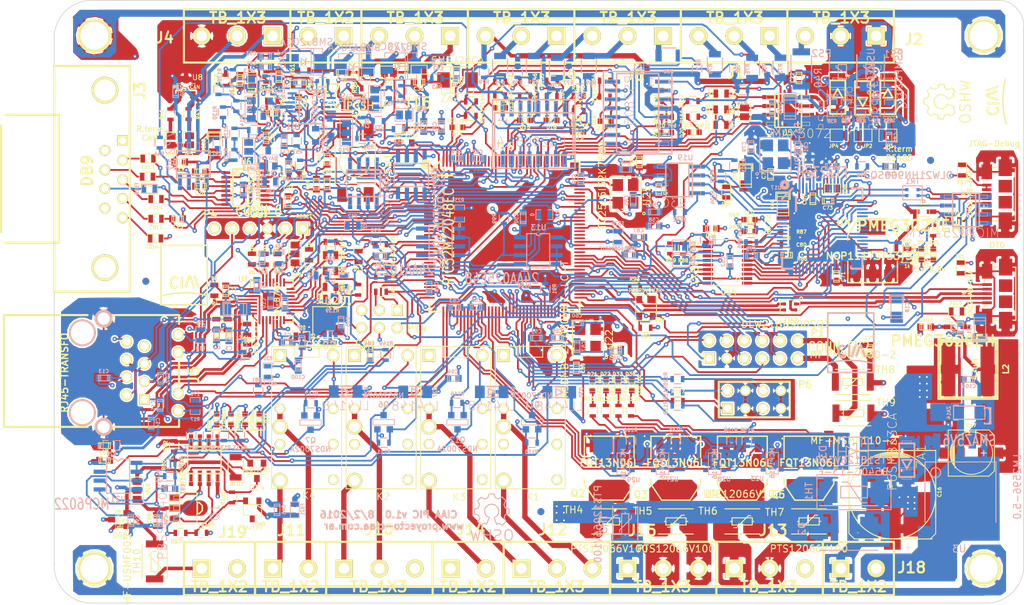
<source format=kicad_pcb>
(kicad_pcb (version 4) (host pcbnew 4.0.2+dfsg1-2~bpo8+1-stable)
  (layers (0 F.Cu signal) (1 Inner2.Cu power hide) (2 Inner1.Cu power hide) (31 B.Cu signal) (34 B.Paste user) (35 F.Paste user) (36 B.SilkS user) (37 F.SilkS user) (38 B.Mask user) (39 F.Mask user) (44 Edge.Cuts user))
  (net 0 "")
  (net 1 +24V)
  (net 2 +3.3V)
  (net 3 +3.3VADC)
  (net 4 +5V)
  (net 5 /CPU/AD_TEMP)
  (net 6 /CPU/AIN0)
  (net 7 /CPU/AIN1)
  (net 8 /CPU/AIN2)
  (net 9 /CPU/AIN3)
  (net 10 /CPU/CAN_RD)
  (net 11 /CPU/CAN_STB)
  (net 12 /CPU/CAN_TD)
  (net 13 /CPU/DIN0)
  (net 14 /CPU/DIN1)
  (net 15 /CPU/DIN2)
  (net 16 /CPU/DIN3)
  (net 17 /CPU/DIN4)
  (net 18 /CPU/DIN5)
  (net 19 /CPU/DIN6)
  (net 20 /CPU/DIN7)
  (net 21 /CPU/DOUT0)
  (net 22 /CPU/DOUT1)
  (net 23 /CPU/DOUT2)
  (net 24 /CPU/DOUT3)
  (net 25 /CPU/DOUT4)
  (net 26 /CPU/DOUT5)
  (net 27 /CPU/DOUT6)
  (net 28 /CPU/DOUT7)
  (net 29 /CPU/ENET_CRS_DV)
  (net 30 /CPU/ENET_MDC)
  (net 31 /CPU/ENET_MDIO)
  (net 32 /CPU/ENET_REF_CLK)
  (net 33 /CPU/ENET_RXD0)
  (net 34 /CPU/ENET_RXD1)
  (net 35 /CPU/ENET_TXD0)
  (net 36 /CPU/ENET_TXD1)
  (net 37 /CPU/ENET_TX_EN)
  (net 38 /CPU/GPIO0)
  (net 39 /CPU/GPIO13)
  (net 40 /CPU/GPIO15)
  (net 41 /CPU/GPIO2)
  (net 42 /CPU/GPIO3)
  (net 43 /CPU/GPIO7)
  (net 44 /CPU/GPIO8)
  (net 45 /CPU/GPIO_SPI_CS)
  (net 46 /CPU/I2C_SCL)
  (net 47 /CPU/I2C_SDA)
  (net 48 /CPU/MCLR)
  (net 49 /CPU/OSC1)
  (net 50 /CPU/PGEC2)
  (net 51 /CPU/PGED2)
  (net 52 /CPU/RESET)
  (net 53 /CPU/RESET_ETH)
  (net 54 /CPU/RS232_CTS)
  (net 55 /CPU/RS232_RTS)
  (net 56 /CPU/RS232_RXD)
  (net 57 /CPU/RS232_TXD)
  (net 58 /CPU/RS485_DIR)
  (net 59 /CPU/RS485_RXD)
  (net 60 /CPU/RS485_TXD)
  (net 61 /CPU/RTC_CK)
  (net 62 /CPU/RX_ER)
  (net 63 /CPU/SPIFI_CS)
  (net 64 /CPU/SPIFI_IO2)
  (net 65 /CPU/SPIFI_IO3)
  (net 66 /CPU/SPIFI_MISO)
  (net 67 /CPU/SPIFI_MOSI)
  (net 68 /CPU/SPI_MISO)
  (net 69 /CPU/SPI_MOSI)
  (net 70 /CPU/SPI_SCK)
  (net 71 /CPU/SQICS1)
  (net 72 /CPU/TCK)
  (net 73 /CPU/TDI)
  (net 74 /CPU/TDO)
  (net 75 /CPU/TMS)
  (net 76 /CPU/U2_RXD)
  (net 77 /CPU/U2_TXD)
  (net 78 /CPU/USB_DM)
  (net 79 /CPU/USB_DP)
  (net 80 /CPU/USB_ID)
  (net 81 /CPU/USB_VBUS)
  (net 82 /CPU/nINT)
  (net 83 "/Entradas Digitales/COM")
  (net 84 /Ethernet/LED_100M)
  (net 85 /Ethernet/LED_LINK)
  (net 86 /Ethernet/PHY_nRESET)
  (net 87 /GPIO/AN0)
  (net 88 /GPIO/AN1)
  (net 89 /GPIO/AN2)
  (net 90 /GPIO/AN3)
  (net 91 /GPIO/GPIO4)
  (net 92 /GPIO/GPIO5)
  (net 93 /GPIO/USR_3.3V)
  (net 94 /GPIO/USR_5V)
  (net 95 "/Memorias NV/SPIFI_CLK")
  (net 96 /RS485_RS232_CAN/CAN_H)
  (net 97 /RS485_RS232_CAN/CAN_L)
  (net 98 "/Salida Analógica/24V_A")
  (net 99 "/Salida Analógica/DAC")
  (net 100 "/Salida Analógica/OUT")
  (net 101 "/Salidas Digitales/C1A")
  (net 102 "/Salidas Digitales/C2A")
  (net 103 "/Salidas Digitales/C3A")
  (net 104 "/Salidas Digitales/C4A")
  (net 105 "/Salidas Digitales/NC1A")
  (net 106 "/Salidas Digitales/NC2A")
  (net 107 "/Salidas Digitales/NC3A")
  (net 108 "/Salidas Digitales/NC4A")
  (net 109 "/USB OTG/USB0_PPWR")
  (net 110 "/USB OTG/USB0_PWR_FAULT")
  (net 111 GND)
  (net 112 GNDA)
  (net 113 /Ethernet/+Filter)
  (net 114 "Net-(C7-Pad1)")
  (net 115 "Net-(C11-Pad1)")
  (net 116 "Net-(C12-Pad1)")
  (net 117 "Net-(C13-Pad1)")
  (net 118 "Net-(C14-Pad1)")
  (net 119 "Net-(C16-Pad1)")
  (net 120 "Net-(C24-Pad1)")
  (net 121 "Net-(C24-Pad2)")
  (net 122 "Net-(C25-Pad1)")
  (net 123 "Net-(C26-Pad1)")
  (net 124 "Net-(C26-Pad2)")
  (net 125 "Net-(C27-Pad1)")
  (net 126 "Net-(C30-Pad1)")
  (net 127 "Net-(C36-Pad1)")
  (net 128 "Net-(C38-Pad1)")
  (net 129 "Net-(C38-Pad2)")
  (net 130 "Net-(C40-Pad1)")
  (net 131 "Net-(C40-Pad2)")
  (net 132 "Net-(C42-Pad1)")
  (net 133 "Net-(C44-Pad1)")
  (net 134 "Net-(C44-Pad2)")
  (net 135 "Net-(C64-Pad1)")
  (net 136 "Net-(C67-Pad1)")
  (net 137 /JTAG/USB_JTAG_1.8V)
  (net 138 "Net-(C77-Pad1)")
  (net 139 "Net-(C79-Pad2)")
  (net 140 "Net-(C81-Pad2)")
  (net 141 "Net-(C84-Pad1)")
  (net 142 "Net-(C84-Pad2)")
  (net 143 "Net-(C88-Pad2)")
  (net 144 "Net-(C91-Pad1)")
  (net 145 "Net-(C92-Pad1)")
  (net 146 "Net-(C92-Pad2)")
  (net 147 "Net-(C93-Pad1)")
  (net 148 "Net-(C95-Pad2)")
  (net 149 "Net-(C96-Pad2)")
  (net 150 "Net-(C97-Pad1)")
  (net 151 "Net-(C97-Pad2)")
  (net 152 /JTAG/USB_DEBUG_VBUS)
  (net 153 "Net-(D2-Pad1)")
  (net 154 "Net-(D3-Pad2)")
  (net 155 "Net-(D4-Pad1)")
  (net 156 "Net-(D6-Pad2)")
  (net 157 "Net-(D6-Pad1)")
  (net 158 "Net-(D9-Pad2)")
  (net 159 "Net-(D10-Pad2)")
  (net 160 "Net-(D11-Pad2)")
  (net 161 "Net-(D12-Pad2)")
  (net 162 "Net-(D13-Pad1)")
  (net 163 "Net-(D14-Pad1)")
  (net 164 "Net-(D15-Pad1)")
  (net 165 "Net-(D16-Pad1)")
  (net 166 "Net-(D17-Pad1)")
  (net 167 "Net-(D18-Pad1)")
  (net 168 "Net-(D19-Pad1)")
  (net 169 "Net-(D20-Pad1)")
  (net 170 "Net-(D21-Pad1)")
  (net 171 "Net-(D22-Pad1)")
  (net 172 "Net-(D23-Pad1)")
  (net 173 "Net-(D23-Pad2)")
  (net 174 "Net-(D24-Pad1)")
  (net 175 "Net-(D24-Pad2)")
  (net 176 "Net-(D25-Pad1)")
  (net 177 "Net-(D30-Pad1)")
  (net 178 "Net-(D31-Pad1)")
  (net 179 "Net-(D33-Pad1)")
  (net 180 "Net-(D34-Pad1)")
  (net 181 "Net-(D35-Pad1)")
  (net 182 "Net-(D36-Pad1)")
  (net 183 "Net-(D46-Pad1)")
  (net 184 "Net-(D47-Pad2)")
  (net 185 "Net-(D48-Pad2)")
  (net 186 "Net-(D49-Pad2)")
  (net 187 "Net-(FB1-Pad2)")
  (net 188 "Net-(FB7-Pad1)")
  (net 189 "Net-(FB11-Pad1)")
  (net 190 "Net-(FB12-Pad1)")
  (net 191 "Net-(FB12-Pad2)")
  (net 192 "Net-(FB13-Pad1)")
  (net 193 "Net-(FB13-Pad2)")
  (net 194 "Net-(FB14-Pad1)")
  (net 195 "Net-(FB15-Pad1)")
  (net 196 "Net-(FB17-Pad2)")
  (net 197 "Net-(FB18-Pad1)")
  (net 198 "Net-(FB18-Pad2)")
  (net 199 "Net-(FB19-Pad1)")
  (net 200 "Net-(FB19-Pad2)")
  (net 201 "Net-(GS3-Pad1)")
  (net 202 "Net-(GS4-Pad1)")
  (net 203 "Net-(IC1-Pad1)")
  (net 204 "Net-(IC1-Pad3)")
  (net 205 "Net-(IC1-Pad5)")
  (net 206 "Net-(IC1-Pad7)")
  (net 207 "Net-(IC2-Pad1)")
  (net 208 "Net-(IC2-Pad3)")
  (net 209 "Net-(IC2-Pad5)")
  (net 210 "Net-(IC2-Pad7)")
  (net 211 "Net-(J1-Pad1)")
  (net 212 "Net-(J1-Pad2)")
  (net 213 "Net-(J1-Pad3)")
  (net 214 "Net-(J2-Pad1)")
  (net 215 "Net-(J2-Pad2)")
  (net 216 "Net-(J2-Pad3)")
  (net 217 "Net-(J5-PadYA)")
  (net 218 "Net-(J5-PadGK)")
  (net 219 "Net-(J6-Pad3)")
  (net 220 "Net-(J6-Pad2)")
  (net 221 "Net-(J7-Pad3)")
  (net 222 "Net-(J7-Pad2)")
  (net 223 "Net-(J8-Pad1)")
  (net 224 "Net-(J8-Pad2)")
  (net 225 "Net-(J8-Pad3)")
  (net 226 "Net-(J9-Pad1)")
  (net 227 "Net-(J9-Pad2)")
  (net 228 "Net-(J13-Pad1)")
  (net 229 "Net-(J13-Pad2)")
  (net 230 "Net-(J15-Pad1)")
  (net 231 "Net-(J15-Pad2)")
  (net 232 "Net-(J15-Pad3)")
  (net 233 "Net-(J19-Pad1)")
  (net 234 "Net-(JP1-Pad2)")
  (net 235 "Net-(JP2-Pad1)")
  (net 236 "Net-(JP3-Pad2)")
  (net 237 "Net-(JP4-Pad1)")
  (net 238 "Net-(JP5-Pad1)")
  (net 239 "Net-(JP6-Pad1)")
  (net 240 "Net-(JP7-Pad1)")
  (net 241 "Net-(JP8-Pad1)")
  (net 242 "Net-(JP8-Pad3)")
  (net 243 "Net-(JP9-Pad1)")
  (net 244 "Net-(JP10-Pad1)")
  (net 245 "Net-(JP10-Pad3)")
  (net 246 "Net-(JP11-Pad1)")
  (net 247 "Net-(JP12-Pad1)")
  (net 248 "Net-(JP12-Pad3)")
  (net 249 "Net-(JP13-Pad1)")
  (net 250 "Net-(JP14-Pad1)")
  (net 251 "Net-(JP14-Pad3)")
  (net 252 "Net-(JP16-Pad1)")
  (net 253 "Net-(P6-Pad1)")
  (net 254 "Net-(P6-Pad2)")
  (net 255 "Net-(P6-Pad5)")
  (net 256 "Net-(P6-Pad6)")
  (net 257 "Net-(Q1-Pad1)")
  (net 258 "Net-(Q1-Pad3)")
  (net 259 "Net-(Q2-Pad4)")
  (net 260 "Net-(Q2-Pad1)")
  (net 261 "Net-(Q3-Pad4)")
  (net 262 "Net-(Q3-Pad1)")
  (net 263 "Net-(Q4-Pad4)")
  (net 264 "Net-(Q4-Pad1)")
  (net 265 "Net-(Q5-Pad4)")
  (net 266 "Net-(Q5-Pad1)")
  (net 267 "Net-(Q14-Pad3)")
  (net 268 "Net-(Q14-Pad2)")
  (net 269 "Net-(Q14-Pad1)")
  (net 270 /Ethernet/MDIO)
  (net 271 /Ethernet/CRS_DV)
  (net 272 /Ethernet/TXD0)
  (net 273 /Ethernet/TXD1)
  (net 274 /Ethernet/TXEN)
  (net 275 /Ethernet/RXD0)
  (net 276 /Ethernet/RXD1)
  (net 277 /Ethernet/MDC)
  (net 278 /Ethernet/RXD2)
  (net 279 "Net-(R19-Pad1)")
  (net 280 "Net-(R113-Pad1)")
  (net 281 /Ethernet/XTAL1)
  (net 282 "Net-(R21-Pad1)")
  (net 283 "Net-(R23-Pad1)")
  (net 284 "Net-(R24-Pad1)")
  (net 285 /Ethernet/RXD3)
  (net 286 "Net-(R44-Pad2)")
  (net 287 "Net-(R51-Pad1)")
  (net 288 "Net-(R54-Pad1)")
  (net 289 "Net-(R57-Pad1)")
  (net 290 "Net-(R60-Pad1)")
  (net 291 "Net-(R80-Pad2)")
  (net 292 /Ethernet/RXCLK)
  (net 293 "Net-(R84-Pad1)")
  (net 294 /JTAG/FT_OE)
  (net 295 "Net-(R86-Pad2)")
  (net 296 "Net-(R87-Pad2)")
  (net 297 "Net-(R88-Pad2)")
  (net 298 "Net-(R89-Pad2)")
  (net 299 "Net-(R96-Pad1)")
  (net 300 "Net-(R97-Pad2)")
  (net 301 "Net-(R98-Pad1)")
  (net 302 "Net-(R101-Pad2)")
  (net 303 /JTAG/EECLK)
  (net 304 /JTAG/EECS)
  (net 305 /JTAG/EEDATA)
  (net 306 /Ethernet/RXER)
  (net 307 "Net-(R145-Pad1)")
  (net 308 /JTAG/USB_JTAG_DM)
  (net 309 /JTAG/USB_JTAG_DP)
  (net 310 /JTAG/FT_TMS)
  (net 311 /JTAG/FT_TRST)
  (net 312 /JTAG/FT_RST)
  (net 313 /JTAG/FT_TDI)
  (net 314 /JTAG/FT_TDO)
  (net 315 /JTAG/FT_TCK)
  (module footprints:RJ45_TRANSFO (layer F.Cu) (at 28.1051 70.8025 270)
    (fp_text reference J5 (at -3.4925 -7.05358 270) (layer F.SilkS) (effects (font (thickness 0.3048))))
    (fp_text value RJ45-TRANSFO (at -3.81 11.43 270) (layer F.SilkS) (effects (font (size 1.00076 1.00076) (thickness 0.2032))))
    (pad Hole thru_hole circle (at 1.905 8.89 270) (size 3.85064 3.85064) (drill 3.302) (layers *.Cu *.SilkS *.Mask))
    (pad Hole thru_hole circle (at -9.525 8.89 270) (size 3.85064 3.85064) (drill 3.302) (layers *.Cu *.SilkS *.Mask))
    (pad 8 thru_hole circle (at -8.255 2.54 270) (size 1.524 1.524) (drill 1.016) (layers *.Cu *.Mask F.SilkS) (net 111 GND))
    (pad 7 thru_hole circle (at -7.62 0 270) (size 1.524 1.524) (drill 1.016) (layers *.Cu *.Mask F.SilkS))
    (pad 6 thru_hole circle (at -5.715 2.54 270) (size 1.524 1.524) (drill 1.016) (layers *.Cu *.Mask F.SilkS) (net 118 "Net-(C14-Pad1)"))
    (pad 5 thru_hole circle (at -5.08 0 270) (size 1.524 1.524) (drill 1.016) (layers *.Cu *.Mask F.SilkS) (net 113 /Ethernet/+Filter))
    (pad 4 thru_hole circle (at -3.175 2.54 270) (size 1.524 1.524) (drill 1.016) (layers *.Cu *.Mask F.SilkS) (net 117 "Net-(C13-Pad1)"))
    (pad 3 thru_hole circle (at -2.54 0 270) (size 1.524 1.524) (drill 1.016) (layers *.Cu *.Mask F.SilkS) (net 116 "Net-(C12-Pad1)"))
    (pad 2 thru_hole circle (at -0.635 2.54 270) (size 1.524 1.524) (drill 1.016) (layers *.Cu *.Mask F.SilkS) (net 113 /Ethernet/+Filter))
    (pad 13 thru_hole circle (at 3.937 5.842 270) (size 2.54 2.54) (drill 1.778) (layers *.Cu *.SilkS *.Mask) (net 135 "Net-(C64-Pad1)"))
    (pad 13 thru_hole circle (at -11.557 5.842 270) (size 2.54 2.54) (drill 1.778) (layers *.Cu *.SilkS *.Mask) (net 135 "Net-(C64-Pad1)"))
    (pad YK thru_hole circle (at -6.731 -4.826 270) (size 1.524 1.524) (drill 1.016) (layers *.Cu *.Mask F.SilkS) (net 84 /Ethernet/LED_100M))
    (pad GA thru_hole circle (at -0.889 -4.826 270) (size 1.524 1.524) (drill 1.016) (layers *.Cu *.Mask F.SilkS) (net 85 /Ethernet/LED_LINK))
    (pad YA thru_hole circle (at -9.271 -4.826 270) (size 1.524 1.524) (drill 1.016) (layers *.Cu *.Mask F.SilkS) (net 217 "Net-(J5-PadYA)"))
    (pad GK thru_hole circle (at 1.651 -4.826 270) (size 1.524 1.524) (drill 1.016) (layers *.Cu *.Mask F.SilkS) (net 218 "Net-(J5-PadGK)"))
    (pad 1 thru_hole rect (at 0 0 270) (size 1.524 1.524) (drill 1.016) (layers *.Cu *.Mask F.SilkS) (net 115 "Net-(C11-Pad1)"))
  )
  (module footprints:LED-0603 (layer F.Cu) (at 40.4815 73.6605 270)
    (fp_text reference D34 (at -0.0855 -1.0685 270) (layer F.SilkS) (effects (font (size 0.508 0.508) (thickness 0.127))))
    (fp_text value "LED red" (at 0 1.016 270) (layer F.SilkS) (effects (font (size 0.508 0.508) (thickness 0.127))))
    (pad 1 smd rect (at -0.7493 0 270) (size 0.79756 0.79756) (layers F.Cu F.Paste F.Mask) (net 180 "Net-(D34-Pad1)"))
    (pad 2 smd rect (at 0.7493 0 270) (size 0.79756 0.79756) (layers F.Cu F.Paste F.Mask) (net 177 "Net-(D30-Pad1)"))
  )
  (module footprints:1461353-2 (layer F.Cu) (at 55.118 72.136 270)
    (fp_text reference K4 (at 12.439 3.493 360) (layer F.SilkS) (effects (font (thickness 0.1143))))
    (fp_text value RELAY_TE_1461353-2 hide)
    (pad 9 thru_hole circle (at 10.16 0 270) (size 1.5 1.5) (drill 1) (layers *.Cu *.Mask F.SilkS))
    (pad 11 thru_hole circle (at 5.08 0 270) (size 1.5 1.5) (drill 1) (layers *.Cu *.Mask F.SilkS))
    (pad 13 thru_hole circle (at 0 0 270) (size 1.5 1.5) (drill 1) (layers *.Cu *.Mask F.SilkS))
    (pad 8 thru_hole circle (at 10.28 7.62 270) (size 2.2 2.2) (drill 1.5) (layers *.Cu *.Mask F.SilkS) (net 102 "/Salidas Digitales/C2A"))
    (pad 6 thru_hole circle (at 5.08 7.62 270) (size 1.5 1.5) (drill 1) (layers *.Cu *.Mask F.SilkS))
    (pad 4 thru_hole circle (at 0 7.62 270) (size 1.5 1.5) (drill 1) (layers *.Cu *.Mask F.SilkS) (net 106 "/Salidas Digitales/NC2A"))
    (pad 16 thru_hole circle (at -7.62 0 270) (size 1.8 1.8) (drill 1.2) (layers *.Cu *.Mask F.SilkS) (net 175 "Net-(D24-Pad2)"))
    (pad 1 thru_hole rect (at -7.62 7.62 270) (size 1.8 1.8) (drill 1.2) (layers *.Cu *.Mask F.SilkS) (net 4 +5V))
    (pad 4 thru_hole circle (at 2.58 7.62 270) (size 2.2 2.2) (drill 1.5) (layers *.Cu *.Mask F.SilkS) (net 106 "/Salidas Digitales/NC2A"))
  )
  (module footprints:LED-0603 (layer F.Cu) (at 38.4495 73.6605 270)
    (fp_text reference D35 (at -0.0855 -1.0005 270) (layer F.SilkS) (effects (font (size 0.508 0.508) (thickness 0.127))))
    (fp_text value "LED red" (at 0 1.016 270) (layer F.SilkS) (effects (font (size 0.508 0.508) (thickness 0.127))))
    (pad 1 smd rect (at -0.7493 0 270) (size 0.79756 0.79756) (layers F.Cu F.Paste F.Mask) (net 181 "Net-(D35-Pad1)"))
    (pad 2 smd rect (at 0.7493 0 270) (size 0.79756 0.79756) (layers F.Cu F.Paste F.Mask) (net 178 "Net-(D31-Pad1)"))
  )
  (module footprints:1461353-2 (layer F.Cu) (at 76.454 72.136 270)
    (fp_text reference K3 (at 12.639 3.329 360) (layer F.SilkS) (effects (font (thickness 0.1143))))
    (fp_text value RELAY_TE_1461353-2 hide)
    (pad 9 thru_hole circle (at 10.16 0 270) (size 1.5 1.5) (drill 1) (layers *.Cu *.Mask F.SilkS))
    (pad 11 thru_hole circle (at 5.08 0 270) (size 1.5 1.5) (drill 1) (layers *.Cu *.Mask F.SilkS))
    (pad 13 thru_hole circle (at 0 0 270) (size 1.5 1.5) (drill 1) (layers *.Cu *.Mask F.SilkS))
    (pad 8 thru_hole circle (at 10.28 7.62 270) (size 2.2 2.2) (drill 1.5) (layers *.Cu *.Mask F.SilkS) (net 104 "/Salidas Digitales/C4A"))
    (pad 6 thru_hole circle (at 5.08 7.62 270) (size 1.5 1.5) (drill 1) (layers *.Cu *.Mask F.SilkS))
    (pad 4 thru_hole circle (at 0 7.62 270) (size 1.5 1.5) (drill 1) (layers *.Cu *.Mask F.SilkS) (net 108 "/Salidas Digitales/NC4A"))
    (pad 16 thru_hole circle (at -7.62 0 270) (size 1.8 1.8) (drill 1.2) (layers *.Cu *.Mask F.SilkS) (net 178 "Net-(D31-Pad1)"))
    (pad 1 thru_hole rect (at -7.62 7.62 270) (size 1.8 1.8) (drill 1.2) (layers *.Cu *.Mask F.SilkS) (net 4 +5V))
    (pad 4 thru_hole circle (at 2.58 7.62 270) (size 2.2 2.2) (drill 1.5) (layers *.Cu *.Mask F.SilkS) (net 108 "/Salidas Digitales/NC4A"))
  )
  (module footprints:1461353-2 (layer F.Cu) (at 65.786 72.136 270)
    (fp_text reference K2 (at 12.564 3.536 360) (layer F.SilkS) (effects (font (thickness 0.1143))))
    (fp_text value RELAY_TE_1461353-2 hide)
    (pad 9 thru_hole circle (at 10.16 0 270) (size 1.5 1.5) (drill 1) (layers *.Cu *.Mask F.SilkS))
    (pad 11 thru_hole circle (at 5.08 0 270) (size 1.5 1.5) (drill 1) (layers *.Cu *.Mask F.SilkS))
    (pad 13 thru_hole circle (at 0 0 270) (size 1.5 1.5) (drill 1) (layers *.Cu *.Mask F.SilkS))
    (pad 8 thru_hole circle (at 10.28 7.62 270) (size 2.2 2.2) (drill 1.5) (layers *.Cu *.Mask F.SilkS) (net 101 "/Salidas Digitales/C1A"))
    (pad 6 thru_hole circle (at 5.08 7.62 270) (size 1.5 1.5) (drill 1) (layers *.Cu *.Mask F.SilkS))
    (pad 4 thru_hole circle (at 0 7.62 270) (size 1.5 1.5) (drill 1) (layers *.Cu *.Mask F.SilkS) (net 105 "/Salidas Digitales/NC1A"))
    (pad 16 thru_hole circle (at -7.62 0 270) (size 1.8 1.8) (drill 1.2) (layers *.Cu *.Mask F.SilkS) (net 173 "Net-(D23-Pad2)"))
    (pad 1 thru_hole rect (at -7.62 7.62 270) (size 1.8 1.8) (drill 1.2) (layers *.Cu *.Mask F.SilkS) (net 4 +5V))
    (pad 4 thru_hole circle (at 2.58 7.62 270) (size 2.2 2.2) (drill 1.5) (layers *.Cu *.Mask F.SilkS) (net 105 "/Salidas Digitales/NC1A"))
  )
  (module footprints:SOT23GDS (layer B.Cu) (at 62.325 74.075)
    (fp_text reference Q6 (at 0 -2.54) (layer B.SilkS) (effects (font (size 0.762 0.762) (thickness 0.12954)) (justify mirror)))
    (fp_text value NDS7002A (at 0 -3.81) (layer B.SilkS) (effects (font (size 0.762 0.762) (thickness 0.12954)) (justify mirror)))
    (pad S smd rect (at -0.889 1.016) (size 0.9144 0.9144) (layers B.Cu B.Paste B.Mask) (net 111 GND))
    (pad G smd rect (at 0.889 1.016) (size 0.9144 0.9144) (layers B.Cu B.Paste B.Mask) (net 21 /CPU/DOUT0))
    (pad D smd rect (at 0 -1.016) (size 0.9144 0.9144) (layers B.Cu B.Paste B.Mask) (net 173 "Net-(D23-Pad2)"))
  )
  (module footprints:SOT23GDS (layer B.Cu) (at 51.875 74.125 180)
    (fp_text reference Q7 (at 0 -2.54 180) (layer B.SilkS) (effects (font (size 0.762 0.762) (thickness 0.12954)) (justify mirror)))
    (fp_text value NDS7002A (at 0 -3.81 180) (layer B.SilkS) (effects (font (size 0.762 0.762) (thickness 0.12954)) (justify mirror)))
    (pad S smd rect (at -0.889 1.016 180) (size 0.9144 0.9144) (layers B.Cu B.Paste B.Mask) (net 111 GND))
    (pad G smd rect (at 0.889 1.016 180) (size 0.9144 0.9144) (layers B.Cu B.Paste B.Mask) (net 22 /CPU/DOUT1))
    (pad D smd rect (at 0 -1.016 180) (size 0.9144 0.9144) (layers B.Cu B.Paste B.Mask) (net 175 "Net-(D24-Pad2)"))
  )
  (module footprints:bornier3 (layer F.Cu) (at 112.4905 18.7965 180)
    (fp_text reference J1 (at -0.2855 -5.3335 180) (layer F.SilkS) (effects (font (thickness 0.3048))))
    (fp_text value TB_1X3 (at -0.1 2.6 180) (layer F.SilkS) (effects (font (thickness 0.3048))))
    (pad 1 thru_hole rect (at -5.08 0 180) (size 2.54 2.54) (drill 1.524) (layers *.Cu *.Mask F.SilkS) (net 211 "Net-(J1-Pad1)"))
    (pad 2 thru_hole circle (at 0 0 180) (size 2.54 2.54) (drill 1.524) (layers *.Cu *.Mask F.SilkS) (net 212 "Net-(J1-Pad2)"))
    (pad 3 thru_hole circle (at 5.08 0 180) (size 2.54 2.54) (drill 1.524) (layers *.Cu *.Mask F.SilkS) (net 213 "Net-(J1-Pad3)"))
  )
  (module footprints:1461353-2 (layer F.Cu) (at 87.122 72.136 270)
    (fp_text reference K1 (at 12.639 3.447 360) (layer F.SilkS) (effects (font (thickness 0.1143))))
    (fp_text value RELAY_TE_1461353-2 hide)
    (pad 9 thru_hole circle (at 10.16 0 270) (size 1.5 1.5) (drill 1) (layers *.Cu *.Mask F.SilkS))
    (pad 11 thru_hole circle (at 5.08 0 270) (size 1.5 1.5) (drill 1) (layers *.Cu *.Mask F.SilkS))
    (pad 13 thru_hole circle (at 0 0 270) (size 1.5 1.5) (drill 1) (layers *.Cu *.Mask F.SilkS))
    (pad 8 thru_hole circle (at 10.28 7.62 270) (size 2.2 2.2) (drill 1.5) (layers *.Cu *.Mask F.SilkS) (net 103 "/Salidas Digitales/C3A"))
    (pad 6 thru_hole circle (at 5.08 7.62 270) (size 1.5 1.5) (drill 1) (layers *.Cu *.Mask F.SilkS))
    (pad 4 thru_hole circle (at 0 7.62 270) (size 1.5 1.5) (drill 1) (layers *.Cu *.Mask F.SilkS) (net 107 "/Salidas Digitales/NC3A"))
    (pad 16 thru_hole circle (at -7.62 0 270) (size 1.8 1.8) (drill 1.2) (layers *.Cu *.Mask F.SilkS) (net 177 "Net-(D30-Pad1)"))
    (pad 1 thru_hole rect (at -7.62 7.62 270) (size 1.8 1.8) (drill 1.2) (layers *.Cu *.Mask F.SilkS) (net 4 +5V))
    (pad 4 thru_hole circle (at 2.58 7.62 270) (size 2.2 2.2) (drill 1.5) (layers *.Cu *.Mask F.SilkS) (net 107 "/Salidas Digitales/NC3A"))
  )
  (module footprints:c_1206_tantalio (layer B.Cu) (at 41.13 57.89)
    (fp_text reference C1 (at -0.0315 -1.5235) (layer B.SilkS) (effects (font (size 0.50038 0.50038) (thickness 0.11938)) (justify mirror)))
    (fp_text value 10uF hide)
    (pad 1 smd rect (at 1.397 0) (size 1.6002 1.8034) (layers B.Cu B.Paste B.Mask) (net 113 /Ethernet/+Filter))
    (pad 2 smd rect (at -1.397 0) (size 1.6002 1.8034) (layers B.Cu B.Paste B.Mask) (net 111 GND))
  )
  (module footprints:c_0603 (layer F.Cu) (at 39.7383 55.2831 270)
    (fp_text reference C2 (at -0.1531 -1.1917 270) (layer F.SilkS) (effects (font (size 0.508 0.508) (thickness 0.1143))))
    (fp_text value 100nF hide)
    (pad 1 smd rect (at 0.75184 0 270) (size 0.89916 1.00076) (layers F.Cu F.Paste F.Mask) (net 113 /Ethernet/+Filter))
    (pad 2 smd rect (at -0.75184 0 270) (size 0.89916 1.00076) (layers F.Cu F.Paste F.Mask) (net 111 GND))
  )
  (module footprints:c_0603 (layer B.Cu) (at 40.2 61.7 90)
    (fp_text reference C3 (at -1.8 0 180) (layer B.SilkS) (effects (font (size 0.508 0.508) (thickness 0.1143)) (justify mirror)))
    (fp_text value 100nF hide)
    (pad 1 smd rect (at 0.75184 0 90) (size 0.89916 1.00076) (layers B.Cu B.Paste B.Mask) (net 113 /Ethernet/+Filter))
    (pad 2 smd rect (at -0.75184 0 90) (size 0.89916 1.00076) (layers B.Cu B.Paste B.Mask) (net 111 GND))
  )
  (module footprints:c_0603 (layer B.Cu) (at 38.43 61.57 90)
    (fp_text reference C4 (at -1.83 0.07 180) (layer B.SilkS) (effects (font (size 0.508 0.508) (thickness 0.1143)) (justify mirror)))
    (fp_text value 100nF hide)
    (pad 1 smd rect (at 0.75184 0 90) (size 0.89916 1.00076) (layers B.Cu B.Paste B.Mask) (net 2 +3.3V))
    (pad 2 smd rect (at -0.75184 0 90) (size 0.89916 1.00076) (layers B.Cu B.Paste B.Mask) (net 111 GND))
  )
  (module footprints:c_0603 (layer B.Cu) (at 48.22 57.04 90)
    (fp_text reference C5 (at -0.0508 -0.9652 90) (layer B.SilkS) (effects (font (size 0.508 0.508) (thickness 0.1143)) (justify mirror)))
    (fp_text value 1uF hide)
    (pad 1 smd rect (at 0.75184 0 90) (size 0.89916 1.00076) (layers B.Cu B.Paste B.Mask) (net 113 /Ethernet/+Filter))
    (pad 2 smd rect (at -0.75184 0 90) (size 0.89916 1.00076) (layers B.Cu B.Paste B.Mask) (net 111 GND))
  )
  (module footprints:c_0603 (layer B.Cu) (at 44.196 54.483 270)
    (fp_text reference C6 (at -0.0508 -0.9652 270) (layer B.SilkS) (effects (font (size 0.508 0.508) (thickness 0.1143)) (justify mirror)))
    (fp_text value 100nF hide)
    (pad 1 smd rect (at 0.75184 0 270) (size 0.89916 1.00076) (layers B.Cu B.Paste B.Mask) (net 113 /Ethernet/+Filter))
    (pad 2 smd rect (at -0.75184 0 270) (size 0.89916 1.00076) (layers B.Cu B.Paste B.Mask) (net 111 GND))
  )
  (module footprints:c_0603 (layer B.Cu) (at 48.525 62.625 180)
    (fp_text reference C7 (at -0.075 1.025 180) (layer B.SilkS) (effects (font (size 0.508 0.508) (thickness 0.1143)) (justify mirror)))
    (fp_text value 470pF hide)
    (pad 1 smd rect (at 0.75184 0 180) (size 0.89916 1.00076) (layers B.Cu B.Paste B.Mask) (net 114 "Net-(C7-Pad1)"))
    (pad 2 smd rect (at -0.75184 0 180) (size 0.89916 1.00076) (layers B.Cu B.Paste B.Mask) (net 111 GND))
  )
  (module footprints:c_0603 (layer B.Cu) (at 50.675 62.525 90)
    (fp_text reference C8 (at 1.825 0.025 180) (layer B.SilkS) (effects (font (size 0.508 0.508) (thickness 0.1143)) (justify mirror)))
    (fp_text value 1uF hide)
    (pad 1 smd rect (at 0.75184 0 90) (size 0.89916 1.00076) (layers B.Cu B.Paste B.Mask) (net 114 "Net-(C7-Pad1)"))
    (pad 2 smd rect (at -0.75184 0 90) (size 0.89916 1.00076) (layers B.Cu B.Paste B.Mask) (net 111 GND))
  )
  (module footprints:c_0603 (layer F.Cu) (at 22.4 79.525 180)
    (fp_text reference C9 (at -0.025 -0.975 180) (layer F.SilkS) (effects (font (size 0.508 0.508) (thickness 0.1143))))
    (fp_text value 1uF hide)
    (pad 1 smd rect (at 0.75184 0 180) (size 0.89916 1.00076) (layers F.Cu F.Paste F.Mask) (net 2 +3.3V))
    (pad 2 smd rect (at -0.75184 0 180) (size 0.89916 1.00076) (layers F.Cu F.Paste F.Mask) (net 111 GND))
  )
  (module footprints:c_0603 (layer B.Cu) (at 46.16 57 90)
    (fp_text reference C10 (at -0.0508 -0.9652 90) (layer B.SilkS) (effects (font (size 0.508 0.508) (thickness 0.1143)) (justify mirror)))
    (fp_text value 22nF hide)
    (pad 1 smd rect (at 0.75184 0 90) (size 0.89916 1.00076) (layers B.Cu B.Paste B.Mask) (net 113 /Ethernet/+Filter))
    (pad 2 smd rect (at -0.75184 0 90) (size 0.89916 1.00076) (layers B.Cu B.Paste B.Mask) (net 111 GND))
  )
  (module footprints:c_0603 (layer B.Cu) (at 30.353 71.6534 90)
    (fp_text reference C11 (at -0.0508 -0.9652 90) (layer B.SilkS) (effects (font (size 0.508 0.508) (thickness 0.1143)) (justify mirror)))
    (fp_text value 12pF hide)
    (pad 1 smd rect (at 0.75184 0 90) (size 0.89916 1.00076) (layers B.Cu B.Paste B.Mask) (net 115 "Net-(C11-Pad1)"))
    (pad 2 smd rect (at -0.75184 0 90) (size 0.89916 1.00076) (layers B.Cu B.Paste B.Mask) (net 111 GND))
  )
  (module footprints:c_0603 (layer B.Cu) (at 30.4292 67.7926 270)
    (fp_text reference C12 (at -0.0508 -0.9652 270) (layer B.SilkS) (effects (font (size 0.508 0.508) (thickness 0.1143)) (justify mirror)))
    (fp_text value 12pF hide)
    (pad 1 smd rect (at 0.75184 0 270) (size 0.89916 1.00076) (layers B.Cu B.Paste B.Mask) (net 116 "Net-(C12-Pad1)"))
    (pad 2 smd rect (at -0.75184 0 270) (size 0.89916 1.00076) (layers B.Cu B.Paste B.Mask) (net 111 GND))
  )
  (module footprints:c_0603 (layer B.Cu) (at 22.3266 67.7418)
    (fp_text reference C13 (at -0.0508 -0.9652) (layer B.SilkS) (effects (font (size 0.508 0.508) (thickness 0.1143)) (justify mirror)))
    (fp_text value 12pF hide)
    (pad 1 smd rect (at 0.75184 0) (size 0.89916 1.00076) (layers B.Cu B.Paste B.Mask) (net 117 "Net-(C13-Pad1)"))
    (pad 2 smd rect (at -0.75184 0) (size 0.89916 1.00076) (layers B.Cu B.Paste B.Mask) (net 111 GND))
  )
  (module footprints:c_0603 (layer B.Cu) (at 29.075 74.2 270)
    (fp_text reference C14 (at -0.0508 -0.9652 270) (layer B.SilkS) (effects (font (size 0.508 0.508) (thickness 0.1143)) (justify mirror)))
    (fp_text value 12pF hide)
    (pad 1 smd rect (at 0.75184 0 270) (size 0.89916 1.00076) (layers B.Cu B.Paste B.Mask) (net 118 "Net-(C14-Pad1)"))
    (pad 2 smd rect (at -0.75184 0 270) (size 0.89916 1.00076) (layers B.Cu B.Paste B.Mask) (net 111 GND))
  )
  (module footprints:c_0603 (layer B.Cu) (at 56.24068 59.7408 270)
    (fp_text reference C15 (at -0.0508 -0.9652 270) (layer B.SilkS) (effects (font (size 0.508 0.508) (thickness 0.1143)) (justify mirror)))
    (fp_text value 100nF hide)
    (pad 1 smd rect (at 0.75184 0 270) (size 0.89916 1.00076) (layers B.Cu B.Paste B.Mask) (net 2 +3.3V))
    (pad 2 smd rect (at -0.75184 0 270) (size 0.89916 1.00076) (layers B.Cu B.Paste B.Mask) (net 111 GND))
  )
  (module footprints:c_elec_13.7x13x13.5 (layer F.Cu) (at 135.128 83.312 270)
    (fp_text reference C16 (at 0.75 -6.75 270) (layer F.SilkS) (effects (font (size 0.50038 0.50038) (thickness 0.11938))))
    (fp_text value 470uF hide)
    (pad 1 smd rect (at 6 0 270) (size 6.0005 2.4003) (layers F.Cu F.Paste F.Mask) (net 119 "Net-(C16-Pad1)"))
    (pad 2 smd rect (at -4.0005 0 270) (size 6.0005 2.4003) (layers F.Cu F.Paste F.Mask) (net 111 GND))
  )
  (module footprints:c_elec_6.3x7.7 (layer F.Cu) (at 146.431 78.486)
    (fp_text reference C17 (at 0 -3.937) (layer F.SilkS) (effects (font (size 0.50038 0.50038) (thickness 0.11938))))
    (fp_text value 330uF hide)
    (pad 1 smd rect (at 2.75082 0) (size 3.59918 1.6002) (layers F.Cu F.Paste F.Mask) (net 4 +5V))
    (pad 2 smd rect (at -2.75082 0) (size 3.59918 1.6002) (layers F.Cu F.Paste F.Mask) (net 111 GND))
  )
  (module footprints:c_1206_tantalio (layer B.Cu) (at 135.7376 57.658 270)
    (fp_text reference C18 (at -0.0315 -1.5235 270) (layer B.SilkS) (effects (font (size 0.50038 0.50038) (thickness 0.11938)) (justify mirror)))
    (fp_text value 10uF hide)
    (pad 1 smd rect (at 1.397 0 270) (size 1.6002 1.8034) (layers B.Cu B.Paste B.Mask) (net 2 +3.3V))
    (pad 2 smd rect (at -1.397 0 270) (size 1.6002 1.8034) (layers B.Cu B.Paste B.Mask) (net 111 GND))
  )
  (module footprints:c_0603 (layer B.Cu) (at 72.8472 36.2966)
    (fp_text reference C19 (at -0.0508 -0.9652) (layer B.SilkS) (effects (font (size 0.508 0.508) (thickness 0.1143)) (justify mirror)))
    (fp_text value 100nF hide)
    (pad 1 smd rect (at 0.75184 0) (size 0.89916 1.00076) (layers B.Cu B.Paste B.Mask) (net 2 +3.3V))
    (pad 2 smd rect (at -0.75184 0) (size 0.89916 1.00076) (layers B.Cu B.Paste B.Mask) (net 111 GND))
  )
  (module footprints:c_0603 (layer B.Cu) (at 70.612 31.75 90)
    (fp_text reference C20 (at -0.0508 -0.9652 90) (layer B.SilkS) (effects (font (size 0.508 0.508) (thickness 0.1143)) (justify mirror)))
    (fp_text value 100nF hide)
    (pad 1 smd rect (at 0.75184 0 90) (size 0.89916 1.00076) (layers B.Cu B.Paste B.Mask) (net 2 +3.3V))
    (pad 2 smd rect (at -0.75184 0 90) (size 0.89916 1.00076) (layers B.Cu B.Paste B.Mask) (net 111 GND))
  )
  (module footprints:c_1206_tantalio (layer B.Cu) (at 120.475 29.1 270)
    (fp_text reference C21 (at -0.0315 -1.5235 270) (layer B.SilkS) (effects (font (size 0.50038 0.50038) (thickness 0.11938)) (justify mirror)))
    (fp_text value 10uF/6V3 hide)
    (pad 1 smd rect (at 1.397 0 270) (size 1.6002 1.8034) (layers B.Cu B.Paste B.Mask) (net 111 GND))
    (pad 2 smd rect (at -1.397 0 270) (size 1.6002 1.8034) (layers B.Cu B.Paste B.Mask) (net 4 +5V))
  )
  (module footprints:c_0603 (layer F.Cu) (at 121.7676 24.8158 270)
    (fp_text reference C22 (at -0.0508 0.9652 270) (layer F.SilkS) (effects (font (size 0.508 0.508) (thickness 0.1143))))
    (fp_text value 100nF hide)
    (pad 1 smd rect (at 0.75184 0 270) (size 0.89916 1.00076) (layers F.Cu F.Paste F.Mask) (net 4 +5V))
    (pad 2 smd rect (at -0.75184 0 270) (size 0.89916 1.00076) (layers F.Cu F.Paste F.Mask) (net 111 GND))
  )
  (module footprints:c_0603 (layer F.Cu) (at 48.6664 42.4942 90)
    (fp_text reference C23 (at 1.9192 0.0336 180) (layer F.SilkS) (effects (font (size 0.508 0.508) (thickness 0.1143))))
    (fp_text value 100nF hide)
    (pad 1 smd rect (at 0.75184 0 90) (size 0.89916 1.00076) (layers F.Cu F.Paste F.Mask) (net 2 +3.3V))
    (pad 2 smd rect (at -0.75184 0 90) (size 0.89916 1.00076) (layers F.Cu F.Paste F.Mask) (net 111 GND))
  )
  (module footprints:c_0603 (layer F.Cu) (at 36.0934 38.2524)
    (fp_text reference C24 (at -0.0508 0.9652) (layer F.SilkS) (effects (font (size 0.508 0.508) (thickness 0.1143))))
    (fp_text value 100nF hide)
    (pad 1 smd rect (at 0.75184 0) (size 0.89916 1.00076) (layers F.Cu F.Paste F.Mask) (net 120 "Net-(C24-Pad1)"))
    (pad 2 smd rect (at -0.75184 0) (size 0.89916 1.00076) (layers F.Cu F.Paste F.Mask) (net 121 "Net-(C24-Pad2)"))
  )
  (module footprints:c_0603 (layer F.Cu) (at 32.8422 44.958 180)
    (fp_text reference C25 (at -0.0508 -1.167 180) (layer F.SilkS) (effects (font (size 0.508 0.508) (thickness 0.1143))))
    (fp_text value 100nF hide)
    (pad 1 smd rect (at 0.75184 0 180) (size 0.89916 1.00076) (layers F.Cu F.Paste F.Mask) (net 122 "Net-(C25-Pad1)"))
    (pad 2 smd rect (at -0.75184 0 180) (size 0.89916 1.00076) (layers F.Cu F.Paste F.Mask) (net 111 GND))
  )
  (module footprints:c_0603 (layer F.Cu) (at 36.12896 40.28948)
    (fp_text reference C26 (at -0.0508 0.9652) (layer F.SilkS) (effects (font (size 0.508 0.508) (thickness 0.1143))))
    (fp_text value 100nF hide)
    (pad 1 smd rect (at 0.75184 0) (size 0.89916 1.00076) (layers F.Cu F.Paste F.Mask) (net 123 "Net-(C26-Pad1)"))
    (pad 2 smd rect (at -0.75184 0) (size 0.89916 1.00076) (layers F.Cu F.Paste F.Mask) (net 124 "Net-(C26-Pad2)"))
  )
  (module footprints:c_0603 (layer B.Cu) (at 42.24528 40.84066 270)
    (fp_text reference C27 (at -0.0508 -0.9652 270) (layer B.SilkS) (effects (font (size 0.508 0.508) (thickness 0.1143)) (justify mirror)))
    (fp_text value 100nF hide)
    (pad 1 smd rect (at 0.75184 0 270) (size 0.89916 1.00076) (layers B.Cu B.Paste B.Mask) (net 125 "Net-(C27-Pad1)"))
    (pad 2 smd rect (at -0.75184 0 270) (size 0.89916 1.00076) (layers B.Cu B.Paste B.Mask) (net 111 GND))
  )
  (module footprints:c_1206_tantalio (layer F.Cu) (at 38.1 34.29 270)
    (fp_text reference C28 (at -0.0315 1.5235 270) (layer F.SilkS) (effects (font (size 0.50038 0.50038) (thickness 0.11938))))
    (fp_text value 10uF/6V3 hide)
    (pad 1 smd rect (at 1.397 0 270) (size 1.6002 1.8034) (layers F.Cu F.Paste F.Mask) (net 111 GND))
    (pad 2 smd rect (at -1.397 0 270) (size 1.6002 1.8034) (layers F.Cu F.Paste F.Mask) (net 2 +3.3V))
  )
  (module footprints:c_0603 (layer F.Cu) (at 33.147 36.83)
    (fp_text reference C29 (at -0.0508 0.9652) (layer F.SilkS) (effects (font (size 0.508 0.508) (thickness 0.1143))))
    (fp_text value 100nF hide)
    (pad 1 smd rect (at 0.75184 0) (size 0.89916 1.00076) (layers F.Cu F.Paste F.Mask) (net 111 GND))
    (pad 2 smd rect (at -0.75184 0) (size 0.89916 1.00076) (layers F.Cu F.Paste F.Mask) (net 2 +3.3V))
  )
  (module footprints:c_0603 (layer B.Cu) (at 32.5755 26.7716 270)
    (fp_text reference C30 (at -0.0508 -0.9652 270) (layer B.SilkS) (effects (font (size 0.508 0.508) (thickness 0.1143)) (justify mirror)))
    (fp_text value 100nF hide)
    (pad 1 smd rect (at 0.75184 0 270) (size 0.89916 1.00076) (layers B.Cu B.Paste B.Mask) (net 126 "Net-(C30-Pad1)"))
    (pad 2 smd rect (at -0.75184 0 270) (size 0.89916 1.00076) (layers B.Cu B.Paste B.Mask) (net 111 GND))
  )
  (module footprints:c_1206_tantalio (layer B.Cu) (at 147.6695 60.7065 90)
    (fp_text reference C31 (at -0.0315 -1.5235 90) (layer B.SilkS) (effects (font (size 0.50038 0.50038) (thickness 0.11938)) (justify mirror)))
    (fp_text value 10uF hide)
    (pad 1 smd rect (at 1.397 0 90) (size 1.6002 1.8034) (layers B.Cu B.Paste B.Mask) (net 81 /CPU/USB_VBUS))
    (pad 2 smd rect (at -1.397 0 90) (size 1.6002 1.8034) (layers B.Cu B.Paste B.Mask) (net 111 GND))
  )
  (module footprints:c_0603 (layer B.Cu) (at 144.8755 60.7065 90)
    (fp_text reference C32 (at -0.0508 -0.9652 90) (layer B.SilkS) (effects (font (size 0.508 0.508) (thickness 0.1143)) (justify mirror)))
    (fp_text value 100nF hide)
    (pad 1 smd rect (at 0.75184 0 90) (size 0.89916 1.00076) (layers B.Cu B.Paste B.Mask) (net 81 /CPU/USB_VBUS))
    (pad 2 smd rect (at -0.75184 0 90) (size 0.89916 1.00076) (layers B.Cu B.Paste B.Mask) (net 111 GND))
  )
  (module footprints:c_0603 (layer F.Cu) (at 95.5294 63.627)
    (fp_text reference C33 (at -0.0508 0.9652) (layer F.SilkS) (effects (font (size 0.508 0.508) (thickness 0.1143))))
    (fp_text value 100nF hide)
    (pad 1 smd rect (at 0.75184 0) (size 0.89916 1.00076) (layers F.Cu F.Paste F.Mask) (net 4 +5V))
    (pad 2 smd rect (at -0.75184 0) (size 0.89916 1.00076) (layers F.Cu F.Paste F.Mask) (net 111 GND))
  )
  (module footprints:c_1206_tantalio (layer F.Cu) (at 58.4454 28.6004)
    (fp_text reference C34 (at -0.0315 1.5235) (layer F.SilkS) (effects (font (size 0.50038 0.50038) (thickness 0.11938))))
    (fp_text value 10uF hide)
    (pad 1 smd rect (at 1.397 0) (size 1.6002 1.8034) (layers F.Cu F.Paste F.Mask) (net 3 +3.3VADC))
    (pad 2 smd rect (at -1.397 0) (size 1.6002 1.8034) (layers F.Cu F.Paste F.Mask) (net 112 GNDA))
  )
  (module footprints:c_0603 (layer F.Cu) (at 45.5041 33.3883 90)
    (fp_text reference C35 (at -0.0508 0.9652 90) (layer F.SilkS) (effects (font (size 0.508 0.508) (thickness 0.1143))))
    (fp_text value 100nF hide)
    (pad 1 smd rect (at 0.75184 0 90) (size 0.89916 1.00076) (layers F.Cu F.Paste F.Mask) (net 3 +3.3VADC))
    (pad 2 smd rect (at -0.75184 0 90) (size 0.89916 1.00076) (layers F.Cu F.Paste F.Mask) (net 112 GNDA))
  )
  (module footprints:c_0603 (layer F.Cu) (at 67.4055 25.4005)
    (fp_text reference C36 (at -0.0508 0.9652) (layer F.SilkS) (effects (font (size 0.508 0.508) (thickness 0.1143))))
    (fp_text value 1nF hide)
    (pad 1 smd rect (at 0.75184 0) (size 0.89916 1.00076) (layers F.Cu F.Paste F.Mask) (net 127 "Net-(C36-Pad1)"))
    (pad 2 smd rect (at -0.75184 0) (size 0.89916 1.00076) (layers F.Cu F.Paste F.Mask) (net 112 GNDA))
  )
  (module footprints:c_0603 (layer B.Cu) (at 50.292 25.4)
    (fp_text reference C37 (at -1.592 0 90) (layer B.SilkS) (effects (font (size 0.508 0.508) (thickness 0.1143)) (justify mirror)))
    (fp_text value 100nF hide)
    (pad 1 smd rect (at 0.75184 0) (size 0.89916 1.00076) (layers B.Cu B.Paste B.Mask) (net 6 /CPU/AIN0))
    (pad 2 smd rect (at -0.75184 0) (size 0.89916 1.00076) (layers B.Cu B.Paste B.Mask) (net 112 GNDA))
  )
  (module footprints:c_0603 (layer B.Cu) (at 72.771 24.13 90)
    (fp_text reference C38 (at -1.67 0.029 180) (layer B.SilkS) (effects (font (size 0.508 0.508) (thickness 0.1143)) (justify mirror)))
    (fp_text value 470pF hide)
    (pad 1 smd rect (at 0.75184 0 90) (size 0.89916 1.00076) (layers B.Cu B.Paste B.Mask) (net 128 "Net-(C38-Pad1)"))
    (pad 2 smd rect (at -0.75184 0 90) (size 0.89916 1.00076) (layers B.Cu B.Paste B.Mask) (net 129 "Net-(C38-Pad2)"))
  )
  (module footprints:c_0603 (layer B.Cu) (at 48.7365 37.4655 270)
    (fp_text reference C39 (at 1.8345 0.0365 360) (layer B.SilkS) (effects (font (size 0.508 0.508) (thickness 0.1143)) (justify mirror)))
    (fp_text value 100nF hide)
    (pad 1 smd rect (at 0.75184 0 270) (size 0.89916 1.00076) (layers B.Cu B.Paste B.Mask) (net 7 /CPU/AIN1))
    (pad 2 smd rect (at -0.75184 0 270) (size 0.89916 1.00076) (layers B.Cu B.Paste B.Mask) (net 112 GNDA))
  )
  (module footprints:c_0603 (layer F.Cu) (at 56.388 24.003)
    (fp_text reference C40 (at -0.0508 0.9652) (layer F.SilkS) (effects (font (size 0.508 0.508) (thickness 0.1143))))
    (fp_text value 470pF hide)
    (pad 1 smd rect (at 0.75184 0) (size 0.89916 1.00076) (layers F.Cu F.Paste F.Mask) (net 130 "Net-(C40-Pad1)"))
    (pad 2 smd rect (at -0.75184 0) (size 0.89916 1.00076) (layers F.Cu F.Paste F.Mask) (net 131 "Net-(C40-Pad2)"))
  )
  (module footprints:c_0603 (layer B.Cu) (at 48.1015 33.7825 270)
    (fp_text reference C41 (at 1.6175 0.0015 360) (layer B.SilkS) (effects (font (size 0.508 0.508) (thickness 0.1143)) (justify mirror)))
    (fp_text value 100nF hide)
    (pad 1 smd rect (at 0.75184 0 270) (size 0.89916 1.00076) (layers B.Cu B.Paste B.Mask) (net 8 /CPU/AIN2))
    (pad 2 smd rect (at -0.75184 0 270) (size 0.89916 1.00076) (layers B.Cu B.Paste B.Mask) (net 112 GNDA))
  )
  (module footprints:c_0603 (layer B.Cu) (at 70.104 22.479 180)
    (fp_text reference C42 (at -0.0508 -0.9652 180) (layer B.SilkS) (effects (font (size 0.508 0.508) (thickness 0.1143)) (justify mirror)))
    (fp_text value 1nF hide)
    (pad 1 smd rect (at 0.75184 0 180) (size 0.89916 1.00076) (layers B.Cu B.Paste B.Mask) (net 132 "Net-(C42-Pad1)"))
    (pad 2 smd rect (at -0.75184 0 180) (size 0.89916 1.00076) (layers B.Cu B.Paste B.Mask) (net 112 GNDA))
  )
  (module footprints:c_0603 (layer F.Cu) (at 46.355 29.845 180)
    (fp_text reference C43 (at -1.695 -0.03 270) (layer F.SilkS) (effects (font (size 0.508 0.508) (thickness 0.1143))))
    (fp_text value 100nF hide)
    (pad 1 smd rect (at 0.75184 0 180) (size 0.89916 1.00076) (layers F.Cu F.Paste F.Mask) (net 9 /CPU/AIN3))
    (pad 2 smd rect (at -0.75184 0 180) (size 0.89916 1.00076) (layers F.Cu F.Paste F.Mask) (net 112 GNDA))
  )
  (module footprints:c_0603 (layer F.Cu) (at 47.3395 24.6385 270)
    (fp_text reference C44 (at 1.7775 -0.0605 360) (layer F.SilkS) (effects (font (size 0.508 0.508) (thickness 0.1143))))
    (fp_text value 470pF hide)
    (pad 1 smd rect (at 0.75184 0 270) (size 0.89916 1.00076) (layers F.Cu F.Paste F.Mask) (net 133 "Net-(C44-Pad1)"))
    (pad 2 smd rect (at -0.75184 0 270) (size 0.89916 1.00076) (layers F.Cu F.Paste F.Mask) (net 134 "Net-(C44-Pad2)"))
  )
  (module footprints:c_0603 (layer B.Cu) (at 68.834 54.737 270)
    (fp_text reference C45 (at -0.0508 -1.066 270) (layer B.SilkS) (effects (font (size 0.508 0.508) (thickness 0.1143)) (justify mirror)))
    (fp_text value 100nF hide)
    (pad 1 smd rect (at 0.75184 0 270) (size 0.89916 1.00076) (layers B.Cu B.Paste B.Mask) (net 2 +3.3V))
    (pad 2 smd rect (at -0.75184 0 270) (size 0.89916 1.00076) (layers B.Cu B.Paste B.Mask) (net 111 GND))
  )
  (module footprints:c_0603 (layer B.Cu) (at 47.0855 86.6145 270)
    (fp_text reference C46 (at -0.0508 -0.9652 270) (layer B.SilkS) (effects (font (size 0.508 0.508) (thickness 0.1143)) (justify mirror)))
    (fp_text value 100nF hide)
    (pad 1 smd rect (at 0.75184 0 270) (size 0.89916 1.00076) (layers B.Cu B.Paste B.Mask) (net 98 "/Salida Analógica/24V_A"))
    (pad 2 smd rect (at -0.75184 0 270) (size 0.89916 1.00076) (layers B.Cu B.Paste B.Mask) (net 112 GNDA))
  )
  (module footprints:c_0603 (layer F.Cu) (at 98.933 36.83 270)
    (fp_text reference C47 (at -0.0508 0.9652 270) (layer F.SilkS) (effects (font (size 0.508 0.508) (thickness 0.1143))))
    (fp_text value 100nF hide)
    (pad 1 smd rect (at 0.75184 0 270) (size 0.89916 1.00076) (layers F.Cu F.Paste F.Mask) (net 111 GND))
    (pad 2 smd rect (at -0.75184 0 270) (size 0.89916 1.00076) (layers F.Cu F.Paste F.Mask) (net 2 +3.3V))
  )
  (module footprints:c_0603 (layer B.Cu) (at 97.0026 37.8841)
    (fp_text reference C48 (at -0.0508 -0.9652) (layer B.SilkS) (effects (font (size 0.508 0.508) (thickness 0.1143)) (justify mirror)))
    (fp_text value 10nF hide)
    (pad 1 smd rect (at 0.75184 0) (size 0.89916 1.00076) (layers B.Cu B.Paste B.Mask) (net 111 GND))
    (pad 2 smd rect (at -0.75184 0) (size 0.89916 1.00076) (layers B.Cu B.Paste B.Mask) (net 2 +3.3V))
  )
  (module footprints:c_0603 (layer B.Cu) (at 90.551 39.243 90)
    (fp_text reference C49 (at -0.0508 -0.9652 90) (layer B.SilkS) (effects (font (size 0.508 0.508) (thickness 0.1143)) (justify mirror)))
    (fp_text value 100nF hide)
    (pad 1 smd rect (at 0.75184 0 90) (size 0.89916 1.00076) (layers B.Cu B.Paste B.Mask) (net 111 GND))
    (pad 2 smd rect (at -0.75184 0 90) (size 0.89916 1.00076) (layers B.Cu B.Paste B.Mask) (net 2 +3.3V))
  )
  (module footprints:c_0603 (layer B.Cu) (at 82.296 44.831 90)
    (fp_text reference C50 (at -0.0508 -0.9652 90) (layer B.SilkS) (effects (font (size 0.508 0.508) (thickness 0.1143)) (justify mirror)))
    (fp_text value 10nF hide)
    (pad 1 smd rect (at 0.75184 0 90) (size 0.89916 1.00076) (layers B.Cu B.Paste B.Mask) (net 111 GND))
    (pad 2 smd rect (at -0.75184 0 90) (size 0.89916 1.00076) (layers B.Cu B.Paste B.Mask) (net 2 +3.3V))
  )
  (module footprints:c_0603 (layer B.Cu) (at 44.9453 50.673 270)
    (fp_text reference C51 (at 1.727 -0.0547 360) (layer B.SilkS) (effects (font (size 0.508 0.508) (thickness 0.1143)) (justify mirror)))
    (fp_text value 100nF hide)
    (pad 1 smd rect (at 0.75184 0 270) (size 0.89916 1.00076) (layers B.Cu B.Paste B.Mask) (net 111 GND))
    (pad 2 smd rect (at -0.75184 0 270) (size 0.89916 1.00076) (layers B.Cu B.Paste B.Mask) (net 2 +3.3V))
  )
  (module footprints:c_0603 (layer B.Cu) (at 75.83932 36.33724)
    (fp_text reference C52 (at -0.0508 -0.9652) (layer B.SilkS) (effects (font (size 0.508 0.508) (thickness 0.1143)) (justify mirror)))
    (fp_text value 10nF hide)
    (pad 1 smd rect (at 0.75184 0) (size 0.89916 1.00076) (layers B.Cu B.Paste B.Mask) (net 111 GND))
    (pad 2 smd rect (at -0.75184 0) (size 0.89916 1.00076) (layers B.Cu B.Paste B.Mask) (net 2 +3.3V))
  )
  (module footprints:c_0603 (layer B.Cu) (at 72.517 57.6326)
    (fp_text reference C53 (at -0.0508 -0.9652) (layer B.SilkS) (effects (font (size 0.508 0.508) (thickness 0.1143)) (justify mirror)))
    (fp_text value 100nF hide)
    (pad 1 smd rect (at 0.75184 0) (size 0.89916 1.00076) (layers B.Cu B.Paste B.Mask) (net 111 GND))
    (pad 2 smd rect (at -0.75184 0) (size 0.89916 1.00076) (layers B.Cu B.Paste B.Mask) (net 2 +3.3V))
  )
  (module footprints:c_0603 (layer B.Cu) (at 61.9252 50.292 180)
    (fp_text reference C54 (at 0.1252 -1.308 180) (layer B.SilkS) (effects (font (size 0.508 0.508) (thickness 0.1143)) (justify mirror)))
    (fp_text value 10nF hide)
    (pad 1 smd rect (at 0.75184 0 180) (size 0.89916 1.00076) (layers B.Cu B.Paste B.Mask) (net 111 GND))
    (pad 2 smd rect (at -0.75184 0 180) (size 0.89916 1.00076) (layers B.Cu B.Paste B.Mask) (net 2 +3.3V))
  )
  (module footprints:c_0603 (layer B.Cu) (at 84.1756 62.0268 180)
    (fp_text reference C55 (at -0.0244 0.9268 180) (layer B.SilkS) (effects (font (size 0.508 0.508) (thickness 0.1143)) (justify mirror)))
    (fp_text value 100nF hide)
    (pad 1 smd rect (at 0.75184 0 180) (size 0.89916 1.00076) (layers B.Cu B.Paste B.Mask) (net 111 GND))
    (pad 2 smd rect (at -0.75184 0 180) (size 0.89916 1.00076) (layers B.Cu B.Paste B.Mask) (net 2 +3.3V))
  )
  (module footprints:c_0603 (layer B.Cu) (at 75.5396 57.6072 180)
    (fp_text reference C56 (at -0.0508 1.0072 180) (layer B.SilkS) (effects (font (size 0.508 0.508) (thickness 0.1143)) (justify mirror)))
    (fp_text value 10nF hide)
    (pad 1 smd rect (at 0.75184 0 180) (size 0.89916 1.00076) (layers B.Cu B.Paste B.Mask) (net 111 GND))
    (pad 2 smd rect (at -0.75184 0 180) (size 0.89916 1.00076) (layers B.Cu B.Paste B.Mask) (net 2 +3.3V))
  )
  (module footprints:c_0603 (layer B.Cu) (at 90.0115 63.2465 270)
    (fp_text reference C57 (at -0.0508 -0.9652 270) (layer B.SilkS) (effects (font (size 0.508 0.508) (thickness 0.1143)) (justify mirror)))
    (fp_text value 100nF hide)
    (pad 1 smd rect (at 0.75184 0 270) (size 0.89916 1.00076) (layers B.Cu B.Paste B.Mask) (net 111 GND))
    (pad 2 smd rect (at -0.75184 0 270) (size 0.89916 1.00076) (layers B.Cu B.Paste B.Mask) (net 2 +3.3V))
  )
  (module footprints:c_0603 (layer B.Cu) (at 101.0285 45.9867 180)
    (fp_text reference C58 (at 0.0285 0.8867 180) (layer B.SilkS) (effects (font (size 0.508 0.508) (thickness 0.1143)) (justify mirror)))
    (fp_text value 10nF hide)
    (pad 1 smd rect (at 0.75184 0 180) (size 0.89916 1.00076) (layers B.Cu B.Paste B.Mask) (net 111 GND))
    (pad 2 smd rect (at -0.75184 0 180) (size 0.89916 1.00076) (layers B.Cu B.Paste B.Mask) (net 2 +3.3V))
  )
  (module footprints:c_0603 (layer B.Cu) (at 87.2175 61.9765)
    (fp_text reference C59 (at -0.0508 -0.9652) (layer B.SilkS) (effects (font (size 0.508 0.508) (thickness 0.1143)) (justify mirror)))
    (fp_text value 100nF hide)
    (pad 1 smd rect (at 0.75184 0) (size 0.89916 1.00076) (layers B.Cu B.Paste B.Mask) (net 3 +3.3VADC))
    (pad 2 smd rect (at -0.75184 0) (size 0.89916 1.00076) (layers B.Cu B.Paste B.Mask) (net 112 GNDA))
  )
  (module footprints:c_0603 (layer B.Cu) (at 90.0684 59.8424 180)
    (fp_text reference C60 (at 0.0684 1.0424 360) (layer B.SilkS) (effects (font (size 0.508 0.508) (thickness 0.1143)) (justify mirror)))
    (fp_text value 1uF hide)
    (pad 1 smd rect (at 0.75184 0 180) (size 0.89916 1.00076) (layers B.Cu B.Paste B.Mask) (net 112 GNDA))
    (pad 2 smd rect (at -0.75184 0 180) (size 0.89916 1.00076) (layers B.Cu B.Paste B.Mask) (net 3 +3.3VADC))
  )
  (module footprints:c_0603 (layer F.Cu) (at 109.22 46.355)
    (fp_text reference C61 (at -0.0508 0.9652) (layer F.SilkS) (effects (font (size 0.508 0.508) (thickness 0.1143))))
    (fp_text value 100nF hide)
    (pad 1 smd rect (at 0.75184 0) (size 0.89916 1.00076) (layers F.Cu F.Paste F.Mask) (net 111 GND))
    (pad 2 smd rect (at -0.75184 0) (size 0.89916 1.00076) (layers F.Cu F.Paste F.Mask) (net 2 +3.3V))
  )
  (module footprints:c_0603 (layer B.Cu) (at 111.887 51.054 90)
    (fp_text reference C62 (at -0.0508 -0.9652 90) (layer B.SilkS) (effects (font (size 0.508 0.508) (thickness 0.1143)) (justify mirror)))
    (fp_text value 100nF hide)
    (pad 1 smd rect (at 0.75184 0 90) (size 0.89916 1.00076) (layers B.Cu B.Paste B.Mask) (net 111 GND))
    (pad 2 smd rect (at -0.75184 0 90) (size 0.89916 1.00076) (layers B.Cu B.Paste B.Mask) (net 2 +3.3V))
  )
  (module footprints:c_0603 (layer F.Cu) (at 50.1335 28.3215 90)
    (fp_text reference C63 (at -0.0508 0.9652 90) (layer F.SilkS) (effects (font (size 0.508 0.508) (thickness 0.1143))))
    (fp_text value 100nF hide)
    (pad 1 smd rect (at 0.75184 0 90) (size 0.89916 1.00076) (layers F.Cu F.Paste F.Mask) (net 2 +3.3V))
    (pad 2 smd rect (at -0.75184 0 90) (size 0.89916 1.00076) (layers F.Cu F.Paste F.Mask) (net 111 GND))
  )
  (module footprints:c_0603 (layer F.Cu) (at 22.41 77.42 180)
    (fp_text reference C64 (at 0 -1.06 180) (layer F.SilkS) (effects (font (size 0.508 0.508) (thickness 0.1143))))
    (fp_text value 100nf hide)
    (pad 1 smd rect (at 0.75184 0 180) (size 0.89916 1.00076) (layers F.Cu F.Paste F.Mask) (net 135 "Net-(C64-Pad1)"))
    (pad 2 smd rect (at -0.75184 0 180) (size 0.89916 1.00076) (layers F.Cu F.Paste F.Mask) (net 111 GND))
  )
  (module footprints:c_0603 (layer B.Cu) (at 68.072 31.75 90)
    (fp_text reference C66 (at -0.0508 -0.9652 90) (layer B.SilkS) (effects (font (size 0.508 0.508) (thickness 0.1143)) (justify mirror)))
    (fp_text value 100nF hide)
    (pad 1 smd rect (at 0.75184 0 90) (size 0.89916 1.00076) (layers B.Cu B.Paste B.Mask) (net 112 GNDA))
    (pad 2 smd rect (at -0.75184 0 90) (size 0.89916 1.00076) (layers B.Cu B.Paste B.Mask) (net 2 +3.3V))
  )
  (module footprints:c_0603 (layer F.Cu) (at 123.7615 42.1005 90)
    (fp_text reference C67 (at -0.1495 -1.1865 90) (layer F.SilkS) (effects (font (size 0.508 0.508) (thickness 0.1143))))
    (fp_text value 100nF hide)
    (pad 1 smd rect (at 0.75184 0 90) (size 0.89916 1.00076) (layers F.Cu F.Paste F.Mask) (net 136 "Net-(C67-Pad1)"))
    (pad 2 smd rect (at -0.75184 0 90) (size 0.89916 1.00076) (layers F.Cu F.Paste F.Mask) (net 111 GND))
  )
  (module footprints:c_1206_tantalio (layer F.Cu) (at 119.4755 42.9265 270)
    (fp_text reference C68 (at -0.0315 1.5235 270) (layer F.SilkS) (effects (font (size 0.50038 0.50038) (thickness 0.11938))))
    (fp_text value 10uF hide)
    (pad 1 smd rect (at 1.397 0 270) (size 1.6002 1.8034) (layers F.Cu F.Paste F.Mask) (net 111 GND))
    (pad 2 smd rect (at -1.397 0 270) (size 1.6002 1.8034) (layers F.Cu F.Paste F.Mask) (net 136 "Net-(C67-Pad1)"))
  )
  (module footprints:c_0603 (layer F.Cu) (at 54.2417 36.449 90)
    (fp_text reference C69 (at 0.024 -1.1917 90) (layer F.SilkS) (effects (font (size 0.508 0.508) (thickness 0.1143))))
    (fp_text value 100nF hide)
    (pad 1 smd rect (at 0.75184 0 90) (size 0.89916 1.00076) (layers F.Cu F.Paste F.Mask) (net 52 /CPU/RESET))
    (pad 2 smd rect (at -0.75184 0 90) (size 0.89916 1.00076) (layers F.Cu F.Paste F.Mask) (net 111 GND))
  )
  (module footprints:c_0603 (layer B.Cu) (at 126.365 37.465)
    (fp_text reference C70 (at 0.035 1.235) (layer B.SilkS) (effects (font (size 0.508 0.508) (thickness 0.1143)) (justify mirror)))
    (fp_text value 100nF hide)
    (pad 1 smd rect (at 0.75184 0) (size 0.89916 1.00076) (layers B.Cu B.Paste B.Mask) (net 137 /JTAG/USB_JTAG_1.8V))
    (pad 2 smd rect (at -0.75184 0) (size 0.89916 1.00076) (layers B.Cu B.Paste B.Mask) (net 111 GND))
  )
  (module footprints:c_0603 (layer F.Cu) (at 127.127 53.213 90)
    (fp_text reference C71 (at -0.0508 0.9652 90) (layer F.SilkS) (effects (font (size 0.508 0.508) (thickness 0.1143))))
    (fp_text value 100nF hide)
    (pad 1 smd rect (at 0.75184 0 90) (size 0.89916 1.00076) (layers F.Cu F.Paste F.Mask) (net 137 /JTAG/USB_JTAG_1.8V))
    (pad 2 smd rect (at -0.75184 0 90) (size 0.89916 1.00076) (layers F.Cu F.Paste F.Mask) (net 111 GND))
  )
  (module footprints:c_0603 (layer B.Cu) (at 114.96548 50.28184)
    (fp_text reference C72 (at -0.0508 -0.9652) (layer B.SilkS) (effects (font (size 0.508 0.508) (thickness 0.1143)) (justify mirror)))
    (fp_text value 100nF hide)
    (pad 1 smd rect (at 0.75184 0) (size 0.89916 1.00076) (layers B.Cu B.Paste B.Mask) (net 137 /JTAG/USB_JTAG_1.8V))
    (pad 2 smd rect (at -0.75184 0) (size 0.89916 1.00076) (layers B.Cu B.Paste B.Mask) (net 111 GND))
  )
  (module footprints:c_0603 (layer F.Cu) (at 125.9332 42.418)
    (fp_text reference C73 (at -0.0508 0.9652) (layer F.SilkS) (effects (font (size 0.508 0.508) (thickness 0.1143))))
    (fp_text value 100nF hide)
    (pad 1 smd rect (at 0.75184 0) (size 0.89916 1.00076) (layers F.Cu F.Paste F.Mask) (net 2 +3.3V))
    (pad 2 smd rect (at -0.75184 0) (size 0.89916 1.00076) (layers F.Cu F.Paste F.Mask) (net 111 GND))
  )
  (module footprints:c_0603 (layer F.Cu) (at 101.7016 40.7924 90)
    (fp_text reference C74 (at -0.0508 0.9652 90) (layer F.SilkS) (effects (font (size 0.508 0.508) (thickness 0.1143))))
    (fp_text value 100nF hide)
    (pad 1 smd rect (at 0.75184 0 90) (size 0.89916 1.00076) (layers F.Cu F.Paste F.Mask) (net 2 +3.3V))
    (pad 2 smd rect (at -0.75184 0 90) (size 0.89916 1.00076) (layers F.Cu F.Paste F.Mask) (net 111 GND))
  )
  (module footprints:c_0603 (layer F.Cu) (at 131.9276 63.8048 270)
    (fp_text reference C75 (at -1.7798 0.0526 360) (layer F.SilkS) (effects (font (size 0.508 0.508) (thickness 0.1143))))
    (fp_text value 100nF hide)
    (pad 1 smd rect (at 0.75184 0 270) (size 0.89916 1.00076) (layers F.Cu F.Paste F.Mask) (net 2 +3.3V))
    (pad 2 smd rect (at -0.75184 0 270) (size 0.89916 1.00076) (layers F.Cu F.Paste F.Mask) (net 111 GND))
  )
  (module footprints:c_0603 (layer B.Cu) (at 134.874 37.465 180)
    (fp_text reference C76 (at -0.026 -1.135 180) (layer B.SilkS) (effects (font (size 0.508 0.508) (thickness 0.1143)) (justify mirror)))
    (fp_text value 100nF hide)
    (pad 1 smd rect (at 0.75184 0 180) (size 0.89916 1.00076) (layers B.Cu B.Paste B.Mask) (net 2 +3.3V))
    (pad 2 smd rect (at -0.75184 0 180) (size 0.89916 1.00076) (layers B.Cu B.Paste B.Mask) (net 111 GND))
  )
  (module footprints:c_0603 (layer F.Cu) (at 117.6975 38.6085 270)
    (fp_text reference C77 (at -0.0508 0.9652 270) (layer F.SilkS) (effects (font (size 0.508 0.508) (thickness 0.1143))))
    (fp_text value 100nF hide)
    (pad 1 smd rect (at 0.75184 0 270) (size 0.89916 1.00076) (layers F.Cu F.Paste F.Mask) (net 138 "Net-(C77-Pad1)"))
    (pad 2 smd rect (at -0.75184 0 270) (size 0.89916 1.00076) (layers F.Cu F.Paste F.Mask) (net 111 GND))
  )
  (module footprints:c_1206_tantalio (layer F.Cu) (at 114.1415 38.8625 270)
    (fp_text reference C78 (at -0.0315 1.5235 270) (layer F.SilkS) (effects (font (size 0.50038 0.50038) (thickness 0.11938))))
    (fp_text value 10uF hide)
    (pad 1 smd rect (at 1.397 0 270) (size 1.6002 1.8034) (layers F.Cu F.Paste F.Mask) (net 138 "Net-(C77-Pad1)"))
    (pad 2 smd rect (at -1.397 0 270) (size 1.6002 1.8034) (layers F.Cu F.Paste F.Mask) (net 111 GND))
  )
  (module footprints:c_0603 (layer B.Cu) (at 114.9 34.6 90)
    (fp_text reference C79 (at -0.0508 -0.9652 90) (layer B.SilkS) (effects (font (size 0.508 0.508) (thickness 0.1143)) (justify mirror)))
    (fp_text value 12p hide)
    (pad 1 smd rect (at 0.75184 0 90) (size 0.89916 1.00076) (layers B.Cu B.Paste B.Mask) (net 111 GND))
    (pad 2 smd rect (at -0.75184 0 90) (size 0.89916 1.00076) (layers B.Cu B.Paste B.Mask) (net 139 "Net-(C79-Pad2)"))
  )
  (module footprints:c_0603 (layer F.Cu) (at 120.015 50.165 180)
    (fp_text reference C80 (at -2.085 1.49 180) (layer F.SilkS) (effects (font (size 0.508 0.508) (thickness 0.1143))))
    (fp_text value 3.3uF hide)
    (pad 1 smd rect (at 0.75184 0 180) (size 0.89916 1.00076) (layers F.Cu F.Paste F.Mask) (net 137 /JTAG/USB_JTAG_1.8V))
    (pad 2 smd rect (at -0.75184 0 180) (size 0.89916 1.00076) (layers F.Cu F.Paste F.Mask) (net 111 GND))
  )
  (module footprints:c_0603 (layer B.Cu) (at 121.6 34.7 90)
    (fp_text reference C81 (at 0 1.2 90) (layer B.SilkS) (effects (font (size 0.508 0.508) (thickness 0.1143)) (justify mirror)))
    (fp_text value 12p hide)
    (pad 1 smd rect (at 0.75184 0 90) (size 0.89916 1.00076) (layers B.Cu B.Paste B.Mask) (net 111 GND))
    (pad 2 smd rect (at -0.75184 0 90) (size 0.89916 1.00076) (layers B.Cu B.Paste B.Mask) (net 140 "Net-(C81-Pad2)"))
  )
  (module footprints:c_0603 (layer F.Cu) (at 87.2236 62.0014 180)
    (fp_text reference C82 (at -0.0508 0.9652 180) (layer F.SilkS) (effects (font (size 0.508 0.508) (thickness 0.1143))))
    (fp_text value 10nf hide)
    (pad 1 smd rect (at 0.75184 0 180) (size 0.89916 1.00076) (layers F.Cu F.Paste F.Mask) (net 111 GND))
    (pad 2 smd rect (at -0.75184 0 180) (size 0.89916 1.00076) (layers F.Cu F.Paste F.Mask) (net 2 +3.3V))
  )
  (module footprints:c_0603 (layer B.Cu) (at 134.6454 33.4137 270)
    (fp_text reference C83 (at -0.0508 -0.9652 270) (layer B.SilkS) (effects (font (size 0.508 0.508) (thickness 0.1143)) (justify mirror)))
    (fp_text value 100nF hide)
    (pad 1 smd rect (at 0.75184 0 270) (size 0.89916 1.00076) (layers B.Cu B.Paste B.Mask) (net 111 GND))
    (pad 2 smd rect (at -0.75184 0 270) (size 0.89916 1.00076) (layers B.Cu B.Paste B.Mask) (net 4 +5V))
  )
  (module footprints:c_0603 (layer B.Cu) (at 60.40628 64.48552 270)
    (fp_text reference C84 (at -1.68552 0.10628 360) (layer B.SilkS) (effects (font (size 0.508 0.508) (thickness 0.1143)) (justify mirror)))
    (fp_text value 3300pf hide)
    (pad 1 smd rect (at 0.75184 0 270) (size 0.89916 1.00076) (layers B.Cu B.Paste B.Mask) (net 141 "Net-(C84-Pad1)"))
    (pad 2 smd rect (at -0.75184 0 270) (size 0.89916 1.00076) (layers B.Cu B.Paste B.Mask) (net 142 "Net-(C84-Pad2)"))
  )
  (module footprints:c_0603 (layer B.Cu) (at 98.044 42.291 90)
    (fp_text reference C85 (at -0.0508 -0.9652 90) (layer B.SilkS) (effects (font (size 0.508 0.508) (thickness 0.1143)) (justify mirror)))
    (fp_text value 10nF hide)
    (pad 1 smd rect (at 0.75184 0 90) (size 0.89916 1.00076) (layers B.Cu B.Paste B.Mask) (net 111 GND))
    (pad 2 smd rect (at -0.75184 0 90) (size 0.89916 1.00076) (layers B.Cu B.Paste B.Mask) (net 2 +3.3V))
  )
  (module footprints:c_0603 (layer B.Cu) (at 97.56648 50.13198)
    (fp_text reference C86 (at -0.0508 -0.9652) (layer B.SilkS) (effects (font (size 0.508 0.508) (thickness 0.1143)) (justify mirror)))
    (fp_text value 100nF hide)
    (pad 1 smd rect (at 0.75184 0) (size 0.89916 1.00076) (layers B.Cu B.Paste B.Mask) (net 3 +3.3VADC))
    (pad 2 smd rect (at -0.75184 0) (size 0.89916 1.00076) (layers B.Cu B.Paste B.Mask) (net 112 GNDA))
  )
  (module footprints:c_0603 (layer B.Cu) (at 98.84664 47.61738)
    (fp_text reference C87 (at -0.0508 -0.9652) (layer B.SilkS) (effects (font (size 0.508 0.508) (thickness 0.1143)) (justify mirror)))
    (fp_text value 100nF hide)
    (pad 1 smd rect (at 0.75184 0) (size 0.89916 1.00076) (layers B.Cu B.Paste B.Mask) (net 3 +3.3VADC))
    (pad 2 smd rect (at -0.75184 0) (size 0.89916 1.00076) (layers B.Cu B.Paste B.Mask) (net 112 GNDA))
  )
  (module footprints:c_0603 (layer F.Cu) (at 29.8135 88.1385 270)
    (fp_text reference C88 (at -0.2885 0.9652 270) (layer F.SilkS) (effects (font (size 0.508 0.508) (thickness 0.1143))))
    (fp_text value 10nF hide)
    (pad 1 smd rect (at 0.75184 0 270) (size 0.89916 1.00076) (layers F.Cu F.Paste F.Mask) (net 112 GNDA))
    (pad 2 smd rect (at -0.75184 0 270) (size 0.89916 1.00076) (layers F.Cu F.Paste F.Mask) (net 143 "Net-(C88-Pad2)"))
  )
  (module footprints:c_0603 (layer F.Cu) (at 89.916 66.294 90)
    (fp_text reference C89 (at -0.0508 0.9652 90) (layer F.SilkS) (effects (font (size 0.508 0.508) (thickness 0.1143))))
    (fp_text value 100nF hide)
    (pad 1 smd rect (at 0.75184 0 90) (size 0.89916 1.00076) (layers F.Cu F.Paste F.Mask) (net 111 GND))
    (pad 2 smd rect (at -0.75184 0 90) (size 0.89916 1.00076) (layers F.Cu F.Paste F.Mask) (net 4 +5V))
  )
  (module footprints:c_0603 (layer B.Cu) (at 101.0285 43.9801)
    (fp_text reference C90 (at -0.0508 -0.9652) (layer B.SilkS) (effects (font (size 0.508 0.508) (thickness 0.1143)) (justify mirror)))
    (fp_text value 100nF hide)
    (pad 1 smd rect (at 0.75184 0) (size 0.89916 1.00076) (layers B.Cu B.Paste B.Mask) (net 2 +3.3V))
    (pad 2 smd rect (at -0.75184 0) (size 0.89916 1.00076) (layers B.Cu B.Paste B.Mask) (net 111 GND))
  )
  (module footprints:c_0603 (layer B.Cu) (at 45.466 23.241)
    (fp_text reference C91 (at -2.066 -0.541 180) (layer B.SilkS) (effects (font (size 0.508 0.508) (thickness 0.1143)) (justify mirror)))
    (fp_text value 1nF hide)
    (pad 1 smd rect (at 0.75184 0) (size 0.89916 1.00076) (layers B.Cu B.Paste B.Mask) (net 144 "Net-(C91-Pad1)"))
    (pad 2 smd rect (at -0.75184 0) (size 0.89916 1.00076) (layers B.Cu B.Paste B.Mask) (net 112 GNDA))
  )
  (module footprints:c_0603 (layer F.Cu) (at 41.7515 25.1465 270)
    (fp_text reference C92 (at 1.5285 0.9765 270) (layer F.SilkS) (effects (font (size 0.508 0.508) (thickness 0.1143))))
    (fp_text value 470pF hide)
    (pad 1 smd rect (at 0.75184 0 270) (size 0.89916 1.00076) (layers F.Cu F.Paste F.Mask) (net 145 "Net-(C92-Pad1)"))
    (pad 2 smd rect (at -0.75184 0 270) (size 0.89916 1.00076) (layers F.Cu F.Paste F.Mask) (net 146 "Net-(C92-Pad2)"))
  )
  (module footprints:c_0603 (layer B.Cu) (at 45.466 21.717)
    (fp_text reference C93 (at -2.066 -0.417 180) (layer B.SilkS) (effects (font (size 0.508 0.508) (thickness 0.1143)) (justify mirror)))
    (fp_text value 1nF hide)
    (pad 1 smd rect (at 0.75184 0) (size 0.89916 1.00076) (layers B.Cu B.Paste B.Mask) (net 147 "Net-(C93-Pad1)"))
    (pad 2 smd rect (at -0.75184 0) (size 0.89916 1.00076) (layers B.Cu B.Paste B.Mask) (net 112 GNDA))
  )
  (module footprints:c_0603 (layer B.Cu) (at 72.3 67.8)
    (fp_text reference C94 (at -0.0508 -0.9652) (layer B.SilkS) (effects (font (size 0.508 0.508) (thickness 0.1143)) (justify mirror)))
    (fp_text value 100nF hide)
    (pad 1 smd rect (at 0.75184 0) (size 0.89916 1.00076) (layers B.Cu B.Paste B.Mask) (net 111 GND))
    (pad 2 smd rect (at -0.75184 0) (size 0.89916 1.00076) (layers B.Cu B.Paste B.Mask) (net 4 +5V))
  )
  (module footprints:c_0603 (layer B.Cu) (at 26.162 88.138 270)
    (fp_text reference C95 (at -0.0508 -0.9652 270) (layer B.SilkS) (effects (font (size 0.508 0.508) (thickness 0.1143)) (justify mirror)))
    (fp_text value 2700pf hide)
    (pad 1 smd rect (at 0.75184 0 270) (size 0.89916 1.00076) (layers B.Cu B.Paste B.Mask) (net 112 GNDA))
    (pad 2 smd rect (at -0.75184 0 270) (size 0.89916 1.00076) (layers B.Cu B.Paste B.Mask) (net 148 "Net-(C95-Pad2)"))
  )
  (module footprints:c_0603 (layer B.Cu) (at 30.2514 88.1634 270)
    (fp_text reference C96 (at -0.0508 -0.9652 270) (layer B.SilkS) (effects (font (size 0.508 0.508) (thickness 0.1143)) (justify mirror)))
    (fp_text value 2700pf hide)
    (pad 1 smd rect (at 0.75184 0 270) (size 0.89916 1.00076) (layers B.Cu B.Paste B.Mask) (net 112 GNDA))
    (pad 2 smd rect (at -0.75184 0 270) (size 0.89916 1.00076) (layers B.Cu B.Paste B.Mask) (net 149 "Net-(C96-Pad2)"))
  )
  (module footprints:c_0603 (layer B.Cu) (at 31.75 83.566 180)
    (fp_text reference C97 (at -1.85 -0.034 270) (layer B.SilkS) (effects (font (size 0.508 0.508) (thickness 0.1143)) (justify mirror)))
    (fp_text value 5600pf hide)
    (pad 1 smd rect (at 0.75184 0 180) (size 0.89916 1.00076) (layers B.Cu B.Paste B.Mask) (net 150 "Net-(C97-Pad1)"))
    (pad 2 smd rect (at -0.75184 0 180) (size 0.89916 1.00076) (layers B.Cu B.Paste B.Mask) (net 151 "Net-(C97-Pad2)"))
  )
  (module footprints:c_0603 (layer F.Cu) (at 52.705 40.005 270)
    (fp_text reference C98 (at 0.045 1.23 450) (layer F.SilkS) (effects (font (size 0.508 0.508) (thickness 0.1143))))
    (fp_text value 10nF hide)
    (pad 1 smd rect (at 0.75184 0 270) (size 0.89916 1.00076) (layers F.Cu F.Paste F.Mask) (net 2 +3.3V))
    (pad 2 smd rect (at -0.75184 0 270) (size 0.89916 1.00076) (layers F.Cu F.Paste F.Mask) (net 111 GND))
  )
  (module footprints:c_0603 (layer F.Cu) (at 54.2544 39.9796 270)
    (fp_text reference C99 (at -1.7296 0.0544 360) (layer F.SilkS) (effects (font (size 0.508 0.508) (thickness 0.1143))))
    (fp_text value 100nF hide)
    (pad 1 smd rect (at 0.75184 0 270) (size 0.89916 1.00076) (layers F.Cu F.Paste F.Mask) (net 2 +3.3V))
    (pad 2 smd rect (at -0.75184 0 270) (size 0.89916 1.00076) (layers F.Cu F.Paste F.Mask) (net 111 GND))
  )
  (module footprints:c_0603 (layer B.Cu) (at 50.1142 65.9384 90)
    (fp_text reference C100 (at -1.6616 -0.0142 180) (layer B.SilkS) (effects (font (size 0.508 0.508) (thickness 0.1143)) (justify mirror)))
    (fp_text value 1uF hide)
    (pad 1 smd rect (at 0.75184 0 90) (size 0.89916 1.00076) (layers B.Cu B.Paste B.Mask) (net 111 GND))
    (pad 2 smd rect (at -0.75184 0 90) (size 0.89916 1.00076) (layers B.Cu B.Paste B.Mask) (net 4 +5V))
  )
  (module footprints:c_0603 (layer B.Cu) (at 118 29.2 270)
    (fp_text reference C101 (at -0.0508 -0.9652 270) (layer B.SilkS) (effects (font (size 0.508 0.508) (thickness 0.1143)) (justify mirror)))
    (fp_text value 100nF hide)
    (pad 1 smd rect (at 0.75184 0 270) (size 0.89916 1.00076) (layers B.Cu B.Paste B.Mask) (net 111 GND))
    (pad 2 smd rect (at -0.75184 0 270) (size 0.89916 1.00076) (layers B.Cu B.Paste B.Mask) (net 4 +5V))
  )
  (module footprints:c_0603 (layer F.Cu) (at 139.87526 60.452 180)
    (fp_text reference C102 (at -0.0508 0.9652 180) (layer F.SilkS) (effects (font (size 0.508 0.508) (thickness 0.1143))))
    (fp_text value 1uF hide)
    (pad 1 smd rect (at 0.75184 0 180) (size 0.89916 1.00076) (layers F.Cu F.Paste F.Mask) (net 111 GND))
    (pad 2 smd rect (at -0.75184 0 180) (size 0.89916 1.00076) (layers F.Cu F.Paste F.Mask) (net 4 +5V))
  )
  (module footprints:c_0603 (layer B.Cu) (at 95.5294 63.9318 180)
    (fp_text reference C103 (at -0.0508 -0.9652 180) (layer B.SilkS) (effects (font (size 0.508 0.508) (thickness 0.1143)) (justify mirror)))
    (fp_text value 1uF hide)
    (pad 1 smd rect (at 0.75184 0 180) (size 0.89916 1.00076) (layers B.Cu B.Paste B.Mask) (net 111 GND))
    (pad 2 smd rect (at -0.75184 0 180) (size 0.89916 1.00076) (layers B.Cu B.Paste B.Mask) (net 4 +5V))
  )
  (module footprints:c_0603 (layer B.Cu) (at 146.05 67.945 180)
    (fp_text reference C104 (at -0.0508 -0.9652 180) (layer B.SilkS) (effects (font (size 0.508 0.508) (thickness 0.1143)) (justify mirror)))
    (fp_text value 1uF hide)
    (pad 1 smd rect (at 0.75184 0 180) (size 0.89916 1.00076) (layers B.Cu B.Paste B.Mask) (net 111 GND))
    (pad 2 smd rect (at -0.75184 0 180) (size 0.89916 1.00076) (layers B.Cu B.Paste B.Mask) (net 4 +5V))
  )
  (module footprints:SOD323 (layer F.Cu) (at 139.5415 43.9425)
    (fp_text reference D1 (at 0 -1.27) (layer F.SilkS) (effects (font (size 0.508 0.508) (thickness 0.1143))))
    (fp_text value PMEG3020EH (at -1.99898 1.99898) (layer F.SilkS) (effects (font (thickness 0.3048))))
    (pad 1 smd rect (at 1.19888 0) (size 1.34874 0.65024) (layers F.Cu F.Paste F.Mask) (net 152 /JTAG/USB_DEBUG_VBUS))
    (pad 2 smd rect (at -1.19888 0) (size 1.34874 0.65024) (layers F.Cu F.Paste F.Mask) (net 4 +5V))
  )
  (module Diodes_SMD:DO-214AB (layer B.Cu) (at 128.225 89.2 180)
    (fp_text reference D2 (at 6.025 -0.1 270) (layer B.SilkS) (effects (justify mirror)))
    (fp_text value RS3J-E3/57T)
    (pad 2 smd rect (at 3.6 0 180) (size 2.6 3.2) (layers B.Cu B.Paste B.Mask) (net 1 +24V))
    (pad 1 smd rect (at -3.6 0 180) (size 2.6 3.2) (layers B.Cu B.Paste B.Mask) (net 153 "Net-(D2-Pad1)"))
  )
  (module "footprints:DO-214AB(SMC)" (layer B.Cu) (at 129.525 78.25 180)
    (fp_text reference D3 (at 4.325 -0.05 270) (layer B.SilkS) (effects (justify mirror)))
    (fp_text value B540C-13-F (at 0 -2.921 180) (layer B.SilkS) (effects (justify mirror)))
    (pad 1 smd rect (at 2.3495 0 180) (size 1.524 3.2004) (layers B.Cu B.Paste B.Mask) (net 111 GND))
    (pad 2 smd rect (at -2.3495 0 180) (size 1.524 3.2004) (layers B.Cu B.Paste B.Mask) (net 154 "Net-(D3-Pad2)"))
  )
  (module footprints:LED-0603 (layer F.Cu) (at 139.2875 50.0385 270)
    (fp_text reference D4 (at -1.7135 0.0875 360) (layer F.SilkS) (effects (font (size 0.508 0.508) (thickness 0.127))))
    (fp_text value "LED red" (at 0 1.016 270) (layer F.SilkS) (effects (font (size 0.508 0.508) (thickness 0.127))))
    (pad 1 smd rect (at -0.7493 0 270) (size 0.79756 0.79756) (layers F.Cu F.Paste F.Mask) (net 155 "Net-(D4-Pad1)"))
    (pad 2 smd rect (at 0.7493 0 270) (size 0.79756 0.79756) (layers F.Cu F.Paste F.Mask) (net 111 GND))
  )
  (module footprints:SOD323 (layer F.Cu) (at 144.3736 60.4266)
    (fp_text reference D5 (at -1.4736 -0.9766) (layer F.SilkS) (effects (font (size 0.508 0.508) (thickness 0.1143))))
    (fp_text value PMEG3020EH (at -1.99898 1.99898) (layer F.SilkS) (effects (font (thickness 0.3048))))
    (pad 1 smd rect (at 1.19888 0) (size 1.34874 0.65024) (layers F.Cu F.Paste F.Mask) (net 81 /CPU/USB_VBUS))
    (pad 2 smd rect (at -1.19888 0) (size 1.34874 0.65024) (layers F.Cu F.Paste F.Mask) (net 4 +5V))
  )
  (module footprints:DO214AA-1-2 (layer F.Cu) (at 130.8862 27.6606 90)
    (fp_text reference D6 (at 0.5334 -2.0701 90) (layer B.SilkS) (effects (font (size 1.27 1.27) (thickness 0.0889))))
    (fp_text value PSD12C (at 1.1684 2.0701 90) (layer B.SilkS) (effects (font (size 1.27 1.27) (thickness 0.0889))))
    (pad 2 smd rect (at 2.54762 0 90) (size 1.79832 2.19964) (layers F.Cu F.Paste F.Mask) (net 156 "Net-(D6-Pad2)"))
    (pad 1 smd rect (at -2.54762 0 90) (size 1.79832 2.19964) (layers F.Cu F.Paste F.Mask) (net 157 "Net-(D6-Pad1)"))
  )
  (module footprints:DO214AA-1-2 (layer F.Cu) (at 127.3048 27.559 270)
    (fp_text reference D7 (at 0.5334 -2.0701 270) (layer B.SilkS) (effects (font (size 1.27 1.27) (thickness 0.0889))))
    (fp_text value PSD12C (at 1.1684 2.0701 270) (layer B.SilkS) (effects (font (size 1.27 1.27) (thickness 0.0889))))
    (pad 2 smd rect (at 2.54762 0 270) (size 1.79832 2.19964) (layers F.Cu F.Paste F.Mask) (net 111 GND))
    (pad 1 smd rect (at -2.54762 0 270) (size 1.79832 2.19964) (layers F.Cu F.Paste F.Mask) (net 156 "Net-(D6-Pad2)"))
  )
  (module footprints:DO214AA-1-2 (layer F.Cu) (at 134.493 27.5844 270)
    (fp_text reference D8 (at 0.5334 -2.0701 270) (layer B.SilkS) (effects (font (size 1.27 1.27) (thickness 0.0889))))
    (fp_text value PSD12C (at 1.1684 2.0701 270) (layer B.SilkS) (effects (font (size 1.27 1.27) (thickness 0.0889))))
    (pad 2 smd rect (at 2.54762 0 270) (size 1.79832 2.19964) (layers F.Cu F.Paste F.Mask) (net 157 "Net-(D6-Pad1)"))
    (pad 1 smd rect (at -2.54762 0 270) (size 1.79832 2.19964) (layers F.Cu F.Paste F.Mask) (net 4 +5V))
  )
  (module footprints:LED-0603 (layer F.Cu) (at 78.994 29.083 180)
    (fp_text reference D13 (at -1.606 0.108 270) (layer F.SilkS) (effects (font (size 0.508 0.508) (thickness 0.127))))
    (fp_text value "LED red" (at 0 1.016 180) (layer F.SilkS) (effects (font (size 0.508 0.508) (thickness 0.127))))
    (pad 1 smd rect (at -0.7493 0 180) (size 0.79756 0.79756) (layers F.Cu F.Paste F.Mask) (net 162 "Net-(D13-Pad1)"))
    (pad 2 smd rect (at 0.7493 0 180) (size 0.79756 0.79756) (layers F.Cu F.Paste F.Mask) (net 13 /CPU/DIN0))
  )
  (module footprints:LED-0603 (layer F.Cu) (at 72.898 31.877 180)
    (fp_text reference D14 (at 0 -1.016 180) (layer F.SilkS) (effects (font (size 0.508 0.508) (thickness 0.127))))
    (fp_text value "LED red" (at 0 1.016 180) (layer F.SilkS) (effects (font (size 0.508 0.508) (thickness 0.127))))
    (pad 1 smd rect (at -0.7493 0 180) (size 0.79756 0.79756) (layers F.Cu F.Paste F.Mask) (net 163 "Net-(D14-Pad1)"))
    (pad 2 smd rect (at 0.7493 0 180) (size 0.79756 0.79756) (layers F.Cu F.Paste F.Mask) (net 14 /CPU/DIN1))
  )
  (module footprints:LED-0603 (layer F.Cu) (at 82.55 30.861 180)
    (fp_text reference D15 (at 0 -1.016 180) (layer F.SilkS) (effects (font (size 0.508 0.508) (thickness 0.127))))
    (fp_text value "LED red" (at 0 1.016 180) (layer F.SilkS) (effects (font (size 0.508 0.508) (thickness 0.127))))
    (pad 1 smd rect (at -0.7493 0 180) (size 0.79756 0.79756) (layers F.Cu F.Paste F.Mask) (net 164 "Net-(D15-Pad1)"))
    (pad 2 smd rect (at 0.7493 0 180) (size 0.79756 0.79756) (layers F.Cu F.Paste F.Mask) (net 15 /CPU/DIN2))
  )
  (module footprints:LED-0603 (layer F.Cu) (at 86.36 30.861 180)
    (fp_text reference D16 (at 0 -1.016 180) (layer F.SilkS) (effects (font (size 0.508 0.508) (thickness 0.127))))
    (fp_text value "LED red" (at 0 1.016 180) (layer F.SilkS) (effects (font (size 0.508 0.508) (thickness 0.127))))
    (pad 1 smd rect (at -0.7493 0 180) (size 0.79756 0.79756) (layers F.Cu F.Paste F.Mask) (net 165 "Net-(D16-Pad1)"))
    (pad 2 smd rect (at 0.7493 0 180) (size 0.79756 0.79756) (layers F.Cu F.Paste F.Mask) (net 16 /CPU/DIN3))
  )
  (module footprints:LED-0603 (layer F.Cu) (at 90.17 32.512 180)
    (fp_text reference D17 (at 0 -1.016 180) (layer F.SilkS) (effects (font (size 0.508 0.508) (thickness 0.127))))
    (fp_text value "LED red" (at 0 1.016 180) (layer F.SilkS) (effects (font (size 0.508 0.508) (thickness 0.127))))
    (pad 1 smd rect (at -0.7493 0 180) (size 0.79756 0.79756) (layers F.Cu F.Paste F.Mask) (net 166 "Net-(D17-Pad1)"))
    (pad 2 smd rect (at 0.7493 0 180) (size 0.79756 0.79756) (layers F.Cu F.Paste F.Mask) (net 17 /CPU/DIN4))
  )
  (module footprints:LED-0603 (layer F.Cu) (at 94.107 30.988)
    (fp_text reference D18 (at -1.632 -0.113 90) (layer F.SilkS) (effects (font (size 0.508 0.508) (thickness 0.127))))
    (fp_text value "LED red" (at 0 1.016) (layer F.SilkS) (effects (font (size 0.508 0.508) (thickness 0.127))))
    (pad 1 smd rect (at -0.7493 0) (size 0.79756 0.79756) (layers F.Cu F.Paste F.Mask) (net 167 "Net-(D18-Pad1)"))
    (pad 2 smd rect (at 0.7493 0) (size 0.79756 0.79756) (layers F.Cu F.Paste F.Mask) (net 18 /CPU/DIN5))
  )
  (module footprints:LED-0603 (layer F.Cu) (at 102.75316 32.62884 180)
    (fp_text reference D19 (at 1.57816 0.07884 270) (layer F.SilkS) (effects (font (size 0.508 0.508) (thickness 0.127))))
    (fp_text value "LED red" (at 0 1.016 180) (layer F.SilkS) (effects (font (size 0.508 0.508) (thickness 0.127))))
    (pad 1 smd rect (at -0.7493 0 180) (size 0.79756 0.79756) (layers F.Cu F.Paste F.Mask) (net 168 "Net-(D19-Pad1)"))
    (pad 2 smd rect (at 0.7493 0 180) (size 0.79756 0.79756) (layers F.Cu F.Paste F.Mask) (net 19 /CPU/DIN6))
  )
  (module footprints:LED-0603 (layer F.Cu) (at 106.70032 32.57296 180)
    (fp_text reference D20 (at 1.67532 -0.07704 270) (layer F.SilkS) (effects (font (size 0.508 0.508) (thickness 0.127))))
    (fp_text value "LED red" (at 0 1.016 180) (layer F.SilkS) (effects (font (size 0.508 0.508) (thickness 0.127))))
    (pad 1 smd rect (at -0.7493 0 180) (size 0.79756 0.79756) (layers F.Cu F.Paste F.Mask) (net 169 "Net-(D20-Pad1)"))
    (pad 2 smd rect (at 0.7493 0 180) (size 0.79756 0.79756) (layers F.Cu F.Paste F.Mask) (net 20 /CPU/DIN7))
  )
  (module footprints:LED-0603 (layer F.Cu) (at 92.19438 68.8086 90)
    (fp_text reference D21 (at 1.6086 0.00562 180) (layer F.SilkS) (effects (font (size 0.508 0.508) (thickness 0.127))))
    (fp_text value "LED red" (at 0 1.016 90) (layer F.SilkS) (effects (font (size 0.508 0.508) (thickness 0.127))))
    (pad 1 smd rect (at -0.7493 0 90) (size 0.79756 0.79756) (layers F.Cu F.Paste F.Mask) (net 170 "Net-(D21-Pad1)"))
    (pad 2 smd rect (at 0.7493 0 90) (size 0.79756 0.79756) (layers F.Cu F.Paste F.Mask) (net 111 GND))
  )
  (module footprints:LED-0603 (layer F.Cu) (at 94.1578 68.7832 90)
    (fp_text reference D22 (at 1.6082 -0.1078 180) (layer F.SilkS) (effects (font (size 0.508 0.508) (thickness 0.127))))
    (fp_text value "LED red" (at 0 1.016 90) (layer F.SilkS) (effects (font (size 0.508 0.508) (thickness 0.127))))
    (pad 1 smd rect (at -0.7493 0 90) (size 0.79756 0.79756) (layers F.Cu F.Paste F.Mask) (net 171 "Net-(D22-Pad1)"))
    (pad 2 smd rect (at 0.7493 0 90) (size 0.79756 0.79756) (layers F.Cu F.Paste F.Mask) (net 111 GND))
  )
  (module footprints:LED-0603 (layer F.Cu) (at 44.5455 73.6605 270)
    (fp_text reference D23 (at -0.1605 -1.0045 270) (layer F.SilkS) (effects (font (size 0.508 0.508) (thickness 0.127))))
    (fp_text value "LED red" (at 0 1.016 270) (layer F.SilkS) (effects (font (size 0.508 0.508) (thickness 0.127))))
    (pad 1 smd rect (at -0.7493 0 270) (size 0.79756 0.79756) (layers F.Cu F.Paste F.Mask) (net 172 "Net-(D23-Pad1)"))
    (pad 2 smd rect (at 0.7493 0 270) (size 0.79756 0.79756) (layers F.Cu F.Paste F.Mask) (net 173 "Net-(D23-Pad2)"))
  )
  (module footprints:LED-0603 (layer F.Cu) (at 42.5135 73.6605 270)
    (fp_text reference D24 (at -0.1105 -0.9865 270) (layer F.SilkS) (effects (font (size 0.508 0.508) (thickness 0.127))))
    (fp_text value "LED red" (at 0 1.016 270) (layer F.SilkS) (effects (font (size 0.508 0.508) (thickness 0.127))))
    (pad 1 smd rect (at -0.7493 0 270) (size 0.79756 0.79756) (layers F.Cu F.Paste F.Mask) (net 174 "Net-(D24-Pad1)"))
    (pad 2 smd rect (at 0.7493 0 270) (size 0.79756 0.79756) (layers F.Cu F.Paste F.Mask) (net 175 "Net-(D24-Pad2)"))
  )
  (module footprints:LED-0603 (layer F.Cu) (at 140.9954 50.0634 270)
    (fp_text reference D25 (at -1.7134 0.0204 360) (layer F.SilkS) (effects (font (size 0.508 0.508) (thickness 0.127))))
    (fp_text value "LED green" (at 0 1.016 270) (layer F.SilkS) (effects (font (size 0.508 0.508) (thickness 0.127))))
    (pad 1 smd rect (at -0.7493 0 270) (size 0.79756 0.79756) (layers F.Cu F.Paste F.Mask) (net 176 "Net-(D25-Pad1)"))
    (pad 2 smd rect (at 0.7493 0 270) (size 0.79756 0.79756) (layers F.Cu F.Paste F.Mask) (net 111 GND))
  )
  (module footprints:1n4148 (layer B.Cu) (at 66.85 69.725 180)
    (fp_text reference D27 (at -2.85 0 450) (layer B.SilkS) (effects (font (size 0.508 0.508) (thickness 0.127)) (justify mirror)))
    (fp_text value LL4148 (at 0 -2.032 180) (layer B.SilkS) (effects (font (size 1.27 1.27) (thickness 0.0889)) (justify mirror)))
    (pad 1 smd rect (at 1.69926 0 180) (size 1.39954 1.79832) (layers B.Cu B.Paste B.Mask) (net 173 "Net-(D23-Pad2)"))
    (pad 2 smd rect (at -1.69926 0 180) (size 1.39954 1.79832) (layers B.Cu B.Paste B.Mask) (net 4 +5V))
  )
  (module footprints:1n4148 (layer B.Cu) (at 56.9 69.675 180)
    (fp_text reference D28 (at -3 -0.025 450) (layer B.SilkS) (effects (font (size 0.508 0.508) (thickness 0.127)) (justify mirror)))
    (fp_text value LL4148 (at 0 -2.032 180) (layer B.SilkS) (effects (font (size 1.27 1.27) (thickness 0.0889)) (justify mirror)))
    (pad 1 smd rect (at 1.69926 0 180) (size 1.39954 1.79832) (layers B.Cu B.Paste B.Mask) (net 175 "Net-(D24-Pad2)"))
    (pad 2 smd rect (at -1.69926 0 180) (size 1.39954 1.79832) (layers B.Cu B.Paste B.Mask) (net 4 +5V))
  )
  (module footprints:1n4148 (layer B.Cu) (at 87.475 69.775 180)
    (fp_text reference D30 (at -3.125 -0.025 450) (layer B.SilkS) (effects (font (size 0.508 0.508) (thickness 0.127)) (justify mirror)))
    (fp_text value LL4148 (at 0 -2.032 180) (layer B.SilkS) (effects (font (size 1.27 1.27) (thickness 0.0889)) (justify mirror)))
    (pad 1 smd rect (at 1.69926 0 180) (size 1.39954 1.79832) (layers B.Cu B.Paste B.Mask) (net 177 "Net-(D30-Pad1)"))
    (pad 2 smd rect (at -1.69926 0 180) (size 1.39954 1.79832) (layers B.Cu B.Paste B.Mask) (net 4 +5V))
  )
  (module footprints:1n4148 (layer B.Cu) (at 77.8 69.725 180)
    (fp_text reference D31 (at -3 0.025 450) (layer B.SilkS) (effects (font (size 0.508 0.508) (thickness 0.127)) (justify mirror)))
    (fp_text value LL4148 (at 0 -2.032 180) (layer B.SilkS) (effects (font (size 1.27 1.27) (thickness 0.0889)) (justify mirror)))
    (pad 1 smd rect (at 1.69926 0 180) (size 1.39954 1.79832) (layers B.Cu B.Paste B.Mask) (net 178 "Net-(D31-Pad1)"))
    (pad 2 smd rect (at -1.69926 0 180) (size 1.39954 1.79832) (layers B.Cu B.Paste B.Mask) (net 4 +5V))
  )
  (module footprints:LED-0603 (layer F.Cu) (at 95.88754 68.834 90)
    (fp_text reference D33 (at 1.659 -0.06254 180) (layer F.SilkS) (effects (font (size 0.508 0.508) (thickness 0.127))))
    (fp_text value "LED red" (at 0 1.016 90) (layer F.SilkS) (effects (font (size 0.508 0.508) (thickness 0.127))))
    (pad 1 smd rect (at -0.7493 0 90) (size 0.79756 0.79756) (layers F.Cu F.Paste F.Mask) (net 179 "Net-(D33-Pad1)"))
    (pad 2 smd rect (at 0.7493 0 90) (size 0.79756 0.79756) (layers F.Cu F.Paste F.Mask) (net 111 GND))
  )
  (module footprints:LED-0603 (layer F.Cu) (at 97.8408 68.7832 90)
    (fp_text reference D36 (at 1.6082 -0.1908 180) (layer F.SilkS) (effects (font (size 0.508 0.508) (thickness 0.127))))
    (fp_text value "LED red" (at 0 1.016 90) (layer F.SilkS) (effects (font (size 0.508 0.508) (thickness 0.127))))
    (pad 1 smd rect (at -0.7493 0 90) (size 0.79756 0.79756) (layers F.Cu F.Paste F.Mask) (net 182 "Net-(D36-Pad1)"))
    (pad 2 smd rect (at 0.7493 0 90) (size 0.79756 0.79756) (layers F.Cu F.Paste F.Mask) (net 111 GND))
  )
  (module footprints:SOT23-DIODE (layer F.Cu) (at 43.5295 86.6145 180)
    (fp_text reference D46 (at -1.1455 -2.0355 180) (layer F.SilkS) (effects (font (size 0.508 0.508) (thickness 0.127))))
    (fp_text value BAV199 (at 0 -2.54 180) (layer F.SilkS) (effects (font (size 0.50038 0.50038) (thickness 0.0762))))
    (pad 2 smd rect (at 0 -1.27 180) (size 0.70104 1.00076) (layers F.Cu F.Paste F.Mask))
    (pad 1 smd rect (at 0.9525 1.27 180) (size 0.70104 1.00076) (layers F.Cu F.Paste F.Mask) (net 183 "Net-(D46-Pad1)"))
    (pad 3 smd rect (at -0.9525 1.27 180) (size 0.70104 1.00076) (layers F.Cu F.Paste F.Mask) (net 98 "/Salida Analógica/24V_A"))
  )
  (module footprints:LED-0603 (layer F.Cu) (at 114.7064 46.7614 180)
    (fp_text reference D47 (at 2.2314 0.6614 180) (layer F.SilkS) (effects (font (size 0.508 0.508) (thickness 0.127))))
    (fp_text value LED (at 0 1.016 180) (layer F.SilkS) (effects (font (size 0.508 0.508) (thickness 0.127))))
    (pad 1 smd rect (at -0.7493 0 180) (size 0.79756 0.79756) (layers F.Cu F.Paste F.Mask) (net 2 +3.3V))
    (pad 2 smd rect (at 0.7493 0 180) (size 0.79756 0.79756) (layers F.Cu F.Paste F.Mask) (net 184 "Net-(D47-Pad2)"))
  )
  (module footprints:LED-0603 (layer F.Cu) (at 114.681 45.085 180)
    (fp_text reference D49 (at 2.206 0.685 180) (layer F.SilkS) (effects (font (size 0.508 0.508) (thickness 0.127))))
    (fp_text value LED (at 0 1.016 180) (layer F.SilkS) (effects (font (size 0.508 0.508) (thickness 0.127))))
    (pad 1 smd rect (at -0.7493 0 180) (size 0.79756 0.79756) (layers F.Cu F.Paste F.Mask) (net 2 +3.3V))
    (pad 2 smd rect (at 0.7493 0 180) (size 0.79756 0.79756) (layers F.Cu F.Paste F.Mask) (net 186 "Net-(D49-Pad2)"))
  )
  (module Fiducials:Fiducial_1mm_Dia_2.54mm_Outer_CopperTop (layer F.Cu) (at 140.6 36.6)
    (fp_text reference "" (at -0.01 -2.54) (layer F.SilkS))
    (fp_text value FIDUCIAL)
    (pad ~ smd circle (at 0 0) (size 1 1) (layers F.Cu F.Mask) (clearance 0.77))
  )
  (module Fiducials:Fiducial_1mm_Dia_2.54mm_Outer_CopperTop (layer F.Cu) (at 28.3 53.9)
    (fp_text reference "" (at -1.6 2.07) (layer F.SilkS))
    (fp_text value FIDUCIAL)
    (pad ~ smd circle (at 0 0) (size 1 1) (layers F.Cu F.Mask) (clearance 0.77))
  )
  (module Fiducials:Fiducial_1mm_Dia_2.54mm_Outer_CopperTop (layer F.Cu) (at 84.836 86.868)
    (fp_text reference "" (at 3.4 0.7) (layer F.SilkS))
    (fp_text value FIDUCIAL)
    (pad ~ smd circle (at 0 0) (size 1 1) (layers F.Cu F.Mask) (clearance 0.77))
  )
  (module Fiducials:Fiducial_1mm_Dia_2.54mm_Outer_CopperBottom (layer F.Cu) (at 28.3 53.9)
    (fp_text reference "" (at -1.64 -1.76) (layer F.SilkS))
    (fp_text value FIDUCIAL)
    (pad ~ smd circle (at 0 0) (size 1 1) (layers B.Cu B.Mask) (clearance 0.77))
  )
  (module Fiducials:Fiducial_1mm_Dia_2.54mm_Outer_CopperBottom (layer F.Cu) (at 140.6 36.6)
    (fp_text reference "" (at -0.03 -2.52) (layer F.SilkS))
    (fp_text value FIDUCIAL)
    (pad ~ smd circle (at 0 0) (size 1 1) (layers B.Cu B.Mask) (clearance 0.77))
  )
  (module Fiducials:Fiducial_1mm_Dia_2.54mm_Outer_CopperBottom (layer F.Cu) (at 84.836 86.868)
    (fp_text reference "" (at 3.4 0.7) (layer F.SilkS))
    (fp_text value FIDUCIAL)
    (pad ~ smd circle (at 0 0) (size 1 1) (layers B.Cu B.Mask) (clearance 0.77))
  )
  (module footprints:SM0603 (layer F.Cu) (at 144.907 51.9938 270)
    (fp_text reference FB1 (at -1.6438 0.057 360) (layer F.SilkS) (effects (font (size 0.508 0.4572) (thickness 0.1143))))
    (fp_text value MMZ1608B601C hide)
    (pad 1 smd rect (at -0.762 0 270) (size 0.635 1.143) (layers F.Cu F.Paste F.Mask) (net 111 GND))
    (pad 2 smd rect (at 0.762 0 270) (size 0.635 1.143) (layers F.Cu F.Paste F.Mask) (net 187 "Net-(FB1-Pad2)"))
  )
  (module footprints:SM0603 (layer F.Cu) (at 67.4055 23.6225 180)
    (fp_text reference FB2 (at 1.778 0 270) (layer F.SilkS) (effects (font (size 0.508 0.4572) (thickness 0.1143))))
    (fp_text value MMZ1608B601C hide)
    (pad 1 smd rect (at -0.762 0 180) (size 0.635 1.143) (layers F.Cu F.Paste F.Mask) (net 127 "Net-(C36-Pad1)"))
    (pad 2 smd rect (at 0.762 0 180) (size 0.635 1.143) (layers F.Cu F.Paste F.Mask) (net 128 "Net-(C38-Pad1)"))
  )
  (module footprints:SM0603 (layer F.Cu) (at 59.817 24.003 180)
    (fp_text reference FB3 (at 1.778 0 270) (layer F.SilkS) (effects (font (size 0.508 0.4572) (thickness 0.1143))))
    (fp_text value MMZ1608B601C hide)
    (pad 1 smd rect (at -0.762 0 180) (size 0.635 1.143) (layers F.Cu F.Paste F.Mask) (net 132 "Net-(C42-Pad1)"))
    (pad 2 smd rect (at 0.762 0 180) (size 0.635 1.143) (layers F.Cu F.Paste F.Mask) (net 130 "Net-(C40-Pad1)"))
  )
  (module footprints:SM0603 (layer F.Cu) (at 50.1335 25.7815 180)
    (fp_text reference FB4 (at -1.7165 0.0315 450) (layer F.SilkS) (effects (font (size 0.508 0.4572) (thickness 0.1143))))
    (fp_text value MMZ1608B601C hide)
    (pad 1 smd rect (at -0.762 0 180) (size 0.635 1.143) (layers F.Cu F.Paste F.Mask) (net 144 "Net-(C91-Pad1)"))
    (pad 2 smd rect (at 0.762 0 180) (size 0.635 1.143) (layers F.Cu F.Paste F.Mask) (net 133 "Net-(C44-Pad1)"))
  )
  (module footprints:SM0603 (layer F.Cu) (at 43.5295 25.1465 270)
    (fp_text reference FB5 (at 1.778 0 360) (layer F.SilkS) (effects (font (size 0.508 0.4572) (thickness 0.1143))))
    (fp_text value MMZ1608B601C hide)
    (pad 1 smd rect (at -0.762 0 270) (size 0.635 1.143) (layers F.Cu F.Paste F.Mask) (net 147 "Net-(C93-Pad1)"))
    (pad 2 smd rect (at 0.762 0 270) (size 0.635 1.143) (layers F.Cu F.Paste F.Mask) (net 145 "Net-(C92-Pad1)"))
  )
  (module footprints:SM0603_Resistor (layer B.Cu) (at 46.0695 39.6245)
    (fp_text reference FB6 (at 0.0305 1.3755 180) (layer B.SilkS) (effects (font (size 0.50038 0.4572) (thickness 0.1143)) (justify mirror)))
    (fp_text value MMZ1608B601C (at -1.69926 0 270) (layer B.SilkS) (effects (font (size 0.508 0.4572) (thickness 0.1143)) (justify mirror)))
    (pad 1 smd rect (at -0.762 0) (size 0.635 1.143) (layers B.Cu B.Paste B.Mask) (net 2 +3.3V))
    (pad 2 smd rect (at 0.762 0) (size 0.635 1.143) (layers B.Cu B.Paste B.Mask) (net 3 +3.3VADC))
  )
  (module footprints:SM0603 (layer F.Cu) (at 145.1 38 270)
    (fp_text reference FB7 (at 1.778 0 360) (layer F.SilkS) (effects (font (size 0.508 0.4572) (thickness 0.1143))))
    (fp_text value BLM18KG221SN1 hide)
    (pad 1 smd rect (at -0.762 0 270) (size 0.635 1.143) (layers F.Cu F.Paste F.Mask) (net 188 "Net-(FB7-Pad1)"))
    (pad 2 smd rect (at 0.762 0 270) (size 0.635 1.143) (layers F.Cu F.Paste F.Mask) (net 111 GND))
  )
  (module footprints:SM0603 (layer F.Cu) (at 126.5875 40.6405)
    (fp_text reference FB8 (at 1.7875 0.0095 90) (layer F.SilkS) (effects (font (size 0.508 0.4572) (thickness 0.1143))))
    (fp_text value MMZ1608B601C hide)
    (pad 1 smd rect (at -0.762 0) (size 0.635 1.143) (layers F.Cu F.Paste F.Mask) (net 136 "Net-(C67-Pad1)"))
    (pad 2 smd rect (at 0.762 0) (size 0.635 1.143) (layers F.Cu F.Paste F.Mask) (net 2 +3.3V))
  )
  (module footprints:SM0603 (layer F.Cu) (at 111.3475 41.1485 270)
    (fp_text reference FB9 (at 1.778 0 360) (layer F.SilkS) (effects (font (size 0.508 0.4572) (thickness 0.1143))))
    (fp_text value MMZ1608B601C hide)
    (pad 1 smd rect (at -0.762 0 270) (size 0.635 1.143) (layers F.Cu F.Paste F.Mask) (net 138 "Net-(C77-Pad1)"))
    (pad 2 smd rect (at 0.762 0 270) (size 0.635 1.143) (layers F.Cu F.Paste F.Mask) (net 2 +3.3V))
  )
  (module footprints:SM0603 (layer F.Cu) (at 143.9672 45.2882 180)
    (fp_text reference FB11 (at 0.0172 1.2132 360) (layer F.SilkS) (effects (font (size 0.508 0.4572) (thickness 0.1143))))
    (fp_text value BLM18KG221SN1 hide)
    (pad 1 smd rect (at -0.762 0 180) (size 0.635 1.143) (layers F.Cu F.Paste F.Mask) (net 189 "Net-(FB11-Pad1)"))
    (pad 2 smd rect (at 0.762 0 180) (size 0.635 1.143) (layers F.Cu F.Paste F.Mask) (net 152 /JTAG/USB_DEBUG_VBUS))
  )
  (module footprints:SM0603 (layer F.Cu) (at 28.5496 38.9382 180)
    (fp_text reference FB12 (at 0.0496 -1.1868 360) (layer F.SilkS) (effects (font (size 0.508 0.4572) (thickness 0.1143))))
    (fp_text value BLM18BD470SN1 hide)
    (pad 1 smd rect (at -0.762 0 180) (size 0.635 1.143) (layers F.Cu F.Paste F.Mask) (net 190 "Net-(FB12-Pad1)"))
    (pad 2 smd rect (at 0.762 0 180) (size 0.635 1.143) (layers F.Cu F.Paste F.Mask) (net 191 "Net-(FB12-Pad2)"))
  )
  (module footprints:SM0603 (layer F.Cu) (at 28.6258 36.3474 180)
    (fp_text reference FB13 (at 0.0258 -1.2276 360) (layer F.SilkS) (effects (font (size 0.508 0.4572) (thickness 0.1143))))
    (fp_text value BLM18BD470SN1 hide)
    (pad 1 smd rect (at -0.762 0 180) (size 0.635 1.143) (layers F.Cu F.Paste F.Mask) (net 192 "Net-(FB13-Pad1)"))
    (pad 2 smd rect (at 0.762 0 180) (size 0.635 1.143) (layers F.Cu F.Paste F.Mask) (net 193 "Net-(FB13-Pad2)"))
  )
  (module footprints:SM0603 (layer F.Cu) (at 29.6926 47.7774)
    (fp_text reference FB14 (at -0.4926 1.2226 180) (layer F.SilkS) (effects (font (size 0.508 0.4572) (thickness 0.1143))))
    (fp_text value BLM18KG221SN1 hide)
    (pad 1 smd rect (at -0.762 0) (size 0.635 1.143) (layers F.Cu F.Paste F.Mask) (net 194 "Net-(FB14-Pad1)"))
    (pad 2 smd rect (at 0.762 0) (size 0.635 1.143) (layers F.Cu F.Paste F.Mask) (net 111 GND))
  )
  (module footprints:SM0603 (layer F.Cu) (at 144.3228 58.2168 180)
    (fp_text reference FB15 (at 0.0978 1.1418 360) (layer F.SilkS) (effects (font (size 0.508 0.4572) (thickness 0.1143))))
    (fp_text value BLM18KG221SN1 hide)
    (pad 1 smd rect (at -0.762 0 180) (size 0.635 1.143) (layers F.Cu F.Paste F.Mask) (net 195 "Net-(FB15-Pad1)"))
    (pad 2 smd rect (at 0.762 0 180) (size 0.635 1.143) (layers F.Cu F.Paste F.Mask) (net 81 /CPU/USB_VBUS))
  )
  (module footprints:SM0603 (layer F.Cu) (at 29.7688 44.958 180)
    (fp_text reference FB17 (at -0.0062 -1.242 360) (layer F.SilkS) (effects (font (size 0.508 0.4572) (thickness 0.1143))))
    (fp_text value BLM18BD470SN1 hide)
    (pad 1 smd rect (at -0.762 0 180) (size 0.635 1.143) (layers F.Cu F.Paste F.Mask) (net 122 "Net-(C25-Pad1)"))
    (pad 2 smd rect (at 0.762 0 180) (size 0.635 1.143) (layers F.Cu F.Paste F.Mask) (net 196 "Net-(FB17-Pad2)"))
  )
  (module footprints:SM0603 (layer B.Cu) (at 28.8036 40.6654 180)
    (fp_text reference FB18 (at 1.778 0 450) (layer B.SilkS) (effects (font (size 0.508 0.4572) (thickness 0.1143)) (justify mirror)))
    (fp_text value BLM18BD470SN1 hide)
    (pad 1 smd rect (at -0.762 0 180) (size 0.635 1.143) (layers B.Cu B.Paste B.Mask) (net 197 "Net-(FB18-Pad1)"))
    (pad 2 smd rect (at 0.762 0 180) (size 0.635 1.143) (layers B.Cu B.Paste B.Mask) (net 198 "Net-(FB18-Pad2)"))
  )
  (module footprints:SM0603 (layer F.Cu) (at 29.7688 42.1386 180)
    (fp_text reference FB19 (at -0.0062 -1.2114 360) (layer F.SilkS) (effects (font (size 0.508 0.4572) (thickness 0.1143))))
    (fp_text value BLM18BD470SN1 hide)
    (pad 1 smd rect (at -0.762 0 180) (size 0.635 1.143) (layers F.Cu F.Paste F.Mask) (net 199 "Net-(FB19-Pad1)"))
    (pad 2 smd rect (at 0.762 0 180) (size 0.635 1.143) (layers F.Cu F.Paste F.Mask) (net 200 "Net-(FB19-Pad2)"))
  )
  (module footprints:SM0603_Resistor (layer B.Cu) (at 95.8596 47.5234 90)
    (fp_text reference FB20 (at 1.905 0 180) (layer B.SilkS) (effects (font (size 0.50038 0.4572) (thickness 0.1143)) (justify mirror)))
    (fp_text value MMZ1608B601C (at -1.69926 0 360) (layer B.SilkS) (effects (font (size 0.508 0.4572) (thickness 0.1143)) (justify mirror)))
    (pad 1 smd rect (at -0.762 0 90) (size 0.635 1.143) (layers B.Cu B.Paste B.Mask) (net 111 GND))
    (pad 2 smd rect (at 0.762 0 90) (size 0.635 1.143) (layers B.Cu B.Paste B.Mask) (net 112 GNDA))
  )
  (module footprints:SM0603 (layer B.Cu) (at 49.6255 86.6145 270)
    (fp_text reference FB21 (at -0.0645 -1.1245 270) (layer B.SilkS) (effects (font (size 0.508 0.4572) (thickness 0.1143)) (justify mirror)))
    (fp_text value MMZ1608B601C hide)
    (pad 1 smd rect (at -0.762 0 270) (size 0.635 1.143) (layers B.Cu B.Paste B.Mask) (net 1 +24V))
    (pad 2 smd rect (at 0.762 0 270) (size 0.635 1.143) (layers B.Cu B.Paste B.Mask) (net 98 "/Salida Analógica/24V_A"))
  )
  (module footprints:GS2 (layer B.Cu) (at 104.902 48.895 90)
    (fp_text reference GS3 (at -0.005 1.798 90) (layer B.SilkS) (effects (font (size 0.508 0.508) (thickness 0.127)) (justify mirror)))
    (fp_text value GS2 hide)
    (pad 1 smd rect (at 0 0.635 90) (size 1.27 0.9652) (layers B.Cu B.Paste B.Mask) (net 201 "Net-(GS3-Pad1)"))
    (pad 2 smd rect (at 0 -0.635 90) (size 1.27 0.9652) (layers B.Cu B.Paste B.Mask) (net 52 /CPU/RESET))
  )
  (module footprints:GS2 (layer B.Cu) (at 104.902 50.927 90)
    (fp_text reference GS4 (at 0.027 1.798 90) (layer B.SilkS) (effects (font (size 0.508 0.508) (thickness 0.127)) (justify mirror)))
    (fp_text value GS2 hide)
    (pad 1 smd rect (at 0 0.635 90) (size 1.27 0.9652) (layers B.Cu B.Paste B.Mask) (net 202 "Net-(GS4-Pad1)"))
    (pad 2 smd rect (at 0 -0.635 90) (size 1.27 0.9652) (layers B.Cu B.Paste B.Mask) (net 95 "/Memorias NV/SPIFI_CLK"))
  )
  (module footprints:GS3 (layer F.Cu) (at 49.657 49.9872)
    (fp_text reference GS6 (at 0.218 2.9878 180) (layer F.SilkS) (effects (font (size 0.508 0.508))))
    (fp_text value GS3 hide)
    (pad 1 smd rect (at 0 -1.27) (size 1.27 0.9652) (layers F.Cu F.Paste F.Mask) (net 52 /CPU/RESET))
    (pad 2 smd rect (at 0 0) (size 1.27 0.9652) (layers F.Cu F.Paste F.Mask) (net 86 /Ethernet/PHY_nRESET))
    (pad 3 smd rect (at 0 1.27) (size 1.27 0.9652) (layers F.Cu F.Paste F.Mask) (net 53 /CPU/RESET_ETH))
  )
  (module footprints:1pin (layer F.Cu) (at 148.1955 18.7565 180)
    (fp_text reference "" (at 0 -3.048 180) (layer F.SilkS) (effects (font (size 1.016 1.016) (thickness 0.254))))
    (fp_text value 4mm hide)
    (pad 1 thru_hole circle (at 0 0 180) (size 4.5 4.5) (drill 4) (layers *.Cu *.Mask F.SilkS) (net 112 GNDA))
  )
  (module footprints:1pin (layer F.Cu) (at 20.9455 95.0065 180)
    (fp_text reference "" (at 0 -3.048 180) (layer F.SilkS) (effects (font (size 1.016 1.016) (thickness 0.254))))
    (fp_text value 4mm hide)
    (pad 1 thru_hole circle (at 0 0 180) (size 4.5 4.5) (drill 4) (layers *.Cu *.Mask F.SilkS) (net 112 GNDA))
  )
  (module footprints:1pin (layer F.Cu) (at 148.1955 95.0065 180)
    (fp_text reference "" (at 0 -3.048 180) (layer F.SilkS) (effects (font (size 1.016 1.016) (thickness 0.254))))
    (fp_text value 4mm hide)
    (pad 1 thru_hole circle (at 0 0 180) (size 4.5 4.5) (drill 4) (layers *.Cu *.Mask F.SilkS) (net 112 GNDA))
  )
  (module footprints:1pin (layer F.Cu) (at 20.9455 18.7565 180)
    (fp_text reference "" (at 0 -3.048 180) (layer F.SilkS) (effects (font (size 1.016 1.016) (thickness 0.254))))
    (fp_text value 4mm hide)
    (pad 1 thru_hole circle (at 0 0 180) (size 4.5 4.5) (drill 4) (layers *.Cu *.Mask F.SilkS) (net 112 GNDA))
  )
  (module footprints:-SOP16 (layer B.Cu) (at 98.679 29.7815 270)
    (fp_text reference IC1 (at -6.5815 -0.121 360) (layer B.SilkS) (effects (font (size 0.762 0.762) (thickness 0.127)) (justify mirror)))
    (fp_text value PS2805-4 (at -0.36322 1.14808 270) (layer B.SilkS) (effects (font (size 1.27 1.27) (thickness 0.0889)) (justify mirror)))
    (fp_text user 1 (at -4.445 -1.905 540) (layer B.SilkS) (effects (font (size 1.27 1.27) (thickness 0.0889)) (justify mirror)))
    (pad 1 smd rect (at -4.445 -3.59918 270) (size 0.59944 2.19964) (layers B.Cu B.Paste B.Mask) (net 203 "Net-(IC1-Pad1)"))
    (pad 2 smd rect (at -3.175 -3.59918 270) (size 0.59944 2.19964) (layers B.Cu B.Paste B.Mask) (net 83 "/Entradas Digitales/COM"))
    (pad 3 smd rect (at -1.905 -3.59918 270) (size 0.59944 2.19964) (layers B.Cu B.Paste B.Mask) (net 204 "Net-(IC1-Pad3)"))
    (pad 4 smd rect (at -0.635 -3.59918 270) (size 0.59944 2.19964) (layers B.Cu B.Paste B.Mask) (net 83 "/Entradas Digitales/COM"))
    (pad 5 smd rect (at 0.635 -3.59918 270) (size 0.59944 2.19964) (layers B.Cu B.Paste B.Mask) (net 205 "Net-(IC1-Pad5)"))
    (pad 6 smd rect (at 1.905 -3.59918 270) (size 0.59944 2.19964) (layers B.Cu B.Paste B.Mask) (net 83 "/Entradas Digitales/COM"))
    (pad 7 smd rect (at 3.175 -3.59918 270) (size 0.59944 2.19964) (layers B.Cu B.Paste B.Mask) (net 206 "Net-(IC1-Pad7)"))
    (pad 8 smd rect (at 4.445 -3.59918 270) (size 0.59944 2.19964) (layers B.Cu B.Paste B.Mask) (net 83 "/Entradas Digitales/COM"))
    (pad 9 smd rect (at 4.445 3.59918 270) (size 0.59944 2.19964) (layers B.Cu B.Paste B.Mask) (net 111 GND))
    (pad 10 smd rect (at 3.175 3.59918 270) (size 0.59944 2.19964) (layers B.Cu B.Paste B.Mask) (net 16 /CPU/DIN3))
    (pad 11 smd rect (at 1.905 3.59918 270) (size 0.59944 2.19964) (layers B.Cu B.Paste B.Mask) (net 111 GND))
    (pad 12 smd rect (at 0.635 3.59918 270) (size 0.59944 2.19964) (layers B.Cu B.Paste B.Mask) (net 15 /CPU/DIN2))
    (pad 13 smd rect (at -0.635 3.59918 270) (size 0.59944 2.19964) (layers B.Cu B.Paste B.Mask) (net 111 GND))
    (pad 14 smd rect (at -1.905 3.59918 270) (size 0.59944 2.19964) (layers B.Cu B.Paste B.Mask) (net 14 /CPU/DIN1))
    (pad 15 smd rect (at -3.175 3.59918 270) (size 0.59944 2.19964) (layers B.Cu B.Paste B.Mask) (net 111 GND))
    (pad 16 smd rect (at -4.445 3.59918 270) (size 0.59944 2.19964) (layers B.Cu B.Paste B.Mask) (net 13 /CPU/DIN0))
  )
  (module footprints:-SOP16 (layer B.Cu) (at 83.82 32.8168)
    (fp_text reference IC2 (at 6.731 0.127 90) (layer B.SilkS) (effects (font (size 0.762 0.762) (thickness 0.127)) (justify mirror)))
    (fp_text value PS2805-4 (at -0.36322 1.14808) (layer B.SilkS) (effects (font (size 1.27 1.27) (thickness 0.0889)) (justify mirror)))
    (fp_text user 1 (at -4.445 -1.905 270) (layer B.SilkS) (effects (font (size 1.27 1.27) (thickness 0.0889)) (justify mirror)))
    (pad 1 smd rect (at -4.445 -3.59918) (size 0.59944 2.19964) (layers B.Cu B.Paste B.Mask) (net 207 "Net-(IC2-Pad1)"))
    (pad 2 smd rect (at -3.175 -3.59918) (size 0.59944 2.19964) (layers B.Cu B.Paste B.Mask) (net 83 "/Entradas Digitales/COM"))
    (pad 3 smd rect (at -1.905 -3.59918) (size 0.59944 2.19964) (layers B.Cu B.Paste B.Mask) (net 208 "Net-(IC2-Pad3)"))
    (pad 4 smd rect (at -0.635 -3.59918) (size 0.59944 2.19964) (layers B.Cu B.Paste B.Mask) (net 83 "/Entradas Digitales/COM"))
    (pad 5 smd rect (at 0.635 -3.59918) (size 0.59944 2.19964) (layers B.Cu B.Paste B.Mask) (net 209 "Net-(IC2-Pad5)"))
    (pad 6 smd rect (at 1.905 -3.59918) (size 0.59944 2.19964) (layers B.Cu B.Paste B.Mask) (net 83 "/Entradas Digitales/COM"))
    (pad 7 smd rect (at 3.175 -3.59918) (size 0.59944 2.19964) (layers B.Cu B.Paste B.Mask) (net 210 "Net-(IC2-Pad7)"))
    (pad 8 smd rect (at 4.445 -3.59918) (size 0.59944 2.19964) (layers B.Cu B.Paste B.Mask) (net 83 "/Entradas Digitales/COM"))
    (pad 9 smd rect (at 4.445 3.59918) (size 0.59944 2.19964) (layers B.Cu B.Paste B.Mask) (net 111 GND))
    (pad 10 smd rect (at 3.175 3.59918) (size 0.59944 2.19964) (layers B.Cu B.Paste B.Mask) (net 20 /CPU/DIN7))
    (pad 11 smd rect (at 1.905 3.59918) (size 0.59944 2.19964) (layers B.Cu B.Paste B.Mask) (net 111 GND))
    (pad 12 smd rect (at 0.635 3.59918) (size 0.59944 2.19964) (layers B.Cu B.Paste B.Mask) (net 19 /CPU/DIN6))
    (pad 13 smd rect (at -0.635 3.59918) (size 0.59944 2.19964) (layers B.Cu B.Paste B.Mask) (net 111 GND))
    (pad 14 smd rect (at -1.905 3.59918) (size 0.59944 2.19964) (layers B.Cu B.Paste B.Mask) (net 18 /CPU/DIN5))
    (pad 15 smd rect (at -3.175 3.59918) (size 0.59944 2.19964) (layers B.Cu B.Paste B.Mask) (net 111 GND))
    (pad 16 smd rect (at -4.445 3.59918) (size 0.59944 2.19964) (layers B.Cu B.Paste B.Mask) (net 17 /CPU/DIN4))
  )
  (module footprints:bornier3 (layer F.Cu) (at 127.7305 18.7965 180)
    (fp_text reference J2 (at -10.4455 -0.5075 180) (layer F.SilkS) (effects (font (thickness 0.3048))))
    (fp_text value TB_1X3 (at -0.1 2.6 180) (layer F.SilkS) (effects (font (thickness 0.3048))))
    (pad 1 thru_hole rect (at -5.08 0 180) (size 2.54 2.54) (drill 1.524) (layers *.Cu *.Mask F.SilkS) (net 214 "Net-(J2-Pad1)"))
    (pad 2 thru_hole circle (at 0 0 180) (size 2.54 2.54) (drill 1.524) (layers *.Cu *.Mask F.SilkS) (net 215 "Net-(J2-Pad2)"))
    (pad 3 thru_hole circle (at 5.08 0 180) (size 2.54 2.54) (drill 1.524) (layers *.Cu *.Mask F.SilkS) (net 216 "Net-(J2-Pad3)"))
  )
  (module footprints:K22X-E9P-NJ (layer F.Cu) (at 23.7175 39.3705 90)
    (fp_text reference J3 (at 12.7005 3.7145 90) (layer F.SilkS) (effects (font (thickness 0.3048))))
    (fp_text value DB9 (at 1.27 -3.81 90) (layer F.SilkS) (effects (font (thickness 0.3048))))
    (pad 10 thru_hole circle (at 12.827 -1.27 90) (size 3.81 3.81) (drill 3.048) (layers *.Cu *.Mask F.SilkS))
    (pad 11 thru_hole circle (at -12.573 -1.27 90) (size 3.81 3.81) (drill 3.048) (layers *.Cu *.Mask F.SilkS))
    (pad 1 thru_hole rect (at 5.588 1.27 90) (size 1.524 1.524) (drill 1.016) (layers *.Cu *.Mask F.SilkS))
    (pad 2 thru_hole circle (at 2.794 1.27 90) (size 1.524 1.524) (drill 1.016) (layers *.Cu *.Mask F.SilkS) (net 193 "Net-(FB13-Pad2)"))
    (pad 3 thru_hole circle (at 0 1.27 90) (size 1.524 1.524) (drill 1.016) (layers *.Cu *.Mask F.SilkS) (net 200 "Net-(FB19-Pad2)"))
    (pad 4 thru_hole circle (at -2.667 1.27 90) (size 1.524 1.524) (drill 1.016) (layers *.Cu *.Mask F.SilkS) (net 196 "Net-(FB17-Pad2)"))
    (pad 5 thru_hole circle (at -5.461 1.27 90) (size 1.524 1.524) (drill 1.016) (layers *.Cu *.Mask F.SilkS) (net 194 "Net-(FB14-Pad1)"))
    (pad 9 thru_hole circle (at -4.064 -1.27 90) (size 1.524 1.524) (drill 1.016) (layers *.Cu *.Mask F.SilkS))
    (pad 8 thru_hole circle (at -1.27 -1.27 90) (size 1.524 1.524) (drill 1.016) (layers *.Cu *.Mask F.SilkS) (net 198 "Net-(FB18-Pad2)"))
    (pad 7 thru_hole circle (at 1.397 -1.27 90) (size 1.524 1.524) (drill 1.016) (layers *.Cu *.Mask F.SilkS) (net 191 "Net-(FB12-Pad2)"))
    (pad 6 thru_hole circle (at 4.191 -1.27 90) (size 1.524 1.524) (drill 1.016) (layers *.Cu *.Mask F.SilkS))
  )
  (module footprints:bornier3 (layer F.Cu) (at 41.3705 18.7965 180)
    (fp_text reference J4 (at 10.3825 -0.2535 180) (layer F.SilkS) (effects (font (thickness 0.3048))))
    (fp_text value TB_1X3 (at -0.1 2.6 180) (layer F.SilkS) (effects (font (thickness 0.3048))))
    (pad 1 thru_hole rect (at -5.08 0 180) (size 2.54 2.54) (drill 1.524) (layers *.Cu *.Mask F.SilkS) (net 96 /RS485_RS232_CAN/CAN_H))
    (pad 2 thru_hole circle (at 0 0 180) (size 2.54 2.54) (drill 1.524) (layers *.Cu *.Mask F.SilkS) (net 97 /RS485_RS232_CAN/CAN_L))
    (pad 3 thru_hole circle (at 5.08 0 180) (size 2.54 2.54) (drill 1.524) (layers *.Cu *.Mask F.SilkS) (net 111 GND))
  )
  (module footprints:USB_microAB_ZX62-AB&B-5PA-11 (layer F.Cu) (at 148.6855 55.6773 90)
    (fp_text reference J6 (at 0.0023 -3.2855 90) (layer F.SilkS) (effects (font (size 0.6096 0.6096) (thickness 0.1524))))
    (fp_text value ZX62-AB-5PA (at 0 -2.4003 90) (layer F.SilkS) (effects (font (size 0.6096 0.6096) (thickness 0.1524))))
    (pad 3 smd rect (at 0 0 90) (size 0.39878 1.34874) (layers F.Cu F.Paste F.Mask) (net 219 "Net-(J6-Pad3)"))
    (pad 2 smd rect (at -0.65024 0 90) (size 0.39878 1.34874) (layers F.Cu F.Paste F.Mask) (net 220 "Net-(J6-Pad2)"))
    (pad 4 smd rect (at 0.65024 0 90) (size 0.39878 1.34874) (layers F.Cu F.Paste F.Mask) (net 80 /CPU/USB_ID))
    (pad 1 smd rect (at -1.30048 0 90) (size 0.39878 1.34874) (layers F.Cu F.Paste F.Mask) (net 195 "Net-(FB15-Pad1)"))
    (pad 5 smd rect (at 1.30048 0 90) (size 0.39878 1.34874) (layers F.Cu F.Paste F.Mask) (net 111 GND))
    (pad 6 smd rect (at -3.2004 0 90) (size 2.10058 1.50114) (layers F.Cu F.Paste F.Mask) (net 187 "Net-(FB1-Pad2)"))
    (pad 6 smd rect (at 3.2004 0 90) (size 2.10058 1.50114) (layers F.Cu F.Paste F.Mask) (net 187 "Net-(FB1-Pad2)"))
    (pad 7 smd rect (at -3.79984 2.64922 90) (size 2.4003 1.89992) (layers F.Cu F.Paste F.Mask) (net 187 "Net-(FB1-Pad2)"))
    (pad 7 smd rect (at 3.79984 2.64922 90) (size 2.4003 1.89992) (layers F.Cu F.Paste F.Mask) (net 187 "Net-(FB1-Pad2)"))
    (pad 8 smd rect (at -1.15062 2.64922 90) (size 1.80086 1.89992) (layers F.Cu F.Paste F.Mask))
    (pad 9 smd rect (at 1.15062 2.64922 90) (size 1.80086 1.89992) (layers F.Cu F.Paste F.Mask))
  )
  (module footprints:USB_microAB_ZX62-AB&B-5PA-11 (layer F.Cu) (at 148.6347 41.4409 90)
    (fp_text reference J7 (at 0.1402 -3.2959 90) (layer F.SilkS) (effects (font (size 0.6096 0.6096) (thickness 0.1524))))
    (fp_text value ZX62-AB-5PA (at 0 -2.4003 90) (layer F.SilkS) (effects (font (size 0.6096 0.6096) (thickness 0.1524))))
    (pad 3 smd rect (at 0 0 90) (size 0.39878 1.34874) (layers F.Cu F.Paste F.Mask) (net 221 "Net-(J7-Pad3)"))
    (pad 2 smd rect (at -0.65024 0 90) (size 0.39878 1.34874) (layers F.Cu F.Paste F.Mask) (net 222 "Net-(J7-Pad2)"))
    (pad 4 smd rect (at 0.65024 0 90) (size 0.39878 1.34874) (layers F.Cu F.Paste F.Mask) (net 111 GND))
    (pad 1 smd rect (at -1.30048 0 90) (size 0.39878 1.34874) (layers F.Cu F.Paste F.Mask) (net 189 "Net-(FB11-Pad1)"))
    (pad 5 smd rect (at 1.30048 0 90) (size 0.39878 1.34874) (layers F.Cu F.Paste F.Mask) (net 111 GND))
    (pad 6 smd rect (at -3.2004 0 90) (size 2.10058 1.50114) (layers F.Cu F.Paste F.Mask) (net 188 "Net-(FB7-Pad1)"))
    (pad 6 smd rect (at 3.2004 0 90) (size 2.10058 1.50114) (layers F.Cu F.Paste F.Mask) (net 188 "Net-(FB7-Pad1)"))
    (pad 7 smd rect (at -3.79984 2.64922 90) (size 2.4003 1.89992) (layers F.Cu F.Paste F.Mask) (net 188 "Net-(FB7-Pad1)"))
    (pad 7 smd rect (at 3.79984 2.64922 90) (size 2.4003 1.89992) (layers F.Cu F.Paste F.Mask) (net 188 "Net-(FB7-Pad1)"))
    (pad 8 smd rect (at -1.15062 2.64922 90) (size 1.80086 1.89992) (layers F.Cu F.Paste F.Mask))
    (pad 9 smd rect (at 1.15062 2.64922 90) (size 1.80086 1.89992) (layers F.Cu F.Paste F.Mask))
  )
  (module footprints:bornier3 (layer F.Cu) (at 97.2505 18.7965 180)
    (fp_text reference J8 (at -1.0475 -5.5875 180) (layer F.SilkS) (effects (font (thickness 0.3048))))
    (fp_text value TB_1X3 (at -0.1 2.6 180) (layer F.SilkS) (effects (font (thickness 0.3048))))
    (pad 1 thru_hole rect (at -5.08 0 180) (size 2.54 2.54) (drill 1.524) (layers *.Cu *.Mask F.SilkS) (net 223 "Net-(J8-Pad1)"))
    (pad 2 thru_hole circle (at 0 0 180) (size 2.54 2.54) (drill 1.524) (layers *.Cu *.Mask F.SilkS) (net 224 "Net-(J8-Pad2)"))
    (pad 3 thru_hole circle (at 5.08 0 180) (size 2.54 2.54) (drill 1.524) (layers *.Cu *.Mask F.SilkS) (net 225 "Net-(J8-Pad3)"))
  )
  (module footprints:bornier3 (layer F.Cu) (at 82.0105 18.7965 180)
    (fp_text reference J9 (at -6.6645 -5.8285 180) (layer F.SilkS) (effects (font (thickness 0.3048))))
    (fp_text value TB_1X3 (at -0.1 2.6 180) (layer F.SilkS) (effects (font (thickness 0.3048))))
    (pad 1 thru_hole rect (at -5.08 0 180) (size 2.54 2.54) (drill 1.524) (layers *.Cu *.Mask F.SilkS) (net 226 "Net-(J9-Pad1)"))
    (pad 2 thru_hole circle (at 0 0 180) (size 2.54 2.54) (drill 1.524) (layers *.Cu *.Mask F.SilkS) (net 227 "Net-(J9-Pad2)"))
    (pad 3 thru_hole circle (at 5.08 0 180) (size 2.54 2.54) (drill 1.524) (layers *.Cu *.Mask F.SilkS) (net 83 "/Entradas Digitales/COM"))
  )
  (module footprints:bornier3 (layer F.Cu) (at 61.722 94.996)
    (fp_text reference J10 (at 0.003 -5.571) (layer F.SilkS) (effects (font (thickness 0.3048))))
    (fp_text value TB_1X3 (at -0.1 2.6) (layer F.SilkS) (effects (font (thickness 0.3048))))
    (pad 1 thru_hole rect (at -5.08 0) (size 2.54 2.54) (drill 1.524) (layers *.Cu *.Mask F.SilkS) (net 101 "/Salidas Digitales/C1A"))
    (pad 2 thru_hole circle (at 0 0) (size 2.54 2.54) (drill 1.524) (layers *.Cu *.Mask F.SilkS) (net 105 "/Salidas Digitales/NC1A"))
    (pad 3 thru_hole circle (at 5.08 0) (size 2.54 2.54) (drill 1.524) (layers *.Cu *.Mask F.SilkS) (net 111 GND))
  )
  (module footprints:bornier2 (layer F.Cu) (at 49.022 94.996)
    (fp_text reference J11 (at 0.128 -5.446) (layer F.SilkS) (effects (font (thickness 0.3048))))
    (fp_text value TB_1X2 (at 0 2.6) (layer F.SilkS) (effects (font (thickness 0.3048))))
    (pad 1 thru_hole rect (at -2.54 0) (size 2.54 2.54) (drill 1.524) (layers *.Cu *.Mask F.SilkS) (net 102 "/Salidas Digitales/C2A"))
    (pad 2 thru_hole circle (at 2.54 0) (size 2.54 2.54) (drill 1.524) (layers *.Cu *.Mask F.SilkS) (net 106 "/Salidas Digitales/NC2A"))
  )
  (module footprints:bornier3 (layer F.Cu) (at 87.122 94.996)
    (fp_text reference J12 (at -0.597 -5.546) (layer F.SilkS) (effects (font (thickness 0.3048))))
    (fp_text value TB_1X3 (at -0.1 2.6) (layer F.SilkS) (effects (font (thickness 0.3048))))
    (pad 1 thru_hole rect (at -5.08 0) (size 2.54 2.54) (drill 1.524) (layers *.Cu *.Mask F.SilkS) (net 108 "/Salidas Digitales/NC4A"))
    (pad 2 thru_hole circle (at 0 0) (size 2.54 2.54) (drill 1.524) (layers *.Cu *.Mask F.SilkS) (net 103 "/Salidas Digitales/C3A"))
    (pad 3 thru_hole circle (at 5.08 0) (size 2.54 2.54) (drill 1.524) (layers *.Cu *.Mask F.SilkS) (net 107 "/Salidas Digitales/NC3A"))
  )
  (module footprints:bornier3 (layer F.Cu) (at 117.5705 94.9965)
    (fp_text reference J13 (at 0.5045 -5.4465) (layer F.SilkS) (effects (font (thickness 0.3048))))
    (fp_text value TB_1X3 (at -0.1 2.6) (layer F.SilkS) (effects (font (thickness 0.3048))))
    (pad 1 thru_hole rect (at -5.08 0) (size 2.54 2.54) (drill 1.524) (layers *.Cu *.Mask F.SilkS) (net 228 "Net-(J13-Pad1)"))
    (pad 2 thru_hole circle (at 0 0) (size 2.54 2.54) (drill 1.524) (layers *.Cu *.Mask F.SilkS) (net 229 "Net-(J13-Pad2)"))
    (pad 3 thru_hole circle (at 5.08 0) (size 2.54 2.54) (drill 1.524) (layers *.Cu *.Mask F.SilkS) (net 111 GND))
  )
  (module footprints:bornier2 (layer F.Cu) (at 74.422 94.996)
    (fp_text reference J14 (at 0.428 -5.596) (layer F.SilkS) (effects (font (thickness 0.3048))))
    (fp_text value TB_1X2 (at 0 2.6) (layer F.SilkS) (effects (font (thickness 0.3048))))
    (pad 1 thru_hole rect (at -2.54 0) (size 2.54 2.54) (drill 1.524) (layers *.Cu *.Mask F.SilkS) (net 111 GND))
    (pad 2 thru_hole circle (at 2.54 0) (size 2.54 2.54) (drill 1.524) (layers *.Cu *.Mask F.SilkS) (net 104 "/Salidas Digitales/C4A"))
  )
  (module footprints:bornier3 (layer F.Cu) (at 102.3305 94.9965)
    (fp_text reference J15 (at -2.9805 -5.4215) (layer F.SilkS) (effects (font (thickness 0.3048))))
    (fp_text value TB_1X3 (at -0.1 2.6) (layer F.SilkS) (effects (font (thickness 0.3048))))
    (pad 1 thru_hole rect (at -5.08 0) (size 2.54 2.54) (drill 1.524) (layers *.Cu *.Mask F.SilkS) (net 230 "Net-(J15-Pad1)"))
    (pad 2 thru_hole circle (at 0 0) (size 2.54 2.54) (drill 1.524) (layers *.Cu *.Mask F.SilkS) (net 231 "Net-(J15-Pad2)"))
    (pad 3 thru_hole circle (at 5.08 0) (size 2.54 2.54) (drill 1.524) (layers *.Cu *.Mask F.SilkS) (net 232 "Net-(J15-Pad3)"))
  )
  (module footprints:bornier3 (layer F.Cu) (at 66.7705 18.7965 180)
    (fp_text reference J16 (at -0.3795 -9.6035 180) (layer F.SilkS) (effects (font (thickness 0.3048))))
    (fp_text value TB_1X3 (at -0.1 2.6 180) (layer F.SilkS) (effects (font (thickness 0.3048))))
    (pad 1 thru_hole rect (at -5.08 0 180) (size 2.54 2.54) (drill 1.524) (layers *.Cu *.Mask F.SilkS) (net 127 "Net-(C36-Pad1)"))
    (pad 2 thru_hole circle (at 0 0 180) (size 2.54 2.54) (drill 1.524) (layers *.Cu *.Mask F.SilkS) (net 132 "Net-(C42-Pad1)"))
    (pad 3 thru_hole circle (at 5.08 0 180) (size 2.54 2.54) (drill 1.524) (layers *.Cu *.Mask F.SilkS) (net 144 "Net-(C91-Pad1)"))
  )
  (module footprints:bornier2 (layer F.Cu) (at 54.0705 18.7965 180)
    (fp_text reference J17 (at -0.1295 -7.7035 180) (layer F.SilkS) (effects (font (thickness 0.3048))))
    (fp_text value TB_1X2 (at 0 2.6 180) (layer F.SilkS) (effects (font (thickness 0.3048))))
    (pad 1 thru_hole rect (at -2.54 0 180) (size 2.54 2.54) (drill 1.524) (layers *.Cu *.Mask F.SilkS) (net 147 "Net-(C93-Pad1)"))
    (pad 2 thru_hole circle (at 2.54 0 180) (size 2.54 2.54) (drill 1.524) (layers *.Cu *.Mask F.SilkS) (net 112 GNDA))
  )
  (module footprints:bornier2 (layer F.Cu) (at 130.2705 94.9965)
    (fp_text reference J18 (at 7.6295 -0.1215) (layer F.SilkS) (effects (font (thickness 0.3048))))
    (fp_text value TB_1X2 (at 0 2.6) (layer F.SilkS) (effects (font (thickness 0.3048))))
    (pad 1 thru_hole rect (at -2.54 0) (size 2.54 2.54) (drill 1.524) (layers *.Cu *.Mask F.SilkS) (net 153 "Net-(D2-Pad1)"))
    (pad 2 thru_hole circle (at 2.54 0) (size 2.54 2.54) (drill 1.524) (layers *.Cu *.Mask F.SilkS) (net 111 GND))
  )
  (module footprints:bornier2 (layer F.Cu) (at 38.8305 94.9965)
    (fp_text reference J19 (at 1.9195 -5.1965) (layer F.SilkS) (effects (font (thickness 0.3048))))
    (fp_text value TB_1X2 (at 0 2.6) (layer F.SilkS) (effects (font (thickness 0.3048))))
    (pad 1 thru_hole rect (at -2.54 0) (size 2.54 2.54) (drill 1.524) (layers *.Cu *.Mask F.SilkS) (net 233 "Net-(J19-Pad1)"))
    (pad 2 thru_hole circle (at 2.54 0) (size 2.54 2.54) (drill 1.524) (layers *.Cu *.Mask F.SilkS) (net 112 GNDA))
  )
  (module footprints:GS2 (layer F.Cu) (at 134.493 33.02 270)
    (fp_text reference JP1 (at 1.524 -0.127 360) (layer F.SilkS) (effects (font (size 0.508 0.508) (thickness 0.127))))
    (fp_text value JUMPER-2 hide)
    (pad 1 smd rect (at 0 -0.635 270) (size 1.27 0.9652) (layers F.Cu F.Paste F.Mask) (net 157 "Net-(D6-Pad1)"))
    (pad 2 smd rect (at 0 0.635 270) (size 1.27 0.9652) (layers F.Cu F.Paste F.Mask) (net 234 "Net-(JP1-Pad2)"))
  )
  (module footprints:GS2 (layer F.Cu) (at 130.937 33.02 90)
    (fp_text reference JP2 (at -1.524 0.635 180) (layer F.SilkS) (effects (font (size 0.508 0.508) (thickness 0.127))))
    (fp_text value JUMPER-2 hide)
    (pad 1 smd rect (at 0 -0.635 90) (size 1.27 0.9652) (layers F.Cu F.Paste F.Mask) (net 235 "Net-(JP2-Pad1)"))
    (pad 2 smd rect (at 0 0.635 90) (size 1.27 0.9652) (layers F.Cu F.Paste F.Mask) (net 157 "Net-(D6-Pad1)"))
  )
  (module footprints:GS2 (layer F.Cu) (at 113.9698 29.718 180)
    (fp_text reference JP3 (at 2.032 0 180) (layer F.SilkS) (effects (font (size 0.508 0.508) (thickness 0.127))))
    (fp_text value JUMPER-2 hide)
    (pad 1 smd rect (at 0 -0.635 180) (size 1.27 0.9652) (layers F.Cu F.Paste F.Mask) (net 58 /CPU/RS485_DIR))
    (pad 2 smd rect (at 0 0.635 180) (size 1.27 0.9652) (layers F.Cu F.Paste F.Mask) (net 236 "Net-(JP3-Pad2)"))
  )
  (module footprints:GS2 (layer F.Cu) (at 127.508 33.02 90)
    (fp_text reference JP4 (at -1.524 -0.762 180) (layer F.SilkS) (effects (font (size 0.508 0.508) (thickness 0.127))))
    (fp_text value JUMPER-2 hide)
    (pad 1 smd rect (at 0 -0.635 90) (size 1.27 0.9652) (layers F.Cu F.Paste F.Mask) (net 237 "Net-(JP4-Pad1)"))
    (pad 2 smd rect (at 0 0.635 90) (size 1.27 0.9652) (layers F.Cu F.Paste F.Mask) (net 156 "Net-(D6-Pad2)"))
  )
  (module footprints:GS2 (layer F.Cu) (at 34.5694 33.7312)
    (fp_text reference JP5 (at -0.1794 1.9488) (layer F.SilkS) (effects (font (size 0.508 0.508) (thickness 0.127))))
    (fp_text value JUMPER-2 hide)
    (pad 1 smd rect (at 0 -0.635) (size 1.27 0.9652) (layers F.Cu F.Paste F.Mask) (net 238 "Net-(JP5-Pad1)"))
    (pad 2 smd rect (at 0 0.635) (size 1.27 0.9652) (layers F.Cu F.Paste F.Mask) (net 126 "Net-(C30-Pad1)"))
  )
  (module footprints:GS2 (layer F.Cu) (at 31.9278 33.8074)
    (fp_text reference JP6 (at -0.1578 1.9026) (layer F.SilkS) (effects (font (size 0.508 0.508) (thickness 0.127))))
    (fp_text value JUMPER-2 hide)
    (pad 1 smd rect (at 0 -0.635) (size 1.27 0.9652) (layers F.Cu F.Paste F.Mask) (net 239 "Net-(JP6-Pad1)"))
    (pad 2 smd rect (at 0 0.635) (size 1.27 0.9652) (layers F.Cu F.Paste F.Mask) (net 126 "Net-(C30-Pad1)"))
  )
  (module footprints:GS2 (layer F.Cu) (at 63.0875 24.0035 90)
    (fp_text reference JP7 (at -1.3965 -0.0955 180) (layer F.SilkS) (effects (font (size 0.508 0.508) (thickness 0.127))))
    (fp_text value JUMPER hide)
    (pad 1 smd rect (at 0 -0.635 90) (size 1.27 0.9652) (layers F.Cu F.Paste F.Mask) (net 240 "Net-(JP7-Pad1)"))
    (pad 2 smd rect (at 0 0.635 90) (size 1.27 0.9652) (layers F.Cu F.Paste F.Mask) (net 128 "Net-(C38-Pad1)"))
  )
  (module footprints:GS3 (layer B.Cu) (at 61.0555 27.8135)
    (fp_text reference JP8 (at -1.524 0 270) (layer B.SilkS) (effects (font (size 0.508 0.508)) (justify mirror)))
    (fp_text value JUMPER3 hide)
    (pad 1 smd rect (at 0 1.27) (size 1.27 0.9652) (layers B.Cu B.Paste B.Mask) (net 241 "Net-(JP8-Pad1)"))
    (pad 2 smd rect (at 0 0) (size 1.27 0.9652) (layers B.Cu B.Paste B.Mask) (net 158 "Net-(D9-Pad2)"))
    (pad 3 smd rect (at 0 -1.27) (size 1.27 0.9652) (layers B.Cu B.Paste B.Mask) (net 242 "Net-(JP8-Pad3)"))
  )
  (module footprints:GS2 (layer B.Cu) (at 65.2465 30.0995 270)
    (fp_text reference JP9 (at 2.032 0 270) (layer B.SilkS) (effects (font (size 0.508 0.508) (thickness 0.127)) (justify mirror)))
    (fp_text value JUMPER hide)
    (pad 1 smd rect (at 0 0.635 270) (size 1.27 0.9652) (layers B.Cu B.Paste B.Mask) (net 243 "Net-(JP9-Pad1)"))
    (pad 2 smd rect (at 0 -0.635 270) (size 1.27 0.9652) (layers B.Cu B.Paste B.Mask) (net 130 "Net-(C40-Pad1)"))
  )
  (module footprints:GS3 (layer B.Cu) (at 56.9915 32.6395 180)
    (fp_text reference JP10 (at 0.1915 -2.4605 180) (layer B.SilkS) (effects (font (size 0.508 0.508)) (justify mirror)))
    (fp_text value JUMPER3 hide)
    (pad 1 smd rect (at 0 1.27 180) (size 1.27 0.9652) (layers B.Cu B.Paste B.Mask) (net 244 "Net-(JP10-Pad1)"))
    (pad 2 smd rect (at 0 0 180) (size 1.27 0.9652) (layers B.Cu B.Paste B.Mask) (net 159 "Net-(D10-Pad2)"))
    (pad 3 smd rect (at 0 -1.27 180) (size 1.27 0.9652) (layers B.Cu B.Paste B.Mask) (net 245 "Net-(JP10-Pad3)"))
  )
  (module footprints:GS2 (layer B.Cu) (at 47.244 25.654 180)
    (fp_text reference JP11 (at -0.256 -1.846 180) (layer B.SilkS) (effects (font (size 0.508 0.508) (thickness 0.127)) (justify mirror)))
    (fp_text value JUMPER hide)
    (pad 1 smd rect (at 0 0.635 180) (size 1.27 0.9652) (layers B.Cu B.Paste B.Mask) (net 246 "Net-(JP11-Pad1)"))
    (pad 2 smd rect (at 0 -0.635 180) (size 1.27 0.9652) (layers B.Cu B.Paste B.Mask) (net 133 "Net-(C44-Pad1)"))
  )
  (module footprints:GS3 (layer B.Cu) (at 43.0215 35.3065)
    (fp_text reference JP12 (at 0.0785 2.4935) (layer B.SilkS) (effects (font (size 0.508 0.508)) (justify mirror)))
    (fp_text value JUMPER3 hide)
    (pad 1 smd rect (at 0 1.27) (size 1.27 0.9652) (layers B.Cu B.Paste B.Mask) (net 247 "Net-(JP12-Pad1)"))
    (pad 2 smd rect (at 0 0) (size 1.27 0.9652) (layers B.Cu B.Paste B.Mask) (net 160 "Net-(D11-Pad2)"))
    (pad 3 smd rect (at 0 -1.27) (size 1.27 0.9652) (layers B.Cu B.Paste B.Mask) (net 248 "Net-(JP12-Pad3)"))
  )
  (module footprints:GS2 (layer B.Cu) (at 43.307 25.654 180)
    (fp_text reference JP13 (at 0.107 1.854 180) (layer B.SilkS) (effects (font (size 0.508 0.508) (thickness 0.127)) (justify mirror)))
    (fp_text value JUMPER hide)
    (pad 1 smd rect (at 0 0.635 180) (size 1.27 0.9652) (layers B.Cu B.Paste B.Mask) (net 249 "Net-(JP13-Pad1)"))
    (pad 2 smd rect (at 0 -0.635 180) (size 1.27 0.9652) (layers B.Cu B.Paste B.Mask) (net 145 "Net-(C92-Pad1)"))
  )
  (module footprints:GS3 (layer B.Cu) (at 43.4025 29.3375)
    (fp_text reference JP14 (at -1.3025 1.4625 270) (layer B.SilkS) (effects (font (size 0.508 0.508)) (justify mirror)))
    (fp_text value JUMPER3 hide)
    (pad 1 smd rect (at 0 1.27) (size 1.27 0.9652) (layers B.Cu B.Paste B.Mask) (net 250 "Net-(JP14-Pad1)"))
    (pad 2 smd rect (at 0 0) (size 1.27 0.9652) (layers B.Cu B.Paste B.Mask) (net 161 "Net-(D12-Pad2)"))
    (pad 3 smd rect (at 0 -1.27) (size 1.27 0.9652) (layers B.Cu B.Paste B.Mask) (net 251 "Net-(JP14-Pad3)"))
  )
  (module footprints:GS3 (layer F.Cu) (at 27.051 83.82)
    (fp_text reference JP16 (at 1.574 -0.095 90) (layer F.SilkS) (effects (font (size 0.508 0.508))))
    (fp_text value JUMPER3 hide)
    (pad 1 smd rect (at 0 -1.27) (size 1.27 0.9652) (layers F.Cu F.Paste F.Mask) (net 252 "Net-(JP16-Pad1)"))
    (pad 2 smd rect (at 0 0) (size 1.27 0.9652) (layers F.Cu F.Paste F.Mask) (net 185 "Net-(D48-Pad2)"))
    (pad 3 smd rect (at 0 1.27) (size 1.27 0.9652) (layers F.Cu F.Paste F.Mask) (net 143 "Net-(C88-Pad2)"))
  )
  (module footprints:SM0603 (layer B.Cu) (at 42.1 63.262 270)
    (fp_text reference L1 (at 1.778 0 540) (layer B.SilkS) (effects (font (size 0.508 0.4572) (thickness 0.1143)) (justify mirror)))
    (fp_text value BK1608HS220-T hide)
    (pad 1 smd rect (at -0.762 0 270) (size 0.635 1.143) (layers B.Cu B.Paste B.Mask) (net 113 /Ethernet/+Filter))
    (pad 2 smd rect (at 0.762 0 270) (size 0.635 1.143) (layers B.Cu B.Paste B.Mask) (net 2 +3.3V))
  )
  (module footprints:Inductor_10x9.8mm (layer F.Cu) (at 145.9484 66.4972)
    (fp_text reference L2 (at 5.4266 -0.0222 270) (layer F.SilkS) (effects (font (size 0.8128 0.8128) (thickness 0.2032))))
    (fp_text value 47uH (at 1.00076 0 90) (layer F.SilkS) (effects (font (size 0.8128 0.8128) (thickness 0.2032))))
    (pad 1 smd rect (at -2.79908 0) (size 1.99898 7.59968) (layers F.Cu F.Paste F.Mask) (net 154 "Net-(D3-Pad2)"))
    (pad 2 smd rect (at 2.79908 0) (size 1.99898 7.59968) (layers F.Cu F.Paste F.Mask) (net 4 +5V))
  )
  (module footprints:PIN_ARRAY_6X2 (layer F.Cu) (at 115.2525 63.6651)
    (fp_text reference P1 (at 9.1475 -2.3651) (layer F.SilkS) (effects (font (size 1.016 1.016) (thickness 0.2032))))
    (fp_text value CONN_6X2 (at 12.2 -0.3) (layer F.SilkS) (effects (font (size 1.524 1.143) (thickness 0.2032))))
    (pad 1 thru_hole rect (at -6.35 1.27) (size 1.6002 1.6002) (drill 1.016) (layers *.Cu *.Mask F.SilkS) (net 40 /CPU/GPIO15))
    (pad 2 thru_hole circle (at -6.35 -1.27) (size 1.6002 1.6002) (drill 1.016) (layers *.Cu *.Mask F.SilkS) (net 39 /CPU/GPIO13))
    (pad 3 thru_hole circle (at -3.81 1.27) (size 1.6002 1.6002) (drill 1.016) (layers *.Cu *.Mask F.SilkS) (net 111 GND))
    (pad 4 thru_hole circle (at -3.81 -1.27) (size 1.6002 1.6002) (drill 1.016) (layers *.Cu *.Mask F.SilkS) (net 42 /CPU/GPIO3))
    (pad 5 thru_hole circle (at -1.27 1.27) (size 1.6002 1.6002) (drill 1.016) (layers *.Cu *.Mask F.SilkS) (net 43 /CPU/GPIO7))
    (pad 6 thru_hole circle (at -1.27 -1.27) (size 1.6002 1.6002) (drill 1.016) (layers *.Cu *.Mask F.SilkS) (net 38 /CPU/GPIO0))
    (pad 7 thru_hole circle (at 1.27 1.27) (size 1.6002 1.6002) (drill 1.016) (layers *.Cu *.Mask F.SilkS) (net 41 /CPU/GPIO2))
    (pad 8 thru_hole circle (at 1.27 -1.27) (size 1.6002 1.6002) (drill 1.016) (layers *.Cu *.Mask F.SilkS) (net 92 /GPIO/GPIO5))
    (pad 9 thru_hole circle (at 3.81 1.27) (size 1.6002 1.6002) (drill 1.016) (layers *.Cu *.Mask F.SilkS) (net 91 /GPIO/GPIO4))
    (pad 10 thru_hole circle (at 3.81 -1.27) (size 1.6002 1.6002) (drill 1.016) (layers *.Cu *.Mask F.SilkS) (net 44 /CPU/GPIO8))
    (pad 11 thru_hole circle (at 6.35 1.27) (size 1.6002 1.6002) (drill 1.016) (layers *.Cu *.Mask F.SilkS) (net 93 /GPIO/USR_3.3V))
    (pad 12 thru_hole circle (at 6.35 -1.27) (size 1.6002 1.6002) (drill 1.016) (layers *.Cu *.Mask F.SilkS) (net 94 /GPIO/USR_5V))
  )
  (module footprints:PIN_ARRAY_6X1 (layer F.Cu) (at 44.45 46.355 180)
    (fp_text reference P4 (at 6.925 2.03 180) (layer F.SilkS) (effects (font (size 1.016 1.016) (thickness 0.2032))))
    (fp_text value CONN_6 (at 0 2.54 180) (layer F.SilkS) (effects (font (size 1.524 1.143) (thickness 0.2032))))
    (pad 1 thru_hole rect (at -6.35 0 180) (size 1.6002 1.6002) (drill 1.016) (layers *.Cu *.Mask F.SilkS) (net 52 /CPU/RESET))
    (pad 2 thru_hole circle (at -3.81 0 180) (size 1.6002 1.6002) (drill 1.016) (layers *.Cu *.Mask F.SilkS) (net 2 +3.3V))
    (pad 3 thru_hole circle (at -1.27 0 180) (size 1.6002 1.6002) (drill 1.016) (layers *.Cu *.Mask F.SilkS) (net 111 GND))
    (pad 4 thru_hole circle (at 1.27 0 180) (size 1.6002 1.6002) (drill 1.016) (layers *.Cu *.Mask F.SilkS) (net 51 /CPU/PGED2))
    (pad 5 thru_hole circle (at 3.81 0 180) (size 1.6002 1.6002) (drill 1.016) (layers *.Cu *.Mask F.SilkS) (net 50 /CPU/PGEC2))
    (pad 6 thru_hole circle (at 6.35 0 180) (size 1.6002 1.6002) (drill 1.016) (layers *.Cu *.Mask F.SilkS))
  )
  (module footprints:pin_array_4x2 (layer F.Cu) (at 115.3668 70.8279)
    (fp_text reference P6 (at 7.2582 -2.1529) (layer F.SilkS) (effects (font (size 1.016 1.016) (thickness 0.2032))))
    (fp_text value CONN_4X2 hide)
    (pad 1 thru_hole rect (at -3.81 1.27) (size 1.524 1.524) (drill 1.016) (layers *.Cu *.Mask F.SilkS) (net 253 "Net-(P6-Pad1)"))
    (pad 2 thru_hole circle (at -3.81 -1.27) (size 1.524 1.524) (drill 1.016) (layers *.Cu *.Mask F.SilkS) (net 254 "Net-(P6-Pad2)"))
    (pad 3 thru_hole circle (at -1.27 1.27) (size 1.524 1.524) (drill 1.016) (layers *.Cu *.Mask F.SilkS) (net 112 GNDA))
    (pad 4 thru_hole circle (at -1.27 -1.27) (size 1.524 1.524) (drill 1.016) (layers *.Cu *.Mask F.SilkS) (net 112 GNDA))
    (pad 5 thru_hole circle (at 1.27 1.27) (size 1.524 1.524) (drill 1.016) (layers *.Cu *.Mask F.SilkS) (net 255 "Net-(P6-Pad5)"))
    (pad 6 thru_hole circle (at 1.27 -1.27) (size 1.524 1.524) (drill 1.016) (layers *.Cu *.Mask F.SilkS) (net 256 "Net-(P6-Pad6)"))
    (pad 7 thru_hole circle (at 3.81 1.27) (size 1.524 1.524) (drill 1.016) (layers *.Cu *.Mask F.SilkS) (net 112 GNDA))
    (pad 8 thru_hole circle (at 3.81 -1.27) (size 1.524 1.524) (drill 1.016) (layers *.Cu *.Mask F.SilkS) (net 112 GNDA))
  )
  (module footprints:PIN_ARRAY_3X2 (layer F.Cu) (at 61.722 59.309 180)
    (fp_text reference P14 (at -5.378 -1.341 180) (layer F.SilkS) (effects (font (thickness 0.2032))))
    (fp_text value SPI (at 2.1 -3.8 180) (layer F.SilkS) (effects (font (size 1.524 1.143) (thickness 0.2032))))
    (pad 1 thru_hole rect (at -2.54 1.27 180) (size 1.6002 1.6002) (drill 1.016) (layers *.Cu *.Mask F.SilkS) (net 68 /CPU/SPI_MISO))
    (pad 2 thru_hole circle (at -2.54 -1.27 180) (size 1.6002 1.6002) (drill 1.016) (layers *.Cu *.Mask F.SilkS) (net 69 /CPU/SPI_MOSI))
    (pad 3 thru_hole circle (at 0 1.27 180) (size 1.6002 1.6002) (drill 1.016) (layers *.Cu *.Mask F.SilkS) (net 2 +3.3V))
    (pad 4 thru_hole circle (at 0 -1.27 180) (size 1.6002 1.6002) (drill 1.016) (layers *.Cu *.Mask F.SilkS) (net 111 GND))
    (pad 5 thru_hole circle (at 2.54 1.27 180) (size 1.6002 1.6002) (drill 1.016) (layers *.Cu *.Mask F.SilkS) (net 45 /CPU/GPIO_SPI_CS))
    (pad 6 thru_hole circle (at 2.54 -1.27 180) (size 1.6002 1.6002) (drill 1.016) (layers *.Cu *.Mask F.SilkS) (net 70 /CPU/SPI_SCK))
  )
  (module footprints:MF-MSMF (layer B.Cu) (at 132.0292 23.8506 90)
    (fp_text reference PS1 (at 2.4506 3.2708 360) (layer B.SilkS) (effects (justify mirror)))
    (fp_text value USMF020 (at 0 4.0132 90) (layer B.SilkS) (effects (justify mirror)))
    (pad 2 smd rect (at 2.1 0 90) (size 1.5 3.2) (layers B.Cu B.Paste B.Mask) (net 214 "Net-(J2-Pad1)"))
    (pad 1 smd rect (at -2.1 0 90) (size 1.5 3.2) (layers B.Cu B.Paste B.Mask) (net 157 "Net-(D6-Pad1)"))
  )
  (module footprints:MF-MSMF (layer B.Cu) (at 128.0668 23.9014 90)
    (fp_text reference PS2 (at 2.6014 -3.0668 360) (layer B.SilkS) (effects (justify mirror)))
    (fp_text value USMF020 (at 0 4.0132 90) (layer B.SilkS) (effects (justify mirror)))
    (pad 2 smd rect (at 2.1 0 90) (size 1.5 3.2) (layers B.Cu B.Paste B.Mask) (net 215 "Net-(J2-Pad2)"))
    (pad 1 smd rect (at -2.1 0 90) (size 1.5 3.2) (layers B.Cu B.Paste B.Mask) (net 156 "Net-(D6-Pad2)"))
  )
  (module footprints:-SOT89 (layer F.Cu) (at 34.3855 86.3605 270)
    (fp_text reference Q1 (at 0.635 -3.81 270) (layer B.SilkS) (effects (font (size 1.27 1.27) (thickness 0.0889))))
    (fp_text value PBSS5240XF (at 1.40462 3.7084 270) (layer B.SilkS) (effects (font (size 1.27 1.27) (thickness 0.0889))))
    (pad 1 smd rect (at -1.4986 1.97866 270) (size 0.99822 1.4986) (layers F.Cu F.Paste F.Mask) (net 257 "Net-(Q1-Pad1)"))
    (pad 2 smd rect (at 0 1.72466 270) (size 0.99822 1.99898) (layers F.Cu F.Paste F.Mask) (net 143 "Net-(C88-Pad2)"))
    (pad 2@1 smd oval (at 0 -0.9398 270) (size 2.19964 3.69824) (layers F.Cu F.Paste F.Mask))
    (pad 3 smd oval (at 1.4986 1.97866 270) (size 0.99822 1.4986) (layers F.Cu F.Paste F.Mask) (net 258 "Net-(Q1-Pad3)"))
  )
  (module footprints:SOT223 (layer F.Cu) (at 94.615 80.645 180)
    (fp_text reference Q2 (at 4.49 -3.605 180) (layer F.SilkS) (effects (font (size 1.016 1.016) (thickness 0.2032))))
    (fp_text value FQT13N06L (at 0 0.762 180) (layer F.SilkS) (effects (font (size 1.016 1.016) (thickness 0.2032))))
    (pad 4 smd rect (at 0 -3.302 180) (size 3.6576 2.032) (layers F.Cu F.Paste F.Mask) (net 259 "Net-(Q2-Pad4)"))
    (pad 2 smd rect (at 0 3.302 180) (size 1.016 2.032) (layers F.Cu F.Paste F.Mask))
    (pad 3 smd rect (at 2.286 3.302 180) (size 1.016 2.032) (layers F.Cu F.Paste F.Mask) (net 111 GND))
    (pad 1 smd rect (at -2.286 3.302 180) (size 1.016 2.032) (layers F.Cu F.Paste F.Mask) (net 260 "Net-(Q2-Pad1)"))
  )
  (module footprints:SOT223 (layer F.Cu) (at 104.14 80.645 180)
    (fp_text reference Q3 (at 5.015 -3.805 180) (layer F.SilkS) (effects (font (size 1.016 1.016) (thickness 0.2032))))
    (fp_text value FQT13N06L (at 0 0.762 180) (layer F.SilkS) (effects (font (size 1.016 1.016) (thickness 0.2032))))
    (pad 4 smd rect (at 0 -3.302 180) (size 3.6576 2.032) (layers F.Cu F.Paste F.Mask) (net 261 "Net-(Q3-Pad4)"))
    (pad 2 smd rect (at 0 3.302 180) (size 1.016 2.032) (layers F.Cu F.Paste F.Mask))
    (pad 3 smd rect (at 2.286 3.302 180) (size 1.016 2.032) (layers F.Cu F.Paste F.Mask) (net 111 GND))
    (pad 1 smd rect (at -2.286 3.302 180) (size 1.016 2.032) (layers F.Cu F.Paste F.Mask) (net 262 "Net-(Q3-Pad1)"))
  )
  (module footprints:SOT223 (layer F.Cu) (at 113.665 80.645 180)
    (fp_text reference Q4 (at 4.44 -3.73 180) (layer F.SilkS) (effects (font (size 1.016 1.016) (thickness 0.2032))))
    (fp_text value FQT13N06L (at 0 0.762 180) (layer F.SilkS) (effects (font (size 1.016 1.016) (thickness 0.2032))))
    (pad 4 smd rect (at 0 -3.302 180) (size 3.6576 2.032) (layers F.Cu F.Paste F.Mask) (net 263 "Net-(Q4-Pad4)"))
    (pad 2 smd rect (at 0 3.302 180) (size 1.016 2.032) (layers F.Cu F.Paste F.Mask))
    (pad 3 smd rect (at 2.286 3.302 180) (size 1.016 2.032) (layers F.Cu F.Paste F.Mask) (net 111 GND))
    (pad 1 smd rect (at -2.286 3.302 180) (size 1.016 2.032) (layers F.Cu F.Paste F.Mask) (net 264 "Net-(Q4-Pad1)"))
  )
  (module footprints:SOT223 (layer F.Cu) (at 123.19 80.645 180)
    (fp_text reference Q5 (at 4.415 -3.78 180) (layer F.SilkS) (effects (font (size 1.016 1.016) (thickness 0.2032))))
    (fp_text value FQT13N06L (at 0 0.762 180) (layer F.SilkS) (effects (font (size 1.016 1.016) (thickness 0.2032))))
    (pad 4 smd rect (at 0 -3.302 180) (size 3.6576 2.032) (layers F.Cu F.Paste F.Mask) (net 265 "Net-(Q5-Pad4)"))
    (pad 2 smd rect (at 0 3.302 180) (size 1.016 2.032) (layers F.Cu F.Paste F.Mask))
    (pad 3 smd rect (at 2.286 3.302 180) (size 1.016 2.032) (layers F.Cu F.Paste F.Mask) (net 111 GND))
    (pad 1 smd rect (at -2.286 3.302 180) (size 1.016 2.032) (layers F.Cu F.Paste F.Mask) (net 266 "Net-(Q5-Pad1)"))
  )
  (module footprints:SOT23 (layer F.Cu) (at 44.196 81.026 180)
    (fp_text reference Q14 (at -0.004 -2.424 360) (layer F.SilkS) (effects (font (size 0.762 0.762) (thickness 0.11938))))
    (fp_text value BC817-40 (at 0.0635 0 180) (layer F.SilkS) (effects (font (size 0.50038 0.50038) (thickness 0.09906))))
    (pad 3 smd rect (at 0 -1.09982 180) (size 0.8001 1.00076) (layers F.Cu F.Paste F.Mask) (net 267 "Net-(Q14-Pad3)"))
    (pad 2 smd rect (at 0.9525 1.09982 180) (size 0.8001 1.00076) (layers F.Cu F.Paste F.Mask) (net 268 "Net-(Q14-Pad2)"))
    (pad 1 smd rect (at -0.9525 1.09982 180) (size 0.8001 1.00076) (layers F.Cu F.Paste F.Mask) (net 269 "Net-(Q14-Pad1)"))
  )
  (module footprints:SM0603_Resistor (layer B.Cu) (at 56.642 53.848 90)
    (fp_text reference R1 (at 1.748 -0.042 180) (layer B.SilkS) (effects (font (size 0.50038 0.4572) (thickness 0.1143)) (justify mirror)))
    (fp_text value 1k5 (at -1.69926 0 360) (layer B.SilkS) (effects (font (size 0.508 0.4572) (thickness 0.1143)) (justify mirror)))
    (pad 1 smd rect (at -0.762 0 90) (size 0.635 1.143) (layers B.Cu B.Paste B.Mask) (net 2 +3.3V))
    (pad 2 smd rect (at 0.762 0 90) (size 0.635 1.143) (layers B.Cu B.Paste B.Mask) (net 270 /Ethernet/MDIO))
  )
  (module footprints:SM0603_Resistor (layer B.Cu) (at 53.4416 53.0733 180)
    (fp_text reference R2 (at 1.7416 -0.0267 270) (layer B.SilkS) (effects (font (size 0.50038 0.4572) (thickness 0.1143)) (justify mirror)))
    (fp_text value "4k7 1%" (at -1.69926 0 450) (layer B.SilkS) (effects (font (size 0.508 0.4572) (thickness 0.1143)) (justify mirror)))
    (pad 1 smd rect (at -0.762 0 180) (size 0.635 1.143) (layers B.Cu B.Paste B.Mask) (net 2 +3.3V))
    (pad 2 smd rect (at 0.762 0 180) (size 0.635 1.143) (layers B.Cu B.Paste B.Mask) (net 271 /Ethernet/CRS_DV))
  )
  (module footprints:SM0603_Resistor (layer F.Cu) (at 38.4 60.1 90)
    (fp_text reference R3 (at -1.8 0.1 360) (layer F.SilkS) (effects (font (size 0.50038 0.4572) (thickness 0.1143))))
    (fp_text value 50 (at -1.69926 0 180) (layer F.SilkS) (effects (font (size 0.508 0.4572) (thickness 0.1143))))
    (pad 1 smd rect (at -0.762 0 90) (size 0.635 1.143) (layers F.Cu F.Paste F.Mask) (net 113 /Ethernet/+Filter))
    (pad 2 smd rect (at 0.762 0 90) (size 0.635 1.143) (layers F.Cu F.Paste F.Mask) (net 115 "Net-(C11-Pad1)"))
  )
  (module footprints:SM0603_Resistor (layer F.Cu) (at 38.1 55.2 270)
    (fp_text reference R4 (at 1.9 -0.1 540) (layer F.SilkS) (effects (font (size 0.50038 0.4572) (thickness 0.1143))))
    (fp_text value 50 (at -1.69926 0 360) (layer F.SilkS) (effects (font (size 0.508 0.4572) (thickness 0.1143))))
    (pad 1 smd rect (at -0.762 0 270) (size 0.635 1.143) (layers F.Cu F.Paste F.Mask) (net 113 /Ethernet/+Filter))
    (pad 2 smd rect (at 0.762 0 270) (size 0.635 1.143) (layers F.Cu F.Paste F.Mask) (net 116 "Net-(C12-Pad1)"))
  )
  (module footprints:SM0603_Resistor (layer F.Cu) (at 42.8 60.8 90)
    (fp_text reference R5 (at 0 1.2 90) (layer F.SilkS) (effects (font (size 0.50038 0.4572) (thickness 0.1143))))
    (fp_text value 50 (at -1.69926 0 180) (layer F.SilkS) (effects (font (size 0.508 0.4572) (thickness 0.1143))))
    (pad 1 smd rect (at -0.762 0 90) (size 0.635 1.143) (layers F.Cu F.Paste F.Mask) (net 113 /Ethernet/+Filter))
    (pad 2 smd rect (at 0.762 0 90) (size 0.635 1.143) (layers F.Cu F.Paste F.Mask) (net 117 "Net-(C13-Pad1)"))
  )
  (module footprints:SM0603_Resistor (layer F.Cu) (at 40 60.1 90)
    (fp_text reference R6 (at -1.8 0.1 360) (layer F.SilkS) (effects (font (size 0.50038 0.4572) (thickness 0.1143))))
    (fp_text value 50 (at -1.69926 0 180) (layer F.SilkS) (effects (font (size 0.508 0.4572) (thickness 0.1143))))
    (pad 1 smd rect (at -0.762 0 90) (size 0.635 1.143) (layers F.Cu F.Paste F.Mask) (net 113 /Ethernet/+Filter))
    (pad 2 smd rect (at 0.762 0 90) (size 0.635 1.143) (layers F.Cu F.Paste F.Mask) (net 118 "Net-(C14-Pad1)"))
  )
  (module footprints:SM0603_Resistor (layer F.Cu) (at 45.3136 50.7492 270)
    (fp_text reference R7 (at 1.905 0 540) (layer F.SilkS) (effects (font (size 0.50038 0.4572) (thickness 0.1143))))
    (fp_text value 0 (at -1.69926 0 360) (layer F.SilkS) (effects (font (size 0.508 0.4572) (thickness 0.1143))))
    (pad 1 smd rect (at -0.762 0 270) (size 0.635 1.143) (layers F.Cu F.Paste F.Mask) (net 35 /CPU/ENET_TXD0))
    (pad 2 smd rect (at 0.762 0 270) (size 0.635 1.143) (layers F.Cu F.Paste F.Mask) (net 272 /Ethernet/TXD0))
  )
  (module footprints:SM0603_Resistor (layer F.Cu) (at 43.4848 50.7238 270)
    (fp_text reference R8 (at 1.905 0 540) (layer F.SilkS) (effects (font (size 0.50038 0.4572) (thickness 0.1143))))
    (fp_text value 0 (at -1.69926 0 360) (layer F.SilkS) (effects (font (size 0.508 0.4572) (thickness 0.1143))))
    (pad 1 smd rect (at -0.762 0 270) (size 0.635 1.143) (layers F.Cu F.Paste F.Mask) (net 36 /CPU/ENET_TXD1))
    (pad 2 smd rect (at 0.762 0 270) (size 0.635 1.143) (layers F.Cu F.Paste F.Mask) (net 273 /Ethernet/TXD1))
  )
  (module footprints:SM0603_Resistor (layer F.Cu) (at 47.1424 50.7746 270)
    (fp_text reference R9 (at 1.905 0 540) (layer F.SilkS) (effects (font (size 0.50038 0.4572) (thickness 0.1143))))
    (fp_text value 0 (at -1.69926 0 360) (layer F.SilkS) (effects (font (size 0.508 0.4572) (thickness 0.1143))))
    (pad 1 smd rect (at -0.762 0 270) (size 0.635 1.143) (layers F.Cu F.Paste F.Mask) (net 37 /CPU/ENET_TX_EN))
    (pad 2 smd rect (at 0.762 0 270) (size 0.635 1.143) (layers F.Cu F.Paste F.Mask) (net 274 /Ethernet/TXEN))
  )
  (module footprints:SM0603_Resistor (layer F.Cu) (at 54.737 50.165 180)
    (fp_text reference R10 (at -1.738 0.065 450) (layer F.SilkS) (effects (font (size 0.50038 0.4572) (thickness 0.1143))))
    (fp_text value 22 (at -1.69926 0 270) (layer F.SilkS) (effects (font (size 0.508 0.4572) (thickness 0.1143))))
    (pad 1 smd rect (at -0.762 0 180) (size 0.635 1.143) (layers F.Cu F.Paste F.Mask) (net 33 /CPU/ENET_RXD0))
    (pad 2 smd rect (at 0.762 0 180) (size 0.635 1.143) (layers F.Cu F.Paste F.Mask) (net 275 /Ethernet/RXD0))
  )
  (module footprints:SM0603_Resistor (layer F.Cu) (at 54.737 52.451 180)
    (fp_text reference R11 (at -1.788 0.051 450) (layer F.SilkS) (effects (font (size 0.50038 0.4572) (thickness 0.1143))))
    (fp_text value 22 (at -1.69926 0 270) (layer F.SilkS) (effects (font (size 0.508 0.4572) (thickness 0.1143))))
    (pad 1 smd rect (at -0.762 0 180) (size 0.635 1.143) (layers F.Cu F.Paste F.Mask) (net 34 /CPU/ENET_RXD1))
    (pad 2 smd rect (at 0.762 0 180) (size 0.635 1.143) (layers F.Cu F.Paste F.Mask) (net 276 /Ethernet/RXD1))
  )
  (module footprints:SM0603_Resistor (layer B.Cu) (at 57.9374 45.9486 180)
    (fp_text reference R12 (at 0.0374 1.3486 360) (layer B.SilkS) (effects (font (size 0.50038 0.4572) (thickness 0.1143)) (justify mirror)))
    (fp_text value 22 (at -1.69926 0 450) (layer B.SilkS) (effects (font (size 0.508 0.4572) (thickness 0.1143)) (justify mirror)))
    (pad 1 smd rect (at -0.762 0 180) (size 0.635 1.143) (layers B.Cu B.Paste B.Mask) (net 29 /CPU/ENET_CRS_DV))
    (pad 2 smd rect (at 0.762 0 180) (size 0.635 1.143) (layers B.Cu B.Paste B.Mask) (net 271 /Ethernet/CRS_DV))
  )
  (module footprints:SM0603_Resistor (layer F.Cu) (at 58.7502 50.3682 270)
    (fp_text reference R13 (at 1.905 0 540) (layer F.SilkS) (effects (font (size 0.50038 0.4572) (thickness 0.1143))))
    (fp_text value 0 (at -1.69926 0 360) (layer F.SilkS) (effects (font (size 0.508 0.4572) (thickness 0.1143))))
    (pad 1 smd rect (at -0.762 0 270) (size 0.635 1.143) (layers F.Cu F.Paste F.Mask) (net 31 /CPU/ENET_MDIO))
    (pad 2 smd rect (at 0.762 0 270) (size 0.635 1.143) (layers F.Cu F.Paste F.Mask) (net 270 /Ethernet/MDIO))
  )
  (module footprints:SM0603_Resistor (layer F.Cu) (at 51.6636 50.1142 270)
    (fp_text reference R14 (at 1.905 0 540) (layer F.SilkS) (effects (font (size 0.50038 0.4572) (thickness 0.1143))))
    (fp_text value 0 (at -1.69926 0 360) (layer F.SilkS) (effects (font (size 0.508 0.4572) (thickness 0.1143))))
    (pad 1 smd rect (at -0.762 0 270) (size 0.635 1.143) (layers F.Cu F.Paste F.Mask) (net 30 /CPU/ENET_MDC))
    (pad 2 smd rect (at 0.762 0 270) (size 0.635 1.143) (layers F.Cu F.Paste F.Mask) (net 277 /Ethernet/MDC))
  )
  (module footprints:SM0603_Resistor (layer F.Cu) (at 54.7243 54.7243 180)
    (fp_text reference R15 (at -1.8007 0.0993 450) (layer F.SilkS) (effects (font (size 0.50038 0.4572) (thickness 0.1143))))
    (fp_text value 10k (at -1.69926 0 270) (layer F.SilkS) (effects (font (size 0.508 0.4572) (thickness 0.1143))))
    (pad 1 smd rect (at -0.762 0 180) (size 0.635 1.143) (layers F.Cu F.Paste F.Mask) (net 2 +3.3V))
    (pad 2 smd rect (at 0.762 0 180) (size 0.635 1.143) (layers F.Cu F.Paste F.Mask) (net 278 /Ethernet/RXD2))
  )
  (module footprints:SM0603_Resistor (layer B.Cu) (at 47.3837 50.5714 270)
    (fp_text reference R16 (at 1.905 0 360) (layer B.SilkS) (effects (font (size 0.50038 0.4572) (thickness 0.1143)) (justify mirror)))
    (fp_text value 10k (at -1.69926 0 540) (layer B.SilkS) (effects (font (size 0.508 0.4572) (thickness 0.1143)) (justify mirror)))
    (pad 1 smd rect (at -0.762 0 270) (size 0.635 1.143) (layers B.Cu B.Paste B.Mask) (net 2 +3.3V))
    (pad 2 smd rect (at 0.762 0 270) (size 0.635 1.143) (layers B.Cu B.Paste B.Mask) (net 82 /CPU/nINT))
  )
  (module footprints:SM0603_Resistor (layer B.Cu) (at 35.3568 71.7423 270)
    (fp_text reference R17 (at 1.905 0 360) (layer B.SilkS) (effects (font (size 0.50038 0.4572) (thickness 0.1143)) (justify mirror)))
    (fp_text value 270 (at -1.69926 0 540) (layer B.SilkS) (effects (font (size 0.508 0.4572) (thickness 0.1143)) (justify mirror)))
    (pad 1 smd rect (at -0.762 0 270) (size 0.635 1.143) (layers B.Cu B.Paste B.Mask) (net 111 GND))
    (pad 2 smd rect (at 0.762 0 270) (size 0.635 1.143) (layers B.Cu B.Paste B.Mask) (net 218 "Net-(J5-PadGK)"))
  )
  (module footprints:SM0603_Resistor (layer B.Cu) (at 36.15 61.59 270)
    (fp_text reference R18 (at 1.905 0 360) (layer B.SilkS) (effects (font (size 0.50038 0.4572) (thickness 0.1143)) (justify mirror)))
    (fp_text value 270 (at -1.69926 0 540) (layer B.SilkS) (effects (font (size 0.508 0.4572) (thickness 0.1143)) (justify mirror)))
    (pad 1 smd rect (at -0.762 0 270) (size 0.635 1.143) (layers B.Cu B.Paste B.Mask) (net 2 +3.3V))
    (pad 2 smd rect (at 0.762 0 270) (size 0.635 1.143) (layers B.Cu B.Paste B.Mask) (net 217 "Net-(J5-PadYA)"))
  )
  (module footprints:SM0603_Resistor (layer F.Cu) (at 42.8 63.7 270)
    (fp_text reference R19 (at -0.1 -1.3 270) (layer F.SilkS) (effects (font (size 0.50038 0.4572) (thickness 0.1143))))
    (fp_text value "12.1k 1%" (at -1.69926 0 360) (layer F.SilkS) (effects (font (size 0.508 0.4572) (thickness 0.1143))))
    (pad 1 smd rect (at -0.762 0 270) (size 0.635 1.143) (layers F.Cu F.Paste F.Mask) (net 279 "Net-(R19-Pad1)"))
    (pad 2 smd rect (at 0.762 0 270) (size 0.635 1.143) (layers F.Cu F.Paste F.Mask) (net 111 GND))
  )
  (module footprints:SM0603_Resistor (layer F.Cu) (at 50.546 61.7982 180)
    (fp_text reference R20 (at 0.021 1.2732 180) (layer F.SilkS) (effects (font (size 0.50038 0.4572) (thickness 0.1143))))
    (fp_text value 33 (at -1.69926 0 270) (layer F.SilkS) (effects (font (size 0.508 0.4572) (thickness 0.1143))))
    (pad 1 smd rect (at -0.762 0 180) (size 0.635 1.143) (layers F.Cu F.Paste F.Mask) (net 280 "Net-(R113-Pad1)"))
    (pad 2 smd rect (at 0.762 0 180) (size 0.635 1.143) (layers F.Cu F.Paste F.Mask) (net 281 /Ethernet/XTAL1))
  )
  (module footprints:SM0603_Resistor (layer F.Cu) (at 54.7624 56.4007)
    (fp_text reference R21 (at 1.8126 0.1493 270) (layer F.SilkS) (effects (font (size 0.50038 0.4572) (thickness 0.1143))))
    (fp_text value 100k (at -1.69926 0 90) (layer F.SilkS) (effects (font (size 0.508 0.4572) (thickness 0.1143))))
    (pad 1 smd rect (at -0.762 0) (size 0.635 1.143) (layers F.Cu F.Paste F.Mask) (net 282 "Net-(R21-Pad1)"))
    (pad 2 smd rect (at 0.762 0) (size 0.635 1.143) (layers F.Cu F.Paste F.Mask) (net 2 +3.3V))
  )
  (module footprints:SM0603_Resistor (layer F.Cu) (at 137.2555 50.0385 90)
    (fp_text reference R22 (at 1.905 0 360) (layer F.SilkS) (effects (font (size 0.50038 0.4572) (thickness 0.1143))))
    (fp_text value 1k (at -1.69926 0 180) (layer F.SilkS) (effects (font (size 0.508 0.4572) (thickness 0.1143))))
    (pad 1 smd rect (at -0.762 0 90) (size 0.635 1.143) (layers F.Cu F.Paste F.Mask) (net 4 +5V))
    (pad 2 smd rect (at 0.762 0 90) (size 0.635 1.143) (layers F.Cu F.Paste F.Mask) (net 155 "Net-(D4-Pad1)"))
  )
  (module footprints:SM0603_Resistor (layer B.Cu) (at 73.2028 44.196 90)
    (fp_text reference R23 (at 1.905 0 180) (layer B.SilkS) (effects (font (size 0.50038 0.4572) (thickness 0.1143)) (justify mirror)))
    (fp_text value 0 (at -1.69926 0 360) (layer B.SilkS) (effects (font (size 0.508 0.4572) (thickness 0.1143)) (justify mirror)))
    (pad 1 smd rect (at -0.762 0 90) (size 0.635 1.143) (layers B.Cu B.Paste B.Mask) (net 283 "Net-(R23-Pad1)"))
    (pad 2 smd rect (at 0.762 0 90) (size 0.635 1.143) (layers B.Cu B.Paste B.Mask) (net 111 GND))
  )
  (module footprints:SM0603_Resistor (layer B.Cu) (at 85.3313 44.3738)
    (fp_text reference R24 (at 1.905 0 90) (layer B.SilkS) (effects (font (size 0.50038 0.4572) (thickness 0.1143)) (justify mirror)))
    (fp_text value 0 (at -1.69926 0 270) (layer B.SilkS) (effects (font (size 0.508 0.4572) (thickness 0.1143)) (justify mirror)))
    (pad 1 smd rect (at -0.762 0) (size 0.635 1.143) (layers B.Cu B.Paste B.Mask) (net 284 "Net-(R24-Pad1)"))
    (pad 2 smd rect (at 0.762 0) (size 0.635 1.143) (layers B.Cu B.Paste B.Mask) (net 111 GND))
  )
  (module footprints:SM0603_Resistor (layer B.Cu) (at 23.39 77.39)
    (fp_text reference R25 (at 0.01 1.21 180) (layer B.SilkS) (effects (font (size 0.50038 0.4572) (thickness 0.1143)) (justify mirror)))
    (fp_text value 1M (at -1.69926 0 270) (layer B.SilkS) (effects (font (size 0.508 0.4572) (thickness 0.1143)) (justify mirror)))
    (pad 1 smd rect (at -0.762 0) (size 0.635 1.143) (layers B.Cu B.Paste B.Mask) (net 135 "Net-(C64-Pad1)"))
    (pad 2 smd rect (at 0.762 0) (size 0.635 1.143) (layers B.Cu B.Paste B.Mask) (net 111 GND))
  )
  (module footprints:SM0603_Resistor (layer B.Cu) (at 45.7962 66.8274 90)
    (fp_text reference R31 (at 1.905 0 180) (layer B.SilkS) (effects (font (size 0.50038 0.4572) (thickness 0.1143)) (justify mirror)))
    (fp_text value "4k7 1%" (at -1.69926 0 360) (layer B.SilkS) (effects (font (size 0.508 0.4572) (thickness 0.1143)) (justify mirror)))
    (pad 1 smd rect (at -0.762 0 90) (size 0.635 1.143) (layers B.Cu B.Paste B.Mask) (net 111 GND))
    (pad 2 smd rect (at 0.762 0 90) (size 0.635 1.143) (layers B.Cu B.Paste B.Mask) (net 285 /Ethernet/RXD3))
  )
  (module footprints:SM0603_Resistor (layer B.Cu) (at 132.7912 29.083 270)
    (fp_text reference R32 (at 1.905 0 360) (layer B.SilkS) (effects (font (size 0.50038 0.4572) (thickness 0.1143)) (justify mirror)))
    (fp_text value 390 (at -1.69926 0 540) (layer B.SilkS) (effects (font (size 0.508 0.4572) (thickness 0.1143)) (justify mirror)))
    (pad 1 smd rect (at -0.762 0 270) (size 0.635 1.143) (layers B.Cu B.Paste B.Mask) (net 4 +5V))
    (pad 2 smd rect (at 0.762 0 270) (size 0.635 1.143) (layers B.Cu B.Paste B.Mask) (net 234 "Net-(JP1-Pad2)"))
  )
  (module footprints:SM0603_Resistor (layer B.Cu) (at 134.6962 29.1338 90)
    (fp_text reference R33 (at -1.8662 -0.0962 180) (layer B.SilkS) (effects (font (size 0.50038 0.4572) (thickness 0.1143)) (justify mirror)))
    (fp_text value 100K (at -1.69926 0 360) (layer B.SilkS) (effects (font (size 0.508 0.4572) (thickness 0.1143)) (justify mirror)))
    (pad 1 smd rect (at -0.762 0 90) (size 0.635 1.143) (layers B.Cu B.Paste B.Mask) (net 4 +5V))
    (pad 2 smd rect (at 0.762 0 90) (size 0.635 1.143) (layers B.Cu B.Paste B.Mask) (net 157 "Net-(D6-Pad1)"))
  )
  (module footprints:SM0603_Resistor (layer F.Cu) (at 110.6424 27.051)
    (fp_text reference R34 (at 1.905 0 270) (layer F.SilkS) (effects (font (size 0.50038 0.4572) (thickness 0.1143))))
    (fp_text value 4K7 (at -1.69926 0 90) (layer F.SilkS) (effects (font (size 0.508 0.4572) (thickness 0.1143))))
    (pad 1 smd rect (at -0.762 0) (size 0.635 1.143) (layers F.Cu F.Paste F.Mask) (net 2 +3.3V))
    (pad 2 smd rect (at 0.762 0) (size 0.635 1.143) (layers F.Cu F.Paste F.Mask) (net 59 /CPU/RS485_RXD))
  )
  (module footprints:SM0603_Resistor (layer B.Cu) (at 130.5814 29.083 90)
    (fp_text reference R35 (at -1.917 0.1186 180) (layer B.SilkS) (effects (font (size 0.50038 0.4572) (thickness 0.1143)) (justify mirror)))
    (fp_text value 220 (at -1.69926 0 360) (layer B.SilkS) (effects (font (size 0.508 0.4572) (thickness 0.1143)) (justify mirror)))
    (pad 1 smd rect (at -0.762 0 90) (size 0.635 1.143) (layers B.Cu B.Paste B.Mask) (net 235 "Net-(JP2-Pad1)"))
    (pad 2 smd rect (at 0.762 0 90) (size 0.635 1.143) (layers B.Cu B.Paste B.Mask) (net 156 "Net-(D6-Pad2)"))
  )
  (module footprints:SM0603_Resistor (layer F.Cu) (at 110.617 29.3116 180)
    (fp_text reference R36 (at 1.905 0 450) (layer F.SilkS) (effects (font (size 0.50038 0.4572) (thickness 0.1143))))
    (fp_text value 4K7 (at -1.69926 0 270) (layer F.SilkS) (effects (font (size 0.508 0.4572) (thickness 0.1143))))
    (pad 1 smd rect (at -0.762 0 180) (size 0.635 1.143) (layers F.Cu F.Paste F.Mask) (net 236 "Net-(JP3-Pad2)"))
    (pad 2 smd rect (at 0.762 0 180) (size 0.635 1.143) (layers F.Cu F.Paste F.Mask) (net 111 GND))
  )
  (module footprints:SM0603_Resistor (layer F.Cu) (at 110.617 31.5214 180)
    (fp_text reference R37 (at 1.905 0 450) (layer F.SilkS) (effects (font (size 0.50038 0.4572) (thickness 0.1143))))
    (fp_text value 4K7 (at -1.69926 0 270) (layer F.SilkS) (effects (font (size 0.508 0.4572) (thickness 0.1143))))
    (pad 1 smd rect (at -0.762 0 180) (size 0.635 1.143) (layers F.Cu F.Paste F.Mask) (net 58 /CPU/RS485_DIR))
    (pad 2 smd rect (at 0.762 0 180) (size 0.635 1.143) (layers F.Cu F.Paste F.Mask) (net 111 GND))
  )
  (module footprints:SM0603_Resistor (layer B.Cu) (at 126.5174 29.083 270)
    (fp_text reference R38 (at 1.905 0 360) (layer B.SilkS) (effects (font (size 0.50038 0.4572) (thickness 0.1143)) (justify mirror)))
    (fp_text value 100K (at -1.69926 0 540) (layer B.SilkS) (effects (font (size 0.508 0.4572) (thickness 0.1143)) (justify mirror)))
    (pad 1 smd rect (at -0.762 0 270) (size 0.635 1.143) (layers B.Cu B.Paste B.Mask) (net 156 "Net-(D6-Pad2)"))
    (pad 2 smd rect (at 0.762 0 270) (size 0.635 1.143) (layers B.Cu B.Paste B.Mask) (net 111 GND))
  )
  (module footprints:SM0603_Resistor (layer B.Cu) (at 128.524 29.083 90)
    (fp_text reference R39 (at -1.917 -0.024 180) (layer B.SilkS) (effects (font (size 0.50038 0.4572) (thickness 0.1143)) (justify mirror)))
    (fp_text value 390 (at -1.69926 0 360) (layer B.SilkS) (effects (font (size 0.508 0.4572) (thickness 0.1143)) (justify mirror)))
    (pad 1 smd rect (at -0.762 0 90) (size 0.635 1.143) (layers B.Cu B.Paste B.Mask) (net 237 "Net-(JP4-Pad1)"))
    (pad 2 smd rect (at 0.762 0 90) (size 0.635 1.143) (layers B.Cu B.Paste B.Mask) (net 111 GND))
  )
  (module Resistors_SMD:R_2010 (layer B.Cu) (at 122.0978 23.5204 90)
    (fp_text reference R40 (at -1.2796 2.4022 90) (layer B.SilkS) (effects (justify mirror)))
    (fp_text value "100 / 1/2W")
    (pad 1 smd rect (at -2.45 0 90) (size 1 2.5) (layers B.Cu B.Paste B.Mask) (net 111 GND))
    (pad 2 smd rect (at 2.45 0 90) (size 1 2.5) (layers B.Cu B.Paste B.Mask) (net 216 "Net-(J2-Pad3)"))
  )
  (module footprints:SM0603_Resistor (layer F.Cu) (at 49.53 38.735)
    (fp_text reference R41 (at 0.02 -1.36) (layer F.SilkS) (effects (font (size 0.50038 0.4572) (thickness 0.1143))))
    (fp_text value 4K7 (at -1.69926 0 90) (layer F.SilkS) (effects (font (size 0.508 0.4572) (thickness 0.1143))))
    (pad 1 smd rect (at -0.762 0) (size 0.635 1.143) (layers F.Cu F.Paste F.Mask) (net 55 /CPU/RS232_RTS))
    (pad 2 smd rect (at 0.762 0) (size 0.635 1.143) (layers F.Cu F.Paste F.Mask) (net 111 GND))
  )
  (module Resistors_SMD:R_1206 (layer B.Cu) (at 119.126 23.368 270)
    (fp_text reference R65 (at 0 2.3 270) (layer B.SilkS) (effects (font (size 0.508 0.508) (thickness 0.127)) (justify mirror)))
    (fp_text value 3.3k)
    (pad 1 smd rect (at -1.45 0 270) (size 0.9 1.7) (layers B.Cu B.Paste B.Mask) (net 211 "Net-(J1-Pad1)"))
    (pad 2 smd rect (at 1.45 0 270) (size 0.9 1.7) (layers B.Cu B.Paste B.Mask) (net 203 "Net-(IC1-Pad1)"))
  )
  (module Resistors_SMD:R_1206 (layer B.Cu) (at 115.062 23.368 270)
    (fp_text reference R66 (at 0 2.3 270) (layer B.SilkS) (effects (font (size 0.508 0.508) (thickness 0.127)) (justify mirror)))
    (fp_text value 3.3k)
    (pad 1 smd rect (at -1.45 0 270) (size 0.9 1.7) (layers B.Cu B.Paste B.Mask) (net 212 "Net-(J1-Pad2)"))
    (pad 2 smd rect (at 1.45 0 270) (size 0.9 1.7) (layers B.Cu B.Paste B.Mask) (net 204 "Net-(IC1-Pad3)"))
  )
  (module Resistors_SMD:R_1206 (layer B.Cu) (at 109.728 22.86 270)
    (fp_text reference R67 (at 0 2.3 270) (layer B.SilkS) (effects (font (size 0.508 0.508) (thickness 0.127)) (justify mirror)))
    (fp_text value 3.3k)
    (pad 1 smd rect (at -1.45 0 270) (size 0.9 1.7) (layers B.Cu B.Paste B.Mask) (net 213 "Net-(J1-Pad3)"))
    (pad 2 smd rect (at 1.45 0 270) (size 0.9 1.7) (layers B.Cu B.Paste B.Mask) (net 205 "Net-(IC1-Pad5)"))
  )
  (module Resistors_SMD:R_1206 (layer B.Cu) (at 103.124 21.59)
    (fp_text reference R68 (at 0 2.3) (layer B.SilkS) (effects (font (size 0.508 0.508) (thickness 0.127)) (justify mirror)))
    (fp_text value 3.3k)
    (pad 1 smd rect (at -1.45 0) (size 0.9 1.7) (layers B.Cu B.Paste B.Mask) (net 223 "Net-(J8-Pad1)"))
    (pad 2 smd rect (at 1.45 0) (size 0.9 1.7) (layers B.Cu B.Paste B.Mask) (net 206 "Net-(IC1-Pad7)"))
  )
  (module Resistors_SMD:R_1206 (layer B.Cu) (at 91.694 23.114 270)
    (fp_text reference R69 (at 2.386 -0.306 360) (layer B.SilkS) (effects (font (size 0.508 0.508) (thickness 0.127)) (justify mirror)))
    (fp_text value 3.3k)
    (pad 1 smd rect (at -1.45 0 270) (size 0.9 1.7) (layers B.Cu B.Paste B.Mask) (net 224 "Net-(J8-Pad2)"))
    (pad 2 smd rect (at 1.45 0 270) (size 0.9 1.7) (layers B.Cu B.Paste B.Mask) (net 207 "Net-(IC2-Pad1)"))
  )
  (module Resistors_SMD:R_1206 (layer B.Cu) (at 87.122 23.368 270)
    (fp_text reference R70 (at 2.432 0.122 360) (layer B.SilkS) (effects (font (size 0.508 0.508) (thickness 0.127)) (justify mirror)))
    (fp_text value 3.3k)
    (pad 1 smd rect (at -1.45 0 270) (size 0.9 1.7) (layers B.Cu B.Paste B.Mask) (net 225 "Net-(J8-Pad3)"))
    (pad 2 smd rect (at 1.45 0 270) (size 0.9 1.7) (layers B.Cu B.Paste B.Mask) (net 208 "Net-(IC2-Pad3)"))
  )
  (module Resistors_SMD:R_1206 (layer B.Cu) (at 83.82 23.114 270)
    (fp_text reference R71 (at 2.286 0.02 360) (layer B.SilkS) (effects (font (size 0.508 0.508) (thickness 0.127)) (justify mirror)))
    (fp_text value 3.3k)
    (pad 1 smd rect (at -1.45 0 270) (size 0.9 1.7) (layers B.Cu B.Paste B.Mask) (net 226 "Net-(J9-Pad1)"))
    (pad 2 smd rect (at 1.45 0 270) (size 0.9 1.7) (layers B.Cu B.Paste B.Mask) (net 209 "Net-(IC2-Pad5)"))
  )
  (module Resistors_SMD:R_1206 (layer B.Cu) (at 78.994 23.114 270)
    (fp_text reference R72 (at 2.486 -0.006 360) (layer B.SilkS) (effects (font (size 0.508 0.508) (thickness 0.127)) (justify mirror)))
    (fp_text value 3.3k)
    (pad 1 smd rect (at -1.45 0 270) (size 0.9 1.7) (layers B.Cu B.Paste B.Mask) (net 227 "Net-(J9-Pad2)"))
    (pad 2 smd rect (at 1.45 0 270) (size 0.9 1.7) (layers B.Cu B.Paste B.Mask) (net 210 "Net-(IC2-Pad7)"))
  )
  (module Resistors_SMD:R_1206 (layer F.Cu) (at 41.148 80.518 90)
    (fp_text reference R107 (at -2.432 0.152 180) (layer F.SilkS) (effects (font (size 0.508 0.508) (thickness 0.127))))
    (fp_text value 2.2k)
    (pad 1 smd rect (at -1.45 0 90) (size 0.9 1.7) (layers F.Cu F.Paste F.Mask) (net 252 "Net-(JP16-Pad1)"))
    (pad 2 smd rect (at 1.45 0 90) (size 0.9 1.7) (layers F.Cu F.Paste F.Mask) (net 268 "Net-(Q14-Pad2)"))
  )
  (module footprints:PUSH_SWITCH (layer F.Cu) (at 56.388 32.385)
    (fp_text reference SW1 (at 6.587 4.715 90) (layer F.SilkS))
    (fp_text value SW_PUSH_4 (at 2 -3.6) (layer F.SilkS))
    (pad 3 smd rect (at 0 0) (size 1.4 2.1) (layers F.Cu F.Paste F.Mask) (net 52 /CPU/RESET))
    (pad 1 smd rect (at 3.8 0) (size 1.4 2.1) (layers F.Cu F.Paste F.Mask) (net 111 GND))
    (pad 2 smd rect (at 3.8 9.1) (size 1.4 2.1) (layers F.Cu F.Paste F.Mask) (net 111 GND))
    (pad 4 smd rect (at 0 9.1) (size 1.4 2.1) (layers F.Cu F.Paste F.Mask) (net 52 /CPU/RESET))
  )
  (module footprints:2-SMD-MF-SM030 (layer B.Cu) (at 129.6355 84.0745 180)
    (fp_text reference TH1 (at 6.4355 0.0745 270) (layer B.SilkS) (effects (justify mirror)))
    (fp_text value PTS18126V300 (at 0 4.572 180) (layer B.SilkS) (effects (justify mirror)))
    (pad 1 smd rect (at 3.7 0 180) (size 2.7 3.1) (layers B.Cu B.Paste B.Mask) (net 1 +24V))
    (pad 2 smd rect (at -3.7 -0.0508 180) (size 2.7 3.1) (layers B.Cu B.Paste B.Mask) (net 119 "Net-(C16-Pad1)"))
  )
  (module footprints:MF-USMF (layer B.Cu) (at 96.901 88.646 270)
    (fp_text reference TH3 (at 0 3.101 270) (layer B.SilkS) (effects (justify mirror)))
    (fp_text value PTS12066V100 (at 0 3.9116 270) (layer B.SilkS) (effects (justify mirror)))
    (pad 1 smd rect (at 2.5 0 270) (size 1 2.5) (layers B.Cu B.Paste B.Mask) (net 230 "Net-(J15-Pad1)"))
    (pad 2 smd rect (at -2.5 0 270) (size 1 2.5) (layers B.Cu B.Paste B.Mask) (net 1 +24V))
  )
  (module footprints:MF-USMF (layer F.Cu) (at 94.615 88.265 180)
    (fp_text reference TH4 (at 5.115 1.665 360) (layer F.SilkS))
    (fp_text value PTS12066V100 (at 0 -3.9116 180) (layer F.SilkS))
    (pad 1 smd rect (at 2.5 0 180) (size 1 2.5) (layers F.Cu F.Paste F.Mask) (net 259 "Net-(Q2-Pad4)"))
    (pad 2 smd rect (at -2.5 0 180) (size 1 2.5) (layers F.Cu F.Paste F.Mask) (net 231 "Net-(J15-Pad2)"))
  )
  (module footprints:MF-USMF (layer F.Cu) (at 104.14 88.265 180)
    (fp_text reference TH5 (at 4.74 1.49 360) (layer F.SilkS))
    (fp_text value PTS12066V100 (at 0 -3.9116 180) (layer F.SilkS))
    (pad 1 smd rect (at 2.5 0 180) (size 1 2.5) (layers F.Cu F.Paste F.Mask) (net 261 "Net-(Q3-Pad4)"))
    (pad 2 smd rect (at -2.5 0 180) (size 1 2.5) (layers F.Cu F.Paste F.Mask) (net 232 "Net-(J15-Pad3)"))
  )
  (module footprints:MF-USMF (layer F.Cu) (at 113.665 88.265)
    (fp_text reference TH6 (at -4.915 -1.49 180) (layer F.SilkS))
    (fp_text value PTS12066V100 (at 0 -3.9116) (layer F.SilkS))
    (pad 1 smd rect (at 2.5 0) (size 1 2.5) (layers F.Cu F.Paste F.Mask) (net 263 "Net-(Q4-Pad4)"))
    (pad 2 smd rect (at -2.5 0) (size 1 2.5) (layers F.Cu F.Paste F.Mask) (net 228 "Net-(J13-Pad1)"))
  )
  (module footprints:MF-USMF (layer F.Cu) (at 123.19 88.265 180)
    (fp_text reference TH7 (at 4.915 1.315 360) (layer F.SilkS))
    (fp_text value PTS12066V100 (at 0 -3.9116 180) (layer F.SilkS))
    (pad 1 smd rect (at 2.5 0 180) (size 1 2.5) (layers F.Cu F.Paste F.Mask) (net 265 "Net-(Q5-Pad4)"))
    (pad 2 smd rect (at -2.5 0 180) (size 1 2.5) (layers F.Cu F.Paste F.Mask) (net 229 "Net-(J13-Pad2)"))
  )
  (module footprints:MF-USMF (layer F.Cu) (at 129.47 68.31)
    (fp_text reference TH8 (at 4.655 -1.76) (layer F.SilkS))
    (fp_text value MF-MSMF030-2 (at 0 -3.9116) (layer F.SilkS))
    (pad 1 smd rect (at 2.5 0) (size 1 2.5) (layers F.Cu F.Paste F.Mask) (net 2 +3.3V))
    (pad 2 smd rect (at -2.5 0) (size 1 2.5) (layers F.Cu F.Paste F.Mask) (net 93 /GPIO/USR_3.3V))
  )
  (module footprints:MF-USMF (layer F.Cu) (at 129.56 72.78 180)
    (fp_text reference TH9 (at -4.665 1.53 180) (layer F.SilkS))
    (fp_text value MF-MSMF110-2 (at 0 -3.9116 180) (layer F.SilkS))
    (pad 1 smd rect (at 2.5 0 180) (size 1 2.5) (layers F.Cu F.Paste F.Mask) (net 94 /GPIO/USR_5V))
    (pad 2 smd rect (at -2.5 0 180) (size 1 2.5) (layers F.Cu F.Paste F.Mask) (net 4 +5V))
  )
  (module footprints:MF-USMF (layer F.Cu) (at 29.56052 93.99016 90)
    (fp_text reference TH10 (at 0 -2.5146 90) (layer F.SilkS))
    (fp_text value MF-USMF005-2 (at 0 -3.9116 90) (layer F.SilkS))
    (pad 1 smd rect (at 2.5 0 90) (size 1 2.5) (layers F.Cu F.Paste F.Mask) (net 185 "Net-(D48-Pad2)"))
    (pad 2 smd rect (at -2.5 0 90) (size 1 2.5) (layers F.Cu F.Paste F.Mask) (net 233 "Net-(J19-Pad1)"))
  )
  (module footprints:SRF2012 (layer B.Cu) (at 138.80084 41.64584 180)
    (fp_text reference TR1 (at 0.80084 2.04584 180) (layer B.SilkS) (effects (font (size 0.762 0.762) (thickness 0.127)) (justify mirror)))
    (fp_text value DLW21HN900SQ2 (at 1.4 2.9 180) (layer B.SilkS) (effects (justify mirror)))
    (pad 1 smd rect (at 0 0 180) (size 0.45 0.45) (layers B.Cu B.Paste B.Mask) (net 222 "Net-(J7-Pad2)"))
    (pad 2 smd rect (at 1.6 0 180) (size 0.45 0.45) (layers B.Cu B.Paste B.Mask) (net 308 /JTAG/USB_JTAG_DM))
    (pad 3 smd rect (at 1.6 0.85 180) (size 0.45 0.45) (layers B.Cu B.Paste B.Mask) (net 309 /JTAG/USB_JTAG_DP))
    (pad 4 smd rect (at 0 0.85 180) (size 0.45 0.45) (layers B.Cu B.Paste B.Mask) (net 221 "Net-(J7-Pad3)"))
  )
  (module footprints:SRF2012 (layer F.Cu) (at 121.285 57.15 180)
    (fp_text reference TR2 (at 0.685 -2.35 180) (layer F.SilkS) (effects (font (size 0.762 0.762) (thickness 0.127))))
    (fp_text value DLW21HN900SQ2 (at 1.4 -2.9 180) (layer F.SilkS))
    (pad 1 smd rect (at 0 0 180) (size 0.45 0.45) (layers F.Cu F.Paste F.Mask) (net 220 "Net-(J6-Pad2)"))
    (pad 2 smd rect (at 1.6 0 180) (size 0.45 0.45) (layers F.Cu F.Paste F.Mask) (net 78 /CPU/USB_DM))
    (pad 3 smd rect (at 1.6 -0.85 180) (size 0.45 0.45) (layers F.Cu F.Paste F.Mask) (net 79 /CPU/USB_DP))
    (pad 4 smd rect (at 0 -0.85 180) (size 0.45 0.45) (layers F.Cu F.Paste F.Mask) (net 219 "Net-(J6-Pad3)"))
  )
  (module footprints:QFN32_Opendous (layer F.Cu) (at 46.3235 56.7695 90)
    (fp_text reference U1 (at 3.1945 -4.0485 180) (layer F.SilkS) (effects (font (size 0.762 0.762) (thickness 0.1524))))
    (fp_text value LAN_8740 (at 0 0.762 90) (layer F.SilkS) (effects (font (size 0.762 0.762) (thickness 0.1524))))
    (pad 31 smd rect (at -1.24968 -2.6924 90) (size 0.254 1.143) (layers F.Cu F.Paste F.Mask) (net 117 "Net-(C13-Pad1)"))
    (pad 30 smd rect (at -0.7493 -2.6924 90) (size 0.254 1.143) (layers F.Cu F.Paste F.Mask) (net 118 "Net-(C14-Pad1)"))
    (pad 29 smd rect (at -0.24892 -2.6924 90) (size 0.254 1.143) (layers F.Cu F.Paste F.Mask) (net 115 "Net-(C11-Pad1)"))
    (pad 32 smd rect (at -1.75006 -2.6924 90) (size 0.254 1.143) (layers F.Cu F.Paste F.Mask) (net 279 "Net-(R19-Pad1)"))
    (pad 1 smd rect (at -2.6924 -1.75006 180) (size 0.254 1.143) (layers F.Cu F.Paste F.Mask) (net 113 /Ethernet/+Filter))
    (pad 2 smd rect (at -2.6924 -1.24968 180) (size 0.254 1.143) (layers F.Cu F.Paste F.Mask) (net 84 /Ethernet/LED_100M))
    (pad 3 smd rect (at -2.6924 -0.7493 180) (size 0.254 1.143) (layers F.Cu F.Paste F.Mask) (net 85 /Ethernet/LED_LINK))
    (pad 4 smd rect (at -2.6924 -0.24892 180) (size 0.254 1.143) (layers F.Cu F.Paste F.Mask))
    (pad 5 smd rect (at -2.6924 0.24892 180) (size 0.254 1.143) (layers F.Cu F.Paste F.Mask) (net 281 /Ethernet/XTAL1))
    (pad 6 smd rect (at -2.6924 0.7493 180) (size 0.254 1.143) (layers F.Cu F.Paste F.Mask) (net 114 "Net-(C7-Pad1)"))
    (pad 7 smd rect (at -2.6924 1.24968 180) (size 0.254 1.143) (layers F.Cu F.Paste F.Mask) (net 292 /Ethernet/RXCLK))
    (pad 8 smd rect (at -2.6924 1.75006 180) (size 0.254 1.143) (layers F.Cu F.Paste F.Mask) (net 285 /Ethernet/RXD3))
    (pad 16 smd rect (at 1.75006 2.6924 90) (size 0.254 1.143) (layers F.Cu F.Paste F.Mask) (net 270 /Ethernet/MDIO))
    (pad 9 smd rect (at -1.75006 2.6924 90) (size 0.254 1.143) (layers F.Cu F.Paste F.Mask) (net 278 /Ethernet/RXD2))
    (pad 10 smd rect (at -1.24968 2.6924 90) (size 0.254 1.143) (layers F.Cu F.Paste F.Mask) (net 276 /Ethernet/RXD1))
    (pad 11 smd rect (at -0.7493 2.6924 90) (size 0.254 1.143) (layers F.Cu F.Paste F.Mask) (net 275 /Ethernet/RXD0))
    (pad 12 smd rect (at -0.24892 2.6924 90) (size 0.254 1.143) (layers F.Cu F.Paste F.Mask) (net 2 +3.3V))
    (pad 13 smd rect (at 0.24892 2.6924 90) (size 0.254 1.143) (layers F.Cu F.Paste F.Mask) (net 306 /Ethernet/RXER))
    (pad 14 smd rect (at 0.7493 2.6924 90) (size 0.254 1.143) (layers F.Cu F.Paste F.Mask))
    (pad 15 smd rect (at 1.24968 2.6924 90) (size 0.254 1.143) (layers F.Cu F.Paste F.Mask) (net 271 /Ethernet/CRS_DV))
    (pad 17 smd rect (at 2.6924 1.75006 180) (size 0.254 1.143) (layers F.Cu F.Paste F.Mask) (net 277 /Ethernet/MDC))
    (pad 18 smd rect (at 2.6924 1.24968 180) (size 0.254 1.143) (layers F.Cu F.Paste F.Mask) (net 82 /CPU/nINT))
    (pad 19 smd rect (at 2.6924 0.7493 180) (size 0.254 1.143) (layers F.Cu F.Paste F.Mask) (net 86 /Ethernet/PHY_nRESET))
    (pad 20 smd rect (at 2.6924 0.24892 180) (size 0.254 1.143) (layers F.Cu F.Paste F.Mask))
    (pad 21 smd rect (at 2.6924 -0.24892 180) (size 0.254 1.143) (layers F.Cu F.Paste F.Mask) (net 274 /Ethernet/TXEN))
    (pad 22 smd rect (at 2.6924 -0.7493 180) (size 0.254 1.143) (layers F.Cu F.Paste F.Mask) (net 272 /Ethernet/TXD0))
    (pad 23 smd rect (at 2.6924 -1.24968 180) (size 0.254 1.143) (layers F.Cu F.Paste F.Mask) (net 273 /Ethernet/TXD1))
    (pad 24 smd rect (at 2.6924 -1.75006 180) (size 0.254 1.143) (layers F.Cu F.Paste F.Mask) (net 111 GND))
    (pad 25 smd rect (at 1.75006 -2.6924 90) (size 0.254 1.143) (layers F.Cu F.Paste F.Mask) (net 111 GND))
    (pad 26 smd rect (at 1.24968 -2.6924 90) (size 0.254 1.143) (layers F.Cu F.Paste F.Mask))
    (pad 27 smd rect (at 0.7493 -2.6924 90) (size 0.254 1.143) (layers F.Cu F.Paste F.Mask) (net 113 /Ethernet/+Filter))
    (pad 28 smd rect (at 0.24892 -2.6924 90) (size 0.254 1.143) (layers F.Cu F.Paste F.Mask) (net 116 "Net-(C12-Pad1)"))
    (pad 33 smd rect (at 0 0 90) (size 2.54 2.54) (layers F.Cu F.Paste F.Mask) (net 111 GND))
  )
  (module footprints:4SMD (layer F.Cu) (at 55.88 58.674 180)
    (fp_text reference U2 (at 1.016 1.9558 180) (layer F.SilkS))
    (fp_text value SI502 (at 2.54 -4.4196 180) (layer F.SilkS))
    (pad 1 smd rect (at 0 0 180) (size 1.7 1.5) (layers F.Cu F.Paste F.Mask) (net 282 "Net-(R21-Pad1)"))
    (pad 2 smd rect (at 2.54 0 180) (size 1.7 1.5) (layers F.Cu F.Paste F.Mask) (net 111 GND))
    (pad 3 smd rect (at 2.54 -2.2098 180) (size 1.7 1.5) (layers F.Cu F.Paste F.Mask) (net 280 "Net-(R113-Pad1)"))
    (pad 4 smd rect (at 0 -2.2098 180) (size 1.7 1.5) (layers F.Cu F.Paste F.Mask) (net 2 +3.3V))
  )
  (module footprints:TO263-6--D2PACK5-LM2596 (layer B.Cu) (at 144.8755 90.9325 90)
    (fp_text reference U3 (at -1.2675 -0.1755 180) (layer B.SilkS) (effects (justify mirror)))
    (fp_text value LM2596-5.0 (at 7.62 8.128 90) (layer B.SilkS) (effects (justify mirror)))
    (pad 3 smd rect (at 14.1732 0 90) (size 2.16 1.07) (layers B.Cu B.Paste B.Mask) (net 111 GND))
    (pad 4 smd rect (at 14.1732 1.7018 90) (size 2.16 1.07) (layers B.Cu B.Paste B.Mask) (net 4 +5V))
    (pad 5 smd rect (at 14.1732 3.4036 90) (size 2.16 1.07) (layers B.Cu B.Paste B.Mask) (net 111 GND))
    (pad 2 smd rect (at 14.1732 -1.7018 90) (size 2.16 1.07) (layers B.Cu B.Paste B.Mask) (net 154 "Net-(D3-Pad2)"))
    (pad 1 smd rect (at 14.1732 -3.4036 90) (size 2.16 1.07) (layers B.Cu B.Paste B.Mask) (net 119 "Net-(C16-Pad1)"))
    (pad 3 smd rect (at 3.4925 0 90) (size 6.985 8.3312) (layers B.Cu B.Paste B.Mask) (net 111 GND))
    (pad 3 smd rect (at 0.9525 0 90) (size 1.905 10.795) (layers B.Cu B.Paste B.Mask) (net 111 GND))
  )
  (module footprints:SOT223 (layer F.Cu) (at 132.3025 49.5305)
    (fp_text reference U4 (at -4.1775 -4.1055) (layer F.SilkS) (effects (font (size 1.016 1.016) (thickness 0.2032))))
    (fp_text value NCP1117ST33T3G (at 0 0.762) (layer F.SilkS) (effects (font (size 1.016 1.016) (thickness 0.2032))))
    (pad 4 smd rect (at 0 -3.302) (size 3.6576 2.032) (layers F.Cu F.Paste F.Mask))
    (pad 2 smd rect (at 0 3.302) (size 1.016 2.032) (layers F.Cu F.Paste F.Mask) (net 2 +3.3V))
    (pad 3 smd rect (at 2.286 3.302) (size 1.016 2.032) (layers F.Cu F.Paste F.Mask) (net 4 +5V))
    (pad 1 smd rect (at -2.286 3.302) (size 1.016 2.032) (layers F.Cu F.Paste F.Mask) (net 111 GND))
  )
  (module footprints:TSSOP16 (layer F.Cu) (at 42.545 40.64 270)
    (fp_text reference U6 (at -3.765 -0.105 360) (layer F.SilkS) (effects (font (size 1.016 0.762) (thickness 0.1905))))
    (fp_text value ST3232E (at -0.2 -0.9 270) (layer F.SilkS) (effects (font (size 0.762 0.762) (thickness 0.1905))))
    (pad 1 smd rect (at -2.27584 2.79908 270) (size 0.381 1.27) (layers F.Cu F.Paste F.Mask) (net 120 "Net-(C24-Pad1)"))
    (pad 2 smd rect (at -1.6256 2.79908 270) (size 0.381 1.27) (layers F.Cu F.Paste F.Mask) (net 122 "Net-(C25-Pad1)"))
    (pad 3 smd rect (at -0.97536 2.79908 270) (size 0.381 1.27) (layers F.Cu F.Paste F.Mask) (net 121 "Net-(C24-Pad2)"))
    (pad 4 smd rect (at -0.32512 2.79908 270) (size 0.381 1.27) (layers F.Cu F.Paste F.Mask) (net 123 "Net-(C26-Pad1)"))
    (pad 5 smd rect (at 0.32512 2.79908 270) (size 0.381 1.27) (layers F.Cu F.Paste F.Mask) (net 124 "Net-(C26-Pad2)"))
    (pad 6 smd rect (at 0.97536 2.79908 270) (size 0.381 1.27) (layers F.Cu F.Paste F.Mask) (net 125 "Net-(C27-Pad1)"))
    (pad 7 smd rect (at 1.6256 2.79908 270) (size 0.381 1.27) (layers F.Cu F.Paste F.Mask) (net 190 "Net-(FB12-Pad1)"))
    (pad 8 smd rect (at 2.27584 2.79908 270) (size 0.381 1.27) (layers F.Cu F.Paste F.Mask) (net 197 "Net-(FB18-Pad1)"))
    (pad 9 smd rect (at 2.27584 -2.79908 270) (size 0.381 1.27) (layers F.Cu F.Paste F.Mask) (net 54 /CPU/RS232_CTS))
    (pad 10 smd rect (at 1.6256 -2.79908 270) (size 0.381 1.27) (layers F.Cu F.Paste F.Mask) (net 55 /CPU/RS232_RTS))
    (pad 11 smd rect (at 0.97536 -2.79908 270) (size 0.381 1.27) (layers F.Cu F.Paste F.Mask) (net 57 /CPU/RS232_TXD))
    (pad 12 smd rect (at 0.32512 -2.79908 270) (size 0.381 1.27) (layers F.Cu F.Paste F.Mask) (net 56 /CPU/RS232_RXD))
    (pad 13 smd rect (at -0.32512 -2.79908 270) (size 0.381 1.27) (layers F.Cu F.Paste F.Mask) (net 192 "Net-(FB13-Pad1)"))
    (pad 14 smd rect (at -0.97536 -2.79908 270) (size 0.381 1.27) (layers F.Cu F.Paste F.Mask) (net 199 "Net-(FB19-Pad1)"))
    (pad 15 smd rect (at -1.6256 -2.79908 270) (size 0.381 1.27) (layers F.Cu F.Paste F.Mask) (net 111 GND))
    (pad 16 smd rect (at -2.27584 -2.79908 270) (size 0.381 1.27) (layers F.Cu F.Paste F.Mask) (net 2 +3.3V))
  )
  (module footprints:-SOIC8 (layer B.Cu) (at 35.1028 37.1602 180)
    (fp_text reference U7 (at 3.175 -0.127 270) (layer B.SilkS) (effects (font (size 0.762 0.762) (thickness 0.127)) (justify mirror)))
    (fp_text value VP231 (at 3.302 1.905 450) (layer B.SilkS) (effects (font (size 1.27 1.27) (thickness 0.0889)) (justify mirror)))
    (pad 1 smd rect (at -1.905 -2.59842 180) (size 0.59944 2.19964) (layers B.Cu B.Paste B.Mask) (net 12 /CPU/CAN_TD))
    (pad 2 smd rect (at -0.635 -2.59842 180) (size 0.59944 2.19964) (layers B.Cu B.Paste B.Mask) (net 111 GND))
    (pad 3 smd rect (at 0.635 -2.59842 180) (size 0.59944 2.19964) (layers B.Cu B.Paste B.Mask) (net 2 +3.3V))
    (pad 4 smd rect (at 1.905 -2.59842 180) (size 0.59944 2.19964) (layers B.Cu B.Paste B.Mask) (net 286 "Net-(R44-Pad2)"))
    (pad 5 smd rect (at 1.905 2.59842 180) (size 0.59944 2.19964) (layers B.Cu B.Paste B.Mask) (net 126 "Net-(C30-Pad1)"))
    (pad 6 smd rect (at 0.635 2.59842 180) (size 0.59944 2.19964) (layers B.Cu B.Paste B.Mask) (net 97 /RS485_RS232_CAN/CAN_L))
    (pad 7 smd rect (at -0.635 2.59842 180) (size 0.59944 2.19964) (layers B.Cu B.Paste B.Mask) (net 96 /RS485_RS232_CAN/CAN_H))
    (pad 8 smd rect (at -1.905 2.59842 180) (size 0.59944 2.19964) (layers B.Cu B.Paste B.Mask) (net 11 /CPU/CAN_STB))
  )
  (module footprints:SOT23 (layer F.Cu) (at 34.0614 26.1112)
    (fp_text reference U8 (at 1.6386 -1.3862) (layer F.SilkS) (effects (font (size 0.762 0.762) (thickness 0.11938))))
    (fp_text value PESD1CAN (at 0.0635 0) (layer F.SilkS) (effects (font (size 0.50038 0.50038) (thickness 0.09906))))
    (pad 3 smd rect (at 0 -1.09982) (size 0.8001 1.00076) (layers F.Cu F.Paste F.Mask) (net 111 GND))
    (pad 2 smd rect (at 0.9525 1.09982) (size 0.8001 1.00076) (layers F.Cu F.Paste F.Mask) (net 96 /RS485_RS232_CAN/CAN_H))
    (pad 1 smd rect (at -0.9525 1.09982) (size 0.8001 1.00076) (layers F.Cu F.Paste F.Mask) (net 97 /RS485_RS232_CAN/CAN_L))
  )
  (module footprints:sot143B (layer F.Cu) (at 99.8728 57.7088 180)
    (fp_text reference U9 (at -2.1772 -1.6662 360) (layer F.SilkS) (effects (font (size 0.50038 0.50038) (thickness 0.09906))))
    (fp_text value PRTR5V0U2X (at 0.1 2.5 180) (layer F.SilkS) (effects (font (size 0.50038 0.50038) (thickness 0.09906))))
    (pad 1 smd rect (at -0.8001 1.19888 180) (size 1.19888 1.00076) (layers F.Cu F.Paste F.Mask) (net 111 GND))
    (pad 3 smd rect (at 0.94996 -1.19888 180) (size 0.8001 1.00076) (layers F.Cu F.Paste F.Mask) (net 79 /CPU/USB_DP))
    (pad 2 smd rect (at 0.94996 1.19888 180) (size 0.8001 1.00076) (layers F.Cu F.Paste F.Mask) (net 78 /CPU/USB_DM))
    (pad 4 smd rect (at -0.94996 -1.19888 180) (size 0.8001 1.00076) (layers F.Cu F.Paste F.Mask) (net 81 /CPU/USB_VBUS))
  )
  (module footprints:-SOIC8 (layer B.Cu) (at 145.6563 43.7007 270)
    (fp_text reference U10 (at 3.175 -0.127 360) (layer B.SilkS) (effects (font (size 0.762 0.762) (thickness 0.127)) (justify mirror)))
    (fp_text value MIC2025-2YM (at 3.302 1.905 540) (layer B.SilkS) (effects (font (size 1.27 1.27) (thickness 0.0889)) (justify mirror)))
    (pad 1 smd rect (at -1.905 -2.59842 270) (size 0.59944 2.19964) (layers B.Cu B.Paste B.Mask) (net 109 "/USB OTG/USB0_PPWR"))
    (pad 2 smd rect (at -0.635 -2.59842 270) (size 0.59944 2.19964) (layers B.Cu B.Paste B.Mask) (net 110 "/USB OTG/USB0_PWR_FAULT"))
    (pad 3 smd rect (at 0.635 -2.59842 270) (size 0.59944 2.19964) (layers B.Cu B.Paste B.Mask) (net 111 GND))
    (pad 4 smd rect (at 1.905 -2.59842 270) (size 0.59944 2.19964) (layers B.Cu B.Paste B.Mask))
    (pad 5 smd rect (at 1.905 2.59842 270) (size 0.59944 2.19964) (layers B.Cu B.Paste B.Mask))
    (pad 6 smd rect (at 0.635 2.59842 270) (size 0.59944 2.19964) (layers B.Cu B.Paste B.Mask) (net 81 /CPU/USB_VBUS))
    (pad 7 smd rect (at -0.635 2.59842 270) (size 0.59944 2.19964) (layers B.Cu B.Paste B.Mask) (net 4 +5V))
    (pad 8 smd rect (at -1.905 2.59842 270) (size 0.59944 2.19964) (layers B.Cu B.Paste B.Mask) (net 81 /CPU/USB_VBUS))
  )
  (module footprints:TSSOP14 (layer B.Cu) (at 52.0385 28.9565 270)
    (fp_text reference U11 (at 2.794 2.667 360) (layer B.SilkS) (effects (font (size 0.762 0.635) (thickness 0.16002)) (justify mirror)))
    (fp_text value MCP6024 (at 0 -0.508 270) (layer B.SilkS) (effects (font (size 0.762 0.762) (thickness 0.16002)) (justify mirror)))
    (pad 1 smd rect (at -1.9304 -2.794 270) (size 0.29972 1.30048) (layers B.Cu B.Paste B.Mask) (net 287 "Net-(R51-Pad1)"))
    (pad 2 smd rect (at -1.2954 -2.794 270) (size 0.29972 1.30048) (layers B.Cu B.Paste B.Mask) (net 287 "Net-(R51-Pad1)"))
    (pad 3 smd rect (at -0.635 -2.794 270) (size 0.29972 1.30048) (layers B.Cu B.Paste B.Mask) (net 158 "Net-(D9-Pad2)"))
    (pad 4 smd rect (at 0 -2.794 270) (size 0.29972 1.30048) (layers B.Cu B.Paste B.Mask) (net 3 +3.3VADC))
    (pad 5 smd rect (at 0.6604 -2.794 270) (size 0.29972 1.30048) (layers B.Cu B.Paste B.Mask) (net 159 "Net-(D10-Pad2)"))
    (pad 6 smd rect (at 1.3081 -2.794 270) (size 0.29972 1.30048) (layers B.Cu B.Paste B.Mask) (net 288 "Net-(R54-Pad1)"))
    (pad 7 smd rect (at 1.9558 -2.794 270) (size 0.29972 1.30048) (layers B.Cu B.Paste B.Mask) (net 288 "Net-(R54-Pad1)"))
    (pad 8 smd rect (at 1.9558 2.794 270) (size 0.29972 1.30048) (layers B.Cu B.Paste B.Mask) (net 289 "Net-(R57-Pad1)"))
    (pad 9 smd rect (at 1.3081 2.794 270) (size 0.29972 1.30048) (layers B.Cu B.Paste B.Mask) (net 289 "Net-(R57-Pad1)"))
    (pad 10 smd rect (at 0.6604 2.794 270) (size 0.29972 1.30048) (layers B.Cu B.Paste B.Mask) (net 160 "Net-(D11-Pad2)"))
    (pad 11 smd rect (at 0 2.794 270) (size 0.29972 1.30048) (layers B.Cu B.Paste B.Mask) (net 112 GNDA))
    (pad 12 smd rect (at -0.6477 2.794 270) (size 0.29972 1.30048) (layers B.Cu B.Paste B.Mask) (net 161 "Net-(D12-Pad2)"))
    (pad 13 smd rect (at -1.2954 2.794 270) (size 0.29972 1.30048) (layers B.Cu B.Paste B.Mask) (net 290 "Net-(R60-Pad1)"))
    (pad 14 smd rect (at -1.9431 2.794 270) (size 0.29972 1.30048) (layers B.Cu B.Paste B.Mask) (net 290 "Net-(R60-Pad1)"))
  )
  (module footprints:tssop-20 (layer F.Cu) (at 111.53648 51.24196 90)
    (fp_text reference U14 (at -4.18304 0.16352 180) (layer F.SilkS) (effects (font (size 0.8001 0.8001) (thickness 0.14986))))
    (fp_text value TXB0108 (at 0.008 -4.669 90) (layer F.SilkS) (effects (font (size 1.00076 1.00076) (thickness 0.14986))))
    (pad 5 smd rect (at -0.32512 2.79908 90) (size 0.4191 1.47066) (layers F.Cu F.Paste F.Mask) (net 310 /JTAG/FT_TMS))
    (pad 6 smd rect (at 0.32512 2.79908 90) (size 0.4191 1.47066) (layers F.Cu F.Paste F.Mask) (net 311 /JTAG/FT_TRST))
    (pad 7 smd rect (at 0.97536 2.79908 90) (size 0.4191 1.47066) (layers F.Cu F.Paste F.Mask) (net 312 /JTAG/FT_RST))
    (pad 8 smd rect (at 1.6256 2.79908 90) (size 0.4191 1.47066) (layers F.Cu F.Paste F.Mask) (net 295 "Net-(R86-Pad2)"))
    (pad 19 smd rect (at -2.26568 -2.794 90) (size 0.4191 1.47066) (layers F.Cu F.Paste F.Mask) (net 2 +3.3V))
    (pad 2 smd rect (at -2.27584 2.79908 90) (size 0.4191 1.47066) (layers F.Cu F.Paste F.Mask) (net 2 +3.3V))
    (pad 3 smd rect (at -1.6256 2.79908 90) (size 0.4191 1.47066) (layers F.Cu F.Paste F.Mask) (net 313 /JTAG/FT_TDI))
    (pad 4 smd rect (at -0.97536 2.79908 90) (size 0.4191 1.47066) (layers F.Cu F.Paste F.Mask) (net 314 /JTAG/FT_TDO))
    (pad 12 smd rect (at 2.27584 -2.79908 90) (size 0.4191 1.47066) (layers F.Cu F.Paste F.Mask) (net 297 "Net-(R88-Pad2)"))
    (pad 13 smd rect (at 1.6256 -2.79908 90) (size 0.4191 1.47066) (layers F.Cu F.Paste F.Mask) (net 298 "Net-(R89-Pad2)"))
    (pad 14 smd rect (at 0.97536 -2.79908 90) (size 0.4191 1.47066) (layers F.Cu F.Paste F.Mask) (net 201 "Net-(GS3-Pad1)"))
    (pad 15 smd rect (at 0.32512 -2.79908 90) (size 0.4191 1.47066) (layers F.Cu F.Paste F.Mask) (net 202 "Net-(GS4-Pad1)"))
    (pad 16 smd rect (at -0.32512 -2.79908 90) (size 0.4191 1.47066) (layers F.Cu F.Paste F.Mask) (net 75 /CPU/TMS))
    (pad 17 smd rect (at -0.97536 -2.79908 90) (size 0.4191 1.47066) (layers F.Cu F.Paste F.Mask) (net 74 /CPU/TDO))
    (pad 9 smd rect (at 2.27584 2.79908 90) (size 0.4191 1.47066) (layers F.Cu F.Paste F.Mask) (net 296 "Net-(R87-Pad2)"))
    (pad 18 smd rect (at -1.6256 -2.794 90) (size 0.4191 1.47066) (layers F.Cu F.Paste F.Mask) (net 73 /CPU/TDI))
    (pad 1 smd rect (at -2.92608 2.79908 90) (size 0.4191 1.47066) (layers F.Cu F.Paste F.Mask) (net 315 /JTAG/FT_TCK))
    (pad 10 smd rect (at 2.92608 2.79908 90) (size 0.4191 1.47066) (layers F.Cu F.Paste F.Mask) (net 293 "Net-(R84-Pad1)"))
    (pad 11 smd rect (at 2.92608 -2.79908 90) (size 0.4191 1.47066) (layers F.Cu F.Paste F.Mask) (net 111 GND))
    (pad 20 smd rect (at -2.92608 -2.79908 90) (size 0.4191 1.47066) (layers F.Cu F.Paste F.Mask) (net 72 /CPU/TCK))
  )
  (module footprints:LQFP144-M05 (layer F.Cu) (at 79.629 47.498 270)
    (fp_text reference U16 (at -12.898 0.254 360) (layer F.SilkS) (effects (font (size 1.016 1.016) (thickness 0.1524))))
    (fp_text value PIC32MZ2048EC (at 0 8.001 270) (layer F.SilkS) (effects (font (size 1.524 1.143) (thickness 0.2032))))
    (pad 1 smd rect (at -8.74522 10.75182 270) (size 0.254 1.50114) (layers F.Cu F.Paste F.Mask) (net 8 /CPU/AIN2))
    (pad 2 smd rect (at -8.24738 10.75182 270) (size 0.254 1.50114) (layers F.Cu F.Paste F.Mask) (net 55 /CPU/RS232_RTS))
    (pad 3 smd rect (at -7.747 10.75182 270) (size 0.254 1.50114) (layers F.Cu F.Paste F.Mask) (net 6 /CPU/AIN0))
    (pad 4 smd rect (at -7.24662 10.75182 270) (size 0.254 1.50114) (layers F.Cu F.Paste F.Mask) (net 7 /CPU/AIN1))
    (pad 5 smd rect (at -6.74624 10.75182 270) (size 0.254 1.50114) (layers F.Cu F.Paste F.Mask) (net 9 /CPU/AIN3))
    (pad 6 smd rect (at -6.24586 10.75182 270) (size 0.254 1.50114) (layers F.Cu F.Paste F.Mask) (net 54 /CPU/RS232_CTS))
    (pad 7 smd rect (at -5.74548 10.75182 270) (size 0.254 1.50114) (layers F.Cu F.Paste F.Mask) (net 35 /CPU/ENET_TXD0))
    (pad 8 smd rect (at -5.2451 10.75182 270) (size 0.254 1.50114) (layers F.Cu F.Paste F.Mask) (net 36 /CPU/ENET_TXD1))
    (pad 9 smd rect (at -4.74726 10.75182 270) (size 0.254 1.50114) (layers F.Cu F.Paste F.Mask))
    (pad 10 smd rect (at -4.24688 10.75182 270) (size 0.254 1.50114) (layers F.Cu F.Paste F.Mask) (net 53 /CPU/RESET_ETH))
    (pad 11 smd rect (at -3.7465 10.75182 270) (size 0.254 1.50114) (layers F.Cu F.Paste F.Mask) (net 56 /CPU/RS232_RXD))
    (pad 12 smd rect (at -3.24612 10.75182 270) (size 0.254 1.50114) (layers F.Cu F.Paste F.Mask))
    (pad 13 smd rect (at -2.74574 10.75182 270) (size 0.254 1.50114) (layers F.Cu F.Paste F.Mask))
    (pad 14 smd rect (at -2.24536 10.75182 270) (size 0.254 1.50114) (layers F.Cu F.Paste F.Mask) (net 57 /CPU/RS232_TXD))
    (pad 15 smd rect (at -1.74498 10.75182 270) (size 0.254 1.50114) (layers F.Cu F.Paste F.Mask))
    (pad 16 smd rect (at -1.24714 10.75182 270) (size 0.254 1.50114) (layers F.Cu F.Paste F.Mask))
    (pad 17 smd rect (at -0.74676 10.75182 270) (size 0.254 1.50114) (layers F.Cu F.Paste F.Mask) (net 111 GND))
    (pad 18 smd rect (at -0.24638 10.75182 270) (size 0.254 1.50114) (layers F.Cu F.Paste F.Mask) (net 2 +3.3V))
    (pad 19 smd rect (at 0.25146 10.75182 270) (size 0.254 1.50114) (layers F.Cu F.Paste F.Mask))
    (pad 20 smd rect (at 0.75184 10.75182 270) (size 0.254 1.50114) (layers F.Cu F.Paste F.Mask) (net 48 /CPU/MCLR))
    (pad 21 smd rect (at 1.25222 10.75182 270) (size 0.254 1.50114) (layers F.Cu F.Paste F.Mask) (net 99 "/Salida Analógica/DAC"))
    (pad 22 smd rect (at 1.75006 10.75182 270) (size 0.254 1.50114) (layers F.Cu F.Paste F.Mask) (net 75 /CPU/TMS))
    (pad 23 smd rect (at 2.25044 10.75182 270) (size 0.254 1.50114) (layers F.Cu F.Paste F.Mask) (net 70 /CPU/SPI_SCK))
    (pad 24 smd rect (at 2.75082 10.75182 270) (size 0.254 1.50114) (layers F.Cu F.Paste F.Mask))
    (pad 25 smd rect (at 3.2512 10.75182 270) (size 0.254 1.50114) (layers F.Cu F.Paste F.Mask) (net 109 "/USB OTG/USB0_PPWR"))
    (pad 26 smd rect (at 3.75158 10.75182 270) (size 0.254 1.50114) (layers F.Cu F.Paste F.Mask))
    (pad 27 smd rect (at 4.25196 10.75182 270) (size 0.254 1.50114) (layers F.Cu F.Paste F.Mask) (net 32 /CPU/ENET_REF_CLK))
    (pad 28 smd rect (at 4.75234 10.75182 270) (size 0.254 1.50114) (layers F.Cu F.Paste F.Mask))
    (pad 29 smd rect (at 5.25018 10.75182 270) (size 0.254 1.50114) (layers F.Cu F.Paste F.Mask))
    (pad 30 smd rect (at 5.75056 10.75182 270) (size 0.254 1.50114) (layers F.Cu F.Paste F.Mask))
    (pad 31 smd rect (at 6.25094 10.75182 270) (size 0.254 1.50114) (layers F.Cu F.Paste F.Mask) (net 68 /CPU/SPI_MISO))
    (pad 32 smd rect (at 6.75132 10.75182 270) (size 0.254 1.50114) (layers F.Cu F.Paste F.Mask) (net 111 GND))
    (pad 33 smd rect (at 7.2517 10.75182 270) (size 0.254 1.50114) (layers F.Cu F.Paste F.Mask) (net 2 +3.3V))
    (pad 34 smd rect (at 7.75208 10.75182 270) (size 0.254 1.50114) (layers F.Cu F.Paste F.Mask) (net 110 "/USB OTG/USB0_PWR_FAULT"))
    (pad 35 smd rect (at 8.25246 10.75182 270) (size 0.254 1.50114) (layers F.Cu F.Paste F.Mask) (net 45 /CPU/GPIO_SPI_CS))
    (pad 36 smd rect (at 8.7503 10.75182 270) (size 0.254 1.50114) (layers F.Cu F.Paste F.Mask) (net 12 /CPU/CAN_TD))
    (pad 37 smd rect (at 10.75182 8.7503) (size 0.254 1.50114) (layers F.Cu F.Paste F.Mask) (net 50 /CPU/PGEC2))
    (pad 38 smd rect (at 10.75182 8.25246) (size 0.254 1.50114) (layers F.Cu F.Paste F.Mask) (net 51 /CPU/PGED2))
    (pad 39 smd rect (at 10.75182 7.75208) (size 0.254 1.50114) (layers F.Cu F.Paste F.Mask))
    (pad 40 smd rect (at 10.75182 7.2517) (size 0.254 1.50114) (layers F.Cu F.Paste F.Mask))
    (pad 41 smd rect (at 10.75182 6.75132) (size 0.254 1.50114) (layers F.Cu F.Paste F.Mask) (net 2 +3.3V))
    (pad 42 smd rect (at 10.75182 6.25094) (size 0.254 1.50114) (layers F.Cu F.Paste F.Mask) (net 111 GND))
    (pad 43 smd rect (at 10.75182 5.75056) (size 0.254 1.50114) (layers F.Cu F.Paste F.Mask) (net 28 /CPU/DOUT7))
    (pad 44 smd rect (at 10.75182 5.25018) (size 0.254 1.50114) (layers F.Cu F.Paste F.Mask) (net 26 /CPU/DOUT5))
    (pad 45 smd rect (at 10.75182 4.75234) (size 0.254 1.50114) (layers F.Cu F.Paste F.Mask) (net 23 /CPU/DOUT2))
    (pad 46 smd rect (at 10.75182 4.25196) (size 0.254 1.50114) (layers F.Cu F.Paste F.Mask) (net 22 /CPU/DOUT1))
    (pad 47 smd rect (at 10.75182 3.75158) (size 0.254 1.50114) (layers F.Cu F.Paste F.Mask) (net 21 /CPU/DOUT0))
    (pad 48 smd rect (at 10.75182 3.2512) (size 0.254 1.50114) (layers F.Cu F.Paste F.Mask) (net 24 /CPU/DOUT3))
    (pad 49 smd rect (at 10.75182 2.75082) (size 0.254 1.50114) (layers F.Cu F.Paste F.Mask) (net 69 /CPU/SPI_MOSI))
    (pad 50 smd rect (at 10.75182 2.25044) (size 0.254 1.50114) (layers F.Cu F.Paste F.Mask) (net 25 /CPU/DOUT4))
    (pad 51 smd rect (at 10.75182 1.75006) (size 0.254 1.50114) (layers F.Cu F.Paste F.Mask) (net 39 /CPU/GPIO13))
    (pad 52 smd rect (at 10.75182 1.25222) (size 0.254 1.50114) (layers F.Cu F.Paste F.Mask) (net 41 /CPU/GPIO2))
    (pad 53 smd rect (at 10.75182 0.75184) (size 0.254 1.50114) (layers F.Cu F.Paste F.Mask) (net 42 /CPU/GPIO3))
    (pad 54 smd rect (at 10.75182 0.25146) (size 0.254 1.50114) (layers F.Cu F.Paste F.Mask) (net 111 GND))
    (pad 55 smd rect (at 10.75182 -0.24638) (size 0.254 1.50114) (layers F.Cu F.Paste F.Mask) (net 2 +3.3V))
    (pad 56 smd rect (at 10.75182 -0.74676) (size 0.254 1.50114) (layers F.Cu F.Paste F.Mask) (net 72 /CPU/TCK))
    (pad 57 smd rect (at 10.75182 -1.24714) (size 0.254 1.50114) (layers F.Cu F.Paste F.Mask) (net 73 /CPU/TDI))
    (pad 58 smd rect (at 10.75182 -1.74498) (size 0.254 1.50114) (layers F.Cu F.Paste F.Mask) (net 74 /CPU/TDO))
    (pad 59 smd rect (at 10.75182 -2.24536) (size 0.254 1.50114) (layers F.Cu F.Paste F.Mask) (net 90 /GPIO/AN3))
    (pad 60 smd rect (at 10.75182 -2.74574) (size 0.254 1.50114) (layers F.Cu F.Paste F.Mask) (net 89 /GPIO/AN2))
    (pad 61 smd rect (at 10.75182 -3.24612) (size 0.254 1.50114) (layers F.Cu F.Paste F.Mask) (net 88 /GPIO/AN1))
    (pad 62 smd rect (at 10.75182 -3.7465) (size 0.254 1.50114) (layers F.Cu F.Paste F.Mask) (net 87 /GPIO/AN0))
    (pad 63 smd rect (at 10.75182 -4.24688) (size 0.254 1.50114) (layers F.Cu F.Paste F.Mask) (net 111 GND))
    (pad 64 smd rect (at 10.75182 -4.74726) (size 0.254 1.50114) (layers F.Cu F.Paste F.Mask) (net 2 +3.3V))
    (pad 65 smd rect (at 10.75182 -5.2451) (size 0.254 1.50114) (layers F.Cu F.Paste F.Mask) (net 62 /CPU/RX_ER))
    (pad 66 smd rect (at 10.75182 -5.74548) (size 0.254 1.50114) (layers F.Cu F.Paste F.Mask) (net 34 /CPU/ENET_RXD1))
    (pad 67 smd rect (at 10.75182 -6.24586) (size 0.254 1.50114) (layers F.Cu F.Paste F.Mask))
    (pad 68 smd rect (at 10.75182 -6.74624) (size 0.254 1.50114) (layers F.Cu F.Paste F.Mask))
    (pad 69 smd rect (at 10.75182 -7.24662) (size 0.254 1.50114) (layers F.Cu F.Paste F.Mask))
    (pad 70 smd rect (at 10.75182 -7.747) (size 0.254 1.50114) (layers F.Cu F.Paste F.Mask) (net 27 /CPU/DOUT6))
    (pad 71 smd rect (at 10.75182 -8.24738) (size 0.254 1.50114) (layers F.Cu F.Paste F.Mask) (net 49 /CPU/OSC1))
    (pad 72 smd rect (at 10.75182 -8.74522) (size 0.254 1.50114) (layers F.Cu F.Paste F.Mask))
    (pad 73 smd rect (at 8.7503 -10.74674 270) (size 0.254 1.50114) (layers F.Cu F.Paste F.Mask) (net 81 /CPU/USB_VBUS))
    (pad 74 smd rect (at 8.25246 -10.74674 270) (size 0.254 1.50114) (layers F.Cu F.Paste F.Mask) (net 3 +3.3VADC))
    (pad 75 smd rect (at 7.75208 -10.74674 270) (size 0.254 1.50114) (layers F.Cu F.Paste F.Mask) (net 111 GND))
    (pad 76 smd rect (at 7.2517 -10.74674 270) (size 0.254 1.50114) (layers F.Cu F.Paste F.Mask) (net 78 /CPU/USB_DM))
    (pad 77 smd rect (at 6.75132 -10.74674 270) (size 0.254 1.50114) (layers F.Cu F.Paste F.Mask) (net 79 /CPU/USB_DP))
    (pad 78 smd rect (at 6.25094 -10.74674 270) (size 0.254 1.50114) (layers F.Cu F.Paste F.Mask) (net 80 /CPU/USB_ID))
    (pad 79 smd rect (at 5.75056 -10.74674 270) (size 0.254 1.50114) (layers F.Cu F.Paste F.Mask))
    (pad 80 smd rect (at 5.25018 -10.74674 270) (size 0.254 1.50114) (layers F.Cu F.Paste F.Mask) (net 76 /CPU/U2_RXD))
    (pad 81 smd rect (at 4.75234 -10.74674 270) (size 0.254 1.50114) (layers F.Cu F.Paste F.Mask) (net 33 /CPU/ENET_RXD0))
    (pad 82 smd rect (at 4.25196 -10.74674 270) (size 0.254 1.50114) (layers F.Cu F.Paste F.Mask) (net 44 /CPU/GPIO8))
    (pad 83 smd rect (at 3.75158 -10.74674 270) (size 0.254 1.50114) (layers F.Cu F.Paste F.Mask) (net 43 /CPU/GPIO7))
    (pad 84 smd rect (at 3.2512 -10.74674 270) (size 0.254 1.50114) (layers F.Cu F.Paste F.Mask) (net 38 /CPU/GPIO0))
    (pad 85 smd rect (at 2.75082 -10.74674 270) (size 0.254 1.50114) (layers F.Cu F.Paste F.Mask) (net 92 /GPIO/GPIO5))
    (pad 86 smd rect (at 2.25044 -10.74674 270) (size 0.254 1.50114) (layers F.Cu F.Paste F.Mask))
    (pad 87 smd rect (at 1.75006 -10.74674 270) (size 0.254 1.50114) (layers F.Cu F.Paste F.Mask) (net 91 /GPIO/GPIO4))
    (pad 88 smd rect (at 1.25222 -10.74674 270) (size 0.254 1.50114) (layers F.Cu F.Paste F.Mask) (net 2 +3.3V))
    (pad 89 smd rect (at 0.75184 -10.74674 270) (size 0.254 1.50114) (layers F.Cu F.Paste F.Mask) (net 111 GND))
    (pad 90 smd rect (at 0.25146 -10.74674 270) (size 0.254 1.50114) (layers F.Cu F.Paste F.Mask))
    (pad 91 smd rect (at -0.24638 -10.74674 270) (size 0.254 1.50114) (layers F.Cu F.Paste F.Mask))
    (pad 92 smd rect (at -0.74676 -10.74674 270) (size 0.254 1.50114) (layers F.Cu F.Paste F.Mask))
    (pad 93 smd rect (at -1.24714 -10.74674 270) (size 0.254 1.50114) (layers F.Cu F.Paste F.Mask) (net 40 /CPU/GPIO15))
    (pad 94 smd rect (at -1.74498 -10.74674 270) (size 0.254 1.50114) (layers F.Cu F.Paste F.Mask))
    (pad 95 smd rect (at -2.24536 -10.74674 270) (size 0.254 1.50114) (layers F.Cu F.Paste F.Mask) (net 46 /CPU/I2C_SCL))
    (pad 96 smd rect (at -2.74574 -10.74674 270) (size 0.254 1.50114) (layers F.Cu F.Paste F.Mask) (net 47 /CPU/I2C_SDA))
    (pad 97 smd rect (at -3.24612 -10.74674 270) (size 0.254 1.50114) (layers F.Cu F.Paste F.Mask))
    (pad 98 smd rect (at -3.7465 -10.74674 270) (size 0.254 1.50114) (layers F.Cu F.Paste F.Mask))
    (pad 99 smd rect (at -4.24688 -10.74674 270) (size 0.254 1.50114) (layers F.Cu F.Paste F.Mask) (net 30 /CPU/ENET_MDC))
    (pad 100 smd rect (at -4.74726 -10.74674 270) (size 0.254 1.50114) (layers F.Cu F.Paste F.Mask))
    (pad 101 smd rect (at -5.2451 -10.74674 270) (size 0.254 1.50114) (layers F.Cu F.Paste F.Mask) (net 29 /CPU/ENET_CRS_DV))
    (pad 102 smd rect (at -5.74548 -10.74674 270) (size 0.254 1.50114) (layers F.Cu F.Paste F.Mask) (net 11 /CPU/CAN_STB))
    (pad 103 smd rect (at -6.24586 -10.74674 270) (size 0.254 1.50114) (layers F.Cu F.Paste F.Mask))
    (pad 104 smd rect (at -6.74624 -10.74674 270) (size 0.254 1.50114) (layers F.Cu F.Paste F.Mask) (net 77 /CPU/U2_TXD))
    (pad 105 smd rect (at -7.24662 -10.74674 270) (size 0.254 1.50114) (layers F.Cu F.Paste F.Mask) (net 82 /CPU/nINT))
    (pad 106 smd rect (at -7.747 -10.74674 270) (size 0.254 1.50114) (layers F.Cu F.Paste F.Mask) (net 61 /CPU/RTC_CK))
    (pad 107 smd rect (at -8.24738 -10.74674 270) (size 0.254 1.50114) (layers F.Cu F.Paste F.Mask) (net 2 +3.3V))
    (pad 108 smd rect (at -8.74522 -10.74674 270) (size 0.254 1.50114) (layers F.Cu F.Paste F.Mask) (net 111 GND))
    (pad 109 smd rect (at -10.74674 -8.74522) (size 0.254 1.50114) (layers F.Cu F.Paste F.Mask))
    (pad 110 smd rect (at -10.74674 -8.24738) (size 0.254 1.50114) (layers F.Cu F.Paste F.Mask) (net 58 /CPU/RS485_DIR))
    (pad 111 smd rect (at -10.74674 -7.747) (size 0.254 1.50114) (layers F.Cu F.Paste F.Mask) (net 59 /CPU/RS485_RXD))
    (pad 112 smd rect (at -10.74674 -7.24662) (size 0.254 1.50114) (layers F.Cu F.Paste F.Mask) (net 60 /CPU/RS485_TXD))
    (pad 113 smd rect (at -10.74674 -6.74624) (size 0.254 1.50114) (layers F.Cu F.Paste F.Mask))
    (pad 114 smd rect (at -10.74674 -6.24586) (size 0.254 1.50114) (layers F.Cu F.Paste F.Mask) (net 18 /CPU/DIN5))
    (pad 115 smd rect (at -10.74674 -5.74548) (size 0.254 1.50114) (layers F.Cu F.Paste F.Mask) (net 31 /CPU/ENET_MDIO))
    (pad 116 smd rect (at -10.74674 -5.2451) (size 0.254 1.50114) (layers F.Cu F.Paste F.Mask) (net 20 /CPU/DIN7))
    (pad 117 smd rect (at -10.74674 -4.74726) (size 0.254 1.50114) (layers F.Cu F.Paste F.Mask) (net 19 /CPU/DIN6))
    (pad 118 smd rect (at -10.74674 -4.24688) (size 0.254 1.50114) (layers F.Cu F.Paste F.Mask) (net 63 /CPU/SPIFI_CS))
    (pad 119 smd rect (at -10.74674 -3.7465) (size 0.254 1.50114) (layers F.Cu F.Paste F.Mask) (net 71 /CPU/SQICS1))
    (pad 120 smd rect (at -10.74674 -3.24612) (size 0.254 1.50114) (layers F.Cu F.Paste F.Mask) (net 37 /CPU/ENET_TX_EN))
    (pad 121 smd rect (at -10.74674 -2.74574) (size 0.254 1.50114) (layers F.Cu F.Paste F.Mask) (net 10 /CPU/CAN_RD))
    (pad 122 smd rect (at -10.74674 -2.24536) (size 0.254 1.50114) (layers F.Cu F.Paste F.Mask) (net 2 +3.3V))
    (pad 123 smd rect (at -10.74674 -1.74498) (size 0.254 1.50114) (layers F.Cu F.Paste F.Mask) (net 111 GND))
    (pad 124 smd rect (at -10.74674 -1.24714) (size 0.254 1.50114) (layers F.Cu F.Paste F.Mask) (net 17 /CPU/DIN4))
    (pad 125 smd rect (at -10.74674 -0.74676) (size 0.254 1.50114) (layers F.Cu F.Paste F.Mask) (net 16 /CPU/DIN3))
    (pad 126 smd rect (at -10.74674 -0.24638) (size 0.254 1.50114) (layers F.Cu F.Paste F.Mask) (net 15 /CPU/DIN2))
    (pad 127 smd rect (at -10.74674 0.25146) (size 0.254 1.50114) (layers F.Cu F.Paste F.Mask))
    (pad 128 smd rect (at -10.74674 0.75184) (size 0.254 1.50114) (layers F.Cu F.Paste F.Mask))
    (pad 129 smd rect (at -10.74674 1.25222) (size 0.254 1.50114) (layers F.Cu F.Paste F.Mask) (net 95 "/Memorias NV/SPIFI_CLK"))
    (pad 130 smd rect (at -10.74674 1.75006) (size 0.254 1.50114) (layers F.Cu F.Paste F.Mask) (net 65 /CPU/SPIFI_IO3))
    (pad 131 smd rect (at -10.74674 2.25044) (size 0.254 1.50114) (layers F.Cu F.Paste F.Mask))
    (pad 132 smd rect (at -10.74674 2.75082) (size 0.254 1.50114) (layers F.Cu F.Paste F.Mask))
    (pad 133 smd rect (at -10.74674 3.2512) (size 0.254 1.50114) (layers F.Cu F.Paste F.Mask))
    (pad 134 smd rect (at -10.74674 3.75158) (size 0.254 1.50114) (layers F.Cu F.Paste F.Mask))
    (pad 135 smd rect (at -10.74674 4.25196) (size 0.254 1.50114) (layers F.Cu F.Paste F.Mask))
    (pad 136 smd rect (at -10.74674 4.75234) (size 0.254 1.50114) (layers F.Cu F.Paste F.Mask) (net 111 GND))
    (pad 137 smd rect (at -10.74674 5.25018) (size 0.254 1.50114) (layers F.Cu F.Paste F.Mask) (net 2 +3.3V))
    (pad 138 smd rect (at -10.74674 5.75056) (size 0.254 1.50114) (layers F.Cu F.Paste F.Mask))
    (pad 139 smd rect (at -10.74674 6.25094) (size 0.254 1.50114) (layers F.Cu F.Paste F.Mask) (net 64 /CPU/SPIFI_IO2))
    (pad 140 smd rect (at -10.74674 6.75132) (size 0.254 1.50114) (layers F.Cu F.Paste F.Mask) (net 66 /CPU/SPIFI_MISO))
    (pad 141 smd rect (at -10.74674 7.2517) (size 0.254 1.50114) (layers F.Cu F.Paste F.Mask) (net 67 /CPU/SPIFI_MOSI))
    (pad 142 smd rect (at -10.74674 7.75208) (size 0.254 1.50114) (layers F.Cu F.Paste F.Mask) (net 13 /CPU/DIN0))
    (pad 143 smd rect (at -10.74674 8.25246) (size 0.254 1.50114) (layers F.Cu F.Paste F.Mask) (net 14 /CPU/DIN1))
    (pad 144 smd rect (at -10.74674 8.7503) (size 0.254 1.50114) (layers F.Cu F.Paste F.Mask) (net 5 /CPU/AD_TEMP))
  )
  (module footprints:LQFP64-M05 (layer B.Cu) (at 125.095 46.355)
    (fp_text reference U17 (at -6.604 -5.842) (layer B.SilkS) (effects (font (size 0.508 0.508)) (justify mirror)))
    (fp_text value FT2232H (at 0 -8.001) (layer B.SilkS) (effects (font (size 1.524 1.143) (thickness 0.2032)) (justify mirror)))
    (pad 1 smd rect (at -3.7465 -5.75056) (size 0.254 1.50114) (layers B.Cu B.Paste B.Mask) (net 111 GND))
    (pad 2 smd rect (at -3.24612 -5.75056) (size 0.254 1.50114) (layers B.Cu B.Paste B.Mask) (net 139 "Net-(C79-Pad2)"))
    (pad 3 smd rect (at -2.74574 -5.75056) (size 0.254 1.50114) (layers B.Cu B.Paste B.Mask) (net 140 "Net-(C81-Pad2)"))
    (pad 4 smd rect (at -2.24536 -5.75056) (size 0.254 1.50114) (layers B.Cu B.Paste B.Mask) (net 138 "Net-(C77-Pad1)"))
    (pad 5 smd rect (at -1.74498 -5.75056) (size 0.254 1.50114) (layers B.Cu B.Paste B.Mask) (net 111 GND))
    (pad 6 smd rect (at -1.24714 -5.75056) (size 0.254 1.50114) (layers B.Cu B.Paste B.Mask) (net 300 "Net-(R97-Pad2)"))
    (pad 7 smd rect (at -0.74676 -5.75056) (size 0.254 1.50114) (layers B.Cu B.Paste B.Mask) (net 308 /JTAG/USB_JTAG_DM))
    (pad 8 smd rect (at -0.24638 -5.75056) (size 0.254 1.50114) (layers B.Cu B.Paste B.Mask) (net 309 /JTAG/USB_JTAG_DP))
    (pad 9 smd rect (at 0.25146 -5.75056) (size 0.254 1.50114) (layers B.Cu B.Paste B.Mask) (net 136 "Net-(C67-Pad1)"))
    (pad 10 smd rect (at 0.75184 -5.75056) (size 0.254 1.50114) (layers B.Cu B.Paste B.Mask) (net 111 GND))
    (pad 11 smd rect (at 1.25222 -5.75056) (size 0.254 1.50114) (layers B.Cu B.Paste B.Mask) (net 111 GND))
    (pad 12 smd rect (at 1.75006 -5.75056) (size 0.254 1.50114) (layers B.Cu B.Paste B.Mask) (net 137 /JTAG/USB_JTAG_1.8V))
    (pad 13 smd rect (at 2.25044 -5.75056) (size 0.254 1.50114) (layers B.Cu B.Paste B.Mask) (net 111 GND))
    (pad 14 smd rect (at 2.75082 -5.75056) (size 0.254 1.50114) (layers B.Cu B.Paste B.Mask) (net 301 "Net-(R98-Pad1)"))
    (pad 15 smd rect (at 3.2512 -5.75056) (size 0.254 1.50114) (layers B.Cu B.Paste B.Mask) (net 111 GND))
    (pad 16 smd rect (at 3.75158 -5.75056) (size 0.254 1.50114) (layers B.Cu B.Paste B.Mask) (net 315 /JTAG/FT_TCK))
    (pad 17 smd rect (at 5.75056 -3.75158 270) (size 0.254 1.50114) (layers B.Cu B.Paste B.Mask) (net 313 /JTAG/FT_TDI))
    (pad 18 smd rect (at 5.75056 -3.2512 270) (size 0.254 1.50114) (layers B.Cu B.Paste B.Mask) (net 314 /JTAG/FT_TDO))
    (pad 19 smd rect (at 5.75056 -2.75082 270) (size 0.254 1.50114) (layers B.Cu B.Paste B.Mask) (net 310 /JTAG/FT_TMS))
    (pad 20 smd rect (at 5.75056 -2.25044 270) (size 0.254 1.50114) (layers B.Cu B.Paste B.Mask) (net 2 +3.3V))
    (pad 21 smd rect (at 5.75056 -1.75006 270) (size 0.254 1.50114) (layers B.Cu B.Paste B.Mask))
    (pad 22 smd rect (at 5.75056 -1.25222 270) (size 0.254 1.50114) (layers B.Cu B.Paste B.Mask))
    (pad 23 smd rect (at 5.75056 -0.75184 270) (size 0.254 1.50114) (layers B.Cu B.Paste B.Mask))
    (pad 24 smd rect (at 5.75056 -0.25146 270) (size 0.254 1.50114) (layers B.Cu B.Paste B.Mask))
    (pad 25 smd rect (at 5.75056 0.24638 270) (size 0.254 1.50114) (layers B.Cu B.Paste B.Mask) (net 111 GND))
    (pad 26 smd rect (at 5.75056 0.74676 270) (size 0.254 1.50114) (layers B.Cu B.Paste B.Mask) (net 311 /JTAG/FT_TRST))
    (pad 27 smd rect (at 5.75056 1.24714 270) (size 0.254 1.50114) (layers B.Cu B.Paste B.Mask) (net 312 /JTAG/FT_RST))
    (pad 28 smd rect (at 5.75056 1.74498 270) (size 0.254 1.50114) (layers B.Cu B.Paste B.Mask) (net 294 /JTAG/FT_OE))
    (pad 29 smd rect (at 5.75056 2.24536 270) (size 0.254 1.50114) (layers B.Cu B.Paste B.Mask))
    (pad 30 smd rect (at 5.75056 2.74574 270) (size 0.254 1.50114) (layers B.Cu B.Paste B.Mask))
    (pad 31 smd rect (at 5.75056 3.24612 270) (size 0.254 1.50114) (layers B.Cu B.Paste B.Mask) (net 2 +3.3V))
    (pad 32 smd rect (at 5.75056 3.7465 270) (size 0.254 1.50114) (layers B.Cu B.Paste B.Mask))
    (pad 33 smd rect (at 3.75158 5.74548) (size 0.254 1.50114) (layers B.Cu B.Paste B.Mask))
    (pad 34 smd rect (at 3.2512 5.74548) (size 0.254 1.50114) (layers B.Cu B.Paste B.Mask))
    (pad 35 smd rect (at 2.75082 5.74548) (size 0.254 1.50114) (layers B.Cu B.Paste B.Mask) (net 111 GND))
    (pad 36 smd rect (at 2.25044 5.74548) (size 0.254 1.50114) (layers B.Cu B.Paste B.Mask))
    (pad 37 smd rect (at 1.75006 5.74548) (size 0.254 1.50114) (layers B.Cu B.Paste B.Mask) (net 137 /JTAG/USB_JTAG_1.8V))
    (pad 38 smd rect (at 1.25222 5.74548) (size 0.254 1.50114) (layers B.Cu B.Paste B.Mask) (net 76 /CPU/U2_RXD))
    (pad 39 smd rect (at 0.75184 5.74548) (size 0.254 1.50114) (layers B.Cu B.Paste B.Mask) (net 77 /CPU/U2_TXD))
    (pad 40 smd rect (at 0.25146 5.74548) (size 0.254 1.50114) (layers B.Cu B.Paste B.Mask))
    (pad 41 smd rect (at -0.24638 5.74548) (size 0.254 1.50114) (layers B.Cu B.Paste B.Mask))
    (pad 42 smd rect (at -0.74676 5.74548) (size 0.254 1.50114) (layers B.Cu B.Paste B.Mask) (net 2 +3.3V))
    (pad 43 smd rect (at -1.24714 5.74548) (size 0.254 1.50114) (layers B.Cu B.Paste B.Mask))
    (pad 44 smd rect (at -1.74498 5.74548) (size 0.254 1.50114) (layers B.Cu B.Paste B.Mask))
    (pad 45 smd rect (at -2.24536 5.74548) (size 0.254 1.50114) (layers B.Cu B.Paste B.Mask))
    (pad 46 smd rect (at -2.74574 5.74548) (size 0.254 1.50114) (layers B.Cu B.Paste B.Mask))
    (pad 47 smd rect (at -3.24612 5.74548) (size 0.254 1.50114) (layers B.Cu B.Paste B.Mask) (net 111 GND))
    (pad 48 smd rect (at -3.7465 5.74548) (size 0.254 1.50114) (layers B.Cu B.Paste B.Mask))
    (pad 49 smd rect (at -5.74548 3.7465 270) (size 0.254 1.50114) (layers B.Cu B.Paste B.Mask) (net 137 /JTAG/USB_JTAG_1.8V))
    (pad 50 smd rect (at -5.74548 3.24612 270) (size 0.254 1.50114) (layers B.Cu B.Paste B.Mask) (net 2 +3.3V))
    (pad 51 smd rect (at -5.74548 2.74574 270) (size 0.254 1.50114) (layers B.Cu B.Paste B.Mask) (net 111 GND))
    (pad 52 smd rect (at -5.74548 2.24536 270) (size 0.254 1.50114) (layers B.Cu B.Paste B.Mask))
    (pad 53 smd rect (at -5.74548 1.74498 270) (size 0.254 1.50114) (layers B.Cu B.Paste B.Mask))
    (pad 54 smd rect (at -5.74548 1.24714 270) (size 0.254 1.50114) (layers B.Cu B.Paste B.Mask) (net 299 "Net-(R96-Pad1)"))
    (pad 55 smd rect (at -5.74548 0.74676 270) (size 0.254 1.50114) (layers B.Cu B.Paste B.Mask) (net 307 "Net-(R145-Pad1)"))
    (pad 56 smd rect (at -5.74548 0.24638 270) (size 0.254 1.50114) (layers B.Cu B.Paste B.Mask) (net 2 +3.3V))
    (pad 57 smd rect (at -5.74548 -0.25146 270) (size 0.254 1.50114) (layers B.Cu B.Paste B.Mask))
    (pad 58 smd rect (at -5.74548 -0.75184 270) (size 0.254 1.50114) (layers B.Cu B.Paste B.Mask))
    (pad 59 smd rect (at -5.74548 -1.25222 270) (size 0.254 1.50114) (layers B.Cu B.Paste B.Mask))
    (pad 60 smd rect (at -5.74548 -1.75006 270) (size 0.254 1.50114) (layers B.Cu B.Paste B.Mask))
    (pad 61 smd rect (at -5.74548 -2.25044 270) (size 0.254 1.50114) (layers B.Cu B.Paste B.Mask) (net 305 /JTAG/EEDATA))
    (pad 62 smd rect (at -5.74548 -2.75082 270) (size 0.254 1.50114) (layers B.Cu B.Paste B.Mask) (net 303 /JTAG/EECLK))
    (pad 63 smd rect (at -5.74548 -3.2512 270) (size 0.254 1.50114) (layers B.Cu B.Paste B.Mask) (net 304 /JTAG/EECS))
    (pad 64 smd rect (at -5.74548 -3.75158 270) (size 0.254 1.50114) (layers B.Cu B.Paste B.Mask) (net 137 /JTAG/USB_JTAG_1.8V))
  )
  (module footprints:-SOIC8 (layer B.Cu) (at 104.6099 39.3954 270)
    (fp_text reference U19 (at -3.1954 -0.8901 360) (layer B.SilkS) (effects (font (size 0.762 0.762) (thickness 0.127)) (justify mirror)))
    (fp_text value 93C46 (at 3.302 1.905 540) (layer B.SilkS) (effects (font (size 1.27 1.27) (thickness 0.0889)) (justify mirror)))
    (pad 1 smd rect (at -1.905 -2.59842 270) (size 0.59944 2.19964) (layers B.Cu B.Paste B.Mask) (net 304 /JTAG/EECS))
    (pad 2 smd rect (at -0.635 -2.59842 270) (size 0.59944 2.19964) (layers B.Cu B.Paste B.Mask) (net 303 /JTAG/EECLK))
    (pad 3 smd rect (at 0.635 -2.59842 270) (size 0.59944 2.19964) (layers B.Cu B.Paste B.Mask) (net 305 /JTAG/EEDATA))
    (pad 4 smd rect (at 1.905 -2.59842 270) (size 0.59944 2.19964) (layers B.Cu B.Paste B.Mask) (net 302 "Net-(R101-Pad2)"))
    (pad 5 smd rect (at 1.905 2.59842 270) (size 0.59944 2.19964) (layers B.Cu B.Paste B.Mask) (net 111 GND))
    (pad 6 smd rect (at 0.635 2.59842 270) (size 0.59944 2.19964) (layers B.Cu B.Paste B.Mask) (net 2 +3.3V))
    (pad 7 smd rect (at -0.635 2.59842 270) (size 0.59944 2.19964) (layers B.Cu B.Paste B.Mask) (net 111 GND))
    (pad 8 smd rect (at -1.905 2.59842 270) (size 0.59944 2.19964) (layers B.Cu B.Paste B.Mask) (net 2 +3.3V))
  )
  (module footprints:SO8-sst (layer B.Cu) (at 66.294 38.6842)
    (fp_text reference U20 (at 3.302 0 90) (layer B.SilkS) (effects (font (size 0.762 0.762) (thickness 0.1524)) (justify mirror)))
    (fp_text value SST26VF064BA (at 4 5.2 270) (layer B.SilkS) (effects (font (size 1.524 1.143) (thickness 0.2032)) (justify mirror)))
    (pad 1 smd rect (at -1.90246 -2.65176) (size 0.60198 1.7018) (layers B.Cu B.Paste B.Mask) (net 63 /CPU/SPIFI_CS))
    (pad 2 smd rect (at -0.63246 -2.65176) (size 0.60198 1.7018) (layers B.Cu B.Paste B.Mask) (net 66 /CPU/SPIFI_MISO))
    (pad 3 smd rect (at 0.635 -2.65176) (size 0.60198 1.7018) (layers B.Cu B.Paste B.Mask) (net 64 /CPU/SPIFI_IO2))
    (pad 4 smd rect (at 1.905 -2.65176) (size 0.60198 1.7018) (layers B.Cu B.Paste B.Mask) (net 111 GND))
    (pad 5 smd rect (at 1.905 2.64668) (size 0.60198 1.7018) (layers B.Cu B.Paste B.Mask) (net 67 /CPU/SPIFI_MOSI))
    (pad 6 smd rect (at 0.635 2.64668) (size 0.60198 1.7018) (layers B.Cu B.Paste B.Mask) (net 95 "/Memorias NV/SPIFI_CLK"))
    (pad 7 smd rect (at -0.63246 2.64668) (size 0.60198 1.7018) (layers B.Cu B.Paste B.Mask) (net 65 /CPU/SPIFI_IO3))
    (pad 8 smd rect (at -1.90246 2.64668) (size 0.60198 1.7018) (layers B.Cu B.Paste B.Mask) (net 2 +3.3V))
  )
  (module footprints:SO8-sst (layer B.Cu) (at 24.3332 81.788 270)
    (fp_text reference U21 (at 3.302 0 360) (layer B.SilkS) (effects (font (size 0.762 0.762) (thickness 0.1524)) (justify mirror)))
    (fp_text value MCP6022 (at 4 5.2 540) (layer B.SilkS) (effects (font (size 1.524 1.143) (thickness 0.2032)) (justify mirror)))
    (pad 1 smd rect (at -1.90246 -2.65176 270) (size 0.60198 1.7018) (layers B.Cu B.Paste B.Mask) (net 141 "Net-(C84-Pad1)"))
    (pad 2 smd rect (at -0.63246 -2.65176 270) (size 0.60198 1.7018) (layers B.Cu B.Paste B.Mask) (net 141 "Net-(C84-Pad1)"))
    (pad 3 smd rect (at 0.635 -2.65176 270) (size 0.60198 1.7018) (layers B.Cu B.Paste B.Mask) (net 148 "Net-(C95-Pad2)"))
    (pad 4 smd rect (at 1.905 -2.65176 270) (size 0.60198 1.7018) (layers B.Cu B.Paste B.Mask) (net 112 GNDA))
    (pad 5 smd rect (at 1.905 2.64668 270) (size 0.60198 1.7018) (layers B.Cu B.Paste B.Mask) (net 149 "Net-(C96-Pad2)"))
    (pad 6 smd rect (at 0.635 2.64668 270) (size 0.60198 1.7018) (layers B.Cu B.Paste B.Mask) (net 150 "Net-(C97-Pad1)"))
    (pad 7 smd rect (at -0.63246 2.64668 270) (size 0.60198 1.7018) (layers B.Cu B.Paste B.Mask) (net 100 "/Salida Analógica/OUT"))
    (pad 8 smd rect (at -1.90246 2.64668 270) (size 0.60198 1.7018) (layers B.Cu B.Paste B.Mask) (net 2 +3.3V))
  )
  (module footprints:4SMD (layer F.Cu) (at 92.6592 63.2714 90)
    (fp_text reference U22 (at 1.016 1.9558 90) (layer F.SilkS))
    (fp_text value ASDMB-24.000MHZ-LC-T (at 2.54 -4.4196 90) (layer F.SilkS))
    (pad 1 smd rect (at 0 0 90) (size 1.7 1.5) (layers F.Cu F.Paste F.Mask))
    (pad 2 smd rect (at 2.54 0 90) (size 1.7 1.5) (layers F.Cu F.Paste F.Mask) (net 111 GND))
    (pad 3 smd rect (at 2.54 -2.2098 90) (size 1.7 1.5) (layers F.Cu F.Paste F.Mask) (net 49 /CPU/OSC1))
    (pad 4 smd rect (at 0 -2.2098 90) (size 1.7 1.5) (layers F.Cu F.Paste F.Mask) (net 2 +3.3V))
  )
  (module footprints:SOT23-5 (layer B.Cu) (at 117.9322 79.9338 90)
    (fp_text reference U23 (at -2.2098 -2.1322 360) (layer B.SilkS) (effects (font (size 0.635 0.635) (thickness 0.127)) (justify mirror)))
    (fp_text value MCP1416 (at 0 0 90) (layer B.SilkS) (effects (font (size 0.635 0.635) (thickness 0.127)) (justify mirror)))
    (pad 1 smd rect (at -0.9525 -1.27 90) (size 0.508 0.762) (layers B.Cu B.Paste B.Mask))
    (pad 3 smd rect (at 0.9525 -1.27 90) (size 0.508 0.762) (layers B.Cu B.Paste B.Mask) (net 28 /CPU/DOUT7))
    (pad 5 smd rect (at -0.9525 1.27 90) (size 0.508 0.762) (layers B.Cu B.Paste B.Mask) (net 266 "Net-(Q5-Pad1)"))
    (pad 2 smd rect (at 0 -1.27 90) (size 0.508 0.762) (layers B.Cu B.Paste B.Mask) (net 4 +5V))
    (pad 4 smd rect (at 0.9525 1.27 90) (size 0.508 0.762) (layers B.Cu B.Paste B.Mask) (net 111 GND))
  )
  (module footprints:-SOIC8 (layer B.Cu) (at 59.436 39.878)
    (fp_text reference U24 (at 3.175 -0.127 90) (layer B.SilkS) (effects (font (size 0.762 0.762) (thickness 0.127)) (justify mirror)))
    (fp_text value 23A1024 (at 3.302 1.905 270) (layer B.SilkS) (effects (font (size 1.27 1.27) (thickness 0.0889)) (justify mirror)))
    (pad 1 smd rect (at -1.905 -2.59842) (size 0.59944 2.19964) (layers B.Cu B.Paste B.Mask) (net 71 /CPU/SQICS1))
    (pad 2 smd rect (at -0.635 -2.59842) (size 0.59944 2.19964) (layers B.Cu B.Paste B.Mask) (net 66 /CPU/SPIFI_MISO))
    (pad 3 smd rect (at 0.635 -2.59842) (size 0.59944 2.19964) (layers B.Cu B.Paste B.Mask) (net 64 /CPU/SPIFI_IO2))
    (pad 4 smd rect (at 1.905 -2.59842) (size 0.59944 2.19964) (layers B.Cu B.Paste B.Mask) (net 111 GND))
    (pad 5 smd rect (at 1.905 2.59842) (size 0.59944 2.19964) (layers B.Cu B.Paste B.Mask) (net 67 /CPU/SPIFI_MOSI))
    (pad 6 smd rect (at 0.635 2.59842) (size 0.59944 2.19964) (layers B.Cu B.Paste B.Mask) (net 95 "/Memorias NV/SPIFI_CLK"))
    (pad 7 smd rect (at -0.635 2.59842) (size 0.59944 2.19964) (layers B.Cu B.Paste B.Mask) (net 65 /CPU/SPIFI_IO3))
    (pad 8 smd rect (at -1.905 2.59842) (size 0.59944 2.19964) (layers B.Cu B.Paste B.Mask) (net 2 +3.3V))
  )
  (module footprints:4SMD (layer F.Cu) (at 98.044 42.672 90)
    (fp_text reference U25 (at 1.016 1.9558 90) (layer F.SilkS))
    (fp_text value TC25L5I32K7680 (at 2.54 -4.4196 90) (layer F.SilkS))
    (pad 1 smd rect (at 0 0 90) (size 1.7 1.5) (layers F.Cu F.Paste F.Mask))
    (pad 2 smd rect (at 2.54 0 90) (size 1.7 1.5) (layers F.Cu F.Paste F.Mask) (net 111 GND))
    (pad 3 smd rect (at 2.54 -2.2098 90) (size 1.7 1.5) (layers F.Cu F.Paste F.Mask) (net 61 /CPU/RTC_CK))
    (pad 4 smd rect (at 0 -2.2098 90) (size 1.7 1.5) (layers F.Cu F.Paste F.Mask) (net 2 +3.3V))
  )
  (module footprints:SOT23 (layer F.Cu) (at 65.405 33.02)
    (fp_text reference U26 (at 1.745 -1.295 180) (layer F.SilkS) (effects (font (size 0.762 0.762) (thickness 0.11938))))
    (fp_text value MCP9700 (at 0.0635 0) (layer F.SilkS) (effects (font (size 0.50038 0.50038) (thickness 0.09906))))
    (pad 3 smd rect (at 0 -1.09982) (size 0.8001 1.00076) (layers F.Cu F.Paste F.Mask) (net 111 GND))
    (pad 2 smd rect (at 0.9525 1.09982) (size 0.8001 1.00076) (layers F.Cu F.Paste F.Mask) (net 5 /CPU/AD_TEMP))
    (pad 1 smd rect (at -0.9525 1.09982) (size 0.8001 1.00076) (layers F.Cu F.Paste F.Mask) (net 2 +3.3V))
  )
  (module footprints:SOT23-5 (layer B.Cu) (at 102.235 80.01 90)
    (fp_text reference U27 (at -2.2098 1.3716 360) (layer B.SilkS) (effects (font (size 0.635 0.635) (thickness 0.127)) (justify mirror)))
    (fp_text value MCP1416 (at 0 0 90) (layer B.SilkS) (effects (font (size 0.635 0.635) (thickness 0.127)) (justify mirror)))
    (pad 1 smd rect (at -0.9525 -1.27 90) (size 0.508 0.762) (layers B.Cu B.Paste B.Mask))
    (pad 3 smd rect (at 0.9525 -1.27 90) (size 0.508 0.762) (layers B.Cu B.Paste B.Mask) (net 26 /CPU/DOUT5))
    (pad 5 smd rect (at -0.9525 1.27 90) (size 0.508 0.762) (layers B.Cu B.Paste B.Mask) (net 262 "Net-(Q3-Pad1)"))
    (pad 2 smd rect (at 0 -1.27 90) (size 0.508 0.762) (layers B.Cu B.Paste B.Mask) (net 4 +5V))
    (pad 4 smd rect (at 0.9525 1.27 90) (size 0.508 0.762) (layers B.Cu B.Paste B.Mask) (net 111 GND))
  )
  (module footprints:SOT23-5 (layer B.Cu) (at 109.7026 80.01 90)
    (fp_text reference U28 (at -2.2098 1.3716 360) (layer B.SilkS) (effects (font (size 0.635 0.635) (thickness 0.127)) (justify mirror)))
    (fp_text value MCP1416 (at 0 0 90) (layer B.SilkS) (effects (font (size 0.635 0.635) (thickness 0.127)) (justify mirror)))
    (pad 1 smd rect (at -0.9525 -1.27 90) (size 0.508 0.762) (layers B.Cu B.Paste B.Mask))
    (pad 3 smd rect (at 0.9525 -1.27 90) (size 0.508 0.762) (layers B.Cu B.Paste B.Mask) (net 27 /CPU/DOUT6))
    (pad 5 smd rect (at -0.9525 1.27 90) (size 0.508 0.762) (layers B.Cu B.Paste B.Mask) (net 264 "Net-(Q4-Pad1)"))
    (pad 2 smd rect (at 0 -1.27 90) (size 0.508 0.762) (layers B.Cu B.Paste B.Mask) (net 4 +5V))
    (pad 4 smd rect (at 0.9525 1.27 90) (size 0.508 0.762) (layers B.Cu B.Paste B.Mask) (net 111 GND))
  )
  (module footprints:SOT23-5 (layer B.Cu) (at 96.6216 80.01 270)
    (fp_text reference U29 (at 2.29 -1.4784 540) (layer B.SilkS) (effects (font (size 0.635 0.635) (thickness 0.127)) (justify mirror)))
    (fp_text value MCP1416 (at 0 0 270) (layer B.SilkS) (effects (font (size 0.635 0.635) (thickness 0.127)) (justify mirror)))
    (pad 1 smd rect (at -0.9525 -1.27 270) (size 0.508 0.762) (layers B.Cu B.Paste B.Mask))
    (pad 3 smd rect (at 0.9525 -1.27 270) (size 0.508 0.762) (layers B.Cu B.Paste B.Mask) (net 25 /CPU/DOUT4))
    (pad 5 smd rect (at -0.9525 1.27 270) (size 0.508 0.762) (layers B.Cu B.Paste B.Mask) (net 260 "Net-(Q2-Pad1)"))
    (pad 2 smd rect (at 0 -1.27 270) (size 0.508 0.762) (layers B.Cu B.Paste B.Mask) (net 4 +5V))
    (pad 4 smd rect (at 0.9525 1.27 270) (size 0.508 0.762) (layers B.Cu B.Paste B.Mask) (net 111 GND))
  )
  (module footprints:4SMD (layer B.Cu) (at 117.3 37 90)
    (fp_text reference X1 (at 4.5 1 180) (layer B.SilkS) (effects (justify mirror)))
    (fp_text value FA-238V (at 2.54 4.4196 90) (layer B.SilkS) (effects (justify mirror)))
    (pad 1 smd rect (at 0 0 90) (size 1.7 1.5) (layers B.Cu B.Paste B.Mask) (net 139 "Net-(C79-Pad2)"))
    (pad 2 smd rect (at 2.54 0 90) (size 1.7 1.5) (layers B.Cu B.Paste B.Mask) (net 111 GND))
    (pad 3 smd rect (at 2.54 2.2098 90) (size 1.7 1.5) (layers B.Cu B.Paste B.Mask) (net 140 "Net-(C81-Pad2)"))
    (pad 4 smd rect (at 0 2.2098 90) (size 1.7 1.5) (layers B.Cu B.Paste B.Mask) (net 111 GND))
  )
  (module footprints:DO214AA-1-2 (layer B.Cu) (at 137.2 79.5 90)
    (fp_text reference ZA1 (at 0.5334 2.0701 90) (layer F.SilkS) (effects (font (size 1.27 1.27) (thickness 0.0889))))
    (fp_text value P6SMB33CA (at 1.1684 -2.0701 90) (layer F.SilkS) (effects (font (size 1.27 1.27) (thickness 0.0889))))
    (pad 2 smd rect (at 2.54762 0 90) (size 1.79832 2.19964) (layers B.Cu B.Paste B.Mask) (net 111 GND))
    (pad 1 smd rect (at -2.54762 0 90) (size 1.79832 2.19964) (layers B.Cu B.Paste B.Mask) (net 119 "Net-(C16-Pad1)"))
  )
  (module "footprints:DO-214AA(SMB)" (layer F.Cu) (at 72.9 25.1 180)
    (fp_text reference ZA2 (at 1.125 -2.675 180) (layer F.SilkS) (effects (font (size 1.00076 1.00076) (thickness 0.11938))))
    (fp_text value SMBJ20CA (at 0 2.79908 180) (layer F.SilkS) (effects (font (size 1.00076 1.00076) (thickness 0.11938))))
    (pad 1 smd rect (at -2.0066 0 180) (size 1.80086 2.19964) (layers F.Cu F.Paste F.Mask) (net 112 GNDA))
    (pad 2 smd rect (at 2.0066 0 180) (size 1.80086 2.19964) (layers F.Cu F.Paste F.Mask) (net 127 "Net-(C36-Pad1)"))
  )
  (module "footprints:DO-214AA(SMB)" (layer B.Cu) (at 64.77 23.114)
    (fp_text reference ZA3 (at -0.47 -2.614) (layer B.SilkS) (effects (font (size 1.00076 1.00076) (thickness 0.11938)) (justify mirror)))
    (fp_text value SMBJ20CA (at 0 -2.79908) (layer B.SilkS) (effects (font (size 1.00076 1.00076) (thickness 0.11938)) (justify mirror)))
    (pad 1 smd rect (at -2.0066 0) (size 1.80086 2.19964) (layers B.Cu B.Paste B.Mask) (net 112 GNDA))
    (pad 2 smd rect (at 2.0066 0) (size 1.80086 2.19964) (layers B.Cu B.Paste B.Mask) (net 132 "Net-(C42-Pad1)"))
  )
  (module "footprints:DO-214AA(SMB)" (layer B.Cu) (at 58.166 23.241)
    (fp_text reference ZA4 (at 1.034 -2.641) (layer B.SilkS) (effects (font (size 1.00076 1.00076) (thickness 0.11938)) (justify mirror)))
    (fp_text value SMBJ20CA (at 0 -2.79908) (layer B.SilkS) (effects (font (size 1.00076 1.00076) (thickness 0.11938)) (justify mirror)))
    (pad 1 smd rect (at -2.0066 0) (size 1.80086 2.19964) (layers B.Cu B.Paste B.Mask) (net 112 GNDA))
    (pad 2 smd rect (at 2.0066 0) (size 1.80086 2.19964) (layers B.Cu B.Paste B.Mask) (net 144 "Net-(C91-Pad1)"))
  )
  (module "footprints:DO-214AA(SMB)" (layer B.Cu) (at 51.308 22.479)
    (fp_text reference ZA5 (at -3.508 -0.379 90) (layer B.SilkS) (effects (font (size 1.00076 1.00076) (thickness 0.11938)) (justify mirror)))
    (fp_text value SMBJ20CA (at 0 -2.79908) (layer B.SilkS) (effects (font (size 1.00076 1.00076) (thickness 0.11938)) (justify mirror)))
    (pad 1 smd rect (at -2.0066 0) (size 1.80086 2.19964) (layers B.Cu B.Paste B.Mask) (net 112 GNDA))
    (pad 2 smd rect (at 2.0066 0) (size 1.80086 2.19964) (layers B.Cu B.Paste B.Mask) (net 147 "Net-(C93-Pad1)"))
  )
  (module footprints:SOD123F (layer B.Cu) (at 146.13382 72.70242 180)
    (fp_text reference ZA14 (at 2.93382 0.00242 270) (layer B.SilkS) (effects (font (size 0.508 0.508) (thickness 0.127)) (justify mirror)))
    (fp_text value SMAZ5V6 (at 0 -4.0005 180) (layer B.SilkS) (effects (font (size 1.524 1.143) (thickness 0.2032)) (justify mirror)))
    (pad 1 smd rect (at -1.42494 0 90) (size 1.80086 1.34112) (layers B.Cu B.Paste B.Mask) (net 4 +5V))
    (pad 2 smd rect (at 1.43002 0 90) (size 1.80086 1.34112) (layers B.Cu B.Paste B.Mask) (net 111 GND))
  )
  (module footprints:SOT23 (layer B.Cu) (at 58.3885 27.6865 180)
    (fp_text reference D9 (at 1.99898 0.09906 450) (layer B.SilkS) (effects (font (size 0.762 0.762) (thickness 0.11938)) (justify mirror)))
    (fp_text value BAV199 (at 0.0635 0 180) (layer B.SilkS) (effects (font (size 0.50038 0.50038) (thickness 0.09906)) (justify mirror)))
    (pad 3 smd rect (at 0 1.09982 180) (size 0.8001 1.00076) (layers B.Cu B.Paste B.Mask) (net 112 GNDA))
    (pad 2 smd rect (at 0.9525 -1.09982 180) (size 0.8001 1.00076) (layers B.Cu B.Paste B.Mask) (net 158 "Net-(D9-Pad2)"))
    (pad 1 smd rect (at -0.9525 -1.09982 180) (size 0.8001 1.00076) (layers B.Cu B.Paste B.Mask) (net 3 +3.3VADC))
  )
  (module footprints:SOT23 (layer B.Cu) (at 53.6895 33.0205 90)
    (fp_text reference D10 (at -2.0795 -0.0895 360) (layer B.SilkS) (effects (font (size 0.762 0.762) (thickness 0.11938)) (justify mirror)))
    (fp_text value BAV199 (at 0.0635 0 90) (layer B.SilkS) (effects (font (size 0.50038 0.50038) (thickness 0.09906)) (justify mirror)))
    (pad 3 smd rect (at 0 1.09982 90) (size 0.8001 1.00076) (layers B.Cu B.Paste B.Mask) (net 112 GNDA))
    (pad 2 smd rect (at 0.9525 -1.09982 90) (size 0.8001 1.00076) (layers B.Cu B.Paste B.Mask) (net 159 "Net-(D10-Pad2)"))
    (pad 1 smd rect (at -0.9525 -1.09982 90) (size 0.8001 1.00076) (layers B.Cu B.Paste B.Mask) (net 3 +3.3VADC))
  )
  (module footprints:SOT23 (layer B.Cu) (at 45.8155 36.3225 180)
    (fp_text reference D11 (at 0.0155 -2.0775 180) (layer B.SilkS) (effects (font (size 0.762 0.762) (thickness 0.11938)) (justify mirror)))
    (fp_text value BAV199 (at 0.0635 0 180) (layer B.SilkS) (effects (font (size 0.50038 0.50038) (thickness 0.09906)) (justify mirror)))
    (pad 3 smd rect (at 0 1.09982 180) (size 0.8001 1.00076) (layers B.Cu B.Paste B.Mask) (net 112 GNDA))
    (pad 2 smd rect (at 0.9525 -1.09982 180) (size 0.8001 1.00076) (layers B.Cu B.Paste B.Mask) (net 160 "Net-(D11-Pad2)"))
    (pad 1 smd rect (at -0.9525 -1.09982 180) (size 0.8001 1.00076) (layers B.Cu B.Paste B.Mask) (net 3 +3.3VADC))
  )
  (module footprints:SOT23 (layer B.Cu) (at 46.0695 29.2105 180)
    (fp_text reference D12 (at -0.4305 -2.2895 180) (layer B.SilkS) (effects (font (size 0.762 0.762) (thickness 0.11938)) (justify mirror)))
    (fp_text value BAV199 (at 0.0635 0 180) (layer B.SilkS) (effects (font (size 0.50038 0.50038) (thickness 0.09906)) (justify mirror)))
    (pad 3 smd rect (at 0 1.09982 180) (size 0.8001 1.00076) (layers B.Cu B.Paste B.Mask) (net 112 GNDA))
    (pad 2 smd rect (at 0.9525 -1.09982 180) (size 0.8001 1.00076) (layers B.Cu B.Paste B.Mask) (net 161 "Net-(D12-Pad2)"))
    (pad 1 smd rect (at -0.9525 -1.09982 180) (size 0.8001 1.00076) (layers B.Cu B.Paste B.Mask) (net 3 +3.3VADC))
  )
  (module footprints:SOT23 (layer F.Cu) (at 24.5 88 90)
    (fp_text reference D48 (at -2.25 0.125 180) (layer F.SilkS) (effects (font (size 0.762 0.762) (thickness 0.11938))))
    (fp_text value BAV199 (at 0.0635 0 90) (layer F.SilkS) (effects (font (size 0.50038 0.50038) (thickness 0.09906))))
    (pad 3 smd rect (at 0 -1.09982 90) (size 0.8001 1.00076) (layers F.Cu F.Paste F.Mask) (net 112 GNDA))
    (pad 2 smd rect (at 0.9525 1.09982 90) (size 0.8001 1.00076) (layers F.Cu F.Paste F.Mask) (net 185 "Net-(D48-Pad2)"))
    (pad 1 smd rect (at -0.9525 1.09982 90) (size 0.8001 1.00076) (layers F.Cu F.Paste F.Mask) (net 98 "/Salida Analógica/24V_A"))
  )
  (module Resistors_SMD:R_0603 (layer F.Cu) (at 34.417 29.972 270)
    (fp_text reference R43 (at 0.028 -1.383 270) (layer F.SilkS) (effects (font (size 0.508 0.508) (thickness 0.127))))
    (fp_text value 60)
    (pad 1 smd rect (at -0.75 0 270) (size 0.5 0.9) (layers F.Cu F.Paste F.Mask) (net 96 /RS485_RS232_CAN/CAN_H))
    (pad 2 smd rect (at 0.75 0 270) (size 0.5 0.9) (layers F.Cu F.Paste F.Mask) (net 238 "Net-(JP5-Pad1)"))
  )
  (module Resistors_SMD:R_0603 (layer B.Cu) (at 30.2895 34.0614 270)
    (fp_text reference R44 (at 1.6386 0.0895 360) (layer B.SilkS) (effects (font (size 0.508 0.508) (thickness 0.127)) (justify mirror)))
    (fp_text value 270R)
    (pad 1 smd rect (at -0.75 0 270) (size 0.5 0.9) (layers B.Cu B.Paste B.Mask) (net 10 /CPU/CAN_RD))
    (pad 2 smd rect (at 0.75 0 270) (size 0.5 0.9) (layers B.Cu B.Paste B.Mask) (net 286 "Net-(R44-Pad2)"))
  )
  (module Resistors_SMD:R_0603 (layer F.Cu) (at 31.8262 29.9974 270)
    (fp_text reference R46 (at 0.0276 1.2512 270) (layer F.SilkS) (effects (font (size 0.508 0.508) (thickness 0.127))))
    (fp_text value 60)
    (pad 1 smd rect (at -0.75 0 270) (size 0.5 0.9) (layers F.Cu F.Paste F.Mask) (net 97 /RS485_RS232_CAN/CAN_L))
    (pad 2 smd rect (at 0.75 0 270) (size 0.5 0.9) (layers F.Cu F.Paste F.Mask) (net 239 "Net-(JP6-Pad1)"))
  )
  (module Resistors_SMD:R_0603 (layer B.Cu) (at 38.608 34.036 90)
    (fp_text reference R47 (at -1.564 -0.108 180) (layer B.SilkS) (effects (font (size 0.508 0.508) (thickness 0.127)) (justify mirror)))
    (fp_text value 4K7)
    (pad 1 smd rect (at -0.75 0 90) (size 0.5 0.9) (layers B.Cu B.Paste B.Mask) (net 111 GND))
    (pad 2 smd rect (at 0.75 0 90) (size 0.5 0.9) (layers B.Cu B.Paste B.Mask) (net 11 /CPU/CAN_STB))
  )
  (module Resistors_SMD:R_0603 (layer F.Cu) (at 61.95 53.225)
    (fp_text reference R48 (at 1.775 -0.1 90) (layer F.SilkS) (effects (font (size 0.508 0.508) (thickness 0.127))))
    (fp_text value 10k)
    (pad 1 smd rect (at -0.75 0) (size 0.5 0.9) (layers F.Cu F.Paste F.Mask) (net 111 GND))
    (pad 2 smd rect (at 0.75 0) (size 0.5 0.9) (layers F.Cu F.Paste F.Mask) (net 109 "/USB OTG/USB0_PPWR"))
  )
  (module Resistors_SMD:R_0603 (layer F.Cu) (at 61.95 55.4)
    (fp_text reference R49 (at 1.825 -0.075 90) (layer F.SilkS) (effects (font (size 0.508 0.508) (thickness 0.127))))
    (fp_text value 10k)
    (pad 1 smd rect (at -0.75 0) (size 0.5 0.9) (layers F.Cu F.Paste F.Mask) (net 2 +3.3V))
    (pad 2 smd rect (at 0.75 0) (size 0.5 0.9) (layers F.Cu F.Paste F.Mask) (net 110 "/USB OTG/USB0_PWR_FAULT"))
  )
  (module Resistors_SMD:R_0603 (layer B.Cu) (at 64.8655 26.6705 90)
    (fp_text reference R50 (at -1.5295 0.0345 180) (layer B.SilkS) (effects (font (size 0.508 0.508) (thickness 0.127)) (justify mirror)))
    (fp_text value 15k)
    (pad 1 smd rect (at -0.75 0 90) (size 0.5 0.9) (layers B.Cu B.Paste B.Mask) (net 242 "Net-(JP8-Pad3)"))
    (pad 2 smd rect (at 0.75 0 90) (size 0.5 0.9) (layers B.Cu B.Paste B.Mask) (net 128 "Net-(C38-Pad1)"))
  )
  (module Resistors_SMD:R_0603 (layer B.Cu) (at 53.594 25.4 180)
    (fp_text reference R51 (at 1.494 0 270) (layer B.SilkS) (effects (font (size 0.508 0.508) (thickness 0.127)) (justify mirror)))
    (fp_text value 100)
    (pad 1 smd rect (at -0.75 0 180) (size 0.5 0.9) (layers B.Cu B.Paste B.Mask) (net 287 "Net-(R51-Pad1)"))
    (pad 2 smd rect (at 0.75 0 180) (size 0.5 0.9) (layers B.Cu B.Paste B.Mask) (net 6 /CPU/AIN0))
  )
  (module Resistors_SMD:R_0603 (layer B.Cu) (at 63.0875 26.9245 90)
    (fp_text reference R52 (at -1.5755 0.0125 180) (layer B.SilkS) (effects (font (size 0.508 0.508) (thickness 0.127)) (justify mirror)))
    (fp_text value 15k)
    (pad 1 smd rect (at -0.75 0 90) (size 0.5 0.9) (layers B.Cu B.Paste B.Mask) (net 241 "Net-(JP8-Pad1)"))
    (pad 2 smd rect (at 0.75 0 90) (size 0.5 0.9) (layers B.Cu B.Paste B.Mask) (net 242 "Net-(JP8-Pad3)"))
  )
  (module Resistors_SMD:R_0603 (layer B.Cu) (at 69.977 24.892)
    (fp_text reference R53 (at 0.023 1.208) (layer B.SilkS) (effects (font (size 0.508 0.508) (thickness 0.127)) (justify mirror)))
    (fp_text value 4.7)
    (pad 1 smd rect (at -0.75 0) (size 0.5 0.9) (layers B.Cu B.Paste B.Mask) (net 112 GNDA))
    (pad 2 smd rect (at 0.75 0) (size 0.5 0.9) (layers B.Cu B.Paste B.Mask) (net 129 "Net-(C38-Pad2)"))
  )
  (module Resistors_SMD:R_0603 (layer B.Cu) (at 50.3875 37.3385 270)
    (fp_text reference R54 (at 1.6615 -0.1125 360) (layer B.SilkS) (effects (font (size 0.508 0.508) (thickness 0.127)) (justify mirror)))
    (fp_text value 100)
    (pad 1 smd rect (at -0.75 0 270) (size 0.5 0.9) (layers B.Cu B.Paste B.Mask) (net 288 "Net-(R54-Pad1)"))
    (pad 2 smd rect (at 0.75 0 270) (size 0.5 0.9) (layers B.Cu B.Paste B.Mask) (net 7 /CPU/AIN1))
  )
  (module Resistors_SMD:R_0603 (layer F.Cu) (at 59.944 26.289)
    (fp_text reference R55 (at -1.778 -0.127 90) (layer F.SilkS) (effects (font (size 0.6 0.6))))
    (fp_text value 237)
    (pad 1 smd rect (at -0.75 0) (size 0.5 0.9) (layers F.Cu F.Paste F.Mask) (net 112 GNDA))
    (pad 2 smd rect (at 0.75 0) (size 0.5 0.9) (layers F.Cu F.Paste F.Mask) (net 240 "Net-(JP7-Pad1)"))
  )
  (module Resistors_SMD:R_0603 (layer B.Cu) (at 67.7865 28.1945 180)
    (fp_text reference R56 (at 0 -1.2055 180) (layer B.SilkS) (effects (font (size 0.508 0.508) (thickness 0.127)) (justify mirror)))
    (fp_text value 15k)
    (pad 1 smd rect (at -0.75 0 180) (size 0.5 0.9) (layers B.Cu B.Paste B.Mask) (net 112 GNDA))
    (pad 2 smd rect (at 0.75 0 180) (size 0.5 0.9) (layers B.Cu B.Paste B.Mask) (net 241 "Net-(JP8-Pad1)"))
  )
  (module Resistors_SMD:R_0603 (layer B.Cu) (at 49.8795 33.7825 270)
    (fp_text reference R57 (at 1.6175 -0.1205 360) (layer B.SilkS) (effects (font (size 0.508 0.508) (thickness 0.127)) (justify mirror)))
    (fp_text value 100)
    (pad 1 smd rect (at -0.75 0 270) (size 0.5 0.9) (layers B.Cu B.Paste B.Mask) (net 289 "Net-(R57-Pad1)"))
    (pad 2 smd rect (at 0.75 0 270) (size 0.5 0.9) (layers B.Cu B.Paste B.Mask) (net 8 /CPU/AIN2))
  )
  (module Resistors_SMD:R_0603 (layer B.Cu) (at 64.4845 32.1315)
    (fp_text reference R58 (at 0 1.9) (layer B.SilkS) (effects (font (size 0.508 0.508) (thickness 0.127)) (justify mirror)))
    (fp_text value 15k)
    (pad 1 smd rect (at -0.75 0) (size 0.5 0.9) (layers B.Cu B.Paste B.Mask) (net 245 "Net-(JP10-Pad3)"))
    (pad 2 smd rect (at 0.75 0) (size 0.5 0.9) (layers B.Cu B.Paste B.Mask) (net 130 "Net-(C40-Pad1)"))
  )
  (module Resistors_SMD:R_0603 (layer B.Cu) (at 59.2775 33.5285)
    (fp_text reference R59 (at 0.9225 1.1715) (layer B.SilkS) (effects (font (size 0.508 0.508) (thickness 0.127)) (justify mirror)))
    (fp_text value 15k)
    (pad 1 smd rect (at -0.75 0) (size 0.5 0.9) (layers B.Cu B.Paste B.Mask) (net 244 "Net-(JP10-Pad1)"))
    (pad 2 smd rect (at 0.75 0) (size 0.5 0.9) (layers B.Cu B.Paste B.Mask) (net 245 "Net-(JP10-Pad3)"))
  )
  (module Resistors_SMD:R_0603 (layer F.Cu) (at 46.355 28.067 180)
    (fp_text reference R60 (at -1.545 0.017 270) (layer F.SilkS) (effects (font (size 0.508 0.508) (thickness 0.127))))
    (fp_text value 100)
    (pad 1 smd rect (at -0.75 0 180) (size 0.5 0.9) (layers F.Cu F.Paste F.Mask) (net 290 "Net-(R60-Pad1)"))
    (pad 2 smd rect (at 0.75 0 180) (size 0.5 0.9) (layers F.Cu F.Paste F.Mask) (net 9 /CPU/AIN3))
  )
  (module Resistors_SMD:R_0603 (layer F.Cu) (at 50.8955 23.7495)
    (fp_text reference R61 (at -1.6195 -0.1275 90) (layer F.SilkS) (effects (font (size 0.6 0.6))))
    (fp_text value 4.7)
    (pad 1 smd rect (at -0.75 0) (size 0.5 0.9) (layers F.Cu F.Paste F.Mask) (net 112 GNDA))
    (pad 2 smd rect (at 0.75 0) (size 0.5 0.9) (layers F.Cu F.Paste F.Mask) (net 131 "Net-(C40-Pad2)"))
  )
  (module Resistors_SMD:R_0603 (layer B.Cu) (at 61.5635 30.9885)
    (fp_text reference R62 (at 0.1365 1.2115) (layer B.SilkS) (effects (font (size 0.508 0.508) (thickness 0.127)) (justify mirror)))
    (fp_text value 237)
    (pad 1 smd rect (at -0.75 0) (size 0.5 0.9) (layers B.Cu B.Paste B.Mask) (net 112 GNDA))
    (pad 2 smd rect (at 0.75 0) (size 0.5 0.9) (layers B.Cu B.Paste B.Mask) (net 243 "Net-(JP9-Pad1)"))
  )
  (module Resistors_SMD:R_0603 (layer B.Cu) (at 59.0235 31.2425 270)
    (fp_text reference R63 (at 0.0575 -0.9765 270) (layer B.SilkS) (effects (font (size 0.508 0.508) (thickness 0.127)) (justify mirror)))
    (fp_text value 15k)
    (pad 1 smd rect (at -0.75 0 270) (size 0.5 0.9) (layers B.Cu B.Paste B.Mask) (net 112 GNDA))
    (pad 2 smd rect (at 0.75 0 270) (size 0.5 0.9) (layers B.Cu B.Paste B.Mask) (net 244 "Net-(JP10-Pad1)"))
  )
  (module Resistors_SMD:R_0603 (layer F.Cu) (at 78.994 27.305 180)
    (fp_text reference R64 (at -1.506 0.03 270) (layer F.SilkS) (effects (font (size 0.508 0.508) (thickness 0.127))))
    (fp_text value 2.2k)
    (pad 1 smd rect (at -0.75 0 180) (size 0.5 0.9) (layers F.Cu F.Paste F.Mask) (net 162 "Net-(D13-Pad1)"))
    (pad 2 smd rect (at 0.75 0 180) (size 0.5 0.9) (layers F.Cu F.Paste F.Mask) (net 2 +3.3V))
  )
  (module Resistors_SMD:R_0603 (layer B.Cu) (at 117.221 23.495 90)
    (fp_text reference R73 (at 0 1.9 90) (layer B.SilkS) (effects (font (size 0.508 0.508) (thickness 0.127)) (justify mirror)))
    (fp_text value 4.7k)
    (pad 1 smd rect (at -0.75 0 90) (size 0.5 0.9) (layers B.Cu B.Paste B.Mask) (net 83 "/Entradas Digitales/COM"))
    (pad 2 smd rect (at 0.75 0 90) (size 0.5 0.9) (layers B.Cu B.Paste B.Mask) (net 203 "Net-(IC1-Pad1)"))
  )
  (module Resistors_SMD:R_0603 (layer B.Cu) (at 113.665 26.543)
    (fp_text reference R74 (at 0 1.9) (layer B.SilkS) (effects (font (size 0.508 0.508) (thickness 0.127)) (justify mirror)))
    (fp_text value 4.7k)
    (pad 1 smd rect (at -0.75 0) (size 0.5 0.9) (layers B.Cu B.Paste B.Mask) (net 83 "/Entradas Digitales/COM"))
    (pad 2 smd rect (at 0.75 0) (size 0.5 0.9) (layers B.Cu B.Paste B.Mask) (net 204 "Net-(IC1-Pad3)"))
  )
  (module Resistors_SMD:R_0603 (layer B.Cu) (at 112.522 23.495 90)
    (fp_text reference R75 (at 0 1.9 90) (layer B.SilkS) (effects (font (size 0.508 0.508) (thickness 0.127)) (justify mirror)))
    (fp_text value 4.7k)
    (pad 1 smd rect (at -0.75 0 90) (size 0.5 0.9) (layers B.Cu B.Paste B.Mask) (net 83 "/Entradas Digitales/COM"))
    (pad 2 smd rect (at 0.75 0 90) (size 0.5 0.9) (layers B.Cu B.Paste B.Mask) (net 205 "Net-(IC1-Pad5)"))
  )
  (module Resistors_SMD:R_0603 (layer B.Cu) (at 107.188 23.495 90)
    (fp_text reference R76 (at 0 1.9 90) (layer B.SilkS) (effects (font (size 0.508 0.508) (thickness 0.127)) (justify mirror)))
    (fp_text value 4.7k)
    (pad 1 smd rect (at -0.75 0 90) (size 0.5 0.9) (layers B.Cu B.Paste B.Mask) (net 83 "/Entradas Digitales/COM"))
    (pad 2 smd rect (at 0.75 0 90) (size 0.5 0.9) (layers B.Cu B.Paste B.Mask) (net 206 "Net-(IC1-Pad7)"))
  )
  (module Resistors_SMD:R_0603 (layer B.Cu) (at 88.8238 23.9776 270)
    (fp_text reference R77 (at 1.5224 0.0238 360) (layer B.SilkS) (effects (font (size 0.508 0.508) (thickness 0.127)) (justify mirror)))
    (fp_text value 4.7k)
    (pad 1 smd rect (at -0.75 0 270) (size 0.5 0.9) (layers B.Cu B.Paste B.Mask) (net 83 "/Entradas Digitales/COM"))
    (pad 2 smd rect (at 0.75 0 270) (size 0.5 0.9) (layers B.Cu B.Paste B.Mask) (net 208 "Net-(IC2-Pad3)"))
  )
  (module Resistors_SMD:R_0603 (layer B.Cu) (at 81.5086 23.9776 270)
    (fp_text reference R78 (at 1.5224 0.0086 360) (layer B.SilkS) (effects (font (size 0.508 0.508) (thickness 0.127)) (justify mirror)))
    (fp_text value 4.7k)
    (pad 1 smd rect (at -0.75 0 270) (size 0.5 0.9) (layers B.Cu B.Paste B.Mask) (net 83 "/Entradas Digitales/COM"))
    (pad 2 smd rect (at 0.75 0 270) (size 0.5 0.9) (layers B.Cu B.Paste B.Mask) (net 209 "Net-(IC2-Pad5)"))
  )
  (module Resistors_SMD:R_0603 (layer B.Cu) (at 76.708 23.9776 270)
    (fp_text reference R79 (at 1.4224 0.008 360) (layer B.SilkS) (effects (font (size 0.508 0.508) (thickness 0.127)) (justify mirror)))
    (fp_text value 4.7k)
    (pad 1 smd rect (at -0.75 0 270) (size 0.5 0.9) (layers B.Cu B.Paste B.Mask) (net 83 "/Entradas Digitales/COM"))
    (pad 2 smd rect (at 0.75 0 270) (size 0.5 0.9) (layers B.Cu B.Paste B.Mask) (net 210 "Net-(IC2-Pad7)"))
  )
  (module Resistors_SMD:R_0603 (layer F.Cu) (at 32.3535 80.2645 90)
    (fp_text reference R80 (at 0.0645 -1.4785 90) (layer F.SilkS) (effects (font (size 0.508 0.508) (thickness 0.127))))
    (fp_text value 33k)
    (pad 1 smd rect (at -0.75 0 90) (size 0.5 0.9) (layers F.Cu F.Paste F.Mask) (net 252 "Net-(JP16-Pad1)"))
    (pad 2 smd rect (at 0.75 0 90) (size 0.5 0.9) (layers F.Cu F.Paste F.Mask) (net 291 "Net-(R80-Pad2)"))
  )
  (module Resistors_SMD:R_0603 (layer B.Cu) (at 44.3865 69.5706 90)
    (fp_text reference R81 (at 1.5706 -0.1865 180) (layer B.SilkS) (effects (font (size 0.508 0.508) (thickness 0.127)) (justify mirror)))
    (fp_text value "4k7 1%")
    (pad 1 smd rect (at -0.75 0 90) (size 0.5 0.9) (layers B.Cu B.Paste B.Mask) (net 111 GND))
    (pad 2 smd rect (at 0.75 0 90) (size 0.5 0.9) (layers B.Cu B.Paste B.Mask) (net 292 /Ethernet/RXCLK))
  )
  (module Resistors_SMD:R_0603 (layer F.Cu) (at 32.3535 77.4705 270)
    (fp_text reference R82 (at -0.0455 1.2285 270) (layer F.SilkS) (effects (font (size 0.508 0.508) (thickness 0.127))))
    (fp_text value 15k)
    (pad 1 smd rect (at -0.75 0 270) (size 0.5 0.9) (layers F.Cu F.Paste F.Mask) (net 112 GNDA))
    (pad 2 smd rect (at 0.75 0 270) (size 0.5 0.9) (layers F.Cu F.Paste F.Mask) (net 291 "Net-(R80-Pad2)"))
  )
  (module Resistors_SMD:R_0603 (layer F.Cu) (at 33.274 89.916)
    (fp_text reference R83 (at -0.674 1.234) (layer F.SilkS) (effects (font (size 0.508 0.508) (thickness 0.127))))
    (fp_text value 24.9)
    (pad 1 smd rect (at -0.75 0) (size 0.5 0.9) (layers F.Cu F.Paste F.Mask) (net 257 "Net-(Q1-Pad1)"))
    (pad 2 smd rect (at 0.75 0) (size 0.5 0.9) (layers F.Cu F.Paste F.Mask) (net 183 "Net-(D46-Pad1)"))
  )
  (module Resistors_SMD:R_0603 (layer B.Cu) (at 136.017 49.149 90)
    (fp_text reference R84 (at 0.049 1.283 90) (layer B.SilkS) (effects (font (size 0.508 0.508) (thickness 0.127)) (justify mirror)))
    (fp_text value 270)
    (pad 1 smd rect (at -0.75 0 90) (size 0.5 0.9) (layers B.Cu B.Paste B.Mask) (net 293 "Net-(R84-Pad1)"))
    (pad 2 smd rect (at 0.75 0 90) (size 0.5 0.9) (layers B.Cu B.Paste B.Mask) (net 294 /JTAG/FT_OE))
  )
  (module Resistors_SMD:R_0603 (layer B.Cu) (at 108.331 48.006 90)
    (fp_text reference R85 (at 0.006 1.269 90) (layer B.SilkS) (effects (font (size 0.508 0.508) (thickness 0.127)) (justify mirror)))
    (fp_text value 10k)
    (pad 1 smd rect (at -0.75 0 90) (size 0.5 0.9) (layers B.Cu B.Paste B.Mask) (net 293 "Net-(R84-Pad1)"))
    (pad 2 smd rect (at 0.75 0 90) (size 0.5 0.9) (layers B.Cu B.Paste B.Mask) (net 111 GND))
  )
  (module Resistors_SMD:R_0603 (layer F.Cu) (at 120.015 48.514 180)
    (fp_text reference R86 (at -2.21 -2.186 180) (layer F.SilkS) (effects (font (size 0.508 0.508) (thickness 0.127))))
    (fp_text value 0)
    (pad 1 smd rect (at -0.75 0 180) (size 0.5 0.9) (layers F.Cu F.Paste F.Mask) (net 111 GND))
    (pad 2 smd rect (at 0.75 0 180) (size 0.5 0.9) (layers F.Cu F.Paste F.Mask) (net 295 "Net-(R86-Pad2)"))
  )
  (module Resistors_SMD:R_0603 (layer F.Cu) (at 120.015 46.863 180)
    (fp_text reference R87 (at -2.11 0.038 180) (layer F.SilkS) (effects (font (size 0.508 0.508) (thickness 0.127))))
    (fp_text value 0)
    (pad 1 smd rect (at -0.75 0 180) (size 0.5 0.9) (layers F.Cu F.Paste F.Mask) (net 111 GND))
    (pad 2 smd rect (at 0.75 0 180) (size 0.5 0.9) (layers F.Cu F.Paste F.Mask) (net 296 "Net-(R87-Pad2)"))
  )
  (module Resistors_SMD:R_0603 (layer F.Cu) (at 105.1814 49.22012 270)
    (fp_text reference R88 (at 1.70488 -0.0186 360) (layer F.SilkS) (effects (font (size 0.508 0.508) (thickness 0.127))))
    (fp_text value 0)
    (pad 1 smd rect (at -0.75 0 270) (size 0.5 0.9) (layers F.Cu F.Paste F.Mask) (net 111 GND))
    (pad 2 smd rect (at 0.75 0 270) (size 0.5 0.9) (layers F.Cu F.Paste F.Mask) (net 297 "Net-(R88-Pad2)"))
  )
  (module Resistors_SMD:R_0603 (layer F.Cu) (at 103.35006 49.19472 270)
    (fp_text reference R89 (at 1.73028 -0.09994 360) (layer F.SilkS) (effects (font (size 0.508 0.508) (thickness 0.127))))
    (fp_text value 0)
    (pad 1 smd rect (at -0.75 0 270) (size 0.5 0.9) (layers F.Cu F.Paste F.Mask) (net 111 GND))
    (pad 2 smd rect (at 0.75 0 270) (size 0.5 0.9) (layers F.Cu F.Paste F.Mask) (net 298 "Net-(R89-Pad2)"))
  )
  (module Resistors_SMD:R_0603 (layer B.Cu) (at 61.214 48.2092 270)
    (fp_text reference R90 (at -1.6092 0.014 360) (layer B.SilkS) (effects (font (size 0.508 0.508) (thickness 0.127)) (justify mirror)))
    (fp_text value 10K)
    (pad 1 smd rect (at -0.75 0 270) (size 0.5 0.9) (layers B.Cu B.Paste B.Mask) (net 52 /CPU/RESET))
    (pad 2 smd rect (at 0.75 0 270) (size 0.5 0.9) (layers B.Cu B.Paste B.Mask) (net 2 +3.3V))
  )
  (module Resistors_SMD:R_0603 (layer B.Cu) (at 85.471 54.991 270)
    (fp_text reference R91 (at 0.009 -1.329 270) (layer B.SilkS) (effects (font (size 0.508 0.508) (thickness 0.127)) (justify mirror)))
    (fp_text value "4k7 1%")
    (pad 1 smd rect (at -0.75 0 270) (size 0.5 0.9) (layers B.Cu B.Paste B.Mask) (net 111 GND))
    (pad 2 smd rect (at 0.75 0 270) (size 0.5 0.9) (layers B.Cu B.Paste B.Mask) (net 62 /CPU/RX_ER))
  )
  (module Resistors_SMD:R_0603 (layer F.Cu) (at 58.674 55.118 90)
    (fp_text reference R92 (at -0.057 -1.199 90) (layer F.SilkS) (effects (font (size 0.508 0.508) (thickness 0.127))))
    (fp_text value 10k)
    (pad 1 smd rect (at -0.75 0 90) (size 0.5 0.9) (layers F.Cu F.Paste F.Mask) (net 2 +3.3V))
    (pad 2 smd rect (at 0.75 0 90) (size 0.5 0.9) (layers F.Cu F.Paste F.Mask) (net 278 /Ethernet/RXD2))
  )
  (module Resistors_SMD:R_0603 (layer F.Cu) (at 98.298 54.737)
    (fp_text reference R93 (at -0.048 -1.162) (layer F.SilkS) (effects (font (size 0.508 0.508) (thickness 0.127))))
    (fp_text value 15K)
    (pad 1 smd rect (at -0.75 0) (size 0.5 0.9) (layers F.Cu F.Paste F.Mask) (net 78 /CPU/USB_DM))
    (pad 2 smd rect (at 0.75 0) (size 0.5 0.9) (layers F.Cu F.Paste F.Mask) (net 111 GND))
  )
  (module Resistors_SMD:R_0603 (layer F.Cu) (at 99.7966 60.5536)
    (fp_text reference R94 (at 0.0784 1.2964) (layer F.SilkS) (effects (font (size 0.508 0.508) (thickness 0.127))))
    (fp_text value 15K)
    (pad 1 smd rect (at -0.75 0) (size 0.5 0.9) (layers F.Cu F.Paste F.Mask) (net 79 /CPU/USB_DP))
    (pad 2 smd rect (at 0.75 0) (size 0.5 0.9) (layers F.Cu F.Paste F.Mask) (net 111 GND))
  )
  (module Resistors_SMD:R_0603 (layer B.Cu) (at 54.737 48.9204 270)
    (fp_text reference R95 (at 1.7796 0.037 360) (layer B.SilkS) (effects (font (size 0.508 0.508) (thickness 0.127)) (justify mirror)))
    (fp_text value "4k7 1%")
    (pad 1 smd rect (at -0.75 0 270) (size 0.5 0.9) (layers B.Cu B.Paste B.Mask) (net 2 +3.3V))
    (pad 2 smd rect (at 0.75 0 270) (size 0.5 0.9) (layers B.Cu B.Paste B.Mask) (net 275 /Ethernet/RXD0))
  )
  (module Resistors_SMD:R_0603 (layer B.Cu) (at 114.935 48.3235 180)
    (fp_text reference R96 (at 1.635 -0.1765 450) (layer B.SilkS) (effects (font (size 0.508 0.508) (thickness 0.127)) (justify mirror)))
    (fp_text value 270)
    (pad 1 smd rect (at -0.75 0 180) (size 0.5 0.9) (layers B.Cu B.Paste B.Mask) (net 299 "Net-(R96-Pad1)"))
    (pad 2 smd rect (at 0.75 0 180) (size 0.5 0.9) (layers B.Cu B.Paste B.Mask) (net 184 "Net-(D47-Pad2)"))
  )
  (module Resistors_SMD:R_0603 (layer B.Cu) (at 123.19 36.83 270)
    (fp_text reference R97 (at 1.77 -0.01 540) (layer B.SilkS) (effects (font (size 0.508 0.508) (thickness 0.127)) (justify mirror)))
    (fp_text value 12K)
    (pad 1 smd rect (at -0.75 0 270) (size 0.5 0.9) (layers B.Cu B.Paste B.Mask) (net 111 GND))
    (pad 2 smd rect (at 0.75 0 270) (size 0.5 0.9) (layers B.Cu B.Paste B.Mask) (net 300 "Net-(R97-Pad2)"))
  )
  (module Resistors_SMD:R_0603 (layer B.Cu) (at 130.81 37.465 180)
    (fp_text reference R98 (at 0.01 -1.235 180) (layer B.SilkS) (effects (font (size 0.508 0.508) (thickness 0.127)) (justify mirror)))
    (fp_text value 1k)
    (pad 1 smd rect (at -0.75 0 180) (size 0.5 0.9) (layers B.Cu B.Paste B.Mask) (net 301 "Net-(R98-Pad1)"))
    (pad 2 smd rect (at 0.75 0 180) (size 0.5 0.9) (layers B.Cu B.Paste B.Mask) (net 2 +3.3V))
  )
  (module Resistors_SMD:R_0603 (layer B.Cu) (at 79.5528 44.9072 270)
    (fp_text reference R99 (at 0 1.3528 270) (layer B.SilkS) (effects (font (size 0.508 0.508) (thickness 0.127)) (justify mirror)))
    (fp_text value 2.2k)
    (pad 1 smd rect (at -0.75 0 270) (size 0.5 0.9) (layers B.Cu B.Paste B.Mask) (net 2 +3.3V))
    (pad 2 smd rect (at 0.75 0 270) (size 0.5 0.9) (layers B.Cu B.Paste B.Mask) (net 46 /CPU/I2C_SCL))
  )
  (module Resistors_SMD:R_0603 (layer B.Cu) (at 82.5 53.125)
    (fp_text reference R100 (at 0 1.375) (layer B.SilkS) (effects (font (size 0.508 0.508) (thickness 0.127)) (justify mirror)))
    (fp_text value 2.2k)
    (pad 1 smd rect (at -0.75 0) (size 0.5 0.9) (layers B.Cu B.Paste B.Mask) (net 2 +3.3V))
    (pad 2 smd rect (at 0.75 0) (size 0.5 0.9) (layers B.Cu B.Paste B.Mask) (net 47 /CPU/I2C_SDA))
  )
  (module Resistors_SMD:R_0603 (layer B.Cu) (at 104.7242 43.9801)
    (fp_text reference R101 (at -0.0242 1.1199) (layer B.SilkS) (effects (font (size 0.508 0.508) (thickness 0.127)) (justify mirror)))
    (fp_text value 10K)
    (pad 1 smd rect (at -0.75 0) (size 0.5 0.9) (layers B.Cu B.Paste B.Mask) (net 2 +3.3V))
    (pad 2 smd rect (at 0.75 0) (size 0.5 0.9) (layers B.Cu B.Paste B.Mask) (net 302 "Net-(R101-Pad2)"))
  )
  (module Resistors_SMD:R_0603 (layer B.Cu) (at 110.617 38.862 270)
    (fp_text reference R102 (at 0 1.217 270) (layer B.SilkS) (effects (font (size 0.508 0.508) (thickness 0.127)) (justify mirror)))
    (fp_text value 10K)
    (pad 1 smd rect (at -0.75 0 270) (size 0.5 0.9) (layers B.Cu B.Paste B.Mask) (net 2 +3.3V))
    (pad 2 smd rect (at 0.75 0 270) (size 0.5 0.9) (layers B.Cu B.Paste B.Mask) (net 303 /JTAG/EECLK))
  )
  (module Resistors_SMD:R_0603 (layer B.Cu) (at 112.522 37.338 90)
    (fp_text reference R103 (at 0.038 1.378 90) (layer B.SilkS) (effects (font (size 0.508 0.508) (thickness 0.127)) (justify mirror)))
    (fp_text value 10K)
    (pad 1 smd rect (at -0.75 0 90) (size 0.5 0.9) (layers B.Cu B.Paste B.Mask) (net 2 +3.3V))
    (pad 2 smd rect (at 0.75 0 90) (size 0.5 0.9) (layers B.Cu B.Paste B.Mask) (net 304 /JTAG/EECS))
  )
  (module Resistors_SMD:R_0603 (layer B.Cu) (at 110.617 41.91 270)
    (fp_text reference R104 (at 0 1.217 270) (layer B.SilkS) (effects (font (size 0.508 0.508) (thickness 0.127)) (justify mirror)))
    (fp_text value 2.2K)
    (pad 1 smd rect (at -0.75 0 270) (size 0.5 0.9) (layers B.Cu B.Paste B.Mask) (net 305 /JTAG/EEDATA))
    (pad 2 smd rect (at 0.75 0 270) (size 0.5 0.9) (layers B.Cu B.Paste B.Mask) (net 302 "Net-(R101-Pad2)"))
  )
  (module Resistors_SMD:R_0603 (layer F.Cu) (at 40.64 84.836 270)
    (fp_text reference R105 (at 0.089 1.265 270) (layer F.SilkS) (effects (font (size 0.508 0.508) (thickness 0.127))))
    (fp_text value 2.49k)
    (pad 1 smd rect (at -0.75 0 270) (size 0.5 0.9) (layers F.Cu F.Paste F.Mask) (net 267 "Net-(Q14-Pad3)"))
    (pad 2 smd rect (at 0.75 0 270) (size 0.5 0.9) (layers F.Cu F.Paste F.Mask) (net 183 "Net-(D46-Pad1)"))
  )
  (module Resistors_SMD:R_0603 (layer B.Cu) (at 97.7392 76.7334 90)
    (fp_text reference R106 (at 1.5334 -0.0392 180) (layer B.SilkS) (effects (font (size 0.508 0.508) (thickness 0.127)) (justify mirror)))
    (fp_text value 100k)
    (pad 1 smd rect (at -0.75 0 90) (size 0.5 0.9) (layers B.Cu B.Paste B.Mask) (net 25 /CPU/DOUT4))
    (pad 2 smd rect (at 0.75 0 90) (size 0.5 0.9) (layers B.Cu B.Paste B.Mask) (net 111 GND))
  )
  (module Resistors_SMD:R_0603 (layer B.Cu) (at 112.1156 76.7588 90)
    (fp_text reference R108 (at 1.5588 -0.1156 180) (layer B.SilkS) (effects (font (size 0.508 0.508) (thickness 0.127)) (justify mirror)))
    (fp_text value 100k)
    (pad 1 smd rect (at -0.75 0 90) (size 0.5 0.9) (layers B.Cu B.Paste B.Mask) (net 27 /CPU/DOUT6))
    (pad 2 smd rect (at 0.75 0 90) (size 0.5 0.9) (layers B.Cu B.Paste B.Mask) (net 111 GND))
  )
  (module Resistors_SMD:R_0603 (layer F.Cu) (at 36.25 89.9 180)
    (fp_text reference R109 (at -0.9 1.15 180) (layer F.SilkS) (effects (font (size 0.508 0.508) (thickness 0.127))))
    (fp_text value 10K)
    (pad 1 smd rect (at -0.75 0 180) (size 0.5 0.9) (layers F.Cu F.Paste F.Mask) (net 112 GNDA))
    (pad 2 smd rect (at 0.75 0 180) (size 0.5 0.9) (layers F.Cu F.Paste F.Mask) (net 183 "Net-(D46-Pad1)"))
  )
  (module Resistors_SMD:R_0603 (layer F.Cu) (at 140.97 46.6344 270)
    (fp_text reference R110 (at -1.4594 0.045 360) (layer F.SilkS) (effects (font (size 0.508 0.508) (thickness 0.127))))
    (fp_text value 1k)
    (pad 1 smd rect (at -0.75 0 270) (size 0.5 0.9) (layers F.Cu F.Paste F.Mask) (net 2 +3.3V))
    (pad 2 smd rect (at 0.75 0 270) (size 0.5 0.9) (layers F.Cu F.Paste F.Mask) (net 176 "Net-(D25-Pad1)"))
  )
  (module Resistors_SMD:R_0603 (layer B.Cu) (at 62.35 77 180)
    (fp_text reference R111 (at 0 -1.3 180) (layer B.SilkS) (effects (font (size 0.508 0.508) (thickness 0.127)) (justify mirror)))
    (fp_text value 100k)
    (pad 1 smd rect (at -0.75 0 180) (size 0.5 0.9) (layers B.Cu B.Paste B.Mask) (net 21 /CPU/DOUT0))
    (pad 2 smd rect (at 0.75 0 180) (size 0.5 0.9) (layers B.Cu B.Paste B.Mask) (net 111 GND))
  )
  (module Resistors_SMD:R_0603 (layer B.Cu) (at 51.925 71.35)
    (fp_text reference R112 (at 0.1 -1.35) (layer B.SilkS) (effects (font (size 0.508 0.508) (thickness 0.127)) (justify mirror)))
    (fp_text value 100k)
    (pad 1 smd rect (at -0.75 0) (size 0.5 0.9) (layers B.Cu B.Paste B.Mask) (net 22 /CPU/DOUT1))
    (pad 2 smd rect (at 0.75 0) (size 0.5 0.9) (layers B.Cu B.Paste B.Mask) (net 111 GND))
  )
  (module Resistors_SMD:R_0603 (layer B.Cu) (at 54.7 61.675)
    (fp_text reference R113 (at -0.1 1.125) (layer B.SilkS) (effects (font (size 0.508 0.508) (thickness 0.127)) (justify mirror)))
    (fp_text value 33)
    (pad 1 smd rect (at -0.75 0) (size 0.5 0.9) (layers B.Cu B.Paste B.Mask) (net 280 "Net-(R113-Pad1)"))
    (pad 2 smd rect (at 0.75 0) (size 0.5 0.9) (layers B.Cu B.Paste B.Mask) (net 32 /CPU/ENET_REF_CLK))
  )
  (module Resistors_SMD:R_0603 (layer B.Cu) (at 90.4113 26.3271)
    (fp_text reference R114 (at 0 1.1729) (layer B.SilkS) (effects (font (size 0.508 0.508) (thickness 0.127)) (justify mirror)))
    (fp_text value 4.7k)
    (pad 1 smd rect (at -0.75 0) (size 0.5 0.9) (layers B.Cu B.Paste B.Mask) (net 83 "/Entradas Digitales/COM"))
    (pad 2 smd rect (at 0.75 0) (size 0.5 0.9) (layers B.Cu B.Paste B.Mask) (net 207 "Net-(IC2-Pad1)"))
  )
  (module Resistors_SMD:R_0603 (layer B.Cu) (at 83.55 77 180)
    (fp_text reference R115 (at 0.05 -1.3 180) (layer B.SilkS) (effects (font (size 0.508 0.508) (thickness 0.127)) (justify mirror)))
    (fp_text value 100k)
    (pad 1 smd rect (at -0.75 0 180) (size 0.5 0.9) (layers B.Cu B.Paste B.Mask) (net 23 /CPU/DOUT2))
    (pad 2 smd rect (at 0.75 0 180) (size 0.5 0.9) (layers B.Cu B.Paste B.Mask) (net 111 GND))
  )
  (module Resistors_SMD:R_0603 (layer B.Cu) (at 72.8 71.3)
    (fp_text reference R116 (at 0.1 -1.3) (layer B.SilkS) (effects (font (size 0.508 0.508) (thickness 0.127)) (justify mirror)))
    (fp_text value 100k)
    (pad 1 smd rect (at -0.75 0) (size 0.5 0.9) (layers B.Cu B.Paste B.Mask) (net 24 /CPU/DOUT3))
    (pad 2 smd rect (at 0.75 0) (size 0.5 0.9) (layers B.Cu B.Paste B.Mask) (net 111 GND))
  )
  (module Resistors_SMD:R_0603 (layer F.Cu) (at 104.4194 71.0311)
    (fp_text reference R117 (at 0.0306 -1.3311) (layer F.SilkS) (effects (font (size 0.508 0.508) (thickness 0.127))))
    (fp_text value 10k)
    (pad 1 smd rect (at -0.75 0) (size 0.5 0.9) (layers F.Cu F.Paste F.Mask) (net 87 /GPIO/AN0))
    (pad 2 smd rect (at 0.75 0) (size 0.5 0.9) (layers F.Cu F.Paste F.Mask) (net 253 "Net-(P6-Pad1)"))
  )
  (module Resistors_SMD:R_0603 (layer B.Cu) (at 104.3686 69.7865)
    (fp_text reference R118 (at -1.6686 0.1135 90) (layer B.SilkS) (effects (font (size 0.508 0.508) (thickness 0.127)) (justify mirror)))
    (fp_text value 10k)
    (pad 1 smd rect (at -0.75 0) (size 0.5 0.9) (layers B.Cu B.Paste B.Mask) (net 89 /GPIO/AN2))
    (pad 2 smd rect (at 0.75 0) (size 0.5 0.9) (layers B.Cu B.Paste B.Mask) (net 254 "Net-(P6-Pad2)"))
  )
  (module Resistors_SMD:R_0603 (layer B.Cu) (at 104.3813 71.6788)
    (fp_text reference R119 (at -1.6813 0.3212 90) (layer B.SilkS) (effects (font (size 0.508 0.508) (thickness 0.127)) (justify mirror)))
    (fp_text value 10k)
    (pad 1 smd rect (at -0.75 0) (size 0.5 0.9) (layers B.Cu B.Paste B.Mask) (net 88 /GPIO/AN1))
    (pad 2 smd rect (at 0.75 0) (size 0.5 0.9) (layers B.Cu B.Paste B.Mask) (net 255 "Net-(P6-Pad5)"))
  )
  (module Resistors_SMD:R_0603 (layer B.Cu) (at 104.3686 67.8942)
    (fp_text reference R120 (at -1.6686 0.0058 90) (layer B.SilkS) (effects (font (size 0.508 0.508) (thickness 0.127)) (justify mirror)))
    (fp_text value 10k)
    (pad 1 smd rect (at -0.75 0) (size 0.5 0.9) (layers B.Cu B.Paste B.Mask) (net 90 /GPIO/AN3))
    (pad 2 smd rect (at 0.75 0) (size 0.5 0.9) (layers B.Cu B.Paste B.Mask) (net 256 "Net-(P6-Pad6)"))
  )
  (module Resistors_SMD:R_0603 (layer B.Cu) (at 43.7835 32.2585)
    (fp_text reference R121 (at 1.1165 1.1415 180) (layer B.SilkS) (effects (font (size 0.508 0.508) (thickness 0.127)) (justify mirror)))
    (fp_text value 15k)
    (pad 1 smd rect (at -0.75 0) (size 0.5 0.9) (layers B.Cu B.Paste B.Mask) (net 248 "Net-(JP12-Pad3)"))
    (pad 2 smd rect (at 0.75 0) (size 0.5 0.9) (layers B.Cu B.Paste B.Mask) (net 133 "Net-(C44-Pad1)"))
  )
  (module Resistors_SMD:R_0603 (layer B.Cu) (at 40.9895 32.7665 90)
    (fp_text reference R122 (at 0.1665 -1.1895 90) (layer B.SilkS) (effects (font (size 0.508 0.508) (thickness 0.127)) (justify mirror)))
    (fp_text value 15k)
    (pad 1 smd rect (at -0.75 0 90) (size 0.5 0.9) (layers B.Cu B.Paste B.Mask) (net 247 "Net-(JP12-Pad1)"))
    (pad 2 smd rect (at 0.75 0 90) (size 0.5 0.9) (layers B.Cu B.Paste B.Mask) (net 248 "Net-(JP12-Pad3)"))
  )
  (module Resistors_SMD:R_0603 (layer F.Cu) (at 45.5615 24.6385 90)
    (fp_text reference R123 (at -1.6615 -0.0115 180) (layer F.SilkS) (effects (font (size 0.508 0.508) (thickness 0.127))))
    (fp_text value 4.7)
    (pad 1 smd rect (at -0.75 0 90) (size 0.5 0.9) (layers F.Cu F.Paste F.Mask) (net 112 GNDA))
    (pad 2 smd rect (at 0.75 0 90) (size 0.5 0.9) (layers F.Cu F.Paste F.Mask) (net 134 "Net-(C44-Pad2)"))
  )
  (module Resistors_SMD:R_0603 (layer B.Cu) (at 45.31 25.28 90)
    (fp_text reference R124 (at -1.42 -0.01 180) (layer B.SilkS) (effects (font (size 0.508 0.508) (thickness 0.127)) (justify mirror)))
    (fp_text value 237)
    (pad 1 smd rect (at -0.75 0 90) (size 0.5 0.9) (layers B.Cu B.Paste B.Mask) (net 112 GNDA))
    (pad 2 smd rect (at 0.75 0 90) (size 0.5 0.9) (layers B.Cu B.Paste B.Mask) (net 246 "Net-(JP11-Pad1)"))
  )
  (module Resistors_SMD:R_0603 (layer B.Cu) (at 40.9895 35.8145 90)
    (fp_text reference R125 (at 0.0145 -1.1895 90) (layer B.SilkS) (effects (font (size 0.508 0.508) (thickness 0.127)) (justify mirror)))
    (fp_text value 15k)
    (pad 1 smd rect (at -0.75 0 90) (size 0.5 0.9) (layers B.Cu B.Paste B.Mask) (net 112 GNDA))
    (pad 2 smd rect (at 0.75 0 90) (size 0.5 0.9) (layers B.Cu B.Paste B.Mask) (net 247 "Net-(JP12-Pad1)"))
  )
  (module Resistors_SMD:R_0603 (layer B.Cu) (at 38.7035 26.4165 90)
    (fp_text reference R126 (at 0 1.9 90) (layer B.SilkS) (effects (font (size 0.508 0.508) (thickness 0.127)) (justify mirror)))
    (fp_text value 15k)
    (pad 1 smd rect (at -0.75 0 90) (size 0.5 0.9) (layers B.Cu B.Paste B.Mask) (net 251 "Net-(JP14-Pad3)"))
    (pad 2 smd rect (at 0.75 0 90) (size 0.5 0.9) (layers B.Cu B.Paste B.Mask) (net 145 "Net-(C92-Pad1)"))
  )
  (module Resistors_SMD:R_0603 (layer B.Cu) (at 41.2435 28.8295 90)
    (fp_text reference R127 (at 0 1.9 90) (layer B.SilkS) (effects (font (size 0.508 0.508) (thickness 0.127)) (justify mirror)))
    (fp_text value 15k)
    (pad 1 smd rect (at -0.75 0 90) (size 0.5 0.9) (layers B.Cu B.Paste B.Mask) (net 250 "Net-(JP14-Pad1)"))
    (pad 2 smd rect (at 0.75 0 90) (size 0.5 0.9) (layers B.Cu B.Paste B.Mask) (net 251 "Net-(JP14-Pad3)"))
  )
  (module Resistors_SMD:R_0603 (layer F.Cu) (at 39.7195 25.1465 270)
    (fp_text reference R128 (at 0.0535 1.3195 270) (layer F.SilkS) (effects (font (size 0.508 0.508) (thickness 0.127))))
    (fp_text value 4.7)
    (pad 1 smd rect (at -0.75 0 270) (size 0.5 0.9) (layers F.Cu F.Paste F.Mask) (net 112 GNDA))
    (pad 2 smd rect (at 0.75 0 270) (size 0.5 0.9) (layers F.Cu F.Paste F.Mask) (net 146 "Net-(C92-Pad2)"))
  )
  (module Resistors_SMD:R_0603 (layer B.Cu) (at 40.767 24.384 270)
    (fp_text reference R129 (at 0 1.9 270) (layer B.SilkS) (effects (font (size 0.508 0.508) (thickness 0.127)) (justify mirror)))
    (fp_text value 237)
    (pad 1 smd rect (at -0.75 0 270) (size 0.5 0.9) (layers B.Cu B.Paste B.Mask) (net 112 GNDA))
    (pad 2 smd rect (at 0.75 0 270) (size 0.5 0.9) (layers B.Cu B.Paste B.Mask) (net 249 "Net-(JP13-Pad1)"))
  )
  (module Resistors_SMD:R_0603 (layer B.Cu) (at 39.3385 29.7185 90)
    (fp_text reference R130 (at -0.0815 -1.1385 90) (layer B.SilkS) (effects (font (size 0.508 0.508) (thickness 0.127)) (justify mirror)))
    (fp_text value 15k)
    (pad 1 smd rect (at -0.75 0 90) (size 0.5 0.9) (layers B.Cu B.Paste B.Mask) (net 112 GNDA))
    (pad 2 smd rect (at 0.75 0 90) (size 0.5 0.9) (layers B.Cu B.Paste B.Mask) (net 250 "Net-(JP14-Pad1)"))
  )
  (module Resistors_SMD:R_0603 (layer F.Cu) (at 92.2528 72.4281 270)
    (fp_text reference R131 (at -1.7281 0.2528 360) (layer F.SilkS) (effects (font (size 0.508 0.508) (thickness 0.127))))
    (fp_text value 330)
    (pad 1 smd rect (at -0.75 0 270) (size 0.5 0.9) (layers F.Cu F.Paste F.Mask) (net 170 "Net-(D21-Pad1)"))
    (pad 2 smd rect (at 0.75 0 270) (size 0.5 0.9) (layers F.Cu F.Paste F.Mask) (net 260 "Net-(Q2-Pad1)"))
  )
  (module Resistors_SMD:R_0603 (layer F.Cu) (at 94.14002 72.42048 270)
    (fp_text reference R132 (at -1.67048 0.16502 360) (layer F.SilkS) (effects (font (size 0.508 0.508) (thickness 0.127))))
    (fp_text value 330)
    (pad 1 smd rect (at -0.75 0 270) (size 0.5 0.9) (layers F.Cu F.Paste F.Mask) (net 171 "Net-(D22-Pad1)"))
    (pad 2 smd rect (at 0.75 0 270) (size 0.5 0.9) (layers F.Cu F.Paste F.Mask) (net 262 "Net-(Q3-Pad1)"))
  )
  (module Resistors_SMD:R_0603 (layer B.Cu) (at 41.7515 75.9465 270)
    (fp_text reference R133 (at 1.7535 -0.0485 360) (layer B.SilkS) (effects (font (size 0.508 0.508) (thickness 0.127)) (justify mirror)))
    (fp_text value 330)
    (pad 1 smd rect (at -0.75 0 270) (size 0.5 0.9) (layers B.Cu B.Paste B.Mask) (net 172 "Net-(D23-Pad1)"))
    (pad 2 smd rect (at 0.75 0 270) (size 0.5 0.9) (layers B.Cu B.Paste B.Mask) (net 4 +5V))
  )
  (module Resistors_SMD:R_0603 (layer B.Cu) (at 39.4655 75.9465 270)
    (fp_text reference R134 (at 1.7535 -0.0345 360) (layer B.SilkS) (effects (font (size 0.508 0.508) (thickness 0.127)) (justify mirror)))
    (fp_text value 330)
    (pad 1 smd rect (at -0.75 0 270) (size 0.5 0.9) (layers B.Cu B.Paste B.Mask) (net 174 "Net-(D24-Pad1)"))
    (pad 2 smd rect (at 0.75 0 270) (size 0.5 0.9) (layers B.Cu B.Paste B.Mask) (net 4 +5V))
  )
  (module Resistors_SMD:R_0603 (layer F.Cu) (at 95.9358 72.43572 270)
    (fp_text reference R135 (at -1.68572 -2.1392 360) (layer F.SilkS) (effects (font (size 0.508 0.508) (thickness 0.127))))
    (fp_text value 330)
    (pad 1 smd rect (at -0.75 0 270) (size 0.5 0.9) (layers F.Cu F.Paste F.Mask) (net 179 "Net-(D33-Pad1)"))
    (pad 2 smd rect (at 0.75 0 270) (size 0.5 0.9) (layers F.Cu F.Paste F.Mask) (net 264 "Net-(Q4-Pad1)"))
  )
  (module Resistors_SMD:R_0603 (layer B.Cu) (at 37.211 75.946 270)
    (fp_text reference R136 (at 1.754 0.011 360) (layer B.SilkS) (effects (font (size 0.508 0.508) (thickness 0.127)) (justify mirror)))
    (fp_text value 330)
    (pad 1 smd rect (at -0.75 0 270) (size 0.5 0.9) (layers B.Cu B.Paste B.Mask) (net 180 "Net-(D34-Pad1)"))
    (pad 2 smd rect (at 0.75 0 270) (size 0.5 0.9) (layers B.Cu B.Paste B.Mask) (net 4 +5V))
  )
  (module Resistors_SMD:R_0603 (layer B.Cu) (at 34.798 75.946 270)
    (fp_text reference R137 (at 1.754 -0.002 360) (layer B.SilkS) (effects (font (size 0.508 0.508) (thickness 0.127)) (justify mirror)))
    (fp_text value 330)
    (pad 1 smd rect (at -0.75 0 270) (size 0.5 0.9) (layers B.Cu B.Paste B.Mask) (net 181 "Net-(D35-Pad1)"))
    (pad 2 smd rect (at 0.75 0 270) (size 0.5 0.9) (layers B.Cu B.Paste B.Mask) (net 4 +5V))
  )
  (module Resistors_SMD:R_0603 (layer F.Cu) (at 78.994 25.3238)
    (fp_text reference R138 (at 1.456 -0.0488 90) (layer F.SilkS) (effects (font (size 0.508 0.508) (thickness 0.127))))
    (fp_text value 100k)
    (pad 1 smd rect (at -0.75 0) (size 0.5 0.9) (layers F.Cu F.Paste F.Mask) (net 13 /CPU/DIN0))
    (pad 2 smd rect (at 0.75 0) (size 0.5 0.9) (layers F.Cu F.Paste F.Mask) (net 2 +3.3V))
  )
  (module Resistors_SMD:R_0603 (layer B.Cu) (at 55.2069 56.6166 90)
    (fp_text reference R139 (at -1.4834 -0.2069 180) (layer B.SilkS) (effects (font (size 0.508 0.508) (thickness 0.127)) (justify mirror)))
    (fp_text value "4k7 1%")
    (pad 1 smd rect (at -0.75 0 90) (size 0.5 0.9) (layers B.Cu B.Paste B.Mask) (net 2 +3.3V))
    (pad 2 smd rect (at 0.75 0 90) (size 0.5 0.9) (layers B.Cu B.Paste B.Mask) (net 276 /Ethernet/RXD1))
  )
  (module Resistors_SMD:R_0603 (layer F.Cu) (at 54.737 48.26 180)
    (fp_text reference R140 (at -1.613 0.035 270) (layer F.SilkS) (effects (font (size 0.508 0.508) (thickness 0.127))))
    (fp_text value 33)
    (pad 1 smd rect (at -0.75 0 180) (size 0.5 0.9) (layers F.Cu F.Paste F.Mask) (net 62 /CPU/RX_ER))
    (pad 2 smd rect (at 0.75 0 180) (size 0.5 0.9) (layers F.Cu F.Paste F.Mask) (net 306 /Ethernet/RXER))
  )
  (module Resistors_SMD:R_0603 (layer B.Cu) (at 31.75 81.788 180)
    (fp_text reference R141 (at 1.65 -0.012 270) (layer B.SilkS) (effects (font (size 0.508 0.508) (thickness 0.127)) (justify mirror)))
    (fp_text value 12.4k)
    (pad 1 smd rect (at -0.75 0 180) (size 0.5 0.9) (layers B.Cu B.Paste B.Mask) (net 151 "Net-(C97-Pad2)"))
    (pad 2 smd rect (at 0.75 0 180) (size 0.5 0.9) (layers B.Cu B.Paste B.Mask) (net 149 "Net-(C96-Pad2)"))
  )
  (module Resistors_SMD:R_0603 (layer F.Cu) (at 61.976 48.5902 180)
    (fp_text reference R142 (at -1.674 -1.8598 270) (layer F.SilkS) (effects (font (size 0.508 0.508) (thickness 0.127))))
    (fp_text value 1K)
    (pad 1 smd rect (at -0.75 0 180) (size 0.5 0.9) (layers F.Cu F.Paste F.Mask) (net 48 /CPU/MCLR))
    (pad 2 smd rect (at 0.75 0 180) (size 0.5 0.9) (layers F.Cu F.Paste F.Mask) (net 52 /CPU/RESET))
  )
  (module Resistors_SMD:R_0603 (layer F.Cu) (at 74.803 30.226 180)
    (fp_text reference R143 (at -1.622 -0.124 270) (layer F.SilkS) (effects (font (size 0.508 0.508) (thickness 0.127))))
    (fp_text value 2.2k)
    (pad 1 smd rect (at -0.75 0 180) (size 0.5 0.9) (layers F.Cu F.Paste F.Mask) (net 163 "Net-(D14-Pad1)"))
    (pad 2 smd rect (at 0.75 0 180) (size 0.5 0.9) (layers F.Cu F.Paste F.Mask) (net 2 +3.3V))
  )
  (module Resistors_SMD:R_0603 (layer F.Cu) (at 74.8284 28.1686)
    (fp_text reference R144 (at 1.6216 0.0064 90) (layer F.SilkS) (effects (font (size 0.508 0.508) (thickness 0.127))))
    (fp_text value 100k)
    (pad 1 smd rect (at -0.75 0) (size 0.5 0.9) (layers F.Cu F.Paste F.Mask) (net 14 /CPU/DIN1))
    (pad 2 smd rect (at 0.75 0) (size 0.5 0.9) (layers F.Cu F.Paste F.Mask) (net 2 +3.3V))
  )
  (module Resistors_SMD:R_0603 (layer B.Cu) (at 114.935 46.4185 180)
    (fp_text reference R145 (at 1.635 -0.0815 270) (layer B.SilkS) (effects (font (size 0.508 0.508) (thickness 0.127)) (justify mirror)))
    (fp_text value 270)
    (pad 1 smd rect (at -0.75 0 180) (size 0.5 0.9) (layers B.Cu B.Paste B.Mask) (net 307 "Net-(R145-Pad1)"))
    (pad 2 smd rect (at 0.75 0 180) (size 0.5 0.9) (layers B.Cu B.Paste B.Mask) (net 186 "Net-(D49-Pad2)"))
  )
  (module Resistors_SMD:R_0603 (layer F.Cu) (at 82.5754 25.2222 180)
    (fp_text reference R146 (at -1.4246 0.1222 270) (layer F.SilkS) (effects (font (size 0.508 0.508) (thickness 0.127))))
    (fp_text value 2.2k)
    (pad 1 smd rect (at -0.75 0 180) (size 0.5 0.9) (layers F.Cu F.Paste F.Mask) (net 164 "Net-(D15-Pad1)"))
    (pad 2 smd rect (at 0.75 0 180) (size 0.5 0.9) (layers F.Cu F.Paste F.Mask) (net 2 +3.3V))
  )
  (module Resistors_SMD:R_0603 (layer F.Cu) (at 82.55 27.3304)
    (fp_text reference R147 (at 1.475 -0.0554 90) (layer F.SilkS) (effects (font (size 0.508 0.508) (thickness 0.127))))
    (fp_text value 100k)
    (pad 1 smd rect (at -0.75 0) (size 0.5 0.9) (layers F.Cu F.Paste F.Mask) (net 15 /CPU/DIN2))
    (pad 2 smd rect (at 0.75 0) (size 0.5 0.9) (layers F.Cu F.Paste F.Mask) (net 2 +3.3V))
  )
  (module Resistors_SMD:R_0603 (layer F.Cu) (at 61.976 50.419)
    (fp_text reference R148 (at 1.649 -1.9 90) (layer F.SilkS) (effects (font (size 0.508 0.508) (thickness 0.127))))
    (fp_text value 9.3k)
    (pad 1 smd rect (at -0.75 0) (size 0.5 0.9) (layers F.Cu F.Paste F.Mask) (net 142 "Net-(C84-Pad2)"))
    (pad 2 smd rect (at 0.75 0) (size 0.5 0.9) (layers F.Cu F.Paste F.Mask) (net 99 "/Salida Analógica/DAC"))
  )
  (module Resistors_SMD:R_0603 (layer B.Cu) (at 62.611 64.4398 90)
    (fp_text reference R149 (at 1.6398 0.089 180) (layer B.SilkS) (effects (font (size 0.508 0.508) (thickness 0.127)) (justify mirror)))
    (fp_text value 19.1k)
    (pad 1 smd rect (at -0.75 0 90) (size 0.5 0.9) (layers B.Cu B.Paste B.Mask) (net 148 "Net-(C95-Pad2)"))
    (pad 2 smd rect (at 0.75 0 90) (size 0.5 0.9) (layers B.Cu B.Paste B.Mask) (net 142 "Net-(C84-Pad2)"))
  )
  (module Resistors_SMD:R_0603 (layer B.Cu) (at 31.75 80.01 180)
    (fp_text reference R150 (at -1.65 0.01 270) (layer B.SilkS) (effects (font (size 0.508 0.508) (thickness 0.127)) (justify mirror)))
    (fp_text value 8.45k)
    (pad 1 smd rect (at -0.75 0 180) (size 0.5 0.9) (layers B.Cu B.Paste B.Mask) (net 151 "Net-(C97-Pad2)"))
    (pad 2 smd rect (at 0.75 0 180) (size 0.5 0.9) (layers B.Cu B.Paste B.Mask) (net 141 "Net-(C84-Pad1)"))
  )
  (module Resistors_SMD:R_0603 (layer F.Cu) (at 86.4108 25.1968 180)
    (fp_text reference R153 (at 1.4108 0.0468 270) (layer F.SilkS) (effects (font (size 0.508 0.508) (thickness 0.127))))
    (fp_text value 2.2k)
    (pad 1 smd rect (at -0.75 0 180) (size 0.5 0.9) (layers F.Cu F.Paste F.Mask) (net 165 "Net-(D16-Pad1)"))
    (pad 2 smd rect (at 0.75 0 180) (size 0.5 0.9) (layers F.Cu F.Paste F.Mask) (net 2 +3.3V))
  )
  (module Resistors_SMD:R_0603 (layer F.Cu) (at 102.91064 28.12796)
    (fp_text reference R154 (at -1.56064 -0.07796 90) (layer F.SilkS) (effects (font (size 0.508 0.508) (thickness 0.127))))
    (fp_text value 2.2k)
    (pad 1 smd rect (at -0.75 0) (size 0.5 0.9) (layers F.Cu F.Paste F.Mask) (net 168 "Net-(D19-Pad1)"))
    (pad 2 smd rect (at 0.75 0) (size 0.5 0.9) (layers F.Cu F.Paste F.Mask) (net 2 +3.3V))
  )
  (module Resistors_SMD:R_0603 (layer F.Cu) (at 102.87508 30.4038)
    (fp_text reference R155 (at -1.55008 -0.0788 90) (layer F.SilkS) (effects (font (size 0.508 0.508) (thickness 0.127))))
    (fp_text value 100k)
    (pad 1 smd rect (at -0.75 0) (size 0.5 0.9) (layers F.Cu F.Paste F.Mask) (net 19 /CPU/DIN6))
    (pad 2 smd rect (at 0.75 0) (size 0.5 0.9) (layers F.Cu F.Paste F.Mask) (net 2 +3.3V))
  )
  (module Resistors_SMD:R_0603 (layer F.Cu) (at 106.60888 30.353)
    (fp_text reference R156 (at -1.55888 -0.003 90) (layer F.SilkS) (effects (font (size 0.508 0.508) (thickness 0.127))))
    (fp_text value 2.2k)
    (pad 1 smd rect (at -0.75 0) (size 0.5 0.9) (layers F.Cu F.Paste F.Mask) (net 169 "Net-(D20-Pad1)"))
    (pad 2 smd rect (at 0.75 0) (size 0.5 0.9) (layers F.Cu F.Paste F.Mask) (net 2 +3.3V))
  )
  (module Resistors_SMD:R_0603 (layer F.Cu) (at 106.57332 28.11272)
    (fp_text reference R157 (at -1.59832 0.01228 90) (layer F.SilkS) (effects (font (size 0.508 0.508) (thickness 0.127))))
    (fp_text value 100k)
    (pad 1 smd rect (at -0.75 0) (size 0.5 0.9) (layers F.Cu F.Paste F.Mask) (net 20 /CPU/DIN7))
    (pad 2 smd rect (at 0.75 0) (size 0.5 0.9) (layers F.Cu F.Paste F.Mask) (net 2 +3.3V))
  )
  (module Resistors_SMD:R_0603 (layer B.Cu) (at 114.3 76.7715 90)
    (fp_text reference R158 (at 1.5715 0.1 180) (layer B.SilkS) (effects (font (size 0.508 0.508) (thickness 0.127)) (justify mirror)))
    (fp_text value 100k)
    (pad 1 smd rect (at -0.75 0 90) (size 0.5 0.9) (layers B.Cu B.Paste B.Mask) (net 28 /CPU/DOUT7))
    (pad 2 smd rect (at 0.75 0 90) (size 0.5 0.9) (layers B.Cu B.Paste B.Mask) (net 111 GND))
  )
  (module Resistors_SMD:R_0603 (layer F.Cu) (at 97.7392 72.42048 270)
    (fp_text reference R159 (at -1.67048 1.7392 360) (layer F.SilkS) (effects (font (size 0.508 0.508) (thickness 0.127))))
    (fp_text value 330)
    (pad 1 smd rect (at -0.75 0 270) (size 0.5 0.9) (layers F.Cu F.Paste F.Mask) (net 182 "Net-(D36-Pad1)"))
    (pad 2 smd rect (at 0.75 0 270) (size 0.5 0.9) (layers F.Cu F.Paste F.Mask) (net 266 "Net-(Q5-Pad1)"))
  )
  (module Resistors_SMD:R_0603 (layer F.Cu) (at 86.3854 27.3812)
    (fp_text reference R160 (at 1.5146 0.0188 90) (layer F.SilkS) (effects (font (size 0.508 0.508) (thickness 0.127))))
    (fp_text value 100k)
    (pad 1 smd rect (at -0.75 0) (size 0.5 0.9) (layers F.Cu F.Paste F.Mask) (net 16 /CPU/DIN3))
    (pad 2 smd rect (at 0.75 0) (size 0.5 0.9) (layers F.Cu F.Paste F.Mask) (net 2 +3.3V))
  )
  (module Resistors_SMD:R_0603 (layer F.Cu) (at 90.2462 29.5402 180)
    (fp_text reference R161 (at 0.0462 -1.2098 180) (layer F.SilkS) (effects (font (size 0.508 0.508) (thickness 0.127))))
    (fp_text value 2.2k)
    (pad 1 smd rect (at -0.75 0 180) (size 0.5 0.9) (layers F.Cu F.Paste F.Mask) (net 166 "Net-(D17-Pad1)"))
    (pad 2 smd rect (at 0.75 0 180) (size 0.5 0.9) (layers F.Cu F.Paste F.Mask) (net 2 +3.3V))
  )
  (module Resistors_SMD:R_0603 (layer F.Cu) (at 90.2462 27.3558)
    (fp_text reference R162 (at -0.0462 -1.1308) (layer F.SilkS) (effects (font (size 0.508 0.508) (thickness 0.127))))
    (fp_text value 100k)
    (pad 1 smd rect (at -0.75 0) (size 0.5 0.9) (layers F.Cu F.Paste F.Mask) (net 17 /CPU/DIN4))
    (pad 2 smd rect (at 0.75 0) (size 0.5 0.9) (layers F.Cu F.Paste F.Mask) (net 2 +3.3V))
  )
  (module Resistors_SMD:R_0603 (layer F.Cu) (at 93.98 27.4828 180)
    (fp_text reference R163 (at 1.455 0.0328 270) (layer F.SilkS) (effects (font (size 0.508 0.508) (thickness 0.127))))
    (fp_text value 2.2k)
    (pad 1 smd rect (at -0.75 0 180) (size 0.5 0.9) (layers F.Cu F.Paste F.Mask) (net 167 "Net-(D18-Pad1)"))
    (pad 2 smd rect (at 0.75 0 180) (size 0.5 0.9) (layers F.Cu F.Paste F.Mask) (net 2 +3.3V))
  )
  (module Resistors_SMD:R_0603 (layer F.Cu) (at 93.98 25.1968 180)
    (fp_text reference R164 (at 1.53 -0.0282 270) (layer F.SilkS) (effects (font (size 0.508 0.508) (thickness 0.127))))
    (fp_text value 100k)
    (pad 1 smd rect (at -0.75 0 180) (size 0.5 0.9) (layers F.Cu F.Paste F.Mask) (net 18 /CPU/DIN5))
    (pad 2 smd rect (at 0.75 0 180) (size 0.5 0.9) (layers F.Cu F.Paste F.Mask) (net 2 +3.3V))
  )
  (module Resistors_SMD:R_0603 (layer B.Cu) (at 104.14 76.708 270)
    (fp_text reference R165 (at -1.508 0.04 360) (layer B.SilkS) (effects (font (size 0.508 0.508) (thickness 0.127)) (justify mirror)))
    (fp_text value 100k)
    (pad 1 smd rect (at -0.75 0 270) (size 0.5 0.9) (layers B.Cu B.Paste B.Mask) (net 26 /CPU/DOUT5))
    (pad 2 smd rect (at 0.75 0 270) (size 0.5 0.9) (layers B.Cu B.Paste B.Mask) (net 111 GND))
  )
  (module footprints:-SOIC8 (layer F.Cu) (at 120.2182 29.464 270)
    (fp_text reference U5 (at 3.175 0.127 540) (layer F.SilkS) (effects (font (size 0.762 0.762) (thickness 0.127))))
    (fp_text value MAX3072 (at 3.302 -1.905 360) (layer F.SilkS) (effects (font (size 1.27 1.27) (thickness 0.0889))))
    (pad 1 smd rect (at -1.905 2.59842 270) (size 0.59944 2.19964) (layers F.Cu F.Paste F.Mask) (net 59 /CPU/RS485_RXD))
    (pad 2 smd rect (at -0.635 2.59842 270) (size 0.59944 2.19964) (layers F.Cu F.Paste F.Mask) (net 236 "Net-(JP3-Pad2)"))
    (pad 3 smd rect (at 0.635 2.59842 270) (size 0.59944 2.19964) (layers F.Cu F.Paste F.Mask) (net 58 /CPU/RS485_DIR))
    (pad 4 smd rect (at 1.905 2.59842 270) (size 0.59944 2.19964) (layers F.Cu F.Paste F.Mask) (net 60 /CPU/RS485_TXD))
    (pad 5 smd rect (at 1.905 -2.59842 270) (size 0.59944 2.19964) (layers F.Cu F.Paste F.Mask) (net 111 GND))
    (pad 6 smd rect (at 0.635 -2.59842 270) (size 0.59944 2.19964) (layers F.Cu F.Paste F.Mask) (net 157 "Net-(D6-Pad1)"))
    (pad 7 smd rect (at -0.635 -2.59842 270) (size 0.59944 2.19964) (layers F.Cu F.Paste F.Mask) (net 156 "Net-(D6-Pad2)"))
    (pad 8 smd rect (at -1.905 -2.59842 270) (size 0.59944 2.19964) (layers F.Cu F.Paste F.Mask) (net 4 +5V))
  )
  (module footprints:SO8-sst (layer B.Cu) (at 70.485 48.26 270)
    (fp_text reference U12 (at 3.302 0 360) (layer B.SilkS) (effects (font (size 0.762 0.762) (thickness 0.1524)) (justify mirror)))
    (fp_text value 24AA1025 (at 4 5.2 540) (layer B.SilkS) (effects (font (size 1.524 1.143) (thickness 0.2032)) (justify mirror)))
    (pad 1 smd rect (at -1.90246 -2.65176 270) (size 0.60198 1.7018) (layers B.Cu B.Paste B.Mask) (net 111 GND))
    (pad 2 smd rect (at -0.63246 -2.65176 270) (size 0.60198 1.7018) (layers B.Cu B.Paste B.Mask) (net 111 GND))
    (pad 3 smd rect (at 0.635 -2.65176 270) (size 0.60198 1.7018) (layers B.Cu B.Paste B.Mask) (net 2 +3.3V))
    (pad 4 smd rect (at 1.905 -2.65176 270) (size 0.60198 1.7018) (layers B.Cu B.Paste B.Mask) (net 111 GND))
    (pad 5 smd rect (at 1.905 2.64668 270) (size 0.60198 1.7018) (layers B.Cu B.Paste B.Mask) (net 47 /CPU/I2C_SDA))
    (pad 6 smd rect (at 0.635 2.64668 270) (size 0.60198 1.7018) (layers B.Cu B.Paste B.Mask) (net 46 /CPU/I2C_SCL))
    (pad 7 smd rect (at -0.63246 2.64668 270) (size 0.60198 1.7018) (layers B.Cu B.Paste B.Mask) (net 283 "Net-(R23-Pad1)"))
    (pad 8 smd rect (at -1.90246 2.64668 270) (size 0.60198 1.7018) (layers B.Cu B.Paste B.Mask) (net 2 +3.3V))
  )
  (module footprints:SO8-sst (layer B.Cu) (at 84.455 49.53 270)
    (fp_text reference U13 (at -3.33 -0.045 360) (layer B.SilkS) (effects (font (size 0.762 0.762) (thickness 0.1524)) (justify mirror)))
    (fp_text value 24AA025E48 (at 4 5.2 540) (layer B.SilkS) (effects (font (size 1.524 1.143) (thickness 0.2032)) (justify mirror)))
    (pad 1 smd rect (at -1.90246 -2.65176 270) (size 0.60198 1.7018) (layers B.Cu B.Paste B.Mask) (net 2 +3.3V))
    (pad 2 smd rect (at -0.63246 -2.65176 270) (size 0.60198 1.7018) (layers B.Cu B.Paste B.Mask) (net 111 GND))
    (pad 3 smd rect (at 0.635 -2.65176 270) (size 0.60198 1.7018) (layers B.Cu B.Paste B.Mask) (net 111 GND))
    (pad 4 smd rect (at 1.905 -2.65176 270) (size 0.60198 1.7018) (layers B.Cu B.Paste B.Mask) (net 111 GND))
    (pad 5 smd rect (at 1.905 2.64668 270) (size 0.60198 1.7018) (layers B.Cu B.Paste B.Mask) (net 47 /CPU/I2C_SDA))
    (pad 6 smd rect (at 0.635 2.64668 270) (size 0.60198 1.7018) (layers B.Cu B.Paste B.Mask) (net 46 /CPU/I2C_SCL))
    (pad 7 smd rect (at -0.63246 2.64668 270) (size 0.60198 1.7018) (layers B.Cu B.Paste B.Mask) (net 284 "Net-(R24-Pad1)"))
    (pad 8 smd rect (at -1.90246 2.64668 270) (size 0.60198 1.7018) (layers B.Cu B.Paste B.Mask) (net 2 +3.3V))
  )
  (module footprints:-SOIC8 (layer F.Cu) (at 36.6715 79.5025 180)
    (fp_text reference U18 (at 3.0215 -2.6475 450) (layer F.SilkS) (effects (font (size 0.762 0.762) (thickness 0.127))))
    (fp_text value LM358 (at 3.302 -1.905 270) (layer F.SilkS) (effects (font (size 1.27 1.27) (thickness 0.0889))))
    (pad 1 smd rect (at -1.905 2.59842 180) (size 0.59944 2.19964) (layers F.Cu F.Paste F.Mask) (net 269 "Net-(Q14-Pad1)"))
    (pad 2 smd rect (at -0.635 2.59842 180) (size 0.59944 2.19964) (layers F.Cu F.Paste F.Mask) (net 291 "Net-(R80-Pad2)"))
    (pad 3 smd rect (at 0.635 2.59842 180) (size 0.59944 2.19964) (layers F.Cu F.Paste F.Mask) (net 100 "/Salida Analógica/OUT"))
    (pad 4 smd rect (at 1.905 2.59842 180) (size 0.59944 2.19964) (layers F.Cu F.Paste F.Mask) (net 112 GNDA))
    (pad 5 smd rect (at 1.905 -2.59842 180) (size 0.59944 2.19964) (layers F.Cu F.Paste F.Mask) (net 267 "Net-(Q14-Pad3)"))
    (pad 6 smd rect (at 0.635 -2.59842 180) (size 0.59944 2.19964) (layers F.Cu F.Paste F.Mask) (net 257 "Net-(Q1-Pad1)"))
    (pad 7 smd rect (at -0.635 -2.59842 180) (size 0.59944 2.19964) (layers F.Cu F.Paste F.Mask) (net 258 "Net-(Q1-Pad3)"))
    (pad 8 smd rect (at -1.905 -2.59842 180) (size 0.59944 2.19964) (layers F.Cu F.Paste F.Mask) (net 98 "/Salida Analógica/24V_A"))
  )
  (module footprints:SOT23GDS (layer B.Cu) (at 83.575 74.075)
    (fp_text reference Q11 (at 0 -2.54) (layer B.SilkS) (effects (font (size 0.762 0.762) (thickness 0.12954)) (justify mirror)))
    (fp_text value NDS7002A (at 0 -3.81) (layer B.SilkS) (effects (font (size 0.762 0.762) (thickness 0.12954)) (justify mirror)))
    (pad S smd rect (at -0.889 1.016) (size 0.9144 0.9144) (layers B.Cu B.Paste B.Mask) (net 111 GND))
    (pad G smd rect (at 0.889 1.016) (size 0.9144 0.9144) (layers B.Cu B.Paste B.Mask) (net 23 /CPU/DOUT2))
    (pad D smd rect (at 0 -1.016) (size 0.9144 0.9144) (layers B.Cu B.Paste B.Mask) (net 177 "Net-(D30-Pad1)"))
  )
  (module footprints:SOT23GDS (layer B.Cu) (at 72.9 74.075 180)
    (fp_text reference Q12 (at 0 -2.54 180) (layer B.SilkS) (effects (font (size 0.762 0.762) (thickness 0.12954)) (justify mirror)))
    (fp_text value NDS7002A (at 0 -3.81 180) (layer B.SilkS) (effects (font (size 0.762 0.762) (thickness 0.12954)) (justify mirror)))
    (pad S smd rect (at -0.889 1.016 180) (size 0.9144 0.9144) (layers B.Cu B.Paste B.Mask) (net 111 GND))
    (pad G smd rect (at 0.889 1.016 180) (size 0.9144 0.9144) (layers B.Cu B.Paste B.Mask) (net 24 /CPU/DOUT3))
    (pad D smd rect (at 0 -1.016 180) (size 0.9144 0.9144) (layers B.Cu B.Paste B.Mask) (net 178 "Net-(D31-Pad1)"))
  )
  (module Symbols:Symbol_OSHW-Logo_SilkScreen (layer F.Cu) (at 142.1 28.2 90)
    (fp_text reference "" (at 0.09906 -4.38912 90) (layer F.SilkS))
    (fp_text value Symbol_OSHW-Logo_SilkScreen)
  )
  (module Symbols:Symbol_OSHW-Logo_SilkScreen (layer B.Cu) (at 77.8 86.8 180)
    (fp_text reference "" (at 0.09906 4.38912 180) (layer F.SilkS))
    (fp_text value Symbol_OSHW-Logo_SilkScreen)
  )
  (gr_line (start 148.5876 27.3828) (end 150.137 27.9162) (angle 90) (layer F.SilkS) (width 0.2794))
  (gr_line (start 148.5876 26.6208) (end 150.137 26.0874) (angle 90) (layer F.SilkS) (width 0.2794))
  (gr_line (start 148.5876 26.6208) (end 150.137 26.0874) (angle 90) (layer F.SilkS) (width 0.2794))
  (gr_line (start 148.5876 27.3828) (end 150.137 27.9162) (angle 90) (layer F.SilkS) (width 0.2794))
  (gr_line (start 148.5876 27.2558) (end 150.137 26.7224) (angle 90) (layer F.SilkS) (width 0.2794))
  (gr_line (start 148.5876 27.2558) (end 150.137 26.7224) (angle 90) (layer F.SilkS) (width 0.2794))
  (gr_arc (start 164.107 27.9924) (end 151.407 31.4214) (angle 28.6) (layer F.SilkS) (width 0.2))
  (gr_text CI (at 149.5528 29.2116 90) (layer F.SilkS) (effects (font (size 1.5 1.5) (thickness 0.3))))
  (gr_text CI (at 149.5528 29.2116 90) (layer F.SilkS) (effects (font (size 1.5 1.5) (thickness 0.3))))
  (gr_line (start 130.643592 63.057548) (end 131.176992 64.606948) (angle 90) (layer B.SilkS) (width 0.2794))
  (gr_line (start 130.516592 63.057548) (end 129.983192 64.606948) (angle 90) (layer B.SilkS) (width 0.2794))
  (gr_line (start 130.516592 63.057548) (end 129.983192 64.606948) (angle 90) (layer B.SilkS) (width 0.2794))
  (gr_line (start 129.881592 63.057548) (end 129.348192 64.606948) (angle 90) (layer B.SilkS) (width 0.2794))
  (gr_line (start 130.643592 63.057548) (end 131.176992 64.606948) (angle 90) (layer B.SilkS) (width 0.2794))
  (gr_line (start 132.482192 58.437948) (end 125.878192 58.437948) (angle 90) (layer B.SilkS) (width 0.2))
  (gr_line (start 132.482192 58.437948) (end 125.878192 58.437948) (angle 90) (layer B.SilkS) (width 0.2))
  (gr_line (start 129.881592 63.057548) (end 129.348192 64.606948) (angle 90) (layer B.SilkS) (width 0.2794))
  (gr_line (start 125.878192 66.946948) (end 125.878192 58.437948) (angle 90) (layer B.SilkS) (width 0.2))
  (gr_line (start 132.482192 58.437948) (end 132.482192 66.946948) (angle 90) (layer B.SilkS) (width 0.2))
  (gr_line (start 125.878192 66.946948) (end 125.878192 58.437948) (angle 90) (layer B.SilkS) (width 0.2))
  (gr_line (start 132.482192 58.437948) (end 132.482192 66.946948) (angle 90) (layer B.SilkS) (width 0.2))
  (gr_arc (start 129.053192 78.376948) (end 132.482192 65.676948) (angle -28.6) (layer B.SilkS) (width 0.2))
  (gr_text CI (at 128.2 63.8 180) (layer B.SilkS) (effects (font (size 1.5 1.5) (thickness 0.3)) (justify mirror)))
  (gr_line (start 132.482192 66.946948) (end 125.878192 66.946948) (angle 90) (layer B.SilkS) (width 0.2))
  (gr_line (start 132.482192 66.946948) (end 125.878192 66.946948) (angle 90) (layer B.SilkS) (width 0.2))
  (gr_text "Rx\n" (at 117.35 46.55 90) (layer F.SilkS) (effects (font (size 0.8 0.8))))
  (gr_text "Tx\n" (at 117.35 44.975 90) (layer F.SilkS) (effects (font (size 0.8 0.8))))
  (gr_text "OTG\n" (at 150.125 48.725) (layer F.SilkS) (effects (font (size 0.8 0.8))))
  (gr_text "JTAG-Debug\n" (at 149.7 34.2) (layer F.SilkS) (effects (font (size 0.8 0.8))))
  (gr_text "3.3v\n" (at 141.5 52.2) (layer F.SilkS) (effects (font (size 0.8 0.8))))
  (gr_text "5v\n" (at 139 52.175) (layer F.SilkS) (effects (font (size 0.8 0.8))))
  (gr_text "R.term\nRS485\n" (at 136.1 35.6) (layer F.SilkS) (effects (font (size 0.8 0.8))))
  (gr_line (start 30.4786 48.768) (end 30.4786 57.277) (angle 90) (layer F.SilkS) (width 0.2))
  (gr_line (start 30.4786 57.277) (end 37.0826 57.277) (angle 90) (layer F.SilkS) (width 0.2))
  (gr_line (start 37.0826 57.277) (end 37.0826 48.768) (angle 90) (layer F.SilkS) (width 0.2))
  (gr_line (start 30.4786 48.768) (end 37.0826 48.768) (angle 90) (layer F.SilkS) (width 0.2))
  (gr_line (start 34.5172 53.1876) (end 33.9838 54.737) (angle 90) (layer F.SilkS) (width 0.2794))
  (gr_line (start 34.6442 53.1876) (end 35.1776 54.737) (angle 90) (layer F.SilkS) (width 0.2794))
  (gr_line (start 35.2792 53.1876) (end 35.8126 54.737) (angle 90) (layer F.SilkS) (width 0.2794))
  (gr_text CI (at 32.6884 54.1528) (layer F.SilkS) (effects (font (size 1.5 1.5) (thickness 0.3))))
  (gr_text "R.term\nCAN" (at 28.875 32.75) (layer F.SilkS) (effects (font (size 0.8 0.8))))
  (gr_line (start 20.2184 99.949) (end 148.2598 99.949) (angle 90) (layer Edge.Cuts) (width 0.1))
  (gr_line (start 15.1892 94.5388) (end 15.2146 94.5388) (angle 90) (layer Edge.Cuts) (width 0.1))
  (gr_line (start 15.1892 18.7198) (end 15.1892 94.5388) (angle 90) (layer Edge.Cuts) (width 0.1))
  (gr_arc (start 20.574 19.1008) (end 15.1892 18.7198) (angle 90) (layer Edge.Cuts) (width 0.1))
  (gr_arc (start 20.574 94.5642) (end 20.193 99.949) (angle 90) (layer Edge.Cuts) (width 0.1))
  (gr_line (start 153.924 94.9452) (end 153.924 17.6022) (angle 90) (layer Edge.Cuts) (width 0.1))
  (gr_arc (start 148.5392 94.5642) (end 153.924 94.9452) (angle 90) (layer Edge.Cuts) (width 0.1))
  (gr_line (start 150.749 13.716) (end 21.0312 13.716) (angle 90) (layer Edge.Cuts) (width 0.1))
  (gr_arc (start 150.241 17.3736) (end 150.7998 13.716) (angle 90) (layer Edge.Cuts) (width 0.1))
  (gr_text "  CIAA PIC v1.0  8/2/2016\nwww.proyecto-ciaa.com.ar" (at 63.8 88.1) (layer B.SilkS) (effects (font (size 1 1) (thickness 0.25)) (justify mirror)))
  (gr_text "RESET\n" (at 50.9397 44.6151) (layer F.SilkS) (effects (font (size 0.5 0.5) (thickness 0.125))))
  (gr_text ICSP (at 44.425 44.275) (layer F.SilkS) (effects (font (size 1 1) (thickness 0.25))))
  (gr_text CI (at 32.6884 54.1528) (layer F.SilkS) (effects (font (size 1.5 1.5) (thickness 0.3))))
  (gr_line (start 35.2792 53.1876) (end 35.8126 54.737) (angle 90) (layer F.SilkS) (width 0.2794))
  (gr_line (start 34.6442 53.1876) (end 35.1776 54.737) (angle 90) (layer F.SilkS) (width 0.2794))
  (gr_arc (start 33.9076 68.707) (end 30.4786 56.007) (angle 28.6) (layer F.SilkS) (width 0.2))
  (gr_line (start 34.5172 53.1876) (end 33.9838 54.737) (angle 90) (layer F.SilkS) (width 0.2794))
  (gr_line (start 30.4786 48.768) (end 37.0826 48.768) (angle 90) (layer F.SilkS) (width 0.2))
  (gr_line (start 37.0826 57.277) (end 37.0826 48.768) (angle 90) (layer F.SilkS) (width 0.2))
  (gr_line (start 30.4786 57.277) (end 37.0826 57.277) (angle 90) (layer F.SilkS) (width 0.2))
  (gr_line (start 30.4786 48.768) (end 30.4786 57.277) (angle 90) (layer F.SilkS) (width 0.2))
  (gr_line (start 148.3045 72.0095) (end 148.3045 72.1365) (angle 90) (layer B.SilkS) (width 0.2))
  (gr_line (start 149.1935 72.0095) (end 148.3045 72.0095) (angle 90) (layer B.SilkS) (width 0.2))
  (gr_line (start 149.1935 72.1365) (end 149.1935 72.0095) (angle 90) (layer B.SilkS) (width 0.2))
  (gr_line (start 148.3045 74.2955) (end 148.3045 74.1685) (angle 90) (layer B.SilkS) (width 0.2))
  (gr_line (start 149.1935 74.2955) (end 148.3045 74.2955) (angle 90) (layer B.SilkS) (width 0.2))
  (gr_line (start 149.1935 74.1685) (end 149.1935 74.2955) (angle 90) (layer B.SilkS) (width 0.2))
  (gr_line (start 149.0665 72.2635) (end 148.9395 72.2635) (angle 90) (layer B.SilkS) (width 0.2))
  (gr_line (start 149.0665 74.1685) (end 149.0665 72.2635) (angle 90) (layer B.SilkS) (width 0.2))
  (gr_line (start 149.1935 74.1685) (end 148.9395 74.1685) (angle 90) (layer B.SilkS) (width 0.2))
  (gr_line (start 149.1935 72.1365) (end 148.9395 72.1365) (angle 90) (layer B.SilkS) (width 0.2))
  (gr_line (start 149.1935 74.1685) (end 149.1935 72.1365) (angle 90) (layer B.SilkS) (width 0.2))
  (gr_circle (center 103.4735 25.4005) (end 103.3465 25.1465) (layer B.SilkS) (width 0.2))
  (gr_circle (center 61.8175 35.1795) (end 61.5635 35.0525) (layer B.SilkS) (width 0.2))
  (gr_line (start 45.3075 75.1845) (end 45.3075 74.6765) (angle 90) (layer F.SilkS) (width 0.2))
  (gr_line (start 37.1795 75.1845) (end 45.3075 75.1845) (angle 90) (layer F.SilkS) (width 0.2))
  (gr_line (start 37.1795 74.4225) (end 37.1795 75.1845) (angle 90) (layer F.SilkS) (width 0.2))
  (via (at 128.76456 59.25296) (size 0.635) (drill 0.254) (layers F.Cu B.Cu) (net 0))
  (segment (start 124.625 89.2) (end 124.625 85.385) (width 0.762) (layer B.Cu) (net 1))
  (segment (start 124.625 85.385) (end 125.9355 84.0745) (width 0.762) (layer B.Cu) (net 1))
  (segment (start 49.6255 85.8525) (end 49.6255 84.9945) (width 0.762) (layer B.Cu) (net 1))
  (via (at 50.038 84.582) (size 0.635) (drill 0.254) (layers F.Cu B.Cu) (net 1))
  (segment (start 49.6255 84.9945) (end 50.038 84.582) (width 0.762) (layer B.Cu) (net 1))
  (segment (start 87.08644 88.0999) (end 88.11768 88.0999) (width 0.508) (layer B.Cu) (net 1))
  (via (at 87.08644 88.0999) (size 0.635) (layers F.Cu B.Cu) (net 1))
  (segment (start 87.08644 87.0331) (end 87.08644 88.0999) (width 0.508) (layer B.Cu) (net 1))
  (via (at 87.08644 87.0331) (size 0.635) (layers F.Cu B.Cu) (net 1))
  (via (at 88.13546 88.11768) (size 0.635) (layers F.Cu B.Cu) (net 1))
  (segment (start 88.11768 88.0999) (end 88.13546 88.11768) (width 0.508) (layer B.Cu) (net 1))
  (segment (start 87.08644 87.0331) (end 88.0999 87.0331) (width 0.508) (layer B.Cu) (net 1))
  (via (at 88.11768 87.01532) (size 0.635) (layers F.Cu B.Cu) (net 1))
  (segment (start 88.0999 87.0331) (end 88.11768 87.01532) (width 0.508) (layer B.Cu) (net 1))
  (segment (start 87.10422 87.01532) (end 87.08644 87.0331) (width 0.508) (layer B.Cu) (net 1))
  (segment (start 88.11768 86.10854) (end 87.122 86.10854) (width 0.508) (layer B.Cu) (net 1))
  (segment (start 88.15514 86.146) (end 88.11768 86.10854) (width 0.508) (layer B.Cu) (net 1))
  (via (at 88.11768 86.10854) (size 0.635) (layers F.Cu B.Cu) (net 1))
  (segment (start 88.15514 86.146) (end 96.901 86.146) (width 0.508) (layer B.Cu) (net 1))
  (via (at 87.10422 86.09076) (size 0.635) (layers F.Cu B.Cu) (net 1))
  (segment (start 87.122 86.10854) (end 87.10422 86.09076) (width 0.508) (layer B.Cu) (net 1))
  (segment (start 87.10422 86.09076) (end 87.10422 87.01532) (width 0.508) (layer B.Cu) (net 1))
  (via (at 39.424 64.024) (size 0.635) (drill 0.254) (layers F.Cu B.Cu) (net 2))
  (segment (start 42.1 64.024) (end 39.424 64.024) (width 0.254) (layer B.Cu) (net 2))
  (segment (start 78.7654 53.0606) (end 81.6856 53.0606) (width 0.254) (layer B.Cu) (net 2))
  (segment (start 81.6856 53.0606) (end 81.75 53.125) (width 0.254) (layer B.Cu) (net 2))
  (segment (start 89.154 48.768) (end 89.154 44.704) (width 0.254) (layer B.Cu) (net 2))
  (segment (start 89.154 44.704) (end 91.567 42.291) (width 0.254) (layer B.Cu) (net 2))
  (segment (start 87.10676 47.62754) (end 88.01354 47.62754) (width 0.254) (layer B.Cu) (net 2))
  (segment (start 88.01354 47.62754) (end 89.154 48.768) (width 0.254) (layer B.Cu) (net 2))
  (segment (start 21.64816 79.525) (end 20.68816 79.525) (width 0.381) (layer F.Cu) (net 2))
  (segment (start 20.68816 79.525) (end 20.32762 79.88554) (width 0.381) (layer F.Cu) (net 2))
  (segment (start 131.9276 64.55664) (end 131.9276 68.2676) (width 0.762) (layer F.Cu) (net 2))
  (segment (start 131.9276 68.2676) (end 131.97 68.31) (width 0.762) (layer F.Cu) (net 2))
  (segment (start 20.31316 79.9) (end 20.32762 79.88554) (width 0.508) (layer B.Cu) (net 2))
  (via (at 20.32762 79.88554) (size 0.635) (drill 0.254) (layers F.Cu B.Cu) (net 2))
  (segment (start 21.68652 79.88554) (end 20.32762 79.88554) (width 0.508) (layer B.Cu) (net 2))
  (segment (start 61.722 58.039) (end 61.722 57.897) (width 0.254) (layer F.Cu) (net 2))
  (segment (start 61.722 57.897) (end 61.2 57.375) (width 0.254) (layer F.Cu) (net 2))
  (segment (start 61.2 57.375) (end 61.2 55.4) (width 0.254) (layer F.Cu) (net 2))
  (segment (start 73.13676 48.895) (end 72.195 48.895) (width 0.254) (layer B.Cu) (net 2))
  (segment (start 69.98462 47.25162) (end 70.485 47.752) (width 0.254) (layer F.Cu) (net 2))
  (via (at 70.485 47.752) (size 0.635) (layers F.Cu B.Cu) (net 2))
  (segment (start 69.98462 47.25162) (end 68.87718 47.25162) (width 0.254) (layer F.Cu) (net 2))
  (segment (start 71.052 47.752) (end 70.485 47.752) (width 0.254) (layer B.Cu) (net 2))
  (segment (start 72.195 48.895) (end 71.052 47.752) (width 0.254) (layer B.Cu) (net 2))
  (segment (start 134.12216 37.465) (end 133.165 37.465) (width 0.254) (layer B.Cu) (net 2))
  (via (at 132.4 36.3) (size 0.635) (drill 0.254) (layers F.Cu B.Cu) (net 2))
  (segment (start 132.4 36.7) (end 132.4 36.3) (width 0.254) (layer B.Cu) (net 2))
  (segment (start 133.165 37.465) (end 132.4 36.7) (width 0.254) (layer B.Cu) (net 2))
  (segment (start 130.06 37.465) (end 130.06 36.26) (width 0.254) (layer B.Cu) (net 2))
  (via (at 130 36.2) (size 0.635) (drill 0.254) (layers F.Cu B.Cu) (net 2))
  (segment (start 130.06 36.26) (end 130 36.2) (width 0.254) (layer B.Cu) (net 2))
  (segment (start 38.43 60.81816) (end 36.15984 60.81816) (width 0.254) (layer B.Cu) (net 2))
  (segment (start 36.15984 60.81816) (end 36.15 60.828) (width 0.254) (layer B.Cu) (net 2))
  (segment (start 36.15 60.828) (end 34.678 60.828) (width 0.254) (layer B.Cu) (net 2))
  (via (at 34.56 60.71) (size 0.635) (drill 0.254) (layers F.Cu B.Cu) (net 2))
  (segment (start 34.678 60.828) (end 34.56 60.71) (width 0.254) (layer B.Cu) (net 2))
  (segment (start 67.88658 46.355) (end 66.4972 46.355) (width 0.254) (layer B.Cu) (net 2))
  (via (at 65.5828 47.244) (size 0.635) (layers F.Cu B.Cu) (net 2))
  (segment (start 65.6082 47.244) (end 65.5828 47.244) (width 0.254) (layer B.Cu) (net 2))
  (segment (start 66.4972 46.355) (end 65.6082 47.244) (width 0.254) (layer B.Cu) (net 2))
  (segment (start 84.92744 62.0268) (end 84.92744 59.92114) (width 0.254) (layer B.Cu) (net 2))
  (via (at 84.8233 59.817) (size 0.635) (layers F.Cu B.Cu) (net 2))
  (segment (start 84.92744 59.92114) (end 84.8233 59.817) (width 0.254) (layer B.Cu) (net 2))
  (segment (start 84.8233 59.817) (end 85.3948 59.817) (width 0.254) (layer F.Cu) (net 2))
  (segment (start 85.3948 59.817) (end 85.5218 59.69) (width 0.254) (layer F.Cu) (net 2))
  (segment (start 85.5218 59.69) (end 86.8299 59.69) (width 0.254) (layer F.Cu) (net 2))
  (segment (start 86.8299 59.69) (end 87.97544 60.83554) (width 0.254) (layer F.Cu) (net 2))
  (segment (start 87.97544 60.83554) (end 87.97544 62.0014) (width 0.254) (layer F.Cu) (net 2))
  (segment (start 84.37626 59.36996) (end 84.8233 59.817) (width 0.254) (layer F.Cu) (net 2))
  (segment (start 84.37626 58.24982) (end 84.37626 59.36996) (width 0.254) (layer F.Cu) (net 2))
  (segment (start 57.531 42.545) (end 57.5056 42.545) (width 0.254) (layer B.Cu) (net 2))
  (via (at 54.6735 41.9354) (size 0.635) (layers F.Cu B.Cu) (net 2))
  (segment (start 56.896 41.9354) (end 54.6735 41.9354) (width 0.254) (layer B.Cu) (net 2))
  (segment (start 57.5056 42.545) (end 56.896 41.9354) (width 0.254) (layer B.Cu) (net 2))
  (segment (start 52.705 40.75684) (end 51.32324 40.75684) (width 0.254) (layer F.Cu) (net 2))
  (via (at 50.9905 40.4241) (size 0.635) (layers F.Cu B.Cu) (net 2))
  (segment (start 51.32324 40.75684) (end 50.9905 40.4241) (width 0.254) (layer F.Cu) (net 2))
  (segment (start 115.4303 45.085) (end 116.2304 45.085) (width 0.254) (layer F.Cu) (net 2))
  (segment (start 118.11508 46.60138) (end 116.5225 45.0088) (width 0.254) (layer B.Cu) (net 2))
  (segment (start 116.5225 45.0088) (end 116.5225 44.7929) (width 0.254) (layer B.Cu) (net 2))
  (via (at 116.5225 44.7929) (size 0.635) (layers F.Cu B.Cu) (net 2))
  (segment (start 118.11508 46.60138) (end 119.34952 46.60138) (width 0.254) (layer B.Cu) (net 2))
  (segment (start 116.2304 45.085) (end 116.5225 44.7929) (width 0.254) (layer F.Cu) (net 2))
  (segment (start 111.3475 41.9105) (end 111.0874 41.9105) (width 0.254) (layer F.Cu) (net 2))
  (segment (start 110.617 37.3253) (end 110.4011 37.1094) (width 0.254) (layer B.Cu) (net 2))
  (segment (start 110.4011 37.1094) (end 109.7153 37.1094) (width 0.254) (layer B.Cu) (net 2))
  (via (at 109.7153 37.1094) (size 0.635) (layers F.Cu B.Cu) (net 2))
  (segment (start 110.617 37.3253) (end 110.617 38.1) (width 0.254) (layer B.Cu) (net 2))
  (segment (start 109.7153 40.5384) (end 109.7153 37.1094) (width 0.254) (layer F.Cu) (net 2))
  (segment (start 111.0874 41.9105) (end 109.7153 40.5384) (width 0.254) (layer F.Cu) (net 2))
  (segment (start 68.87718 54.7497) (end 69.80682 54.7497) (width 0.254) (layer F.Cu) (net 2))
  (segment (start 70.24878 55.19166) (end 70.24878 55.82412) (width 0.254) (layer F.Cu) (net 2))
  (segment (start 69.80682 54.7497) (end 70.24878 55.19166) (width 0.254) (layer F.Cu) (net 2))
  (segment (start 68.834 55.48884) (end 69.9135 55.48884) (width 0.254) (layer B.Cu) (net 2))
  (via (at 70.24878 55.82412) (size 0.635) (layers F.Cu B.Cu) (net 2))
  (segment (start 69.9135 55.48884) (end 70.24878 55.82412) (width 0.254) (layer B.Cu) (net 2))
  (segment (start 75.08748 36.33724) (end 75.08748 35.84448) (width 0.254) (layer B.Cu) (net 2))
  (segment (start 75.08748 35.84448) (end 74.422 35.179) (width 0.254) (layer B.Cu) (net 2))
  (segment (start 70.612 30.99816) (end 70.612 29.71546) (width 0.254) (layer B.Cu) (net 2))
  (via (at 70.60438 29.70784) (size 0.635) (layers F.Cu B.Cu) (net 2))
  (segment (start 70.612 29.71546) (end 70.60438 29.70784) (width 0.254) (layer B.Cu) (net 2))
  (segment (start 55.88 60.8838) (end 56.04764 60.8838) (width 0.254) (layer F.Cu) (net 2))
  (segment (start 56.24068 61.07684) (end 57.17286 62.00902) (width 0.254) (layer B.Cu) (net 2))
  (via (at 57.17286 62.00902) (size 0.635) (layers F.Cu B.Cu) (net 2))
  (segment (start 56.24068 61.07684) (end 56.24068 60.49264) (width 0.254) (layer B.Cu) (net 2))
  (segment (start 56.04764 60.8838) (end 57.17286 62.00902) (width 0.254) (layer F.Cu) (net 2))
  (segment (start 54.2036 53.0733) (end 54.2036 53.64226) (width 0.254) (layer B.Cu) (net 2))
  (segment (start 55.17134 54.61) (end 56.642 54.61) (width 0.254) (layer B.Cu) (net 2))
  (segment (start 54.2036 53.64226) (end 55.17134 54.61) (width 0.254) (layer B.Cu) (net 2))
  (segment (start 130.84556 44.10456) (end 132.78104 44.10456) (width 0.254) (layer B.Cu) (net 2))
  (via (at 132.7912 44.0944) (size 0.635) (layers F.Cu B.Cu) (net 2))
  (segment (start 132.78104 44.10456) (end 132.7912 44.0944) (width 0.254) (layer B.Cu) (net 2))
  (segment (start 32.39516 36.83) (end 32.39516 37.51326) (width 0.381) (layer F.Cu) (net 2))
  (segment (start 34.4678 38.3667) (end 34.0868 37.9857) (width 0.254) (layer B.Cu) (net 2))
  (via (at 34.0868 37.9857) (size 0.635) (layers F.Cu B.Cu) (net 2))
  (segment (start 34.4678 38.3667) (end 34.4678 39.75862) (width 0.254) (layer B.Cu) (net 2))
  (segment (start 32.8676 37.9857) (end 34.0868 37.9857) (width 0.381) (layer F.Cu) (net 2))
  (segment (start 32.39516 37.51326) (end 32.8676 37.9857) (width 0.381) (layer F.Cu) (net 2))
  (segment (start 68.072 32.50184) (end 69.05244 32.50184) (width 0.254) (layer B.Cu) (net 2))
  (via (at 69.342 32.7533) (size 0.635) (layers F.Cu B.Cu) (net 2))
  (segment (start 69.3039 32.7533) (end 69.342 32.7533) (width 0.254) (layer B.Cu) (net 2))
  (segment (start 69.05244 32.50184) (end 69.3039 32.7533) (width 0.254) (layer B.Cu) (net 2))
  (segment (start 72.1995 60.5155) (end 72.1995 60.4901) (width 0.254) (layer F.Cu) (net 2))
  (segment (start 71.76516 60.05576) (end 72.1995 60.4901) (width 0.254) (layer B.Cu) (net 2))
  (segment (start 72.1995 60.4901) (end 72.1995 60.5155) (width 0.254) (layer B.Cu) (net 2))
  (via (at 72.1995 60.5155) (size 0.635) (layers F.Cu B.Cu) (net 2))
  (segment (start 71.76516 57.6326) (end 71.76516 60.05576) (width 0.254) (layer B.Cu) (net 2))
  (segment (start 72.87768 59.81192) (end 72.87768 58.24982) (width 0.254) (layer F.Cu) (net 2))
  (segment (start 72.1995 60.4901) (end 72.87768 59.81192) (width 0.254) (layer F.Cu) (net 2))
  (segment (start 76.29144 57.6072) (end 76.29144 57.89676) (width 0.254) (layer B.Cu) (net 2))
  (segment (start 71.76516 58.30316) (end 71.76516 57.6326) (width 0.254) (layer B.Cu) (net 2))
  (segment (start 72.39 58.928) (end 71.76516 58.30316) (width 0.254) (layer B.Cu) (net 2))
  (segment (start 75.2602 58.928) (end 72.39 58.928) (width 0.254) (layer B.Cu) (net 2))
  (segment (start 76.29144 57.89676) (end 75.2602 58.928) (width 0.254) (layer B.Cu) (net 2))
  (segment (start 73.59904 36.2966) (end 73.59904 36.00196) (width 0.254) (layer B.Cu) (net 2))
  (segment (start 73.59904 36.00196) (end 74.422 35.179) (width 0.254) (layer B.Cu) (net 2))
  (segment (start 73.54824 36.6776) (end 73.54824 36.05276) (width 0.254) (layer B.Cu) (net 2))
  (segment (start 73.54824 36.05276) (end 74.422 35.179) (width 0.254) (layer B.Cu) (net 2))
  (segment (start 64.39154 41.33088) (end 63.82512 41.33088) (width 0.254) (layer B.Cu) (net 2))
  (via (at 63.3857 41.7703) (size 0.635) (layers F.Cu B.Cu) (net 2))
  (segment (start 63.82512 41.33088) (end 63.3857 41.7703) (width 0.254) (layer B.Cu) (net 2))
  (segment (start 73.64984 35.95116) (end 74.422 35.179) (width 0.254) (layer B.Cu) (net 2))
  (segment (start 111.3475 41.9105) (end 111.379 41.91) (width 0.254) (layer F.Cu) (net 2))
  (segment (start 111.3475 41.9105) (end 111.379 41.91) (width 0.254) (layer F.Cu) (net 2))
  (segment (start 91.567 42.291) (end 93.98 42.291) (width 0.254) (layer B.Cu) (net 2))
  (via (at 93.98 42.291) (size 0.635) (layers F.Cu B.Cu) (net 2))
  (segment (start 93.98 42.291) (end 95.504 42.291) (width 0.254) (layer F.Cu) (net 2))
  (segment (start 95.504 42.291) (end 95.885 42.672) (width 0.254) (layer F.Cu) (net 2))
  (segment (start 95.885 42.672) (end 95.8342 42.672) (width 0.254) (layer F.Cu) (net 2))
  (segment (start 102.01148 40.0304) (end 101.981 40.005) (width 0.254) (layer B.Cu) (net 2))
  (segment (start 101.981 40.005) (end 102.489 39.497) (width 0.254) (layer B.Cu) (net 2))
  (segment (start 102.489 39.497) (end 103.505 39.497) (width 0.254) (layer B.Cu) (net 2))
  (segment (start 103.505 39.497) (end 103.505 38.1) (width 0.254) (layer B.Cu) (net 2))
  (segment (start 103.505 38.1) (end 102.87 37.465) (width 0.254) (layer B.Cu) (net 2))
  (segment (start 102.87 37.465) (end 101.981 37.465) (width 0.254) (layer B.Cu) (net 2))
  (segment (start 101.981 37.465) (end 102.01148 37.4904) (width 0.254) (layer B.Cu) (net 2))
  (segment (start 54.2544 40.73144) (end 54.229 40.767) (width 0.254) (layer F.Cu) (net 2))
  (segment (start 54.229 40.767) (end 52.705 40.767) (width 0.254) (layer F.Cu) (net 2))
  (segment (start 52.705 40.767) (end 52.705 40.75684) (width 0.254) (layer F.Cu) (net 2))
  (segment (start 96.25076 37.8841) (end 96.25076 36.61156) (width 0.254) (layer B.Cu) (net 2))
  (segment (start 98.59264 36.07816) (end 97.8789 36.7919) (width 0.254) (layer F.Cu) (net 2))
  (segment (start 97.8789 36.7919) (end 96.4311 36.7919) (width 0.254) (layer F.Cu) (net 2))
  (segment (start 96.4311 36.7919) (end 96.2025 36.5633) (width 0.254) (layer F.Cu) (net 2))
  (via (at 96.2025 36.5633) (size 0.635) (layers F.Cu B.Cu) (net 2))
  (segment (start 98.59264 36.07816) (end 98.933 36.07816) (width 0.254) (layer F.Cu) (net 2))
  (segment (start 96.25076 36.61156) (end 96.2025 36.5633) (width 0.254) (layer B.Cu) (net 2))
  (segment (start 55.2704 57.3532) (end 56.0324 57.3532) (width 0.254) (layer B.Cu) (net 2))
  (segment (start 56.5404 56.8452) (end 56.5404 55.70474) (width 0.254) (layer B.Cu) (net 2))
  (segment (start 56.0324 57.3532) (end 56.5404 56.8452) (width 0.254) (layer B.Cu) (net 2))
  (segment (start 48.26 46.355) (end 48.26 47.1805) (width 0.254) (layer F.Cu) (net 2))
  (via (at 47.3075 48.133) (size 0.635) (layers F.Cu B.Cu) (net 2))
  (segment (start 48.26 47.1805) (end 47.3075 48.133) (width 0.254) (layer F.Cu) (net 2))
  (segment (start 48.6664 41.74236) (end 49.10074 41.74236) (width 0.254) (layer F.Cu) (net 2))
  (via (at 49.7332 41.1099) (size 0.635) (layers F.Cu B.Cu) (net 2))
  (segment (start 49.10074 41.74236) (end 49.7332 41.1099) (width 0.254) (layer F.Cu) (net 2))
  (segment (start 79.5528 44.1452) (end 78.5495 44.1452) (width 0.254) (layer B.Cu) (net 2))
  (via (at 77.9145 43.5102) (size 0.635) (layers F.Cu B.Cu) (net 2))
  (segment (start 78.5495 44.1452) (end 77.9145 43.5102) (width 0.254) (layer B.Cu) (net 2))
  (segment (start 81.8642 38.2905) (end 81.8642 36.76142) (width 0.254) (layer F.Cu) (net 2))
  (segment (start 81.87436 38.28034) (end 81.8642 38.2905) (width 0.254) (layer F.Cu) (net 2))
  (via (at 81.8642 38.2905) (size 0.635) (layers F.Cu B.Cu) (net 2))
  (segment (start 81.87436 36.75126) (end 81.87436 38.28034) (width 0.254) (layer F.Cu) (net 2))
  (segment (start 81.8642 36.76142) (end 81.87436 36.75126) (width 0.254) (layer F.Cu) (net 2))
  (segment (start 54.737 48.1584) (end 56.9722 48.1584) (width 0.254) (layer B.Cu) (net 2))
  (via (at 57.404 48.5902) (size 0.635) (layers F.Cu B.Cu) (net 2))
  (segment (start 56.9722 48.1584) (end 57.404 48.5902) (width 0.254) (layer B.Cu) (net 2))
  (segment (start 61.214 48.9712) (end 61.35624 48.9712) (width 0.254) (layer B.Cu) (net 2))
  (via (at 63.9064 50.7238) (size 0.635) (layers F.Cu B.Cu) (net 2))
  (segment (start 63.6524 50.4698) (end 63.9064 50.7238) (width 0.254) (layer B.Cu) (net 2))
  (segment (start 62.85484 50.4698) (end 63.6524 50.4698) (width 0.254) (layer B.Cu) (net 2))
  (segment (start 61.35624 48.9712) (end 62.85484 50.4698) (width 0.254) (layer B.Cu) (net 2))
  (segment (start 87.97544 62.0014) (end 88.3158 62.0014) (width 0.254) (layer F.Cu) (net 2))
  (segment (start 88.3158 62.0014) (end 89.5858 63.2714) (width 0.254) (layer F.Cu) (net 2))
  (segment (start 89.5858 63.2714) (end 90.4494 63.2714) (width 0.254) (layer F.Cu) (net 2))
  (segment (start 84.92744 62.0268) (end 84.92744 62.21984) (width 0.254) (layer B.Cu) (net 2))
  (segment (start 89.66656 62.8396) (end 90.0115 62.49466) (width 0.254) (layer B.Cu) (net 2))
  (segment (start 85.5472 62.8396) (end 89.66656 62.8396) (width 0.254) (layer B.Cu) (net 2))
  (segment (start 84.92744 62.21984) (end 85.5472 62.8396) (width 0.254) (layer B.Cu) (net 2))
  (segment (start 79.87538 58.24982) (end 79.87538 59.93638) (width 0.254) (layer F.Cu) (net 2))
  (via (at 80.2132 60.5282) (size 0.635) (layers F.Cu B.Cu) (net 2))
  (segment (start 80.2132 60.2742) (end 80.2132 60.5282) (width 0.254) (layer F.Cu) (net 2))
  (segment (start 79.87538 59.93638) (end 80.2132 60.2742) (width 0.254) (layer F.Cu) (net 2))
  (segment (start 45.3075 39.6245) (end 45.3075 38.5125) (width 0.254) (layer B.Cu) (net 2))
  (segment (start 45.34408 36.32708) (end 45.339 36.322) (width 0.254) (layer F.Cu) (net 2))
  (via (at 45.339 36.322) (size 0.635) (layers F.Cu B.Cu) (net 2))
  (segment (start 45.34408 36.32708) (end 45.34408 38.36416) (width 0.254) (layer F.Cu) (net 2))
  (segment (start 45.6692 36.6522) (end 45.339 36.322) (width 0.254) (layer B.Cu) (net 2))
  (segment (start 45.6692 38.1508) (end 45.6692 36.6522) (width 0.254) (layer B.Cu) (net 2))
  (segment (start 45.3075 38.5125) (end 45.6692 38.1508) (width 0.254) (layer B.Cu) (net 2))
  (segment (start 131.9276 64.55664) (end 131.9276 68.4104) (width 0.254) (layer F.Cu) (net 2))
  (segment (start 101.7016 40.04056) (end 100.08616 40.04056) (width 0.254) (layer F.Cu) (net 2))
  (via (at 100.076 40.0304) (size 0.635) (layers F.Cu B.Cu) (net 2))
  (segment (start 100.076 40.0304) (end 102.01148 40.0304) (width 0.254) (layer B.Cu) (net 2))
  (segment (start 100.08616 40.04056) (end 100.076 40.0304) (width 0.254) (layer F.Cu) (net 2))
  (segment (start 126.68504 42.418) (end 126.68504 42.07256) (width 0.254) (layer F.Cu) (net 2))
  (segment (start 127.3495 41.4081) (end 127.3495 40.6405) (width 0.254) (layer F.Cu) (net 2))
  (segment (start 126.68504 42.07256) (end 127.3495 41.4081) (width 0.254) (layer F.Cu) (net 2))
  (segment (start 140.97 45.8724) (end 140.8684 45.974) (width 0.254) (layer F.Cu) (net 2))
  (via (at 139.319 46.863) (size 0.635) (layers F.Cu B.Cu) (net 2))
  (segment (start 140.208 45.974) (end 139.319 46.863) (width 0.254) (layer F.Cu) (net 2))
  (segment (start 140.8684 45.974) (end 140.208 45.974) (width 0.254) (layer F.Cu) (net 2))
  (segment (start 124.34824 52.10048) (end 124.34824 53.86324) (width 0.254) (layer B.Cu) (net 2))
  (via (at 124.46 53.975) (size 0.635) (layers F.Cu B.Cu) (net 2))
  (segment (start 124.34824 53.86324) (end 124.46 53.975) (width 0.254) (layer B.Cu) (net 2))
  (segment (start 119.34952 49.60112) (end 117.78488 49.60112) (width 0.254) (layer B.Cu) (net 2))
  (via (at 117.094 50.292) (size 0.635) (layers F.Cu B.Cu) (net 2))
  (segment (start 117.78488 49.60112) (end 117.094 50.292) (width 0.254) (layer B.Cu) (net 2))
  (segment (start 130.84556 49.60112) (end 132.02412 49.60112) (width 0.254) (layer B.Cu) (net 2))
  (segment (start 132.3025 50.9585) (end 132.588 50.673) (width 0.508) (layer F.Cu) (net 2))
  (via (at 132.588 50.673) (size 0.635) (layers F.Cu B.Cu) (net 2))
  (segment (start 132.3025 50.9585) (end 132.3025 52.8325) (width 0.508) (layer F.Cu) (net 2))
  (segment (start 132.588 50.165) (end 132.588 50.673) (width 0.254) (layer B.Cu) (net 2))
  (segment (start 132.02412 49.60112) (end 132.588 50.165) (width 0.254) (layer B.Cu) (net 2))
  (segment (start 127.3495 40.6405) (end 129.476 40.6405) (width 0.254) (layer F.Cu) (net 2))
  (via (at 129.9845 40.132) (size 0.635) (layers F.Cu B.Cu) (net 2))
  (segment (start 129.476 40.6405) (end 129.9845 40.132) (width 0.254) (layer F.Cu) (net 2))
  (segment (start 49.0159 57.01842) (end 50.16958 57.01842) (width 0.254) (layer F.Cu) (net 2))
  (via (at 51.181 56.007) (size 0.635) (layers F.Cu B.Cu) (net 2))
  (segment (start 50.16958 57.01842) (end 51.181 56.007) (width 0.254) (layer F.Cu) (net 2))
  (segment (start 58.674 55.88) (end 56.71566 55.88) (width 0.254) (layer F.Cu) (net 2))
  (segment (start 56.71566 55.88) (end 56.5404 55.70474) (width 0.254) (layer F.Cu) (net 2))
  (segment (start 97.536 44.323) (end 97.536 43.55084) (width 0.254) (layer B.Cu) (net 2))
  (segment (start 95.8342 43.2562) (end 96.901 44.323) (width 0.254) (layer F.Cu) (net 2))
  (segment (start 96.901 44.323) (end 97.536 44.323) (width 0.254) (layer F.Cu) (net 2))
  (via (at 97.536 44.323) (size 0.635) (layers F.Cu B.Cu) (net 2))
  (segment (start 95.8342 42.672) (end 95.8342 43.2562) (width 0.254) (layer F.Cu) (net 2))
  (segment (start 97.536 43.55084) (end 98.044 43.04284) (width 0.254) (layer B.Cu) (net 2))
  (segment (start 90.551 39.99484) (end 89.14384 39.99484) (width 0.254) (layer B.Cu) (net 2))
  (segment (start 88.89238 39.25062) (end 88.646 39.497) (width 0.254) (layer F.Cu) (net 2))
  (via (at 88.646 39.497) (size 0.635) (layers F.Cu B.Cu) (net 2))
  (segment (start 88.89238 39.25062) (end 90.37574 39.25062) (width 0.254) (layer F.Cu) (net 2))
  (segment (start 89.14384 39.99484) (end 88.646 39.497) (width 0.254) (layer B.Cu) (net 2))
  (segment (start 93.218 27.4828) (end 93.0402 27.4828) (width 0.254) (layer F.Cu) (net 2))
  (via (at 92.075 28.448) (size 0.635) (layers F.Cu B.Cu) (net 2))
  (segment (start 92.075 28.448) (end 89.916 28.448) (width 0.254) (layer F.Cu) (net 2))
  (segment (start 93.0402 27.4828) (end 92.075 28.448) (width 0.254) (layer F.Cu) (net 2))
  (segment (start 86.741 26.289) (end 84.963 26.289) (width 0.254) (layer F.Cu) (net 2))
  (via (at 84.963 26.289) (size 0.635) (layers F.Cu B.Cu) (net 2))
  (segment (start 89.4842 29.5402) (end 89.4842 28.8798) (width 0.254) (layer F.Cu) (net 2))
  (segment (start 89.4842 28.8798) (end 89.916 28.448) (width 0.254) (layer F.Cu) (net 2))
  (segment (start 89.916 28.448) (end 91.0082 27.3558) (width 0.254) (layer F.Cu) (net 2))
  (segment (start 87.1474 27.3812) (end 87.1474 26.6954) (width 0.254) (layer F.Cu) (net 2))
  (segment (start 87.1474 26.6954) (end 86.741 26.289) (width 0.254) (layer F.Cu) (net 2))
  (segment (start 86.741 26.289) (end 85.6488 25.1968) (width 0.254) (layer F.Cu) (net 2))
  (segment (start 79.756 25.3238) (end 79.8068 25.3238) (width 0.254) (layer F.Cu) (net 2))
  (segment (start 81.8134 25.2476) (end 80.772 26.289) (width 0.254) (layer F.Cu) (net 2))
  (via (at 80.772 26.289) (size 0.635) (layers F.Cu B.Cu) (net 2))
  (segment (start 81.8134 25.2476) (end 81.8134 25.2222) (width 0.254) (layer F.Cu) (net 2))
  (segment (start 79.8068 25.3238) (end 80.772 26.289) (width 0.254) (layer F.Cu) (net 2))
  (segment (start 83.312 27.3304) (end 83.312 27.305) (width 0.254) (layer F.Cu) (net 2))
  (segment (start 83.312 27.305) (end 81.8134 25.8064) (width 0.254) (layer F.Cu) (net 2))
  (segment (start 81.8134 25.8064) (end 81.8134 25.2222) (width 0.254) (layer F.Cu) (net 2))
  (segment (start 78.232 27.305) (end 78.232 26.8478) (width 0.254) (layer F.Cu) (net 2))
  (segment (start 78.232 26.8478) (end 79.756 25.3238) (width 0.254) (layer F.Cu) (net 2))
  (segment (start 74.041 30.226) (end 73.025 30.226) (width 0.254) (layer F.Cu) (net 2))
  (via (at 73.025 30.226) (size 0.635) (layers F.Cu B.Cu) (net 2))
  (segment (start 74.041 30.226) (end 74.041 29.718) (width 0.254) (layer F.Cu) (net 2))
  (segment (start 74.041 29.718) (end 75.5904 28.1686) (width 0.254) (layer F.Cu) (net 2))
  (segment (start 79.5528 44.1452) (end 80.1878 44.1452) (width 0.254) (layer B.Cu) (net 2))
  (segment (start 81.62544 45.58284) (end 82.296 45.58284) (width 0.254) (layer B.Cu) (net 2))
  (segment (start 80.1878 44.1452) (end 81.62544 45.58284) (width 0.254) (layer B.Cu) (net 2))
  (via (at 78.7654 53.0606) (size 0.635) (layers F.Cu B.Cu) (net 2))
  (segment (start 78.8162 53.1114) (end 78.7654 53.0606) (width 0.254) (layer B.Cu) (net 2))
  (segment (start 61.722 58.039) (end 61.722 57.531) (width 0.254) (layer F.Cu) (net 2))
  (segment (start 115.4557 46.7614) (end 115.4557 45.99686) (width 0.254) (layer F.Cu) (net 2))
  (segment (start 115.4557 45.99686) (end 115.4557 45.1104) (width 0.254) (layer F.Cu) (net 2))
  (segment (start 115.4557 45.1104) (end 115.4303 45.085) (width 0.254) (layer F.Cu) (net 2))
  (segment (start 103.9622 43.9801) (end 103.9622 44.82592) (width 0.254) (layer B.Cu) (net 2))
  (via (at 104.52862 45.41012) (size 0.635) (layers F.Cu B.Cu) (net 2))
  (segment (start 104.52862 45.39234) (end 104.52862 45.41012) (width 0.254) (layer B.Cu) (net 2))
  (segment (start 103.9622 44.82592) (end 104.52862 45.39234) (width 0.254) (layer B.Cu) (net 2))
  (segment (start 101.78034 43.9801) (end 101.78034 42.85742) (width 0.254) (layer B.Cu) (net 2))
  (via (at 101.73716 42.81424) (size 0.635) (layers F.Cu B.Cu) (net 2))
  (segment (start 101.78034 42.85742) (end 101.73716 42.81424) (width 0.254) (layer B.Cu) (net 2))
  (segment (start 101.78034 45.9867) (end 102.91826 45.9867) (width 0.254) (layer B.Cu) (net 2))
  (via (at 102.98176 46.03242) (size 0.635) (layers F.Cu B.Cu) (net 2))
  (segment (start 102.96398 46.03242) (end 102.98176 46.03242) (width 0.254) (layer B.Cu) (net 2))
  (segment (start 102.91826 45.9867) (end 102.96398 46.03242) (width 0.254) (layer B.Cu) (net 2))
  (segment (start 102.01148 37.4904) (end 102.01148 37.48532) (width 0.254) (layer B.Cu) (net 2))
  (via (at 103.2764 36.2204) (size 0.635) (layers F.Cu B.Cu) (net 2))
  (segment (start 102.01148 37.48532) (end 103.2764 36.2204) (width 0.254) (layer B.Cu) (net 2))
  (segment (start 114.33556 53.5178) (end 112.04956 53.5178) (width 0.254) (layer F.Cu) (net 2))
  (segment (start 112.04956 53.5178) (end 111.90732 53.37556) (width 0.254) (layer F.Cu) (net 2))
  (segment (start 108.74248 53.50764) (end 111.77524 53.50764) (width 0.254) (layer F.Cu) (net 2))
  (segment (start 111.887 53.31968) (end 111.90732 53.34) (width 0.254) (layer B.Cu) (net 2))
  (segment (start 111.90732 53.34) (end 111.90732 53.37556) (width 0.254) (layer B.Cu) (net 2))
  (via (at 111.90732 53.37556) (size 0.635) (layers F.Cu B.Cu) (net 2))
  (segment (start 111.887 53.31968) (end 111.887 51.80584) (width 0.254) (layer B.Cu) (net 2))
  (segment (start 111.77524 53.50764) (end 111.90732 53.37556) (width 0.254) (layer F.Cu) (net 2))
  (segment (start 50.1335 27.56966) (end 51.16372 27.56966) (width 0.254) (layer F.Cu) (net 2))
  (via (at 51.18862 27.59456) (size 0.635) (layers F.Cu B.Cu) (net 2))
  (segment (start 51.16372 27.56966) (end 51.18862 27.59456) (width 0.254) (layer F.Cu) (net 2))
  (segment (start 64.4525 34.11982) (end 63.22568 34.11982) (width 0.254) (layer F.Cu) (net 2))
  (via (at 63.17234 34.15538) (size 0.635) (layers F.Cu B.Cu) (net 2))
  (segment (start 63.19012 34.15538) (end 63.17234 34.15538) (width 0.254) (layer F.Cu) (net 2))
  (segment (start 63.22568 34.11982) (end 63.19012 34.15538) (width 0.254) (layer F.Cu) (net 2))
  (segment (start 93.218 27.4828) (end 93.218 25.1968) (width 0.254) (layer F.Cu) (net 2))
  (segment (start 56.642 54.61) (end 56.642 55.60314) (width 0.254) (layer B.Cu) (net 2))
  (segment (start 56.642 55.60314) (end 56.5404 55.70474) (width 0.254) (layer B.Cu) (net 2))
  (segment (start 55.4863 54.7243) (end 55.55996 54.7243) (width 0.254) (layer F.Cu) (net 2))
  (via (at 56.5404 55.70474) (size 0.635) (layers F.Cu B.Cu) (net 2))
  (segment (start 55.55996 54.7243) (end 56.5404 55.70474) (width 0.254) (layer F.Cu) (net 2))
  (segment (start 46.1772 49.92116) (end 46.1772 49.022) (width 0.254) (layer B.Cu) (net 2))
  (via (at 46.21276 48.96612) (size 0.635) (layers F.Cu B.Cu) (net 2))
  (segment (start 46.21276 48.98644) (end 46.21276 48.96612) (width 0.254) (layer B.Cu) (net 2))
  (segment (start 46.1772 49.022) (end 46.21276 48.98644) (width 0.254) (layer B.Cu) (net 2))
  (segment (start 44.9453 49.92116) (end 46.1772 49.92116) (width 0.254) (layer B.Cu) (net 2))
  (segment (start 46.1772 49.92116) (end 47.27194 49.92116) (width 0.254) (layer B.Cu) (net 2))
  (segment (start 47.27194 49.92116) (end 47.3837 49.8094) (width 0.254) (layer B.Cu) (net 2))
  (segment (start 109.8804 27.051) (end 108.79836 27.051) (width 0.254) (layer F.Cu) (net 2))
  (segment (start 107.73664 28.11272) (end 108.56976 27.2796) (width 0.254) (layer F.Cu) (net 2))
  (via (at 108.56976 27.2796) (size 0.635) (layers F.Cu B.Cu) (net 2))
  (segment (start 107.73664 28.11272) (end 107.33532 28.11272) (width 0.254) (layer F.Cu) (net 2))
  (segment (start 108.79836 27.051) (end 108.56976 27.2796) (width 0.254) (layer F.Cu) (net 2))
  (segment (start 107.37088 30.353) (end 108.23956 30.353) (width 0.254) (layer F.Cu) (net 2))
  (via (at 108.23956 30.353) (size 0.635) (layers F.Cu B.Cu) (net 2))
  (segment (start 103.67264 28.12796) (end 103.67264 27.25928) (width 0.254) (layer F.Cu) (net 2))
  (via (at 104.11968 26.83256) (size 0.635) (layers F.Cu B.Cu) (net 2))
  (segment (start 104.09936 26.83256) (end 104.11968 26.83256) (width 0.254) (layer F.Cu) (net 2))
  (segment (start 103.67264 27.25928) (end 104.09936 26.83256) (width 0.254) (layer F.Cu) (net 2))
  (segment (start 103.63708 30.4038) (end 103.63708 28.16352) (width 0.254) (layer F.Cu) (net 2))
  (segment (start 103.63708 28.16352) (end 103.67264 28.12796) (width 0.254) (layer F.Cu) (net 2))
  (segment (start 110.617 38.1) (end 112.522 38.1) (width 0.254) (layer B.Cu) (net 2))
  (segment (start 81.85658 46.6598) (end 81.2292 46.6598) (width 0.254) (layer B.Cu) (net 2))
  (via (at 81.026 46.4566) (size 0.635) (layers F.Cu B.Cu) (net 2))
  (segment (start 81.2292 46.6598) (end 81.026 46.4566) (width 0.254) (layer B.Cu) (net 2))
  (segment (start 81.85658 47.625) (end 81.85658 46.6598) (width 0.254) (layer B.Cu) (net 2))
  (segment (start 81.85658 46.6598) (end 81.85658 46.02226) (width 0.254) (layer B.Cu) (net 2))
  (segment (start 81.85658 46.02226) (end 82.296 45.58284) (width 0.254) (layer B.Cu) (net 2))
  (segment (start 55.4863 54.7243) (end 55.4863 56.3626) (width 0.254) (layer F.Cu) (net 2))
  (segment (start 55.4863 56.3626) (end 55.5244 56.4007) (width 0.254) (layer F.Cu) (net 2))
  (segment (start 74.37882 35.22218) (end 74.422 35.179) (width 0.254) (layer F.Cu) (net 2))
  (via (at 74.422 35.179) (size 0.635) (layers F.Cu B.Cu) (net 2))
  (segment (start 74.37882 35.22218) (end 74.37882 36.75126) (width 0.254) (layer F.Cu) (net 2))
  (segment (start 73.64984 35.95116) (end 74.422 35.179) (width 0.254) (layer B.Cu) (net 2))
  (segment (start 72.87768 59.54268) (end 72.87768 58.24982) (width 0.254) (layer F.Cu) (net 2))
  (segment (start 108.46816 46.355) (end 108.46816 45.34916) (width 0.254) (layer F.Cu) (net 2))
  (via (at 108.458 45.339) (size 0.635) (layers F.Cu B.Cu) (net 2))
  (segment (start 108.46816 45.34916) (end 108.458 45.339) (width 0.254) (layer F.Cu) (net 2))
  (segment (start 90.37574 48.75022) (end 89.17178 48.75022) (width 0.254) (layer F.Cu) (net 2))
  (via (at 89.154 48.768) (size 0.635) (layers F.Cu B.Cu) (net 2))
  (segment (start 89.17178 48.75022) (end 89.154 48.768) (width 0.254) (layer F.Cu) (net 2))
  (segment (start 32.39516 36.83) (end 32.39516 36.31184) (width 0.254) (layer F.Cu) (net 2))
  (segment (start 32.39516 36.31184) (end 33.02 35.687) (width 0.254) (layer F.Cu) (net 2))
  (segment (start 33.02 35.687) (end 35.814 35.687) (width 0.254) (layer F.Cu) (net 2))
  (segment (start 35.814 35.687) (end 36.195 35.306) (width 0.254) (layer F.Cu) (net 2))
  (segment (start 36.195 35.306) (end 36.195 33.655) (width 0.254) (layer F.Cu) (net 2))
  (segment (start 36.195 33.655) (end 36.957 32.893) (width 0.254) (layer F.Cu) (net 2))
  (segment (start 36.957 32.893) (end 38.1 32.893) (width 0.254) (layer F.Cu) (net 2))
  (segment (start 135.7376 59.055) (end 133.84022 59.055) (width 0.254) (layer B.Cu) (net 2))
  (via (at 133.83006 59.08294) (size 0.635) (layers F.Cu B.Cu) (net 2))
  (segment (start 133.83006 59.06516) (end 133.83006 59.08294) (width 0.254) (layer B.Cu) (net 2))
  (segment (start 133.84022 59.055) (end 133.83006 59.06516) (width 0.254) (layer B.Cu) (net 2))
  (segment (start 131.9276 68.4104) (end 131.9448 68.4276) (width 0.254) (layer F.Cu) (net 2))
  (segment (start 131.9448 68.4276) (end 133.8834 68.4276) (width 0.762) (layer F.Cu) (net 2))
  (via (at 133.8834 68.4276) (size 0.635) (layers F.Cu B.Cu) (net 2))
  (segment (start 90.82024 59.8424) (end 95.25 59.8424) (width 0.254) (layer B.Cu) (net 3))
  (segment (start 95.25 59.8424) (end 95.758 60.3504) (width 0.254) (layer B.Cu) (net 3))
  (segment (start 87.96934 61.9765) (end 88.0235 61.9765) (width 0.254) (layer B.Cu) (net 3))
  (segment (start 90.82024 60.50476) (end 90.82024 59.8424) (width 0.254) (layer B.Cu) (net 3))
  (segment (start 90.0094 61.3156) (end 90.82024 60.50476) (width 0.254) (layer B.Cu) (net 3))
  (segment (start 88.6844 61.3156) (end 90.0094 61.3156) (width 0.254) (layer B.Cu) (net 3))
  (segment (start 53.225 28.9565) (end 54.8325 28.9565) (width 0.254) (layer B.Cu) (net 3))
  (segment (start 53.225 28.9565) (end 55.591962 28.9565) (width 0.254) (layer B.Cu) (net 3))
  (segment (start 53.0435 28.9565) (end 53.225 28.9565) (width 0.254) (layer B.Cu) (net 3))
  (segment (start 55.591962 28.9565) (end 56.13 28.418462) (width 0.254) (layer B.Cu) (net 3))
  (segment (start 56.13 28.418462) (end 56.13 27.09) (width 0.254) (layer B.Cu) (net 3))
  (segment (start 52.120798 29.879202) (end 52.55 29.45) (width 0.254) (layer B.Cu) (net 3))
  (segment (start 52.55 29.45) (end 53.0435 28.9565) (width 0.254) (layer B.Cu) (net 3))
  (segment (start 56.13 27.24) (end 56.13 27.72) (width 0.254) (layer B.Cu) (net 3))
  (segment (start 59.8424 28.6004) (end 59.8424 28.0224) (width 0.381) (layer F.Cu) (net 3))
  (segment (start 59.8424 28.0224) (end 59.1 27.28) (width 0.381) (layer F.Cu) (net 3))
  (segment (start 59.1 27.28) (end 58.280988 27.28) (width 0.381) (layer F.Cu) (net 3))
  (segment (start 58.280988 27.28) (end 57.26 26.259012) (width 0.381) (layer F.Cu) (net 3))
  (segment (start 57.26 26.259012) (end 57.26 25.81) (width 0.381) (layer F.Cu) (net 3))
  (segment (start 59.8424 28.6004) (end 58.74587 28.6004) (width 0.381) (layer F.Cu) (net 3))
  (segment (start 58.74587 28.6004) (end 58.55995 28.78632) (width 0.381) (layer F.Cu) (net 3))
  (segment (start 58.54627 28.8) (end 58.55995 28.78632) (width 0.381) (layer B.Cu) (net 3))
  (via (at 58.55995 28.78632) (size 0.635) (drill 0.254) (layers F.Cu B.Cu) (net 3))
  (segment (start 59.341 28.78632) (end 58.55995 28.78632) (width 0.381) (layer B.Cu) (net 3))
  (segment (start 46.8315 39.6245) (end 46.8315 39.4385) (width 0.254) (layer B.Cu) (net 3))
  (segment (start 46.8315 39.4385) (end 47.59 38.68) (width 0.254) (layer B.Cu) (net 3))
  (via (at 47.59 38.68) (size 0.635) (drill 0.254) (layers F.Cu B.Cu) (net 3))
  (segment (start 46.8315 39.6245) (end 46.8315 39.4685) (width 0.254) (layer B.Cu) (net 3))
  (segment (start 46.8315 39.4685) (end 47.73 38.57) (width 0.254) (layer B.Cu) (net 3))
  (segment (start 47.54232 37.42232) (end 46.768 37.42232) (width 0.254) (layer B.Cu) (net 3))
  (segment (start 47.73 37.61) (end 47.54232 37.42232) (width 0.254) (layer B.Cu) (net 3))
  (segment (start 47.73 38.57) (end 47.73 37.61) (width 0.254) (layer B.Cu) (net 3))
  (segment (start 47.022 30.31032) (end 47.022 30.548) (width 0.254) (layer B.Cu) (net 3))
  (segment (start 47.022 30.548) (end 46.71 30.86) (width 0.254) (layer B.Cu) (net 3))
  (segment (start 46.71 30.86) (end 46.71 31.65) (width 0.254) (layer B.Cu) (net 3))
  (segment (start 46.71 31.65) (end 44.62 33.74) (width 0.254) (layer B.Cu) (net 3))
  (segment (start 44.62 33.74) (end 44.18 33.74) (width 0.254) (layer B.Cu) (net 3))
  (segment (start 45.5041 32.63646) (end 44.74354 32.63646) (width 0.254) (layer F.Cu) (net 3))
  (via (at 44.18 33.74) (size 0.635) (drill 0.254) (layers F.Cu B.Cu) (net 3))
  (segment (start 44.18 33.2) (end 44.18 33.74) (width 0.254) (layer F.Cu) (net 3))
  (segment (start 44.74354 32.63646) (end 44.18 33.2) (width 0.254) (layer F.Cu) (net 3))
  (segment (start 52.58968 33.973) (end 52.58968 33.96968) (width 0.254) (layer B.Cu) (net 3))
  (segment (start 52.58968 33.96968) (end 51.5 32.88) (width 0.254) (layer B.Cu) (net 3))
  (segment (start 52.120798 30.792422) (end 52.120798 29.879202) (width 0.254) (layer B.Cu) (net 3))
  (segment (start 51.5 31.41322) (end 52.120798 30.792422) (width 0.254) (layer B.Cu) (net 3))
  (segment (start 51.5 32.88) (end 51.5 31.41322) (width 0.254) (layer B.Cu) (net 3))
  (segment (start 56.13 27.24) (end 56.13 27.09) (width 0.254) (layer B.Cu) (net 3))
  (segment (start 56.13 27.09) (end 57.26 25.96) (width 0.254) (layer B.Cu) (net 3))
  (segment (start 57.26 25.96) (end 57.26 25.81) (width 0.254) (layer B.Cu) (net 3))
  (via (at 57.26 25.81) (size 0.635) (drill 0.254) (layers F.Cu B.Cu) (net 3))
  (segment (start 90.37574 55.75046) (end 92.16136 55.75046) (width 0.254) (layer F.Cu) (net 3))
  (via (at 92.3036 55.9435) (size 0.635) (layers F.Cu B.Cu) (net 3))
  (segment (start 92.3036 55.8927) (end 92.3036 55.9435) (width 0.254) (layer F.Cu) (net 3))
  (segment (start 92.16136 55.75046) (end 92.3036 55.8927) (width 0.254) (layer F.Cu) (net 3))
  (segment (start 45.5041 32.63646) (end 45.2374 32.63646) (width 0.254) (layer F.Cu) (net 3))
  (segment (start 99.59848 47.61738) (end 99.59848 50.51552) (width 0.254) (layer B.Cu) (net 3))
  (segment (start 99.59848 50.51552) (end 99.568 50.546) (width 0.254) (layer B.Cu) (net 3))
  (segment (start 98.31832 50.13198) (end 99.15398 50.13198) (width 0.254) (layer B.Cu) (net 3))
  (segment (start 99.15398 50.13198) (end 99.568 50.546) (width 0.254) (layer B.Cu) (net 3))
  (segment (start 98.59264 50.0126) (end 99.0346 50.0126) (width 0.254) (layer B.Cu) (net 3))
  (via (at 99.568 50.546) (size 0.635) (layers F.Cu B.Cu) (net 3))
  (segment (start 99.0346 50.0126) (end 99.568 50.546) (width 0.254) (layer B.Cu) (net 3))
  (via (at 95.758 60.3504) (size 0.635) (layers F.Cu B.Cu) (net 3))
  (segment (start 87.96934 61.9765) (end 87.96934 61.73826) (width 0.254) (layer B.Cu) (net 3))
  (segment (start 88.392 61.3156) (end 89.9922 61.3156) (width 0.254) (layer B.Cu) (net 3))
  (segment (start 87.96934 61.73826) (end 88.392 61.3156) (width 0.254) (layer B.Cu) (net 3))
  (segment (start 46.8315 39.6245) (end 46.8315 39.5285) (width 0.254) (layer B.Cu) (net 3))
  (segment (start 46.82032 37.42232) (end 46.768 37.42232) (width 0.254) (layer B.Cu) (net 3))
  (segment (start 52.58968 33.973) (end 52.3626 33.973) (width 0.254) (layer B.Cu) (net 3))
  (segment (start 132.7912 28.321) (end 132.8004 27.2754) (width 0.508) (layer B.Cu) (net 4))
  (segment (start 132.8004 27.2754) (end 132.775 27.25) (width 0.508) (layer B.Cu) (net 4))
  (segment (start 78.025 70.925) (end 78.05 70.95) (width 0.508) (layer B.Cu) (net 4))
  (segment (start 78.025 69.99149) (end 78.025 70.925) (width 0.508) (layer B.Cu) (net 4))
  (via (at 78.05 70.95) (size 0.635) (drill 0.254) (layers F.Cu B.Cu) (net 4))
  (segment (start 79.49926 69.725) (end 78.29149 69.725) (width 0.508) (layer B.Cu) (net 4))
  (segment (start 78.29149 69.725) (end 78.025 69.99149) (width 0.508) (layer B.Cu) (net 4))
  (segment (start 68.54926 69.725) (end 70.125 69.725) (width 0.508) (layer B.Cu) (net 4))
  (segment (start 70.125 69.725) (end 70.175 69.675) (width 0.508) (layer B.Cu) (net 4))
  (segment (start 122.06224 25.56764) (end 122.81662 26.32202) (width 0.254) (layer F.Cu) (net 4))
  (segment (start 147.574 68.707) (end 147.55876 68.72224) (width 0.508) (layer B.Cu) (net 4))
  (segment (start 147.55876 68.72224) (end 147.55876 72.70242) (width 0.508) (layer B.Cu) (net 4))
  (segment (start 146.80184 67.945) (end 146.812 67.945) (width 0.508) (layer B.Cu) (net 4))
  (segment (start 146.812 67.945) (end 147.574 68.707) (width 0.508) (layer B.Cu) (net 4))
  (segment (start 146.80184 67.945) (end 146.80184 66.93916) (width 0.508) (layer B.Cu) (net 4))
  (segment (start 146.80184 66.93916) (end 147.066 66.675) (width 0.508) (layer B.Cu) (net 4))
  (segment (start 145.5111 62.41373) (end 145.5111 64.76831) (width 0.508) (layer F.Cu) (net 4))
  (segment (start 145.5111 64.76831) (end 147.23999 66.4972) (width 0.508) (layer F.Cu) (net 4))
  (segment (start 147.23999 66.4972) (end 148.74748 66.4972) (width 0.508) (layer F.Cu) (net 4))
  (segment (start 145.5111 63.05) (end 145.5111 62.41373) (width 0.508) (layer F.Cu) (net 4))
  (segment (start 145.5111 62.41373) (end 143.52397 60.4266) (width 0.508) (layer F.Cu) (net 4))
  (segment (start 143.52397 60.4266) (end 143.17472 60.4266) (width 0.508) (layer F.Cu) (net 4))
  (segment (start 147.23999 66.4972) (end 145.796 65.05321) (width 0.508) (layer F.Cu) (net 4))
  (segment (start 89.17426 69.775) (end 89.17426 72.19436) (width 0.508) (layer B.Cu) (net 4))
  (segment (start 89.17426 72.19436) (end 90.8939 73.914) (width 0.508) (layer B.Cu) (net 4))
  (segment (start 70.175 69.675) (end 70.175 69.17316) (width 0.508) (layer B.Cu) (net 4))
  (segment (start 70.175 69.17316) (end 71.54816 67.8) (width 0.508) (layer B.Cu) (net 4))
  (via (at 60.33203 69.15) (size 0.635) (drill 0.254) (layers F.Cu B.Cu) (net 4))
  (segment (start 58.59926 69.675) (end 59.80703 69.675) (width 0.508) (layer B.Cu) (net 4))
  (segment (start 59.80703 69.675) (end 60.33203 69.15) (width 0.508) (layer B.Cu) (net 4))
  (via (at 70.175 69.675) (size 0.635) (drill 0.254) (layers F.Cu B.Cu) (net 4))
  (segment (start 49.125 65.725) (end 49.125 65.970282) (width 0.508) (layer B.Cu) (net 4))
  (segment (start 49.125 65.970282) (end 49.844958 66.69024) (width 0.508) (layer B.Cu) (net 4))
  (segment (start 49.844958 66.69024) (end 50.1142 66.69024) (width 0.508) (layer B.Cu) (net 4))
  (segment (start 47.916 64.516) (end 49.125 65.725) (width 0.508) (layer B.Cu) (net 4))
  (segment (start 47.498 64.516) (end 47.916 64.516) (width 0.508) (layer B.Cu) (net 4))
  (via (at 42.7095 76.6965) (size 0.635) (drill 0.254) (layers F.Cu B.Cu) (net 4))
  (segment (start 41.7515 76.6965) (end 42.7095 76.6965) (width 0.508) (layer B.Cu) (net 4))
  (segment (start 42.7095 76.6965) (end 42.713 76.7) (width 0.508) (layer B.Cu) (net 4))
  (segment (start 118 28.44816) (end 119.71004 28.44816) (width 0.254) (layer B.Cu) (net 4))
  (segment (start 119.71004 28.44816) (end 120.4976 27.6606) (width 0.254) (layer B.Cu) (net 4))
  (segment (start 101.23424 80.01) (end 100.5586 80.01) (width 0.381) (layer B.Cu) (net 4))
  (segment (start 100.5586 80.01) (end 100.076 79.5274) (width 0.381) (layer B.Cu) (net 4))
  (segment (start 100.076 79.5274) (end 100.076 79.0702) (width 0.381) (layer B.Cu) (net 4))
  (segment (start 99.1362 80.01) (end 100.076 79.0702) (width 0.381) (layer B.Cu) (net 4))
  (via (at 100.076 77.1906) (size 0.635) (layers F.Cu B.Cu) (net 4))
  (segment (start 100.076 79.0702) (end 100.076 77.1906) (width 0.381) (layer B.Cu) (net 4))
  (segment (start 108.4326 80.01) (end 107.7976 80.01) (width 0.508) (layer B.Cu) (net 4))
  (via (at 107.7214 77.216) (size 0.635) (layers F.Cu B.Cu) (net 4))
  (segment (start 107.7976 80.01) (end 107.3785 79.5909) (width 0.508) (layer B.Cu) (net 4))
  (segment (start 107.3785 79.5909) (end 107.3785 77.5589) (width 0.508) (layer B.Cu) (net 4))
  (segment (start 107.3785 77.5589) (end 107.7214 77.216) (width 0.508) (layer B.Cu) (net 4))
  (segment (start 134.6454 32.66186) (end 134.6454 29.9466) (width 0.508) (layer B.Cu) (net 4))
  (segment (start 134.6454 29.9466) (end 134.6962 29.8958) (width 0.508) (layer B.Cu) (net 4))
  (segment (start 148.74748 66.4972) (end 147.2438 66.4972) (width 0.381) (layer F.Cu) (net 4))
  (segment (start 147.2438 66.4972) (end 147.066 66.675) (width 0.381) (layer F.Cu) (net 4))
  (segment (start 120.4976 27.6606) (end 123.1392 27.6606) (width 0.508) (layer B.Cu) (net 4))
  (segment (start 124.206 27.559) (end 124.9172 28.2702) (width 0.508) (layer F.Cu) (net 4))
  (segment (start 124.9172 28.2702) (end 124.9172 29.4386) (width 0.508) (layer F.Cu) (net 4))
  (via (at 124.9172 29.4386) (size 0.635) (layers F.Cu B.Cu) (net 4))
  (segment (start 124.206 27.559) (end 122.81662 27.559) (width 0.508) (layer F.Cu) (net 4))
  (segment (start 123.1392 27.6606) (end 124.9172 29.4386) (width 0.508) (layer B.Cu) (net 4))
  (segment (start 134.493 26.0731) (end 134.493 25.03678) (width 0.508) (layer F.Cu) (net 4))
  (segment (start 133.9977 26.5684) (end 134.493 26.0731) (width 0.508) (layer F.Cu) (net 4))
  (segment (start 133.4135 26.5684) (end 133.9977 26.5684) (width 0.508) (layer F.Cu) (net 4))
  (segment (start 132.775 27.25) (end 133.4135 26.5684) (width 0.508) (layer F.Cu) (net 4))
  (via (at 132.775 27.25) (size 0.635) (layers F.Cu B.Cu) (net 4))
  (segment (start 134.6962 29.8958) (end 135.8138 29.8958) (width 0.508) (layer B.Cu) (net 4))
  (segment (start 135.39978 25.03678) (end 137.033 26.67) (width 0.508) (layer F.Cu) (net 4))
  (segment (start 137.033 26.67) (end 137.033 31.115) (width 0.508) (layer F.Cu) (net 4))
  (via (at 137.033 31.115) (size 0.635) (layers F.Cu B.Cu) (net 4))
  (segment (start 135.39978 25.03678) (end 134.493 25.03678) (width 0.508) (layer F.Cu) (net 4))
  (segment (start 135.8138 29.8958) (end 137.033 31.115) (width 0.508) (layer B.Cu) (net 4))
  (segment (start 135.0071 53.2511) (end 134.5885 52.8325) (width 0.508) (layer F.Cu) (net 4))
  (segment (start 146.812 67.945) (end 146.812 67.691) (width 0.254) (layer B.Cu) (net 4))
  (segment (start 146.80184 67.945) (end 146.812 67.945) (width 0.254) (layer B.Cu) (net 4))
  (segment (start 146.812 67.945) (end 146.812 66.929) (width 0.254) (layer B.Cu) (net 4))
  (via (at 147.066 66.675) (size 0.635) (layers F.Cu B.Cu) (net 4))
  (segment (start 146.812 66.929) (end 147.066 66.675) (width 0.254) (layer B.Cu) (net 4))
  (segment (start 146.812 67.945) (end 146.80184 67.945) (width 0.254) (layer B.Cu) (net 4))
  (segment (start 116.93144 79.9338) (end 117.6274 79.9338) (width 0.381) (layer B.Cu) (net 4))
  (via (at 118.6942 77.2922) (size 0.635) (layers F.Cu B.Cu) (net 4))
  (segment (start 118.6942 78.1558) (end 118.6942 77.2922) (width 0.381) (layer B.Cu) (net 4))
  (segment (start 117.9322 78.9178) (end 118.6942 78.1558) (width 0.381) (layer B.Cu) (net 4))
  (segment (start 117.9322 79.629) (end 117.9322 78.9178) (width 0.381) (layer B.Cu) (net 4))
  (segment (start 117.6274 79.9338) (end 117.9322 79.629) (width 0.381) (layer B.Cu) (net 4))
  (segment (start 97.62236 80.01) (end 99.1362 80.01) (width 0.381) (layer B.Cu) (net 4))
  (segment (start 138.34262 43.9425) (end 137.85646 43.9425) (width 0.508) (layer F.Cu) (net 4))
  (segment (start 137.85646 43.9425) (end 136.906 42.99204) (width 0.508) (layer F.Cu) (net 4))
  (segment (start 136.97966 43.0657) (end 143.05788 43.0657) (width 0.254) (layer B.Cu) (net 4))
  (via (at 136.906 42.99204) (size 0.635) (layers F.Cu B.Cu) (net 4))
  (segment (start 136.97966 43.0657) (end 136.906 42.99204) (width 0.254) (layer B.Cu) (net 4))
  (segment (start 96.28124 63.9318) (end 96.28124 64.45504) (width 0.254) (layer B.Cu) (net 4))
  (segment (start 96.28124 64.45504) (end 96.901 65.0748) (width 0.254) (layer F.Cu) (net 4))
  (via (at 96.901 65.0748) (size 0.635) (layers F.Cu B.Cu) (net 4))
  (segment (start 96.28124 64.45504) (end 96.28124 63.627) (width 0.254) (layer F.Cu) (net 4))
  (segment (start 96.28124 64.45504) (end 96.901 65.0748) (width 0.254) (layer B.Cu) (net 4))
  (segment (start 39.4655 76.7085) (end 41.7515 76.7085) (width 0.254) (layer B.Cu) (net 4))
  (segment (start 37.211 76.708) (end 39.465 76.708) (width 0.254) (layer B.Cu) (net 4))
  (segment (start 39.465 76.708) (end 39.4655 76.7085) (width 0.254) (layer B.Cu) (net 4))
  (segment (start 34.798 76.708) (end 37.211 76.708) (width 0.254) (layer B.Cu) (net 4))
  (segment (start 140.6271 60.452) (end 141.80312 60.452) (width 0.508) (layer F.Cu) (net 4))
  (segment (start 141.80312 60.452) (end 141.859 60.39612) (width 0.508) (layer F.Cu) (net 4))
  (via (at 141.859 60.39612) (size 0.635) (layers F.Cu B.Cu) (net 4))
  (segment (start 141.88948 60.4266) (end 141.859 60.39612) (width 0.508) (layer F.Cu) (net 4))
  (segment (start 141.88948 60.4266) (end 143.17472 60.4266) (width 0.508) (layer F.Cu) (net 4))
  (segment (start 141.80312 60.452) (end 141.859 60.39612) (width 0.254) (layer F.Cu) (net 4))
  (segment (start 121.7676 25.56764) (end 122.06224 25.56764) (width 0.254) (layer F.Cu) (net 4))
  (segment (start 122.81662 26.32202) (end 122.81662 27.559) (width 0.254) (layer F.Cu) (net 4))
  (segment (start 137.2555 50.8005) (end 135.7635 50.8005) (width 0.508) (layer F.Cu) (net 4))
  (segment (start 138.34262 45.60926) (end 138.34262 43.9425) (width 0.508) (layer F.Cu) (net 4))
  (segment (start 135.7122 48.23968) (end 138.34262 45.60926) (width 0.508) (layer F.Cu) (net 4))
  (segment (start 135.7122 50.7492) (end 135.7122 48.23968) (width 0.508) (layer F.Cu) (net 4))
  (segment (start 135.7635 50.8005) (end 135.7122 50.7492) (width 0.508) (layer F.Cu) (net 4))
  (segment (start 134.5885 52.8325) (end 135.2235 52.8325) (width 0.508) (layer F.Cu) (net 4))
  (segment (start 135.2235 52.8325) (end 137.2555 50.8005) (width 0.508) (layer F.Cu) (net 4))
  (segment (start 132.021 72.88784) (end 134.00024 72.88784) (width 0.762) (layer F.Cu) (net 4))
  (via (at 134.0358 72.88784) (size 0.635) (layers F.Cu B.Cu) (net 4))
  (segment (start 134.00024 72.88784) (end 134.0358 72.88784) (width 0.762) (layer F.Cu) (net 4))
  (segment (start 89.916 67.04584) (end 90.23604 67.04584) (width 0.254) (layer F.Cu) (net 4))
  (via (at 90.8939 73.914) (size 0.635) (layers F.Cu B.Cu) (net 4))
  (segment (start 90.8939 67.7037) (end 90.8939 73.914) (width 0.254) (layer F.Cu) (net 4))
  (segment (start 90.23604 67.04584) (end 90.8939 67.7037) (width 0.254) (layer F.Cu) (net 4))
  (segment (start 89.8652 67.09664) (end 89.916 67.04584) (width 0.254) (layer F.Cu) (net 4))
  (segment (start 66.3575 34.11982) (end 66.88582 34.11982) (width 0.254) (layer F.Cu) (net 5))
  (segment (start 70.919338 36.75126) (end 70.8787 36.75126) (width 0.254) (layer F.Cu) (net 5))
  (segment (start 70.919338 35.092638) (end 70.919338 36.75126) (width 0.254) (layer F.Cu) (net 5))
  (segment (start 70.2818 34.4551) (end 70.919338 35.092638) (width 0.254) (layer F.Cu) (net 5))
  (segment (start 67.2211 34.4551) (end 70.2818 34.4551) (width 0.254) (layer F.Cu) (net 5))
  (segment (start 66.88582 34.11982) (end 67.2211 34.4551) (width 0.254) (layer F.Cu) (net 5))
  (segment (start 51.03622 31.8008) (end 51.03622 31.230418) (width 0.254) (layer B.Cu) (net 6))
  (segment (start 51.663596 29.524964) (end 52.80152 28.38704) (width 0.254) (layer B.Cu) (net 6))
  (segment (start 51.663596 30.603042) (end 51.663596 29.524964) (width 0.254) (layer B.Cu) (net 6))
  (segment (start 51.03622 31.230418) (end 51.663596 30.603042) (width 0.254) (layer B.Cu) (net 6))
  (segment (start 68.87718 39.751) (end 65.3034 39.751) (width 0.254) (layer F.Cu) (net 6))
  (segment (start 52.80152 25.43048) (end 52.832 25.4) (width 0.254) (layer B.Cu) (net 6))
  (segment (start 52.80152 28.38704) (end 52.80152 25.43048) (width 0.254) (layer B.Cu) (net 6))
  (segment (start 51.03622 33.91408) (end 51.03622 31.8008) (width 0.254) (layer B.Cu) (net 6))
  (segment (start 51.25212 34.12998) (end 51.03622 33.91408) (width 0.254) (layer B.Cu) (net 6))
  (via (at 51.25212 34.12998) (size 0.635) (layers F.Cu B.Cu) (net 6))
  (segment (start 51.25212 38.0238) (end 51.25212 34.12998) (width 0.254) (layer F.Cu) (net 6))
  (segment (start 51.75758 38.52926) (end 51.25212 38.0238) (width 0.254) (layer F.Cu) (net 6))
  (via (at 51.75758 38.52926) (size 0.635) (layers F.Cu B.Cu) (net 6))
  (segment (start 51.76012 38.52672) (end 51.75758 38.52926) (width 0.254) (layer B.Cu) (net 6))
  (segment (start 53.76164 38.52672) (end 51.76012 38.52672) (width 0.254) (layer B.Cu) (net 6))
  (segment (start 54.05882 38.22954) (end 53.76164 38.52672) (width 0.254) (layer B.Cu) (net 6))
  (segment (start 56.48706 38.22954) (end 54.05882 38.22954) (width 0.254) (layer B.Cu) (net 6))
  (segment (start 57.40146 39.14394) (end 56.48706 38.22954) (width 0.254) (layer B.Cu) (net 6))
  (via (at 57.40146 39.14394) (size 0.635) (layers F.Cu B.Cu) (net 6))
  (segment (start 57.7215 38.8239) (end 57.40146 39.14394) (width 0.254) (layer F.Cu) (net 6))
  (segment (start 61.2013 38.8239) (end 57.7215 38.8239) (width 0.254) (layer F.Cu) (net 6))
  (segment (start 62.865 40.4876) (end 61.2013 38.8239) (width 0.254) (layer F.Cu) (net 6))
  (segment (start 64.5668 40.4876) (end 62.865 40.4876) (width 0.254) (layer F.Cu) (net 6))
  (segment (start 65.3034 39.751) (end 64.5668 40.4876) (width 0.254) (layer F.Cu) (net 6))
  (segment (start 51.04384 25.4) (end 52.832 25.4) (width 0.254) (layer B.Cu) (net 6))
  (segment (start 68.87718 40.25138) (end 69.9135 40.25138) (width 0.254) (layer F.Cu) (net 7))
  (segment (start 67.339058 35.56) (end 58.293 35.56) (width 0.254) (layer F.Cu) (net 7))
  (segment (start 70.4088 38.629742) (end 67.339058 35.56) (width 0.254) (layer F.Cu) (net 7))
  (segment (start 70.4088 39.75608) (end 70.4088 38.629742) (width 0.254) (layer F.Cu) (net 7))
  (segment (start 69.9135 40.25138) (end 70.4088 39.75608) (width 0.254) (layer F.Cu) (net 7))
  (segment (start 50.419 38.1) (end 51.181 37.338) (width 0.254) (layer B.Cu) (net 7))
  (via (at 58.293 35.56) (size 0.635) (layers F.Cu B.Cu) (net 7))
  (segment (start 54.229 35.56) (end 58.293 35.56) (width 0.254) (layer B.Cu) (net 7))
  (segment (start 52.578 37.211) (end 54.229 35.56) (width 0.254) (layer B.Cu) (net 7))
  (segment (start 52.451 37.211) (end 52.578 37.211) (width 0.254) (layer B.Cu) (net 7))
  (segment (start 52.324 37.338) (end 52.451 37.211) (width 0.254) (layer B.Cu) (net 7))
  (segment (start 51.181 37.338) (end 52.324 37.338) (width 0.254) (layer B.Cu) (net 7))
  (segment (start 50.3875 38.1005) (end 50.419 38.1) (width 0.254) (layer B.Cu) (net 7))
  (segment (start 48.7365 38.21734) (end 48.768 38.227) (width 0.254) (layer B.Cu) (net 7))
  (segment (start 48.768 38.227) (end 48.895 38.1) (width 0.254) (layer B.Cu) (net 7))
  (segment (start 48.895 38.1) (end 50.419 38.1) (width 0.254) (layer B.Cu) (net 7))
  (segment (start 50.419 38.1) (end 50.3875 38.1005) (width 0.254) (layer B.Cu) (net 7))
  (segment (start 57.531 35.62858) (end 57.531 36.00958) (width 0.254) (layer F.Cu) (net 8))
  (segment (start 59.1947 37.67328) (end 61.71184 37.67328) (width 0.254) (layer F.Cu) (net 8))
  (segment (start 57.531 36.00958) (end 59.1947 37.67328) (width 0.254) (layer F.Cu) (net 8))
  (segment (start 61.71184 37.67328) (end 63.19012 39.15156) (width 0.254) (layer F.Cu) (net 8))
  (segment (start 64.06134 39.15156) (end 63.19012 39.15156) (width 0.254) (layer F.Cu) (net 8))
  (segment (start 63.19012 39.15156) (end 61.71184 37.67328) (width 0.254) (layer F.Cu) (net 8))
  (segment (start 68.87718 38.75278) (end 64.46012 38.75278) (width 0.254) (layer F.Cu) (net 8))
  (segment (start 64.46012 38.75278) (end 64.06134 39.15156) (width 0.254) (layer F.Cu) (net 8))
  (segment (start 49.8795 34.5445) (end 49.911 34.544) (width 0.254) (layer B.Cu) (net 8))
  (segment (start 49.911 34.544) (end 50.419 35.052) (width 0.254) (layer B.Cu) (net 8))
  (segment (start 50.419 35.052) (end 52.959 35.052) (width 0.254) (layer B.Cu) (net 8))
  (via (at 52.959 35.052) (size 0.635) (layers F.Cu B.Cu) (net 8))
  (segment (start 52.959 35.052) (end 53.34 34.671) (width 0.254) (layer F.Cu) (net 8))
  (segment (start 53.34 34.671) (end 53.34 34.036) (width 0.254) (layer F.Cu) (net 8))
  (segment (start 53.34 34.036) (end 53.467 33.909) (width 0.254) (layer F.Cu) (net 8))
  (segment (start 53.467 33.909) (end 53.467 33.782) (width 0.254) (layer F.Cu) (net 8))
  (segment (start 53.467 33.782) (end 55.245 32.004) (width 0.254) (layer F.Cu) (net 8))
  (segment (start 55.245 32.004) (end 55.245 30.988) (width 0.254) (layer F.Cu) (net 8))
  (segment (start 55.245 30.988) (end 57.531 30.988) (width 0.254) (layer F.Cu) (net 8))
  (segment (start 57.531 30.988) (end 57.531 35.62858) (width 0.254) (layer F.Cu) (net 8))
  (segment (start 48.1015 34.53434) (end 49.86934 34.53434) (width 0.254) (layer B.Cu) (net 8))
  (segment (start 49.86934 34.53434) (end 49.8795 34.5445) (width 0.254) (layer B.Cu) (net 8))
  (segment (start 59.055 31.496) (end 57.975 30.416) (width 0.254) (layer F.Cu) (net 9))
  (segment (start 53.55 29.845) (end 53.086 29.845) (width 0.254) (layer F.Cu) (net 9))
  (segment (start 57.975 30.416) (end 54.121 30.416) (width 0.254) (layer F.Cu) (net 9))
  (segment (start 54.121 30.416) (end 53.55 29.845) (width 0.254) (layer F.Cu) (net 9))
  (segment (start 68.87718 40.75176) (end 70.21576 40.75176) (width 0.254) (layer F.Cu) (net 9))
  (segment (start 46.24578 30.49778) (end 45.60316 29.85516) (width 0.254) (layer F.Cu) (net 9))
  (segment (start 61.849 34.798) (end 61.722 34.671) (width 0.254) (layer F.Cu) (net 9))
  (segment (start 47.50308 32.31642) (end 47.50308 31.88208) (width 0.254) (layer F.Cu) (net 9))
  (segment (start 60.706 33.782) (end 59.055 33.782) (width 0.254) (layer F.Cu) (net 9))
  (segment (start 70.21576 40.75176) (end 70.94728 40.02024) (width 0.254) (layer F.Cu) (net 9))
  (segment (start 46.24578 30.87878) (end 46.24578 30.49778) (width 0.254) (layer F.Cu) (net 9))
  (segment (start 70.94728 40.02024) (end 70.94728 38.52164) (width 0.254) (layer F.Cu) (net 9))
  (segment (start 45.60316 29.85516) (end 45.60316 29.845) (width 0.254) (layer F.Cu) (net 9))
  (segment (start 70.94728 38.52164) (end 70.231 37.80536) (width 0.254) (layer F.Cu) (net 9))
  (segment (start 70.231 37.80536) (end 70.231 35.75812) (width 0.254) (layer F.Cu) (net 9))
  (segment (start 70.231 35.75812) (end 69.52488 35.052) (width 0.254) (layer F.Cu) (net 9))
  (segment (start 69.52488 35.052) (end 63.627 35.052) (width 0.254) (layer F.Cu) (net 9))
  (segment (start 47.50308 31.88208) (end 46.786692 31.165692) (width 0.254) (layer F.Cu) (net 9))
  (segment (start 63.627 35.052) (end 63.5 34.925) (width 0.254) (layer F.Cu) (net 9))
  (segment (start 62.865 34.798) (end 61.849 34.798) (width 0.254) (layer F.Cu) (net 9))
  (segment (start 62.992 34.925) (end 62.865 34.798) (width 0.254) (layer F.Cu) (net 9))
  (segment (start 63.5 34.925) (end 62.992 34.925) (width 0.254) (layer F.Cu) (net 9))
  (segment (start 61.722 34.671) (end 61.595 34.671) (width 0.254) (layer F.Cu) (net 9))
  (segment (start 53.086 29.845) (end 50.27422 32.65678) (width 0.254) (layer F.Cu) (net 9))
  (segment (start 61.595 34.671) (end 60.706 33.782) (width 0.254) (layer F.Cu) (net 9))
  (segment (start 59.055 33.782) (end 59.055 31.496) (width 0.254) (layer F.Cu) (net 9))
  (segment (start 50.27422 32.65678) (end 47.84344 32.65678) (width 0.254) (layer F.Cu) (net 9))
  (segment (start 47.84344 32.65678) (end 47.50308 32.31642) (width 0.254) (layer F.Cu) (net 9))
  (segment (start 46.786692 31.165692) (end 46.532692 31.165692) (width 0.254) (layer F.Cu) (net 9))
  (segment (start 46.532692 31.165692) (end 46.24578 30.87878) (width 0.254) (layer F.Cu) (net 9))
  (segment (start 45.593 28.067) (end 45.593 29.83484) (width 0.381) (layer F.Cu) (net 9))
  (segment (start 45.593 29.83484) (end 45.60316 29.845) (width 0.381) (layer F.Cu) (net 9))
  (segment (start 30.2895 33.2994) (end 30.2895 20.7645) (width 0.254) (layer B.Cu) (net 10))
  (segment (start 30.2895 20.7645) (end 34.09188 16.96212) (width 0.254) (layer B.Cu) (net 10))
  (segment (start 82.37474 36.75126) (end 82.37474 33.21812) (width 0.254) (layer F.Cu) (net 10))
  (segment (start 73.5076 16.96212) (end 34.09188 16.96212) (width 0.254) (layer B.Cu) (net 10))
  (segment (start 74.30516 17.75968) (end 73.5076 16.96212) (width 0.254) (layer B.Cu) (net 10))
  (segment (start 74.30516 17.93748) (end 74.30516 17.75968) (width 0.254) (layer B.Cu) (net 10))
  (segment (start 74.30262 17.94002) (end 74.30516 17.93748) (width 0.254) (layer B.Cu) (net 10))
  (segment (start 74.30262 27.63012) (end 74.30262 17.94002) (width 0.254) (layer B.Cu) (net 10))
  (segment (start 78.6765 32.004) (end 74.30262 27.63012) (width 0.254) (layer B.Cu) (net 10))
  (segment (start 81.21142 32.004) (end 78.6765 32.004) (width 0.254) (layer B.Cu) (net 10))
  (segment (start 82.40014 33.19272) (end 81.21142 32.004) (width 0.254) (layer B.Cu) (net 10))
  (via (at 82.40014 33.19272) (size 0.635) (layers F.Cu B.Cu) (net 10))
  (segment (start 82.37474 33.21812) (end 82.40014 33.19272) (width 0.254) (layer F.Cu) (net 10))
  (segment (start 67.5132 44.5262) (end 70.459596 44.5262) (width 0.254) (layer B.Cu) (net 11))
  (segment (start 70.8914 42.5958) (end 71.9074 41.5798) (width 0.254) (layer B.Cu) (net 11))
  (segment (start 70.8914 44.094396) (end 70.8914 42.5958) (width 0.254) (layer B.Cu) (net 11))
  (segment (start 70.459596 44.5262) (end 70.8914 44.094396) (width 0.254) (layer B.Cu) (net 11))
  (segment (start 64.6176 45.2374) (end 65.532 45.2374) (width 0.254) (layer B.Cu) (net 11))
  (segment (start 65.532 45.2374) (end 66.2432 44.5262) (width 0.254) (layer B.Cu) (net 11))
  (segment (start 43.4721 44.1833) (end 43.7515 43.9039) (width 0.254) (layer B.Cu) (net 11))
  (segment (start 39.624 33.274) (end 38.608 33.274) (width 0.254) (layer B.Cu) (net 11))
  (segment (start 39.7764 33.4264) (end 39.624 33.274) (width 0.254) (layer B.Cu) (net 11))
  (segment (start 39.7764 35.7632) (end 39.7764 33.4264) (width 0.254) (layer B.Cu) (net 11))
  (segment (start 38.5318 37.0078) (end 39.7764 35.7632) (width 0.254) (layer B.Cu) (net 11))
  (segment (start 38.5318 37.6174) (end 38.5318 37.0078) (width 0.254) (layer B.Cu) (net 11))
  (segment (start 39.8272 38.9128) (end 38.5318 37.6174) (width 0.254) (layer B.Cu) (net 11))
  (segment (start 39.8272 42.5196) (end 39.8272 38.9128) (width 0.254) (layer B.Cu) (net 11))
  (segment (start 41.8338 44.5262) (end 39.8272 42.5196) (width 0.254) (layer B.Cu) (net 11))
  (segment (start 43.1292 44.5262) (end 41.8338 44.5262) (width 0.254) (layer B.Cu) (net 11))
  (segment (start 43.4721 44.1833) (end 43.1292 44.5262) (width 0.254) (layer B.Cu) (net 11))
  (segment (start 53.1368 45.8343) (end 53.568598 46.266098) (width 0.254) (layer F.Cu) (net 11))
  (segment (start 53.1368 44.996098) (end 53.1368 45.8343) (width 0.254) (layer F.Cu) (net 11))
  (segment (start 64.4906 45.3644) (end 63.2333 45.3644) (width 0.254) (layer F.Cu) (net 11))
  (segment (start 64.6176 45.2374) (end 64.4906 45.3644) (width 0.254) (layer F.Cu) (net 11))
  (via (at 64.6176 45.2374) (size 0.635) (layers F.Cu B.Cu) (net 11))
  (segment (start 55.3847 46.266098) (end 56.0705 46.266098) (width 0.254) (layer F.Cu) (net 11))
  (segment (start 56.0705 46.266098) (end 62.331602 46.266098) (width 0.254) (layer F.Cu) (net 11))
  (segment (start 62.331602 46.266098) (end 63.2333 45.3644) (width 0.254) (layer F.Cu) (net 11))
  (segment (start 53.568598 46.266098) (end 55.3847 46.266098) (width 0.254) (layer F.Cu) (net 11))
  (segment (start 43.7515 43.9039) (end 47.4853 43.9039) (width 0.254) (layer B.Cu) (net 11))
  (segment (start 47.4853 43.9039) (end 47.752 43.9039) (width 0.254) (layer B.Cu) (net 11))
  (segment (start 47.752 43.9039) (end 48.8315 42.8244) (width 0.254) (layer B.Cu) (net 11))
  (segment (start 48.8315 42.8244) (end 50.3555 42.8244) (width 0.254) (layer B.Cu) (net 11))
  (via (at 50.3555 42.8244) (size 0.635) (layers F.Cu B.Cu) (net 11))
  (segment (start 50.3555 42.8244) (end 50.965102 42.8244) (width 0.254) (layer F.Cu) (net 11))
  (segment (start 50.965102 42.8244) (end 53.1368 44.996098) (width 0.254) (layer F.Cu) (net 11))
  (segment (start 88.61552 41.75252) (end 88.2396 41.3766) (width 0.254) (layer F.Cu) (net 11))
  (segment (start 88.2396 41.3766) (end 88.1126 41.3766) (width 0.254) (layer F.Cu) (net 11))
  (segment (start 88.1126 41.3766) (end 87.9602 41.2242) (width 0.254) (layer F.Cu) (net 11))
  (via (at 87.9602 41.2242) (size 0.635) (layers F.Cu B.Cu) (net 11))
  (segment (start 87.9602 41.2242) (end 87.9094 41.275) (width 0.254) (layer B.Cu) (net 11))
  (segment (start 87.9094 41.275) (end 87.63 41.275) (width 0.254) (layer B.Cu) (net 11))
  (segment (start 87.63 41.275) (end 87.3252 41.5798) (width 0.254) (layer B.Cu) (net 11))
  (segment (start 87.3252 41.5798) (end 71.9074 41.5798) (width 0.254) (layer B.Cu) (net 11))
  (segment (start 90.37574 41.75252) (end 88.61552 41.75252) (width 0.254) (layer F.Cu) (net 11))
  (segment (start 67.5132 44.5262) (end 66.2432 44.5262) (width 0.254) (layer B.Cu) (net 11))
  (segment (start 37.0078 34.56178) (end 37.0078 34.3662) (width 0.381) (layer B.Cu) (net 11))
  (segment (start 38.1 33.274) (end 38.608 33.274) (width 0.381) (layer B.Cu) (net 11))
  (segment (start 37.0078 34.3662) (end 38.1 33.274) (width 0.381) (layer B.Cu) (net 11))
  (segment (start 41.8 67.575) (end 42.741499 68.516499) (width 0.254) (layer F.Cu) (net 12))
  (segment (start 42.741499 68.516499) (end 48.211009 68.516499) (width 0.254) (layer F.Cu) (net 12))
  (segment (start 67.6267 56.2483) (end 68.87718 56.2483) (width 0.254) (layer F.Cu) (net 12))
  (segment (start 48.211009 68.516499) (end 49.1 69.40549) (width 0.254) (layer F.Cu) (net 12))
  (segment (start 67.557903 62.575) (end 67.557903 58.889901) (width 0.254) (layer F.Cu) (net 12))
  (segment (start 49.1 69.40549) (end 57.66951 69.40549) (width 0.254) (layer F.Cu) (net 12))
  (segment (start 57.66951 69.40549) (end 64.025 63.05) (width 0.254) (layer F.Cu) (net 12))
  (segment (start 64.025 63.05) (end 67.082903 63.05) (width 0.254) (layer F.Cu) (net 12))
  (segment (start 67.082903 63.05) (end 67.557903 62.575) (width 0.254) (layer F.Cu) (net 12))
  (segment (start 67.557903 58.889901) (end 67.221099 58.553097) (width 0.254) (layer F.Cu) (net 12))
  (segment (start 67.221099 58.553097) (end 67.221099 56.653901) (width 0.254) (layer F.Cu) (net 12))
  (segment (start 67.221099 56.653901) (end 67.6267 56.2483) (width 0.254) (layer F.Cu) (net 12))
  (segment (start 41.525002 67.6) (end 41.775 67.6) (width 0.254) (layer B.Cu) (net 12))
  (segment (start 41.775 67.6) (end 41.8 67.575) (width 0.254) (layer B.Cu) (net 12))
  (via (at 41.8 67.575) (size 0.635) (drill 0.254) (layers F.Cu B.Cu) (net 12))
  (segment (start 31.38169 60.696718) (end 31.381689 60.696719) (width 0.254) (layer B.Cu) (net 12))
  (segment (start 31.381689 60.696719) (end 31.381689 72.520547) (width 0.254) (layer B.Cu) (net 12))
  (segment (start 31.381689 72.520547) (end 32.406843 73.545701) (width 0.254) (layer B.Cu) (net 12))
  (segment (start 32.406843 73.545701) (end 36.353497 73.545701) (width 0.254) (layer B.Cu) (net 12))
  (segment (start 36.353497 73.545701) (end 37.858699 72.040499) (width 0.254) (layer B.Cu) (net 12))
  (segment (start 37.858699 71.266303) (end 41.525002 67.6) (width 0.254) (layer B.Cu) (net 12))
  (segment (start 37.858699 72.040499) (end 37.858699 71.266303) (width 0.254) (layer B.Cu) (net 12))
  (segment (start 37.70629 54.372118) (end 31.38169 60.696718) (width 0.254) (layer B.Cu) (net 12))
  (segment (start 37.70629 51.10629) (end 37.70629 54.372118) (width 0.254) (layer B.Cu) (net 12))
  (segment (start 36.825 46.099398) (end 36.825 50.225) (width 0.254) (layer B.Cu) (net 12))
  (segment (start 36.825 50.225) (end 37.70629 51.10629) (width 0.254) (layer B.Cu) (net 12))
  (segment (start 37.0078 39.75862) (end 37.0078 45.916598) (width 0.254) (layer B.Cu) (net 12))
  (segment (start 37.0078 45.916598) (end 36.825 46.099398) (width 0.254) (layer B.Cu) (net 12))
  (segment (start 68.87718 56.2483) (end 68.25361 56.2483) (width 0.254) (layer F.Cu) (net 12))
  (segment (start 37.0078 39.75862) (end 36.957 39.751) (width 0.254) (layer B.Cu) (net 12))
  (segment (start 71.87692 36.75126) (end 71.87692 34.89198) (width 0.254) (layer F.Cu) (net 13))
  (segment (start 73.4949 32.8168) (end 75.0062 32.8168) (width 0.254) (layer F.Cu) (net 13))
  (segment (start 72.7583 33.5534) (end 73.4949 32.8168) (width 0.254) (layer F.Cu) (net 13))
  (segment (start 72.7583 34.0106) (end 72.7583 33.5534) (width 0.254) (layer F.Cu) (net 13))
  (segment (start 71.87692 34.89198) (end 72.7583 34.0106) (width 0.254) (layer F.Cu) (net 13))
  (segment (start 77.3811 28.3591) (end 77.343 28.3591) (width 0.254) (layer F.Cu) (net 13))
  (segment (start 76.6064 29.1338) (end 77.3811 28.3591) (width 0.254) (layer F.Cu) (net 13))
  (segment (start 76.6064 31.2166) (end 76.6064 29.1338) (width 0.254) (layer F.Cu) (net 13))
  (segment (start 75.0062 32.8168) (end 76.6064 31.2166) (width 0.254) (layer F.Cu) (net 13))
  (segment (start 78.232 25.3238) (end 78.232 24.4602) (width 0.254) (layer F.Cu) (net 13))
  (segment (start 78.232 24.4602) (end 78.8924 23.7998) (width 0.254) (layer F.Cu) (net 13))
  (segment (start 95.07982 24.18842) (end 95.07982 25.3365) (width 0.254) (layer B.Cu) (net 13))
  (segment (start 94.6912 23.7998) (end 95.07982 24.18842) (width 0.254) (layer B.Cu) (net 13))
  (via (at 94.6912 23.7998) (size 0.635) (layers F.Cu B.Cu) (net 13))
  (segment (start 78.8924 23.7998) (end 94.6912 23.7998) (width 0.254) (layer F.Cu) (net 13))
  (segment (start 78.2447 29.083) (end 78.105 29.083) (width 0.254) (layer F.Cu) (net 13))
  (segment (start 77.343 26.2128) (end 78.232 25.3238) (width 0.254) (layer F.Cu) (net 13))
  (segment (start 77.343 28.321) (end 77.343 28.3591) (width 0.254) (layer F.Cu) (net 13))
  (segment (start 77.343 28.3591) (end 77.343 26.2128) (width 0.254) (layer F.Cu) (net 13))
  (segment (start 78.105 29.083) (end 77.343 28.321) (width 0.254) (layer F.Cu) (net 13))
  (segment (start 72.1487 31.877) (end 72.1487 33.8201) (width 0.254) (layer F.Cu) (net 14))
  (segment (start 71.37654 34.59226) (end 71.37654 36.75126) (width 0.254) (layer F.Cu) (net 14))
  (segment (start 72.1487 33.8201) (end 71.37654 34.59226) (width 0.254) (layer F.Cu) (net 14))
  (segment (start 95.07982 27.8765) (end 96.8883 27.8765) (width 0.254) (layer B.Cu) (net 14))
  (segment (start 74.0664 27.3558) (end 74.0664 28.1686) (width 0.254) (layer F.Cu) (net 14))
  (segment (start 74.5744 26.8478) (end 74.0664 27.3558) (width 0.254) (layer F.Cu) (net 14))
  (segment (start 76.2 26.8478) (end 74.5744 26.8478) (width 0.254) (layer F.Cu) (net 14))
  (segment (start 76.7334 26.3144) (end 76.2 26.8478) (width 0.254) (layer F.Cu) (net 14))
  (segment (start 76.7334 25.0698) (end 76.7334 26.3144) (width 0.254) (layer F.Cu) (net 14))
  (segment (start 78.74 23.0632) (end 76.7334 25.0698) (width 0.254) (layer F.Cu) (net 14))
  (segment (start 95.5548 23.0632) (end 78.74 23.0632) (width 0.254) (layer F.Cu) (net 14))
  (segment (start 95.6564 23.1648) (end 95.5548 23.0632) (width 0.254) (layer F.Cu) (net 14))
  (via (at 95.6564 23.1648) (size 0.635) (layers F.Cu B.Cu) (net 14))
  (segment (start 96.9264 23.1648) (end 95.6564 23.1648) (width 0.254) (layer B.Cu) (net 14))
  (segment (start 97.7138 23.9522) (end 96.9264 23.1648) (width 0.254) (layer B.Cu) (net 14))
  (segment (start 97.7138 27.051) (end 97.7138 23.9522) (width 0.254) (layer B.Cu) (net 14))
  (segment (start 96.8883 27.8765) (end 97.7138 27.051) (width 0.254) (layer B.Cu) (net 14))
  (segment (start 74.0664 28.1686) (end 73.4314 28.1686) (width 0.254) (layer F.Cu) (net 14))
  (segment (start 72.1487 29.4513) (end 72.1487 31.877) (width 0.254) (layer F.Cu) (net 14))
  (segment (start 73.4314 28.1686) (end 72.1487 29.4513) (width 0.254) (layer F.Cu) (net 14))
  (segment (start 90.1446 37.43706) (end 90.12174 37.43706) (width 0.254) (layer B.Cu) (net 15))
  (segment (start 90.12174 37.43706) (end 88.85174 38.70706) (width 0.254) (layer B.Cu) (net 15))
  (segment (start 80.1878 40.3606) (end 86.57082 40.3606) (width 0.254) (layer B.Cu) (net 15))
  (segment (start 80.1878 40.3606) (end 79.4893 39.6621) (width 0.254) (layer B.Cu) (net 15))
  (via (at 79.4893 39.6621) (size 0.635) (layers F.Cu B.Cu) (net 15))
  (segment (start 79.4893 39.6621) (end 79.87538 39.27602) (width 0.254) (layer F.Cu) (net 15))
  (segment (start 79.87538 39.27602) (end 79.87538 36.75126) (width 0.254) (layer F.Cu) (net 15))
  (segment (start 86.57082 40.3606) (end 88.22436 38.70706) (width 0.254) (layer B.Cu) (net 15))
  (segment (start 88.22436 38.70706) (end 88.85174 38.70706) (width 0.254) (layer B.Cu) (net 15))
  (segment (start 98.6028 34.71164) (end 98.6028 31.8262) (width 0.254) (layer B.Cu) (net 15))
  (segment (start 97.48774 35.8267) (end 98.6028 34.71164) (width 0.254) (layer B.Cu) (net 15))
  (segment (start 95.7453 35.8267) (end 97.48774 35.8267) (width 0.254) (layer B.Cu) (net 15))
  (segment (start 94.13494 37.43706) (end 95.7453 35.8267) (width 0.254) (layer B.Cu) (net 15))
  (segment (start 90.1446 37.43706) (end 94.13494 37.43706) (width 0.254) (layer B.Cu) (net 15))
  (segment (start 97.1931 30.4165) (end 95.07982 30.4165) (width 0.254) (layer B.Cu) (net 15))
  (segment (start 98.6028 31.8262) (end 97.1931 30.4165) (width 0.254) (layer B.Cu) (net 15))
  (segment (start 81.8007 30.861) (end 81.8007 27.3431) (width 0.254) (layer F.Cu) (net 15))
  (segment (start 81.8007 27.3431) (end 81.788 27.3304) (width 0.254) (layer F.Cu) (net 15))
  (segment (start 81.8007 30.861) (end 81.153 30.861) (width 0.254) (layer F.Cu) (net 15))
  (segment (start 79.87538 34.80562) (end 79.87538 36.75126) (width 0.254) (layer F.Cu) (net 15))
  (segment (start 80.137 34.544) (end 79.87538 34.80562) (width 0.254) (layer F.Cu) (net 15))
  (segment (start 80.137 31.877) (end 80.137 34.544) (width 0.254) (layer F.Cu) (net 15))
  (segment (start 81.153 30.861) (end 80.137 31.877) (width 0.254) (layer F.Cu) (net 15))
  (segment (start 84.2772 32.004) (end 87.9602 32.004) (width 0.254) (layer F.Cu) (net 16))
  (segment (start 92.6465 32.9565) (end 95.07982 32.9565) (width 0.254) (layer B.Cu) (net 16))
  (segment (start 92.3036 32.6136) (end 92.6465 32.9565) (width 0.254) (layer B.Cu) (net 16))
  (via (at 92.3036 32.6136) (size 0.635) (layers F.Cu B.Cu) (net 16))
  (segment (start 92.3036 32.1056) (end 92.3036 32.6136) (width 0.254) (layer F.Cu) (net 16))
  (segment (start 91.3892 31.1912) (end 92.3036 32.1056) (width 0.254) (layer F.Cu) (net 16))
  (segment (start 91.3384 31.1912) (end 91.3892 31.1912) (width 0.254) (layer F.Cu) (net 16))
  (segment (start 90.5256 31.1912) (end 91.3384 31.1912) (width 0.254) (layer F.Cu) (net 16))
  (via (at 90.5256 31.1912) (size 0.635) (layers F.Cu B.Cu) (net 16))
  (segment (start 88.2904 31.1912) (end 90.5256 31.1912) (width 0.254) (layer B.Cu) (net 16))
  (via (at 88.2904 31.1912) (size 0.635) (layers F.Cu B.Cu) (net 16))
  (segment (start 88.2904 31.6738) (end 88.2904 31.1912) (width 0.254) (layer F.Cu) (net 16))
  (segment (start 87.9602 32.004) (end 88.2904 31.6738) (width 0.254) (layer F.Cu) (net 16))
  (segment (start 85.6107 30.861) (end 85.6107 27.3939) (width 0.254) (layer F.Cu) (net 16))
  (segment (start 85.6107 27.3939) (end 85.6234 27.3812) (width 0.254) (layer F.Cu) (net 16))
  (segment (start 80.37576 36.75126) (end 80.37576 35.06724) (width 0.254) (layer F.Cu) (net 16))
  (segment (start 84.4677 32.004) (end 85.6107 30.861) (width 0.254) (layer F.Cu) (net 16))
  (segment (start 81.407 32.004) (end 84.2772 32.004) (width 0.254) (layer F.Cu) (net 16))
  (segment (start 84.2772 32.004) (end 84.4677 32.004) (width 0.254) (layer F.Cu) (net 16))
  (segment (start 80.645 32.766) (end 81.407 32.004) (width 0.254) (layer F.Cu) (net 16))
  (segment (start 80.645 34.798) (end 80.645 32.766) (width 0.254) (layer F.Cu) (net 16))
  (segment (start 80.37576 35.06724) (end 80.645 34.798) (width 0.254) (layer F.Cu) (net 16))
  (segment (start 79.375 36.41598) (end 79.375 34.80054) (width 0.254) (layer B.Cu) (net 17))
  (segment (start 81.102202 33.4899) (end 81.13776 33.4899) (width 0.254) (layer F.Cu) (net 17))
  (segment (start 81.30286 33.4899) (end 81.102202 33.4899) (width 0.254) (layer F.Cu) (net 17))
  (segment (start 81.33588 33.45688) (end 81.30286 33.4899) (width 0.254) (layer F.Cu) (net 17))
  (via (at 81.33588 33.45688) (size 0.635) (layers F.Cu B.Cu) (net 17))
  (segment (start 80.71866 33.45688) (end 81.33588 33.45688) (width 0.254) (layer B.Cu) (net 17))
  (segment (start 79.375 34.80054) (end 80.71866 33.45688) (width 0.254) (layer B.Cu) (net 17))
  (segment (start 80.87614 36.75126) (end 80.87614 35.24504) (width 0.254) (layer F.Cu) (net 17))
  (segment (start 81.6864 32.512) (end 89.4207 32.512) (width 0.254) (layer F.Cu) (net 17))
  (segment (start 81.13776 33.06064) (end 81.6864 32.512) (width 0.254) (layer F.Cu) (net 17))
  (segment (start 81.13776 34.98342) (end 81.13776 33.4899) (width 0.254) (layer F.Cu) (net 17))
  (segment (start 81.13776 33.4899) (end 81.13776 33.06064) (width 0.254) (layer F.Cu) (net 17))
  (segment (start 80.87614 35.24504) (end 81.13776 34.98342) (width 0.254) (layer F.Cu) (net 17))
  (segment (start 89.0397 30.8737) (end 89.0397 32.131) (width 0.254) (layer F.Cu) (net 17))
  (segment (start 89.0397 32.131) (end 89.4207 32.512) (width 0.254) (layer F.Cu) (net 17))
  (segment (start 88.646 29.8704) (end 88.646 30.48) (width 0.254) (layer F.Cu) (net 17))
  (segment (start 88.646 30.48) (end 89.0397 30.8737) (width 0.254) (layer F.Cu) (net 17))
  (segment (start 88.646 28.194) (end 89.4842 27.3558) (width 0.254) (layer F.Cu) (net 17))
  (segment (start 88.646 29.8704) (end 88.646 28.194) (width 0.254) (layer F.Cu) (net 17))
  (segment (start 81.915 36.41598) (end 81.915 34.671) (width 0.254) (layer B.Cu) (net 18))
  (segment (start 83.6168 32.9692) (end 86.9188 32.9692) (width 0.254) (layer B.Cu) (net 18))
  (segment (start 81.915 34.671) (end 83.6168 32.9692) (width 0.254) (layer B.Cu) (net 18))
  (via (at 87.4776 33.528) (size 0.635) (layers F.Cu B.Cu) (net 18))
  (segment (start 86.9188 32.9692) (end 87.4776 33.528) (width 0.254) (layer B.Cu) (net 18))
  (segment (start 94.8563 30.988) (end 94.8563 29.6037) (width 0.254) (layer F.Cu) (net 18))
  (segment (start 95.631 26.0858) (end 94.742 25.1968) (width 0.254) (layer F.Cu) (net 18))
  (segment (start 95.631 28.829) (end 95.631 26.0858) (width 0.254) (layer F.Cu) (net 18))
  (segment (start 94.8563 29.6037) (end 95.631 28.829) (width 0.254) (layer F.Cu) (net 18))
  (segment (start 94.8563 30.988) (end 94.8563 31.3817) (width 0.254) (layer F.Cu) (net 18))
  (segment (start 85.87486 34.01314) (end 85.87486 36.75126) (width 0.254) (layer F.Cu) (net 18))
  (segment (start 86.36 33.528) (end 85.87486 34.01314) (width 0.254) (layer F.Cu) (net 18))
  (segment (start 92.71 33.528) (end 87.4776 33.528) (width 0.254) (layer F.Cu) (net 18))
  (segment (start 87.4776 33.528) (end 86.36 33.528) (width 0.254) (layer F.Cu) (net 18))
  (segment (start 94.8563 31.3817) (end 92.71 33.528) (width 0.254) (layer F.Cu) (net 18))
  (segment (start 84.455 36.41598) (end 84.455 38.1) (width 0.254) (layer B.Cu) (net 19))
  (segment (start 87.122 39.116) (end 88.1634 38.0746) (width 0.254) (layer B.Cu) (net 19))
  (segment (start 85.471 39.116) (end 87.122 39.116) (width 0.254) (layer B.Cu) (net 19))
  (segment (start 84.455 38.1) (end 85.471 39.116) (width 0.254) (layer B.Cu) (net 19))
  (segment (start 98.7806 31.7246) (end 102.11308 31.7246) (width 0.254) (layer F.Cu) (net 19))
  (segment (start 97.8916 32.6136) (end 98.7806 31.7246) (width 0.254) (layer F.Cu) (net 19))
  (via (at 97.8916 32.6136) (size 0.635) (layers F.Cu B.Cu) (net 19))
  (segment (start 98.0694 32.7914) (end 97.8916 32.6136) (width 0.254) (layer B.Cu) (net 19))
  (segment (start 98.0694 34.340798) (end 98.0694 32.7914) (width 0.254) (layer B.Cu) (net 19))
  (segment (start 97.104198 35.306) (end 98.0694 34.340798) (width 0.254) (layer B.Cu) (net 19))
  (segment (start 95.4786 35.306) (end 97.104198 35.306) (width 0.254) (layer B.Cu) (net 19))
  (segment (start 93.9292 36.8554) (end 95.4786 35.306) (width 0.254) (layer B.Cu) (net 19))
  (segment (start 89.9668 36.8554) (end 93.9292 36.8554) (width 0.254) (layer B.Cu) (net 19))
  (segment (start 88.7476 38.0746) (end 89.9668 36.8554) (width 0.254) (layer B.Cu) (net 19))
  (segment (start 88.1634 38.0746) (end 88.7476 38.0746) (width 0.254) (layer B.Cu) (net 19))
  (segment (start 102.11308 30.4038) (end 102.11308 31.7246) (width 0.254) (layer F.Cu) (net 19))
  (segment (start 102.11308 31.7246) (end 102.11308 32.51962) (width 0.254) (layer F.Cu) (net 19))
  (segment (start 102.11308 32.51962) (end 102.00386 32.62884) (width 0.254) (layer F.Cu) (net 19))
  (segment (start 84.455 34.5186) (end 83.9216 33.9852) (width 0.254) (layer B.Cu) (net 19))
  (segment (start 83.9216 33.9852) (end 83.9216 33.782) (width 0.254) (layer B.Cu) (net 19))
  (via (at 83.9216 33.782) (size 0.635) (layers F.Cu B.Cu) (net 19))
  (segment (start 83.9216 33.782) (end 83.9724 33.782) (width 0.254) (layer F.Cu) (net 19))
  (segment (start 83.9724 33.782) (end 83.9216 33.782) (width 0.254) (layer F.Cu) (net 19))
  (segment (start 83.9216 33.782) (end 83.9724 33.782) (width 0.254) (layer F.Cu) (net 19))
  (segment (start 84.455 36.41598) (end 84.455 34.5186) (width 0.254) (layer B.Cu) (net 19))
  (segment (start 84.37626 34.452562) (end 84.37626 36.75126) (width 0.254) (layer F.Cu) (net 19))
  (segment (start 83.9724 34.048702) (end 84.37626 34.452562) (width 0.254) (layer F.Cu) (net 19))
  (segment (start 83.9724 33.782) (end 83.9724 34.048702) (width 0.254) (layer F.Cu) (net 19))
  (segment (start 88.7857 34.0868) (end 87.9602 34.0868) (width 0.254) (layer F.Cu) (net 20))
  (segment (start 86.995 34.3916) (end 86.995 36.41598) (width 0.254) (layer B.Cu) (net 20))
  (segment (start 86.8426 34.2392) (end 86.995 34.3916) (width 0.254) (layer B.Cu) (net 20))
  (via (at 86.8426 34.2392) (size 0.635) (layers F.Cu B.Cu) (net 20))
  (segment (start 87.8078 34.2392) (end 86.8426 34.2392) (width 0.254) (layer F.Cu) (net 20))
  (segment (start 87.9602 34.0868) (end 87.8078 34.2392) (width 0.254) (layer F.Cu) (net 20))
  (segment (start 105.95102 32.57296) (end 105.95102 32.63138) (width 0.254) (layer F.Cu) (net 20))
  (segment (start 92.9513 34.0868) (end 88.7857 34.0868) (width 0.254) (layer F.Cu) (net 20))
  (segment (start 93.8911 33.147) (end 92.9513 34.0868) (width 0.254) (layer F.Cu) (net 20))
  (segment (start 96.8629 33.147) (end 93.8911 33.147) (width 0.254) (layer F.Cu) (net 20))
  (segment (start 97.3201 33.6042) (end 96.8629 33.147) (width 0.254) (layer F.Cu) (net 20))
  (segment (start 104.9782 33.6042) (end 97.3201 33.6042) (width 0.254) (layer F.Cu) (net 20))
  (segment (start 105.95102 32.63138) (end 104.9782 33.6042) (width 0.254) (layer F.Cu) (net 20))
  (segment (start 105.95102 32.57296) (end 105.48366 32.57296) (width 0.254) (layer F.Cu) (net 20))
  (segment (start 104.8385 29.08554) (end 105.81132 28.11272) (width 0.254) (layer F.Cu) (net 20))
  (segment (start 104.8385 31.9278) (end 104.8385 29.08554) (width 0.254) (layer F.Cu) (net 20))
  (segment (start 105.48366 32.57296) (end 104.8385 31.9278) (width 0.254) (layer F.Cu) (net 20))
  (segment (start 86.995 36.41598) (end 86.995 34.417) (width 0.254) (layer B.Cu) (net 20))
  (segment (start 86.995 34.417) (end 86.2584 33.6804) (width 0.254) (layer B.Cu) (net 20))
  (segment (start 86.2584 33.6804) (end 84.836 33.6804) (width 0.254) (layer B.Cu) (net 20))
  (via (at 84.836 33.6804) (size 0.635) (layers F.Cu B.Cu) (net 20))
  (segment (start 84.836 33.6804) (end 84.8741 33.7185) (width 0.254) (layer F.Cu) (net 20))
  (segment (start 84.8741 33.7185) (end 84.8741 36.75126) (width 0.254) (layer F.Cu) (net 20))
  (segment (start 75.184414 62.125) (end 75.079736 62.125) (width 0.254) (layer B.Cu) (net 21))
  (segment (start 75.079736 62.125) (end 75.044109 62.160627) (width 0.254) (layer B.Cu) (net 21))
  (segment (start 76.079213 61.679213) (end 75.630201 61.679213) (width 0.254) (layer B.Cu) (net 21))
  (segment (start 75.630201 61.679213) (end 75.184414 62.125) (width 0.254) (layer B.Cu) (net 21))
  (segment (start 76.35 61.4) (end 76.079213 61.670787) (width 0.254) (layer F.Cu) (net 21))
  (segment (start 76.079213 61.670787) (end 76.079213 61.679213) (width 0.254) (layer F.Cu) (net 21))
  (via (at 76.079213 61.679213) (size 0.635) (drill 0.254) (layers F.Cu B.Cu) (net 21))
  (segment (start 76.35 60.6) (end 76.35 61.4) (width 0.254) (layer F.Cu) (net 21))
  (segment (start 75.87742 58.24982) (end 75.87742 60.12742) (width 0.254) (layer F.Cu) (net 21))
  (segment (start 75.87742 60.12742) (end 76.35 60.6) (width 0.254) (layer F.Cu) (net 21))
  (segment (start 76.35 60.6) (end 76.35 61.124131) (width 0.254) (layer F.Cu) (net 21))
  (segment (start 75.87742 58.24982) (end 75.87742 59.974012) (width 0.254) (layer F.Cu) (net 21))
  (segment (start 74.877446 62.32729) (end 74.804736 62.4) (width 0.254) (layer B.Cu) (net 21))
  (segment (start 74.804736 62.4) (end 73.925 63.279736) (width 0.254) (layer B.Cu) (net 21))
  (segment (start 75.044109 62.160627) (end 74.804736 62.4) (width 0.254) (layer B.Cu) (net 21))
  (segment (start 66.975 73.5) (end 65.384 75.091) (width 0.254) (layer B.Cu) (net 21))
  (segment (start 65.384 75.091) (end 63.214 75.091) (width 0.254) (layer B.Cu) (net 21))
  (segment (start 66.975 69.003408) (end 66.975 73.5) (width 0.254) (layer B.Cu) (net 21))
  (segment (start 67.710618 68.26779) (end 66.975 69.003408) (width 0.254) (layer B.Cu) (net 21))
  (segment (start 73.925 63.3) (end 68.95721 68.26779) (width 0.254) (layer B.Cu) (net 21))
  (segment (start 68.95721 68.26779) (end 67.710618 68.26779) (width 0.254) (layer B.Cu) (net 21))
  (segment (start 73.925 63.279736) (end 73.925 63.3) (width 0.254) (layer B.Cu) (net 21))
  (segment (start 63.214 75.091) (end 63.214 76.886) (width 0.254) (layer B.Cu) (net 21))
  (segment (start 63.214 76.886) (end 63.1 77) (width 0.254) (layer B.Cu) (net 21))
  (segment (start 75.6 60.925) (end 75.6 60.85) (width 0.254) (layer F.Cu) (net 22))
  (segment (start 75.6 60.85) (end 75.37704 60.62704) (width 0.254) (layer F.Cu) (net 22))
  (segment (start 74.708144 61.85) (end 74.858144 61.7) (width 0.254) (layer B.Cu) (net 22))
  (segment (start 71.6 64.958144) (end 74.708144 61.85) (width 0.254) (layer B.Cu) (net 22))
  (segment (start 74.708144 61.85) (end 74.708144 61.816856) (width 0.254) (layer B.Cu) (net 22))
  (segment (start 74.708144 61.816856) (end 74.983144 61.541856) (width 0.254) (layer B.Cu) (net 22))
  (segment (start 74.983144 61.541856) (end 75.6 60.925) (width 0.254) (layer B.Cu) (net 22))
  (segment (start 75.37704 60.62704) (end 75.37704 60.2) (width 0.254) (layer F.Cu) (net 22))
  (segment (start 75.37704 60.2) (end 75.37704 58.24982) (width 0.254) (layer F.Cu) (net 22))
  (via (at 75.6 60.925) (size 0.635) (drill 0.254) (layers F.Cu B.Cu) (net 22))
  (segment (start 51.175 71.35) (end 51.175 70.103802) (width 0.254) (layer B.Cu) (net 22))
  (segment (start 51.175 70.103802) (end 51.189383 70.103801) (width 0.254) (layer B.Cu) (net 22))
  (segment (start 51.189383 70.103801) (end 54.353764 66.93942) (width 0.254) (layer B.Cu) (net 22))
  (segment (start 54.353764 66.93942) (end 69.638988 66.93942) (width 0.254) (layer B.Cu) (net 22))
  (segment (start 69.638988 66.93942) (end 71.6 64.978408) (width 0.254) (layer B.Cu) (net 22))
  (segment (start 71.6 64.978408) (end 71.6 64.958144) (width 0.254) (layer B.Cu) (net 22))
  (segment (start 50.986 73.109) (end 50.986 71.539) (width 0.254) (layer B.Cu) (net 22))
  (segment (start 50.986 71.539) (end 51.175 71.35) (width 0.254) (layer B.Cu) (net 22))
  (segment (start 76.875 62.725) (end 78.271799 64.121799) (width 0.254) (layer B.Cu) (net 23))
  (segment (start 78.271799 64.121799) (end 78.271799 66.304247) (width 0.254) (layer B.Cu) (net 23))
  (segment (start 78.271799 66.304247) (end 81.025 69.057448) (width 0.254) (layer B.Cu) (net 23))
  (segment (start 76.571006 62.75) (end 76.596006 62.725) (width 0.254) (layer F.Cu) (net 23))
  (segment (start 76.596006 62.725) (end 76.875 62.725) (width 0.254) (layer F.Cu) (net 23))
  (via (at 76.875 62.725) (size 0.635) (drill 0.254) (layers F.Cu B.Cu) (net 23))
  (segment (start 74.87666 62.90166) (end 74.87666 62.905978) (width 0.254) (layer F.Cu) (net 23))
  (segment (start 74.87666 62.905978) (end 75.334947 63.364265) (width 0.254) (layer F.Cu) (net 23))
  (segment (start 75.334947 63.364265) (end 75.956741 63.364265) (width 0.254) (layer F.Cu) (net 23))
  (segment (start 75.956741 63.364265) (end 76.571006 62.75) (width 0.254) (layer F.Cu) (net 23))
  (segment (start 74.87666 62.5) (end 74.87666 62.90166) (width 0.254) (layer F.Cu) (net 23))
  (segment (start 74.87666 58.24982) (end 74.87666 62.30166) (width 0.254) (layer F.Cu) (net 23))
  (segment (start 80.167552 68.2) (end 81.025 69.057448) (width 0.254) (layer B.Cu) (net 23))
  (segment (start 81.025 69.057448) (end 81.025 72.3) (width 0.254) (layer B.Cu) (net 23))
  (segment (start 81.025 72.3) (end 82.75 74.025) (width 0.254) (layer B.Cu) (net 23))
  (segment (start 82.75 74.025) (end 84.1092 74.025) (width 0.254) (layer B.Cu) (net 23))
  (segment (start 84.1092 74.025) (end 84.464 74.3798) (width 0.254) (layer B.Cu) (net 23))
  (segment (start 84.464 74.3798) (end 84.464 75.091) (width 0.254) (layer B.Cu) (net 23))
  (segment (start 74.87666 62.5) (end 74.87666 62.925) (width 0.254) (layer F.Cu) (net 23))
  (segment (start 74.87666 58.24982) (end 74.87666 62.5) (width 0.254) (layer F.Cu) (net 23))
  (segment (start 84.3 77) (end 84.3 75.255) (width 0.254) (layer B.Cu) (net 23))
  (segment (start 84.3 75.255) (end 84.464 75.091) (width 0.254) (layer B.Cu) (net 23))
  (segment (start 76.92135 60.32135) (end 76.92135 61.753064) (width 0.254) (layer F.Cu) (net 24))
  (segment (start 76.92135 61.753064) (end 76.275349 62.399065) (width 0.254) (layer F.Cu) (net 24))
  (segment (start 76.275349 62.399065) (end 75.963343 62.399065) (width 0.254) (layer F.Cu) (net 24))
  (segment (start 75.963343 62.399065) (end 75.645844 62.716564) (width 0.254) (layer F.Cu) (net 24))
  (segment (start 76.4278 59.8278) (end 76.92135 60.32135) (width 0.254) (layer F.Cu) (net 24))
  (segment (start 74.412225 63.439103) (end 74.551328 63.3) (width 0.254) (layer B.Cu) (net 24))
  (segment (start 75.328345 63.034063) (end 74.817265 63.034063) (width 0.254) (layer B.Cu) (net 24))
  (segment (start 74.551328 63.3) (end 74.876328 62.975) (width 0.254) (layer B.Cu) (net 24))
  (segment (start 75.645844 62.716564) (end 75.328345 63.034063) (width 0.254) (layer B.Cu) (net 24))
  (segment (start 74.817265 63.034063) (end 74.551328 63.3) (width 0.254) (layer B.Cu) (net 24))
  (via (at 75.645844 62.716564) (size 0.635) (drill 0.254) (layers F.Cu B.Cu) (net 24))
  (segment (start 76.3778 58.24982) (end 76.3778 59.8278) (width 0.254) (layer F.Cu) (net 24))
  (segment (start 74.412225 69.087225) (end 74.412225 63.925) (width 0.254) (layer B.Cu) (net 24))
  (segment (start 74.412225 63.925) (end 74.412225 63.439103) (width 0.254) (layer B.Cu) (net 24))
  (segment (start 72.05 71.3) (end 72.05 70.596) (width 0.254) (layer B.Cu) (net 24))
  (segment (start 72.05 70.596) (end 72.471 70.175) (width 0.254) (layer B.Cu) (net 24))
  (segment (start 72.471 70.175) (end 73.4 70.175) (width 0.254) (layer B.Cu) (net 24))
  (segment (start 73.4 70.175) (end 74.45 69.125) (width 0.254) (layer B.Cu) (net 24))
  (segment (start 74.45 69.125) (end 74.412225 69.087225) (width 0.254) (layer B.Cu) (net 24))
  (segment (start 72.05 71.3) (end 72.05 73.02) (width 0.254) (layer B.Cu) (net 24))
  (segment (start 72.05 73.02) (end 72.011 73.059) (width 0.254) (layer B.Cu) (net 24))
  (segment (start 77.37856 58.24982) (end 77.37856 62.02856) (width 0.254) (layer F.Cu) (net 25))
  (segment (start 77.975 66.291) (end 85.4456 73.7616) (width 0.254) (layer F.Cu) (net 25))
  (segment (start 77.37856 62.02856) (end 77.975 62.625) (width 0.254) (layer F.Cu) (net 25))
  (segment (start 77.975 62.625) (end 77.975 66.291) (width 0.254) (layer F.Cu) (net 25))
  (segment (start 85.4456 73.7616) (end 88.4116 73.7616) (width 0.254) (layer F.Cu) (net 25))
  (segment (start 88.4116 73.7616) (end 90.2058 75.5558) (width 0.254) (layer F.Cu) (net 25))
  (segment (start 90.2058 75.5558) (end 90.2058 78.725) (width 0.254) (layer F.Cu) (net 25))
  (segment (start 90.2058 78.725) (end 90.7288 79.248) (width 0.254) (layer F.Cu) (net 25))
  (segment (start 90.7288 79.248) (end 92.2528 79.248) (width 0.254) (layer F.Cu) (net 25))
  (segment (start 94.742 81.7372) (end 97.1169 81.7372) (width 0.254) (layer B.Cu) (net 25))
  (via (at 92.2528 79.248) (size 0.635) (layers F.Cu B.Cu) (net 25))
  (segment (start 92.2528 79.248) (end 94.742 81.7372) (width 0.254) (layer B.Cu) (net 25))
  (segment (start 97.1169 81.7372) (end 97.8916 80.9625) (width 0.254) (layer B.Cu) (net 25))
  (segment (start 97.8916 80.9625) (end 97.3201 80.9625) (width 0.254) (layer B.Cu) (net 25))
  (segment (start 97.3201 80.9625) (end 96.647 80.2894) (width 0.254) (layer B.Cu) (net 25))
  (segment (start 97.7392 77.6986) (end 97.7392 77.4954) (width 0.254) (layer B.Cu) (net 25))
  (segment (start 96.647 78.7908) (end 97.7392 77.6986) (width 0.254) (layer B.Cu) (net 25))
  (segment (start 96.647 80.2894) (end 96.647 78.7908) (width 0.254) (layer B.Cu) (net 25))
  (segment (start 74.37882 58.24982) (end 74.37882 64.261518) (width 0.254) (layer F.Cu) (net 26))
  (segment (start 88.222218 74.21881) (end 89.74859 75.745182) (width 0.254) (layer F.Cu) (net 26))
  (segment (start 74.37882 64.261518) (end 76.8 66.682698) (width 0.254) (layer F.Cu) (net 26))
  (segment (start 89.74859 78.914382) (end 91.109208 80.275) (width 0.254) (layer F.Cu) (net 26))
  (segment (start 76.8 66.682698) (end 77.720106 66.682698) (width 0.254) (layer F.Cu) (net 26))
  (segment (start 77.720106 66.682698) (end 85.256218 74.21881) (width 0.254) (layer F.Cu) (net 26))
  (segment (start 101.390362 79.925) (end 102.35 79.925) (width 0.254) (layer F.Cu) (net 26))
  (segment (start 85.256218 74.21881) (end 88.222218 74.21881) (width 0.254) (layer F.Cu) (net 26))
  (segment (start 89.74859 75.745182) (end 89.74859 78.914382) (width 0.254) (layer F.Cu) (net 26))
  (segment (start 91.109208 80.275) (end 101.040362 80.275) (width 0.254) (layer F.Cu) (net 26))
  (segment (start 101.040362 80.275) (end 101.390362 79.925) (width 0.254) (layer F.Cu) (net 26))
  (segment (start 102.35 79.925) (end 101.4825 79.0575) (width 0.254) (layer B.Cu) (net 26))
  (segment (start 101.4825 79.0575) (end 100.965 79.0575) (width 0.254) (layer B.Cu) (net 26))
  (via (at 102.35 79.925) (size 0.635) (drill 0.254) (layers F.Cu B.Cu) (net 26))
  (segment (start 100.965 79.0575) (end 100.965 78.1304) (width 0.254) (layer B.Cu) (net 26))
  (segment (start 100.965 78.1304) (end 103.1494 75.946) (width 0.254) (layer B.Cu) (net 26))
  (segment (start 104.14 75.946) (end 103.1494 75.946) (width 0.254) (layer B.Cu) (net 26))
  (segment (start 97.975 60.275) (end 95.775 58.075) (width 0.254) (layer F.Cu) (net 27))
  (segment (start 95.775 58.075) (end 90.484098 58.075) (width 0.254) (layer F.Cu) (net 27))
  (segment (start 97.975 60.776362) (end 97.975 60.275) (width 0.254) (layer F.Cu) (net 27))
  (segment (start 98.51626 61.317622) (end 97.975 60.776362) (width 0.254) (layer F.Cu) (net 27))
  (segment (start 87.376 58.24982) (end 87.376 57.0738) (width 0.254) (layer F.Cu) (net 27))
  (segment (start 89.775 57.365902) (end 90.484098 58.075) (width 0.254) (layer F.Cu) (net 27))
  (segment (start 100.8507 70.19544) (end 100.8507 70.27926) (width 0.254) (layer F.Cu) (net 27))
  (segment (start 87.376 57.0738) (end 87.5284 56.9214) (width 0.254) (layer F.Cu) (net 27))
  (segment (start 99.60102 68.94576) (end 100.8507 70.19544) (width 0.254) (layer F.Cu) (net 27))
  (segment (start 87.5284 56.9214) (end 88.723318 56.9214) (width 0.254) (layer F.Cu) (net 27))
  (segment (start 88.723318 56.9214) (end 89.16782 57.365902) (width 0.254) (layer F.Cu) (net 27))
  (segment (start 89.16782 57.365902) (end 89.775 57.365902) (width 0.254) (layer F.Cu) (net 27))
  (segment (start 98.51626 61.317622) (end 98.51626 65.575) (width 0.254) (layer F.Cu) (net 27))
  (segment (start 98.51626 65.575) (end 99.60102 66.65976) (width 0.254) (layer F.Cu) (net 27))
  (segment (start 99.60102 66.65976) (end 99.60102 68.94576) (width 0.254) (layer F.Cu) (net 27))
  (segment (start 108.4326 79.0575) (end 108.4326 78.4733) (width 0.254) (layer B.Cu) (net 27))
  (segment (start 108.4326 78.4733) (end 109.3851 77.5208) (width 0.254) (layer B.Cu) (net 27))
  (segment (start 106.7816 76.5429) (end 106.6165 76.5429) (width 0.254) (layer B.Cu) (net 27))
  (segment (start 106.6165 76.5429) (end 100.8507 70.7771) (width 0.254) (layer B.Cu) (net 27))
  (segment (start 100.8507 70.7771) (end 100.8507 70.27926) (width 0.254) (layer B.Cu) (net 27))
  (via (at 100.8507 70.27926) (size 0.635) (layers F.Cu B.Cu) (net 27))
  (segment (start 110.49 77.5208) (end 109.3851 77.5208) (width 0.254) (layer B.Cu) (net 27))
  (segment (start 109.3851 77.5208) (end 109.2581 77.5208) (width 0.254) (layer B.Cu) (net 27))
  (segment (start 108.2802 76.5429) (end 106.7816 76.5429) (width 0.254) (layer B.Cu) (net 27))
  (segment (start 109.2581 77.5208) (end 108.2802 76.5429) (width 0.254) (layer B.Cu) (net 27))
  (segment (start 112.1156 77.5208) (end 110.6805 77.5208) (width 0.254) (layer B.Cu) (net 27))
  (segment (start 110.6805 77.5208) (end 110.49 77.5208) (width 0.254) (layer B.Cu) (net 27))
  (segment (start 114.3 77.5215) (end 115.7104 77.5215) (width 0.254) (layer B.Cu) (net 28))
  (segment (start 115.7104 77.5215) (end 116.6622 78.4733) (width 0.254) (layer B.Cu) (net 28))
  (segment (start 116.6622 78.4733) (end 116.6622 78.9813) (width 0.254) (layer B.Cu) (net 28))
  (segment (start 113.620837 78.89147) (end 113.620837 78.200663) (width 0.254) (layer B.Cu) (net 28))
  (segment (start 113.620837 78.200663) (end 114.3 77.5215) (width 0.254) (layer B.Cu) (net 28))
  (segment (start 113.650798 78.9) (end 113.629367 78.9) (width 0.254) (layer F.Cu) (net 28))
  (segment (start 113.629367 78.9) (end 113.620837 78.89147) (width 0.254) (layer F.Cu) (net 28))
  (via (at 113.620837 78.89147) (size 0.635) (drill 0.254) (layers F.Cu B.Cu) (net 28))
  (segment (start 90.919826 80.73221) (end 111.818588 80.73221) (width 0.254) (layer F.Cu) (net 28))
  (segment (start 111.818588 80.73221) (end 113.650798 78.9) (width 0.254) (layer F.Cu) (net 28))
  (segment (start 89.29138 76.06638) (end 89.291381 79.103765) (width 0.254) (layer F.Cu) (net 28))
  (segment (start 89.291381 79.103765) (end 90.919826 80.73221) (width 0.254) (layer F.Cu) (net 28))
  (segment (start 87.90102 74.67602) (end 89.29138 76.06638) (width 0.254) (layer F.Cu) (net 28))
  (segment (start 86.946436 74.67602) (end 87.90102 74.67602) (width 0.254) (layer F.Cu) (net 28))
  (segment (start 85.066836 74.67602) (end 86.946436 74.67602) (width 0.254) (layer F.Cu) (net 28))
  (segment (start 77.530723 67.139907) (end 85.066836 74.67602) (width 0.254) (layer F.Cu) (net 28))
  (segment (start 76.610617 67.139907) (end 77.530723 67.139907) (width 0.254) (layer F.Cu) (net 28))
  (segment (start 73.87844 58.24982) (end 73.87844 64.40773) (width 0.254) (layer F.Cu) (net 28))
  (segment (start 73.87844 64.40773) (end 76.610617 67.139907) (width 0.254) (layer F.Cu) (net 28))
  (segment (start 114.3 77.5335) (end 114.94262 77.5335) (width 0.254) (layer B.Cu) (net 28))
  (segment (start 68.072 45.0342) (end 70.738998 45.0342) (width 0.254) (layer B.Cu) (net 29))
  (segment (start 72.0852 42.0878) (end 87.9602 42.0878) (width 0.254) (layer B.Cu) (net 29))
  (segment (start 71.373998 42.799002) (end 72.0852 42.0878) (width 0.254) (layer B.Cu) (net 29))
  (segment (start 71.373998 44.3992) (end 71.373998 42.799002) (width 0.254) (layer B.Cu) (net 29))
  (segment (start 70.738998 45.0342) (end 71.373998 44.3992) (width 0.254) (layer B.Cu) (net 29))
  (segment (start 64.389 45.9486) (end 65.609318 45.9486) (width 0.254) (layer B.Cu) (net 29))
  (segment (start 66.523718 45.0342) (end 67.7037 45.0342) (width 0.254) (layer B.Cu) (net 29))
  (segment (start 65.609318 45.9486) (end 66.523718 45.0342) (width 0.254) (layer B.Cu) (net 29))
  (segment (start 62.4459 45.9486) (end 64.389 45.9486) (width 0.254) (layer B.Cu) (net 29))
  (segment (start 63.868302 45.9486) (end 62.4459 45.9486) (width 0.254) (layer B.Cu) (net 29))
  (segment (start 62.4459 45.9486) (end 58.6994 45.9486) (width 0.254) (layer B.Cu) (net 29))
  (segment (start 60.2869 45.9486) (end 63.868302 45.9486) (width 0.254) (layer B.Cu) (net 29))
  (via (at 87.9602 42.0878) (size 0.635) (layers F.Cu B.Cu) (net 29))
  (segment (start 68.072 45.0342) (end 67.7037 45.0342) (width 0.254) (layer B.Cu) (net 29))
  (segment (start 88.2015 42.2021) (end 90.37574 42.2529) (width 0.254) (layer F.Cu) (net 29))
  (segment (start 87.9602 42.0878) (end 88.2015 42.2021) (width 0.254) (layer F.Cu) (net 29))
  (segment (start 60.2869 45.9486) (end 58.6994 45.9486) (width 0.254) (layer B.Cu) (net 29))
  (segment (start 68.1736 45.5168) (end 71.0692 45.5168) (width 0.254) (layer B.Cu) (net 30))
  (segment (start 71.8312 43.053) (end 72.288402 42.595798) (width 0.254) (layer B.Cu) (net 30))
  (segment (start 71.8312 44.7548) (end 71.8312 43.053) (width 0.254) (layer B.Cu) (net 30))
  (segment (start 71.0692 45.5168) (end 71.8312 44.7548) (width 0.254) (layer B.Cu) (net 30))
  (segment (start 64.643 46.9138) (end 64.643 46.888402) (width 0.254) (layer B.Cu) (net 30))
  (segment (start 65.799816 46.404684) (end 66.6877 45.5168) (width 0.254) (layer B.Cu) (net 30))
  (segment (start 65.799816 46.405802) (end 65.799816 46.404684) (width 0.254) (layer B.Cu) (net 30))
  (segment (start 65.1256 46.405802) (end 65.799816 46.405802) (width 0.254) (layer B.Cu) (net 30))
  (segment (start 64.643 46.888402) (end 65.1256 46.405802) (width 0.254) (layer B.Cu) (net 30))
  (segment (start 64.3636 47.1932) (end 63.0682 47.1932) (width 0.254) (layer F.Cu) (net 30))
  (segment (start 64.643 46.9138) (end 64.3636 47.1932) (width 0.254) (layer F.Cu) (net 30))
  (via (at 64.643 46.9138) (size 0.635) (layers F.Cu B.Cu) (net 30))
  (segment (start 55.6133 47.1932) (end 57.1373 47.1932) (width 0.254) (layer F.Cu) (net 30))
  (segment (start 57.1373 47.1932) (end 63.0682 47.1932) (width 0.254) (layer F.Cu) (net 30))
  (segment (start 53.086 47.1932) (end 55.6133 47.1932) (width 0.254) (layer F.Cu) (net 30))
  (segment (start 52.5399 47.7393) (end 53.086 47.1932) (width 0.254) (layer F.Cu) (net 30))
  (segment (start 51.6636 48.6156) (end 51.6636 49.3522) (width 0.254) (layer F.Cu) (net 30))
  (segment (start 52.5399 47.7393) (end 51.6636 48.6156) (width 0.254) (layer F.Cu) (net 30))
  (segment (start 87.24392 43.25112) (end 87.2236 43.2308) (width 0.254) (layer F.Cu) (net 30))
  (segment (start 90.37574 43.25112) (end 87.24392 43.25112) (width 0.254) (layer F.Cu) (net 30))
  (segment (start 86.588598 42.595798) (end 72.288402 42.595798) (width 0.254) (layer B.Cu) (net 30))
  (segment (start 87.2236 43.2308) (end 86.588598 42.595798) (width 0.254) (layer B.Cu) (net 30))
  (via (at 87.2236 43.2308) (size 0.635) (layers F.Cu B.Cu) (net 30))
  (segment (start 68.1736 45.5168) (end 66.6877 45.5168) (width 0.254) (layer B.Cu) (net 30))
  (segment (start 69.97446 52.37988) (end 70.40372 52.37988) (width 0.254) (layer B.Cu) (net 31))
  (segment (start 73.63206 52.86502) (end 73.67778 52.91074) (width 0.254) (layer B.Cu) (net 31))
  (segment (start 70.88886 52.86502) (end 73.63206 52.86502) (width 0.254) (layer B.Cu) (net 31))
  (segment (start 70.40372 52.37988) (end 70.88886 52.86502) (width 0.254) (layer B.Cu) (net 31))
  (segment (start 59.8932 48.7299) (end 60.3631 48.26) (width 0.254) (layer B.Cu) (net 31))
  (segment (start 60.3631 48.26) (end 62.484 48.26) (width 0.254) (layer B.Cu) (net 31))
  (segment (start 62.484 48.26) (end 64.50584 50.28184) (width 0.254) (layer B.Cu) (net 31))
  (segment (start 64.50584 50.28184) (end 64.8081 50.5841) (width 0.254) (layer B.Cu) (net 31))
  (segment (start 64.8081 50.5841) (end 64.8081 51.70424) (width 0.254) (layer B.Cu) (net 31))
  (segment (start 64.8081 51.70424) (end 65.48374 52.37988) (width 0.254) (layer B.Cu) (net 31))
  (segment (start 65.48374 52.37988) (end 69.97446 52.37988) (width 0.254) (layer B.Cu) (net 31))
  (via (at 73.67778 52.91074) (size 0.635) (layers F.Cu B.Cu) (net 31))
  (segment (start 73.67778 52.91074) (end 73.914 52.67452) (width 0.254) (layer F.Cu) (net 31))
  (segment (start 73.914 52.67452) (end 73.914 50.9524) (width 0.254) (layer F.Cu) (net 31))
  (segment (start 60.9727 48.26) (end 60.3631 48.26) (width 0.254) (layer B.Cu) (net 31))
  (segment (start 62.484 48.26) (end 60.9727 48.26) (width 0.254) (layer B.Cu) (net 31))
  (segment (start 59.0169 49.6062) (end 58.7502 49.6062) (width 0.254) (layer F.Cu) (net 31))
  (segment (start 59.8932 48.7299) (end 59.0169 49.6062) (width 0.254) (layer F.Cu) (net 31))
  (via (at 59.8932 48.7299) (size 0.635) (layers F.Cu B.Cu) (net 31))
  (segment (start 85.37448 36.75126) (end 85.37448 39.49192) (width 0.254) (layer F.Cu) (net 31))
  (segment (start 85.37448 39.49192) (end 73.914 50.9524) (width 0.254) (layer F.Cu) (net 31))
  (segment (start 56.2 62.7) (end 58.95 62.7) (width 0.254) (layer F.Cu) (net 32))
  (segment (start 58.95 62.7) (end 60.475 61.175) (width 0.254) (layer F.Cu) (net 32))
  (segment (start 60.475 61.175) (end 60.4774 61.175) (width 0.254) (layer F.Cu) (net 32))
  (segment (start 60.4774 61.175) (end 60.4774 55.4976) (width 0.254) (layer F.Cu) (net 32))
  (segment (start 60.4774 55.4976) (end 60.5 55.475) (width 0.254) (layer F.Cu) (net 32))
  (segment (start 60.5 55.475) (end 60.5 54.35) (width 0.254) (layer F.Cu) (net 32))
  (segment (start 60.825 54.075) (end 60.894799 54.005201) (width 0.254) (layer F.Cu) (net 32))
  (segment (start 64.044799 54.005201) (end 66.30004 51.74996) (width 0.254) (layer F.Cu) (net 32))
  (segment (start 60.5 54.35) (end 60.775 54.075) (width 0.254) (layer F.Cu) (net 32))
  (segment (start 60.775 54.075) (end 60.825 54.075) (width 0.254) (layer F.Cu) (net 32))
  (segment (start 60.894799 54.005201) (end 64.044799 54.005201) (width 0.254) (layer F.Cu) (net 32))
  (segment (start 66.30004 51.74996) (end 66.45004 51.74996) (width 0.254) (layer F.Cu) (net 32))
  (segment (start 66.45004 51.74996) (end 68.87718 51.74996) (width 0.254) (layer F.Cu) (net 32))
  (segment (start 56.2 62.7) (end 56.2 62.425) (width 0.254) (layer B.Cu) (net 32))
  (segment (start 56.2 62.425) (end 55.45 61.675) (width 0.254) (layer B.Cu) (net 32))
  (via (at 56.2 62.7) (size 0.635) (drill 0.254) (layers F.Cu B.Cu) (net 32))
  (segment (start 62.95 53.425) (end 64.2454 53.425) (width 0.254) (layer B.Cu) (net 33))
  (segment (start 64.2454 53.425) (end 68.3514 57.531) (width 0.254) (layer B.Cu) (net 33))
  (segment (start 62.4586 52.9336) (end 62.95 53.425) (width 0.254) (layer B.Cu) (net 33))
  (segment (start 70.31736 56.4896) (end 73.025 56.4896) (width 0.254) (layer F.Cu) (net 33))
  (segment (start 77.851 51.6636) (end 87.1728 51.6636) (width 0.254) (layer F.Cu) (net 33))
  (segment (start 73.025 56.4896) (end 77.851 51.6636) (width 0.254) (layer F.Cu) (net 33))
  (segment (start 55.499 50.165) (end 57.3278 50.165) (width 0.254) (layer F.Cu) (net 33))
  (segment (start 57.912 50.1904) (end 60.6552 52.9336) (width 0.254) (layer B.Cu) (net 33))
  (segment (start 57.3532 50.1904) (end 57.912 50.1904) (width 0.254) (layer B.Cu) (net 33))
  (segment (start 57.3405 50.1777) (end 57.3532 50.1904) (width 0.254) (layer B.Cu) (net 33))
  (via (at 57.3405 50.1777) (size 0.635) (layers F.Cu B.Cu) (net 33))
  (segment (start 57.3278 50.165) (end 57.3405 50.1777) (width 0.254) (layer F.Cu) (net 33))
  (segment (start 68.9356 57.531) (end 69.2404 57.531) (width 0.254) (layer F.Cu) (net 33))
  (segment (start 70.2818 56.4896) (end 70.31736 56.4896) (width 0.254) (layer F.Cu) (net 33))
  (segment (start 69.2404 57.531) (end 70.2818 56.4896) (width 0.254) (layer F.Cu) (net 33))
  (segment (start 90.37574 52.25034) (end 90.3732 52.2478) (width 0.254) (layer F.Cu) (net 33))
  (segment (start 87.376 51.6636) (end 87.1728 51.6636) (width 0.254) (layer F.Cu) (net 33))
  (segment (start 87.5284 51.816) (end 87.376 51.6636) (width 0.254) (layer F.Cu) (net 33))
  (segment (start 87.9602 52.2478) (end 87.5284 51.816) (width 0.254) (layer F.Cu) (net 33))
  (segment (start 90.3732 52.2478) (end 87.9602 52.2478) (width 0.254) (layer F.Cu) (net 33))
  (segment (start 62.4586 52.9336) (end 60.6552 52.9336) (width 0.254) (layer B.Cu) (net 33))
  (via (at 68.3514 57.531) (size 0.635) (layers F.Cu B.Cu) (net 33))
  (segment (start 68.9356 57.531) (end 68.3514 57.531) (width 0.254) (layer F.Cu) (net 33))
  (segment (start 67.8688 58.2422) (end 67.8688 58.006998) (width 0.254) (layer B.Cu) (net 34))
  (segment (start 67.8688 58.006998) (end 67.703699 57.841897) (width 0.254) (layer B.Cu) (net 34))
  (segment (start 67.703699 57.841897) (end 67.703699 57.553699) (width 0.254) (layer B.Cu) (net 34))
  (segment (start 57.3532 51.5112) (end 57.404 51.562) (width 0.254) (layer B.Cu) (net 34))
  (segment (start 57.404 51.562) (end 58.5216 51.562) (width 0.254) (layer B.Cu) (net 34))
  (segment (start 62.320008 53.4416) (end 62.760618 53.88221) (width 0.254) (layer B.Cu) (net 34))
  (segment (start 58.5216 51.562) (end 60.4012 53.4416) (width 0.254) (layer B.Cu) (net 34))
  (segment (start 67.561904 57.388096) (end 67.551301 57.398699) (width 0.254) (layer B.Cu) (net 34))
  (segment (start 60.4012 53.4416) (end 62.320008 53.4416) (width 0.254) (layer B.Cu) (net 34))
  (segment (start 62.760618 53.88221) (end 64.056018 53.88221) (width 0.254) (layer B.Cu) (net 34))
  (segment (start 64.056018 53.88221) (end 67.561904 57.388096) (width 0.254) (layer B.Cu) (net 34))
  (segment (start 67.551301 57.398699) (end 67.551301 57.401301) (width 0.254) (layer B.Cu) (net 34))
  (segment (start 67.551301 57.401301) (end 67.703699 57.553699) (width 0.254) (layer B.Cu) (net 34))
  (segment (start 70.445782 56.9722) (end 73.27392 56.9722) (width 0.254) (layer F.Cu) (net 34))
  (segment (start 73.27392 56.9722) (end 75.58532 54.6608) (width 0.254) (layer F.Cu) (net 34))
  (segment (start 68.4022 58.2422) (end 69.175782 58.2422) (width 0.254) (layer F.Cu) (net 34))
  (segment (start 56.4134 52.451) (end 57.3532 51.5112) (width 0.254) (layer F.Cu) (net 34))
  (via (at 57.3532 51.5112) (size 0.635) (layers F.Cu B.Cu) (net 34))
  (via (at 67.8688 58.2422) (size 0.635) (layers F.Cu B.Cu) (net 34))
  (segment (start 67.8688 58.2422) (end 68.4022 58.2422) (width 0.254) (layer F.Cu) (net 34))
  (segment (start 70.084391 57.333591) (end 70.445782 56.9722) (width 0.254) (layer F.Cu) (net 34))
  (segment (start 75.58532 54.6608) (end 84.5566 54.6608) (width 0.254) (layer F.Cu) (net 34))
  (segment (start 84.5566 54.6608) (end 85.37448 55.47868) (width 0.254) (layer F.Cu) (net 34))
  (segment (start 85.37448 55.47868) (end 85.37448 58.24982) (width 0.254) (layer F.Cu) (net 34))
  (segment (start 55.499 52.451) (end 56.4134 52.451) (width 0.254) (layer F.Cu) (net 34))
  (segment (start 69.175782 58.2422) (end 70.084391 57.333591) (width 0.254) (layer F.Cu) (net 34))
  (segment (start 54.5592 43.3451) (end 53.516682 43.3451) (width 0.254) (layer F.Cu) (net 35))
  (segment (start 51.7779 42.5323) (end 51.7779 43.434) (width 0.254) (layer B.Cu) (net 35))
  (segment (start 52.3875 41.9227) (end 51.7779 42.5323) (width 0.254) (layer B.Cu) (net 35))
  (via (at 52.3875 41.9227) (size 0.635) (layers F.Cu B.Cu) (net 35))
  (segment (start 52.3875 42.215918) (end 52.3875 41.9227) (width 0.254) (layer F.Cu) (net 35))
  (segment (start 53.516682 43.3451) (end 52.3875 42.215918) (width 0.254) (layer F.Cu) (net 35))
  (segment (start 45.3136 49.9872) (end 45.3136 48.5013) (width 0.254) (layer F.Cu) (net 35))
  (segment (start 54.7624 43.5483) (end 56.1594 43.5483) (width 0.254) (layer F.Cu) (net 35))
  (segment (start 54.5592 43.3451) (end 54.7624 43.5483) (width 0.254) (layer F.Cu) (net 35))
  (segment (start 51.0667 44.1452) (end 51.7779 43.434) (width 0.254) (layer B.Cu) (net 35))
  (segment (start 49.1998 44.1452) (end 51.0667 44.1452) (width 0.254) (layer B.Cu) (net 35))
  (segment (start 48.3743 44.9707) (end 49.1998 44.1452) (width 0.254) (layer B.Cu) (net 35))
  (segment (start 47.5107 44.9707) (end 48.3743 44.9707) (width 0.254) (layer B.Cu) (net 35))
  (segment (start 47.0154 45.466) (end 47.5107 44.9707) (width 0.254) (layer B.Cu) (net 35))
  (segment (start 47.0154 47.2948) (end 47.0154 45.466) (width 0.254) (layer B.Cu) (net 35))
  (segment (start 46.5201 47.7901) (end 47.0154 47.2948) (width 0.254) (layer B.Cu) (net 35))
  (segment (start 46.0248 47.7901) (end 46.5201 47.7901) (width 0.254) (layer B.Cu) (net 35))
  (segment (start 45.5295 48.2854) (end 46.0248 47.7901) (width 0.254) (layer B.Cu) (net 35))
  (via (at 45.5295 48.2854) (size 0.635) (layers F.Cu B.Cu) (net 35))
  (segment (start 45.3136 48.5013) (end 45.5295 48.2854) (width 0.254) (layer F.Cu) (net 35))
  (segment (start 68.87718 41.75252) (end 68.86956 41.7449) (width 0.254) (layer F.Cu) (net 35))
  (segment (start 56.5277 43.9166) (end 56.1594 43.5483) (width 0.254) (layer F.Cu) (net 35))
  (segment (start 61.087 43.9166) (end 56.5277 43.9166) (width 0.254) (layer F.Cu) (net 35))
  (segment (start 62.5348 42.4688) (end 61.087 43.9166) (width 0.254) (layer F.Cu) (net 35))
  (segment (start 64.5795 42.4688) (end 62.5348 42.4688) (width 0.254) (layer F.Cu) (net 35))
  (segment (start 64.7954 42.2529) (end 64.5795 42.4688) (width 0.254) (layer F.Cu) (net 35))
  (segment (start 65.913 42.2529) (end 64.7954 42.2529) (width 0.254) (layer F.Cu) (net 35))
  (segment (start 66.421 41.7449) (end 65.913 42.2529) (width 0.254) (layer F.Cu) (net 35))
  (segment (start 66.4337 41.7449) (end 66.421 41.7449) (width 0.254) (layer F.Cu) (net 35))
  (segment (start 68.86956 41.7449) (end 66.4337 41.7449) (width 0.254) (layer F.Cu) (net 35))
  (segment (start 54.43855 43.871032) (end 53.396032 43.871032) (width 0.254) (layer F.Cu) (net 36))
  (segment (start 51.2445 41.7195) (end 51.2445 41.4401) (width 0.254) (layer F.Cu) (net 36))
  (segment (start 53.396032 43.871032) (end 51.2445 41.7195) (width 0.254) (layer F.Cu) (net 36))
  (segment (start 51.2826 41.4782) (end 51.2826 42.926) (width 0.254) (layer B.Cu) (net 36))
  (segment (start 51.2445 41.4401) (end 51.2826 41.4782) (width 0.254) (layer B.Cu) (net 36))
  (via (at 51.2445 41.4401) (size 0.635) (layers F.Cu B.Cu) (net 36))
  (segment (start 43.4848 49.9618) (end 43.4848 49.2252) (width 0.254) (layer F.Cu) (net 36))
  (segment (start 44.5008 48.1457) (end 44.5008 45.0977) (width 0.254) (layer B.Cu) (net 36))
  (segment (start 44.3484 48.2981) (end 44.5008 48.1457) (width 0.254) (layer B.Cu) (net 36))
  (via (at 44.3484 48.2981) (size 0.635) (layers F.Cu B.Cu) (net 36))
  (segment (start 44.3484 48.3616) (end 44.3484 48.2981) (width 0.254) (layer F.Cu) (net 36))
  (segment (start 43.4848 49.2252) (end 44.3484 48.3616) (width 0.254) (layer F.Cu) (net 36))
  (segment (start 54.43855 43.871032) (end 54.43855 43.87215) (width 0.254) (layer F.Cu) (net 36))
  (segment (start 48.9712 43.5229) (end 48.0314 44.4627) (width 0.254) (layer B.Cu) (net 36))
  (segment (start 50.6857 43.5229) (end 48.9712 43.5229) (width 0.254) (layer B.Cu) (net 36))
  (segment (start 51.2826 42.926) (end 50.6857 43.5229) (width 0.254) (layer B.Cu) (net 36))
  (segment (start 63.5127 42.9641) (end 62.7761 42.9641) (width 0.254) (layer F.Cu) (net 36))
  (segment (start 62.7761 42.9641) (end 62.4459 43.2943) (width 0.254) (layer F.Cu) (net 36))
  (segment (start 65.2018 42.7482) (end 64.9859 42.7482) (width 0.254) (layer F.Cu) (net 36))
  (segment (start 64.77 42.9641) (end 63.5127 42.9641) (width 0.254) (layer F.Cu) (net 36))
  (segment (start 64.9859 42.7482) (end 64.77 42.9641) (width 0.254) (layer F.Cu) (net 36))
  (segment (start 61.341002 44.399198) (end 62.4459 43.2943) (width 0.254) (layer F.Cu) (net 36))
  (segment (start 56.299098 44.399198) (end 61.341002 44.399198) (width 0.254) (layer F.Cu) (net 36))
  (segment (start 55.9181 44.0182) (end 56.299098 44.399198) (width 0.254) (layer F.Cu) (net 36))
  (segment (start 54.5846 44.0182) (end 55.9181 44.0182) (width 0.254) (layer F.Cu) (net 36))
  (segment (start 54.43855 43.87215) (end 54.5846 44.0182) (width 0.254) (layer F.Cu) (net 36))
  (segment (start 45.1358 44.4627) (end 44.5008 45.0977) (width 0.254) (layer B.Cu) (net 36))
  (segment (start 48.0314 44.4627) (end 45.1358 44.4627) (width 0.254) (layer B.Cu) (net 36))
  (segment (start 68.87718 42.2529) (end 66.6496 42.2529) (width 0.254) (layer F.Cu) (net 36))
  (segment (start 66.1543 42.7482) (end 65.2018 42.7482) (width 0.254) (layer F.Cu) (net 36))
  (segment (start 66.6496 42.2529) (end 66.1543 42.7482) (width 0.254) (layer F.Cu) (net 36))
  (segment (start 54.9529 42.799) (end 55.2704 43.1165) (width 0.254) (layer B.Cu) (net 37))
  (segment (start 63.75 43.8023) (end 65.5701 43.8023) (width 0.254) (layer B.Cu) (net 37))
  (segment (start 56.0959 43.1165) (end 56.0959 43.1709) (width 0.254) (layer B.Cu) (net 37))
  (segment (start 55.2704 43.1165) (end 56.0959 43.1165) (width 0.254) (layer B.Cu) (net 37))
  (segment (start 56.0959 43.1709) (end 57.15909 44.23409) (width 0.254) (layer B.Cu) (net 37))
  (segment (start 57.15909 44.23409) (end 58.77441 44.23409) (width 0.254) (layer B.Cu) (net 37))
  (segment (start 58.775 44.2335) (end 59.86272 45.32122) (width 0.254) (layer B.Cu) (net 37))
  (segment (start 58.77441 44.23409) (end 58.775 44.2335) (width 0.254) (layer B.Cu) (net 37))
  (segment (start 62.23108 45.32122) (end 63.75 43.8023) (width 0.254) (layer B.Cu) (net 37))
  (segment (start 65.5701 43.8023) (end 65.811402 43.560998) (width 0.254) (layer B.Cu) (net 37))
  (segment (start 71.272404 40.665396) (end 77.508104 40.665396) (width 0.254) (layer B.Cu) (net 37))
  (segment (start 69.722998 43.560998) (end 69.976996 43.307) (width 0.254) (layer B.Cu) (net 37))
  (segment (start 59.86272 45.32122) (end 62.23108 45.32122) (width 0.254) (layer B.Cu) (net 37))
  (segment (start 69.976996 41.960804) (end 71.272404 40.665396) (width 0.254) (layer B.Cu) (net 37))
  (segment (start 65.811402 43.560998) (end 69.722998 43.560998) (width 0.254) (layer B.Cu) (net 37))
  (segment (start 69.976996 43.307) (end 69.976996 41.960804) (width 0.254) (layer B.Cu) (net 37))
  (segment (start 77.508104 40.665396) (end 77.7748 40.3987) (width 0.254) (layer B.Cu) (net 37))
  (segment (start 54.9529 42.799) (end 54.9529 42.9514) (width 0.254) (layer F.Cu) (net 37))
  (segment (start 53.0352 43.3197) (end 51.5493 44.8056) (width 0.254) (layer B.Cu) (net 37))
  (segment (start 53.0352 42.164) (end 53.0352 43.3197) (width 0.254) (layer B.Cu) (net 37))
  (segment (start 53.2384 41.9608) (end 53.0352 42.164) (width 0.254) (layer B.Cu) (net 37))
  (via (at 53.2384 41.9608) (size 0.635) (layers F.Cu B.Cu) (net 37))
  (segment (start 53.2384 42.3926) (end 53.2384 41.9608) (width 0.254) (layer F.Cu) (net 37))
  (segment (start 53.733698 42.887898) (end 53.2384 42.3926) (width 0.254) (layer F.Cu) (net 37))
  (segment (start 54.889398 42.887898) (end 53.733698 42.887898) (width 0.254) (layer F.Cu) (net 37))
  (segment (start 54.9529 42.9514) (end 54.889398 42.887898) (width 0.254) (layer F.Cu) (net 37))
  (segment (start 49.53 46.9011) (end 49.53 47.2567) (width 0.254) (layer B.Cu) (net 37))
  (segment (start 51.5493 44.8056) (end 49.7967 44.8056) (width 0.254) (layer B.Cu) (net 37))
  (segment (start 49.7967 44.8056) (end 49.53 45.0723) (width 0.254) (layer B.Cu) (net 37))
  (segment (start 49.53 45.0723) (end 49.53 46.9011) (width 0.254) (layer B.Cu) (net 37))
  (segment (start 49.53 47.2567) (end 48.1457 48.641) (width 0.254) (layer B.Cu) (net 37))
  (via (at 48.1457 48.641) (size 0.635) (layers F.Cu B.Cu) (net 37))
  (segment (start 48.1457 48.641) (end 47.1424 49.6443) (width 0.254) (layer F.Cu) (net 37))
  (segment (start 47.1424 49.6443) (end 47.1424 50.0126) (width 0.254) (layer F.Cu) (net 37))
  (segment (start 82.87512 36.75126) (end 82.8675 36.75888) (width 0.254) (layer F.Cu) (net 37))
  (via (at 77.7748 40.3987) (size 0.635) (layers F.Cu B.Cu) (net 37))
  (segment (start 80.9879 40.3987) (end 77.7748 40.3987) (width 0.254) (layer F.Cu) (net 37))
  (segment (start 82.8675 38.5191) (end 80.9879 40.3987) (width 0.254) (layer F.Cu) (net 37))
  (segment (start 82.8675 36.75888) (end 82.8675 38.5191) (width 0.254) (layer F.Cu) (net 37))
  (via (at 54.9529 42.799) (size 0.635) (layers F.Cu B.Cu) (net 37))
  (segment (start 96.5835 52.07) (end 98.818702 52.07) (width 0.254) (layer F.Cu) (net 38))
  (segment (start 99.453702 52.705) (end 100.203 52.705) (width 0.254) (layer F.Cu) (net 38))
  (segment (start 98.818702 52.07) (end 99.453702 52.705) (width 0.254) (layer F.Cu) (net 38))
  (segment (start 103.7463 56.2229) (end 103.7209 56.2229) (width 0.254) (layer F.Cu) (net 38))
  (segment (start 103.7209 56.2229) (end 100.203 52.705) (width 0.254) (layer F.Cu) (net 38))
  (segment (start 113.9825 62.3951) (end 113.9825 61.7093) (width 0.254) (layer B.Cu) (net 38))
  (via (at 103.7463 56.2229) (size 0.635) (layers F.Cu B.Cu) (net 38))
  (segment (start 104.2416 56.7182) (end 103.7463 56.2229) (width 0.254) (layer B.Cu) (net 38))
  (segment (start 104.521 56.7182) (end 104.2416 56.7182) (width 0.254) (layer B.Cu) (net 38))
  (segment (start 105.765602 57.962802) (end 104.521 56.7182) (width 0.254) (layer B.Cu) (net 38))
  (segment (start 110.236002 57.962802) (end 105.765602 57.962802) (width 0.254) (layer B.Cu) (net 38))
  (segment (start 113.9825 61.7093) (end 110.236002 57.962802) (width 0.254) (layer B.Cu) (net 38))
  (segment (start 96.5835 52.07) (end 95.364302 50.850802) (width 0.254) (layer F.Cu) (net 38))
  (segment (start 93.091 51.244502) (end 93.840298 51.244502) (width 0.254) (layer F.Cu) (net 38))
  (segment (start 93.091 51.244502) (end 92.81272 51.244502) (width 0.254) (layer F.Cu) (net 38))
  (segment (start 92.81272 51.244502) (end 92.317418 50.7492) (width 0.254) (layer F.Cu) (net 38))
  (segment (start 92.317418 50.7492) (end 90.37574 50.7492) (width 0.254) (layer F.Cu) (net 38))
  (segment (start 93.840298 51.244502) (end 94.233998 50.850802) (width 0.254) (layer F.Cu) (net 38))
  (segment (start 94.233998 50.850802) (end 95.364302 50.850802) (width 0.254) (layer F.Cu) (net 38))
  (segment (start 99.85 65.8469) (end 102.7557 62.9412) (width 0.254) (layer B.Cu) (net 39))
  (segment (start 83.735295 67.117831) (end 98.579069 67.117831) (width 0.254) (layer B.Cu) (net 39))
  (segment (start 98.579069 67.117831) (end 99.85 65.8469) (width 0.254) (layer B.Cu) (net 39))
  (segment (start 81.0768 63.5508) (end 81.0768 64.459336) (width 0.254) (layer B.Cu) (net 39))
  (segment (start 81.0768 64.459336) (end 83.735295 67.117831) (width 0.254) (layer B.Cu) (net 39))
  (segment (start 81.0768 63.5508) (end 81.05648 63.5508) (width 0.254) (layer B.Cu) (net 39))
  (segment (start 80.14208 62.6364) (end 78.867 62.6364) (width 0.254) (layer F.Cu) (net 39))
  (segment (start 80.55864 63.05296) (end 80.14208 62.6364) (width 0.254) (layer F.Cu) (net 39))
  (via (at 80.55864 63.05296) (size 0.635) (layers F.Cu B.Cu) (net 39))
  (segment (start 81.05648 63.5508) (end 80.55864 63.05296) (width 0.254) (layer B.Cu) (net 39))
  (segment (start 77.87894 61.64834) (end 78.867 62.6364) (width 0.254) (layer F.Cu) (net 39))
  (segment (start 102.7557 62.9412) (end 102.7557 62.9158) (width 0.254) (layer F.Cu) (net 39))
  (segment (start 108.8136 62.3062) (end 108.9025 62.3951) (width 0.254) (layer F.Cu) (net 39))
  (segment (start 103.3653 62.3062) (end 108.8136 62.3062) (width 0.254) (layer F.Cu) (net 39))
  (segment (start 102.7557 62.9158) (end 103.3653 62.3062) (width 0.254) (layer F.Cu) (net 39))
  (segment (start 77.87894 58.24982) (end 77.87894 61.64834) (width 0.254) (layer F.Cu) (net 39))
  (via (at 102.7557 62.9412) (size 0.635) (layers F.Cu B.Cu) (net 39))
  (segment (start 105.8633 60.3117) (end 106.23608 59.93892) (width 0.254) (layer B.Cu) (net 40))
  (segment (start 106.23608 59.93892) (end 107.42168 59.93892) (width 0.254) (layer B.Cu) (net 40))
  (segment (start 105.8633 62.95) (end 105.8633 60.3117) (width 0.254) (layer B.Cu) (net 40))
  (segment (start 108.9025 64.9351) (end 107.8484 64.9351) (width 0.254) (layer B.Cu) (net 40))
  (segment (start 107.8484 64.9351) (end 105.8633 62.95) (width 0.254) (layer B.Cu) (net 40))
  (segment (start 90.37574 46.25086) (end 91.5289 46.25086) (width 0.254) (layer F.Cu) (net 40))
  (segment (start 91.81592 45.96384) (end 94.91472 45.96384) (width 0.254) (layer F.Cu) (net 40))
  (segment (start 91.5289 46.25086) (end 91.81592 45.96384) (width 0.254) (layer F.Cu) (net 40))
  (segment (start 114.17808 59.47156) (end 116.92128 59.47156) (width 0.254) (layer B.Cu) (net 40))
  (segment (start 94.91472 45.96384) (end 98.52152 49.57064) (width 0.254) (layer F.Cu) (net 40))
  (segment (start 98.52152 49.57064) (end 99.60356 49.57064) (width 0.254) (layer F.Cu) (net 40))
  (segment (start 99.60356 49.57064) (end 104.86136 54.82844) (width 0.254) (layer F.Cu) (net 40))
  (segment (start 104.86136 54.82844) (end 105.4862 54.82844) (width 0.254) (layer F.Cu) (net 40))
  (segment (start 105.4862 54.82844) (end 106.82732 56.16956) (width 0.254) (layer F.Cu) (net 40))
  (segment (start 106.82732 56.16956) (end 107.6198 56.16956) (width 0.254) (layer F.Cu) (net 40))
  (via (at 107.6198 56.16956) (size 0.635) (layers F.Cu B.Cu) (net 40))
  (segment (start 107.6198 56.16956) (end 107.77728 56.32704) (width 0.254) (layer B.Cu) (net 40))
  (segment (start 107.77728 56.32704) (end 111.03356 56.32704) (width 0.254) (layer B.Cu) (net 40))
  (segment (start 111.03356 56.32704) (end 114.17808 59.47156) (width 0.254) (layer B.Cu) (net 40))
  (via (at 107.42168 59.93892) (size 0.635) (layers F.Cu B.Cu) (net 40))
  (segment (start 116.92128 59.47156) (end 117.11432 59.6646) (width 0.254) (layer B.Cu) (net 40))
  (via (at 117.11432 59.6646) (size 0.635) (layers F.Cu B.Cu) (net 40))
  (segment (start 117.11432 59.6646) (end 116.84 59.93892) (width 0.254) (layer F.Cu) (net 40))
  (segment (start 116.84 59.93892) (end 107.42168 59.93892) (width 0.254) (layer F.Cu) (net 40))
  (segment (start 80.57896 62.10808) (end 80.59928 62.10808) (width 0.254) (layer B.Cu) (net 41))
  (segment (start 80.59928 62.10808) (end 81.2546 62.7634) (width 0.254) (layer B.Cu) (net 41))
  (segment (start 81.2546 63.03772) (end 81.55178 63.3349) (width 0.254) (layer B.Cu) (net 41))
  (segment (start 81.2546 62.7634) (end 81.2546 63.03772) (width 0.254) (layer B.Cu) (net 41))
  (segment (start 81.62542 64.20042) (end 81.62542 64.361364) (width 0.254) (layer B.Cu) (net 41))
  (segment (start 81.55178 63.3349) (end 81.55178 64.12678) (width 0.254) (layer B.Cu) (net 41))
  (segment (start 81.55178 64.12678) (end 81.62542 64.20042) (width 0.254) (layer B.Cu) (net 41))
  (segment (start 81.62542 64.361364) (end 83.924677 66.660621) (width 0.254) (layer B.Cu) (net 41))
  (segment (start 83.924677 66.660621) (end 98.045679 66.660621) (width 0.254) (layer B.Cu) (net 41))
  (segment (start 98.045679 66.660621) (end 98.2599 66.4464) (width 0.254) (layer B.Cu) (net 41))
  (segment (start 98.2599 66.4464) (end 100.076 64.6303) (width 0.254) (layer B.Cu) (net 41))
  (segment (start 80.53324 62.1538) (end 79.1083 62.1538) (width 0.254) (layer F.Cu) (net 41))
  (segment (start 80.57896 62.10808) (end 80.53324 62.1538) (width 0.254) (layer F.Cu) (net 41))
  (via (at 80.57896 62.10808) (size 0.635) (layers F.Cu B.Cu) (net 41))
  (segment (start 78.37678 58.24982) (end 78.37678 61.42228) (width 0.254) (layer F.Cu) (net 41))
  (segment (start 78.37678 61.42228) (end 79.1083 62.1538) (width 0.254) (layer F.Cu) (net 41))
  (segment (start 116.5225 66.0527) (end 116.5225 64.9351) (width 0.254) (layer F.Cu) (net 41))
  (via (at 100.076 64.6303) (size 0.635) (layers F.Cu B.Cu) (net 41))
  (segment (start 100.076 64.6303) (end 100.1395 64.6938) (width 0.254) (layer F.Cu) (net 41))
  (segment (start 100.1395 64.6938) (end 105.1306 64.6938) (width 0.254) (layer F.Cu) (net 41))
  (segment (start 105.1306 64.6938) (end 107.3404 66.9036) (width 0.254) (layer F.Cu) (net 41))
  (segment (start 107.3404 66.9036) (end 115.6716 66.9036) (width 0.254) (layer F.Cu) (net 41))
  (segment (start 115.6716 66.9036) (end 116.5225 66.0527) (width 0.254) (layer F.Cu) (net 41))
  (segment (start 80.860518 61.265679) (end 80.860518 61.360518) (width 0.254) (layer B.Cu) (net 42))
  (segment (start 80.860518 61.360518) (end 81.71181 62.21181) (width 0.254) (layer B.Cu) (net 42))
  (segment (start 81.71181 62.759762) (end 82.08263 63.130582) (width 0.254) (layer B.Cu) (net 42))
  (segment (start 81.71181 62.21181) (end 81.71181 62.759762) (width 0.254) (layer B.Cu) (net 42))
  (segment (start 82.08263 63.130582) (end 82.08263 64.171982) (width 0.254) (layer B.Cu) (net 42))
  (segment (start 82.08263 64.171982) (end 84.114059 66.203411) (width 0.254) (layer B.Cu) (net 42))
  (segment (start 84.114059 66.203411) (end 97.544291 66.203411) (width 0.254) (layer B.Cu) (net 42))
  (segment (start 97.544291 66.203411) (end 100.997702 62.75) (width 0.254) (layer B.Cu) (net 42))
  (segment (start 100.997702 62.75) (end 101.675 62.75) (width 0.254) (layer B.Cu) (net 42))
  (segment (start 78.87716 58.24982) (end 78.87716 61.17716) (width 0.254) (layer F.Cu) (net 42))
  (segment (start 78.87716 61.17716) (end 79.325 61.625) (width 0.254) (layer F.Cu) (net 42))
  (segment (start 79.325 61.625) (end 80.052185 61.625) (width 0.254) (layer F.Cu) (net 42))
  (segment (start 80.052185 61.625) (end 80.411506 61.265679) (width 0.254) (layer F.Cu) (net 42))
  (segment (start 80.411506 61.265679) (end 80.860518 61.265679) (width 0.254) (layer F.Cu) (net 42))
  (via (at 80.860518 61.265679) (size 0.635) (drill 0.254) (layers F.Cu B.Cu) (net 42))
  (segment (start 102.72601 61.84899) (end 102.107999 62.467001) (width 0.254) (layer F.Cu) (net 42))
  (segment (start 102.107999 62.467001) (end 101.957999 62.467001) (width 0.254) (layer F.Cu) (net 42))
  (segment (start 101.957999 62.467001) (end 101.675 62.75) (width 0.254) (layer F.Cu) (net 42))
  (via (at 101.675 62.75) (size 0.635) (drill 0.254) (layers F.Cu B.Cu) (net 42))
  (segment (start 111.4425 62.3951) (end 110.1474 61.1) (width 0.254) (layer F.Cu) (net 42))
  (segment (start 110.1474 61.1) (end 107.933352 61.1) (width 0.254) (layer F.Cu) (net 42))
  (segment (start 107.933352 61.1) (end 107.184362 61.84899) (width 0.254) (layer F.Cu) (net 42))
  (segment (start 107.184362 61.84899) (end 102.72601 61.84899) (width 0.254) (layer F.Cu) (net 42))
  (segment (start 96.393 52.578) (end 98.588982 52.578) (width 0.254) (layer F.Cu) (net 43))
  (segment (start 99.287482 53.2765) (end 100.0125 53.2765) (width 0.254) (layer F.Cu) (net 43))
  (segment (start 98.588982 52.578) (end 99.287482 53.2765) (width 0.254) (layer F.Cu) (net 43))
  (segment (start 102.7049 56.2102) (end 102.7049 55.9689) (width 0.254) (layer F.Cu) (net 43))
  (segment (start 102.7049 55.9689) (end 100.0125 53.2765) (width 0.254) (layer F.Cu) (net 43))
  (segment (start 113.9825 64.9351) (end 113.9063 64.9351) (width 0.254) (layer B.Cu) (net 43))
  (via (at 102.7049 56.2102) (size 0.635) (layers F.Cu B.Cu) (net 43))
  (segment (start 103.6955 57.2008) (end 102.7049 56.2102) (width 0.254) (layer B.Cu) (net 43))
  (segment (start 104.2543 57.2008) (end 103.6955 57.2008) (width 0.254) (layer B.Cu) (net 43))
  (segment (start 105.5243 58.4708) (end 104.2543 57.2008) (width 0.254) (layer B.Cu) (net 43))
  (segment (start 109.9566 58.4708) (end 105.5243 58.4708) (width 0.254) (layer B.Cu) (net 43))
  (segment (start 112.7252 61.2394) (end 109.9566 58.4708) (width 0.254) (layer B.Cu) (net 43))
  (segment (start 112.7252 63.754) (end 112.7252 61.2394) (width 0.254) (layer B.Cu) (net 43))
  (segment (start 113.9063 64.9351) (end 112.7252 63.754) (width 0.254) (layer B.Cu) (net 43))
  (segment (start 96.393 52.578) (end 95.1484 51.3334) (width 0.254) (layer F.Cu) (net 43))
  (segment (start 92.13088 51.24958) (end 90.37574 51.24958) (width 0.254) (layer F.Cu) (net 43))
  (segment (start 92.6338 51.7525) (end 92.13088 51.24958) (width 0.254) (layer F.Cu) (net 43))
  (segment (start 93.9927 51.7525) (end 92.6338 51.7525) (width 0.254) (layer F.Cu) (net 43))
  (segment (start 94.4118 51.3334) (end 93.9927 51.7525) (width 0.254) (layer F.Cu) (net 43))
  (segment (start 95.1484 51.3334) (end 94.4118 51.3334) (width 0.254) (layer F.Cu) (net 43))
  (segment (start 119.0625 62.3951) (end 119.0625 62.0776) (width 0.254) (layer B.Cu) (net 44))
  (segment (start 109.60354 54.10454) (end 107.95254 54.10454) (width 0.254) (layer B.Cu) (net 44))
  (segment (start 114.4143 58.9153) (end 109.60354 54.10454) (width 0.254) (layer B.Cu) (net 44))
  (segment (start 117.3607 58.9153) (end 114.4143 58.9153) (width 0.254) (layer B.Cu) (net 44))
  (segment (start 118.23192 59.78652) (end 117.3607 58.9153) (width 0.254) (layer B.Cu) (net 44))
  (segment (start 118.23192 61.24702) (end 118.23192 59.78652) (width 0.254) (layer B.Cu) (net 44))
  (segment (start 119.0625 62.0776) (end 118.23192 61.24702) (width 0.254) (layer B.Cu) (net 44))
  (segment (start 96.2025 52.9463) (end 103.0097 52.9463) (width 0.254) (layer B.Cu) (net 44))
  (segment (start 105.918 52.07) (end 107.95254 54.10454) (width 0.254) (layer B.Cu) (net 44))
  (segment (start 103.886 52.07) (end 105.918 52.07) (width 0.254) (layer B.Cu) (net 44))
  (segment (start 103.0097 52.9463) (end 103.886 52.07) (width 0.254) (layer B.Cu) (net 44))
  (segment (start 90.37574 51.74996) (end 91.74226 51.74996) (width 0.254) (layer F.Cu) (net 44))
  (segment (start 96.0882 52.9463) (end 96.2025 52.9463) (width 0.254) (layer B.Cu) (net 44))
  (segment (start 95.2246 52.0827) (end 96.0882 52.9463) (width 0.254) (layer B.Cu) (net 44))
  (segment (start 93.3196 52.0827) (end 95.2246 52.0827) (width 0.254) (layer B.Cu) (net 44))
  (segment (start 92.9767 52.4256) (end 93.3196 52.0827) (width 0.254) (layer B.Cu) (net 44))
  (via (at 92.9767 52.4256) (size 0.635) (layers F.Cu B.Cu) (net 44))
  (segment (start 92.4179 52.4256) (end 92.9767 52.4256) (width 0.254) (layer F.Cu) (net 44))
  (segment (start 91.74226 51.74996) (end 92.4179 52.4256) (width 0.254) (layer F.Cu) (net 44))
  (segment (start 66.4 58.8) (end 66.4 56.525) (width 0.254) (layer F.Cu) (net 45))
  (segment (start 66.4 56.525) (end 67.17454 55.75046) (width 0.254) (layer F.Cu) (net 45))
  (segment (start 67.17454 55.75046) (end 67.87261 55.75046) (width 0.254) (layer F.Cu) (net 45))
  (segment (start 67.87261 55.75046) (end 68.87718 55.75046) (width 0.254) (layer F.Cu) (net 45))
  (segment (start 59.182 58.039) (end 59.182 58.382) (width 0.254) (layer B.Cu) (net 45))
  (segment (start 59.182 58.382) (end 60.1 59.3) (width 0.254) (layer B.Cu) (net 45))
  (via (at 66.4 58.8) (size 0.635) (drill 0.254) (layers F.Cu B.Cu) (net 45))
  (segment (start 66.2 58.8) (end 66.4 58.8) (width 0.254) (layer B.Cu) (net 45))
  (segment (start 65.7 59.3) (end 66.2 58.8) (width 0.254) (layer B.Cu) (net 45))
  (segment (start 60.1 59.3) (end 65.7 59.3) (width 0.254) (layer B.Cu) (net 45))
  (segment (start 59.182 58.039) (end 59.5757 58.039) (width 0.254) (layer B.Cu) (net 45))
  (segment (start 79.5528 45.6692) (end 79.5528 49.8348) (width 0.254) (layer B.Cu) (net 46))
  (segment (start 79.5528 49.8348) (end 79.2226 50.165) (width 0.254) (layer B.Cu) (net 46))
  (segment (start 67.88658 48.895) (end 70.5866 48.895) (width 0.254) (layer B.Cu) (net 46))
  (segment (start 79.2226 50.165) (end 81.85658 50.165) (width 0.254) (layer B.Cu) (net 46))
  (segment (start 77.724 51.6636) (end 79.2226 50.165) (width 0.254) (layer B.Cu) (net 46))
  (segment (start 75.1078 51.6636) (end 77.724 51.6636) (width 0.254) (layer B.Cu) (net 46))
  (segment (start 74.5998 51.1556) (end 75.1078 51.6636) (width 0.254) (layer B.Cu) (net 46))
  (segment (start 71.6788 51.1556) (end 74.5998 51.1556) (width 0.254) (layer B.Cu) (net 46))
  (segment (start 71.2724 50.7492) (end 71.6788 51.1556) (width 0.254) (layer B.Cu) (net 46))
  (segment (start 71.2724 49.5808) (end 71.2724 50.7492) (width 0.254) (layer B.Cu) (net 46))
  (segment (start 70.5866 48.895) (end 71.2724 49.5808) (width 0.254) (layer B.Cu) (net 46))
  (segment (start 81.85658 50.165) (end 83.1088 50.165) (width 0.254) (layer B.Cu) (net 46))
  (segment (start 83.1088 50.165) (end 83.9724 49.3014) (width 0.254) (layer B.Cu) (net 46))
  (segment (start 83.9724 49.3014) (end 83.9724 47.371) (width 0.254) (layer B.Cu) (net 46))
  (segment (start 83.9724 47.371) (end 85.7758 45.5676) (width 0.254) (layer B.Cu) (net 46))
  (segment (start 85.7758 45.5676) (end 87.376 45.5676) (width 0.254) (layer B.Cu) (net 46))
  (via (at 87.376 45.5676) (size 0.635) (layers F.Cu B.Cu) (net 46))
  (segment (start 87.69096 45.25264) (end 90.37574 45.25264) (width 0.254) (layer F.Cu) (net 46))
  (segment (start 87.376 45.5676) (end 87.69096 45.25264) (width 0.254) (layer F.Cu) (net 46))
  (segment (start 82.677 51.435) (end 82.8 51.312) (width 0.254) (layer B.Cu) (net 47))
  (segment (start 82.8 51.312) (end 84.582 49.53) (width 0.254) (layer B.Cu) (net 47))
  (segment (start 83.25 53.125) (end 83.25 51.762) (width 0.254) (layer B.Cu) (net 47))
  (segment (start 83.25 51.762) (end 82.8 51.312) (width 0.254) (layer B.Cu) (net 47))
  (segment (start 67.88658 50.165) (end 70.4596 50.165) (width 0.254) (layer B.Cu) (net 47))
  (segment (start 78.7146 51.435) (end 81.85658 51.435) (width 0.254) (layer B.Cu) (net 47))
  (segment (start 77.978 52.1716) (end 78.7146 51.435) (width 0.254) (layer B.Cu) (net 47))
  (segment (start 74.7268 52.1716) (end 77.978 52.1716) (width 0.254) (layer B.Cu) (net 47))
  (segment (start 74.2442 51.689) (end 74.7268 52.1716) (width 0.254) (layer B.Cu) (net 47))
  (segment (start 71.2978 51.689) (end 74.2442 51.689) (width 0.254) (layer B.Cu) (net 47))
  (segment (start 70.7644 51.1556) (end 71.2978 51.689) (width 0.254) (layer B.Cu) (net 47))
  (segment (start 70.7644 50.4698) (end 70.7644 51.1556) (width 0.254) (layer B.Cu) (net 47))
  (segment (start 70.4596 50.165) (end 70.7644 50.4698) (width 0.254) (layer B.Cu) (net 47))
  (segment (start 81.85658 51.435) (end 82.677 51.435) (width 0.254) (layer B.Cu) (net 47))
  (segment (start 88.41486 44.75226) (end 90.37574 44.75226) (width 0.254) (layer F.Cu) (net 47))
  (segment (start 88.2396 44.577) (end 88.41486 44.75226) (width 0.254) (layer F.Cu) (net 47))
  (via (at 88.2396 44.577) (size 0.635) (layers F.Cu B.Cu) (net 47))
  (segment (start 88.2396 45.8216) (end 88.2396 44.577) (width 0.254) (layer B.Cu) (net 47))
  (segment (start 87.757 46.3042) (end 88.2396 45.8216) (width 0.254) (layer B.Cu) (net 47))
  (segment (start 85.9028 46.3042) (end 87.757 46.3042) (width 0.254) (layer B.Cu) (net 47))
  (segment (start 84.582 47.625) (end 85.9028 46.3042) (width 0.254) (layer B.Cu) (net 47))
  (segment (start 84.582 49.53) (end 84.582 47.625) (width 0.254) (layer B.Cu) (net 47))
  (segment (start 65.7352 48.24984) (end 64.51346 48.24984) (width 0.254) (layer F.Cu) (net 48))
  (segment (start 64.4525 48.3108) (end 64.4525 48.2854) (width 0.254) (layer F.Cu) (net 48))
  (segment (start 64.51346 48.24984) (end 64.4525 48.3108) (width 0.254) (layer F.Cu) (net 48))
  (segment (start 62.738 48.5902) (end 64.1477 48.5902) (width 0.254) (layer F.Cu) (net 48))
  (segment (start 64.1477 48.5902) (end 64.4525 48.2854) (width 0.254) (layer F.Cu) (net 48))
  (segment (start 65.7352 48.24984) (end 68.87718 48.24984) (width 0.254) (layer F.Cu) (net 48))
  (segment (start 90.4494 60.7314) (end 88.7476 60.7314) (width 0.254) (layer F.Cu) (net 49))
  (segment (start 87.87638 59.86018) (end 87.87638 58.24982) (width 0.254) (layer F.Cu) (net 49))
  (segment (start 88.7476 60.7314) (end 87.87638 59.86018) (width 0.254) (layer F.Cu) (net 49))
  (segment (start 34.4424 64.7954) (end 35.4838 63.754) (width 0.254) (layer F.Cu) (net 50))
  (segment (start 35.4838 63.754) (end 35.4838 61.2648) (width 0.254) (layer F.Cu) (net 50))
  (segment (start 35.4838 61.2648) (end 36.175 60.5736) (width 0.254) (layer F.Cu) (net 50))
  (segment (start 36.175 60.5736) (end 36.175 54.879638) (width 0.254) (layer F.Cu) (net 50))
  (segment (start 36.175 54.879638) (end 40.64 50.414638) (width 0.254) (layer F.Cu) (net 50))
  (segment (start 40.64 50.414638) (end 40.64 50.4) (width 0.254) (layer F.Cu) (net 50))
  (segment (start 40.64 50.4) (end 40.64 46.355) (width 0.254) (layer F.Cu) (net 50))
  (segment (start 34.5313 69.6468) (end 38.1635 69.6468) (width 0.254) (layer F.Cu) (net 50))
  (segment (start 70.2787 66.8) (end 70.8787 66.2) (width 0.254) (layer F.Cu) (net 50))
  (segment (start 38.1635 69.6468) (end 38.3794 69.8627) (width 0.254) (layer F.Cu) (net 50))
  (segment (start 38.3794 69.8627) (end 67.1873 69.8627) (width 0.254) (layer F.Cu) (net 50))
  (segment (start 67.1873 69.8627) (end 70.25 66.8) (width 0.254) (layer F.Cu) (net 50))
  (segment (start 70.25 66.8) (end 70.2787 66.8) (width 0.254) (layer F.Cu) (net 50))
  (segment (start 70.8787 66.2) (end 70.8787 65.5963) (width 0.254) (layer F.Cu) (net 50))
  (segment (start 70.8787 65.5963) (end 70.8787 58.24982) (width 0.254) (layer F.Cu) (net 50))
  (via (at 34.5313 69.6468) (size 0.635) (layers F.Cu B.Cu) (net 50))
  (segment (start 34.5313 69.6468) (end 34.4424 69.5579) (width 0.254) (layer B.Cu) (net 50))
  (segment (start 34.4424 69.5579) (end 34.4424 64.7954) (width 0.254) (layer B.Cu) (net 50))
  (via (at 34.4424 64.7954) (size 0.635) (layers F.Cu B.Cu) (net 50))
  (segment (start 37.1094 71.8312) (end 37.0332 71.755) (width 0.254) (layer B.Cu) (net 51))
  (segment (start 37.0332 71.755) (end 34.4043 71.755) (width 0.254) (layer B.Cu) (net 51))
  (segment (start 33.8201 71.1708) (end 32.475 71.1708) (width 0.254) (layer B.Cu) (net 51))
  (segment (start 31.838899 60.886101) (end 38.1635 54.5615) (width 0.254) (layer B.Cu) (net 51))
  (segment (start 43.18 47.2948) (end 43.18 46.355) (width 0.254) (layer B.Cu) (net 51))
  (segment (start 34.4043 71.755) (end 33.8201 71.1708) (width 0.254) (layer B.Cu) (net 51))
  (segment (start 32.475 71.1708) (end 31.838899 70.534699) (width 0.254) (layer B.Cu) (net 51))
  (segment (start 31.838899 70.534699) (end 31.838899 60.886101) (width 0.254) (layer B.Cu) (net 51))
  (segment (start 38.1635 54.5615) (end 38.1635 51.1683) (width 0.254) (layer B.Cu) (net 51))
  (segment (start 38.1635 51.1683) (end 41.021 48.3108) (width 0.254) (layer B.Cu) (net 51))
  (segment (start 41.021 48.3108) (end 42.164 48.3108) (width 0.254) (layer B.Cu) (net 51))
  (segment (start 42.164 48.3108) (end 43.18 47.2948) (width 0.254) (layer B.Cu) (net 51))
  (segment (start 37.1094 71.8312) (end 38.5318 70.4088) (width 0.254) (layer F.Cu) (net 51))
  (segment (start 38.5318 70.4088) (end 67.8662 70.4088) (width 0.254) (layer F.Cu) (net 51))
  (segment (start 67.8662 70.4088) (end 71.37654 66.89846) (width 0.254) (layer F.Cu) (net 51))
  (segment (start 71.37654 66.89846) (end 71.37654 65.05) (width 0.254) (layer F.Cu) (net 51))
  (segment (start 71.37654 65.05) (end 71.37654 58.24982) (width 0.254) (layer F.Cu) (net 51))
  (via (at 37.1094 71.8312) (size 0.635) (layers F.Cu B.Cu) (net 51))
  (segment (start 61.214 47.4592) (end 59.6018 47.4592) (width 0.254) (layer B.Cu) (net 52))
  (segment (start 59.6018 47.4592) (end 58.6613 48.3997) (width 0.254) (layer B.Cu) (net 52))
  (segment (start 62.48908 47.4472) (end 62.47708 47.4592) (width 0.254) (layer B.Cu) (net 52))
  (segment (start 62.47708 47.4592) (end 61.214 47.4592) (width 0.254) (layer B.Cu) (net 52))
  (segment (start 60.1318 48) (end 59.061 48) (width 0.254) (layer F.Cu) (net 52))
  (segment (start 59.061 48) (end 58.6613 48.3997) (width 0.254) (layer F.Cu) (net 52))
  (segment (start 61.226 48.5902) (end 60.722 48.5902) (width 0.254) (layer F.Cu) (net 52))
  (segment (start 60.722 48.5902) (end 60.1318 48) (width 0.254) (layer F.Cu) (net 52))
  (segment (start 58.6613 48.3997) (end 58.7883 48.3997) (width 0.254) (layer B.Cu) (net 52))
  (segment (start 86.8 53.2) (end 88.308996 53.2) (width 0.254) (layer B.Cu) (net 52))
  (segment (start 82.735839 53.905201) (end 84.119799 53.905201) (width 0.254) (layer B.Cu) (net 52))
  (segment (start 88.55 52.958996) (end 91.6686 52.958996) (width 0.254) (layer B.Cu) (net 52))
  (segment (start 82.5 53.669362) (end 82.735839 53.905201) (width 0.254) (layer B.Cu) (net 52))
  (segment (start 92.202 52.425596) (end 92.202 52.07) (width 0.254) (layer B.Cu) (net 52))
  (segment (start 62.48908 47.4472) (end 65.40246 50.36058) (width 0.254) (layer B.Cu) (net 52))
  (segment (start 92.646502 51.625498) (end 95.41398 51.625498) (width 0.254) (layer B.Cu) (net 52))
  (segment (start 82.5 52.580638) (end 82.5 53.669362) (width 0.254) (layer B.Cu) (net 52))
  (segment (start 65.40246 50.36058) (end 65.40246 51.55946) (width 0.254) (layer B.Cu) (net 52))
  (segment (start 65.40246 51.55946) (end 65.72504 51.88204) (width 0.254) (layer B.Cu) (net 52))
  (segment (start 71.05396 52.25034) (end 74.04354 52.25034) (width 0.254) (layer B.Cu) (net 52))
  (segment (start 70.68566 51.88204) (end 71.05396 52.25034) (width 0.254) (layer B.Cu) (net 52))
  (segment (start 86.089099 52.489099) (end 86.8 53.2) (width 0.254) (layer B.Cu) (net 52))
  (segment (start 65.72504 51.88204) (end 70.68566 51.88204) (width 0.254) (layer B.Cu) (net 52))
  (segment (start 82.119362 52.2) (end 82.5 52.580638) (width 0.254) (layer B.Cu) (net 52))
  (segment (start 74.04354 52.25034) (end 74.56932 52.77612) (width 0.254) (layer B.Cu) (net 52))
  (segment (start 74.56932 52.77612) (end 78.091282 52.77612) (width 0.254) (layer B.Cu) (net 52))
  (segment (start 96.214082 52.4256) (end 99.9236 52.4256) (width 0.254) (layer B.Cu) (net 52))
  (segment (start 92.202 52.07) (end 92.646502 51.625498) (width 0.254) (layer B.Cu) (net 52))
  (segment (start 91.6686 52.958996) (end 92.202 52.425596) (width 0.254) (layer B.Cu) (net 52))
  (segment (start 78.091282 52.77612) (end 78.667402 52.2) (width 0.254) (layer B.Cu) (net 52))
  (segment (start 101.1682 48.895) (end 104.267 48.895) (width 0.254) (layer B.Cu) (net 52))
  (segment (start 78.667402 52.2) (end 82.119362 52.2) (width 0.254) (layer B.Cu) (net 52))
  (segment (start 84.119799 53.905201) (end 84.425 53.6) (width 0.254) (layer B.Cu) (net 52))
  (segment (start 84.425 53.6) (end 84.425 52.9) (width 0.254) (layer B.Cu) (net 52))
  (segment (start 84.425 52.9) (end 84.835901 52.489099) (width 0.254) (layer B.Cu) (net 52))
  (segment (start 84.835901 52.489099) (end 86.089099 52.489099) (width 0.254) (layer B.Cu) (net 52))
  (segment (start 88.308996 53.2) (end 88.55 52.958996) (width 0.254) (layer B.Cu) (net 52))
  (segment (start 100.5586 51.7906) (end 100.5586 49.5046) (width 0.254) (layer B.Cu) (net 52))
  (segment (start 95.41398 51.625498) (end 96.214082 52.4256) (width 0.254) (layer B.Cu) (net 52))
  (segment (start 99.9236 52.4256) (end 100.5586 51.7906) (width 0.254) (layer B.Cu) (net 52))
  (segment (start 100.5586 49.5046) (end 101.1682 48.895) (width 0.254) (layer B.Cu) (net 52))
  (segment (start 57.75 40.7) (end 57.173 40.7) (width 0.254) (layer F.Cu) (net 52))
  (segment (start 57.173 40.7) (end 56.388 41.485) (width 0.254) (layer F.Cu) (net 52))
  (segment (start 57.075 40.625) (end 57.675 40.625) (width 0.254) (layer B.Cu) (net 52))
  (segment (start 57.675 40.625) (end 57.75 40.7) (width 0.254) (layer B.Cu) (net 52))
  (via (at 57.75 40.7) (size 0.635) (drill 0.254) (layers F.Cu B.Cu) (net 52))
  (segment (start 56.9884 40.5384) (end 57.075 40.625) (width 0.254) (layer B.Cu) (net 52))
  (segment (start 54.4449 40.5384) (end 56.9884 40.5384) (width 0.254) (layer B.Cu) (net 52))
  (segment (start 53.34 44.069) (end 53.34 43.815) (width 0.254) (layer B.Cu) (net 52))
  (segment (start 53.8988 43.2562) (end 53.8988 41.0845) (width 0.254) (layer B.Cu) (net 52))
  (segment (start 53.34 43.815) (end 53.8988 43.2562) (width 0.254) (layer B.Cu) (net 52))
  (segment (start 51.5874 46.355) (end 53.34 44.6024) (width 0.254) (layer B.Cu) (net 52))
  (segment (start 53.34 44.6024) (end 53.34 44.069) (width 0.254) (layer B.Cu) (net 52))
  (segment (start 50.8 46.355) (end 51.5874 46.355) (width 0.254) (layer B.Cu) (net 52))
  (segment (start 54.6989 43.6372) (end 54.6354 43.6372) (width 0.254) (layer B.Cu) (net 52))
  (segment (start 54.6354 43.6372) (end 53.8988 42.9006) (width 0.254) (layer B.Cu) (net 52))
  (segment (start 53.8988 42.9006) (end 53.8988 41.0845) (width 0.254) (layer B.Cu) (net 52))
  (segment (start 54.4449 40.5384) (end 56.261 40.5384) (width 0.254) (layer B.Cu) (net 52))
  (segment (start 53.8988 41.0845) (end 54.4449 40.5384) (width 0.254) (layer B.Cu) (net 52))
  (segment (start 54.6989 43.6372) (end 55.4355 43.6372) (width 0.254) (layer B.Cu) (net 52))
  (segment (start 58.6613 48.26) (end 57.9247 47.5234) (width 0.254) (layer B.Cu) (net 52))
  (segment (start 57.9247 47.5234) (end 57.9247 45.0088) (width 0.254) (layer B.Cu) (net 52))
  (segment (start 57.9247 45.0088) (end 57.6072 44.6913) (width 0.254) (layer B.Cu) (net 52))
  (segment (start 57.6072 44.6913) (end 56.4896 44.6913) (width 0.254) (layer B.Cu) (net 52))
  (segment (start 56.4896 44.6913) (end 55.4355 43.6372) (width 0.254) (layer B.Cu) (net 52))
  (segment (start 58.6613 48.3997) (end 58.6613 48.26) (width 0.254) (layer B.Cu) (net 52))
  (segment (start 54.2417 35.69716) (end 54.2417 35.2933) (width 0.254) (layer F.Cu) (net 52))
  (segment (start 54.2417 35.2933) (end 55.118 34.417) (width 0.254) (layer F.Cu) (net 52))
  (segment (start 54.2417 35.69716) (end 54.89956 35.69716) (width 0.254) (layer F.Cu) (net 52))
  (segment (start 56.388 40.767) (end 55.4736 39.8526) (width 0.254) (layer F.Cu) (net 52))
  (segment (start 56.388 41.485) (end 56.388 40.767) (width 0.254) (layer F.Cu) (net 52))
  (segment (start 54.89956 35.69716) (end 55.4736 36.2712) (width 0.254) (layer F.Cu) (net 52))
  (segment (start 55.4736 36.2712) (end 55.4736 39.8526) (width 0.254) (layer F.Cu) (net 52))
  (segment (start 55.118 33.655) (end 56.388 32.385) (width 0.254) (layer F.Cu) (net 52))
  (segment (start 55.118 34.417) (end 55.118 33.655) (width 0.254) (layer F.Cu) (net 52))
  (via (at 58.6613 48.3997) (size 0.635) (layers F.Cu B.Cu) (net 52))
  (segment (start 49.657 49.0728) (end 49.657 48.80864) (width 0.254) (layer F.Cu) (net 52))
  (segment (start 50.8 47.66564) (end 50.8 46.355) (width 0.254) (layer F.Cu) (net 52))
  (segment (start 49.657 48.80864) (end 50.8 47.66564) (width 0.254) (layer F.Cu) (net 52))
  (segment (start 64.0461 43.44035) (end 63.06185 43.44035) (width 0.254) (layer F.Cu) (net 53))
  (segment (start 63.06185 43.44035) (end 61.6458 44.8564) (width 0.254) (layer F.Cu) (net 53))
  (segment (start 64.0461 43.44035) (end 65.09385 43.44035) (width 0.254) (layer F.Cu) (net 53))
  (segment (start 65.09385 43.44035) (end 65.28308 43.25112) (width 0.254) (layer F.Cu) (net 53))
  (segment (start 55.4736 44.6786) (end 55.753 44.8564) (width 0.254) (layer F.Cu) (net 53))
  (segment (start 61.595 44.8564) (end 61.6458 44.8564) (width 0.254) (layer F.Cu) (net 53))
  (segment (start 55.753 44.8564) (end 61.595 44.8564) (width 0.254) (layer F.Cu) (net 53))
  (segment (start 55.2704 44.6786) (end 52.7558 47.1932) (width 0.254) (layer B.Cu) (net 53))
  (segment (start 55.4736 44.6786) (end 55.2704 44.6786) (width 0.254) (layer B.Cu) (net 53))
  (via (at 55.4736 44.6786) (size 0.635) (layers F.Cu B.Cu) (net 53))
  (segment (start 49.657 51.2572) (end 49.657 52.4764) (width 0.254) (layer F.Cu) (net 53))
  (segment (start 52.7558 47.257818) (end 52.7558 47.1932) (width 0.254) (layer B.Cu) (net 53))
  (segment (start 52.679598 47.33402) (end 52.7558 47.257818) (width 0.254) (layer B.Cu) (net 53))
  (segment (start 52.679598 49.453802) (end 52.679598 47.33402) (width 0.254) (layer B.Cu) (net 53))
  (segment (start 49.657 52.4764) (end 52.679598 49.453802) (width 0.254) (layer B.Cu) (net 53))
  (via (at 49.657 52.4764) (size 0.635) (layers F.Cu B.Cu) (net 53))
  (segment (start 65.28308 43.25112) (end 68.87718 43.25112) (width 0.254) (layer F.Cu) (net 53))
  (segment (start 47.0789 43.1927) (end 47.0789 43.1292) (width 0.254) (layer B.Cu) (net 54))
  (segment (start 47.4853 41.3004) (end 49.0728 39.7129) (width 0.254) (layer B.Cu) (net 54))
  (segment (start 47.4853 42.7228) (end 47.4853 41.3004) (width 0.254) (layer B.Cu) (net 54))
  (segment (start 47.0789 43.1292) (end 47.4853 42.7228) (width 0.254) (layer B.Cu) (net 54))
  (segment (start 55.8927 39.7129) (end 56.1467 39.9669) (width 0.254) (layer B.Cu) (net 54))
  (segment (start 49.0728 39.7129) (end 55.8927 39.7129) (width 0.254) (layer B.Cu) (net 54))
  (segment (start 57.11952 39.98976) (end 58.43778 39.98976) (width 0.254) (layer F.Cu) (net 54))
  (segment (start 61.16066 39.84498) (end 62.37478 41.0591) (width 0.254) (layer F.Cu) (net 54))
  (segment (start 62.37478 41.0591) (end 64.2874 41.0591) (width 0.254) (layer F.Cu) (net 54))
  (segment (start 58.58256 39.84498) (end 58.43778 39.98976) (width 0.254) (layer F.Cu) (net 54))
  (segment (start 61.16066 39.84498) (end 58.58256 39.84498) (width 0.254) (layer F.Cu) (net 54))
  (segment (start 57.02046 39.8907) (end 57.11952 39.98976) (width 0.254) (layer F.Cu) (net 54))
  (segment (start 56.1467 39.9669) (end 56.81472 39.9669) (width 0.254) (layer B.Cu) (net 54))
  (via (at 57.02046 39.8907) (size 0.635) (layers F.Cu B.Cu) (net 54))
  (segment (start 56.89092 39.8907) (end 57.02046 39.8907) (width 0.254) (layer B.Cu) (net 54))
  (segment (start 56.81472 39.9669) (end 56.89092 39.8907) (width 0.254) (layer B.Cu) (net 54))
  (segment (start 45.34408 42.91584) (end 46.28134 42.91584) (width 0.254) (layer F.Cu) (net 54))
  (segment (start 64.48044 41.25214) (end 68.87718 41.25214) (width 0.254) (layer F.Cu) (net 54))
  (segment (start 64.2874 41.0591) (end 64.48044 41.25214) (width 0.254) (layer F.Cu) (net 54))
  (via (at 47.0789 43.1927) (size 0.635) (layers F.Cu B.Cu) (net 54))
  (segment (start 46.5582 43.1927) (end 47.0789 43.1927) (width 0.254) (layer F.Cu) (net 54))
  (segment (start 46.28134 42.91584) (end 46.5582 43.1927) (width 0.254) (layer F.Cu) (net 54))
  (segment (start 46.7741 42.3545) (end 46.7741 41.1861) (width 0.254) (layer B.Cu) (net 55))
  (segment (start 47.9044 40.0558) (end 47.9044 39.7637) (width 0.254) (layer B.Cu) (net 55))
  (segment (start 46.7741 41.1861) (end 47.9044 40.0558) (width 0.254) (layer B.Cu) (net 55))
  (segment (start 48.75276 39.22014) (end 48.44796 39.22014) (width 0.254) (layer B.Cu) (net 55))
  (segment (start 48.44796 39.22014) (end 47.9044 39.7637) (width 0.254) (layer B.Cu) (net 55))
  (segment (start 48.768 38.9001) (end 48.768 38.735) (width 0.254) (layer F.Cu) (net 55))
  (via (at 47.9044 39.7637) (size 0.635) (layers F.Cu B.Cu) (net 55))
  (segment (start 47.9044 39.7637) (end 48.768 38.9001) (width 0.254) (layer F.Cu) (net 55))
  (segment (start 56.31942 39.22014) (end 48.75276 39.22014) (width 0.254) (layer B.Cu) (net 55))
  (segment (start 64.171423 39.688059) (end 62.972239 39.688059) (width 0.254) (layer F.Cu) (net 55))
  (segment (start 68.87718 39.25062) (end 64.608862 39.25062) (width 0.254) (layer F.Cu) (net 55))
  (segment (start 64.608862 39.25062) (end 64.171423 39.688059) (width 0.254) (layer F.Cu) (net 55))
  (segment (start 62.972239 39.688059) (end 61.60008 38.3159) (width 0.254) (layer F.Cu) (net 55))
  (segment (start 61.60008 38.3159) (end 61.653979 38.3159) (width 0.254) (layer F.Cu) (net 55))
  (segment (start 61.653979 38.262001) (end 61.653979 38.3159) (width 0.254) (layer F.Cu) (net 55))
  (via (at 56.31942 39.22014) (size 0.635) (layers F.Cu B.Cu) (net 55))
  (segment (start 56.31942 39.22014) (end 57.277559 38.262001) (width 0.254) (layer F.Cu) (net 55))
  (segment (start 57.277559 38.262001) (end 61.653979 38.262001) (width 0.254) (layer F.Cu) (net 55))
  (segment (start 46.6852 42.2656) (end 45.34408 42.2656) (width 0.254) (layer F.Cu) (net 55))
  (segment (start 46.7741 42.3545) (end 46.6852 42.2656) (width 0.254) (layer F.Cu) (net 55))
  (via (at 46.7741 42.3545) (size 0.635) (layers F.Cu B.Cu) (net 55))
  (segment (start 49.1617 40.4114) (end 49.9618 40.4114) (width 0.254) (layer F.Cu) (net 56))
  (segment (start 50.4571 41.5925) (end 51.308 42.4434) (width 0.254) (layer F.Cu) (net 56))
  (segment (start 50.4571 40.9067) (end 50.4571 41.5925) (width 0.254) (layer F.Cu) (net 56))
  (segment (start 49.9618 40.4114) (end 50.4571 40.9067) (width 0.254) (layer F.Cu) (net 56))
  (segment (start 51.9303 43.0657) (end 51.308 42.4434) (width 0.254) (layer F.Cu) (net 56))
  (segment (start 63.9572 43.9293) (end 63.246 43.9293) (width 0.254) (layer F.Cu) (net 56))
  (segment (start 63.246 43.9293) (end 61.823606 45.351694) (width 0.254) (layer F.Cu) (net 56))
  (segment (start 63.9572 43.9293) (end 65.4304 43.9293) (width 0.254) (layer F.Cu) (net 56))
  (segment (start 65.4304 43.9293) (end 65.6082 43.7515) (width 0.254) (layer F.Cu) (net 56))
  (segment (start 53.8734 44.3738) (end 54.1909 44.3738) (width 0.254) (layer F.Cu) (net 56))
  (segment (start 54.863994 45.351694) (end 55.9943 45.351694) (width 0.254) (layer F.Cu) (net 56))
  (segment (start 54.6227 45.1104) (end 54.863994 45.351694) (width 0.254) (layer F.Cu) (net 56))
  (segment (start 54.6227 45.085) (end 54.6227 45.1104) (width 0.254) (layer F.Cu) (net 56))
  (segment (start 54.6227 44.8056) (end 54.6227 45.085) (width 0.254) (layer F.Cu) (net 56))
  (segment (start 54.1909 44.3738) (end 54.6227 44.8056) (width 0.254) (layer F.Cu) (net 56))
  (segment (start 52.5018 43.6372) (end 53.2384 44.3738) (width 0.254) (layer F.Cu) (net 56))
  (segment (start 53.2384 44.3738) (end 53.8734 44.3738) (width 0.254) (layer F.Cu) (net 56))
  (segment (start 60.7187 45.351694) (end 61.823606 45.351694) (width 0.254) (layer F.Cu) (net 56))
  (segment (start 55.9943 45.351694) (end 60.7187 45.351694) (width 0.254) (layer F.Cu) (net 56))
  (segment (start 52.5018 43.6372) (end 51.9303 43.0657) (width 0.254) (layer F.Cu) (net 56))
  (segment (start 66.7639 43.7515) (end 65.6082 43.7515) (width 0.254) (layer F.Cu) (net 56))
  (segment (start 68.87718 43.7515) (end 66.7639 43.7515) (width 0.254) (layer F.Cu) (net 56))
  (segment (start 45.34408 40.96512) (end 47.55388 40.96512) (width 0.254) (layer F.Cu) (net 56))
  (segment (start 49.1617 40.4114) (end 48.1076 40.4114) (width 0.254) (layer F.Cu) (net 56))
  (segment (start 48.1076 40.4114) (end 47.55388 40.96512) (width 0.254) (layer F.Cu) (net 56))
  (segment (start 45.34408 41.61536) (end 47.25416 41.61536) (width 0.254) (layer F.Cu) (net 57))
  (segment (start 47.7774 43.942) (end 48.133 44.2976) (width 0.254) (layer F.Cu) (net 57))
  (segment (start 48.133 44.2976) (end 51.79171 44.2976) (width 0.254) (layer F.Cu) (net 57))
  (segment (start 52.67959 45.18548) (end 52.67959 46.023682) (width 0.254) (layer F.Cu) (net 57))
  (segment (start 47.25416 41.61536) (end 47.7774 42.1386) (width 0.254) (layer F.Cu) (net 57))
  (segment (start 47.7774 42.1386) (end 47.7774 43.942) (width 0.254) (layer F.Cu) (net 57))
  (segment (start 51.79171 44.2976) (end 52.67959 45.18548) (width 0.254) (layer F.Cu) (net 57))
  (segment (start 52.67959 46.023682) (end 53.2765 46.620592) (width 0.254) (layer F.Cu) (net 57))
  (segment (start 67.5894 45.25264) (end 68.87718 45.25264) (width 0.254) (layer F.Cu) (net 57))
  (segment (start 53.2765 46.620592) (end 53.2765 46.7233) (width 0.254) (layer F.Cu) (net 57))
  (segment (start 65.405 46.2407) (end 66.39306 45.25264) (width 0.254) (layer F.Cu) (net 57))
  (segment (start 53.2765 46.7233) (end 63.881 46.7233) (width 0.254) (layer F.Cu) (net 57))
  (segment (start 63.881 46.7233) (end 64.3636 46.2407) (width 0.254) (layer F.Cu) (net 57))
  (segment (start 64.3636 46.2407) (end 65.405 46.2407) (width 0.254) (layer F.Cu) (net 57))
  (segment (start 66.39306 45.25264) (end 67.5894 45.25264) (width 0.254) (layer F.Cu) (net 57))
  (segment (start 87.87638 36.75126) (end 87.87638 35.75812) (width 0.254) (layer F.Cu) (net 58))
  (segment (start 111.379 31.3182) (end 111.379 31.5214) (width 0.254) (layer F.Cu) (net 58))
  (segment (start 110.5535 30.4927) (end 111.379 31.3182) (width 0.254) (layer F.Cu) (net 58))
  (via (at 110.5535 30.4927) (size 0.635) (layers F.Cu B.Cu) (net 58))
  (segment (start 109.9185 31.1277) (end 110.5535 30.4927) (width 0.254) (layer B.Cu) (net 58))
  (segment (start 109.9185 34.1122) (end 109.9185 31.1277) (width 0.254) (layer B.Cu) (net 58))
  (segment (start 109.9058 34.1249) (end 109.9185 34.1122) (width 0.254) (layer B.Cu) (net 58))
  (via (at 109.9058 34.1249) (size 0.635) (layers F.Cu B.Cu) (net 58))
  (segment (start 109.474 34.1249) (end 109.9058 34.1249) (width 0.254) (layer F.Cu) (net 58))
  (segment (start 108.9787 34.6202) (end 109.474 34.1249) (width 0.254) (layer F.Cu) (net 58))
  (segment (start 106.3752 34.6202) (end 108.9787 34.6202) (width 0.254) (layer F.Cu) (net 58))
  (segment (start 105.918 35.0774) (end 106.3752 34.6202) (width 0.254) (layer F.Cu) (net 58))
  (segment (start 98.3996 35.0774) (end 105.918 35.0774) (width 0.254) (layer F.Cu) (net 58))
  (segment (start 97.688398 35.788602) (end 98.3996 35.0774) (width 0.254) (layer F.Cu) (net 58))
  (segment (start 96.177102 35.788602) (end 97.688398 35.788602) (width 0.254) (layer F.Cu) (net 58))
  (segment (start 95.885 35.4965) (end 96.177102 35.788602) (width 0.254) (layer F.Cu) (net 58))
  (segment (start 90.043 35.4965) (end 95.885 35.4965) (width 0.254) (layer F.Cu) (net 58))
  (segment (start 90.004906 35.458406) (end 90.043 35.4965) (width 0.254) (layer F.Cu) (net 58))
  (segment (start 88.6333 35.458406) (end 90.004906 35.458406) (width 0.254) (layer F.Cu) (net 58))
  (segment (start 88.468204 35.623502) (end 88.6333 35.458406) (width 0.254) (layer F.Cu) (net 58))
  (segment (start 88.010998 35.623502) (end 88.468204 35.623502) (width 0.254) (layer F.Cu) (net 58))
  (segment (start 87.87638 35.75812) (end 88.010998 35.623502) (width 0.254) (layer F.Cu) (net 58))
  (segment (start 113.9698 30.353) (end 115.316 30.353) (width 0.254) (layer F.Cu) (net 58))
  (segment (start 115.57 30.099) (end 117.61978 30.099) (width 0.254) (layer F.Cu) (net 58))
  (segment (start 115.316 30.353) (end 115.57 30.099) (width 0.254) (layer F.Cu) (net 58))
  (segment (start 111.379 31.5214) (end 111.6076 31.5214) (width 0.254) (layer F.Cu) (net 58))
  (segment (start 112.776 30.353) (end 113.9698 30.353) (width 0.254) (layer F.Cu) (net 58))
  (segment (start 111.6076 31.5214) (end 112.776 30.353) (width 0.254) (layer F.Cu) (net 58))
  (segment (start 87.376 36.75126) (end 87.376 35.433004) (width 0.254) (layer F.Cu) (net 59))
  (segment (start 90.2716 35.001204) (end 90.2716 35.026602) (width 0.254) (layer F.Cu) (net 59))
  (segment (start 88.430096 35.001204) (end 90.2716 35.001204) (width 0.254) (layer F.Cu) (net 59))
  (segment (start 88.265 35.1663) (end 88.430096 35.001204) (width 0.254) (layer F.Cu) (net 59))
  (segment (start 87.642704 35.1663) (end 88.265 35.1663) (width 0.254) (layer F.Cu) (net 59))
  (segment (start 87.376 35.433004) (end 87.642704 35.1663) (width 0.254) (layer F.Cu) (net 59))
  (segment (start 112.4458 28.1432) (end 113.03 27.559) (width 0.254) (layer F.Cu) (net 59))
  (segment (start 112.4458 28.6512) (end 112.4458 28.1432) (width 0.254) (layer F.Cu) (net 59))
  (via (at 112.4458 28.6512) (size 0.635) (layers F.Cu B.Cu) (net 59))
  (segment (start 112.4458 31.7754) (end 112.4458 28.6512) (width 0.254) (layer B.Cu) (net 59))
  (segment (start 110.6932 33.528) (end 112.4458 31.7754) (width 0.254) (layer B.Cu) (net 59))
  (via (at 110.6932 33.528) (size 0.635) (layers F.Cu B.Cu) (net 59))
  (segment (start 110.4519 33.2867) (end 110.6932 33.528) (width 0.254) (layer F.Cu) (net 59))
  (segment (start 109.5375 33.2867) (end 110.4519 33.2867) (width 0.254) (layer F.Cu) (net 59))
  (segment (start 108.6993 34.1249) (end 109.5375 33.2867) (width 0.254) (layer F.Cu) (net 59))
  (segment (start 106.1593 34.1249) (end 108.6993 34.1249) (width 0.254) (layer F.Cu) (net 59))
  (segment (start 105.6894 34.5948) (end 106.1593 34.1249) (width 0.254) (layer F.Cu) (net 59))
  (segment (start 98.171 34.5948) (end 105.6894 34.5948) (width 0.254) (layer F.Cu) (net 59))
  (segment (start 97.4344 35.3314) (end 98.171 34.5948) (width 0.254) (layer F.Cu) (net 59))
  (segment (start 96.4057 35.3314) (end 97.4344 35.3314) (width 0.254) (layer F.Cu) (net 59))
  (segment (start 96.100902 35.026602) (end 96.4057 35.3314) (width 0.254) (layer F.Cu) (net 59))
  (segment (start 90.2716 35.026602) (end 96.100902 35.026602) (width 0.254) (layer F.Cu) (net 59))
  (segment (start 111.4044 27.051) (end 112.522 27.051) (width 0.254) (layer F.Cu) (net 59))
  (segment (start 113.03 27.559) (end 117.61978 27.559) (width 0.254) (layer F.Cu) (net 59))
  (segment (start 112.522 27.051) (end 113.03 27.559) (width 0.254) (layer F.Cu) (net 59))
  (segment (start 86.87562 35.3822) (end 86.87562 35.196782) (width 0.254) (layer F.Cu) (net 60))
  (segment (start 96.266002 34.544002) (end 96.5835 34.8615) (width 0.254) (layer F.Cu) (net 60))
  (segment (start 88.1761 34.544002) (end 96.266002 34.544002) (width 0.254) (layer F.Cu) (net 60))
  (segment (start 88.0237 34.696402) (end 88.1761 34.544002) (width 0.254) (layer F.Cu) (net 60))
  (segment (start 87.376 34.696402) (end 88.0237 34.696402) (width 0.254) (layer F.Cu) (net 60))
  (segment (start 86.87562 35.196782) (end 87.376 34.696402) (width 0.254) (layer F.Cu) (net 60))
  (segment (start 86.87562 36.75126) (end 86.87562 35.3822) (width 0.254) (layer F.Cu) (net 60))
  (segment (start 113.6396 31.369) (end 117.61978 31.369) (width 0.254) (layer F.Cu) (net 60))
  (segment (start 96.5835 34.8615) (end 97.2439 34.8615) (width 0.254) (layer F.Cu) (net 60))
  (segment (start 97.2439 34.8615) (end 98.0059 34.0995) (width 0.254) (layer F.Cu) (net 60))
  (segment (start 98.0059 34.0995) (end 105.4354 34.0995) (width 0.254) (layer F.Cu) (net 60))
  (segment (start 105.4354 34.0995) (end 105.918 33.6169) (width 0.254) (layer F.Cu) (net 60))
  (segment (start 105.918 33.6169) (end 108.4199 33.6169) (width 0.254) (layer F.Cu) (net 60))
  (segment (start 108.4199 33.6169) (end 109.2327 32.8041) (width 0.254) (layer F.Cu) (net 60))
  (segment (start 109.2327 32.8041) (end 112.2045 32.8041) (width 0.254) (layer F.Cu) (net 60))
  (segment (start 112.2045 32.8041) (end 113.6396 31.369) (width 0.254) (layer F.Cu) (net 60))
  (segment (start 95.8342 40.132) (end 94.742 40.132) (width 0.254) (layer F.Cu) (net 61))
  (segment (start 94.361 39.751) (end 90.37574 39.751) (width 0.254) (layer F.Cu) (net 61))
  (segment (start 94.742 40.132) (end 94.361 39.751) (width 0.254) (layer F.Cu) (net 61))
  (segment (start 72.18934 54.05374) (end 71.2343 54.05374) (width 0.254) (layer B.Cu) (net 62))
  (segment (start 84.1502 55.88) (end 83.653378 55.88) (width 0.254) (layer B.Cu) (net 62))
  (segment (start 81.659478 54.64048) (end 77.13472 54.64048) (width 0.254) (layer B.Cu) (net 62))
  (segment (start 83.023378 55.25) (end 82.268998 55.25) (width 0.254) (layer B.Cu) (net 62))
  (segment (start 83.653378 55.88) (end 83.023378 55.25) (width 0.254) (layer B.Cu) (net 62))
  (segment (start 82.268998 55.25) (end 81.659478 54.64048) (width 0.254) (layer B.Cu) (net 62))
  (segment (start 62.72784 52.2732) (end 60.8838 52.2732) (width 0.254) (layer B.Cu) (net 62))
  (segment (start 60.8838 52.2732) (end 58.039 49.4284) (width 0.254) (layer B.Cu) (net 62))
  (segment (start 70.14718 52.96662) (end 63.42126 52.96662) (width 0.254) (layer B.Cu) (net 62))
  (segment (start 76.7334 54.23916) (end 74.30262 54.23916) (width 0.254) (layer B.Cu) (net 62))
  (segment (start 77.13472 54.64048) (end 76.7334 54.23916) (width 0.254) (layer B.Cu) (net 62))
  (segment (start 58.039 49.4284) (end 56.8325 49.4284) (width 0.254) (layer B.Cu) (net 62))
  (segment (start 74.30262 54.23916) (end 73.56348 54.9783) (width 0.254) (layer B.Cu) (net 62))
  (segment (start 73.56348 54.9783) (end 73.1139 54.9783) (width 0.254) (layer B.Cu) (net 62))
  (segment (start 73.1139 54.9783) (end 72.18934 54.05374) (width 0.254) (layer B.Cu) (net 62))
  (segment (start 71.2343 54.05374) (end 70.14718 52.96662) (width 0.254) (layer B.Cu) (net 62))
  (segment (start 63.42126 52.96662) (end 62.72784 52.2732) (width 0.254) (layer B.Cu) (net 62))
  (segment (start 56.8325 49.4284) (end 56.7944 49.3903) (width 0.254) (layer B.Cu) (net 62))
  (segment (start 55.499 48.26) (end 55.6641 48.26) (width 0.254) (layer F.Cu) (net 62))
  (segment (start 55.6641 48.26) (end 56.7944 49.3903) (width 0.254) (layer F.Cu) (net 62))
  (via (at 56.7944 49.3903) (size 0.635) (layers F.Cu B.Cu) (net 62))
  (segment (start 84.8741 57.4548) (end 84.8741 56.6039) (width 0.254) (layer F.Cu) (net 62))
  (segment (start 84.2772 55.753) (end 85.471 55.753) (width 0.254) (layer B.Cu) (net 62))
  (segment (start 84.1502 55.88) (end 84.2772 55.753) (width 0.254) (layer B.Cu) (net 62))
  (via (at 84.1502 55.88) (size 0.635) (layers F.Cu B.Cu) (net 62))
  (segment (start 84.8741 56.6039) (end 84.1502 55.88) (width 0.254) (layer F.Cu) (net 62))
  (segment (start 84.8741 57.4548) (end 84.8741 58.24982) (width 0.254) (layer F.Cu) (net 62))
  (segment (start 63.5508 36.6776) (end 63.5508 38.45814) (width 0.254) (layer F.Cu) (net 63))
  (segment (start 67.59194 38.481) (end 68.44284 39.3319) (width 0.254) (layer B.Cu) (net 63))
  (segment (start 63.57366 38.481) (end 67.59194 38.481) (width 0.254) (layer B.Cu) (net 63))
  (segment (start 63.55842 38.49624) (end 63.57366 38.481) (width 0.254) (layer B.Cu) (net 63))
  (via (at 63.55842 38.49624) (size 0.635) (layers F.Cu B.Cu) (net 63))
  (segment (start 63.55842 38.46576) (end 63.55842 38.49624) (width 0.254) (layer F.Cu) (net 63))
  (segment (start 63.5508 38.45814) (end 63.55842 38.46576) (width 0.254) (layer F.Cu) (net 63))
  (segment (start 68.77812 39.3319) (end 69.76364 39.3319) (width 0.254) (layer B.Cu) (net 63))
  (segment (start 83.87588 38.15588) (end 84.3788 38.6588) (width 0.254) (layer F.Cu) (net 63))
  (segment (start 84.3788 38.6588) (end 84.3788 39.116) (width 0.254) (layer F.Cu) (net 63))
  (segment (start 84.3788 39.116) (end 84.328 39.1668) (width 0.254) (layer F.Cu) (net 63))
  (via (at 84.328 39.1668) (size 0.635) (layers F.Cu B.Cu) (net 63))
  (segment (start 84.328 39.1668) (end 83.6676 39.8272) (width 0.254) (layer B.Cu) (net 63))
  (segment (start 83.6676 39.8272) (end 83.1596 39.8272) (width 0.254) (layer B.Cu) (net 63))
  (segment (start 83.87588 36.75126) (end 83.87588 38.15588) (width 0.254) (layer F.Cu) (net 63))
  (segment (start 82.9056 39.5732) (end 83.1596 39.8272) (width 0.254) (layer B.Cu) (net 63))
  (segment (start 80.645 39.5732) (end 82.9056 39.5732) (width 0.254) (layer B.Cu) (net 63))
  (segment (start 77.777342 38.938202) (end 80.010002 38.938202) (width 0.254) (layer B.Cu) (net 63))
  (segment (start 80.010002 38.938202) (end 80.645 39.5732) (width 0.254) (layer B.Cu) (net 63))
  (segment (start 68.44284 39.3319) (end 68.77812 39.3319) (width 0.254) (layer B.Cu) (net 63))
  (segment (start 77.18044 38.3413) (end 77.777342 38.938202) (width 0.254) (layer B.Cu) (net 63))
  (segment (start 74.06132 38.3413) (end 77.18044 38.3413) (width 0.254) (layer B.Cu) (net 63))
  (segment (start 69.76364 39.3319) (end 70.34022 38.75532) (width 0.254) (layer B.Cu) (net 63))
  (segment (start 70.34022 38.75532) (end 73.6473 38.75532) (width 0.254) (layer B.Cu) (net 63))
  (segment (start 73.6473 38.75532) (end 74.06132 38.3413) (width 0.254) (layer B.Cu) (net 63))
  (segment (start 63.5508 36.6776) (end 63.5508 36.2966) (width 0.254) (layer B.Cu) (net 63))
  (segment (start 63.81496 36.03244) (end 64.39154 36.03244) (width 0.254) (layer B.Cu) (net 63))
  (segment (start 63.5508 36.2966) (end 63.81496 36.03244) (width 0.254) (layer B.Cu) (net 63))
  (via (at 63.5508 36.6776) (size 0.635) (layers F.Cu B.Cu) (net 63))
  (segment (start 62.453509 38.296491) (end 62.45351 37.98316) (width 0.254) (layer B.Cu) (net 64))
  (segment (start 62.45351 37.98316) (end 63.10883 37.32784) (width 0.254) (layer B.Cu) (net 64))
  (segment (start 63.10883 37.32784) (end 63.12916 37.32784) (width 0.254) (layer B.Cu) (net 64))
  (segment (start 60.39279 38.74279) (end 62.00721 38.74279) (width 0.254) (layer B.Cu) (net 64))
  (segment (start 62.00721 38.74279) (end 62.453509 38.296491) (width 0.254) (layer B.Cu) (net 64))
  (segment (start 60.071 38.421) (end 60.39279 38.74279) (width 0.254) (layer B.Cu) (net 64))
  (segment (start 60.071 37.27958) (end 60.071 38.421) (width 0.254) (layer B.Cu) (net 64))
  (segment (start 63.12916 37.32784) (end 66.53784 37.32784) (width 0.254) (layer B.Cu) (net 64))
  (segment (start 66.929 36.93668) (end 66.929 36.03244) (width 0.254) (layer B.Cu) (net 64))
  (segment (start 66.53784 37.32784) (end 66.929 36.93668) (width 0.254) (layer B.Cu) (net 64))
  (segment (start 60.071 37.211) (end 60.071 38.15842) (width 0.254) (layer B.Cu) (net 64))
  (segment (start 63.10884 37.32784) (end 63.12916 37.32784) (width 0.254) (layer B.Cu) (net 64))
  (segment (start 73.37806 36.75126) (end 73.37806 35.09264) (width 0.254) (layer F.Cu) (net 64))
  (segment (start 69.4944 35.1028) (end 68.961 34.5694) (width 0.254) (layer B.Cu) (net 64))
  (segment (start 73.3679 35.1028) (end 69.4944 35.1028) (width 0.254) (layer B.Cu) (net 64))
  (segment (start 74.168 34.3027) (end 73.3679 35.1028) (width 0.254) (layer B.Cu) (net 64))
  (via (at 74.168 34.3027) (size 0.635) (layers F.Cu B.Cu) (net 64))
  (segment (start 73.37806 35.09264) (end 74.168 34.3027) (width 0.254) (layer F.Cu) (net 64))
  (segment (start 66.929 36.03244) (end 66.929 35.3314) (width 0.254) (layer B.Cu) (net 64))
  (segment (start 66.929 35.3314) (end 67.691 34.5694) (width 0.254) (layer B.Cu) (net 64))
  (segment (start 67.691 34.5694) (end 68.961 34.5694) (width 0.254) (layer B.Cu) (net 64))
  (segment (start 58.801 42.545) (end 58.801 43.4086) (width 0.254) (layer B.Cu) (net 65))
  (segment (start 58.801 43.4086) (end 60.14212 44.74972) (width 0.254) (layer B.Cu) (net 65))
  (segment (start 65.1764 43.307) (end 65.42405 43.05935) (width 0.254) (layer B.Cu) (net 65))
  (segment (start 60.14212 44.74972) (end 62.155988 44.74972) (width 0.254) (layer B.Cu) (net 65))
  (segment (start 62.155988 44.74972) (end 63.598708 43.307) (width 0.254) (layer B.Cu) (net 65))
  (segment (start 63.598708 43.307) (end 65.1764 43.307) (width 0.254) (layer B.Cu) (net 65))
  (segment (start 69.519794 41.643306) (end 69.524874 41.643306) (width 0.254) (layer B.Cu) (net 65))
  (segment (start 75.077332 40.20312) (end 75.082406 40.208194) (width 0.254) (layer B.Cu) (net 65))
  (segment (start 70.96506 40.20312) (end 75.077332 40.20312) (width 0.254) (layer B.Cu) (net 65))
  (segment (start 69.524874 41.643306) (end 70.96506 40.20312) (width 0.254) (layer B.Cu) (net 65))
  (segment (start 76.61148 39.63924) (end 76.615289 39.643049) (width 0.254) (layer F.Cu) (net 65))
  (segment (start 77.87894 38.33876) (end 77.87894 36.75126) (width 0.254) (layer F.Cu) (net 65))
  (segment (start 77.919578 38.298122) (end 77.87894 38.33876) (width 0.254) (layer F.Cu) (net 65))
  (segment (start 76.615289 39.643049) (end 77.919578 38.33876) (width 0.254) (layer F.Cu) (net 65))
  (segment (start 77.919578 38.33876) (end 77.919578 38.298122) (width 0.254) (layer F.Cu) (net 65))
  (segment (start 75.082406 40.208194) (end 75.65136 39.63924) (width 0.254) (layer B.Cu) (net 65))
  (segment (start 75.65136 39.63924) (end 76.61148 39.63924) (width 0.254) (layer B.Cu) (net 65))
  (via (at 76.61148 39.63924) (size 0.635) (layers F.Cu B.Cu) (net 65))
  (segment (start 65.42405 43.05935) (end 69.23405 43.05935) (width 0.254) (layer B.Cu) (net 65))
  (segment (start 69.519794 42.773606) (end 69.519794 41.643306) (width 0.254) (layer B.Cu) (net 65))
  (segment (start 69.23405 43.05935) (end 69.519794 42.773606) (width 0.254) (layer B.Cu) (net 65))
  (segment (start 65.91554 42.56786) (end 65.91554 42.01668) (width 0.254) (layer B.Cu) (net 65))
  (segment (start 65.42405 43.05935) (end 65.91554 42.56786) (width 0.254) (layer B.Cu) (net 65))
  (segment (start 72.87768 36.75126) (end 72.87768 34.69132) (width 0.254) (layer F.Cu) (net 66))
  (segment (start 65.66154 34.70656) (end 65.66154 36.03244) (width 0.254) (layer B.Cu) (net 66))
  (segment (start 66.3575 34.0106) (end 65.66154 34.70656) (width 0.254) (layer B.Cu) (net 66))
  (segment (start 69.1769 34.0106) (end 66.3575 34.0106) (width 0.254) (layer B.Cu) (net 66))
  (segment (start 69.7865 34.6202) (end 69.1769 34.0106) (width 0.254) (layer B.Cu) (net 66))
  (segment (start 72.6567 34.6202) (end 69.7865 34.6202) (width 0.254) (layer B.Cu) (net 66))
  (segment (start 73.4441 33.8328) (end 72.6567 34.6202) (width 0.254) (layer B.Cu) (net 66))
  (via (at 73.4441 33.8328) (size 0.635) (layers F.Cu B.Cu) (net 66))
  (segment (start 73.3933 33.8836) (end 73.4441 33.8328) (width 0.254) (layer F.Cu) (net 66))
  (segment (start 73.3933 34.1757) (end 73.3933 33.8836) (width 0.254) (layer F.Cu) (net 66))
  (segment (start 72.87768 34.69132) (end 73.3933 34.1757) (width 0.254) (layer F.Cu) (net 66))
  (segment (start 65.66154 36.03244) (end 65.66154 34.77514) (width 0.254) (layer B.Cu) (net 66))
  (segment (start 63.9064 34.417) (end 62.92088 35.40252) (width 0.254) (layer B.Cu) (net 66))
  (segment (start 65.3034 34.417) (end 63.9064 34.417) (width 0.254) (layer B.Cu) (net 66))
  (segment (start 65.66154 34.77514) (end 65.3034 34.417) (width 0.254) (layer B.Cu) (net 66))
  (segment (start 58.801 37.211) (end 58.801 36.3982) (width 0.254) (layer B.Cu) (net 66))
  (segment (start 59.79668 35.40252) (end 62.92088 35.40252) (width 0.254) (layer B.Cu) (net 66))
  (segment (start 58.801 36.3982) (end 59.79668 35.40252) (width 0.254) (layer B.Cu) (net 66))
  (segment (start 61.341 42.545) (end 61.341 41.61028) (width 0.254) (layer B.Cu) (net 67))
  (segment (start 68.199 40.00246) (end 68.199 41.33088) (width 0.254) (layer B.Cu) (net 67))
  (segment (start 67.33286 39.13632) (end 68.199 40.00246) (width 0.254) (layer B.Cu) (net 67))
  (segment (start 63.81496 39.13632) (end 67.33286 39.13632) (width 0.254) (layer B.Cu) (net 67))
  (segment (start 61.341 41.61028) (end 63.81496 39.13632) (width 0.254) (layer B.Cu) (net 67))
  (segment (start 68.199 41.33088) (end 68.4657 41.33088) (width 0.254) (layer B.Cu) (net 67))
  (segment (start 74.134982 39.240458) (end 74.36358 39.01186) (width 0.254) (layer B.Cu) (net 67))
  (segment (start 70.556122 39.240458) (end 74.134982 39.240458) (width 0.254) (layer B.Cu) (net 67))
  (segment (start 68.4657 41.33088) (end 70.556122 39.240458) (width 0.254) (layer B.Cu) (net 67))
  (segment (start 72.420478 36.75126) (end 72.3773 36.75126) (width 0.254) (layer F.Cu) (net 67))
  (via (at 74.36358 39.01186) (size 0.635) (layers F.Cu B.Cu) (net 67))
  (segment (start 74.36358 39.01186) (end 73.88352 38.5318) (width 0.254) (layer F.Cu) (net 67))
  (segment (start 73.88352 38.5318) (end 72.75322 38.5318) (width 0.254) (layer F.Cu) (net 67))
  (segment (start 72.75322 38.5318) (end 72.420478 38.199058) (width 0.254) (layer F.Cu) (net 67))
  (segment (start 72.420478 38.199058) (end 72.420478 36.75126) (width 0.254) (layer F.Cu) (net 67))
  (segment (start 64.262 58.039) (end 64.262 56.9849) (width 0.254) (layer F.Cu) (net 68))
  (segment (start 64.262 56.9849) (end 63.7771 56.5) (width 0.254) (layer F.Cu) (net 68))
  (segment (start 63.7771 56.5) (end 62.505638 56.5) (width 0.254) (layer F.Cu) (net 68))
  (segment (start 62.505638 56.5) (end 61.95 55.944362) (width 0.254) (layer F.Cu) (net 68))
  (segment (start 61.95 55.944362) (end 61.95 54.855638) (width 0.254) (layer F.Cu) (net 68))
  (segment (start 61.95 54.855638) (end 62.330638 54.475) (width 0.254) (layer F.Cu) (net 68))
  (segment (start 62.330638 54.475) (end 64.5 54.475) (width 0.254) (layer F.Cu) (net 68))
  (segment (start 64.5 54.475) (end 65.22606 53.74894) (width 0.254) (layer F.Cu) (net 68))
  (segment (start 65.22606 53.74894) (end 68.87718 53.74894) (width 0.254) (layer F.Cu) (net 68))
  (segment (start 64.262 58.039) (end 64.4398 58.039) (width 0.254) (layer F.Cu) (net 68))
  (segment (start 68.87718 53.792118) (end 68.87718 53.74894) (width 0.254) (layer F.Cu) (net 68))
  (segment (start 76.2635 56.3372) (end 76.2635 56.32958) (width 0.254) (layer B.Cu) (net 69))
  (segment (start 73.9902 56.6547) (end 70.306082 56.6547) (width 0.254) (layer B.Cu) (net 69))
  (segment (start 74.98842 55.65648) (end 73.9902 56.6547) (width 0.254) (layer B.Cu) (net 69))
  (segment (start 75.5904 55.65648) (end 74.98842 55.65648) (width 0.254) (layer B.Cu) (net 69))
  (segment (start 76.2635 56.32958) (end 75.5904 55.65648) (width 0.254) (layer B.Cu) (net 69))
  (segment (start 76.87818 58.24982) (end 76.87818 57.18048) (width 0.254) (layer F.Cu) (net 69))
  (segment (start 64.9351 59.9059) (end 64.262 60.579) (width 0.254) (layer B.Cu) (net 69))
  (segment (start 70.306082 56.6547) (end 69.7738 57.186982) (width 0.254) (layer B.Cu) (net 69))
  (segment (start 69.7738 57.186982) (end 69.7738 58.1533) (width 0.254) (layer B.Cu) (net 69))
  (segment (start 69.7738 58.1533) (end 68.0212 59.9059) (width 0.254) (layer B.Cu) (net 69))
  (segment (start 68.0212 59.9059) (end 64.9351 59.9059) (width 0.254) (layer B.Cu) (net 69))
  (via (at 76.2635 56.3372) (size 0.635) (layers F.Cu B.Cu) (net 69))
  (segment (start 76.2635 56.5658) (end 76.2635 56.3372) (width 0.254) (layer F.Cu) (net 69))
  (segment (start 76.87818 57.18048) (end 76.2635 56.5658) (width 0.254) (layer F.Cu) (net 69))
  (segment (start 59.182 60.579) (end 58.279 60.579) (width 0.254) (layer F.Cu) (net 70))
  (segment (start 60.7 51.528792) (end 60.7 51.525) (width 0.254) (layer F.Cu) (net 70))
  (segment (start 58.279 60.579) (end 57.7 60) (width 0.254) (layer F.Cu) (net 70))
  (segment (start 60 52.228792) (end 60.7 51.528792) (width 0.254) (layer F.Cu) (net 70))
  (segment (start 64.217297 51.371501) (end 65.840358 49.74844) (width 0.254) (layer F.Cu) (net 70))
  (segment (start 57.7 60) (end 57.7 57.4) (width 0.254) (layer F.Cu) (net 70))
  (segment (start 60.7 51.525) (end 60.853499 51.371501) (width 0.254) (layer F.Cu) (net 70))
  (segment (start 57.7 57.4) (end 58.3 56.8) (width 0.254) (layer F.Cu) (net 70))
  (segment (start 58.3 56.8) (end 59.5 56.8) (width 0.254) (layer F.Cu) (net 70))
  (segment (start 59.5 56.8) (end 60 56.3) (width 0.254) (layer F.Cu) (net 70))
  (segment (start 60 56.3) (end 60 52.228792) (width 0.254) (layer F.Cu) (net 70))
  (segment (start 60.853499 51.371501) (end 64.217297 51.371501) (width 0.254) (layer F.Cu) (net 70))
  (segment (start 65.840358 49.74844) (end 66.15156 49.74844) (width 0.254) (layer F.Cu) (net 70))
  (segment (start 66.15156 49.74844) (end 68.87718 49.74844) (width 0.254) (layer F.Cu) (net 70))
  (segment (start 59.182 60.579) (end 59.182 60.1599) (width 0.254) (layer B.Cu) (net 70))
  (segment (start 62.3 39.2) (end 62.910719 38.589281) (width 0.254) (layer B.Cu) (net 71))
  (segment (start 62.910719 38.589281) (end 62.910719 38.172543) (width 0.254) (layer B.Cu) (net 71))
  (segment (start 62.910719 38.172543) (end 63.265202 37.81806) (width 0.254) (layer B.Cu) (net 71))
  (segment (start 58.65132 39.2) (end 62.3 39.2) (width 0.254) (layer B.Cu) (net 71))
  (segment (start 57.531 37.27958) (end 57.531 38.07968) (width 0.254) (layer B.Cu) (net 71))
  (segment (start 57.531 38.07968) (end 58.65132 39.2) (width 0.254) (layer B.Cu) (net 71))
  (segment (start 57.531 37.211) (end 57.531 38.2524) (width 0.254) (layer B.Cu) (net 71))
  (segment (start 68.66382 38.874698) (end 68.66382 38.862) (width 0.254) (layer B.Cu) (net 71))
  (segment (start 67.607182 37.81806) (end 68.66382 38.874698) (width 0.254) (layer B.Cu) (net 71))
  (segment (start 63.265202 37.81806) (end 67.607182 37.81806) (width 0.254) (layer B.Cu) (net 71))
  (segment (start 68.66382 38.862) (end 68.66382 38.862) (width 0.254) (layer B.Cu) (net 71))
  (segment (start 68.66382 38.862) (end 69.586958 38.862) (width 0.254) (layer B.Cu) (net 71))
  (segment (start 78.0288 38.481) (end 80.314802 38.481) (width 0.254) (layer B.Cu) (net 71))
  (segment (start 80.314802 38.481) (end 80.556101 38.722299) (width 0.254) (layer B.Cu) (net 71))
  (segment (start 80.556101 38.722299) (end 80.873602 39.0398) (width 0.254) (layer B.Cu) (net 71))
  (segment (start 77.3938 37.846) (end 78.0288 38.481) (width 0.254) (layer B.Cu) (net 71))
  (segment (start 73.79462 37.846) (end 77.3938 37.846) (width 0.254) (layer B.Cu) (net 71))
  (segment (start 69.586958 38.862) (end 70.15084 38.298118) (width 0.254) (layer B.Cu) (net 71))
  (segment (start 70.15084 38.298118) (end 73.342502 38.298118) (width 0.254) (layer B.Cu) (net 71))
  (segment (start 73.342502 38.298118) (end 73.79462 37.846) (width 0.254) (layer B.Cu) (net 71))
  (segment (start 80.873602 39.0398) (end 83.4136 39.0398) (width 0.254) (layer B.Cu) (net 71))
  (segment (start 83.4136 39.0398) (end 83.4644 38.989) (width 0.254) (layer B.Cu) (net 71))
  (segment (start 83.3755 38.9001) (end 83.3755 36.75126) (width 0.254) (layer F.Cu) (net 71))
  (segment (start 83.4644 38.989) (end 83.3755 38.9001) (width 0.254) (layer F.Cu) (net 71))
  (via (at 83.4644 38.989) (size 0.635) (layers F.Cu B.Cu) (net 71))
  (segment (start 83.4644 39.0144) (end 83.4644 38.989) (width 0.254) (layer B.Cu) (net 71))
  (segment (start 83.4898 39.0398) (end 83.4644 39.0144) (width 0.254) (layer B.Cu) (net 71))
  (segment (start 80.873602 39.0398) (end 83.4898 39.0398) (width 0.254) (layer B.Cu) (net 71))
  (segment (start 79.2988 55.3212) (end 79.2988 55.7657) (width 0.254) (layer B.Cu) (net 72))
  (segment (start 86.7029 57.9247) (end 86.7791 57.8485) (width 0.254) (layer B.Cu) (net 72))
  (segment (start 81.4578 57.9247) (end 86.7029 57.9247) (width 0.254) (layer B.Cu) (net 72))
  (segment (start 79.2988 55.7657) (end 81.4578 57.9247) (width 0.254) (layer B.Cu) (net 72))
  (segment (start 105.41 54.9148) (end 106.1212 54.9148) (width 0.254) (layer B.Cu) (net 72))
  (segment (start 105.41 54.9148) (end 91.821 54.9148) (width 0.254) (layer B.Cu) (net 72))
  (segment (start 89.7128 54.9148) (end 86.7791 57.8485) (width 0.254) (layer B.Cu) (net 72))
  (segment (start 91.821 54.9148) (end 89.7128 54.9148) (width 0.254) (layer B.Cu) (net 72))
  (segment (start 106.1212 54.9148) (end 106.6165 54.4195) (width 0.254) (layer B.Cu) (net 72))
  (segment (start 106.6165 54.4195) (end 107.1245 54.4195) (width 0.254) (layer B.Cu) (net 72))
  (via (at 107.1245 54.4195) (size 0.635) (layers F.Cu B.Cu) (net 72))
  (segment (start 107.1245 54.4195) (end 107.37596 54.16804) (width 0.254) (layer F.Cu) (net 72))
  (segment (start 107.37596 54.16804) (end 108.7374 54.16804) (width 0.254) (layer F.Cu) (net 72))
  (segment (start 80.37576 56.39816) (end 80.37576 58.24982) (width 0.254) (layer F.Cu) (net 72))
  (segment (start 79.2988 55.3212) (end 80.37576 56.39816) (width 0.254) (layer F.Cu) (net 72))
  (via (at 79.2988 55.3212) (size 0.635) (layers F.Cu B.Cu) (net 72))
  (segment (start 80.391 55.3466) (end 80.391 56.1467) (width 0.254) (layer B.Cu) (net 73))
  (segment (start 81.6483 57.404) (end 86.487 57.404) (width 0.254) (layer B.Cu) (net 73))
  (segment (start 80.391 56.1467) (end 81.6483 57.404) (width 0.254) (layer B.Cu) (net 73))
  (segment (start 106.6165 53.721) (end 106.6165 53.5305) (width 0.254) (layer F.Cu) (net 73))
  (segment (start 89.5096 54.3814) (end 86.487 57.404) (width 0.254) (layer B.Cu) (net 73))
  (segment (start 91.3892 54.3814) (end 103.9495 54.3814) (width 0.254) (layer B.Cu) (net 73))
  (segment (start 91.3892 54.3814) (end 89.5096 54.3814) (width 0.254) (layer B.Cu) (net 73))
  (segment (start 106.008018 54.3814) (end 106.6165 53.772918) (width 0.254) (layer B.Cu) (net 73))
  (segment (start 106.6165 53.772918) (end 106.6165 53.721) (width 0.254) (layer B.Cu) (net 73))
  (via (at 106.6165 53.721) (size 0.635) (layers F.Cu B.Cu) (net 73))
  (segment (start 103.9495 54.3814) (end 106.008018 54.3814) (width 0.254) (layer B.Cu) (net 73))
  (segment (start 106.6165 53.5305) (end 107.27944 52.86756) (width 0.254) (layer F.Cu) (net 73))
  (segment (start 107.27944 52.86756) (end 108.74248 52.86756) (width 0.254) (layer F.Cu) (net 73))
  (segment (start 108.74248 52.86756) (end 107.27944 52.86756) (width 0.254) (layer F.Cu) (net 73))
  (segment (start 80.916778 58.24982) (end 80.87614 58.24982) (width 0.254) (layer F.Cu) (net 73))
  (segment (start 80.916778 55.872378) (end 80.916778 58.24982) (width 0.254) (layer F.Cu) (net 73))
  (segment (start 80.391 55.3466) (end 80.916778 55.872378) (width 0.254) (layer F.Cu) (net 73))
  (via (at 80.391 55.3466) (size 0.635) (layers F.Cu B.Cu) (net 73))
  (segment (start 83.8835 56.788609) (end 86.391191 56.788609) (width 0.254) (layer B.Cu) (net 74))
  (segment (start 86.391191 56.788609) (end 89.3064 53.8734) (width 0.254) (layer B.Cu) (net 74))
  (segment (start 81.407 55.3466) (end 81.407 56.3626) (width 0.254) (layer B.Cu) (net 74))
  (segment (start 81.833009 56.788609) (end 83.8835 56.788609) (width 0.254) (layer B.Cu) (net 74))
  (segment (start 81.407 56.3626) (end 81.833009 56.788609) (width 0.254) (layer B.Cu) (net 74))
  (segment (start 103.632 53.8734) (end 105.2576 53.8734) (width 0.254) (layer B.Cu) (net 74))
  (segment (start 106.91368 52.21732) (end 108.7374 52.21732) (width 0.254) (layer F.Cu) (net 74))
  (segment (start 105.9815 53.1495) (end 106.91368 52.21732) (width 0.254) (layer F.Cu) (net 74))
  (via (at 105.9815 53.1495) (size 0.635) (layers F.Cu B.Cu) (net 74))
  (segment (start 105.2576 53.8734) (end 105.9815 53.1495) (width 0.254) (layer B.Cu) (net 74))
  (segment (start 91.3638 53.8734) (end 89.3064 53.8734) (width 0.254) (layer B.Cu) (net 74))
  (segment (start 81.407 55.3466) (end 81.37398 55.37962) (width 0.254) (layer F.Cu) (net 74))
  (via (at 81.407 55.3466) (size 0.635) (layers F.Cu B.Cu) (net 74))
  (segment (start 81.37398 55.37962) (end 81.37398 58.24982) (width 0.254) (layer F.Cu) (net 74))
  (segment (start 103.632 53.8734) (end 96.9772 53.8734) (width 0.254) (layer B.Cu) (net 74))
  (segment (start 96.9772 53.8734) (end 91.3638 53.8734) (width 0.254) (layer B.Cu) (net 74))
  (segment (start 105.156 52.7685) (end 105.156 53.0225) (width 0.254) (layer B.Cu) (net 75))
  (segment (start 105.156 53.0225) (end 104.762302 53.416198) (width 0.254) (layer B.Cu) (net 75))
  (segment (start 83.21276 54.79279) (end 82.45838 54.79279) (width 0.254) (layer B.Cu) (net 75))
  (segment (start 104.762302 53.416198) (end 88.912702 53.416198) (width 0.254) (layer B.Cu) (net 75))
  (segment (start 88.912702 53.416198) (end 88.33358 53.99532) (width 0.254) (layer B.Cu) (net 75))
  (segment (start 88.33358 53.99532) (end 87.87384 53.99532) (width 0.254) (layer B.Cu) (net 75))
  (segment (start 87.87384 53.99532) (end 87.87384 54.00116) (width 0.254) (layer B.Cu) (net 75))
  (segment (start 87.87384 54.00116) (end 86.975 54.9) (width 0.254) (layer B.Cu) (net 75))
  (segment (start 86.975 54.9) (end 83.31997 54.9) (width 0.254) (layer B.Cu) (net 75))
  (segment (start 83.31997 54.9) (end 83.21276 54.79279) (width 0.254) (layer B.Cu) (net 75))
  (segment (start 82.45838 54.79279) (end 81.84886 54.18327) (width 0.254) (layer B.Cu) (net 75))
  (segment (start 81.84886 54.18327) (end 77.324102 54.18327) (width 0.254) (layer B.Cu) (net 75))
  (segment (start 77.324102 54.18327) (end 76.64958 53.508748) (width 0.254) (layer B.Cu) (net 75))
  (segment (start 76.64958 53.508748) (end 76.64958 53.46954) (width 0.254) (layer B.Cu) (net 75))
  (segment (start 68.87718 49.24806) (end 69.88175 49.24806) (width 0.254) (layer F.Cu) (net 75))
  (segment (start 69.88175 49.24806) (end 70.175 49.54131) (width 0.254) (layer F.Cu) (net 75))
  (segment (start 70.175 49.54131) (end 70.175 50.395858) (width 0.254) (layer F.Cu) (net 75))
  (segment (start 70.98221 51.203068) (end 70.98221 53.08221) (width 0.254) (layer F.Cu) (net 75))
  (segment (start 70.175 50.395858) (end 70.98221 51.203068) (width 0.254) (layer F.Cu) (net 75))
  (segment (start 72.47307 53.41291) (end 73.33488 54.27472) (width 0.254) (layer F.Cu) (net 75))
  (segment (start 70.98221 53.08221) (end 71.31291 53.41291) (width 0.254) (layer F.Cu) (net 75))
  (segment (start 71.31291 53.41291) (end 72.47307 53.41291) (width 0.254) (layer F.Cu) (net 75))
  (segment (start 74.13752 53.46954) (end 74.13752 53.47208) (width 0.254) (layer B.Cu) (net 75))
  (via (at 73.33488 54.27472) (size 0.635) (layers F.Cu B.Cu) (net 75))
  (segment (start 74.13752 53.47208) (end 73.33488 54.27472) (width 0.254) (layer B.Cu) (net 75))
  (segment (start 74.13752 53.46954) (end 76.64958 53.46954) (width 0.254) (layer B.Cu) (net 75))
  (segment (start 106.35742 51.56708) (end 108.7374 51.56708) (width 0.254) (layer F.Cu) (net 75))
  (segment (start 105.156 52.7685) (end 106.35742 51.56708) (width 0.254) (layer F.Cu) (net 75))
  (via (at 105.156 52.7685) (size 0.635) (layers F.Cu B.Cu) (net 75))
  (segment (start 99.1743 53.8099) (end 99.8601 53.8099) (width 0.254) (layer F.Cu) (net 76))
  (segment (start 99.8601 53.8099) (end 101.7778 55.7276) (width 0.254) (layer F.Cu) (net 76))
  (segment (start 90.37574 52.74818) (end 91.36888 52.74818) (width 0.254) (layer F.Cu) (net 76))
  (segment (start 95.1738 52.0954) (end 96.1771 53.0987) (width 0.254) (layer F.Cu) (net 76))
  (segment (start 118.096092 56.35) (end 118.3006 56.35) (width 0.254) (layer F.Cu) (net 76))
  (segment (start 91.36888 52.74818) (end 91.8591 53.2384) (width 0.254) (layer F.Cu) (net 76))
  (segment (start 93.4339 53.2384) (end 94.5769 52.0954) (width 0.254) (layer F.Cu) (net 76))
  (segment (start 91.8591 53.2384) (end 93.4339 53.2384) (width 0.254) (layer F.Cu) (net 76))
  (segment (start 94.5769 52.0954) (end 95.1738 52.0954) (width 0.254) (layer F.Cu) (net 76))
  (segment (start 96.1771 53.0987) (end 98.4631 53.0987) (width 0.254) (layer F.Cu) (net 76))
  (segment (start 98.4631 53.0987) (end 99.1743 53.8099) (width 0.254) (layer F.Cu) (net 76))
  (segment (start 102.406703 56.870601) (end 107.004399 56.870601) (width 0.254) (layer F.Cu) (net 76))
  (segment (start 101.7778 55.7276) (end 101.7778 56.241698) (width 0.254) (layer F.Cu) (net 76))
  (segment (start 101.7778 56.241698) (end 102.406703 56.870601) (width 0.254) (layer F.Cu) (net 76))
  (segment (start 107.004399 56.870601) (end 107.057739 56.817261) (width 0.254) (layer F.Cu) (net 76))
  (segment (start 107.057739 56.817261) (end 117.628831 56.817261) (width 0.254) (layer F.Cu) (net 76))
  (segment (start 117.628831 56.817261) (end 118.096092 56.35) (width 0.254) (layer F.Cu) (net 76))
  (segment (start 118.3006 56.35) (end 118.4402 56.4896) (width 0.254) (layer F.Cu) (net 76))
  (segment (start 125.247398 56.286402) (end 119.3165 56.286402) (width 0.254) (layer B.Cu) (net 76))
  (segment (start 126.253242 55.280558) (end 125.247398 56.286402) (width 0.254) (layer B.Cu) (net 76))
  (segment (start 126.304042 55.280558) (end 126.253242 55.280558) (width 0.254) (layer B.Cu) (net 76))
  (segment (start 126.304042 55.19054) (end 126.304042 55.280558) (width 0.254) (layer B.Cu) (net 76))
  (segment (start 126.304042 52.143658) (end 126.304042 55.19054) (width 0.254) (layer B.Cu) (net 76))
  (segment (start 126.34722 52.10048) (end 126.304042 52.143658) (width 0.254) (layer B.Cu) (net 76))
  (via (at 118.4402 56.4896) (size 0.635) (layers F.Cu B.Cu) (net 76))
  (segment (start 118.4402 56.4896) (end 118.643398 56.286402) (width 0.254) (layer B.Cu) (net 76))
  (segment (start 118.643398 56.286402) (end 119.3165 56.286402) (width 0.254) (layer B.Cu) (net 76))
  (segment (start 90.37574 40.75176) (end 91.69146 40.75176) (width 0.254) (layer F.Cu) (net 77))
  (segment (start 92.1512 44.069) (end 93.4339 45.3517) (width 0.254) (layer F.Cu) (net 77))
  (segment (start 92.1512 41.2115) (end 92.1512 44.069) (width 0.254) (layer F.Cu) (net 77))
  (segment (start 91.69146 40.75176) (end 92.1512 41.2115) (width 0.254) (layer F.Cu) (net 77))
  (segment (start 99.2124 48.006) (end 99.27082 48.006) (width 0.254) (layer F.Cu) (net 77))
  (segment (start 105.05694 54.32298) (end 105.75798 54.32298) (width 0.254) (layer F.Cu) (net 77))
  (segment (start 100.11664 49.38268) (end 105.05694 54.32298) (width 0.254) (layer F.Cu) (net 77))
  (segment (start 100.11664 48.85182) (end 100.11664 49.38268) (width 0.254) (layer F.Cu) (net 77))
  (segment (start 99.27082 48.006) (end 100.11664 48.85182) (width 0.254) (layer F.Cu) (net 77))
  (segment (start 93.4339 45.3517) (end 95.1357 45.3517) (width 0.254) (layer F.Cu) (net 77))
  (segment (start 97.79 48.006) (end 99.2124 48.006) (width 0.254) (layer F.Cu) (net 77))
  (segment (start 95.1357 45.3517) (end 97.79 48.006) (width 0.254) (layer F.Cu) (net 77))
  (segment (start 106.69016 55.25516) (end 107.95508 55.25516) (width 0.254) (layer F.Cu) (net 77))
  (segment (start 107.95508 55.25516) (end 109.04982 56.3499) (width 0.254) (layer F.Cu) (net 77))
  (segment (start 109.04982 56.3499) (end 117.4496 56.3499) (width 0.254) (layer F.Cu) (net 77))
  (segment (start 105.75798 54.32298) (end 106.69016 55.25516) (width 0.254) (layer F.Cu) (net 77))
  (segment (start 119.1133 55.8292) (end 119.1641 55.7784) (width 0.254) (layer B.Cu) (net 77))
  (segment (start 118.7196 55.8292) (end 119.1133 55.8292) (width 0.254) (layer B.Cu) (net 77))
  (segment (start 118.491 55.6006) (end 118.7196 55.8292) (width 0.254) (layer B.Cu) (net 77))
  (via (at 118.491 55.6006) (size 0.635) (layers F.Cu B.Cu) (net 77))
  (segment (start 118.4148 55.5244) (end 118.491 55.6006) (width 0.254) (layer F.Cu) (net 77))
  (segment (start 118.2751 55.5244) (end 118.4148 55.5244) (width 0.254) (layer F.Cu) (net 77))
  (segment (start 117.4496 56.3499) (end 118.2751 55.5244) (width 0.254) (layer F.Cu) (net 77))
  (segment (start 125.0188 55.8292) (end 125.84684 55.00116) (width 0.254) (layer B.Cu) (net 77))
  (segment (start 119.1641 55.8292) (end 125.0188 55.8292) (width 0.254) (layer B.Cu) (net 77))
  (segment (start 125.84684 55.00116) (end 125.84684 52.10048) (width 0.254) (layer B.Cu) (net 77))
  (segment (start 119.1641 55.7784) (end 119.1641 55.8292) (width 0.254) (layer B.Cu) (net 77))
  (segment (start 101.827895 57.41579) (end 118.6434 57.404) (width 0.381) (layer F.Cu) (net 78))
  (segment (start 99.71579 57.41579) (end 99.818549 57.41579) (width 0.381) (layer F.Cu) (net 78))
  (segment (start 99.818549 57.41579) (end 101.827895 57.41579) (width 0.381) (layer F.Cu) (net 78))
  (segment (start 98.92284 56.62284) (end 99.71579 57.41579) (width 0.381) (layer F.Cu) (net 78))
  (segment (start 98.92284 56.50992) (end 98.92284 56.62284) (width 0.381) (layer F.Cu) (net 78))
  (segment (start 93.8657 54.7497) (end 95.391 56.275) (width 0.381) (layer F.Cu) (net 78))
  (segment (start 98.92284 56.50992) (end 95.62592 56.50992) (width 0.381) (layer F.Cu) (net 78))
  (segment (start 95.62592 56.50992) (end 95.391 56.275) (width 0.381) (layer F.Cu) (net 78))
  (segment (start 98.92284 56.50992) (end 98.49612 56.50992) (width 0.254) (layer F.Cu) (net 78))
  (segment (start 97.536 55.5498) (end 97.536 54.737) (width 0.254) (layer F.Cu) (net 78))
  (segment (start 98.49612 56.50992) (end 97.536 55.5498) (width 0.254) (layer F.Cu) (net 78))
  (segment (start 93.2434 54.7497) (end 93.8657 54.7497) (width 0.381) (layer F.Cu) (net 78))
  (segment (start 93.2434 54.7497) (end 90.37574 54.7497) (width 0.254) (layer F.Cu) (net 78))
  (segment (start 118.6434 57.404) (end 118.6053 57.3659) (width 0.254) (layer F.Cu) (net 78))
  (segment (start 119.685 57.15) (end 118.8212 57.15) (width 0.381) (layer F.Cu) (net 78))
  (segment (start 118.8212 57.15) (end 118.6053 57.3659) (width 0.381) (layer F.Cu) (net 78))
  (segment (start 97.46549 57.35) (end 91.119302 57.35) (width 0.381) (layer F.Cu) (net 79))
  (segment (start 91.119302 57.35) (end 90.843102 57.0738) (width 0.381) (layer F.Cu) (net 79))
  (segment (start 98.92284 58.90768) (end 98.92284 58.80735) (width 0.381) (layer F.Cu) (net 79))
  (segment (start 98.92284 58.80735) (end 97.46549 57.35) (width 0.381) (layer F.Cu) (net 79))
  (segment (start 119.685 58) (end 99.9 58) (width 0.381) (layer F.Cu) (net 79))
  (segment (start 98.92284 58.90768) (end 98.92284 58.799982) (width 0.381) (layer F.Cu) (net 79))
  (segment (start 98.92284 58.799982) (end 99.722822 58) (width 0.381) (layer F.Cu) (net 79))
  (segment (start 99.722822 58) (end 99.9 58) (width 0.381) (layer F.Cu) (net 79))
  (segment (start 90.4875 56.9087) (end 90.678002 56.9087) (width 0.254) (layer F.Cu) (net 79))
  (segment (start 90.678002 56.9087) (end 90.843102 57.0738) (width 0.254) (layer F.Cu) (net 79))
  (segment (start 88.9254 56.3499) (end 88.9254 56.4769) (width 0.254) (layer F.Cu) (net 79))
  (segment (start 88.9254 56.3499) (end 88.9254 54.5846) (width 0.254) (layer F.Cu) (net 79))
  (segment (start 88.9254 54.5846) (end 89.26068 54.24932) (width 0.254) (layer F.Cu) (net 79))
  (segment (start 89.26068 54.24932) (end 90.37574 54.24932) (width 0.254) (layer F.Cu) (net 79))
  (segment (start 88.9254 56.4769) (end 89.3572 56.9087) (width 0.254) (layer F.Cu) (net 79))
  (segment (start 89.3572 56.9087) (end 90.4875 56.9087) (width 0.254) (layer F.Cu) (net 79))
  (segment (start 98.92284 58.90768) (end 98.92284 60.44184) (width 0.254) (layer F.Cu) (net 79))
  (segment (start 98.92284 60.44184) (end 99.0346 60.5536) (width 0.254) (layer F.Cu) (net 79))
  (segment (start 106.82732 55.3974) (end 109.4486 55.3974) (width 0.254) (layer B.Cu) (net 80))
  (segment (start 109.8296 55.7784) (end 117.221 55.7784) (width 0.254) (layer F.Cu) (net 80))
  (segment (start 109.46384 55.41264) (end 109.8296 55.7784) (width 0.254) (layer F.Cu) (net 80))
  (via (at 109.46384 55.41264) (size 0.635) (layers F.Cu B.Cu) (net 80))
  (segment (start 109.4486 55.3974) (end 109.46384 55.41264) (width 0.254) (layer B.Cu) (net 80))
  (segment (start 105.7275 55.3974) (end 106.82732 55.3974) (width 0.254) (layer B.Cu) (net 80))
  (segment (start 118.3132 54.8386) (end 120.5992 54.8386) (width 0.254) (layer F.Cu) (net 80))
  (segment (start 120.5992 54.8386) (end 121.3866 55.626) (width 0.254) (layer F.Cu) (net 80))
  (segment (start 118.3132 54.8386) (end 118.1608 54.8386) (width 0.254) (layer F.Cu) (net 80))
  (segment (start 118.1608 54.8386) (end 117.221 55.7784) (width 0.254) (layer F.Cu) (net 80))
  (segment (start 121.3866 55.626) (end 139.8778 55.626) (width 0.254) (layer F.Cu) (net 80))
  (segment (start 140.47674 55.02706) (end 148.6855 55.02706) (width 0.254) (layer F.Cu) (net 80))
  (segment (start 139.8778 55.626) (end 140.47674 55.02706) (width 0.254) (layer F.Cu) (net 80))
  (segment (start 105.4608 55.3974) (end 105.7275 55.3974) (width 0.254) (layer B.Cu) (net 80))
  (segment (start 96.266 55.5498) (end 96.4184 55.3974) (width 0.254) (layer B.Cu) (net 80))
  (segment (start 96.4184 55.3974) (end 105.4608 55.3974) (width 0.254) (layer B.Cu) (net 80))
  (segment (start 95.6183 55.3085) (end 95.9866 55.6768) (width 0.254) (layer F.Cu) (net 80))
  (segment (start 96.1136 55.5498) (end 96.266 55.5498) (width 0.254) (layer B.Cu) (net 80))
  (segment (start 95.9866 55.6768) (end 96.1136 55.5498) (width 0.254) (layer B.Cu) (net 80))
  (via (at 95.9866 55.6768) (size 0.635) (layers F.Cu B.Cu) (net 80))
  (segment (start 90.37574 53.74894) (end 94.05874 53.74894) (width 0.254) (layer F.Cu) (net 80))
  (segment (start 94.05874 53.74894) (end 95.6183 55.3085) (width 0.254) (layer F.Cu) (net 80))
  (segment (start 91.287602 56.2483) (end 91.6559 56.616598) (width 0.254) (layer F.Cu) (net 81))
  (segment (start 90.37574 56.2483) (end 91.2749 56.2483) (width 0.254) (layer F.Cu) (net 81))
  (segment (start 91.2749 56.2483) (end 91.287602 56.2483) (width 0.254) (layer F.Cu) (net 81))
  (segment (start 91.6559 56.616598) (end 93.853002 56.616598) (width 0.254) (layer F.Cu) (net 81))
  (segment (start 138.75 58.525) (end 143.2526 58.525) (width 0.254) (layer F.Cu) (net 81))
  (segment (start 143.2526 58.525) (end 143.5608 58.2168) (width 0.254) (layer F.Cu) (net 81))
  (segment (start 138.588762 58.5) (end 138.725 58.5) (width 0.254) (layer B.Cu) (net 81))
  (segment (start 138.725 58.5) (end 138.75 58.525) (width 0.254) (layer B.Cu) (net 81))
  (via (at 138.75 58.525) (size 0.635) (drill 0.254) (layers F.Cu B.Cu) (net 81))
  (segment (start 136.625 60.198) (end 132.7404 60.198) (width 0.254) (layer B.Cu) (net 81))
  (segment (start 136.625 60.198) (end 136.890762 60.198) (width 0.254) (layer B.Cu) (net 81))
  (segment (start 136.890762 60.198) (end 138.588762 58.5) (width 0.254) (layer B.Cu) (net 81))
  (segment (start 147.6695 59.3095) (end 146.0241 59.3095) (width 0.254) (layer B.Cu) (net 81))
  (segment (start 146.0241 59.3095) (end 145.9992 59.3344) (width 0.254) (layer B.Cu) (net 81))
  (segment (start 100.82276 58.90768) (end 101.88448 58.90768) (width 0.254) (layer F.Cu) (net 81))
  (segment (start 102.5779 60.5155) (end 103.29545 61.23305) (width 0.254) (layer F.Cu) (net 81))
  (segment (start 102.5779 59.6011) (end 102.5779 60.5155) (width 0.254) (layer F.Cu) (net 81))
  (segment (start 101.88448 58.90768) (end 102.5779 59.6011) (width 0.254) (layer F.Cu) (net 81))
  (segment (start 136.01065 51.44135) (end 136.77265 51.44135) (width 0.254) (layer B.Cu) (net 81))
  (segment (start 140.081 48.133) (end 140.081 46.482) (width 0.254) (layer B.Cu) (net 81))
  (segment (start 136.77265 51.44135) (end 140.081 48.133) (width 0.254) (layer B.Cu) (net 81))
  (segment (start 131.445 56.007) (end 131.445 58.9026) (width 0.254) (layer B.Cu) (net 81))
  (segment (start 131.445 58.9026) (end 132.7404 60.198) (width 0.254) (layer B.Cu) (net 81))
  (via (at 94.2086 56.261) (size 0.635) (layers F.Cu B.Cu) (net 81))
  (segment (start 94.2086 56.261) (end 94.3356 56.388) (width 0.254) (layer B.Cu) (net 81))
  (segment (start 94.3356 56.388) (end 97.409 56.388) (width 0.254) (layer B.Cu) (net 81))
  (segment (start 97.409 56.388) (end 99.8982 58.8772) (width 0.254) (layer B.Cu) (net 81))
  (via (at 99.8982 58.8772) (size 0.635) (layers F.Cu B.Cu) (net 81))
  (segment (start 93.853002 56.616598) (end 94.2086 56.261) (width 0.254) (layer F.Cu) (net 81))
  (segment (start 113.97488 60.45708) (end 117.62232 60.45708) (width 0.254) (layer F.Cu) (net 81))
  (segment (start 103.29545 61.23305) (end 106.77144 61.23305) (width 0.254) (layer F.Cu) (net 81))
  (segment (start 107.15371 61.23305) (end 107.92968 60.45708) (width 0.254) (layer F.Cu) (net 81))
  (segment (start 107.92968 60.45708) (end 113.97488 60.45708) (width 0.254) (layer F.Cu) (net 81))
  (segment (start 106.77144 61.23305) (end 107.15371 61.23305) (width 0.254) (layer F.Cu) (net 81))
  (segment (start 117.62232 60.45708) (end 117.8814 60.198) (width 0.254) (layer F.Cu) (net 81))
  (segment (start 117.8814 60.198) (end 119.253 60.198) (width 0.254) (layer F.Cu) (net 81))
  (via (at 119.253 60.198) (size 0.635) (layers F.Cu B.Cu) (net 81))
  (segment (start 119.253 60.198) (end 121.2088 60.198) (width 0.254) (layer B.Cu) (net 81))
  (segment (start 117.8814 60.198) (end 119.253 60.198) (width 0.254) (layer F.Cu) (net 81))
  (segment (start 143.5608 58.2168) (end 143.383 58.293) (width 0.254) (layer F.Cu) (net 81))
  (segment (start 132.7404 60.198) (end 121.2088 60.198) (width 0.254) (layer B.Cu) (net 81))
  (segment (start 131.445 56.007) (end 136.01065 51.44135) (width 0.254) (layer B.Cu) (net 81))
  (segment (start 140.081 46.482) (end 142.24 44.323) (width 0.254) (layer B.Cu) (net 81))
  (segment (start 142.24 44.323) (end 143.002 44.323) (width 0.254) (layer B.Cu) (net 81))
  (segment (start 143.002 44.323) (end 143.05788 44.3357) (width 0.254) (layer B.Cu) (net 81))
  (segment (start 143.05788 44.3357) (end 144.2847 44.3357) (width 0.254) (layer B.Cu) (net 81))
  (segment (start 144.2847 41.7957) (end 143.05788 41.7957) (width 0.254) (layer B.Cu) (net 81))
  (segment (start 144.7292 42.2402) (end 144.2847 41.7957) (width 0.254) (layer B.Cu) (net 81))
  (segment (start 144.7292 43.8912) (end 144.7292 42.2402) (width 0.254) (layer B.Cu) (net 81))
  (segment (start 144.2847 44.3357) (end 144.7292 43.8912) (width 0.254) (layer B.Cu) (net 81))
  (segment (start 99.92868 58.90768) (end 100.82276 58.90768) (width 0.254) (layer F.Cu) (net 81))
  (segment (start 99.8982 58.8772) (end 99.92868 58.90768) (width 0.254) (layer F.Cu) (net 81))
  (segment (start 145.03856 59.7916) (end 144.8755 59.95466) (width 0.254) (layer B.Cu) (net 81))
  (segment (start 145.542 59.7916) (end 145.03856 59.7916) (width 0.254) (layer B.Cu) (net 81))
  (segment (start 145.57248 60.4266) (end 145.57248 59.76112) (width 0.254) (layer F.Cu) (net 81))
  (segment (start 145.57248 59.76112) (end 145.9992 59.3344) (width 0.254) (layer F.Cu) (net 81))
  (segment (start 143.5608 58.2168) (end 143.5608 58.928) (width 0.254) (layer F.Cu) (net 81))
  (segment (start 145.0594 60.4266) (end 145.57248 60.4266) (width 0.254) (layer F.Cu) (net 81))
  (segment (start 143.5608 58.928) (end 145.0594 60.4266) (width 0.254) (layer F.Cu) (net 81))
  (segment (start 145.9992 59.3344) (end 145.542 59.7916) (width 0.254) (layer B.Cu) (net 81))
  (via (at 145.9992 59.3344) (size 0.635) (layers F.Cu B.Cu) (net 81))
  (segment (start 67.4878 44.0182) (end 70.053198 44.0182) (width 0.254) (layer B.Cu) (net 82))
  (segment (start 70.434198 42.240202) (end 71.551802 41.122598) (width 0.254) (layer B.Cu) (net 82))
  (segment (start 70.434198 43.6372) (end 70.434198 42.240202) (width 0.254) (layer B.Cu) (net 82))
  (segment (start 70.053198 44.0182) (end 70.434198 43.6372) (width 0.254) (layer B.Cu) (net 82))
  (segment (start 63.9699 44.6151) (end 64.3636 44.6151) (width 0.254) (layer B.Cu) (net 82))
  (segment (start 64.3636 44.6151) (end 64.4271 44.5516) (width 0.254) (layer B.Cu) (net 82))
  (segment (start 65.5447 44.5516) (end 66.0781 44.0182) (width 0.254) (layer B.Cu) (net 82))
  (segment (start 64.4271 44.5516) (end 65.5447 44.5516) (width 0.254) (layer B.Cu) (net 82))
  (segment (start 86.995002 41.122598) (end 87.8586 40.259) (width 0.254) (layer B.Cu) (net 82))
  (segment (start 71.551802 41.122598) (end 86.995002 41.122598) (width 0.254) (layer B.Cu) (net 82))
  (segment (start 66.0781 44.0182) (end 67.4878 44.0182) (width 0.254) (layer B.Cu) (net 82))
  (segment (start 55.3593 45.808896) (end 54.584596 45.808896) (width 0.254) (layer F.Cu) (net 82))
  (segment (start 53.8734 45.1739) (end 52.2224 46.8249) (width 0.254) (layer B.Cu) (net 82))
  (segment (start 53.8734 45.0977) (end 53.8734 45.1739) (width 0.254) (layer B.Cu) (net 82))
  (via (at 53.8734 45.0977) (size 0.635) (layers F.Cu B.Cu) (net 82))
  (segment (start 54.584596 45.808896) (end 53.8734 45.0977) (width 0.254) (layer F.Cu) (net 82))
  (segment (start 60.7568 45.808896) (end 62.064904 45.808896) (width 0.254) (layer F.Cu) (net 82))
  (segment (start 63.7413 44.8437) (end 63.9699 44.6151) (width 0.254) (layer F.Cu) (net 82))
  (segment (start 63.0301 44.8437) (end 63.7413 44.8437) (width 0.254) (layer F.Cu) (net 82))
  (segment (start 62.064904 45.808896) (end 63.0301 44.8437) (width 0.254) (layer F.Cu) (net 82))
  (segment (start 60.6679 45.808896) (end 60.7568 45.808896) (width 0.254) (layer F.Cu) (net 82))
  (via (at 87.8586 40.259) (size 0.635) (layers F.Cu B.Cu) (net 82))
  (segment (start 90.37574 40.25138) (end 87.86622 40.25138) (width 0.254) (layer F.Cu) (net 82))
  (segment (start 87.86622 40.25138) (end 87.8586 40.259) (width 0.254) (layer F.Cu) (net 82))
  (via (at 63.9699 44.6151) (size 0.635) (layers F.Cu B.Cu) (net 82))
  (segment (start 55.3593 45.808896) (end 60.6679 45.808896) (width 0.254) (layer F.Cu) (net 82))
  (segment (start 52.2224 46.8249) (end 52.2224 46.863) (width 0.254) (layer B.Cu) (net 82))
  (segment (start 52.2224 47.2694) (end 52.2224 46.863) (width 0.254) (layer B.Cu) (net 82))
  (segment (start 52.2224 47.2694) (end 48.1584 51.3334) (width 0.254) (layer B.Cu) (net 82))
  (segment (start 48.1584 51.3334) (end 47.3837 51.3334) (width 0.254) (layer B.Cu) (net 82))
  (segment (start 47.57318 54.0771) (end 47.57318 53.20386) (width 0.254) (layer F.Cu) (net 82))
  (segment (start 47.3837 52.09286) (end 47.3837 51.3334) (width 0.254) (layer B.Cu) (net 82))
  (segment (start 48.16856 52.87772) (end 47.3837 52.09286) (width 0.254) (layer B.Cu) (net 82))
  (segment (start 48.73752 52.87772) (end 48.16856 52.87772) (width 0.254) (layer B.Cu) (net 82))
  (segment (start 48.77308 52.91328) (end 48.73752 52.87772) (width 0.254) (layer B.Cu) (net 82))
  (via (at 48.77308 52.91328) (size 0.635) (layers F.Cu B.Cu) (net 82))
  (segment (start 47.86376 52.91328) (end 48.77308 52.91328) (width 0.254) (layer F.Cu) (net 82))
  (segment (start 47.57318 53.20386) (end 47.86376 52.91328) (width 0.254) (layer F.Cu) (net 82))
  (segment (start 76.708 23.2276) (end 76.708 19.019) (width 0.762) (layer B.Cu) (net 83))
  (segment (start 76.708 19.019) (end 76.9305 18.7965) (width 0.762) (layer B.Cu) (net 83))
  (segment (start 89.6493 26.3271) (end 89.3191 26.3271) (width 0.762) (layer B.Cu) (net 83))
  (segment (start 89.3191 26.3271) (end 88.265 27.3812) (width 0.762) (layer B.Cu) (net 83))
  (segment (start 89.7636 21.6408) (end 98.2218 21.6408) (width 0.762) (layer F.Cu) (net 83))
  (segment (start 99.9236 25.7556) (end 99.9236 25.8064) (width 0.762) (layer B.Cu) (net 83))
  (segment (start 100.0252 25.654) (end 99.9236 25.7556) (width 0.762) (layer B.Cu) (net 83))
  (via (at 100.0252 25.654) (size 0.635) (layers F.Cu B.Cu) (net 83))
  (segment (start 100.0252 23.4442) (end 100.0252 25.654) (width 0.762) (layer F.Cu) (net 83))
  (segment (start 98.2218 21.6408) (end 100.0252 23.4442) (width 0.762) (layer F.Cu) (net 83))
  (segment (start 76.9305 18.7965) (end 77.7753 18.7965) (width 0.508) (layer F.Cu) (net 83))
  (segment (start 80.6196 21.6408) (end 81.534 21.6408) (width 0.508) (layer F.Cu) (net 83))
  (segment (start 77.7753 18.7965) (end 80.6196 21.6408) (width 0.508) (layer F.Cu) (net 83))
  (segment (start 81.28 27.686) (end 82.7786 27.686) (width 0.254) (layer B.Cu) (net 83))
  (segment (start 83.185 28.0924) (end 83.185 29.21762) (width 0.254) (layer B.Cu) (net 83))
  (segment (start 82.7786 27.686) (end 83.185 28.0924) (width 0.254) (layer B.Cu) (net 83))
  (segment (start 80.645 29.21762) (end 80.645 28.448) (width 0.254) (layer B.Cu) (net 83))
  (segment (start 80.645 28.448) (end 81.28 27.813) (width 0.254) (layer B.Cu) (net 83))
  (segment (start 81.28 27.813) (end 81.28 27.686) (width 0.254) (layer B.Cu) (net 83))
  (segment (start 107.188 24.257) (end 100.1268 24.257) (width 0.762) (layer B.Cu) (net 83))
  (segment (start 100.1268 24.257) (end 99.9236 24.4602) (width 0.762) (layer B.Cu) (net 83))
  (segment (start 99.9236 24.4602) (end 99.9236 25.8064) (width 0.762) (layer B.Cu) (net 83))
  (segment (start 99.9236 25.8064) (end 100.7237 26.6065) (width 0.762) (layer B.Cu) (net 83))
  (segment (start 102.27818 29.1465) (end 100.7237 29.1465) (width 0.762) (layer B.Cu) (net 83))
  (segment (start 100.7237 29.1465) (end 100.076 28.4988) (width 0.762) (layer B.Cu) (net 83))
  (segment (start 100.076 28.4988) (end 100.076 27.1526) (width 0.762) (layer B.Cu) (net 83))
  (segment (start 100.076 27.1526) (end 100.6221 26.6065) (width 0.762) (layer B.Cu) (net 83))
  (segment (start 100.6221 26.6065) (end 100.7237 26.6065) (width 0.762) (layer B.Cu) (net 83))
  (segment (start 100.7237 26.6065) (end 102.27818 26.6065) (width 0.762) (layer B.Cu) (net 83))
  (segment (start 103.5812 31.6865) (end 103.8987 31.6865) (width 0.762) (layer B.Cu) (net 83))
  (segment (start 104.1273 29.1465) (end 102.27818 29.1465) (width 0.762) (layer B.Cu) (net 83))
  (segment (start 104.6988 29.718) (end 104.1273 29.1465) (width 0.762) (layer B.Cu) (net 83))
  (segment (start 104.6988 30.8864) (end 104.6988 29.718) (width 0.762) (layer B.Cu) (net 83))
  (segment (start 103.8987 31.6865) (end 104.6988 30.8864) (width 0.762) (layer B.Cu) (net 83))
  (segment (start 102.27818 34.2265) (end 102.34168 34.163) (width 0.762) (layer B.Cu) (net 83))
  (segment (start 104.1019 31.6865) (end 103.5812 31.6865) (width 0.762) (layer B.Cu) (net 83))
  (segment (start 103.5812 31.6865) (end 102.27818 31.6865) (width 0.762) (layer B.Cu) (net 83))
  (segment (start 104.7496 32.3342) (end 104.1019 31.6865) (width 0.762) (layer B.Cu) (net 83))
  (segment (start 104.7496 33.6042) (end 104.7496 32.3342) (width 0.762) (layer B.Cu) (net 83))
  (segment (start 104.1908 34.163) (end 104.7496 33.6042) (width 0.762) (layer B.Cu) (net 83))
  (segment (start 104.0384 34.163) (end 104.1908 34.163) (width 0.762) (layer B.Cu) (net 83))
  (segment (start 102.34168 34.163) (end 104.0384 34.163) (width 0.762) (layer B.Cu) (net 83))
  (segment (start 86.0171 26.8859) (end 86.0171 26.1747) (width 0.508) (layer B.Cu) (net 83))
  (via (at 85.5726 21.6408) (size 0.635) (layers F.Cu B.Cu) (net 83))
  (segment (start 85.2678 21.9456) (end 85.5726 21.6408) (width 0.508) (layer B.Cu) (net 83))
  (segment (start 85.2678 25.4254) (end 85.2678 21.9456) (width 0.508) (layer B.Cu) (net 83))
  (segment (start 86.0171 26.1747) (end 85.2678 25.4254) (width 0.508) (layer B.Cu) (net 83))
  (segment (start 85.725 29.21762) (end 85.725 27.178) (width 0.508) (layer B.Cu) (net 83))
  (segment (start 88.265 27.0256) (end 88.265 27.3812) (width 0.508) (layer B.Cu) (net 83))
  (segment (start 88.265 27.3812) (end 88.265 29.21762) (width 0.508) (layer B.Cu) (net 83))
  (segment (start 87.757 26.5176) (end 88.265 27.0256) (width 0.508) (layer B.Cu) (net 83))
  (segment (start 86.3854 26.5176) (end 87.757 26.5176) (width 0.508) (layer B.Cu) (net 83))
  (segment (start 85.725 27.178) (end 86.0171 26.8859) (width 0.508) (layer B.Cu) (net 83))
  (segment (start 86.0171 26.8859) (end 86.3854 26.5176) (width 0.508) (layer B.Cu) (net 83))
  (segment (start 80.645 29.21762) (end 80.645 28.2956) (width 0.381) (layer B.Cu) (net 83))
  (segment (start 75.7174 23.2156) (end 76.708 23.2156) (width 0.381) (layer B.Cu) (net 83))
  (segment (start 75.1078 23.8252) (end 75.7174 23.2156) (width 0.381) (layer B.Cu) (net 83))
  (segment (start 75.1078 25.4508) (end 75.1078 23.8252) (width 0.381) (layer B.Cu) (net 83))
  (segment (start 76.4794 26.8224) (end 75.1078 25.4508) (width 0.381) (layer B.Cu) (net 83))
  (segment (start 79.1718 26.8224) (end 76.4794 26.8224) (width 0.381) (layer B.Cu) (net 83))
  (segment (start 80.645 28.2956) (end 79.1718 26.8224) (width 0.381) (layer B.Cu) (net 83))
  (segment (start 107.188 24.257) (end 107.188 25.3492) (width 0.762) (layer B.Cu) (net 83))
  (segment (start 107.5436 25.2984) (end 113.6396 25.2984) (width 0.762) (layer F.Cu) (net 83))
  (segment (start 107.3404 25.5016) (end 107.5436 25.2984) (width 0.762) (layer F.Cu) (net 83))
  (via (at 107.3404 25.5016) (size 0.635) (layers F.Cu B.Cu) (net 83))
  (segment (start 107.188 25.3492) (end 107.3404 25.5016) (width 0.762) (layer B.Cu) (net 83))
  (segment (start 117.221 24.257) (end 117.221 25.4762) (width 0.762) (layer B.Cu) (net 83))
  (segment (start 113.6142 25.3238) (end 112.903 25.3238) (width 0.762) (layer B.Cu) (net 83))
  (via (at 113.6396 25.2984) (size 0.635) (layers F.Cu B.Cu) (net 83))
  (segment (start 116.9924 25.2984) (end 113.6396 25.2984) (width 0.762) (layer F.Cu) (net 83))
  (segment (start 117.1956 25.5016) (end 116.9924 25.2984) (width 0.762) (layer F.Cu) (net 83))
  (via (at 117.1956 25.5016) (size 0.635) (layers F.Cu B.Cu) (net 83))
  (segment (start 117.221 25.4762) (end 117.1956 25.5016) (width 0.762) (layer B.Cu) (net 83))
  (segment (start 112.522 24.257) (end 112.522 24.9428) (width 0.762) (layer B.Cu) (net 83))
  (segment (start 112.903 25.3238) (end 112.903 26.543) (width 0.762) (layer B.Cu) (net 83))
  (segment (start 112.522 24.9428) (end 112.903 25.3238) (width 0.762) (layer B.Cu) (net 83))
  (segment (start 88.8238 23.2156) (end 88.8238 22.5806) (width 0.762) (layer B.Cu) (net 83))
  (segment (start 88.8238 22.5806) (end 89.7636 21.6408) (width 0.762) (layer B.Cu) (net 83))
  (via (at 89.7636 21.6408) (size 0.635) (layers F.Cu B.Cu) (net 83))
  (segment (start 89.7636 21.6408) (end 85.5726 21.6408) (width 0.762) (layer F.Cu) (net 83))
  (segment (start 81.5086 21.6662) (end 81.5086 23.2156) (width 0.762) (layer B.Cu) (net 83))
  (segment (start 85.5726 21.6408) (end 81.534 21.6408) (width 0.762) (layer F.Cu) (net 83))
  (via (at 81.534 21.6408) (size 0.635) (layers F.Cu B.Cu) (net 83))
  (segment (start 81.534 21.6408) (end 81.5086 21.6662) (width 0.762) (layer B.Cu) (net 83))
  (segment (start 76.708 19.019) (end 76.9305 18.7965) (width 0.762) (layer B.Cu) (net 83))
  (segment (start 44.8 62.5) (end 44.8 62.050988) (width 0.254) (layer F.Cu) (net 84))
  (segment (start 44.8 62.050988) (end 45.07382 61.777168) (width 0.254) (layer F.Cu) (net 84))
  (segment (start 45.07382 61.777168) (end 45.07382 60.2874) (width 0.254) (layer F.Cu) (net 84))
  (segment (start 45.07382 60.2874) (end 45.07382 59.4619) (width 0.254) (layer F.Cu) (net 84))
  (segment (start 44.8 63.2) (end 44.8 62.5) (width 0.254) (layer B.Cu) (net 84))
  (via (at 44.8 62.5) (size 0.635) (drill 0.254) (layers F.Cu B.Cu) (net 84))
  (segment (start 43 65) (end 44.8 63.2) (width 0.254) (layer B.Cu) (net 84))
  (segment (start 38.8 65) (end 43 65) (width 0.254) (layer B.Cu) (net 84))
  (segment (start 37.8715 64.0715) (end 38.8 65) (width 0.254) (layer B.Cu) (net 84))
  (segment (start 32.9311 64.0715) (end 37.8715 64.0715) (width 0.254) (layer B.Cu) (net 84))
  (segment (start 45.116998 59.4619) (end 45.07382 59.4619) (width 0.254) (layer F.Cu) (net 84))
  (segment (start 32.9311 69.9135) (end 32.9311 69.6722) (width 0.254) (layer F.Cu) (net 85))
  (segment (start 45.574208 59.461908) (end 45.5742 59.4619) (width 0.254) (layer F.Cu) (net 85))
  (segment (start 32.9311 69.6722) (end 33.8836 68.7197) (width 0.254) (layer F.Cu) (net 85))
  (segment (start 33.8836 68.7197) (end 39.696702 68.7197) (width 0.254) (layer F.Cu) (net 85))
  (segment (start 39.696702 68.7197) (end 42.416402 66) (width 0.254) (layer F.Cu) (net 85))
  (segment (start 42.416402 66) (end 43.8 66) (width 0.254) (layer F.Cu) (net 85))
  (segment (start 43.8 66) (end 45.574208 64.225792) (width 0.254) (layer F.Cu) (net 85))
  (segment (start 45.574208 64.225792) (end 45.574208 59.461908) (width 0.254) (layer F.Cu) (net 85))
  (segment (start 49.657 49.9872) (end 48.7426 49.9872) (width 0.254) (layer F.Cu) (net 86))
  (segment (start 48.42764 50.30216) (end 48.42764 50.76444) (width 0.254) (layer F.Cu) (net 86))
  (segment (start 48.7426 49.9872) (end 48.42764 50.30216) (width 0.254) (layer F.Cu) (net 86))
  (segment (start 47.0728 54.0771) (end 47.0728 52.93716) (width 0.254) (layer F.Cu) (net 86))
  (segment (start 48.42764 51.94808) (end 48.42764 50.76444) (width 0.254) (layer F.Cu) (net 86))
  (segment (start 48.12792 52.2478) (end 48.42764 51.94808) (width 0.254) (layer F.Cu) (net 86))
  (segment (start 47.76216 52.2478) (end 48.12792 52.2478) (width 0.254) (layer F.Cu) (net 86))
  (segment (start 47.0728 52.93716) (end 47.76216 52.2478) (width 0.254) (layer F.Cu) (net 86))
  (segment (start 83.22056 60.33516) (end 82.37982 61.1759) (width 0.254) (layer B.Cu) (net 87))
  (segment (start 82.37982 61.1759) (end 82.37982 62.78118) (width 0.254) (layer B.Cu) (net 87))
  (segment (start 82.53984 62.9412) (end 82.53984 63.9826) (width 0.254) (layer B.Cu) (net 87))
  (segment (start 82.37982 62.78118) (end 82.53984 62.9412) (width 0.254) (layer B.Cu) (net 87))
  (segment (start 82.53984 63.9826) (end 84.05724 65.5) (width 0.254) (layer B.Cu) (net 87))
  (segment (start 84.05724 65.5) (end 84.1 65.5) (width 0.254) (layer B.Cu) (net 87))
  (segment (start 84.1 65.5) (end 84.346201 65.746201) (width 0.254) (layer B.Cu) (net 87))
  (segment (start 84.346201 65.746201) (end 95.393939 65.746201) (width 0.254) (layer B.Cu) (net 87))
  (segment (start 95.393939 65.746201) (end 95.8977 65.24244) (width 0.254) (layer B.Cu) (net 87))
  (segment (start 83.3755 58.24982) (end 83.3755 60.18022) (width 0.254) (layer F.Cu) (net 87))
  (segment (start 99.78898 71.0311) (end 103.6574 71.0311) (width 0.254) (layer F.Cu) (net 87))
  (segment (start 98.96094 70.20306) (end 99.78898 71.0311) (width 0.254) (layer F.Cu) (net 87))
  (segment (start 98.96094 66.95694) (end 98.96094 70.20306) (width 0.254) (layer F.Cu) (net 87))
  (segment (start 98.0694 66.0654) (end 98.96094 66.95694) (width 0.254) (layer F.Cu) (net 87))
  (segment (start 96.72066 66.0654) (end 98.0694 66.0654) (width 0.254) (layer F.Cu) (net 87))
  (segment (start 95.8977 65.24244) (end 96.72066 66.0654) (width 0.254) (layer F.Cu) (net 87))
  (via (at 95.8977 65.24244) (size 0.635) (layers F.Cu B.Cu) (net 87))
  (via (at 83.22056 60.33516) (size 0.635) (layers F.Cu B.Cu) (net 87))
  (segment (start 83.3755 60.18022) (end 83.22056 60.33516) (width 0.254) (layer F.Cu) (net 87))
  (segment (start 83.8 69.275) (end 84.529361 68.545639) (width 0.254) (layer B.Cu) (net 88))
  (segment (start 84.529361 68.545639) (end 93.575953 68.545639) (width 0.254) (layer B.Cu) (net 88))
  (segment (start 100.68471 68.53221) (end 103.6313 71.4788) (width 0.254) (layer B.Cu) (net 88))
  (segment (start 93.575953 68.545639) (end 93.589382 68.53221) (width 0.254) (layer B.Cu) (net 88))
  (segment (start 93.589382 68.53221) (end 100.68471 68.53221) (width 0.254) (layer B.Cu) (net 88))
  (segment (start 103.6313 71.4788) (end 103.6313 71.6788) (width 0.254) (layer B.Cu) (net 88))
  (segment (start 83.75 65.575) (end 83.75 69.225) (width 0.254) (layer F.Cu) (net 88))
  (segment (start 83.75 69.225) (end 83.8 69.275) (width 0.254) (layer F.Cu) (net 88))
  (via (at 83.8 69.275) (size 0.635) (drill 0.254) (layers F.Cu B.Cu) (net 88))
  (segment (start 82.572859 64.397859) (end 83.75 65.575) (width 0.254) (layer F.Cu) (net 88))
  (segment (start 82.87512 58.24982) (end 82.87512 59.722002) (width 0.254) (layer F.Cu) (net 88))
  (segment (start 82.572859 60.024263) (end 82.572859 64.397859) (width 0.254) (layer F.Cu) (net 88))
  (segment (start 82.87512 59.722002) (end 82.572859 60.024263) (width 0.254) (layer F.Cu) (net 88))
  (segment (start 82.87512 58.24982) (end 82.8802 58.2549) (width 0.254) (layer F.Cu) (net 88))
  (segment (start 103.6186 69.7865) (end 103.1146 69.7865) (width 0.254) (layer B.Cu) (net 89))
  (segment (start 103.1146 69.7865) (end 101.4031 68.075) (width 0.254) (layer B.Cu) (net 89))
  (segment (start 101.4031 68.075) (end 93.4 68.075) (width 0.254) (layer B.Cu) (net 89))
  (segment (start 93.4 68.075) (end 93.386571 68.088429) (width 0.254) (layer B.Cu) (net 89))
  (segment (start 93.386571 68.088429) (end 83.659612 68.088429) (width 0.254) (layer B.Cu) (net 89))
  (segment (start 83.659612 68.088429) (end 83.10229 68.645751) (width 0.254) (layer B.Cu) (net 89))
  (segment (start 83.275 65.75) (end 83.152299 65.872701) (width 0.254) (layer F.Cu) (net 89))
  (segment (start 83.152299 65.872701) (end 83.152299 68.595742) (width 0.254) (layer F.Cu) (net 89))
  (segment (start 83.152299 68.595742) (end 83.10229 68.645751) (width 0.254) (layer F.Cu) (net 89))
  (via (at 83.10229 68.645751) (size 0.635) (drill 0.254) (layers F.Cu B.Cu) (net 89))
  (segment (start 82.115649 59.834881) (end 82.115649 64.590649) (width 0.254) (layer F.Cu) (net 89))
  (segment (start 82.115649 64.590649) (end 83.275 65.75) (width 0.254) (layer F.Cu) (net 89))
  (segment (start 82.37474 58.24982) (end 82.37474 59.57579) (width 0.254) (layer F.Cu) (net 89))
  (segment (start 82.37474 59.57579) (end 82.115649 59.834881) (width 0.254) (layer F.Cu) (net 89))
  (segment (start 103.6186 67.8942) (end 102.169118 67.8942) (width 0.254) (layer B.Cu) (net 90))
  (segment (start 102.169118 67.8942) (end 101.849959 67.575041) (width 0.254) (layer B.Cu) (net 90))
  (segment (start 101.849959 67.575041) (end 82.738841 67.575041) (width 0.254) (layer B.Cu) (net 90))
  (segment (start 82.738841 67.575041) (end 81.8642 66.7004) (width 0.254) (layer B.Cu) (net 90))
  (segment (start 81.8642 66.7004) (end 81.546701 66.382901) (width 0.254) (layer F.Cu) (net 90))
  (segment (start 81.546701 66.382901) (end 81.546701 60.993264) (width 0.254) (layer F.Cu) (net 90))
  (segment (start 81.373737 60.8203) (end 81.3308 60.8203) (width 0.254) (layer F.Cu) (net 90))
  (segment (start 81.546701 60.993264) (end 81.373737 60.8203) (width 0.254) (layer F.Cu) (net 90))
  (segment (start 81.3308 60.8203) (end 81.3308 59.8297) (width 0.254) (layer F.Cu) (net 90))
  (segment (start 81.3308 59.8297) (end 81.87436 59.28614) (width 0.254) (layer F.Cu) (net 90))
  (segment (start 81.87436 59.28614) (end 81.87436 58.24982) (width 0.254) (layer F.Cu) (net 90))
  (via (at 81.8642 66.7004) (size 0.635) (layers F.Cu B.Cu) (net 90))
  (segment (start 90.37574 49.24806) (end 95.22206 49.24806) (width 0.254) (layer F.Cu) (net 91))
  (segment (start 104.648 55.372) (end 105.2195 55.372) (width 0.254) (layer F.Cu) (net 91))
  (segment (start 100.965 51.689) (end 104.648 55.372) (width 0.254) (layer F.Cu) (net 91))
  (segment (start 99.770082 51.689) (end 100.965 51.689) (width 0.254) (layer F.Cu) (net 91))
  (segment (start 99.135082 51.054) (end 99.770082 51.689) (width 0.254) (layer F.Cu) (net 91))
  (segment (start 97.028 51.054) (end 99.135082 51.054) (width 0.254) (layer F.Cu) (net 91))
  (segment (start 95.22206 49.24806) (end 97.028 51.054) (width 0.254) (layer F.Cu) (net 91))
  (segment (start 105.7783 55.9308) (end 105.7783 56.1721) (width 0.254) (layer F.Cu) (net 91))
  (segment (start 105.2195 55.372) (end 105.7783 55.9308) (width 0.254) (layer F.Cu) (net 91))
  (segment (start 117.8052 61.6839) (end 117.1829 61.0616) (width 0.254) (layer B.Cu) (net 91))
  (via (at 105.7783 56.1721) (size 0.635) (layers F.Cu B.Cu) (net 91))
  (segment (start 105.7783 56.1721) (end 106.5149 56.9087) (width 0.254) (layer B.Cu) (net 91))
  (segment (start 106.5149 56.9087) (end 110.7948 56.9087) (width 0.254) (layer B.Cu) (net 91))
  (segment (start 110.7948 56.9087) (end 113.9063 60.0202) (width 0.254) (layer B.Cu) (net 91))
  (segment (start 117.8052 61.7347) (end 117.8052 63.8429) (width 0.254) (layer B.Cu) (net 91))
  (segment (start 117.8052 63.8429) (end 118.8974 64.9351) (width 0.254) (layer B.Cu) (net 91))
  (segment (start 118.8974 64.9351) (end 119.0625 64.9351) (width 0.254) (layer B.Cu) (net 91))
  (segment (start 115.3922 60.0202) (end 113.9063 60.0202) (width 0.254) (layer B.Cu) (net 91))
  (segment (start 117.8052 61.7347) (end 117.8052 61.6839) (width 0.254) (layer B.Cu) (net 91))
  (segment (start 117.1829 61.0616) (end 116.4336 61.0616) (width 0.254) (layer B.Cu) (net 91))
  (segment (start 116.4336 61.0616) (end 115.3922 60.0202) (width 0.254) (layer B.Cu) (net 91))
  (segment (start 96.8375 51.562) (end 98.9965 51.562) (width 0.254) (layer F.Cu) (net 92))
  (segment (start 99.6315 52.197) (end 100.711 52.197) (width 0.254) (layer F.Cu) (net 92))
  (segment (start 98.9965 51.562) (end 99.6315 52.197) (width 0.254) (layer F.Cu) (net 92))
  (segment (start 104.7115 56.0705) (end 104.5845 56.0705) (width 0.254) (layer F.Cu) (net 92))
  (segment (start 104.5845 56.0705) (end 100.711 52.197) (width 0.254) (layer F.Cu) (net 92))
  (segment (start 116.5225 62.3951) (end 116.5225 62.0903) (width 0.254) (layer B.Cu) (net 92))
  (via (at 104.7115 56.0705) (size 0.635) (layers F.Cu B.Cu) (net 92))
  (segment (start 104.7242 56.0832) (end 104.7115 56.0705) (width 0.254) (layer B.Cu) (net 92))
  (segment (start 104.7242 56.1848) (end 104.7242 56.0832) (width 0.254) (layer B.Cu) (net 92))
  (segment (start 106.045 57.5056) (end 104.7242 56.1848) (width 0.254) (layer B.Cu) (net 92))
  (segment (start 110.5916 57.5056) (end 106.045 57.5056) (width 0.254) (layer B.Cu) (net 92))
  (segment (start 113.792 60.706) (end 110.5916 57.5056) (width 0.254) (layer B.Cu) (net 92))
  (segment (start 115.1382 60.706) (end 113.792 60.706) (width 0.254) (layer B.Cu) (net 92))
  (segment (start 116.5225 62.0903) (end 115.1382 60.706) (width 0.254) (layer B.Cu) (net 92))
  (segment (start 96.8375 51.562) (end 95.6691 50.3936) (width 0.254) (layer F.Cu) (net 92))
  (segment (start 93.4593 50.7873) (end 93.5736 50.7873) (width 0.254) (layer F.Cu) (net 92))
  (segment (start 93.9673 50.3936) (end 95.6691 50.3936) (width 0.254) (layer F.Cu) (net 92))
  (segment (start 93.5736 50.7873) (end 93.9673 50.3936) (width 0.254) (layer F.Cu) (net 92))
  (segment (start 93.1799 50.7873) (end 93.4593 50.7873) (width 0.254) (layer F.Cu) (net 92))
  (segment (start 92.46362 50.24882) (end 90.37574 50.24882) (width 0.254) (layer F.Cu) (net 92))
  (segment (start 93.0021 50.7873) (end 92.46362 50.24882) (width 0.254) (layer F.Cu) (net 92))
  (segment (start 93.1799 50.7873) (end 93.0021 50.7873) (width 0.254) (layer F.Cu) (net 92))
  (segment (start 121.6025 64.9351) (end 125.8751 64.9351) (width 0.762) (layer F.Cu) (net 93))
  (segment (start 126.97 66.03) (end 126.97 68.31) (width 0.762) (layer F.Cu) (net 93))
  (segment (start 125.8751 64.9351) (end 126.97 66.03) (width 0.762) (layer F.Cu) (net 93))
  (segment (start 127.06 72.78) (end 128.85812 72.78) (width 0.762) (layer F.Cu) (net 94))
  (segment (start 129.7686 71.86952) (end 129.7686 66.3321) (width 0.762) (layer F.Cu) (net 94))
  (segment (start 128.85812 72.78) (end 129.7686 71.86952) (width 0.762) (layer F.Cu) (net 94))
  (segment (start 125.8316 62.3951) (end 129.7686 66.3321) (width 0.762) (layer F.Cu) (net 94))
  (segment (start 121.6025 62.3951) (end 125.8316 62.3951) (width 0.762) (layer F.Cu) (net 94))
  (segment (start 60.071 42.545) (end 60.071 43.86326) (width 0.254) (layer B.Cu) (net 95))
  (segment (start 60.071 43.86326) (end 60.43168 44.22394) (width 0.254) (layer B.Cu) (net 95))
  (segment (start 60.43168 44.22394) (end 62.02606 44.22394) (width 0.254) (layer B.Cu) (net 95))
  (segment (start 62.02606 44.22394) (end 62.45 43.8) (width 0.254) (layer B.Cu) (net 95))
  (segment (start 62.45 43.8) (end 62.45 41.31408) (width 0.254) (layer B.Cu) (net 95))
  (segment (start 62.45 41.31408) (end 64.10198 39.6621) (width 0.254) (layer B.Cu) (net 95))
  (segment (start 64.10198 39.6621) (end 66.548 39.6621) (width 0.254) (layer B.Cu) (net 95))
  (segment (start 66.548 39.6621) (end 66.929 40.0431) (width 0.254) (layer B.Cu) (net 95))
  (segment (start 66.929 40.0431) (end 66.929 41.33088) (width 0.254) (layer B.Cu) (net 95))
  (segment (start 110.49 35.687) (end 110.49 35.51) (width 0.254) (layer B.Cu) (net 95))
  (segment (start 117.5 32.4) (end 118.6 32.4) (width 0.254) (layer F.Cu) (net 95))
  (segment (start 117.5 32.5) (end 117.5 32.4) (width 0.254) (layer F.Cu) (net 95))
  (via (at 117.5 32.5) (size 0.635) (drill 0.254) (layers F.Cu B.Cu) (net 95))
  (segment (start 116.2 31.2) (end 117.5 32.5) (width 0.254) (layer B.Cu) (net 95))
  (segment (start 114.8 31.2) (end 116.2 31.2) (width 0.254) (layer B.Cu) (net 95))
  (segment (start 110.49 35.51) (end 114.8 31.2) (width 0.254) (layer B.Cu) (net 95))
  (segment (start 118.6 32.4) (end 118.7 32.3) (width 0.254) (layer F.Cu) (net 95))
  (segment (start 118.6 32.4) (end 118.7 32.3) (width 0.254) (layer F.Cu) (net 95))
  (segment (start 118.7 32.3) (end 119.126 31.874) (width 0.254) (layer F.Cu) (net 95))
  (segment (start 110.49 35.687) (end 109.1819 35.687) (width 0.254) (layer F.Cu) (net 95))
  (segment (start 105.283 39.5859) (end 105.283 46.09592) (width 0.254) (layer F.Cu) (net 95))
  (segment (start 109.1819 35.687) (end 105.283 39.5859) (width 0.254) (layer F.Cu) (net 95))
  (segment (start 67.38874 42.602148) (end 68.820024 42.602148) (width 0.254) (layer B.Cu) (net 95))
  (segment (start 70.79996 39.69766) (end 74.76236 39.69766) (width 0.254) (layer B.Cu) (net 95))
  (segment (start 69.062592 41.435028) (end 70.79996 39.69766) (width 0.254) (layer B.Cu) (net 95))
  (segment (start 69.062592 42.35958) (end 69.062592 41.435028) (width 0.254) (layer B.Cu) (net 95))
  (segment (start 68.820024 42.602148) (end 69.062592 42.35958) (width 0.254) (layer B.Cu) (net 95))
  (segment (start 66.929 42.271948) (end 67.2592 42.602148) (width 0.254) (layer B.Cu) (net 95))
  (segment (start 67.2592 42.602148) (end 67.38874 42.602148) (width 0.254) (layer B.Cu) (net 95))
  (segment (start 78.4352 39.6113) (end 78.37678 39.55288) (width 0.254) (layer F.Cu) (net 95))
  (segment (start 77.0382 38.92042) (end 77.81544 39.69766) (width 0.254) (layer B.Cu) (net 95))
  (segment (start 75.5396 38.92042) (end 77.0382 38.92042) (width 0.254) (layer B.Cu) (net 95))
  (segment (start 74.76236 39.69766) (end 75.5396 38.92042) (width 0.254) (layer B.Cu) (net 95))
  (segment (start 78.34884 39.69766) (end 78.4352 39.6113) (width 0.254) (layer B.Cu) (net 95))
  (segment (start 77.81544 39.69766) (end 78.34884 39.69766) (width 0.254) (layer B.Cu) (net 95))
  (segment (start 78.37678 39.55288) (end 78.37678 36.75126) (width 0.254) (layer F.Cu) (net 95))
  (via (at 78.4352 39.6113) (size 0.635) (layers F.Cu B.Cu) (net 95))
  (segment (start 66.929 41.33088) (end 66.929 42.271948) (width 0.254) (layer B.Cu) (net 95))
  (segment (start 103.40848 47.244) (end 104.13492 47.244) (width 0.254) (layer F.Cu) (net 95))
  (segment (start 104.13492 47.244) (end 105.283 46.09592) (width 0.254) (layer F.Cu) (net 95))
  (segment (start 103.40848 47.244) (end 102.35692 47.244) (width 0.254) (layer F.Cu) (net 95))
  (segment (start 102.70236 50.927) (end 104.267 50.927) (width 0.254) (layer B.Cu) (net 95))
  (segment (start 101.64826 49.8729) (end 102.70236 50.927) (width 0.254) (layer B.Cu) (net 95))
  (via (at 101.64826 49.8729) (size 0.635) (layers F.Cu B.Cu) (net 95))
  (segment (start 101.36378 49.58842) (end 101.64826 49.8729) (width 0.254) (layer F.Cu) (net 95))
  (segment (start 101.36378 48.23714) (end 101.36378 49.58842) (width 0.254) (layer F.Cu) (net 95))
  (segment (start 102.35692 47.244) (end 101.36378 48.23714) (width 0.254) (layer F.Cu) (net 95))
  (segment (start 78.37678 36.75126) (end 78.359 36.703) (width 0.254) (layer F.Cu) (net 95))
  (via (at 110.49 35.687) (size 0.635) (layers F.Cu B.Cu) (net 95))
  (segment (start 119.126 26.035) (end 119.126 31.874) (width 0.254) (layer F.Cu) (net 95))
  (segment (start 78.359 36.703) (end 78.359 35.56) (width 0.254) (layer F.Cu) (net 95))
  (segment (start 78.359 35.56) (end 76.962 34.163) (width 0.254) (layer F.Cu) (net 95))
  (segment (start 76.962 34.163) (end 76.962 32.258) (width 0.254) (layer F.Cu) (net 95))
  (via (at 76.962 32.258) (size 0.635) (layers F.Cu B.Cu) (net 95))
  (segment (start 76.962 32.258) (end 72.517 27.813) (width 0.254) (layer B.Cu) (net 95))
  (via (at 72.517 27.813) (size 0.635) (layers F.Cu B.Cu) (net 95))
  (segment (start 72.517 27.813) (end 72.644 27.686) (width 0.254) (layer F.Cu) (net 95))
  (segment (start 72.644 27.686) (end 72.644 26.289) (width 0.254) (layer F.Cu) (net 95))
  (segment (start 72.644 26.289) (end 72.771 26.162) (width 0.254) (layer F.Cu) (net 95))
  (segment (start 72.771 26.162) (end 72.771 26.035) (width 0.254) (layer F.Cu) (net 95))
  (segment (start 72.771 26.035) (end 73.66 25.146) (width 0.254) (layer F.Cu) (net 95))
  (segment (start 73.66 25.146) (end 73.66 23.622) (width 0.254) (layer F.Cu) (net 95))
  (segment (start 73.66 23.622) (end 74.803 23.622) (width 0.254) (layer F.Cu) (net 95))
  (segment (start 74.803 23.622) (end 77.851 20.574) (width 0.254) (layer F.Cu) (net 95))
  (via (at 77.851 20.574) (size 0.635) (layers F.Cu B.Cu) (net 95))
  (segment (start 77.851 20.574) (end 77.851 20.447) (width 0.254) (layer B.Cu) (net 95))
  (segment (start 77.851 20.447) (end 81.153 17.145) (width 0.254) (layer B.Cu) (net 95))
  (segment (start 81.153 17.145) (end 107.95 17.145) (width 0.254) (layer B.Cu) (net 95))
  (segment (start 107.95 17.145) (end 108.077 17.272) (width 0.254) (layer B.Cu) (net 95))
  (segment (start 108.077 17.272) (end 108.204 17.272) (width 0.254) (layer B.Cu) (net 95))
  (segment (start 108.204 17.272) (end 108.331 17.399) (width 0.254) (layer B.Cu) (net 95))
  (segment (start 108.331 17.399) (end 108.458 17.399) (width 0.254) (layer B.Cu) (net 95))
  (segment (start 108.458 17.399) (end 112.522 21.463) (width 0.254) (layer B.Cu) (net 95))
  (segment (start 112.522 21.463) (end 113.538 21.463) (width 0.254) (layer B.Cu) (net 95))
  (via (at 113.538 21.463) (size 0.635) (layers F.Cu B.Cu) (net 95))
  (segment (start 113.538 21.463) (end 114.554 21.463) (width 0.254) (layer F.Cu) (net 95))
  (segment (start 114.554 21.463) (end 119.126 26.035) (width 0.254) (layer F.Cu) (net 95))
  (segment (start 35.7378 34.56178) (end 35.7378 28.6512) (width 0.508) (layer B.Cu) (net 96))
  (segment (start 35.7378 28.6512) (end 36.068 28.321) (width 0.508) (layer B.Cu) (net 96))
  (segment (start 37.338 24.257) (end 37.338 24.003) (width 0.508) (layer B.Cu) (net 96))
  (segment (start 37.338 24.003) (end 39.5478 21.7932) (width 0.508) (layer B.Cu) (net 96))
  (segment (start 35.0139 27.46248) (end 35.0139 28.6131) (width 0.508) (layer F.Cu) (net 96))
  (segment (start 35.0139 28.6131) (end 34.417 29.21) (width 0.508) (layer F.Cu) (net 96))
  (segment (start 37.338 24.257) (end 37.338 27.051) (width 0.508) (layer B.Cu) (net 96))
  (segment (start 35.20948 27.46248) (end 35.0139 27.46248) (width 0.508) (layer F.Cu) (net 96))
  (via (at 36.068 28.321) (size 0.635) (layers F.Cu B.Cu) (net 96))
  (segment (start 36.068 28.321) (end 35.20948 27.46248) (width 0.508) (layer F.Cu) (net 96))
  (segment (start 37.338 27.051) (end 36.068 28.321) (width 0.508) (layer B.Cu) (net 96))
  (segment (start 46.4505 18.7965) (end 45.2115 18.7965) (width 0.508) (layer B.Cu) (net 96))
  (segment (start 42.2148 21.7932) (end 39.5478 21.7932) (width 0.508) (layer B.Cu) (net 96))
  (segment (start 45.2115 18.7965) (end 42.2148 21.7932) (width 0.508) (layer B.Cu) (net 96))
  (segment (start 35.2806 27.7749) (end 35.2806 27.7241) (width 0.508) (layer B.Cu) (net 97))
  (segment (start 33.11398 27.32532) (end 33.11398 27.46248) (width 0.508) (layer F.Cu) (net 97))
  (segment (start 33.9979 26.4414) (end 33.11398 27.32532) (width 0.508) (layer F.Cu) (net 97))
  (via (at 33.9979 26.4414) (size 0.635) (layers F.Cu B.Cu) (net 97))
  (segment (start 35.2806 27.7241) (end 33.9979 26.4414) (width 0.508) (layer B.Cu) (net 97))
  (segment (start 34.4678 34.56178) (end 34.4678 28.5877) (width 0.508) (layer B.Cu) (net 97))
  (segment (start 34.4678 28.5877) (end 35.2806 27.7749) (width 0.508) (layer B.Cu) (net 97))
  (segment (start 35.2806 27.7749) (end 36.4363 26.6192) (width 0.508) (layer B.Cu) (net 97))
  (segment (start 36.4363 23.7307) (end 41.3705 18.7965) (width 0.508) (layer B.Cu) (net 97))
  (segment (start 36.4363 26.6192) (end 36.4363 23.7307) (width 0.508) (layer B.Cu) (net 97))
  (segment (start 33.11398 27.46248) (end 33.11398 27.94762) (width 0.508) (layer F.Cu) (net 97))
  (segment (start 33.11398 27.94762) (end 31.8262 29.2354) (width 0.508) (layer F.Cu) (net 97))
  (segment (start 23.8475 88.9525) (end 23.3 89.5) (width 0.508) (layer F.Cu) (net 98))
  (segment (start 23.3 89.5) (end 23.3 89.6) (width 0.508) (layer F.Cu) (net 98))
  (via (at 23.3 89.6) (size 0.635) (drill 0.254) (layers F.Cu B.Cu) (net 98))
  (segment (start 25.59982 88.9525) (end 23.8475 88.9525) (width 0.508) (layer F.Cu) (net 98))
  (segment (start 45.72 87.63) (end 44.482 86.392) (width 0.508) (layer F.Cu) (net 98))
  (segment (start 44.482 86.392) (end 44.482 85.3445) (width 0.508) (layer F.Cu) (net 98))
  (segment (start 47.0855 87.36634) (end 45.98366 87.36634) (width 0.762) (layer B.Cu) (net 98))
  (via (at 45.72 87.63) (size 0.635) (drill 0.254) (layers F.Cu B.Cu) (net 98))
  (segment (start 45.98366 87.36634) (end 45.72 87.63) (width 0.762) (layer B.Cu) (net 98))
  (segment (start 49.6255 87.3765) (end 47.09566 87.3765) (width 0.762) (layer B.Cu) (net 98))
  (segment (start 47.09566 87.3765) (end 47.0855 87.36634) (width 0.762) (layer B.Cu) (net 98))
  (segment (start 38.5765 82.10092) (end 38.5765 84.64448) (width 0.508) (layer F.Cu) (net 98))
  (via (at 38.60038 84.66836) (size 0.635) (layers F.Cu B.Cu) (net 98))
  (segment (start 38.5765 84.64448) (end 38.60038 84.66836) (width 0.508) (layer F.Cu) (net 98))
  (segment (start 65.09258 48.75022) (end 64.0715 49.7713) (width 0.254) (layer F.Cu) (net 99))
  (segment (start 63.3857 49.7713) (end 62.738 50.419) (width 0.254) (layer F.Cu) (net 99))
  (segment (start 64.0715 49.7713) (end 63.3857 49.7713) (width 0.254) (layer F.Cu) (net 99))
  (segment (start 65.09258 48.75022) (end 68.87718 48.75022) (width 0.254) (layer F.Cu) (net 99))
  (segment (start 25.9 78.925) (end 23.675 81.15) (width 0.254) (layer F.Cu) (net 100))
  (segment (start 23.675 81.175) (end 21.70598 81.175) (width 0.254) (layer B.Cu) (net 100))
  (segment (start 21.70598 81.175) (end 21.68652 81.15554) (width 0.254) (layer B.Cu) (net 100))
  (segment (start 23.675 81.15) (end 23.675 81.175) (width 0.254) (layer F.Cu) (net 100))
  (via (at 23.675 81.175) (size 0.635) (drill 0.254) (layers F.Cu B.Cu) (net 100))
  (segment (start 29.95 78.925) (end 25.9 78.925) (width 0.254) (layer F.Cu) (net 100))
  (segment (start 31.3 77.575) (end 29.95 78.925) (width 0.254) (layer F.Cu) (net 100))
  (segment (start 33.225 77.575) (end 31.3 77.575) (width 0.254) (layer F.Cu) (net 100))
  (segment (start 33.75 78.1) (end 33.225 77.575) (width 0.254) (layer F.Cu) (net 100))
  (segment (start 34.225 78.575) (end 33.75 78.1) (width 0.254) (layer F.Cu) (net 100))
  (segment (start 35.7194 78.575) (end 34.225 78.575) (width 0.254) (layer F.Cu) (net 100))
  (segment (start 36.0365 76.90408) (end 36.0365 78.2579) (width 0.254) (layer F.Cu) (net 100))
  (segment (start 36.0365 78.2579) (end 35.7194 78.575) (width 0.254) (layer F.Cu) (net 100))
  (segment (start 36.068 76.073) (end 36.068 76.962) (width 0.254) (layer F.Cu) (net 100))
  (segment (start 36.068 76.962) (end 36.0365 76.90408) (width 0.254) (layer F.Cu) (net 100))
  (segment (start 58.166 82.416) (end 58.166 82.55) (width 0.762) (layer F.Cu) (net 101))
  (segment (start 58.166 82.55) (end 56.642 84.074) (width 0.762) (layer F.Cu) (net 101))
  (segment (start 56.642 84.074) (end 56.642 94.996) (width 0.762) (layer F.Cu) (net 101))
  (segment (start 58.166 82.416) (end 58.54 82.416) (width 0.762) (layer F.Cu) (net 101))
  (segment (start 47.498 82.416) (end 47.498 93.98) (width 0.762) (layer F.Cu) (net 102))
  (segment (start 47.498 93.98) (end 46.482 94.996) (width 0.762) (layer F.Cu) (net 102))
  (segment (start 79.502 82.416) (end 79.502 87.376) (width 0.762) (layer F.Cu) (net 103))
  (segment (start 79.502 87.376) (end 87.122 94.996) (width 0.762) (layer F.Cu) (net 103))
  (segment (start 68.834 82.416) (end 68.834 86.868) (width 0.762) (layer F.Cu) (net 104))
  (segment (start 68.834 86.868) (end 76.962 94.996) (width 0.762) (layer F.Cu) (net 104))
  (segment (start 77.6097 94.3173) (end 76.9305 94.9965) (width 0.508) (layer B.Cu) (net 104))
  (segment (start 58.166 72.136) (end 58.166 74.716) (width 0.762) (layer F.Cu) (net 105))
  (segment (start 61.722 94.996) (end 61.722 78.272) (width 0.762) (layer F.Cu) (net 105))
  (segment (start 61.722 78.272) (end 58.166 74.716) (width 0.762) (layer F.Cu) (net 105))
  (segment (start 47.498 72.136) (end 47.498 74.716) (width 0.762) (layer F.Cu) (net 106))
  (segment (start 47.498 74.716) (end 47.792 74.716) (width 0.762) (layer F.Cu) (net 106))
  (segment (start 47.792 74.716) (end 51.562 78.486) (width 0.762) (layer F.Cu) (net 106))
  (segment (start 51.562 78.486) (end 51.562 94.996) (width 0.762) (layer F.Cu) (net 106))
  (segment (start 79.502 72.136) (end 79.502 74.716) (width 0.762) (layer F.Cu) (net 107))
  (segment (start 79.502 74.716) (end 80.558 74.716) (width 0.762) (layer F.Cu) (net 107))
  (segment (start 80.558 74.716) (end 82.55 76.708) (width 0.762) (layer F.Cu) (net 107))
  (segment (start 82.55 76.708) (end 82.55 87.63) (width 0.762) (layer F.Cu) (net 107))
  (segment (start 82.55 87.63) (end 86.614 91.694) (width 0.762) (layer F.Cu) (net 107))
  (segment (start 86.614 91.694) (end 88.9 91.694) (width 0.762) (layer F.Cu) (net 107))
  (segment (start 88.9 91.694) (end 92.202 94.996) (width 0.762) (layer F.Cu) (net 107))
  (segment (start 68.834 72.136) (end 68.834 74.716) (width 0.762) (layer F.Cu) (net 108))
  (segment (start 68.834 74.716) (end 70.652 74.716) (width 0.762) (layer F.Cu) (net 108))
  (segment (start 74.676 87.63) (end 82.042 94.996) (width 0.762) (layer F.Cu) (net 108))
  (segment (start 74.676 78.74) (end 74.676 87.63) (width 0.762) (layer F.Cu) (net 108))
  (segment (start 70.652 74.716) (end 74.676 78.74) (width 0.762) (layer F.Cu) (net 108))
  (segment (start 62.7 53.225) (end 64.0722 53.225) (width 0.254) (layer F.Cu) (net 109))
  (segment (start 64.0722 53.225) (end 65.532 51.7652) (width 0.254) (layer F.Cu) (net 109))
  (segment (start 102.9208 58.7248) (end 122.0089 58.7248) (width 0.254) (layer F.Cu) (net 109))
  (segment (start 122.0089 58.7248) (end 123.2027 57.531) (width 0.254) (layer F.Cu) (net 109))
  (segment (start 123.2027 57.531) (end 133.4262 57.531) (width 0.254) (layer F.Cu) (net 109))
  (segment (start 71.96328 54.5084) (end 71.325 53.87012) (width 0.254) (layer F.Cu) (net 109))
  (segment (start 70.525 51.39245) (end 70.525 53.495408) (width 0.254) (layer F.Cu) (net 109))
  (segment (start 70.525 53.495408) (end 70.899712 53.87012) (width 0.254) (layer F.Cu) (net 109))
  (segment (start 70.899712 53.87012) (end 71.325 53.87012) (width 0.254) (layer F.Cu) (net 109))
  (segment (start 68.87718 50.7492) (end 69.88175 50.7492) (width 0.254) (layer F.Cu) (net 109))
  (segment (start 69.88175 50.7492) (end 70.525 51.39245) (width 0.254) (layer F.Cu) (net 109))
  (segment (start 134.3787 54.9148) (end 137.6852 54.9148) (width 0.254) (layer B.Cu) (net 109))
  (segment (start 137.6852 54.9148) (end 144.9324 47.6676) (width 0.254) (layer B.Cu) (net 109))
  (segment (start 148.25472 41.7957) (end 146.2659 41.7957) (width 0.254) (layer B.Cu) (net 109))
  (segment (start 145.3388 42.7228) (end 145.3388 43.9928) (width 0.254) (layer B.Cu) (net 109))
  (segment (start 146.2659 41.7957) (end 145.3388 42.7228) (width 0.254) (layer B.Cu) (net 109))
  (segment (start 144.9324 47.6676) (end 144.9324 44.3992) (width 0.254) (layer B.Cu) (net 109))
  (segment (start 144.9324 44.3992) (end 145.3388 43.9928) (width 0.254) (layer B.Cu) (net 109))
  (segment (start 76.55052 54.71922) (end 76.54671 54.71541) (width 0.254) (layer B.Cu) (net 109))
  (segment (start 74.547578 54.71922) (end 76.55052 54.71922) (width 0.254) (layer B.Cu) (net 109))
  (segment (start 73.663658 55.60314) (end 74.547578 54.71922) (width 0.254) (layer B.Cu) (net 109))
  (segment (start 76.54671 54.71541) (end 80.3021 58.4708) (width 0.254) (layer B.Cu) (net 109))
  (segment (start 80.3021 58.4708) (end 86.803382 58.4708) (width 0.254) (layer B.Cu) (net 109))
  (segment (start 133.985 55.8292) (end 133.985 55.3085) (width 0.254) (layer B.Cu) (net 109))
  (segment (start 133.985 56.9722) (end 133.985 55.8292) (width 0.254) (layer B.Cu) (net 109))
  (segment (start 133.4262 57.531) (end 133.985 56.9722) (width 0.254) (layer B.Cu) (net 109))
  (via (at 133.4262 57.531) (size 0.635) (layers F.Cu B.Cu) (net 109))
  (via (at 102.9208 58.7248) (size 0.635) (layers F.Cu B.Cu) (net 109))
  (segment (start 99.2632 59.6392) (end 99.8474 59.6392) (width 0.254) (layer B.Cu) (net 109))
  (segment (start 100.33 59.6392) (end 101.2444 58.7248) (width 0.254) (layer B.Cu) (net 109))
  (segment (start 101.2444 58.7248) (end 102.9208 58.7248) (width 0.254) (layer B.Cu) (net 109))
  (segment (start 99.8474 59.6392) (end 100.33 59.6392) (width 0.254) (layer B.Cu) (net 109))
  (segment (start 73.663658 55.60314) (end 73.56348 55.60314) (width 0.254) (layer B.Cu) (net 109))
  (segment (start 87.559591 57.714591) (end 97.338591 57.714591) (width 0.254) (layer B.Cu) (net 109))
  (segment (start 97.338591 57.714591) (end 99.2632 59.6392) (width 0.254) (layer B.Cu) (net 109))
  (segment (start 86.803382 58.4708) (end 87.559591 57.714591) (width 0.254) (layer B.Cu) (net 109))
  (segment (start 134.3787 54.9148) (end 133.985 55.3085) (width 0.254) (layer B.Cu) (net 109))
  (segment (start 71.96328 54.90972) (end 72.07758 54.90972) (width 0.254) (layer B.Cu) (net 109))
  (segment (start 73.56348 55.608218) (end 73.56348 55.60314) (width 0.254) (layer B.Cu) (net 109))
  (segment (start 72.776078 55.608218) (end 73.56348 55.608218) (width 0.254) (layer B.Cu) (net 109))
  (segment (start 72.07758 54.90972) (end 72.776078 55.608218) (width 0.254) (layer B.Cu) (net 109))
  (segment (start 73.56348 55.60314) (end 73.56348 55.60314) (width 0.254) (layer B.Cu) (net 109))
  (segment (start 71.96328 54.90972) (end 71.96328 54.5084) (width 0.254) (layer F.Cu) (net 109))
  (via (at 71.96328 54.90972) (size 0.635) (layers F.Cu B.Cu) (net 109))
  (segment (start 66.1416 50.7492) (end 68.87718 50.7492) (width 0.254) (layer F.Cu) (net 109))
  (segment (start 65.532 51.3588) (end 66.1416 50.7492) (width 0.254) (layer F.Cu) (net 109))
  (segment (start 65.532 51.7652) (end 65.532 51.3588) (width 0.254) (layer F.Cu) (net 109))
  (segment (start 148.25472 41.9357) (end 147.2565 41.9357) (width 0.254) (layer B.Cu) (net 109))
  (segment (start 131.783922 60.775) (end 131.025 60.775) (width 0.254) (layer B.Cu) (net 110))
  (segment (start 131.025 60.775) (end 124.475 67.325) (width 0.254) (layer B.Cu) (net 110))
  (segment (start 102.7 61.65) (end 98.016198 61.65) (width 0.254) (layer B.Cu) (net 110))
  (segment (start 124.475 67.325) (end 106.175 67.325) (width 0.254) (layer B.Cu) (net 110))
  (segment (start 106.175 67.325) (end 103.675 64.825) (width 0.254) (layer B.Cu) (net 110))
  (segment (start 86.870774 59.05) (end 76.211098 59.05) (width 0.254) (layer B.Cu) (net 110))
  (segment (start 103.675 64.825) (end 103.675 62.625) (width 0.254) (layer B.Cu) (net 110))
  (segment (start 103.675 62.625) (end 102.7 61.65) (width 0.254) (layer B.Cu) (net 110))
  (segment (start 98.016198 61.65) (end 94.773497 58.407299) (width 0.254) (layer B.Cu) (net 110))
  (segment (start 76.211098 59.05) (end 73.361297 61.899801) (width 0.254) (layer B.Cu) (net 110))
  (segment (start 94.773497 58.407299) (end 87.513475 58.407299) (width 0.254) (layer B.Cu) (net 110))
  (segment (start 87.513475 58.407299) (end 86.870774 59.05) (width 0.254) (layer B.Cu) (net 110))
  (segment (start 73.361297 61.899801) (end 66.749801 61.899801) (width 0.254) (layer B.Cu) (net 110))
  (segment (start 131.783922 60.775) (end 131.275 60.775) (width 0.254) (layer B.Cu) (net 110))
  (segment (start 137.05 60.775) (end 131.783922 60.775) (width 0.254) (layer B.Cu) (net 110))
  (segment (start 66.749801 61.899801) (end 66.300789 61.899801) (width 0.254) (layer F.Cu) (net 110))
  (segment (start 65.752299 56.852299) (end 64.3 55.4) (width 0.254) (layer F.Cu) (net 110))
  (segment (start 66.300789 61.899801) (end 65.752299 61.351311) (width 0.254) (layer F.Cu) (net 110))
  (segment (start 65.752299 61.351311) (end 65.752299 56.852299) (width 0.254) (layer F.Cu) (net 110))
  (segment (start 64.3 55.4) (end 62.7 55.4) (width 0.254) (layer F.Cu) (net 110))
  (via (at 66.749801 61.899801) (size 0.635) (drill 0.254) (layers F.Cu B.Cu) (net 110))
  (segment (start 137.458598 60.775) (end 137.05 60.775) (width 0.254) (layer B.Cu) (net 110))
  (segment (start 145.725 48.6) (end 139.397701 54.927299) (width 0.254) (layer B.Cu) (net 110))
  (segment (start 139.397701 54.927299) (end 139.397701 58.835897) (width 0.254) (layer B.Cu) (net 110))
  (segment (start 139.397701 58.835897) (end 137.458598 60.775) (width 0.254) (layer B.Cu) (net 110))
  (segment (start 145.725 44.79532) (end 145.725 48.6) (width 0.254) (layer B.Cu) (net 110))
  (segment (start 62.7 55.4) (end 66.125 55.4) (width 0.254) (layer F.Cu) (net 110))
  (segment (start 66.125 55.4) (end 66.275 55.25) (width 0.254) (layer F.Cu) (net 110))
  (segment (start 68.125 55.25) (end 66.275 55.25) (width 0.254) (layer F.Cu) (net 110))
  (segment (start 62.7 55.4) (end 63.55 55.4) (width 0.254) (layer F.Cu) (net 110))
  (segment (start 68.87718 55.25008) (end 68.12508 55.25008) (width 0.254) (layer F.Cu) (net 110))
  (segment (start 68.12508 55.25008) (end 68.125 55.25) (width 0.254) (layer F.Cu) (net 110))
  (segment (start 148.25472 43.0657) (end 147.45462 43.0657) (width 0.254) (layer B.Cu) (net 110))
  (segment (start 147.45462 43.0657) (end 145.725 44.79532) (width 0.254) (layer B.Cu) (net 110))
  (segment (start 42.8 64.410092) (end 43.3 63.910092) (width 0.254) (layer F.Cu) (net 111))
  (segment (start 43.3 63.910092) (end 43.3 63.776202) (width 0.254) (layer F.Cu) (net 111))
  (via (at 43.3 63.776202) (size 0.635) (drill 0.254) (layers F.Cu B.Cu) (net 111))
  (segment (start 38.43 62.32184) (end 40.07 62.32184) (width 0.254) (layer B.Cu) (net 111))
  (segment (start 40.07 62.32184) (end 40.2 62.45184) (width 0.254) (layer B.Cu) (net 111))
  (via (at 130.46456 63.05296) (size 0.635) (drill 0.254) (layers F.Cu B.Cu) (net 111))
  (segment (start 131.9276 63.05296) (end 130.46456 63.05296) (width 0.762) (layer F.Cu) (net 111))
  (segment (start 115.0655 74.625) (end 115.2363 74.4637) (width 0.381) (layer B.Cu) (net 111))
  (segment (start 115.2363 74.4637) (end 115.325 74.375) (width 0.381) (layer B.Cu) (net 111))
  (via (at 115.325 74.375) (size 0.635) (drill 0.254) (layers F.Cu B.Cu) (net 111))
  (segment (start 114.3 75.3905) (end 115.0655 74.625) (width 0.381) (layer B.Cu) (net 111))
  (segment (start 114.3 76.0215) (end 114.3 75.3905) (width 0.381) (layer B.Cu) (net 111))
  (segment (start 114.3 75.3905) (end 114.925 74.7655) (width 0.381) (layer B.Cu) (net 111))
  (segment (start 92.975 55.656302) (end 93.276598 55.656302) (width 0.254) (layer F.Cu) (net 111))
  (segment (start 93.276598 55.656302) (end 93.3577 55.5752) (width 0.254) (layer F.Cu) (net 111))
  (segment (start 90.37574 55.25008) (end 92.568778 55.25008) (width 0.254) (layer F.Cu) (net 111))
  (segment (start 92.568778 55.25008) (end 92.975 55.656302) (width 0.254) (layer F.Cu) (net 111))
  (segment (start 50.675 63.27684) (end 51.46584 63.27684) (width 0.254) (layer B.Cu) (net 111))
  (segment (start 51.46584 63.27684) (end 51.7652 63.5762) (width 0.254) (layer B.Cu) (net 111))
  (segment (start 49.27684 62.625) (end 50.02316 62.625) (width 0.254) (layer B.Cu) (net 111))
  (segment (start 50.02316 62.625) (end 50.675 63.27684) (width 0.254) (layer B.Cu) (net 111))
  (segment (start 61.2 53.225) (end 61.2 52.521) (width 0.254) (layer F.Cu) (net 111))
  (segment (start 61.2 52.521) (end 61.6483 52.0727) (width 0.254) (layer F.Cu) (net 111))
  (segment (start 61.6483 52.0727) (end 63.418223 52.0727) (width 0.254) (layer F.Cu) (net 111))
  (segment (start 63.418223 52.0727) (end 63.867235 52.0727) (width 0.254) (layer F.Cu) (net 111))
  (segment (start 63.51599 51.81599) (end 63.7727 52.0727) (width 0.254) (layer B.Cu) (net 111))
  (segment (start 63.7727 52.0727) (end 63.867235 52.0727) (width 0.254) (layer B.Cu) (net 111))
  (via (at 63.867235 52.0727) (size 0.635) (drill 0.254) (layers F.Cu B.Cu) (net 111))
  (segment (start 61.17336 50.292) (end 61.17336 50.3428) (width 0.254) (layer B.Cu) (net 111))
  (segment (start 61.17336 50.3428) (end 62.64655 51.81599) (width 0.254) (layer B.Cu) (net 111))
  (segment (start 62.64655 51.81599) (end 63.51599 51.81599) (width 0.254) (layer B.Cu) (net 111))
  (segment (start 87.10676 50.165) (end 87.10676 51.435) (width 0.254) (layer B.Cu) (net 111))
  (segment (start 87.10676 48.89754) (end 87.10676 50.165) (width 0.254) (layer B.Cu) (net 111))
  (segment (start 127.5075 77.2165) (end 127.508 77.216) (width 0.254) (layer B.Cu) (net 111))
  (segment (start 24.152 77.39) (end 24.152 78.577) (width 0.381) (layer B.Cu) (net 111))
  (segment (start 24.152 78.577) (end 24.175 78.6) (width 0.381) (layer B.Cu) (net 111))
  (segment (start 25.025 77.75) (end 24.175 78.6) (width 0.381) (layer B.Cu) (net 111))
  (via (at 24.175 78.6) (size 0.635) (drill 0.254) (layers F.Cu B.Cu) (net 111))
  (segment (start 27.935462 77.75) (end 25.025 77.75) (width 0.381) (layer B.Cu) (net 111))
  (segment (start 30.05 74.275) (end 30.05 75.635462) (width 0.381) (layer B.Cu) (net 111))
  (segment (start 30.05 75.635462) (end 27.935462 77.75) (width 0.381) (layer B.Cu) (net 111))
  (segment (start 29.22316 73.44816) (end 30.05 74.275) (width 0.381) (layer B.Cu) (net 111))
  (segment (start 29.075 73.44816) (end 29.22316 73.44816) (width 0.381) (layer B.Cu) (net 111))
  (segment (start 23.15184 78.6) (end 23.15184 77.43) (width 0.381) (layer F.Cu) (net 111))
  (segment (start 23.15184 79.525) (end 23.15184 78.6) (width 0.381) (layer F.Cu) (net 111))
  (segment (start 23.15184 78.6) (end 24.175 78.6) (width 0.381) (layer F.Cu) (net 111))
  (segment (start 23.15184 77.43) (end 23.16184 77.42) (width 0.381) (layer F.Cu) (net 111))
  (segment (start 122.95 24.7) (end 122.0978 25.5522) (width 0.381) (layer B.Cu) (net 111))
  (segment (start 122.0978 25.5522) (end 122.0978 25.57779) (width 0.381) (layer B.Cu) (net 111))
  (segment (start 122.95 24.49198) (end 122.95 24.7) (width 0.254) (layer F.Cu) (net 111))
  (via (at 122.95 24.7) (size 0.635) (drill 0.254) (layers F.Cu B.Cu) (net 111))
  (segment (start 121.7676 24.06396) (end 122.52198 24.06396) (width 0.254) (layer F.Cu) (net 111))
  (segment (start 122.52198 24.06396) (end 122.95 24.49198) (width 0.254) (layer F.Cu) (net 111))
  (segment (start 139.12342 60.452) (end 139.12342 61.34842) (width 0.762) (layer F.Cu) (net 111))
  (segment (start 139.12342 61.34842) (end 139.175 61.4) (width 0.762) (layer F.Cu) (net 111))
  (segment (start 143.60478 61.45) (end 143.175 61.45) (width 0.762) (layer B.Cu) (net 111))
  (via (at 143.175 61.45) (size 0.635) (drill 0.254) (layers F.Cu B.Cu) (net 111))
  (segment (start 144.8755 61.45834) (end 143.61312 61.45834) (width 0.762) (layer B.Cu) (net 111))
  (segment (start 143.61312 61.45834) (end 143.60478 61.45) (width 0.762) (layer B.Cu) (net 111))
  (segment (start 119.38 76.4032) (end 121.2268 78.25) (width 0.381) (layer B.Cu) (net 111))
  (segment (start 121.2268 78.25) (end 127.1755 78.25) (width 0.381) (layer B.Cu) (net 111))
  (via (at 139.175 61.4) (size 0.635) (drill 0.254) (layers F.Cu B.Cu) (net 111))
  (segment (start 92.19438 68.0593) (end 94.1324 68.0593) (width 0.254) (layer F.Cu) (net 111))
  (segment (start 38.325 63.13042) (end 38.325 63.25) (width 0.254) (layer B.Cu) (net 111))
  (segment (start 38.325 63.25) (end 38.275 63.3) (width 0.254) (layer B.Cu) (net 111))
  (via (at 38.275 63.3) (size 0.635) (drill 0.254) (layers F.Cu B.Cu) (net 111))
  (segment (start 38.43 62.32184) (end 38.43 63.02542) (width 0.254) (layer B.Cu) (net 111))
  (segment (start 38.43 63.02542) (end 38.325 63.13042) (width 0.254) (layer B.Cu) (net 111))
  (segment (start 81.375 74.4912) (end 81.375 74.075) (width 0.254) (layer B.Cu) (net 111))
  (segment (start 81.375 74.075) (end 81.475 73.975) (width 0.254) (layer B.Cu) (net 111))
  (via (at 81.475 73.975) (size 0.635) (drill 0.254) (layers F.Cu B.Cu) (net 111))
  (segment (start 82.686 75.091) (end 81.9748 75.091) (width 0.254) (layer B.Cu) (net 111))
  (segment (start 81.9748 75.091) (end 81.375 74.4912) (width 0.254) (layer B.Cu) (net 111))
  (segment (start 74.104 71.25) (end 74.275 71.25) (width 0.254) (layer B.Cu) (net 111))
  (segment (start 74.275 71.25) (end 74.3 71.225) (width 0.254) (layer B.Cu) (net 111))
  (via (at 74.3 71.225) (size 0.635) (drill 0.254) (layers F.Cu B.Cu) (net 111))
  (segment (start 73.55 71.3) (end 74.054 71.3) (width 0.254) (layer B.Cu) (net 111))
  (segment (start 74.054 71.3) (end 74.104 71.25) (width 0.254) (layer B.Cu) (net 111))
  (via (at 62.075 75.975) (size 0.635) (drill 0.254) (layers F.Cu B.Cu) (net 111))
  (segment (start 61.436 75.975) (end 61.436 76.836) (width 0.254) (layer B.Cu) (net 111))
  (segment (start 61.436 75.091) (end 61.436 75.975) (width 0.254) (layer B.Cu) (net 111))
  (segment (start 61.436 75.975) (end 62.075 75.975) (width 0.254) (layer B.Cu) (net 111))
  (segment (start 53.175 72.225) (end 53.10229 72.225) (width 0.254) (layer B.Cu) (net 111))
  (via (at 53.10229 72.225) (size 0.635) (drill 0.254) (layers F.Cu B.Cu) (net 111))
  (segment (start 52.764 72.225) (end 52.764 71.439) (width 0.254) (layer B.Cu) (net 111))
  (segment (start 52.764 73.109) (end 52.764 72.225) (width 0.254) (layer B.Cu) (net 111))
  (segment (start 52.764 72.225) (end 53.175 72.225) (width 0.254) (layer B.Cu) (net 111))
  (segment (start 61.436 76.836) (end 61.6 77) (width 0.254) (layer B.Cu) (net 111))
  (segment (start 52.764 71.439) (end 52.675 71.35) (width 0.254) (layer B.Cu) (net 111))
  (segment (start 73.789 73.059) (end 73.789 71.539) (width 0.254) (layer B.Cu) (net 111))
  (segment (start 73.789 71.539) (end 73.55 71.3) (width 0.254) (layer B.Cu) (net 111))
  (segment (start 82.686 75.091) (end 82.686 76.886) (width 0.254) (layer B.Cu) (net 111))
  (segment (start 82.686 76.886) (end 82.8 77) (width 0.254) (layer B.Cu) (net 111))
  (segment (start 30.353 72.40524) (end 30.353 72.5424) (width 0.254) (layer B.Cu) (net 111))
  (segment (start 30.353 72.5424) (end 31.4452 73.6346) (width 0.254) (layer B.Cu) (net 111))
  (segment (start 29.075 73.44816) (end 29.31008 73.44816) (width 0.254) (layer B.Cu) (net 111))
  (segment (start 29.31008 73.44816) (end 30.353 72.40524) (width 0.254) (layer B.Cu) (net 111))
  (segment (start 21.57476 67.7418) (end 21.57476 68.49618) (width 0.254) (layer B.Cu) (net 111))
  (segment (start 21.57476 68.49618) (end 21.70358 68.625) (width 0.254) (layer B.Cu) (net 111))
  (segment (start 21.70358 68.625) (end 23.34539 68.625) (width 0.254) (layer B.Cu) (net 111))
  (segment (start 23.34539 68.625) (end 23.52039 68.8) (width 0.254) (layer B.Cu) (net 111))
  (via (at 23.52039 68.8) (size 0.635) (drill 0.254) (layers F.Cu B.Cu) (net 111))
  (segment (start 73.05 67.04378) (end 73.05 66.25) (width 0.254) (layer B.Cu) (net 111))
  (segment (start 73.05 66.25) (end 73.1 66.2) (width 0.254) (layer B.Cu) (net 111))
  (via (at 73.1 66.2) (size 0.635) (drill 0.254) (layers F.Cu B.Cu) (net 111))
  (segment (start 73.05184 67.8) (end 73.05184 67.04562) (width 0.254) (layer B.Cu) (net 111))
  (segment (start 73.05184 67.04562) (end 73.05 67.04378) (width 0.254) (layer B.Cu) (net 111))
  (segment (start 148.25472 44.3357) (end 147.0643 44.3357) (width 0.254) (layer B.Cu) (net 111))
  (via (at 146.6 47.9) (size 0.635) (drill 0.254) (layers F.Cu B.Cu) (net 111))
  (segment (start 146.5 47.8) (end 146.6 47.9) (width 0.254) (layer B.Cu) (net 111))
  (segment (start 146.5 44.9) (end 146.5 47.8) (width 0.254) (layer B.Cu) (net 111))
  (segment (start 147.0643 44.3357) (end 146.5 44.9) (width 0.254) (layer B.Cu) (net 111))
  (segment (start 145.1 38.762) (end 143.638 38.762) (width 0.254) (layer F.Cu) (net 111))
  (via (at 143.6 38.8) (size 0.635) (drill 0.254) (layers F.Cu B.Cu) (net 111))
  (segment (start 143.638 38.762) (end 143.6 38.8) (width 0.254) (layer F.Cu) (net 111))
  (segment (start 139.2875 50.7878) (end 139.2875 52.0875) (width 0.254) (layer F.Cu) (net 111))
  (via (at 139.3 52.1) (size 0.635) (drill 0.254) (layers F.Cu B.Cu) (net 111))
  (segment (start 139.2875 52.0875) (end 139.3 52.1) (width 0.254) (layer F.Cu) (net 111))
  (segment (start 144.907 51.2318) (end 146.3318 51.2318) (width 0.254) (layer F.Cu) (net 111))
  (via (at 146.4 51.3) (size 0.635) (drill 0.254) (layers F.Cu B.Cu) (net 111))
  (segment (start 146.3318 51.2318) (end 146.4 51.3) (width 0.254) (layer F.Cu) (net 111))
  (segment (start 147.6695 62.1035) (end 145.52066 62.1035) (width 0.254) (layer B.Cu) (net 111))
  (segment (start 145.52066 62.1035) (end 144.8755 61.45834) (width 0.254) (layer B.Cu) (net 111))
  (segment (start 147.6695 62.1035) (end 148.4625 62.1035) (width 0.254) (layer B.Cu) (net 111))
  (segment (start 145.1 38.762) (end 145.962 38.762) (width 0.254) (layer F.Cu) (net 111))
  (segment (start 147.34042 40.14042) (end 148.6347 40.14042) (width 0.254) (layer F.Cu) (net 111))
  (segment (start 145.962 38.762) (end 147.34042 40.14042) (width 0.254) (layer F.Cu) (net 111))
  (segment (start 73.2028 43.434) (end 74.866 43.434) (width 0.254) (layer B.Cu) (net 111))
  (via (at 74.9 43.4) (size 0.635) (drill 0.254) (layers F.Cu B.Cu) (net 111))
  (segment (start 74.866 43.434) (end 74.9 43.4) (width 0.254) (layer B.Cu) (net 111))
  (segment (start 73.13676 47.62754) (end 71.82754 47.62754) (width 0.254) (layer B.Cu) (net 111))
  (segment (start 70.485 46.736) (end 68.89242 46.736) (width 0.254) (layer F.Cu) (net 111))
  (via (at 70.485 46.736) (size 0.635) (layers F.Cu B.Cu) (net 111))
  (segment (start 70.936 46.736) (end 70.485 46.736) (width 0.254) (layer B.Cu) (net 111))
  (segment (start 71.82754 47.62754) (end 70.936 46.736) (width 0.254) (layer B.Cu) (net 111))
  (segment (start 73.13676 50.165) (end 74.335 50.165) (width 0.254) (layer B.Cu) (net 111))
  (segment (start 74.42754 47.62754) (end 73.13676 47.62754) (width 0.254) (layer B.Cu) (net 111))
  (segment (start 74.6 47.8) (end 74.42754 47.62754) (width 0.254) (layer B.Cu) (net 111))
  (segment (start 74.6 49.9) (end 74.6 47.8) (width 0.254) (layer B.Cu) (net 111))
  (segment (start 74.335 50.165) (end 74.6 49.9) (width 0.254) (layer B.Cu) (net 111))
  (segment (start 73.13676 47.62754) (end 73.13676 46.35754) (width 0.254) (layer B.Cu) (net 111))
  (segment (start 71.8505 94.9965) (end 72.2503 94.5967) (width 0.381) (layer B.Cu) (net 111))
  (segment (start 21.57476 67.7418) (end 21.57476 68.46476) (width 0.254) (layer B.Cu) (net 111))
  (segment (start 114.9 33.84816) (end 114.9 32.8) (width 0.254) (layer B.Cu) (net 111))
  (via (at 115.3 32.4) (size 0.635) (drill 0.254) (layers F.Cu B.Cu) (net 111))
  (segment (start 114.9 32.8) (end 115.3 32.4) (width 0.254) (layer B.Cu) (net 111))
  (segment (start 118 29.95184) (end 119.99484 29.95184) (width 0.254) (layer B.Cu) (net 111))
  (segment (start 119.99484 29.95184) (end 120.4976 30.4546) (width 0.254) (layer B.Cu) (net 111))
  (segment (start 117.6975 37.85666) (end 116.64334 37.85666) (width 0.254) (layer F.Cu) (net 111))
  (segment (start 115.0655 37.4655) (end 115.8 38.2) (width 0.254) (layer F.Cu) (net 111))
  (segment (start 115.8 38.2) (end 115.8 39.1) (width 0.254) (layer F.Cu) (net 111))
  (via (at 115.8 39.1) (size 0.635) (drill 0.254) (layers F.Cu B.Cu) (net 111))
  (segment (start 115.0655 37.4655) (end 114.1415 37.4655) (width 0.254) (layer F.Cu) (net 111))
  (segment (start 115.8 38.7) (end 115.8 39.1) (width 0.254) (layer F.Cu) (net 111))
  (segment (start 116.64334 37.85666) (end 115.8 38.7) (width 0.254) (layer F.Cu) (net 111))
  (segment (start 120.4976 30.4546) (end 124.6886 30.4546) (width 0.254) (layer B.Cu) (net 111))
  (segment (start 124.6886 30.4546) (end 125.095 30.861) (width 0.254) (layer B.Cu) (net 111))
  (segment (start 121.6 33.94816) (end 123.14816 33.94816) (width 0.254) (layer B.Cu) (net 111))
  (via (at 123.3 34.1) (size 0.635) (drill 0.254) (layers F.Cu B.Cu) (net 111))
  (segment (start 123.14816 33.94816) (end 123.3 34.1) (width 0.254) (layer B.Cu) (net 111))
  (segment (start 122.81662 31.369) (end 124.587 31.369) (width 0.762) (layer F.Cu) (net 111))
  (segment (start 124.587 31.369) (end 125.095 30.861) (width 0.254) (layer F.Cu) (net 111))
  (segment (start 119.5098 37) (end 120.7 37) (width 0.254) (layer B.Cu) (net 111))
  (via (at 121.3 37.6) (size 0.635) (drill 0.254) (layers F.Cu B.Cu) (net 111))
  (segment (start 120.7 37) (end 121.3 37.6) (width 0.254) (layer B.Cu) (net 111))
  (segment (start 123.19 36.08) (end 123.19 35.09) (width 0.254) (layer B.Cu) (net 111))
  (segment (start 123.19 35.09) (end 122.04816 33.94816) (width 0.254) (layer B.Cu) (net 111))
  (segment (start 122.04816 33.94816) (end 121.6 33.94816) (width 0.254) (layer B.Cu) (net 111))
  (segment (start 114.9 33.84816) (end 116.68816 33.84816) (width 0.254) (layer B.Cu) (net 111))
  (segment (start 116.68816 33.84816) (end 117.3 34.46) (width 0.254) (layer B.Cu) (net 111))
  (segment (start 39.733 57.89) (end 39.733 55.577) (width 0.254) (layer B.Cu) (net 111))
  (segment (start 39.733 55.577) (end 40.2809 55.0291) (width 0.254) (layer B.Cu) (net 111))
  (segment (start 40.2809 55.0291) (end 42.0116 55.0291) (width 0.254) (layer B.Cu) (net 111))
  (segment (start 46.16 57.75184) (end 48.18 57.75184) (width 0.254) (layer B.Cu) (net 111))
  (segment (start 48.18 57.75184) (end 48.22 57.79184) (width 0.254) (layer B.Cu) (net 111))
  (segment (start 51.6636 60.4647) (end 52.4153 60.4647) (width 0.254) (layer B.Cu) (net 111))
  (segment (start 53.89104 58.98896) (end 56.24068 58.98896) (width 0.254) (layer B.Cu) (net 111))
  (segment (start 52.4153 60.4647) (end 53.89104 58.98896) (width 0.254) (layer B.Cu) (net 111))
  (segment (start 51.0947 60.4647) (end 51.6636 60.4647) (width 0.254) (layer B.Cu) (net 111))
  (segment (start 48.49184 57.86184) (end 51.0947 60.4647) (width 0.254) (layer B.Cu) (net 111))
  (segment (start 87.05342 51.435) (end 87.05342 52.44338) (width 0.254) (layer B.Cu) (net 111))
  (via (at 87.0458 52.4383) (size 0.635) (layers F.Cu B.Cu) (net 111))
  (segment (start 87.04834 52.4383) (end 87.0458 52.4383) (width 0.254) (layer B.Cu) (net 111))
  (segment (start 87.05342 52.44338) (end 87.04834 52.4383) (width 0.254) (layer B.Cu) (net 111))
  (segment (start 135.7376 56.261) (end 136.9314 56.261) (width 0.254) (layer B.Cu) (net 111))
  (via (at 138.2776 57.6072) (size 0.635) (layers F.Cu B.Cu) (net 111))
  (segment (start 136.9314 56.261) (end 138.2776 57.6072) (width 0.254) (layer B.Cu) (net 111))
  (segment (start 110.9726 79.0575) (end 111.6457 79.0575) (width 0.381) (layer B.Cu) (net 111))
  (segment (start 111.6457 79.0575) (end 112.0902 79.502) (width 0.381) (layer B.Cu) (net 111))
  (segment (start 111.6457 79.0575) (end 112.0902 79.502) (width 0.254) (layer B.Cu) (net 111))
  (segment (start 119.2022 78.9813) (end 119.2149 78.9813) (width 0.381) (layer B.Cu) (net 111))
  (segment (start 119.6213 76.6445) (end 119.38 76.4032) (width 0.381) (layer B.Cu) (net 111))
  (segment (start 119.6213 78.5749) (end 119.6213 76.6445) (width 0.381) (layer B.Cu) (net 111))
  (segment (start 119.2149 78.9813) (end 119.6213 78.5749) (width 0.381) (layer B.Cu) (net 111))
  (segment (start 103.505 79.0575) (end 104.4829 79.0575) (width 0.254) (layer B.Cu) (net 111))
  (via (at 104.7623 79.2988) (size 0.635) (layers F.Cu B.Cu) (net 111))
  (segment (start 104.7242 79.2988) (end 104.7623 79.2988) (width 0.254) (layer B.Cu) (net 111))
  (segment (start 104.4829 79.0575) (end 104.7242 79.2988) (width 0.254) (layer B.Cu) (net 111))
  (segment (start 103.505 79.0575) (end 103.505 78.105) (width 0.254) (layer B.Cu) (net 111))
  (segment (start 103.505 78.105) (end 104.14 77.47) (width 0.254) (layer B.Cu) (net 111))
  (segment (start 95.3516 80.9625) (end 95.3516 80.9244) (width 0.254) (layer B.Cu) (net 111))
  (segment (start 95.3516 80.9244) (end 93.3958 78.9686) (width 0.254) (layer B.Cu) (net 111))
  (segment (start 93.3958 78.9686) (end 93.3958 77.76464) (width 0.254) (layer B.Cu) (net 111))
  (segment (start 93.3958 77.76464) (end 91.37396 75.7428) (width 0.254) (layer B.Cu) (net 111))
  (segment (start 134.6454 34.16554) (end 134.6454 35.0774) (width 0.254) (layer B.Cu) (net 111))
  (segment (start 135.62584 36.05784) (end 135.62584 37.465) (width 0.254) (layer B.Cu) (net 111))
  (segment (start 134.6454 35.0774) (end 135.62584 36.05784) (width 0.254) (layer B.Cu) (net 111))
  (segment (start 65.405 31.92018) (end 70.28688 31.92018) (width 0.254) (layer F.Cu) (net 111))
  (via (at 70.612 33.401) (size 0.635) (layers F.Cu B.Cu) (net 111))
  (segment (start 70.612 33.401) (end 70.612 32.50184) (width 0.254) (layer B.Cu) (net 111))
  (segment (start 70.612 32.2453) (end 70.612 33.401) (width 0.254) (layer F.Cu) (net 111))
  (segment (start 70.28688 31.92018) (end 70.612 32.2453) (width 0.254) (layer F.Cu) (net 111))
  (segment (start 50.292 38.735) (end 50.81016 39.25316) (width 0.254) (layer F.Cu) (net 111))
  (segment (start 50.81016 39.25316) (end 52.705 39.25316) (width 0.254) (layer F.Cu) (net 111))
  (via (at 47.752 35.814) (size 0.635) (layers F.Cu B.Cu) (net 111))
  (segment (start 48.39716 35.814) (end 47.752 35.814) (width 0.254) (layer F.Cu) (net 111))
  (segment (start 48.77816 36.195) (end 48.39716 35.814) (width 0.254) (layer F.Cu) (net 111))
  (segment (start 48.768 36.195) (end 48.77816 36.195) (width 0.254) (layer F.Cu) (net 111))
  (segment (start 48.768 36.957) (end 48.768 36.195) (width 0.254) (layer F.Cu) (net 111))
  (segment (start 49.53 37.719) (end 48.768 36.957) (width 0.254) (layer F.Cu) (net 111))
  (segment (start 49.53 37.973) (end 49.53 37.719) (width 0.254) (layer F.Cu) (net 111))
  (segment (start 50.292 38.735) (end 49.53 37.973) (width 0.254) (layer F.Cu) (net 111))
  (segment (start 44.3865 70.3326) (end 45.0977 70.3326) (width 0.254) (layer B.Cu) (net 111))
  (via (at 45.9232 69.1642) (size 0.635) (layers F.Cu B.Cu) (net 111))
  (segment (start 45.9232 69.5071) (end 45.9232 69.1642) (width 0.254) (layer B.Cu) (net 111))
  (segment (start 45.0977 70.3326) (end 45.9232 69.5071) (width 0.254) (layer B.Cu) (net 111))
  (segment (start 50.1142 65.18656) (end 50.1142 64.8843) (width 0.254) (layer B.Cu) (net 111))
  (segment (start 50.5206 64.4779) (end 50.5206 63.59144) (width 0.254) (layer B.Cu) (net 111))
  (segment (start 50.1142 64.8843) (end 50.5206 64.4779) (width 0.254) (layer B.Cu) (net 111))
  (segment (start 93.83268 64.9986) (end 93.83268 65.66408) (width 0.254) (layer F.Cu) (net 111))
  (segment (start 94.1578 65.9892) (end 94.1578 68.0339) (width 0.254) (layer F.Cu) (net 111))
  (segment (start 93.83268 65.66408) (end 94.1578 65.9892) (width 0.254) (layer F.Cu) (net 111))
  (segment (start 95.88754 68.0847) (end 97.79 68.0847) (width 0.254) (layer F.Cu) (net 111))
  (segment (start 97.79 68.0847) (end 97.8408 68.0339) (width 0.254) (layer F.Cu) (net 111))
  (via (at 93.3577 55.5752) (size 0.635) (layers F.Cu B.Cu) (net 111))
  (segment (start 73.37806 58.24982) (end 73.37806 60.92444) (width 0.254) (layer F.Cu) (net 111))
  (via (at 73.0504 61.2521) (size 0.635) (layers F.Cu B.Cu) (net 111))
  (segment (start 73.37806 60.92444) (end 73.0504 61.2521) (width 0.254) (layer F.Cu) (net 111))
  (segment (start 85.725 36.41598) (end 85.725 37.9095) (width 0.254) (layer B.Cu) (net 111))
  (via (at 86.233 38.4175) (size 0.635) (layers F.Cu B.Cu) (net 111))
  (segment (start 85.725 37.9095) (end 86.233 38.4175) (width 0.254) (layer B.Cu) (net 111))
  (segment (start 50.1335 29.07334) (end 50.1335 29.75762) (width 0.254) (layer F.Cu) (net 111))
  (via (at 50.44186 30.06598) (size 0.635) (layers F.Cu B.Cu) (net 111))
  (segment (start 50.1335 29.75762) (end 50.44186 30.06598) (width 0.254) (layer F.Cu) (net 111))
  (segment (start 72.8853 37.3507) (end 76.13904 37.3507) (width 0.254) (layer B.Cu) (net 111))
  (segment (start 76.59116 36.89858) (end 76.59116 36.33724) (width 0.254) (layer B.Cu) (net 111))
  (segment (start 76.13904 37.3507) (end 76.59116 36.89858) (width 0.254) (layer B.Cu) (net 111))
  (segment (start 75.23226 33.97758) (end 75.23226 34.7472) (width 0.254) (layer B.Cu) (net 111))
  (segment (start 75.23226 34.7472) (end 76.59116 36.1061) (width 0.254) (layer B.Cu) (net 111))
  (segment (start 76.59116 36.1061) (end 76.59116 36.33724) (width 0.254) (layer B.Cu) (net 111))
  (segment (start 74.87666 36.75126) (end 74.87666 35.68192) (width 0.254) (layer F.Cu) (net 111))
  (via (at 75.23226 33.97758) (size 0.635) (layers F.Cu B.Cu) (net 111))
  (segment (start 75.23226 35.32632) (end 75.23226 33.97758) (width 0.254) (layer F.Cu) (net 111))
  (segment (start 74.87666 35.68192) (end 75.23226 35.32632) (width 0.254) (layer F.Cu) (net 111))
  (segment (start 83.87588 58.24982) (end 83.87588 57.11952) (width 0.254) (layer F.Cu) (net 111))
  (via (at 82.73034 55.91556) (size 0.635) (layers F.Cu B.Cu) (net 111))
  (segment (start 82.73034 55.97398) (end 82.73034 55.91556) (width 0.254) (layer F.Cu) (net 111))
  (segment (start 83.87588 57.11952) (end 82.73034 55.97398) (width 0.254) (layer F.Cu) (net 111))
  (segment (start 74.78776 57.6072) (end 74.78776 56.88838) (width 0.254) (layer B.Cu) (net 111))
  (via (at 75.3364 56.33974) (size 0.635) (layers F.Cu B.Cu) (net 111))
  (segment (start 74.78776 56.88838) (end 75.3364 56.33974) (width 0.254) (layer B.Cu) (net 111))
  (segment (start 103.35006 48.43272) (end 105.156 48.43272) (width 0.254) (layer F.Cu) (net 111))
  (segment (start 105.156 48.43272) (end 105.1814 48.45812) (width 0.254) (layer F.Cu) (net 111))
  (segment (start 121.3485 40.60444) (end 118.48846 40.60444) (width 0.254) (layer B.Cu) (net 111))
  (via (at 117.7163 41.4782) (size 0.635) (layers F.Cu B.Cu) (net 111))
  (segment (start 117.7163 41.3766) (end 117.7163 41.4782) (width 0.254) (layer B.Cu) (net 111))
  (segment (start 118.48846 40.60444) (end 117.7163 41.3766) (width 0.254) (layer B.Cu) (net 111))
  (segment (start 32.5755 26.01976) (end 32.5755 24.9809) (width 0.508) (layer B.Cu) (net 111))
  (segment (start 32.3596 24.765) (end 34.0614 24.765) (width 0.508) (layer F.Cu) (net 111))
  (segment (start 32.1056 24.511) (end 32.3596 24.765) (width 0.508) (layer F.Cu) (net 111))
  (via (at 32.1056 24.511) (size 0.635) (layers F.Cu B.Cu) (net 111))
  (segment (start 32.5755 24.9809) (end 32.1056 24.511) (width 0.508) (layer B.Cu) (net 111))
  (segment (start 34.0614 24.765) (end 34.0614 21.0256) (width 0.508) (layer F.Cu) (net 111))
  (segment (start 34.0614 21.0256) (end 36.2905 18.7965) (width 0.508) (layer F.Cu) (net 111))
  (segment (start 86.47176 62.0014) (end 86.487 61.976) (width 0.254) (layer F.Cu) (net 111))
  (segment (start 86.487 61.976) (end 84.963 63.5) (width 0.254) (layer F.Cu) (net 111))
  (segment (start 84.963 63.5) (end 84.963 63.754) (width 0.254) (layer F.Cu) (net 111))
  (via (at 84.963 63.754) (size 0.635) (layers F.Cu B.Cu) (net 111))
  (segment (start 84.963 63.754) (end 84.074 62.865) (width 0.254) (layer B.Cu) (net 111))
  (segment (start 84.074 62.865) (end 84.074 62.611) (width 0.254) (layer B.Cu) (net 111))
  (segment (start 84.074 62.611) (end 83.439 61.976) (width 0.254) (layer B.Cu) (net 111))
  (segment (start 83.439 61.976) (end 83.42376 62.0268) (width 0.254) (layer B.Cu) (net 111))
  (segment (start 119.34952 49.10074) (end 117.16766 49.10074) (width 0.254) (layer B.Cu) (net 111))
  (segment (start 114.21364 49.65446) (end 114.21364 50.28184) (width 0.254) (layer B.Cu) (net 111))
  (segment (start 114.4778 49.3903) (end 114.21364 49.65446) (width 0.254) (layer B.Cu) (net 111))
  (segment (start 116.8781 49.3903) (end 114.4778 49.3903) (width 0.254) (layer B.Cu) (net 111))
  (segment (start 117.16766 49.10074) (end 116.8781 49.3903) (width 0.254) (layer B.Cu) (net 111))
  (segment (start 68.199 36.03244) (end 69.39026 36.03244) (width 0.254) (layer B.Cu) (net 111))
  (via (at 69.4436 35.9791) (size 0.635) (layers F.Cu B.Cu) (net 111))
  (segment (start 69.39026 36.03244) (end 69.4436 35.9791) (width 0.254) (layer B.Cu) (net 111))
  (segment (start 73.2028 43.434) (end 73.7108 43.434) (width 0.254) (layer B.Cu) (net 111))
  (segment (start 86.0933 44.3738) (end 87.1601 44.3738) (width 0.254) (layer B.Cu) (net 111))
  (via (at 87.1982 44.4119) (size 0.635) (layers F.Cu B.Cu) (net 111))
  (segment (start 87.1601 44.3738) (end 87.1982 44.4119) (width 0.254) (layer B.Cu) (net 111))
  (segment (start 72.09536 36.2966) (end 72.09536 36.56076) (width 0.254) (layer B.Cu) (net 111))
  (segment (start 72.09536 36.56076) (end 72.8853 37.3507) (width 0.254) (layer B.Cu) (net 111))
  (segment (start 83.42376 62.0268) (end 83.42376 61.7601) (width 0.254) (layer B.Cu) (net 111))
  (segment (start 83.87207 61.31179) (end 83.87207 60.88507) (width 0.254) (layer B.Cu) (net 111))
  (segment (start 83.42376 61.7601) (end 83.87207 61.31179) (width 0.254) (layer B.Cu) (net 111))
  (segment (start 83.87588 58.24982) (end 83.87588 60.88126) (width 0.254) (layer F.Cu) (net 111))
  (via (at 83.87207 60.88507) (size 0.635) (layers F.Cu B.Cu) (net 111))
  (segment (start 83.87588 60.88126) (end 83.87207 60.88507) (width 0.254) (layer F.Cu) (net 111))
  (segment (start 89.916 65.54216) (end 93.28912 65.54216) (width 0.254) (layer F.Cu) (net 111))
  (segment (start 93.28912 65.54216) (end 93.83268 64.9986) (width 0.254) (layer F.Cu) (net 111))
  (segment (start 93.83268 64.9986) (end 94.488 64.9986) (width 0.254) (layer F.Cu) (net 111))
  (segment (start 94.07652 63.9318) (end 93.83268 64.17564) (width 0.254) (layer B.Cu) (net 111))
  (segment (start 93.83268 64.17564) (end 93.83268 64.9986) (width 0.254) (layer B.Cu) (net 111))
  (via (at 93.83268 64.9986) (size 0.635) (layers F.Cu B.Cu) (net 111))
  (segment (start 94.77756 63.9318) (end 94.07652 63.9318) (width 0.254) (layer B.Cu) (net 111))
  (segment (start 94.488 64.9986) (end 94.77756 64.70904) (width 0.254) (layer F.Cu) (net 111))
  (segment (start 90.0115 63.99834) (end 94.71102 63.99834) (width 0.254) (layer B.Cu) (net 111))
  (segment (start 94.71102 63.99834) (end 94.77756 63.9318) (width 0.254) (layer B.Cu) (net 111))
  (segment (start 96.8121 53.5813) (end 95.8977 53.5813) (width 0.254) (layer F.Cu) (net 111))
  (via (at 94.8817 52.7558) (size 0.635) (layers F.Cu B.Cu) (net 111))
  (segment (start 95.0722 52.7558) (end 94.8817 52.7558) (width 0.254) (layer F.Cu) (net 111))
  (segment (start 95.8977 53.5813) (end 95.0722 52.7558) (width 0.254) (layer F.Cu) (net 111))
  (segment (start 112.1156 75.9968) (end 112.141 75.946) (width 0.254) (layer B.Cu) (net 111))
  (segment (start 137.2 77.60008) (end 137.16 77.597) (width 0.254) (layer B.Cu) (net 111))
  (segment (start 137.16 77.597) (end 137.16 76.2) (width 0.254) (layer B.Cu) (net 111))
  (segment (start 137.16 76.2) (end 137.033 76.073) (width 0.254) (layer B.Cu) (net 111))
  (via (at 137.033 76.073) (size 0.635) (layers F.Cu B.Cu) (net 111))
  (segment (start 137.033 76.073) (end 135.128 77.978) (width 0.254) (layer F.Cu) (net 111))
  (segment (start 135.128 77.978) (end 135.128 79.3115) (width 0.254) (layer F.Cu) (net 111))
  (segment (start 145.29816 67.945) (end 145.288 67.945) (width 0.254) (layer B.Cu) (net 111))
  (segment (start 145.288 67.945) (end 145.288 72.009) (width 0.254) (layer B.Cu) (net 111))
  (segment (start 145.288 72.009) (end 144.653 72.644) (width 0.254) (layer B.Cu) (net 111))
  (segment (start 144.653 72.644) (end 144.7038 72.70242) (width 0.254) (layer B.Cu) (net 111))
  (segment (start 112.141 75.946) (end 112.1156 75.9968) (width 0.254) (layer B.Cu) (net 111))
  (segment (start 148.6347 40.79066) (end 148.59 40.78) (width 0.254) (layer F.Cu) (net 111))
  (segment (start 148.59 40.78) (end 148.59 40.145) (width 0.254) (layer F.Cu) (net 111))
  (segment (start 148.59 40.145) (end 148.6347 40.14042) (width 0.254) (layer F.Cu) (net 111))
  (segment (start 79.37754 58.24982) (end 79.37754 56.56834) (width 0.254) (layer F.Cu) (net 111))
  (via (at 78.1939 55.3847) (size 0.635) (layers F.Cu B.Cu) (net 111))
  (segment (start 79.37754 56.56834) (end 78.1939 55.3847) (width 0.254) (layer F.Cu) (net 111))
  (segment (start 35.3568 70.9803) (end 36.6141 70.9803) (width 0.254) (layer B.Cu) (net 111))
  (via (at 36.9189 70.6755) (size 0.635) (layers F.Cu B.Cu) (net 111))
  (segment (start 36.6141 70.9803) (end 36.9189 70.6755) (width 0.254) (layer B.Cu) (net 111))
  (segment (start 99.06 54.737) (end 99.06 54.3814) (width 0.254) (layer F.Cu) (net 111))
  (segment (start 96.8248 53.594) (end 96.8121 53.5813) (width 0.254) (layer F.Cu) (net 111))
  (segment (start 98.2726 53.594) (end 96.8248 53.594) (width 0.254) (layer F.Cu) (net 111))
  (segment (start 99.06 54.3814) (end 98.2726 53.594) (width 0.254) (layer F.Cu) (net 111))
  (segment (start 88.265 36.41598) (end 89.08542 36.41598) (width 0.254) (layer B.Cu) (net 111))
  (via (at 89.3699 36.1315) (size 0.635) (layers F.Cu B.Cu) (net 111))
  (segment (start 89.08542 36.41598) (end 89.3699 36.1315) (width 0.254) (layer B.Cu) (net 111))
  (segment (start 53.34 58.674) (end 53.0479 58.674) (width 0.254) (layer F.Cu) (net 111))
  (via (at 51.6636 60.4647) (size 0.635) (layers F.Cu B.Cu) (net 111))
  (segment (start 51.6636 60.0583) (end 51.6636 60.4647) (width 0.254) (layer F.Cu) (net 111))
  (segment (start 53.0479 58.674) (end 51.6636 60.0583) (width 0.254) (layer F.Cu) (net 111))
  (segment (start 45.72 46.355) (end 45.72 45.7708) (width 0.254) (layer F.Cu) (net 111))
  (via (at 46.3677 45.1231) (size 0.635) (layers F.Cu B.Cu) (net 111))
  (segment (start 45.72 45.7708) (end 46.3677 45.1231) (width 0.254) (layer F.Cu) (net 111))
  (segment (start 48.6664 43.24604) (end 48.70196 43.24604) (width 0.254) (layer F.Cu) (net 111))
  (via (at 49.8983 42.0497) (size 0.635) (layers F.Cu B.Cu) (net 111))
  (segment (start 48.70196 43.24604) (end 49.8983 42.0497) (width 0.254) (layer F.Cu) (net 111))
  (segment (start 81.37398 36.75126) (end 81.37398 37.81552) (width 0.254) (layer F.Cu) (net 111))
  (segment (start 80.645 37.8841) (end 80.645 36.41598) (width 0.254) (layer B.Cu) (net 111))
  (segment (start 80.9752 38.2143) (end 80.645 37.8841) (width 0.254) (layer B.Cu) (net 111))
  (via (at 80.9752 38.2143) (size 0.635) (layers F.Cu B.Cu) (net 111))
  (segment (start 81.37398 37.81552) (end 80.9752 38.2143) (width 0.254) (layer F.Cu) (net 111))
  (segment (start 53.0098 37.846) (end 53.59654 37.846) (width 0.254) (layer F.Cu) (net 111))
  (segment (start 53.59654 37.846) (end 54.2417 37.20084) (width 0.254) (layer F.Cu) (net 111))
  (segment (start 52.705 39.25316) (end 52.705 38.1508) (width 0.254) (layer F.Cu) (net 111))
  (via (at 53.0098 37.846) (size 0.635) (layers F.Cu B.Cu) (net 111))
  (segment (start 52.705 38.1508) (end 53.0098 37.846) (width 0.254) (layer F.Cu) (net 111))
  (segment (start 54.2544 39.22776) (end 52.7304 39.22776) (width 0.254) (layer F.Cu) (net 111))
  (segment (start 52.7304 39.22776) (end 52.705 39.25316) (width 0.254) (layer F.Cu) (net 111))
  (segment (start 100.5586 60.5536) (end 101.4984 60.5536) (width 0.254) (layer F.Cu) (net 111))
  (via (at 101.5746 60.4774) (size 0.635) (layers F.Cu B.Cu) (net 111))
  (segment (start 101.4984 60.5536) (end 101.5746 60.4774) (width 0.254) (layer F.Cu) (net 111))
  (segment (start 130.84556 46.60138) (end 135.61822 46.60138) (width 0.254) (layer B.Cu) (net 111))
  (via (at 135.6614 46.5582) (size 0.635) (layers F.Cu B.Cu) (net 111))
  (segment (start 135.61822 46.60138) (end 135.6614 46.5582) (width 0.254) (layer B.Cu) (net 111))
  (segment (start 60.2642 32.9946) (end 61.722 32.9946) (width 0.254) (layer F.Cu) (net 111))
  (via (at 61.7474 33.02) (size 0.635) (layers F.Cu B.Cu) (net 111))
  (segment (start 61.722 32.9946) (end 61.7474 33.02) (width 0.254) (layer F.Cu) (net 111))
  (segment (start 60.2642 42.0946) (end 60.0016 42.0946) (width 0.254) (layer F.Cu) (net 111))
  (via (at 58.7248 40.8178) (size 0.635) (layers F.Cu B.Cu) (net 111))
  (segment (start 60.0016 42.0946) (end 58.7248 40.8178) (width 0.254) (layer F.Cu) (net 111))
  (segment (start 94.1578 68.0339) (end 95.83674 68.0339) (width 0.254) (layer F.Cu) (net 111))
  (segment (start 95.83674 68.0339) (end 95.88754 68.0847) (width 0.254) (layer F.Cu) (net 111))
  (segment (start 94.1324 68.0593) (end 94.1578 68.0339) (width 0.254) (layer F.Cu) (net 111))
  (segment (start 120.3198 77.343) (end 119.38 76.4032) (width 0.508) (layer F.Cu) (net 111))
  (via (at 119.38 76.4032) (size 0.635) (layers F.Cu B.Cu) (net 111))
  (segment (start 120.3198 77.343) (end 120.904 77.343) (width 0.508) (layer F.Cu) (net 111))
  (segment (start 101.854 77.343) (end 101.854 77.3176) (width 0.508) (layer F.Cu) (net 111))
  (segment (start 99.568 75.9714) (end 99.6696 76.073) (width 0.254) (layer B.Cu) (net 111))
  (via (at 99.6696 76.073) (size 0.635) (layers F.Cu B.Cu) (net 111))
  (segment (start 99.568 75.9714) (end 97.7392 75.9714) (width 0.254) (layer B.Cu) (net 111))
  (segment (start 100.6094 76.073) (end 99.6696 76.073) (width 0.508) (layer F.Cu) (net 111))
  (segment (start 101.854 77.3176) (end 100.6094 76.073) (width 0.508) (layer F.Cu) (net 111))
  (segment (start 95.62084 80.66024) (end 95.08744 80.66024) (width 0.254) (layer B.Cu) (net 111))
  (segment (start 92.329 76.69784) (end 91.37396 75.7428) (width 0.508) (layer F.Cu) (net 111))
  (via (at 91.37396 75.7428) (size 0.635) (layers F.Cu B.Cu) (net 111))
  (segment (start 92.329 76.69784) (end 92.329 77.343) (width 0.508) (layer F.Cu) (net 111))
  (segment (start 93.3958 77.76464) (end 91.37396 75.7428) (width 0.254) (layer B.Cu) (net 111))
  (segment (start 93.3958 78.9686) (end 93.3958 77.76464) (width 0.254) (layer B.Cu) (net 111))
  (segment (start 95.08744 80.66024) (end 93.3958 78.9686) (width 0.254) (layer B.Cu) (net 111))
  (segment (start 111.379 77.343) (end 111.379 78.7908) (width 0.508) (layer F.Cu) (net 111))
  (via (at 112.0902 79.502) (size 0.635) (layers F.Cu B.Cu) (net 111))
  (segment (start 111.379 78.7908) (end 112.0902 79.502) (width 0.508) (layer F.Cu) (net 111))
  (segment (start 94.77756 63.627) (end 94.77756 63.45936) (width 0.254) (layer F.Cu) (net 111))
  (segment (start 93.6752 60.7314) (end 92.6592 60.7314) (width 0.254) (layer F.Cu) (net 111))
  (segment (start 94.3102 61.3664) (end 93.6752 60.7314) (width 0.254) (layer F.Cu) (net 111))
  (segment (start 94.3102 62.992) (end 94.3102 61.3664) (width 0.254) (layer F.Cu) (net 111))
  (segment (start 94.77756 63.45936) (end 94.3102 62.992) (width 0.254) (layer F.Cu) (net 111))
  (segment (start 61.17336 50.292) (end 61.17336 50.50536) (width 0.254) (layer B.Cu) (net 111))
  (segment (start 73.26884 57.6326) (end 74.76236 57.6326) (width 0.254) (layer B.Cu) (net 111))
  (segment (start 74.76236 57.6326) (end 74.78776 57.6072) (width 0.254) (layer B.Cu) (net 111))
  (segment (start 99.06 54.737) (end 99.06 54.89702) (width 0.254) (layer F.Cu) (net 111))
  (segment (start 99.06 54.89702) (end 100.6729 56.50992) (width 0.254) (layer F.Cu) (net 111))
  (segment (start 95.07982 26.6065) (end 96.9137 26.6065) (width 0.254) (layer B.Cu) (net 111))
  (via (at 96.9264 26.5938) (size 0.635) (layers F.Cu B.Cu) (net 111))
  (segment (start 96.9137 26.6065) (end 96.9264 26.5938) (width 0.254) (layer B.Cu) (net 111))
  (via (at 51.7652 63.5762) (size 0.635) (layers F.Cu B.Cu) (net 111))
  (segment (start 51.74996 63.59144) (end 51.7652 63.5762) (width 0.254) (layer B.Cu) (net 111))
  (via (at 31.4452 73.6346) (size 0.635) (layers F.Cu B.Cu) (net 111))
  (segment (start 31.2166 73.406) (end 31.4452 73.6346) (width 0.254) (layer B.Cu) (net 111))
  (segment (start 30.226 72.53224) (end 30.353 72.40524) (width 0.254) (layer B.Cu) (net 111))
  (segment (start 148.6855 54.37682) (end 146.68042 54.37682) (width 0.254) (layer F.Cu) (net 111))
  (via (at 146.304 54.0004) (size 0.635) (layers F.Cu B.Cu) (net 111))
  (segment (start 146.68042 54.37682) (end 146.304 54.0004) (width 0.254) (layer F.Cu) (net 111))
  (segment (start 101.7016 41.54424) (end 100.34524 41.54424) (width 0.254) (layer F.Cu) (net 111))
  (via (at 100.076 41.275) (size 0.635) (layers F.Cu B.Cu) (net 111))
  (segment (start 100.34524 41.54424) (end 100.076 41.275) (width 0.254) (layer F.Cu) (net 111))
  (segment (start 108.7374 48.31588) (end 108.7374 48.0822) (width 0.254) (layer F.Cu) (net 111))
  (segment (start 107.89666 47.24146) (end 106.48442 47.24146) (width 0.254) (layer F.Cu) (net 111))
  (segment (start 108.7374 48.0822) (end 107.89666 47.24146) (width 0.254) (layer F.Cu) (net 111))
  (segment (start 83.185 36.41598) (end 83.185 34.417) (width 0.254) (layer B.Cu) (net 111))
  (via (at 83.1596 34.3916) (size 0.635) (layers F.Cu B.Cu) (net 111))
  (segment (start 83.185 34.417) (end 83.1596 34.3916) (width 0.254) (layer B.Cu) (net 111))
  (segment (start 94.77756 63.627) (end 94.77756 64.70904) (width 0.254) (layer F.Cu) (net 111))
  (segment (start 128.3462 40.60444) (end 128.3462 39.6748) (width 0.254) (layer B.Cu) (net 111))
  (segment (start 128.3462 39.6748) (end 129.159 38.862) (width 0.254) (layer B.Cu) (net 111))
  (segment (start 129.159 38.862) (end 131.5212 38.862) (width 0.254) (layer B.Cu) (net 111))
  (via (at 131.5212 38.862) (size 0.635) (layers F.Cu B.Cu) (net 111))
  (segment (start 123.7615 42.85234) (end 124.74702 42.85234) (width 0.254) (layer F.Cu) (net 111))
  (segment (start 124.74702 42.85234) (end 125.18136 42.418) (width 0.254) (layer F.Cu) (net 111))
  (segment (start 120.8278 43.434) (end 120.8278 43.8912) (width 0.254) (layer F.Cu) (net 111))
  (via (at 121.1072 44.1706) (size 0.635) (layers F.Cu B.Cu) (net 111))
  (segment (start 120.8278 43.8912) (end 121.1072 44.1706) (width 0.254) (layer F.Cu) (net 111))
  (segment (start 119.4755 44.3235) (end 120.365 43.434) (width 0.254) (layer F.Cu) (net 111))
  (segment (start 123.17984 43.434) (end 123.7615 42.85234) (width 0.254) (layer F.Cu) (net 111))
  (segment (start 120.365 43.434) (end 120.8278 43.434) (width 0.254) (layer F.Cu) (net 111))
  (segment (start 120.8278 43.434) (end 122.6185 43.434) (width 0.254) (layer F.Cu) (net 111))
  (segment (start 122.6185 43.434) (end 123.17984 43.434) (width 0.254) (layer F.Cu) (net 111))
  (segment (start 120.777 47.625) (end 121.92 47.625) (width 0.254) (layer F.Cu) (net 111))
  (via (at 121.92 47.625) (size 0.635) (layers F.Cu B.Cu) (net 111))
  (segment (start 135.62584 37.465) (end 136.652 37.465) (width 0.254) (layer B.Cu) (net 111))
  (via (at 136.779 37.338) (size 0.635) (layers F.Cu B.Cu) (net 111))
  (segment (start 136.652 37.465) (end 136.779 37.338) (width 0.254) (layer B.Cu) (net 111))
  (segment (start 127.127 53.96484) (end 128.28016 53.96484) (width 0.254) (layer F.Cu) (net 111))
  (segment (start 127.84582 53.29682) (end 128.397 53.848) (width 0.254) (layer B.Cu) (net 111))
  (via (at 128.397 53.848) (size 0.635) (layers F.Cu B.Cu) (net 111))
  (segment (start 127.84582 53.29682) (end 127.84582 52.10048) (width 0.254) (layer B.Cu) (net 111))
  (segment (start 128.28016 53.96484) (end 128.397 53.848) (width 0.254) (layer F.Cu) (net 111))
  (segment (start 121.84888 52.10048) (end 121.84888 54.28488) (width 0.254) (layer B.Cu) (net 111))
  (via (at 121.92 54.356) (size 0.635) (layers F.Cu B.Cu) (net 111))
  (segment (start 121.84888 54.28488) (end 121.92 54.356) (width 0.254) (layer B.Cu) (net 111))
  (segment (start 120.76684 50.165) (end 120.76684 48.52416) (width 0.254) (layer F.Cu) (net 111))
  (segment (start 120.76684 48.52416) (end 120.777 48.514) (width 0.254) (layer F.Cu) (net 111))
  (segment (start 120.777 46.863) (end 120.777 47.625) (width 0.254) (layer F.Cu) (net 111))
  (segment (start 120.777 47.625) (end 120.777 48.514) (width 0.254) (layer F.Cu) (net 111))
  (segment (start 125.84684 40.60444) (end 126.387858 40.60444) (width 0.254) (layer B.Cu) (net 111))
  (segment (start 126.3015 38.15334) (end 125.61316 37.465) (width 0.254) (layer B.Cu) (net 111))
  (segment (start 126.3015 40.518082) (end 126.3015 38.15334) (width 0.254) (layer B.Cu) (net 111))
  (segment (start 126.387858 40.60444) (end 126.3015 40.518082) (width 0.254) (layer B.Cu) (net 111))
  (segment (start 44.196 53.73116) (end 43.30954 53.73116) (width 0.254) (layer B.Cu) (net 111))
  (via (at 42.0116 55.0291) (size 0.635) (layers F.Cu B.Cu) (net 111))
  (segment (start 43.30954 53.73116) (end 42.0116 55.0291) (width 0.254) (layer B.Cu) (net 111))
  (segment (start 98.933 37.58184) (end 98.933 38.735) (width 0.254) (layer F.Cu) (net 111))
  (segment (start 98.044 40.132) (end 98.044 39.624) (width 0.254) (layer F.Cu) (net 111))
  (segment (start 98.9076 38.7604) (end 98.933 38.735) (width 0.254) (layer B.Cu) (net 111))
  (via (at 98.933 38.735) (size 0.635) (layers F.Cu B.Cu) (net 111))
  (segment (start 98.9076 38.7604) (end 98.806 38.7604) (width 0.254) (layer B.Cu) (net 111))
  (segment (start 98.044 39.624) (end 98.933 38.735) (width 0.254) (layer F.Cu) (net 111))
  (segment (start 102.01148 38.7604) (end 98.806 38.7604) (width 0.254) (layer B.Cu) (net 111))
  (segment (start 98.806 38.7604) (end 98.63074 38.7604) (width 0.254) (layer B.Cu) (net 111))
  (segment (start 98.63074 38.7604) (end 97.75444 37.8841) (width 0.254) (layer B.Cu) (net 111))
  (segment (start 98.044 41.53916) (end 99.81184 41.53916) (width 0.254) (layer B.Cu) (net 111))
  (segment (start 100.1014 41.3004) (end 100.076 41.275) (width 0.254) (layer B.Cu) (net 111))
  (segment (start 100.1014 41.3004) (end 102.01148 41.3004) (width 0.254) (layer B.Cu) (net 111))
  (segment (start 99.81184 41.53916) (end 100.076 41.275) (width 0.254) (layer B.Cu) (net 111))
  (segment (start 33.89884 36.83) (end 35.814 36.83) (width 0.381) (layer F.Cu) (net 111))
  (segment (start 35.814 36.83) (end 35.941 36.957) (width 0.381) (layer F.Cu) (net 111))
  (segment (start 35.941 36.957) (end 37.211 36.957) (width 0.381) (layer F.Cu) (net 111))
  (via (at 35.941 36.957) (size 0.635) (layers F.Cu B.Cu) (net 111))
  (segment (start 38.1 36.068) (end 38.1 35.687) (width 0.381) (layer F.Cu) (net 111))
  (segment (start 37.211 36.957) (end 38.1 36.068) (width 0.381) (layer F.Cu) (net 111))
  (segment (start 38.608 34.798) (end 38.608 35.306) (width 0.381) (layer B.Cu) (net 111))
  (segment (start 35.7378 37.1602) (end 35.941 36.957) (width 0.381) (layer B.Cu) (net 111))
  (segment (start 35.7378 37.1602) (end 35.7378 39.75862) (width 0.381) (layer B.Cu) (net 111))
  (segment (start 36.957 36.957) (end 35.941 36.957) (width 0.381) (layer B.Cu) (net 111))
  (segment (start 38.608 35.306) (end 36.957 36.957) (width 0.381) (layer B.Cu) (net 111))
  (segment (start 45.34408 39.0144) (end 46.2026 39.0144) (width 0.254) (layer F.Cu) (net 111))
  (via (at 46.736 38.481) (size 0.635) (layers F.Cu B.Cu) (net 111))
  (segment (start 46.2026 39.0144) (end 46.736 38.481) (width 0.254) (layer F.Cu) (net 111))
  (segment (start 42.24528 40.08882) (end 41.0845 40.08882) (width 0.254) (layer B.Cu) (net 111))
  (via (at 41.05402 40.05834) (size 0.635) (layers F.Cu B.Cu) (net 111))
  (segment (start 41.0845 40.08882) (end 41.05402 40.05834) (width 0.254) (layer B.Cu) (net 111))
  (segment (start 139.2875 50.7878) (end 140.1572 50.7878) (width 0.254) (layer F.Cu) (net 111))
  (segment (start 140.1572 50.7878) (end 140.9705 50.7878) (width 0.254) (layer F.Cu) (net 111))
  (segment (start 140.9705 50.7878) (end 140.9954 50.8127) (width 0.254) (layer F.Cu) (net 111))
  (segment (start 61.722 60.579) (end 61.722 62.2046) (width 0.254) (layer F.Cu) (net 111))
  (via (at 61.7728 62.2554) (size 0.635) (layers F.Cu B.Cu) (net 111))
  (segment (start 61.722 62.2046) (end 61.7728 62.2554) (width 0.254) (layer F.Cu) (net 111))
  (segment (start 105.1814 48.45812) (end 105.26776 48.45812) (width 0.254) (layer F.Cu) (net 111))
  (segment (start 106.48696 47.244) (end 106.48442 47.24146) (width 0.254) (layer B.Cu) (net 111))
  (via (at 106.48442 47.24146) (size 0.635) (layers F.Cu B.Cu) (net 111))
  (segment (start 106.48696 47.244) (end 108.331 47.244) (width 0.254) (layer B.Cu) (net 111))
  (segment (start 105.26776 48.45812) (end 106.48442 47.24146) (width 0.254) (layer F.Cu) (net 111))
  (segment (start 109.97184 46.355) (end 111.10468 46.355) (width 0.254) (layer F.Cu) (net 111))
  (via (at 111.17834 46.29912) (size 0.635) (layers F.Cu B.Cu) (net 111))
  (segment (start 111.16056 46.29912) (end 111.17834 46.29912) (width 0.254) (layer F.Cu) (net 111))
  (segment (start 111.10468 46.355) (end 111.16056 46.29912) (width 0.254) (layer F.Cu) (net 111))
  (segment (start 114.21364 50.28184) (end 111.90732 50.28184) (width 0.254) (layer B.Cu) (net 111))
  (segment (start 111.90732 50.28184) (end 111.887 50.30216) (width 0.254) (layer B.Cu) (net 111))
  (segment (start 111.887 50.30216) (end 111.887 49.00422) (width 0.254) (layer B.Cu) (net 111))
  (via (at 111.90732 48.9839) (size 0.635) (layers F.Cu B.Cu) (net 111))
  (segment (start 111.887 49.00422) (end 111.90732 48.9839) (width 0.254) (layer B.Cu) (net 111))
  (segment (start 109.855 29.3116) (end 108.18368 29.3116) (width 0.254) (layer F.Cu) (net 111))
  (via (at 108.12272 29.26588) (size 0.635) (layers F.Cu B.Cu) (net 111))
  (segment (start 108.13796 29.26588) (end 108.12272 29.26588) (width 0.254) (layer F.Cu) (net 111))
  (segment (start 108.18368 29.3116) (end 108.13796 29.26588) (width 0.254) (layer F.Cu) (net 111))
  (segment (start 109.855 31.5214) (end 109.855 29.3116) (width 0.254) (layer F.Cu) (net 111))
  (segment (start 95.07982 31.6865) (end 97.18294 31.6865) (width 0.254) (layer B.Cu) (net 111))
  (via (at 97.27184 31.7754) (size 0.635) (layers F.Cu B.Cu) (net 111))
  (segment (start 97.18294 31.6865) (end 97.27184 31.7754) (width 0.254) (layer B.Cu) (net 111))
  (segment (start 95.07982 29.1465) (end 97.15754 29.1465) (width 0.254) (layer B.Cu) (net 111))
  (via (at 97.19564 29.1846) (size 0.635) (layers F.Cu B.Cu) (net 111))
  (segment (start 97.15754 29.1465) (end 97.19564 29.1846) (width 0.254) (layer B.Cu) (net 111))
  (segment (start 30.4546 47.7774) (end 31.4198 47.7774) (width 0.254) (layer F.Cu) (net 111))
  (via (at 31.75 47.4472) (size 0.635) (layers F.Cu B.Cu) (net 111))
  (segment (start 31.4198 47.7774) (end 31.75 47.4472) (width 0.254) (layer F.Cu) (net 111))
  (segment (start 44.9453 51.42484) (end 43.4594 51.42484) (width 0.254) (layer B.Cu) (net 111))
  (via (at 41.48328 49.44872) (size 0.635) (layers F.Cu B.Cu) (net 111))
  (segment (start 43.4594 51.42484) (end 41.48328 49.44872) (width 0.254) (layer B.Cu) (net 111))
  (segment (start 30.4292 67.04076) (end 30.4292 66.08572) (width 0.254) (layer B.Cu) (net 111))
  (via (at 30.59684 65.91808) (size 0.635) (layers F.Cu B.Cu) (net 111))
  (segment (start 30.4292 66.08572) (end 30.59684 65.91808) (width 0.254) (layer B.Cu) (net 111))
  (segment (start 45.7962 67.5894) (end 46.96968 67.5894) (width 0.254) (layer B.Cu) (net 111))
  (via (at 47.15256 67.40652) (size 0.635) (layers F.Cu B.Cu) (net 111))
  (segment (start 46.96968 67.5894) (end 47.15256 67.40652) (width 0.254) (layer B.Cu) (net 111))
  (segment (start 124.587 31.369) (end 125.095 30.861) (width 0.762) (layer F.Cu) (net 111))
  (segment (start 127.3048 30.10662) (end 125.84938 30.10662) (width 0.762) (layer F.Cu) (net 111))
  (segment (start 125.84938 30.10662) (end 125.095 30.861) (width 0.762) (layer F.Cu) (net 111))
  (segment (start 148.2791 76.7593) (end 148.2791 79.4319) (width 0.254) (layer B.Cu) (net 111))
  (segment (start 147.193 80.518) (end 144.145 80.518) (width 0.254) (layer B.Cu) (net 111))
  (segment (start 148.2791 79.4319) (end 147.193 80.518) (width 0.254) (layer B.Cu) (net 111))
  (segment (start 144.8755 76.7593) (end 144.8755 79.7875) (width 0.254) (layer B.Cu) (net 111))
  (segment (start 143.68018 80.05318) (end 144.145 80.518) (width 0.254) (layer F.Cu) (net 111))
  (via (at 144.145 80.518) (size 0.635) (layers F.Cu B.Cu) (net 111))
  (segment (start 143.68018 80.05318) (end 143.68018 78.486) (width 0.254) (layer F.Cu) (net 111))
  (segment (start 144.8755 79.7875) (end 144.145 80.518) (width 0.254) (layer B.Cu) (net 111))
  (segment (start 125.84938 30.10662) (end 125.095 30.861) (width 0.254) (layer F.Cu) (net 111))
  (segment (start 126.111 29.845) (end 125.095 30.861) (width 0.254) (layer B.Cu) (net 111))
  (via (at 125.095 30.861) (size 0.635) (layers F.Cu B.Cu) (net 111))
  (segment (start 126.111 29.845) (end 126.5174 29.845) (width 0.254) (layer B.Cu) (net 111))
  (segment (start 124.587 31.369) (end 125.095 30.861) (width 0.254) (layer F.Cu) (net 111))
  (segment (start 126.5174 29.845) (end 127 29.845) (width 0.254) (layer B.Cu) (net 111))
  (segment (start 127 29.845) (end 128.524 28.321) (width 0.254) (layer B.Cu) (net 111))
  (segment (start 123.35002 40.60444) (end 123.35002 39.02202) (width 0.254) (layer B.Cu) (net 111))
  (via (at 123.063 38.735) (size 0.635) (layers F.Cu B.Cu) (net 111))
  (segment (start 123.35002 39.02202) (end 123.063 38.735) (width 0.254) (layer B.Cu) (net 111))
  (segment (start 129.159 38.862) (end 129.921 38.862) (width 0.254) (layer B.Cu) (net 111))
  (segment (start 128.3462 39.6748) (end 129.159 38.862) (width 0.254) (layer B.Cu) (net 111))
  (segment (start 127.34544 40.60444) (end 127.34544 38.89756) (width 0.254) (layer B.Cu) (net 111))
  (via (at 128.651 36.703) (size 0.635) (layers F.Cu B.Cu) (net 111))
  (segment (start 128.651 37.592) (end 128.651 36.703) (width 0.254) (layer B.Cu) (net 111))
  (segment (start 127.34544 38.89756) (end 128.651 37.592) (width 0.254) (layer B.Cu) (net 111))
  (segment (start 125.61316 37.465) (end 125.61316 36.33216) (width 0.254) (layer B.Cu) (net 111))
  (via (at 125.603 36.322) (size 0.635) (layers F.Cu B.Cu) (net 111))
  (segment (start 125.61316 36.33216) (end 125.603 36.322) (width 0.254) (layer B.Cu) (net 111))
  (segment (start 100.27666 43.9801) (end 100.27666 43.10634) (width 0.254) (layer B.Cu) (net 111))
  (via (at 100.33 43.053) (size 0.635) (layers F.Cu B.Cu) (net 111))
  (segment (start 100.27666 43.10634) (end 100.33 43.053) (width 0.254) (layer B.Cu) (net 111))
  (segment (start 100.27666 45.9867) (end 100.27666 43.9801) (width 0.254) (layer B.Cu) (net 111))
  (segment (start 95.07982 34.2265) (end 96.8375 34.2265) (width 0.254) (layer B.Cu) (net 111))
  (via (at 96.901 34.163) (size 0.635) (layers F.Cu B.Cu) (net 111))
  (segment (start 96.8375 34.2265) (end 96.901 34.163) (width 0.254) (layer B.Cu) (net 111))
  (segment (start 61.341 37.211) (end 62.23 37.211) (width 0.254) (layer B.Cu) (net 111))
  (via (at 62.23 37.211) (size 0.635) (layers F.Cu B.Cu) (net 111))
  (segment (start 92.6592 60.7314) (end 92.6592 59.7408) (width 0.254) (layer F.Cu) (net 111))
  (segment (start 92.6592 59.7408) (end 93.345 59.055) (width 0.254) (layer F.Cu) (net 111))
  (via (at 93.345 59.055) (size 0.635) (layers F.Cu B.Cu) (net 111))
  (segment (start 82.296 44.07916) (end 82.296 43.307) (width 0.254) (layer B.Cu) (net 111))
  (segment (start 86.0933 43.4213) (end 86.0933 44.3738) (width 0.254) (layer B.Cu) (net 111))
  (segment (start 85.725 43.053) (end 86.0933 43.4213) (width 0.254) (layer B.Cu) (net 111))
  (segment (start 82.55 43.053) (end 85.725 43.053) (width 0.254) (layer B.Cu) (net 111))
  (segment (start 82.296 43.307) (end 82.55 43.053) (width 0.254) (layer B.Cu) (net 111))
  (segment (start 95.8596 48.2854) (end 94.3864 48.2854) (width 0.254) (layer B.Cu) (net 111))
  (segment (start 94.35084 48.24984) (end 94.361 48.26) (width 0.254) (layer F.Cu) (net 111))
  (via (at 94.361 48.26) (size 0.635) (layers F.Cu B.Cu) (net 111))
  (segment (start 94.35084 48.24984) (end 91.694 48.24984) (width 0.254) (layer F.Cu) (net 111))
  (segment (start 94.3864 48.2854) (end 94.361 48.26) (width 0.254) (layer B.Cu) (net 111))
  (segment (start 33.59404 44.958) (end 33.59404 43.69816) (width 0.254) (layer F.Cu) (net 111))
  (via (at 33.655 43.6372) (size 0.635) (layers F.Cu B.Cu) (net 111))
  (segment (start 33.59404 43.69816) (end 33.655 43.6372) (width 0.254) (layer F.Cu) (net 111))
  (segment (start 85.471 54.229) (end 85.471 53.1622) (width 0.254) (layer B.Cu) (net 111))
  (via (at 85.4456 53.1368) (size 0.635) (layers F.Cu B.Cu) (net 111))
  (segment (start 85.471 53.1622) (end 85.4456 53.1368) (width 0.254) (layer B.Cu) (net 111))
  (segment (start 39.7383 54.53126) (end 41.51376 54.53126) (width 0.254) (layer F.Cu) (net 111))
  (segment (start 42.02126 55.01944) (end 42.0116 55.0291) (width 0.254) (layer F.Cu) (net 111))
  (segment (start 42.02126 55.01944) (end 43.6311 55.01944) (width 0.254) (layer F.Cu) (net 111))
  (segment (start 41.51376 54.53126) (end 42.0116 55.0291) (width 0.254) (layer F.Cu) (net 111))
  (segment (start 44.5389 55.01944) (end 44.5389 54.11164) (width 0.254) (layer F.Cu) (net 111))
  (segment (start 44.5389 54.11164) (end 44.57344 54.0771) (width 0.254) (layer F.Cu) (net 111))
  (segment (start 43.6311 55.01944) (end 44.5389 55.01944) (width 0.254) (layer F.Cu) (net 111))
  (segment (start 44.5389 55.01944) (end 44.57344 55.01944) (width 0.254) (layer F.Cu) (net 111))
  (segment (start 44.57344 55.01944) (end 46.3235 56.7695) (width 0.254) (layer F.Cu) (net 111))
  (segment (start 68.834 53.98516) (end 70.36816 53.98516) (width 0.254) (layer B.Cu) (net 111))
  (segment (start 70.63232 54.24932) (end 71.12 54.737) (width 0.254) (layer F.Cu) (net 111))
  (via (at 71.12 54.737) (size 0.635) (layers F.Cu B.Cu) (net 111))
  (segment (start 70.63232 54.24932) (end 68.87718 54.24932) (width 0.254) (layer F.Cu) (net 111))
  (segment (start 70.36816 53.98516) (end 71.12 54.737) (width 0.254) (layer B.Cu) (net 111))
  (segment (start 90.551 38.49116) (end 90.81516 38.49116) (width 0.254) (layer B.Cu) (net 111))
  (segment (start 92.05722 38.75278) (end 92.075 38.735) (width 0.254) (layer F.Cu) (net 111))
  (via (at 92.075 38.735) (size 0.635) (layers F.Cu B.Cu) (net 111))
  (segment (start 92.05722 38.75278) (end 90.37574 38.75278) (width 0.254) (layer F.Cu) (net 111))
  (segment (start 91.059 38.735) (end 92.075 38.735) (width 0.254) (layer B.Cu) (net 111))
  (segment (start 90.81516 38.49116) (end 91.059 38.735) (width 0.254) (layer B.Cu) (net 111))
  (segment (start 90.37574 48.24984) (end 91.694 48.24984) (width 0.254) (layer F.Cu) (net 111))
  (segment (start 91.694 48.24984) (end 91.81084 48.24984) (width 0.254) (layer F.Cu) (net 111))
  (segment (start 91.81084 48.24984) (end 91.821 48.26) (width 0.254) (layer F.Cu) (net 111))
  (segment (start 68.87718 46.75124) (end 68.89242 46.736) (width 0.254) (layer F.Cu) (net 111))
  (segment (start 116.6798 34.6202) (end 116.84 34.6202) (width 0.254) (layer B.Cu) (net 111))
  (segment (start 119.38 36.88) (end 119.38 36.83) (width 0.254) (layer B.Cu) (net 111))
  (segment (start 25.5651 62.5475) (end 25.19426 62.17666) (width 0.254) (layer B.Cu) (net 111))
  (via (at 23.84298 62.15888) (size 0.635) (layers F.Cu B.Cu) (net 111))
  (segment (start 23.86076 62.17666) (end 23.84298 62.15888) (width 0.254) (layer B.Cu) (net 111))
  (segment (start 25.19426 62.17666) (end 23.86076 62.17666) (width 0.254) (layer B.Cu) (net 111))
  (segment (start 89.31656 59.8424) (end 87.2744 59.8424) (width 0.508) (layer B.Cu) (net 112))
  (segment (start 87.2744 59.8424) (end 86.46566 60.65114) (width 0.508) (layer B.Cu) (net 112))
  (segment (start 55.88 25.0825) (end 58.1875 25.0825) (width 0.381) (layer F.Cu) (net 112))
  (segment (start 59.194 26.089) (end 59.194 26.289) (width 0.381) (layer F.Cu) (net 112))
  (segment (start 58.1875 25.0825) (end 59.194 26.089) (width 0.381) (layer F.Cu) (net 112))
  (segment (start 55.88 25.0825) (end 55.88 27.432) (width 0.381) (layer F.Cu) (net 112))
  (segment (start 55.88 27.432) (end 57.0484 28.6004) (width 0.381) (layer F.Cu) (net 112))
  (via (at 26.7462 21.717) (size 0.635) (layers F.Cu B.Cu) (net 112))
  (segment (start 23.7857 18.7565) (end 26.7462 21.717) (width 0.762) (layer F.Cu) (net 112))
  (segment (start 20.9455 18.7565) (end 23.7857 18.7565) (width 0.762) (layer F.Cu) (net 112))
  (segment (start 25.33306 83.4) (end 24.225 83.4) (width 0.508) (layer B.Cu) (net 112))
  (via (at 24.225 83.4) (size 0.635) (drill 0.254) (layers F.Cu B.Cu) (net 112))
  (segment (start 26.98496 83.693) (end 25.62606 83.693) (width 0.508) (layer B.Cu) (net 112))
  (segment (start 25.62606 83.693) (end 25.33306 83.4) (width 0.508) (layer B.Cu) (net 112))
  (segment (start 29.019397 88.845445) (end 26.206395 88.845445) (width 0.508) (layer B.Cu) (net 112))
  (segment (start 26.206395 88.845445) (end 26.162 88.88984) (width 0.508) (layer B.Cu) (net 112))
  (segment (start 28.974502 88.89034) (end 29.019397 88.845445) (width 0.508) (layer F.Cu) (net 112))
  (via (at 29.019397 88.845445) (size 0.635) (drill 0.254) (layers F.Cu B.Cu) (net 112))
  (segment (start 29.8135 88.89034) (end 28.974502 88.89034) (width 0.508) (layer F.Cu) (net 112))
  (segment (start 26.15 89.85942) (end 26.15 90.125) (width 0.508) (layer B.Cu) (net 112))
  (via (at 26.15 90.125) (size 0.635) (drill 0.254) (layers F.Cu B.Cu) (net 112))
  (segment (start 26.162 88.88984) (end 26.162 89.84742) (width 0.508) (layer B.Cu) (net 112))
  (segment (start 26.162 89.84742) (end 26.15 89.85942) (width 0.508) (layer B.Cu) (net 112))
  (via (at 37.575 89.9) (size 0.635) (drill 0.254) (layers F.Cu B.Cu) (net 112))
  (segment (start 37 89.9) (end 37.575 89.9) (width 0.508) (layer F.Cu) (net 112))
  (via (at 22.2 88) (size 0.635) (drill 0.254) (layers F.Cu B.Cu) (net 112))
  (segment (start 23.40018 88) (end 22.2 88) (width 0.508) (layer F.Cu) (net 112))
  (segment (start 47.0855 85.86266) (end 46.23866 85.86266) (width 0.762) (layer B.Cu) (net 112))
  (via (at 45.72 85.344) (size 0.635) (drill 0.254) (layers F.Cu B.Cu) (net 112))
  (segment (start 46.23866 85.86266) (end 45.72 85.344) (width 0.762) (layer B.Cu) (net 112))
  (segment (start 58.3885 26.58668) (end 58.3885 25.6225) (width 0.254) (layer B.Cu) (net 112))
  (via (at 55.88 25.0825) (size 0.635) (layers F.Cu B.Cu) (net 112))
  (segment (start 57.8485 25.0825) (end 55.88 25.0825) (width 0.254) (layer B.Cu) (net 112))
  (segment (start 58.3885 25.6225) (end 57.8485 25.0825) (width 0.254) (layer B.Cu) (net 112))
  (segment (start 59.0235 30.4925) (end 59.9315 30.4925) (width 0.254) (layer B.Cu) (net 112))
  (via (at 60.198 30.226) (size 0.635) (drill 0.254) (layers F.Cu B.Cu) (net 112))
  (segment (start 59.9315 30.4925) (end 60.198 30.226) (width 0.254) (layer B.Cu) (net 112))
  (segment (start 45.31 26.03) (end 45.31 26.88) (width 0.254) (layer B.Cu) (net 112))
  (via (at 45.12 27.07) (size 0.635) (drill 0.254) (layers F.Cu B.Cu) (net 112))
  (segment (start 45.31 26.88) (end 45.12 27.07) (width 0.254) (layer B.Cu) (net 112))
  (segment (start 48.7365 36.71366) (end 48.7365 36.0035) (width 0.508) (layer B.Cu) (net 112))
  (via (at 49.26 35.48) (size 0.635) (drill 0.254) (layers F.Cu B.Cu) (net 112))
  (segment (start 48.7365 36.0035) (end 49.26 35.48) (width 0.508) (layer B.Cu) (net 112))
  (segment (start 54.78932 33.0205) (end 54.78932 33.57728) (width 0.508) (layer B.Cu) (net 112))
  (via (at 54.0766 34.29) (size 0.635) (layers F.Cu B.Cu) (net 112))
  (segment (start 54.78932 33.57728) (end 54.0766 34.29) (width 0.508) (layer B.Cu) (net 112))
  (segment (start 56.71566 28.93314) (end 57.0484 28.6004) (width 0.254) (layer F.Cu) (net 112))
  (segment (start 57.0484 28.6004) (end 57.6834 28.6004) (width 0.254) (layer F.Cu) (net 112))
  (segment (start 27.1272 83.7438) (end 27.178 83.693) (width 0.254) (layer B.Cu) (net 112))
  (segment (start 119.1768 69.5579) (end 119.1768 72.0979) (width 0.508) (layer F.Cu) (net 112))
  (segment (start 114.0968 69.5579) (end 114.0968 72.0979) (width 0.508) (layer F.Cu) (net 112))
  (segment (start 86.46566 60.65114) (end 86.25434 60.65114) (width 0.508) (layer B.Cu) (net 112))
  (via (at 86.0171 60.4139) (size 0.635) (layers F.Cu B.Cu) (net 112))
  (segment (start 86.25434 60.65114) (end 86.0171 60.4139) (width 0.508) (layer B.Cu) (net 112))
  (segment (start 88.6714 59.8424) (end 87.2744 59.8424) (width 0.508) (layer B.Cu) (net 112))
  (segment (start 86.46566 60.65114) (end 86.46566 61.9765) (width 0.508) (layer B.Cu) (net 112))
  (segment (start 68.072 30.99816) (end 68.072 29.8831) (width 0.508) (layer B.Cu) (net 112))
  (segment (start 68.5485 29.4066) (end 68.2625 29.6926) (width 0.508) (layer B.Cu) (net 112))
  (via (at 68.2625 29.6926) (size 0.635) (layers F.Cu B.Cu) (net 112))
  (segment (start 68.5485 29.4066) (end 68.5485 28.1945) (width 0.508) (layer B.Cu) (net 112))
  (segment (start 68.072 29.8831) (end 68.2625 29.6926) (width 0.508) (layer B.Cu) (net 112))
  (segment (start 49.2445 28.9565) (end 50.60492 28.9565) (width 0.254) (layer B.Cu) (net 112))
  (segment (start 47.10684 30.59684) (end 48.133 31.623) (width 0.381) (layer F.Cu) (net 112))
  (via (at 48.133 31.623) (size 0.635) (layers F.Cu B.Cu) (net 112))
  (segment (start 47.10684 30.59684) (end 47.10684 29.845) (width 0.381) (layer F.Cu) (net 112))
  (segment (start 49.71288 31.623) (end 48.133 31.623) (width 0.254) (layer F.Cu) (net 112))
  (segment (start 50.00244 31.91256) (end 49.71288 31.623) (width 0.254) (layer F.Cu) (net 112))
  (via (at 50.00244 31.91256) (size 0.635) (layers F.Cu B.Cu) (net 112))
  (segment (start 50.51298 31.40202) (end 50.00244 31.91256) (width 0.254) (layer B.Cu) (net 112))
  (segment (start 50.51298 31.107076) (end 50.51298 31.40202) (width 0.254) (layer B.Cu) (net 112))
  (segment (start 51.206394 30.413662) (end 50.51298 31.107076) (width 0.254) (layer B.Cu) (net 112))
  (segment (start 51.206394 29.557974) (end 51.206394 30.413662) (width 0.254) (layer B.Cu) (net 112))
  (segment (start 50.60492 28.9565) (end 51.206394 29.557974) (width 0.254) (layer B.Cu) (net 112))
  (segment (start 68.5485 28.1945) (end 68.5485 27.1465) (width 0.508) (layer B.Cu) (net 112))
  (segment (start 68.5485 27.1465) (end 67.945 26.543) (width 0.508) (layer B.Cu) (net 112))
  (segment (start 45.5041 34.14014) (end 46.12386 34.14014) (width 0.508) (layer F.Cu) (net 112))
  (segment (start 46.12386 34.14014) (end 46.6725 33.5915) (width 0.508) (layer F.Cu) (net 112))
  (segment (start 45.5615 25.4005) (end 45.5615 25.07894) (width 0.254) (layer F.Cu) (net 112))
  (segment (start 44.069 22.97684) (end 44.45 22.97684) (width 0.254) (layer B.Cu) (net 112))
  (segment (start 43.72864 23.3172) (end 44.069 22.97684) (width 0.254) (layer B.Cu) (net 112))
  (via (at 43.72864 23.3172) (size 0.635) (layers F.Cu B.Cu) (net 112))
  (segment (start 44.34332 23.3172) (end 43.72864 23.3172) (width 0.254) (layer F.Cu) (net 112))
  (segment (start 44.51096 23.48484) (end 44.34332 23.3172) (width 0.254) (layer F.Cu) (net 112))
  (segment (start 44.51096 24.41448) (end 44.51096 23.48484) (width 0.254) (layer F.Cu) (net 112))
  (segment (start 44.89704 24.80056) (end 44.51096 24.41448) (width 0.254) (layer F.Cu) (net 112))
  (segment (start 45.28312 24.80056) (end 44.89704 24.80056) (width 0.254) (layer F.Cu) (net 112))
  (segment (start 45.5615 25.07894) (end 45.28312 24.80056) (width 0.254) (layer F.Cu) (net 112))
  (segment (start 44.45 22.97684) (end 44.71416 23.241) (width 0.254) (layer B.Cu) (net 112))
  (segment (start 96.81464 50.13198) (end 96.81464 49.85512) (width 0.508) (layer B.Cu) (net 112))
  (segment (start 96.81464 49.85512) (end 97.90176 48.768) (width 0.508) (layer B.Cu) (net 112))
  (segment (start 97.90176 48.768) (end 98.806 48.768) (width 0.508) (layer B.Cu) (net 112))
  (via (at 98.806 48.768) (size 0.635) (layers F.Cu B.Cu) (net 112))
  (segment (start 98.0948 47.61738) (end 98.0948 48.0568) (width 0.508) (layer B.Cu) (net 112))
  (segment (start 98.0948 48.0568) (end 98.806 48.768) (width 0.508) (layer B.Cu) (net 112))
  (segment (start 96.81464 49.85512) (end 97.90176 48.768) (width 0.508) (layer B.Cu) (net 112))
  (segment (start 97.90176 48.768) (end 98.806 48.768) (width 0.508) (layer B.Cu) (net 112))
  (segment (start 69.215 24.892) (end 69.215 24.384) (width 0.254) (layer B.Cu) (net 112))
  (segment (start 69.215 24.384) (end 70.231 23.368) (width 0.254) (layer B.Cu) (net 112))
  (segment (start 70.231 23.368) (end 70.231 23.114) (width 0.254) (layer B.Cu) (net 112))
  (segment (start 70.231 23.114) (end 70.866 22.479) (width 0.254) (layer B.Cu) (net 112))
  (segment (start 70.866 22.479) (end 70.85584 22.479) (width 0.254) (layer B.Cu) (net 112))
  (segment (start 60.8015 30.9885) (end 60.8015 30.6639) (width 0.381) (layer B.Cu) (net 112))
  (segment (start 20.9455 95.0065) (end 21.2239 95.0065) (width 0.508) (layer F.Cu) (net 112))
  (segment (start 40.767 23.622) (end 39.878 23.622) (width 0.254) (layer B.Cu) (net 112))
  (via (at 39.751 23.495) (size 0.635) (layers F.Cu B.Cu) (net 112))
  (segment (start 39.878 23.622) (end 39.751 23.495) (width 0.254) (layer B.Cu) (net 112))
  (segment (start 44.71416 21.717) (end 44.71416 23.241) (width 0.254) (layer B.Cu) (net 112))
  (segment (start 69.215 24.892) (end 67.945 26.162) (width 0.254) (layer B.Cu) (net 112))
  (segment (start 67.945 26.162) (end 67.945 26.543) (width 0.254) (layer B.Cu) (net 112))
  (segment (start 66.65366 25.88666) (end 67.31 26.543) (width 0.508) (layer F.Cu) (net 112))
  (segment (start 66.65366 25.88666) (end 66.65366 25.4005) (width 0.508) (layer F.Cu) (net 112))
  (via (at 67.945 26.543) (size 0.635) (layers F.Cu B.Cu) (net 112))
  (segment (start 67.31 26.543) (end 67.945 26.543) (width 0.508) (layer F.Cu) (net 112))
  (segment (start 49.54016 25.4) (end 48.641 25.4) (width 0.254) (layer B.Cu) (net 112))
  (via (at 48.514 25.4) (size 0.635) (layers F.Cu B.Cu) (net 112))
  (segment (start 48.641 25.4) (end 48.514 25.4) (width 0.254) (layer B.Cu) (net 112))
  (segment (start 41.41216 22.97684) (end 44.45 22.97684) (width 0.254) (layer B.Cu) (net 112))
  (segment (start 44.45 22.97684) (end 44.71416 23.241) (width 0.254) (layer B.Cu) (net 112))
  (segment (start 41.41216 22.97684) (end 40.767 23.622) (width 0.254) (layer B.Cu) (net 112))
  (segment (start 62.7634 23.114) (end 62.7634 22.7076) (width 0.762) (layer B.Cu) (net 112))
  (via (at 64.135 21.336) (size 0.635) (layers F.Cu B.Cu) (net 112))
  (segment (start 62.7634 22.7076) (end 64.135 21.336) (width 0.762) (layer B.Cu) (net 112))
  (segment (start 56.1594 23.241) (end 56.1594 22.9616) (width 0.762) (layer B.Cu) (net 112))
  (via (at 57.658 21.463) (size 0.635) (layers F.Cu B.Cu) (net 112))
  (segment (start 56.1594 22.9616) (end 57.658 21.463) (width 0.762) (layer B.Cu) (net 112))
  (segment (start 49.3014 22.479) (end 47.879 22.479) (width 0.762) (layer B.Cu) (net 112))
  (segment (start 49.1495 23.7495) (end 48.006 22.606) (width 0.508) (layer F.Cu) (net 112))
  (segment (start 48.006 22.606) (end 47.752 22.606) (width 0.508) (layer F.Cu) (net 112))
  (via (at 47.752 22.606) (size 0.635) (layers F.Cu B.Cu) (net 112))
  (segment (start 49.1495 23.7495) (end 50.1335 23.7495) (width 0.508) (layer F.Cu) (net 112))
  (segment (start 47.879 22.479) (end 47.752 22.606) (width 0.762) (layer B.Cu) (net 112))
  (via (at 46.6725 33.5915) (size 0.635) (layers F.Cu B.Cu) (net 112))
  (segment (start 26.162 88.88984) (end 28.56484 88.88984) (width 0.508) (layer B.Cu) (net 112))
  (segment (start 28.56484 88.88984) (end 28.575 88.9) (width 0.508) (layer B.Cu) (net 112))
  (segment (start 30.2514 88.91524) (end 28.59024 88.91524) (width 0.508) (layer B.Cu) (net 112))
  (segment (start 28.59024 88.91524) (end 28.575 88.9) (width 0.508) (layer B.Cu) (net 112))
  (segment (start 34.7665 76.90408) (end 32.54908 76.90408) (width 0.508) (layer F.Cu) (net 112))
  (via (at 30.0736 77.47) (size 0.635) (layers F.Cu B.Cu) (net 112))
  (segment (start 30.7848 76.7588) (end 30.0736 77.47) (width 0.508) (layer F.Cu) (net 112))
  (segment (start 32.4038 76.7588) (end 30.7848 76.7588) (width 0.508) (layer F.Cu) (net 112))
  (segment (start 32.54908 76.90408) (end 32.4038 76.7588) (width 0.508) (layer F.Cu) (net 112))
  (segment (start 40.9895 36.5765) (end 40.1315 36.5765) (width 0.508) (layer B.Cu) (net 112))
  (segment (start 40.1315 36.5765) (end 39.497 37.211) (width 0.508) (layer B.Cu) (net 112))
  (via (at 39.497 37.211) (size 0.635) (layers F.Cu B.Cu) (net 112))
  (segment (start 40.1315 36.5765) (end 39.497 37.211) (width 0.254) (layer B.Cu) (net 112))
  (segment (start 39.7195 24.3845) (end 39.7195 23.5265) (width 0.508) (layer F.Cu) (net 112))
  (segment (start 39.7195 23.5265) (end 39.751 23.495) (width 0.508) (layer F.Cu) (net 112))
  (segment (start 48.1015 33.03066) (end 47.23334 33.03066) (width 0.508) (layer B.Cu) (net 112))
  (segment (start 47.23334 33.03066) (end 46.6725 33.5915) (width 0.508) (layer B.Cu) (net 112))
  (segment (start 46.6725 33.5915) (end 45.8155 34.4485) (width 0.508) (layer B.Cu) (net 112))
  (segment (start 46.9905 28.9565) (end 49.2445 28.9565) (width 0.508) (layer B.Cu) (net 112))
  (segment (start 59.0235 30.4805) (end 60.2935 30.4805) (width 0.508) (layer B.Cu) (net 112))
  (segment (start 60.2935 30.4805) (end 60.8015 30.9885) (width 0.508) (layer B.Cu) (net 112))
  (segment (start 74.9066 25.1) (end 74.849 25.1) (width 0.508) (layer F.Cu) (net 112))
  (via (at 73.406 26.543) (size 0.635) (layers F.Cu B.Cu) (net 112))
  (segment (start 74.849 25.1) (end 73.406 26.543) (width 0.508) (layer F.Cu) (net 112))
  (segment (start 48.1015 33.03066) (end 47.36034 33.03066) (width 0.254) (layer B.Cu) (net 112))
  (segment (start 45.8155 34.4485) (end 46.355 33.909) (width 0.254) (layer B.Cu) (net 112))
  (segment (start 46.355 33.909) (end 46.482 33.909) (width 0.254) (layer B.Cu) (net 112))
  (segment (start 47.36034 33.03066) (end 46.482 33.909) (width 0.254) (layer B.Cu) (net 112))
  (segment (start 39.3385 30.4805) (end 39.3385 31.4645) (width 0.254) (layer B.Cu) (net 112))
  (via (at 39.497 31.623) (size 0.635) (layers F.Cu B.Cu) (net 112))
  (segment (start 39.3385 31.4645) (end 39.497 31.623) (width 0.254) (layer B.Cu) (net 112))
  (segment (start 46.9905 28.9565) (end 49.2445 28.9565) (width 0.254) (layer B.Cu) (net 112))
  (segment (start 39.7195 23.5265) (end 39.751 23.495) (width 0.254) (layer F.Cu) (net 112))
  (segment (start 95.8596 46.7614) (end 94.4626 46.7614) (width 0.508) (layer B.Cu) (net 112))
  (via (at 94.4626 46.7614) (size 0.635) (layers F.Cu B.Cu) (net 112))
  (segment (start 45.8155 34.4485) (end 45.8155 35.22268) (width 0.508) (layer B.Cu) (net 112))
  (segment (start 45.8155 35.22268) (end 45.8155 35.5285) (width 0.254) (layer B.Cu) (net 112))
  (segment (start 45.8155 34.4485) (end 45.8155 35.22268) (width 0.254) (layer B.Cu) (net 112))
  (segment (start 46.0695 28.11068) (end 46.14468 28.11068) (width 0.508) (layer B.Cu) (net 112))
  (segment (start 46.14468 28.11068) (end 46.9905 28.9565) (width 0.508) (layer B.Cu) (net 112))
  (segment (start 46.14468 28.11068) (end 46.9905 28.9565) (width 0.254) (layer B.Cu) (net 112))
  (segment (start 28.1051 65.7225) (end 29.8 64.0276) (width 0.254) (layer B.Cu) (net 113))
  (segment (start 29.8 64.0276) (end 29.8 60.55) (width 0.254) (layer B.Cu) (net 113))
  (segment (start 29.8 60.55) (end 30.632501 59.717499) (width 0.254) (layer B.Cu) (net 113))
  (segment (start 30.632501 59.717499) (end 30.95 59.4) (width 0.254) (layer B.Cu) (net 113))
  (segment (start 39.414161 60.176004) (end 39.427844 60.176004) (width 0.254) (layer B.Cu) (net 113))
  (segment (start 39.427844 60.176004) (end 40.2 60.94816) (width 0.254) (layer B.Cu) (net 113))
  (segment (start 39.2 60.1) (end 39.338157 60.1) (width 0.254) (layer F.Cu) (net 113))
  (segment (start 39.338157 60.1) (end 39.414161 60.176004) (width 0.254) (layer F.Cu) (net 113))
  (via (at 39.414161 60.176004) (size 0.635) (drill 0.254) (layers F.Cu B.Cu) (net 113))
  (segment (start 39.2 60.862) (end 40 60.862) (width 0.254) (layer F.Cu) (net 113))
  (segment (start 38.4 60.862) (end 39.2 60.862) (width 0.254) (layer F.Cu) (net 113))
  (segment (start 39.2 60.862) (end 39.2 60.1) (width 0.254) (layer F.Cu) (net 113))
  (segment (start 38.14136 54.438) (end 39.7383 56.03494) (width 0.254) (layer F.Cu) (net 113))
  (segment (start 42.1 62.5) (end 42.1 61.576202) (width 0.254) (layer B.Cu) (net 113))
  (segment (start 42.1 61.576202) (end 42.8 60.876202) (width 0.254) (layer B.Cu) (net 113))
  (segment (start 42.8 60.876202) (end 42.8 58.163) (width 0.254) (layer B.Cu) (net 113))
  (segment (start 42.8 58.163) (end 42.527 57.89) (width 0.254) (layer B.Cu) (net 113))
  (segment (start 40.2 60.94816) (end 42.728042 60.94816) (width 0.254) (layer B.Cu) (net 113))
  (segment (start 42.728042 60.94816) (end 42.8 60.876202) (width 0.254) (layer B.Cu) (net 113))
  (segment (start 42.8 60.8) (end 42.8 60.876202) (width 0.254) (layer F.Cu) (net 113))
  (via (at 42.8 60.876202) (size 0.635) (drill 0.254) (layers F.Cu B.Cu) (net 113))
  (segment (start 42.8 61.562) (end 42.8 60.8) (width 0.254) (layer F.Cu) (net 113))
  (segment (start 30.95 59.4) (end 35.39 59.4) (width 0.254) (layer F.Cu) (net 113))
  (segment (start 35.39 59.4) (end 35.43 59.36) (width 0.254) (layer F.Cu) (net 113))
  (via (at 30.95 59.4) (size 0.635) (drill 0.254) (layers F.Cu B.Cu) (net 113))
  (segment (start 41.077 59.34) (end 42.527 57.89) (width 0.254) (layer B.Cu) (net 113))
  (segment (start 35.45 59.34) (end 41.077 59.34) (width 0.254) (layer B.Cu) (net 113))
  (segment (start 35.43 59.36) (end 35.45 59.34) (width 0.254) (layer B.Cu) (net 113))
  (via (at 35.43 59.36) (size 0.635) (drill 0.254) (layers F.Cu B.Cu) (net 113))
  (segment (start 41.86 57.89) (end 41.31 57.34) (width 0.254) (layer B.Cu) (net 113))
  (segment (start 41.31 56.55) (end 40.767 56.007) (width 0.254) (layer B.Cu) (net 113))
  (segment (start 41.31 57.34) (end 41.31 56.55) (width 0.254) (layer B.Cu) (net 113))
  (segment (start 42.527 57.89) (end 41.86 57.89) (width 0.254) (layer B.Cu) (net 113))
  (segment (start 46.16 56.24816) (end 46.16 55.86) (width 0.254) (layer B.Cu) (net 113))
  (segment (start 46.16 55.86) (end 45.53484 55.23484) (width 0.254) (layer B.Cu) (net 113))
  (segment (start 48.22 56.28816) (end 48.22 55.97) (width 0.254) (layer B.Cu) (net 113))
  (segment (start 48.22 55.97) (end 47.48484 55.23484) (width 0.254) (layer B.Cu) (net 113))
  (segment (start 47.48484 55.23484) (end 45.53484 55.23484) (width 0.254) (layer B.Cu) (net 113))
  (segment (start 45.53484 55.23484) (end 44.196 55.23484) (width 0.254) (layer B.Cu) (net 113))
  (segment (start 44.57344 59.4619) (end 44.577 59.436) (width 0.254) (layer F.Cu) (net 113))
  (segment (start 44.577 59.436) (end 44.577 56.007) (width 0.254) (layer F.Cu) (net 113))
  (segment (start 44.577 56.007) (end 43.688 56.007) (width 0.254) (layer F.Cu) (net 113))
  (segment (start 43.688 56.007) (end 43.6311 56.0202) (width 0.254) (layer F.Cu) (net 113))
  (segment (start 44.196 55.23484) (end 43.06316 55.23484) (width 0.254) (layer B.Cu) (net 113))
  (via (at 40.767 56.007) (size 0.635) (layers F.Cu B.Cu) (net 113))
  (segment (start 42.291 56.007) (end 40.767 56.007) (width 0.254) (layer B.Cu) (net 113))
  (segment (start 43.06316 55.23484) (end 42.291 56.007) (width 0.254) (layer B.Cu) (net 113))
  (segment (start 40.767 56.007) (end 40.767 56.03494) (width 0.254) (layer F.Cu) (net 113))
  (segment (start 40.767 56.03494) (end 40.767 56.007) (width 0.254) (layer F.Cu) (net 113))
  (segment (start 40.767 56.007) (end 40.767 56.03494) (width 0.254) (layer F.Cu) (net 113))
  (segment (start 25.5651 70.1675) (end 26.0731 70.1675) (width 0.254) (layer B.Cu) (net 113))
  (segment (start 26.8478 66.9798) (end 28.1051 65.7225) (width 0.254) (layer B.Cu) (net 113))
  (segment (start 26.8478 69.3928) (end 26.8478 66.9798) (width 0.254) (layer B.Cu) (net 113))
  (segment (start 26.0731 70.1675) (end 26.8478 69.3928) (width 0.254) (layer B.Cu) (net 113))
  (segment (start 39.7383 56.03494) (end 40.767 56.03494) (width 0.254) (layer F.Cu) (net 113))
  (segment (start 40.767 56.03494) (end 43.61636 56.03494) (width 0.254) (layer F.Cu) (net 113))
  (segment (start 43.61636 56.03494) (end 43.6311 56.0202) (width 0.254) (layer F.Cu) (net 113))
  (segment (start 50.675 61.77316) (end 47.67616 61.77316) (width 0.254) (layer B.Cu) (net 114))
  (segment (start 47.67616 61.77316) (end 47.3964 61.4934) (width 0.254) (layer B.Cu) (net 114))
  (segment (start 47.77316 62.625) (end 47.77316 61.87016) (width 0.254) (layer B.Cu) (net 114))
  (segment (start 47.77316 61.87016) (end 47.3964 61.4934) (width 0.254) (layer B.Cu) (net 114))
  (segment (start 47.0728 59.4619) (end 47.0728 61.1698) (width 0.254) (layer F.Cu) (net 114))
  (via (at 47.3964 61.4934) (size 0.635) (layers F.Cu B.Cu) (net 114))
  (segment (start 47.0728 61.1698) (end 47.3964 61.4934) (width 0.254) (layer F.Cu) (net 114))
  (segment (start 38.4 59.338) (end 37.4475 59.338) (width 0.381) (layer F.Cu) (net 115))
  (segment (start 37.4475 59.338) (end 37.28421 59.17471) (width 0.381) (layer F.Cu) (net 115))
  (segment (start 37.28421 59.17471) (end 37.28421 58.641986) (width 0.381) (layer F.Cu) (net 115))
  (segment (start 28.1051 70.8025) (end 28.1051 70.333296) (width 0.381) (layer F.Cu) (net 115))
  (segment (start 38.453586 57.47261) (end 40.725 57.47261) (width 0.381) (layer F.Cu) (net 115))
  (segment (start 28.1051 70.333296) (end 32.207886 66.23051) (width 0.381) (layer F.Cu) (net 115))
  (segment (start 32.207886 66.23051) (end 35.065387 66.23051) (width 0.381) (layer F.Cu) (net 115))
  (segment (start 36.741098 64.554799) (end 36.741098 61.570092) (width 0.381) (layer F.Cu) (net 115))
  (segment (start 35.065387 66.23051) (end 36.741098 64.554799) (width 0.381) (layer F.Cu) (net 115))
  (segment (start 36.741098 61.570092) (end 37.28421 61.026981) (width 0.381) (layer F.Cu) (net 115))
  (segment (start 37.28421 61.026981) (end 37.28421 58.641986) (width 0.381) (layer F.Cu) (net 115))
  (segment (start 37.28421 58.641986) (end 38.453586 57.47261) (width 0.381) (layer F.Cu) (net 115))
  (segment (start 28.1051 70.8025) (end 28.1051 70.2199) (width 0.381) (layer F.Cu) (net 115))
  (segment (start 40.725 57.47261) (end 41.09209 57.40911) (width 0.254) (layer F.Cu) (net 115))
  (segment (start 39.92739 57.47261) (end 40.725 57.47261) (width 0.381) (layer F.Cu) (net 115))
  (segment (start 41.09209 57.40911) (end 41.48278 57.01842) (width 0.254) (layer F.Cu) (net 115))
  (segment (start 41.48278 57.01842) (end 43.6311 57.01842) (width 0.254) (layer F.Cu) (net 115))
  (segment (start 28.1051 70.8025) (end 30.25394 70.8025) (width 0.254) (layer B.Cu) (net 115))
  (segment (start 30.25394 70.8025) (end 30.353 70.90156) (width 0.254) (layer B.Cu) (net 115))
  (segment (start 28.1051 70.8025) (end 28.1051 70.6501) (width 0.254) (layer F.Cu) (net 115))
  (segment (start 38.221779 56.878221) (end 38.1 56.756442) (width 0.381) (layer F.Cu) (net 116))
  (segment (start 38.1 56.756442) (end 38.1 55.962) (width 0.381) (layer F.Cu) (net 116))
  (segment (start 36.7 58.4) (end 38 57.1) (width 0.381) (layer F.Cu) (net 116))
  (segment (start 38 57.1) (end 38.221779 56.878221) (width 0.381) (layer F.Cu) (net 116))
  (segment (start 38.1 57) (end 38 57.1) (width 0.381) (layer F.Cu) (net 116))
  (segment (start 38.221779 56.878221) (end 40.853321 56.878221) (width 0.381) (layer F.Cu) (net 116))
  (segment (start 40.853321 56.878221) (end 40.8635 56.8884) (width 0.381) (layer F.Cu) (net 116))
  (segment (start 36.7 60.784994) (end 36.7 58.4) (width 0.381) (layer F.Cu) (net 116))
  (segment (start 36.093606 61.6712) (end 36.093606 61.391388) (width 0.381) (layer F.Cu) (net 116))
  (segment (start 36.093606 61.391388) (end 36.7 60.784994) (width 0.381) (layer F.Cu) (net 116))
  (segment (start 40.9519 56.8) (end 41.23132 56.52058) (width 0.254) (layer F.Cu) (net 116))
  (segment (start 28.1051 68.2625) (end 29.3497 68.2625) (width 0.381) (layer F.Cu) (net 116))
  (segment (start 29.3497 68.2625) (end 31.9659 65.6463) (width 0.381) (layer F.Cu) (net 116))
  (segment (start 36.0807 61.6712) (end 36.093606 61.6712) (width 0.381) (layer F.Cu) (net 116))
  (segment (start 31.9659 65.6463) (end 34.8234 65.6463) (width 0.381) (layer F.Cu) (net 116))
  (segment (start 34.8234 65.6463) (end 36.0807 64.389) (width 0.381) (layer F.Cu) (net 116))
  (segment (start 36.0807 64.389) (end 36.0807 61.6712) (width 0.381) (layer F.Cu) (net 116))
  (segment (start 40.8635 56.8884) (end 40.9519 56.8) (width 0.381) (layer F.Cu) (net 116))
  (segment (start 28.1051 68.2625) (end 30.14726 68.2625) (width 0.254) (layer B.Cu) (net 116))
  (segment (start 30.14726 68.2625) (end 30.4292 68.54444) (width 0.254) (layer B.Cu) (net 116))
  (segment (start 41.23132 56.52058) (end 43.6311 56.52058) (width 0.254) (layer F.Cu) (net 116))
  (segment (start 41.7 64.8) (end 41.7 61) (width 0.381) (layer F.Cu) (net 117))
  (segment (start 41.7 61) (end 41.7 60.5) (width 0.381) (layer F.Cu) (net 117))
  (segment (start 41.7 60.7) (end 41.7 61) (width 0.381) (layer F.Cu) (net 117))
  (segment (start 42.8 60.038) (end 42.362 60.038) (width 0.381) (layer F.Cu) (net 117))
  (segment (start 41.7 60.5) (end 41.7 59.4) (width 0.381) (layer F.Cu) (net 117))
  (segment (start 42.8 60.038) (end 41.8475 60.038) (width 0.381) (layer F.Cu) (net 117))
  (segment (start 41.8475 60.038) (end 41.7 60.1855) (width 0.381) (layer F.Cu) (net 117))
  (segment (start 41.7 60.1855) (end 41.7 60.5) (width 0.381) (layer F.Cu) (net 117))
  (segment (start 42.8 60.038) (end 42.338 60.038) (width 0.381) (layer F.Cu) (net 117))
  (segment (start 41.7 59.4) (end 41.7 58.3125) (width 0.381) (layer F.Cu) (net 117))
  (segment (start 41.7 58.3125) (end 41.97299 58.03951) (width 0.381) (layer F.Cu) (net 117))
  (segment (start 39.4 67.1) (end 41.7 64.8) (width 0.381) (layer F.Cu) (net 117))
  (segment (start 36.927422 67.1) (end 39.4 67.1) (width 0.381) (layer F.Cu) (net 117))
  (segment (start 30.48 70.104) (end 32.4 68.184) (width 0.381) (layer F.Cu) (net 117))
  (segment (start 32.4 68.184) (end 35.843422 68.184) (width 0.381) (layer F.Cu) (net 117))
  (segment (start 35.843422 68.184) (end 36.927422 67.1) (width 0.381) (layer F.Cu) (net 117))
  (segment (start 29.591 72.7837) (end 30.48 71.8947) (width 0.381) (layer F.Cu) (net 117))
  (segment (start 30.48 71.8947) (end 30.48 70.104) (width 0.381) (layer F.Cu) (net 117))
  (segment (start 41.97299 58.03951) (end 41.99332 58.03951) (width 0.381) (layer F.Cu) (net 117))
  (segment (start 41.99332 58.01918) (end 41.99332 58.03951) (width 0.254) (layer F.Cu) (net 117))
  (segment (start 41.99332 58.03951) (end 43.6311 58.01918) (width 0.254) (layer F.Cu) (net 117))
  (segment (start 24.2347 70.9453) (end 25.6032 72.3138) (width 0.381) (layer F.Cu) (net 117))
  (segment (start 25.6032 72.3138) (end 26.8732 73.5838) (width 0.381) (layer F.Cu) (net 117))
  (segment (start 26.8732 73.5838) (end 28.8544 73.5838) (width 0.381) (layer F.Cu) (net 117))
  (segment (start 28.8544 73.5838) (end 29.591 72.8472) (width 0.381) (layer F.Cu) (net 117))
  (segment (start 29.591 72.8472) (end 29.591 72.7837) (width 0.254) (layer F.Cu) (net 117))
  (segment (start 23.0251 67.75704) (end 25.43556 67.75704) (width 0.254) (layer B.Cu) (net 117))
  (segment (start 25.43556 67.75704) (end 25.5651 67.6275) (width 0.254) (layer B.Cu) (net 117))
  (segment (start 25.5651 67.6275) (end 25.3746 67.6275) (width 0.254) (layer F.Cu) (net 117))
  (segment (start 24.2316 70.9422) (end 24.2347 70.9453) (width 0.254) (layer F.Cu) (net 117))
  (segment (start 24.2316 68.7705) (end 24.2316 70.9422) (width 0.381) (layer F.Cu) (net 117))
  (segment (start 25.3746 67.6275) (end 24.2316 68.7705) (width 0.381) (layer F.Cu) (net 117))
  (segment (start 29.075 74.95184) (end 28.32062 74.95184) (width 0.254) (layer B.Cu) (net 118))
  (segment (start 28.02128 73.062532) (end 28.02128 72.61352) (width 0.254) (layer B.Cu) (net 118))
  (segment (start 28.32062 74.95184) (end 28.02128 74.6525) (width 0.254) (layer B.Cu) (net 118))
  (segment (start 28.02128 74.6525) (end 28.02128 73.062532) (width 0.254) (layer B.Cu) (net 118))
  (segment (start 41.11579 64.558014) (end 41.11579 58.7) (width 0.381) (layer F.Cu) (net 118))
  (segment (start 41.11579 58.7) (end 41.11579 58.070514) (width 0.381) (layer F.Cu) (net 118))
  (segment (start 41.11579 59.17471) (end 41.11579 58.7) (width 0.381) (layer F.Cu) (net 118))
  (segment (start 40 59.338) (end 40.9525 59.338) (width 0.381) (layer F.Cu) (net 118))
  (segment (start 40.9525 59.338) (end 41.11579 59.17471) (width 0.381) (layer F.Cu) (net 118))
  (segment (start 36.685435 66.51579) (end 39.158014 66.51579) (width 0.381) (layer F.Cu) (net 118))
  (segment (start 39.158014 66.51579) (end 41.11579 64.558014) (width 0.381) (layer F.Cu) (net 118))
  (segment (start 41.11579 58.070514) (end 41.136304 58.05) (width 0.381) (layer F.Cu) (net 118))
  (segment (start 27.1526 72.263) (end 29.285504 72.263) (width 0.381) (layer F.Cu) (net 118))
  (segment (start 29.285504 72.263) (end 29.89579 71.652714) (width 0.381) (layer F.Cu) (net 118))
  (segment (start 29.89579 71.652714) (end 29.89579 69.862013) (width 0.381) (layer F.Cu) (net 118))
  (segment (start 29.89579 69.862013) (end 32.158013 67.59979) (width 0.381) (layer F.Cu) (net 118))
  (segment (start 41.136304 58.05) (end 41.174752 58.011552) (width 0.381) (layer F.Cu) (net 118))
  (segment (start 32.158013 67.59979) (end 35.601436 67.59979) (width 0.381) (layer F.Cu) (net 118))
  (segment (start 35.601436 67.59979) (end 36.685435 66.51579) (width 0.381) (layer F.Cu) (net 118))
  (segment (start 41.174752 58.011552) (end 41.7444 57.5188) (width 0.254) (layer F.Cu) (net 118))
  (segment (start 28.39 72.263) (end 27.1526 72.263) (width 0.381) (layer F.Cu) (net 118))
  (segment (start 29.083 72.263) (end 28.39 72.263) (width 0.381) (layer F.Cu) (net 118))
  (segment (start 28.39 72.263) (end 28.3718 72.263) (width 0.381) (layer F.Cu) (net 118))
  (segment (start 28.3718 72.263) (end 28.02128 72.61352) (width 0.381) (layer F.Cu) (net 118))
  (segment (start 27.98572 72.263) (end 27.98572 72.57796) (width 0.254) (layer F.Cu) (net 118))
  (segment (start 27.98572 72.57796) (end 28.02128 72.61352) (width 0.254) (layer F.Cu) (net 118))
  (via (at 28.02128 72.61352) (size 0.635) (layers F.Cu B.Cu) (net 118))
  (segment (start 25.5651 65.0875) (end 25.5651 65.2907) (width 0.254) (layer F.Cu) (net 118))
  (segment (start 41.7444 57.5188) (end 43.6311 57.5188) (width 0.254) (layer F.Cu) (net 118))
  (segment (start 27.1526 72.263) (end 27.98572 72.263) (width 0.381) (layer F.Cu) (net 118))
  (segment (start 27.98572 72.263) (end 29.083 72.263) (width 0.254) (layer F.Cu) (net 118))
  (segment (start 26.8224 71.9328) (end 27.1526 72.263) (width 0.381) (layer F.Cu) (net 118))
  (segment (start 25.5651 65.2907) (end 26.8224 66.548) (width 0.381) (layer F.Cu) (net 118))
  (segment (start 26.8224 66.548) (end 26.8224 71.9328) (width 0.381) (layer F.Cu) (net 118))
  (segment (start 135.128 89.312) (end 137.2306 89.312) (width 0.254) (layer F.Cu) (net 119))
  (via (at 138.303 86.44636) (size 0.635) (layers F.Cu B.Cu) (net 119))
  (segment (start 138.303 85.6107) (end 138.303 84.78774) (width 0.508) (layer F.Cu) (net 119))
  (segment (start 138.27252 84.75726) (end 138.303 84.78774) (width 0.508) (layer B.Cu) (net 119))
  (via (at 138.303 84.78774) (size 0.635) (layers F.Cu B.Cu) (net 119))
  (segment (start 137.3505 85.6107) (end 137.3505 84.79282) (width 0.508) (layer F.Cu) (net 119))
  (segment (start 136.144 85.06206) (end 136.69264 85.6107) (width 0.254) (layer F.Cu) (net 119))
  (segment (start 136.69264 85.6107) (end 137.3505 85.6107) (width 0.254) (layer F.Cu) (net 119))
  (via (at 137.3505 85.6107) (size 0.635) (layers F.Cu B.Cu) (net 119))
  (segment (start 136.144 85.06206) (end 136.144 84.836) (width 0.254) (layer F.Cu) (net 119))
  (via (at 137.38606 84.75726) (size 0.635) (layers F.Cu B.Cu) (net 119))
  (segment (start 137.3505 84.79282) (end 137.38606 84.75726) (width 0.508) (layer F.Cu) (net 119))
  (segment (start 137.38606 84.75726) (end 138.27252 84.75726) (width 0.508) (layer B.Cu) (net 119))
  (via (at 138.303 85.6107) (size 0.635) (layers F.Cu B.Cu) (net 119))
  (segment (start 138.303 86.44636) (end 138.303 85.6107) (width 0.508) (layer B.Cu) (net 119))
  (segment (start 138.303 88.2396) (end 138.303 86.44636) (width 0.254) (layer F.Cu) (net 119))
  (segment (start 137.2306 89.312) (end 138.303 88.2396) (width 0.254) (layer F.Cu) (net 119))
  (segment (start 141.4719 76.7593) (end 141.478 76.708) (width 0.254) (layer B.Cu) (net 119))
  (segment (start 141.478 76.708) (end 141.478 77.089) (width 0.254) (layer B.Cu) (net 119))
  (segment (start 141.478 77.089) (end 137.16 81.407) (width 0.254) (layer B.Cu) (net 119))
  (segment (start 137.16 81.407) (end 137.2 81.39992) (width 0.254) (layer B.Cu) (net 119))
  (segment (start 135.128 89.312) (end 135.128 88.75776) (width 0.254) (layer F.Cu) (net 119))
  (via (at 137.34288 86.45652) (size 0.635) (layers F.Cu B.Cu) (net 119))
  (segment (start 135.128 88.75776) (end 137.34288 86.45652) (width 0.254) (layer F.Cu) (net 119))
  (segment (start 135.4333 84.1253) (end 136.144 84.836) (width 0.254) (layer B.Cu) (net 119))
  (segment (start 135.4333 84.1253) (end 133.3355 84.1253) (width 0.254) (layer B.Cu) (net 119))
  (via (at 136.144 84.836) (size 0.635) (layers F.Cu B.Cu) (net 119))
  (segment (start 133.3355 84.1253) (end 134.5687 84.1253) (width 0.254) (layer B.Cu) (net 119))
  (segment (start 137.2 83.272) (end 137.2 81.39992) (width 0.254) (layer B.Cu) (net 119))
  (segment (start 137.033 83.439) (end 137.2 83.272) (width 0.254) (layer B.Cu) (net 119))
  (segment (start 135.255 83.439) (end 137.033 83.439) (width 0.254) (layer B.Cu) (net 119))
  (segment (start 134.5687 84.1253) (end 135.255 83.439) (width 0.254) (layer B.Cu) (net 119))
  (segment (start 36.84524 38.2524) (end 39.63416 38.2524) (width 0.254) (layer F.Cu) (net 120))
  (segment (start 39.63416 38.2524) (end 39.74592 38.36416) (width 0.254) (layer F.Cu) (net 120))
  (segment (start 35.34156 38.2524) (end 35.34156 38.43528) (width 0.254) (layer F.Cu) (net 121))
  (segment (start 38.29304 39.66464) (end 39.74592 39.66464) (width 0.254) (layer F.Cu) (net 121))
  (segment (start 37.90188 39.27348) (end 38.29304 39.66464) (width 0.254) (layer F.Cu) (net 121))
  (segment (start 36.17976 39.27348) (end 37.90188 39.27348) (width 0.254) (layer F.Cu) (net 121))
  (segment (start 35.34156 38.43528) (end 36.17976 39.27348) (width 0.254) (layer F.Cu) (net 121))
  (segment (start 42.3164 43.8404) (end 41.867388 43.8404) (width 0.254) (layer F.Cu) (net 122))
  (segment (start 41.814037 43.893751) (end 36.484649 43.893751) (width 0.254) (layer F.Cu) (net 122))
  (segment (start 41.867388 43.8404) (end 41.814037 43.893751) (width 0.254) (layer F.Cu) (net 122))
  (segment (start 36.484649 43.893751) (end 34.125 46.2534) (width 0.254) (layer F.Cu) (net 122))
  (segment (start 34.125 46.2534) (end 32.766 46.2534) (width 0.254) (layer F.Cu) (net 122))
  (segment (start 32.766 46.2534) (end 32.09036 45.57776) (width 0.254) (layer F.Cu) (net 122))
  (segment (start 32.09036 45.57776) (end 32.09036 44.958) (width 0.254) (layer F.Cu) (net 122))
  (segment (start 39.74592 39.0144) (end 41.7322 39.0144) (width 0.254) (layer F.Cu) (net 122))
  (via (at 42.3164 43.8404) (size 0.635) (layers F.Cu B.Cu) (net 122))
  (segment (start 43.4086 42.7482) (end 42.3164 43.8404) (width 0.254) (layer B.Cu) (net 122))
  (segment (start 43.4086 39.3954) (end 43.4086 42.7482) (width 0.254) (layer B.Cu) (net 122))
  (segment (start 42.7228 38.7096) (end 43.4086 39.3954) (width 0.254) (layer B.Cu) (net 122))
  (segment (start 42.164 38.7096) (end 42.7228 38.7096) (width 0.254) (layer B.Cu) (net 122))
  (segment (start 42.1386 38.6842) (end 42.164 38.7096) (width 0.254) (layer B.Cu) (net 122))
  (via (at 42.1386 38.6842) (size 0.635) (layers F.Cu B.Cu) (net 122))
  (segment (start 42.0624 38.6842) (end 42.1386 38.6842) (width 0.254) (layer F.Cu) (net 122))
  (segment (start 41.7322 39.0144) (end 42.0624 38.6842) (width 0.254) (layer F.Cu) (net 122))
  (segment (start 32.09036 44.958) (end 30.5308 44.958) (width 0.254) (layer F.Cu) (net 122))
  (segment (start 36.8808 40.28948) (end 39.72052 40.28948) (width 0.254) (layer F.Cu) (net 123))
  (segment (start 39.72052 40.28948) (end 39.74592 40.31488) (width 0.254) (layer F.Cu) (net 123))
  (segment (start 35.37712 40.28948) (end 35.37712 40.50792) (width 0.254) (layer F.Cu) (net 124))
  (segment (start 38.36924 40.96512) (end 39.74592 40.96512) (width 0.254) (layer F.Cu) (net 124))
  (segment (start 38.01364 41.32072) (end 38.36924 40.96512) (width 0.254) (layer F.Cu) (net 124))
  (segment (start 36.18992 41.32072) (end 38.01364 41.32072) (width 0.254) (layer F.Cu) (net 124))
  (segment (start 35.37712 40.50792) (end 36.18992 41.32072) (width 0.254) (layer F.Cu) (net 124))
  (segment (start 42.24528 41.5925) (end 41.04894 41.5925) (width 0.254) (layer B.Cu) (net 125))
  (segment (start 41.02608 41.61536) (end 39.74592 41.61536) (width 0.254) (layer F.Cu) (net 125))
  (segment (start 41.03624 41.6052) (end 41.02608 41.61536) (width 0.254) (layer F.Cu) (net 125))
  (via (at 41.03624 41.6052) (size 0.635) (layers F.Cu B.Cu) (net 125))
  (segment (start 41.04894 41.5925) (end 41.03624 41.6052) (width 0.254) (layer B.Cu) (net 125))
  (segment (start 32.5755 27.52344) (end 32.5755 29.718) (width 0.508) (layer B.Cu) (net 126))
  (segment (start 33.147 30.2895) (end 33.147 32.512) (width 0.508) (layer B.Cu) (net 126))
  (segment (start 32.5755 29.718) (end 33.147 30.2895) (width 0.508) (layer B.Cu) (net 126))
  (segment (start 33.147 34.4424) (end 33.147 32.512) (width 0.508) (layer F.Cu) (net 126))
  (segment (start 33.1978 32.5628) (end 33.1978 34.56178) (width 0.508) (layer B.Cu) (net 126))
  (segment (start 33.147 32.512) (end 33.1978 32.5628) (width 0.508) (layer B.Cu) (net 126))
  (via (at 33.147 32.512) (size 0.635) (layers F.Cu B.Cu) (net 126))
  (segment (start 31.9278 34.4424) (end 33.147 34.4424) (width 0.508) (layer F.Cu) (net 126))
  (segment (start 33.147 34.4424) (end 34.4932 34.4424) (width 0.508) (layer F.Cu) (net 126))
  (segment (start 34.4932 34.4424) (end 34.5694 34.3662) (width 0.508) (layer F.Cu) (net 126))
  (segment (start 71.8505 18.7965) (end 71.8505 20.8595) (width 0.762) (layer F.Cu) (net 127))
  (segment (start 71.8505 20.8595) (end 70.993 21.717) (width 0.762) (layer F.Cu) (net 127))
  (segment (start 70.993 21.717) (end 69.342 21.717) (width 0.762) (layer F.Cu) (net 127))
  (segment (start 69.342 21.717) (end 68.15734 22.90166) (width 0.762) (layer F.Cu) (net 127))
  (segment (start 68.15734 22.90166) (end 68.15734 25.4005) (width 0.762) (layer F.Cu) (net 127))
  (segment (start 68.15734 25.4005) (end 70.5929 25.4005) (width 0.381) (layer F.Cu) (net 127))
  (segment (start 70.5929 25.4005) (end 70.8934 25.1) (width 0.381) (layer F.Cu) (net 127))
  (segment (start 68.15734 25.4005) (end 68.15734 23.63266) (width 0.381) (layer F.Cu) (net 127))
  (segment (start 68.15734 23.63266) (end 68.1675 23.6225) (width 0.381) (layer F.Cu) (net 127))
  (segment (start 68.1675 23.6225) (end 68.1675 22.8915) (width 0.381) (layer F.Cu) (net 127))
  (segment (start 70.993 21.717) (end 71.8505 20.8595) (width 0.381) (layer F.Cu) (net 127))
  (segment (start 69.342 21.717) (end 70.993 21.717) (width 0.381) (layer F.Cu) (net 127))
  (segment (start 68.1675 22.8915) (end 69.342 21.717) (width 0.381) (layer F.Cu) (net 127))
  (segment (start 62.103 34.036) (end 62.103 34.0233) (width 0.254) (layer F.Cu) (net 128))
  (segment (start 62.484 33.6423) (end 62.484 30.988) (width 0.254) (layer F.Cu) (net 128))
  (segment (start 62.103 34.0233) (end 62.484 33.6423) (width 0.254) (layer F.Cu) (net 128))
  (segment (start 62.992 33.147) (end 66.294 33.147) (width 0.254) (layer B.Cu) (net 128))
  (segment (start 66.294 33.147) (end 67.056 32.385) (width 0.254) (layer B.Cu) (net 128))
  (segment (start 66.6435 23.6225) (end 66.675 23.622) (width 0.254) (layer F.Cu) (net 128))
  (segment (start 66.675 23.622) (end 67.31 22.987) (width 0.254) (layer F.Cu) (net 128))
  (segment (start 67.31 22.987) (end 67.31 22.86) (width 0.254) (layer F.Cu) (net 128))
  (segment (start 67.31 22.86) (end 67.437 22.733) (width 0.254) (layer F.Cu) (net 128))
  (segment (start 67.437 22.733) (end 67.437 22.098) (width 0.254) (layer F.Cu) (net 128))
  (segment (start 67.437 22.098) (end 68.072 21.463) (width 0.254) (layer F.Cu) (net 128))
  (segment (start 68.072 21.463) (end 68.072 21.336) (width 0.254) (layer F.Cu) (net 128))
  (via (at 68.072 21.336) (size 0.635) (layers F.Cu B.Cu) (net 128))
  (segment (start 68.072 21.336) (end 68.326 21.59) (width 0.254) (layer B.Cu) (net 128))
  (segment (start 68.326 21.59) (end 71.755 21.59) (width 0.254) (layer B.Cu) (net 128))
  (segment (start 71.755 21.59) (end 71.755 22.352) (width 0.254) (layer B.Cu) (net 128))
  (segment (start 71.755 22.352) (end 72.771 23.368) (width 0.254) (layer B.Cu) (net 128))
  (segment (start 72.771 23.368) (end 72.771 23.37816) (width 0.254) (layer B.Cu) (net 128))
  (segment (start 63.7225 24.0035) (end 63.754 24.003) (width 0.254) (layer F.Cu) (net 128))
  (segment (start 63.881 29.591) (end 62.484 30.988) (width 0.254) (layer F.Cu) (net 128))
  (segment (start 63.881 24.13) (end 63.881 29.591) (width 0.254) (layer F.Cu) (net 128))
  (segment (start 63.754 24.003) (end 63.881 24.13) (width 0.254) (layer F.Cu) (net 128))
  (via (at 62.103 34.036) (size 0.635) (layers F.Cu B.Cu) (net 128))
  (segment (start 62.103 34.036) (end 62.992 33.147) (width 0.254) (layer B.Cu) (net 128))
  (segment (start 67.056 32.385) (end 67.056 29.845) (width 0.254) (layer B.Cu) (net 128))
  (segment (start 67.056 29.845) (end 67.691 29.21) (width 0.254) (layer B.Cu) (net 128))
  (segment (start 67.691 29.21) (end 67.691 27.178) (width 0.254) (layer B.Cu) (net 128))
  (segment (start 67.691 27.178) (end 67.437 27.178) (width 0.254) (layer B.Cu) (net 128))
  (segment (start 67.437 27.178) (end 66.167 25.908) (width 0.254) (layer B.Cu) (net 128))
  (segment (start 66.167 25.908) (end 64.897 25.908) (width 0.254) (layer B.Cu) (net 128))
  (segment (start 64.897 25.908) (end 64.8655 25.9085) (width 0.254) (layer B.Cu) (net 128))
  (segment (start 63.7225 24.0035) (end 66.2625 24.0035) (width 0.381) (layer F.Cu) (net 128))
  (segment (start 66.2625 24.0035) (end 66.6435 23.6225) (width 0.381) (layer F.Cu) (net 128))
  (segment (start 72.771 24.88184) (end 72.76084 24.892) (width 0.254) (layer B.Cu) (net 129))
  (segment (start 72.76084 24.892) (end 70.739 24.892) (width 0.254) (layer B.Cu) (net 129))
  (segment (start 65.8815 30.0995) (end 65.8815 28.9748) (width 0.254) (layer B.Cu) (net 130))
  (segment (start 59.055 24.4602) (end 59.055 24.003) (width 0.254) (layer F.Cu) (net 130))
  (segment (start 59.6773 25.0825) (end 59.055 24.4602) (width 0.254) (layer F.Cu) (net 130))
  (segment (start 61.3791 25.0825) (end 59.6773 25.0825) (width 0.254) (layer F.Cu) (net 130))
  (segment (start 61.4045 25.1079) (end 61.3791 25.0825) (width 0.254) (layer F.Cu) (net 130))
  (via (at 61.4045 25.1079) (size 0.635) (layers F.Cu B.Cu) (net 130))
  (segment (start 61.4553 25.0571) (end 61.4045 25.1079) (width 0.254) (layer B.Cu) (net 130))
  (segment (start 64.6557 25.0571) (end 61.4553 25.0571) (width 0.254) (layer B.Cu) (net 130))
  (segment (start 64.897 24.8158) (end 64.6557 25.0571) (width 0.254) (layer B.Cu) (net 130))
  (via (at 64.897 24.8158) (size 0.635) (layers F.Cu B.Cu) (net 130))
  (segment (start 65.278 25.1968) (end 64.897 24.8158) (width 0.254) (layer F.Cu) (net 130))
  (segment (start 65.278 28.1813) (end 65.278 25.1968) (width 0.254) (layer F.Cu) (net 130))
  (segment (start 65.9765 28.8798) (end 65.278 28.1813) (width 0.254) (layer F.Cu) (net 130))
  (via (at 65.9765 28.8798) (size 0.635) (layers F.Cu B.Cu) (net 130))
  (segment (start 65.8815 28.9748) (end 65.9765 28.8798) (width 0.254) (layer B.Cu) (net 130))
  (segment (start 59.055 24.003) (end 57.13984 24.003) (width 0.381) (layer F.Cu) (net 130))
  (segment (start 65.2465 32.1315) (end 65.659 31.719) (width 0.254) (layer B.Cu) (net 130))
  (segment (start 65.659 30.322) (end 65.8815 30.0995) (width 0.254) (layer B.Cu) (net 130))
  (segment (start 65.659 31.719) (end 65.659 30.322) (width 0.254) (layer B.Cu) (net 130))
  (segment (start 51.6575 23.7495) (end 55.38266 23.7495) (width 0.381) (layer F.Cu) (net 131))
  (segment (start 55.38266 23.7495) (end 55.63616 24.003) (width 0.381) (layer F.Cu) (net 131))
  (segment (start 60.579 23.3934) (end 60.579 23.0886) (width 0.762) (layer F.Cu) (net 132))
  (segment (start 65.3415 22.4155) (end 66.7705 20.9865) (width 0.762) (layer F.Cu) (net 132))
  (segment (start 61.2521 22.4155) (end 65.3415 22.4155) (width 0.762) (layer F.Cu) (net 132))
  (segment (start 60.579 23.0886) (end 61.2521 22.4155) (width 0.762) (layer F.Cu) (net 132))
  (segment (start 66.7705 20.9865) (end 66.7705 18.7965) (width 0.762) (layer F.Cu) (net 132))
  (segment (start 60.579 24.003) (end 60.579 23.3934) (width 0.381) (layer F.Cu) (net 132))
  (segment (start 66.7705 20.9865) (end 66.7705 18.7965) (width 0.381) (layer F.Cu) (net 132))
  (segment (start 69.35216 22.479) (end 68.71716 23.114) (width 0.762) (layer B.Cu) (net 132))
  (segment (start 68.71716 23.114) (end 66.7766 23.114) (width 0.762) (layer B.Cu) (net 132))
  (segment (start 66.7766 23.114) (end 66.7766 18.8026) (width 0.762) (layer B.Cu) (net 132))
  (segment (start 66.7766 18.8026) (end 66.7705 18.7965) (width 0.762) (layer B.Cu) (net 132))
  (segment (start 47.3395 25.39034) (end 47.3395 25.5305) (width 0.254) (layer F.Cu) (net 133))
  (segment (start 47.3395 25.5305) (end 46.7 26.17) (width 0.254) (layer F.Cu) (net 133))
  (segment (start 44.51504 31.43504) (end 45.88256 31.43504) (width 0.254) (layer F.Cu) (net 133))
  (segment (start 43.74 30.66) (end 44.51504 31.43504) (width 0.254) (layer F.Cu) (net 133))
  (segment (start 43.74 27.33) (end 43.74 30.66) (width 0.254) (layer F.Cu) (net 133))
  (segment (start 44.9 26.17) (end 43.74 27.33) (width 0.254) (layer F.Cu) (net 133))
  (segment (start 46.7 26.17) (end 44.9 26.17) (width 0.254) (layer F.Cu) (net 133))
  (segment (start 47.3395 25.39034) (end 47.3395 25.59406) (width 0.254) (layer F.Cu) (net 133))
  (segment (start 45.0591 32.2585) (end 44.5455 32.2585) (width 0.254) (layer B.Cu) (net 133))
  (segment (start 45.88256 31.43504) (end 45.0591 32.2585) (width 0.254) (layer B.Cu) (net 133))
  (via (at 45.88256 31.43504) (size 0.635) (layers F.Cu B.Cu) (net 133))
  (segment (start 47.3395 25.39034) (end 47.50766 25.39034) (width 0.254) (layer F.Cu) (net 133))
  (segment (start 47.50766 25.39034) (end 48.26 24.638) (width 0.254) (layer F.Cu) (net 133))
  (segment (start 48.26 24.638) (end 49.276 24.638) (width 0.254) (layer F.Cu) (net 133))
  (segment (start 49.276 24.638) (end 49.3715 24.7335) (width 0.254) (layer F.Cu) (net 133))
  (segment (start 49.3715 24.7335) (end 49.3715 25.7815) (width 0.254) (layer F.Cu) (net 133))
  (segment (start 47.244 26.289) (end 51.73218 26.289) (width 0.254) (layer B.Cu) (net 133))
  (segment (start 52.07 26.27122) (end 52.07 25.273) (width 0.254) (layer F.Cu) (net 133))
  (segment (start 51.8922 26.44902) (end 52.07 26.27122) (width 0.254) (layer F.Cu) (net 133))
  (via (at 51.8922 26.44902) (size 0.635) (layers F.Cu B.Cu) (net 133))
  (segment (start 51.73218 26.289) (end 51.8922 26.44902) (width 0.254) (layer B.Cu) (net 133))
  (segment (start 51.562 24.765) (end 52.07 25.273) (width 0.254) (layer F.Cu) (net 133))
  (segment (start 49.403 24.765) (end 51.562 24.765) (width 0.254) (layer F.Cu) (net 133))
  (segment (start 49.276 24.638) (end 49.403 24.765) (width 0.254) (layer F.Cu) (net 133))
  (segment (start 48.26 24.638) (end 49.276 24.638) (width 0.254) (layer F.Cu) (net 133))
  (segment (start 45.5615 23.8765) (end 47.32934 23.8765) (width 0.381) (layer F.Cu) (net 134))
  (segment (start 47.32934 23.8765) (end 47.3395 23.88666) (width 0.381) (layer F.Cu) (net 134))
  (segment (start 22.2631 59.2455) (end 22.2631 74.7395) (width 0.254) (layer F.Cu) (net 135))
  (segment (start 21.65816 77.42) (end 21.65816 75.34444) (width 0.254) (layer F.Cu) (net 135))
  (segment (start 21.65816 75.34444) (end 22.2631 74.7395) (width 0.254) (layer F.Cu) (net 135))
  (segment (start 22.628 77.39) (end 22.628 75.1044) (width 0.254) (layer B.Cu) (net 135))
  (segment (start 22.628 75.1044) (end 22.2631 74.7395) (width 0.254) (layer B.Cu) (net 135))
  (segment (start 22.2631 59.2455) (end 22.5552 59.2455) (width 0.254) (layer B.Cu) (net 135))
  (segment (start 123.7615 41.34866) (end 123.02744 41.34866) (width 0.254) (layer F.Cu) (net 136))
  (segment (start 120.35078 41.5295) (end 119.4755 41.5295) (width 0.254) (layer F.Cu) (net 136))
  (segment (start 120.75922 41.93794) (end 120.35078 41.5295) (width 0.254) (layer F.Cu) (net 136))
  (segment (start 120.75922 42.60088) (end 120.75922 41.93794) (width 0.254) (layer F.Cu) (net 136))
  (segment (start 121.135138 42.976798) (end 120.75922 42.60088) (width 0.254) (layer F.Cu) (net 136))
  (segment (start 122.1867 42.976798) (end 121.135138 42.976798) (width 0.254) (layer F.Cu) (net 136))
  (segment (start 122.6439 42.519598) (end 122.1867 42.976798) (width 0.254) (layer F.Cu) (net 136))
  (segment (start 122.6439 41.7322) (end 122.6439 42.519598) (width 0.254) (layer F.Cu) (net 136))
  (segment (start 123.02744 41.34866) (end 122.6439 41.7322) (width 0.254) (layer F.Cu) (net 136))
  (segment (start 123.7615 41.34866) (end 124.46966 40.6405) (width 0.254) (layer F.Cu) (net 136))
  (segment (start 124.46966 40.6405) (end 125.8255 40.6405) (width 0.254) (layer F.Cu) (net 136))
  (segment (start 125.8255 40.6405) (end 125.8255 39.2115) (width 0.254) (layer F.Cu) (net 136))
  (segment (start 125.34646 39.24554) (end 125.34646 40.60444) (width 0.254) (layer B.Cu) (net 136))
  (segment (start 125.603 38.989) (end 125.34646 39.24554) (width 0.254) (layer B.Cu) (net 136))
  (via (at 125.603 38.989) (size 0.635) (layers F.Cu B.Cu) (net 136))
  (segment (start 125.8255 39.2115) (end 125.603 38.989) (width 0.254) (layer F.Cu) (net 136))
  (via (at 116.77335 40.97335) (size 0.635) (drill 0.254) (layers F.Cu B.Cu) (net 137))
  (segment (start 121.7 39.0525) (end 121.7475 39.0525) (width 0.254) (layer F.Cu) (net 137))
  (segment (start 127.11684 36.29406) (end 127.11684 37.465) (width 0.254) (layer B.Cu) (net 137))
  (segment (start 127.2794 36.1315) (end 127.11684 36.29406) (width 0.254) (layer B.Cu) (net 137))
  (via (at 127.2794 36.1315) (size 0.635) (layers F.Cu B.Cu) (net 137))
  (segment (start 125.5268 37.8841) (end 127.2794 36.1315) (width 0.254) (layer F.Cu) (net 137))
  (segment (start 123.6 37.8841) (end 125.5268 37.8841) (width 0.254) (layer F.Cu) (net 137))
  (via (at 120.3833 39.0525) (size 0.635) (layers F.Cu B.Cu) (net 137))
  (segment (start 120.3833 39.0525) (end 121.7 39.0525) (width 0.254) (layer F.Cu) (net 137))
  (segment (start 122.9159 37.8841) (end 123.5841 37.8841) (width 0.254) (layer F.Cu) (net 137))
  (segment (start 123.5841 37.8841) (end 123.6 37.9) (width 0.254) (layer F.Cu) (net 137))
  (segment (start 123.6 37.9) (end 123.6 37.8841) (width 0.254) (layer F.Cu) (net 137))
  (segment (start 121.7475 39.0525) (end 122.9159 37.8841) (width 0.254) (layer F.Cu) (net 137))
  (segment (start 115.94592 41.9481) (end 115.94592 41.80078) (width 0.254) (layer B.Cu) (net 137))
  (segment (start 115.94592 41.80078) (end 116.77335 40.97335) (width 0.254) (layer B.Cu) (net 137))
  (segment (start 119.34952 42.60342) (end 116.60124 42.60342) (width 0.254) (layer B.Cu) (net 137))
  (segment (start 116.60124 42.60342) (end 115.94592 41.9481) (width 0.254) (layer B.Cu) (net 137))
  (via (at 115.94592 41.9481) (size 0.635) (layers F.Cu B.Cu) (net 137))
  (segment (start 126.84506 52.10048) (end 126.84506 50.57394) (width 0.254) (layer B.Cu) (net 137))
  (segment (start 126.84506 50.57394) (end 127.127 50.292) (width 0.254) (layer B.Cu) (net 137))
  (via (at 127.127 50.292) (size 0.635) (layers F.Cu B.Cu) (net 137))
  (segment (start 127.127 50.292) (end 127.127 52.46116) (width 0.254) (layer F.Cu) (net 137))
  (segment (start 115.71732 50.28184) (end 115.71732 50.56632) (width 0.254) (layer B.Cu) (net 137))
  (segment (start 117.348 51.308) (end 117.856 50.8) (width 0.254) (layer B.Cu) (net 137))
  (segment (start 116.459 51.308) (end 117.348 51.308) (width 0.254) (layer B.Cu) (net 137))
  (segment (start 115.71732 50.56632) (end 116.459 51.308) (width 0.254) (layer B.Cu) (net 137))
  (segment (start 119.32158 50.19802) (end 118.38432 50.19802) (width 0.254) (layer F.Cu) (net 137))
  (segment (start 118.32082 50.1015) (end 117.75186 50.67046) (width 0.254) (layer B.Cu) (net 137))
  (segment (start 117.75186 50.67046) (end 117.83314 50.77714) (width 0.254) (layer B.Cu) (net 137))
  (segment (start 117.83314 50.77714) (end 117.856 50.8) (width 0.254) (layer B.Cu) (net 137))
  (via (at 117.856 50.8) (size 0.635) (layers F.Cu B.Cu) (net 137))
  (segment (start 118.32082 50.1015) (end 119.34952 50.1015) (width 0.254) (layer B.Cu) (net 137))
  (segment (start 118.0084 50.6476) (end 117.856 50.8) (width 0.254) (layer F.Cu) (net 137))
  (segment (start 117.92712 50.65522) (end 118.0084 50.6476) (width 0.254) (layer F.Cu) (net 137))
  (segment (start 118.38432 50.19802) (end 117.92712 50.65522) (width 0.254) (layer F.Cu) (net 137))
  (segment (start 127.11684 37.465) (end 127.11684 38.23716) (width 0.254) (layer B.Cu) (net 137))
  (segment (start 127.11684 38.23716) (end 126.84506 38.50894) (width 0.254) (layer B.Cu) (net 137))
  (segment (start 126.84506 38.50894) (end 126.84506 40.60444) (width 0.254) (layer B.Cu) (net 137))
  (segment (start 114.1415 40.2595) (end 116.79834 40.2595) (width 0.254) (layer F.Cu) (net 138))
  (segment (start 116.79834 40.2595) (end 117.6975 39.36034) (width 0.254) (layer F.Cu) (net 138))
  (segment (start 111.3475 40.3865) (end 114.0145 40.3865) (width 0.254) (layer F.Cu) (net 138))
  (segment (start 114.0145 40.3865) (end 114.1415 40.2595) (width 0.254) (layer F.Cu) (net 138))
  (segment (start 117.6975 39.36034) (end 118.79884 39.36034) (width 0.254) (layer F.Cu) (net 138))
  (segment (start 122.8725 41.8465) (end 122.8725 40.6273) (width 0.254) (layer B.Cu) (net 138))
  (segment (start 122.428 42.291) (end 122.8725 41.8465) (width 0.254) (layer B.Cu) (net 138))
  (segment (start 121.793 42.291) (end 122.428 42.291) (width 0.254) (layer B.Cu) (net 138))
  (via (at 121.793 42.291) (size 0.635) (layers F.Cu B.Cu) (net 138))
  (segment (start 121.793 41.0845) (end 121.793 42.291) (width 0.254) (layer F.Cu) (net 138))
  (segment (start 121.031 40.3225) (end 121.793 41.0845) (width 0.254) (layer F.Cu) (net 138))
  (segment (start 119.761 40.3225) (end 121.031 40.3225) (width 0.254) (layer F.Cu) (net 138))
  (segment (start 118.79884 39.36034) (end 119.761 40.3225) (width 0.254) (layer F.Cu) (net 138))
  (segment (start 122.8725 40.6273) (end 122.84964 40.60444) (width 0.254) (layer B.Cu) (net 138))
  (segment (start 117.3 37) (end 117.3 37.6) (width 0.254) (layer B.Cu) (net 139))
  (segment (start 117.3 37.6) (end 118.1 38.4) (width 0.254) (layer B.Cu) (net 139))
  (segment (start 121.84888 38.94888) (end 121.84888 40.60444) (width 0.254) (layer B.Cu) (net 139))
  (segment (start 121.3 38.4) (end 121.84888 38.94888) (width 0.254) (layer B.Cu) (net 139))
  (segment (start 118.1 38.4) (end 121.3 38.4) (width 0.254) (layer B.Cu) (net 139))
  (segment (start 114.9 35.35184) (end 114.95184 35.35184) (width 0.254) (layer B.Cu) (net 139))
  (segment (start 114.95184 35.35184) (end 116.6 37) (width 0.254) (layer B.Cu) (net 139))
  (segment (start 116.6 37) (end 117.3 37) (width 0.254) (layer B.Cu) (net 139))
  (segment (start 121.6 35.45184) (end 121.6 36) (width 0.254) (layer B.Cu) (net 140))
  (segment (start 122.34926 38.74926) (end 122.34926 40.60444) (width 0.254) (layer B.Cu) (net 140))
  (segment (start 122.1 38.5) (end 122.34926 38.74926) (width 0.254) (layer B.Cu) (net 140))
  (segment (start 122.1 36.5) (end 122.1 38.5) (width 0.254) (layer B.Cu) (net 140))
  (segment (start 121.6 36) (end 122.1 36.5) (width 0.254) (layer B.Cu) (net 140))
  (segment (start 119.5098 34.46) (end 119.66 34.46) (width 0.254) (layer B.Cu) (net 140))
  (segment (start 119.66 34.46) (end 120.65184 35.45184) (width 0.254) (layer B.Cu) (net 140))
  (segment (start 120.65184 35.45184) (end 121.6 35.45184) (width 0.254) (layer B.Cu) (net 140))
  (segment (start 26.98496 81.15554) (end 26.98496 79.88554) (width 0.254) (layer B.Cu) (net 141))
  (segment (start 43.55 77.9653) (end 43.6347 77.9653) (width 0.254) (layer B.Cu) (net 141))
  (segment (start 48.275 69.175) (end 50.825 69.175) (width 0.254) (layer B.Cu) (net 141))
  (segment (start 60.35548 65.23736) (end 60.40628 65.23736) (width 0.254) (layer B.Cu) (net 141))
  (segment (start 43.6347 77.9653) (end 43.65 77.95) (width 0.254) (layer B.Cu) (net 141))
  (segment (start 43.65 77.95) (end 43.825 77.95) (width 0.254) (layer B.Cu) (net 141))
  (segment (start 44.975 72.433598) (end 45.375 72.033598) (width 0.254) (layer B.Cu) (net 141))
  (segment (start 43.825 77.95) (end 44.975 76.8) (width 0.254) (layer B.Cu) (net 141))
  (segment (start 44.975 76.8) (end 44.975 72.433598) (width 0.254) (layer B.Cu) (net 141))
  (segment (start 50.825 69.175) (end 53.975 66.025) (width 0.254) (layer B.Cu) (net 141))
  (segment (start 45.375 72.033598) (end 45.416402 72.033598) (width 0.254) (layer B.Cu) (net 141))
  (segment (start 45.416402 72.033598) (end 48.275 69.175) (width 0.254) (layer B.Cu) (net 141))
  (segment (start 53.975 66.025) (end 59.56784 66.025) (width 0.254) (layer B.Cu) (net 141))
  (segment (start 59.56784 66.025) (end 60.35548 65.23736) (width 0.254) (layer B.Cu) (net 141))
  (segment (start 43.55 77.9653) (end 43.7007 77.9653) (width 0.254) (layer B.Cu) (net 141))
  (segment (start 32.5755 77.9653) (end 43.55 77.9653) (width 0.254) (layer B.Cu) (net 141))
  (segment (start 27.0383 81.0641) (end 27.1272 81.153) (width 0.254) (layer B.Cu) (net 141))
  (segment (start 27.1272 81.153) (end 27.178 81.153) (width 0.254) (layer B.Cu) (net 141))
  (segment (start 27.1272 81.153) (end 27.178 81.153) (width 0.254) (layer B.Cu) (net 141))
  (segment (start 30.988 80.01) (end 30.988 79.5528) (width 0.254) (layer B.Cu) (net 141))
  (segment (start 30.988 79.5528) (end 32.5755 77.9653) (width 0.254) (layer B.Cu) (net 141))
  (segment (start 27.1272 79.8576) (end 27.178 79.883) (width 0.254) (layer B.Cu) (net 141))
  (segment (start 27.178 79.883) (end 27.305 80.01) (width 0.254) (layer B.Cu) (net 141))
  (segment (start 27.305 80.01) (end 30.988 80.01) (width 0.254) (layer B.Cu) (net 141))
  (segment (start 27.178 79.883) (end 27.1272 79.8576) (width 0.254) (layer B.Cu) (net 141))
  (segment (start 61.214 50.419) (end 60.6933 50.419) (width 0.254) (layer F.Cu) (net 142))
  (segment (start 60.6933 50.419) (end 60.0456 51.0667) (width 0.254) (layer F.Cu) (net 142))
  (segment (start 60.40628 63.73368) (end 59.94908 63.73368) (width 0.254) (layer B.Cu) (net 142))
  (segment (start 60.0456 51.5366) (end 60.0456 51.0667) (width 0.254) (layer F.Cu) (net 142))
  (segment (start 59.4106 52.1716) (end 60.0456 51.5366) (width 0.254) (layer F.Cu) (net 142))
  (segment (start 58.3946 52.1716) (end 59.4106 52.1716) (width 0.254) (layer F.Cu) (net 142))
  (segment (start 58.1914 52.3748) (end 58.3946 52.1716) (width 0.254) (layer F.Cu) (net 142))
  (via (at 58.1914 52.3748) (size 0.635) (layers F.Cu B.Cu) (net 142))
  (segment (start 58.1914 54.991) (end 58.1914 52.3748) (width 0.254) (layer B.Cu) (net 142))
  (segment (start 57.6326 55.5498) (end 58.1914 54.991) (width 0.254) (layer B.Cu) (net 142))
  (segment (start 57.6326 61.4172) (end 57.6326 55.5498) (width 0.254) (layer B.Cu) (net 142))
  (segment (start 59.94908 63.73368) (end 57.6326 61.4172) (width 0.254) (layer B.Cu) (net 142))
  (segment (start 62.611 63.6778) (end 60.46216 63.6778) (width 0.254) (layer B.Cu) (net 142))
  (segment (start 60.46216 63.6778) (end 60.40628 63.73368) (width 0.254) (layer B.Cu) (net 142))
  (segment (start 31.014149 86.499701) (end 30.025 86.499701) (width 0.508) (layer F.Cu) (net 143))
  (segment (start 30.025 86.499701) (end 28.613101 86.499701) (width 0.508) (layer F.Cu) (net 143))
  (segment (start 29.8135 87.38666) (end 29.8135 86.711201) (width 0.508) (layer F.Cu) (net 143))
  (segment (start 29.8135 86.711201) (end 30.025 86.499701) (width 0.508) (layer F.Cu) (net 143))
  (segment (start 32.66084 86.3605) (end 31.15335 86.3605) (width 0.508) (layer F.Cu) (net 143))
  (segment (start 27.2034 85.09) (end 27.051 85.09) (width 0.508) (layer F.Cu) (net 143))
  (segment (start 31.15335 86.3605) (end 31.014149 86.499701) (width 0.508) (layer F.Cu) (net 143))
  (segment (start 28.613101 86.499701) (end 27.2034 85.09) (width 0.508) (layer F.Cu) (net 143))
  (segment (start 27.051 85.09) (end 27.559 85.09) (width 0.254) (layer F.Cu) (net 143))
  (segment (start 50.8955 25.7815) (end 50.8955 26.38196) (width 0.254) (layer F.Cu) (net 144))
  (segment (start 53.98516 24.003) (end 54.483 24.003) (width 0.254) (layer B.Cu) (net 144))
  (segment (start 53.61432 24.37384) (end 53.98516 24.003) (width 0.254) (layer B.Cu) (net 144))
  (segment (start 53.61432 26.58618) (end 53.61432 24.37384) (width 0.254) (layer B.Cu) (net 144))
  (segment (start 53.46954 26.73096) (end 53.61432 26.58618) (width 0.254) (layer B.Cu) (net 144))
  (via (at 53.46954 26.73096) (size 0.635) (layers F.Cu B.Cu) (net 144))
  (segment (start 53.08092 27.11958) (end 53.46954 26.73096) (width 0.254) (layer F.Cu) (net 144))
  (segment (start 51.63312 27.11958) (end 53.08092 27.11958) (width 0.254) (layer F.Cu) (net 144))
  (segment (start 50.8955 26.38196) (end 51.63312 27.11958) (width 0.254) (layer F.Cu) (net 144))
  (segment (start 46.21784 23.241) (end 47.371 23.241) (width 0.254) (layer B.Cu) (net 144))
  (segment (start 56.134 20.447) (end 60.1726 20.447) (width 0.254) (layer B.Cu) (net 144))
  (segment (start 54.737 21.844) (end 56.134 20.447) (width 0.254) (layer B.Cu) (net 144))
  (segment (start 54.737 23.749) (end 54.737 21.844) (width 0.254) (layer B.Cu) (net 144))
  (segment (start 54.483 24.003) (end 54.737 23.749) (width 0.254) (layer B.Cu) (net 144))
  (segment (start 54.229 24.003) (end 54.483 24.003) (width 0.254) (layer B.Cu) (net 144))
  (segment (start 48.133 24.003) (end 54.229 24.003) (width 0.254) (layer B.Cu) (net 144))
  (segment (start 47.371 23.241) (end 48.133 24.003) (width 0.254) (layer B.Cu) (net 144))
  (segment (start 60.1726 23.241) (end 60.1726 20.447) (width 0.762) (layer B.Cu) (net 144))
  (segment (start 60.1726 20.447) (end 60.1726 20.3144) (width 0.762) (layer B.Cu) (net 144))
  (segment (start 60.1726 20.3144) (end 61.6905 18.7965) (width 0.762) (layer B.Cu) (net 144))
  (via (at 41.656 26.924) (size 0.635) (layers F.Cu B.Cu) (net 145))
  (segment (start 41.7515 26.8285) (end 41.656 26.924) (width 0.381) (layer F.Cu) (net 145))
  (segment (start 41.7515 26.8285) (end 41.7515 25.89834) (width 0.381) (layer F.Cu) (net 145))
  (segment (start 43.307 26.289) (end 42.291 26.289) (width 0.254) (layer B.Cu) (net 145))
  (segment (start 42.291 26.289) (end 41.656 26.924) (width 0.254) (layer B.Cu) (net 145))
  (segment (start 43.5295 25.9085) (end 41.76166 25.9085) (width 0.381) (layer F.Cu) (net 145))
  (segment (start 41.76166 25.9085) (end 41.7515 25.89834) (width 0.381) (layer F.Cu) (net 145))
  (segment (start 43.307 26.289) (end 42.926 26.289) (width 0.254) (layer B.Cu) (net 145))
  (segment (start 39.084 26.035) (end 38.7035 25.6545) (width 0.254) (layer B.Cu) (net 145))
  (segment (start 42.672 26.035) (end 39.084 26.035) (width 0.254) (layer B.Cu) (net 145))
  (segment (start 42.926 26.289) (end 42.672 26.035) (width 0.254) (layer B.Cu) (net 145))
  (segment (start 41.7515 24.39466) (end 41.51834 24.39466) (width 0.381) (layer F.Cu) (net 146))
  (segment (start 40.0045 25.9085) (end 39.7195 25.9085) (width 0.381) (layer F.Cu) (net 146))
  (segment (start 41.51834 24.39466) (end 40.0045 25.9085) (width 0.381) (layer F.Cu) (net 146))
  (segment (start 43.5295 24.3845) (end 43.5295 24.25852) (width 0.254) (layer F.Cu) (net 147))
  (segment (start 43.05808 22.9235) (end 44.34332 21.63826) (width 0.254) (layer F.Cu) (net 147))
  (segment (start 43.05808 23.7871) (end 43.05808 22.9235) (width 0.254) (layer F.Cu) (net 147))
  (segment (start 43.5295 24.25852) (end 43.05808 23.7871) (width 0.254) (layer F.Cu) (net 147))
  (segment (start 49.1617 20.2692) (end 49.1617 18.3896) (width 0.254) (layer F.Cu) (net 147))
  (via (at 49.911 17.653) (size 0.635) (layers F.Cu B.Cu) (net 147))
  (segment (start 49.911 17.66316) (end 49.52746 18.0467) (width 0.254) (layer B.Cu) (net 147))
  (segment (start 49.52746 18.0467) (end 49.52746 20.05076) (width 0.254) (layer B.Cu) (net 147))
  (segment (start 49.52746 20.05076) (end 50.4317 20.955) (width 0.254) (layer B.Cu) (net 147))
  (segment (start 49.911 17.653) (end 49.911 17.66316) (width 0.254) (layer B.Cu) (net 147))
  (segment (start 49.8983 17.653) (end 49.1617 18.3896) (width 0.254) (layer F.Cu) (net 147))
  (segment (start 49.911 17.653) (end 49.8983 17.653) (width 0.254) (layer F.Cu) (net 147))
  (segment (start 44.34332 21.63826) (end 47.79264 21.63826) (width 0.254) (layer F.Cu) (net 147))
  (segment (start 47.79264 21.63826) (end 49.1617 20.2692) (width 0.254) (layer F.Cu) (net 147))
  (segment (start 53.3146 22.479) (end 53.34 22.479) (width 0.254) (layer B.Cu) (net 147))
  (segment (start 51.816 20.955) (end 50.4317 20.955) (width 0.254) (layer B.Cu) (net 147))
  (segment (start 53.34 22.479) (end 51.816 20.955) (width 0.254) (layer B.Cu) (net 147))
  (segment (start 50.4317 20.955) (end 48.006 20.955) (width 0.254) (layer B.Cu) (net 147))
  (segment (start 47.244 21.717) (end 46.21784 21.717) (width 0.254) (layer B.Cu) (net 147))
  (segment (start 48.006 20.955) (end 47.244 21.717) (width 0.254) (layer B.Cu) (net 147))
  (segment (start 53.3146 22.479) (end 53.3146 22.0924) (width 0.762) (layer B.Cu) (net 147))
  (segment (start 53.3146 22.0924) (end 54.5945 20.8125) (width 0.762) (layer B.Cu) (net 147))
  (segment (start 54.5945 20.8125) (end 56.6105 18.7965) (width 0.762) (layer B.Cu) (net 147))
  (segment (start 19.85 84.475) (end 22.76116 87.38616) (width 0.254) (layer B.Cu) (net 148))
  (segment (start 22.76116 87.38616) (end 26.162 87.38616) (width 0.254) (layer B.Cu) (net 148))
  (segment (start 19.85 82.475) (end 19.85 84.475) (width 0.254) (layer B.Cu) (net 148))
  (segment (start 20.533191 81.791809) (end 19.85 82.475) (width 0.254) (layer B.Cu) (net 148))
  (segment (start 26.98496 82.423) (end 23.432772 82.423) (width 0.254) (layer B.Cu) (net 148))
  (segment (start 23.432772 82.423) (end 22.801581 81.791809) (width 0.254) (layer B.Cu) (net 148))
  (segment (start 22.801581 81.791809) (end 20.533191 81.791809) (width 0.254) (layer B.Cu) (net 148))
  (segment (start 62.611 65.1898) (end 62.5852 65.1898) (width 0.254) (layer B.Cu) (net 148))
  (segment (start 50.846592 69.646592) (end 50.83221 69.63221) (width 0.254) (layer B.Cu) (net 148))
  (segment (start 62.5852 65.1898) (end 61.757859 66.017141) (width 0.254) (layer B.Cu) (net 148))
  (segment (start 61.757859 66.017141) (end 60.222291 66.017141) (width 0.254) (layer B.Cu) (net 148))
  (segment (start 60.222291 66.017141) (end 59.757222 66.48221) (width 0.254) (layer B.Cu) (net 148))
  (segment (start 54.164382 66.48221) (end 51 69.646592) (width 0.254) (layer B.Cu) (net 148))
  (segment (start 45.43221 72.664382) (end 45.432209 76.989383) (width 0.254) (layer B.Cu) (net 148))
  (segment (start 59.757222 66.48221) (end 54.164382 66.48221) (width 0.254) (layer B.Cu) (net 148))
  (segment (start 51 69.646592) (end 50.846592 69.646592) (width 0.254) (layer B.Cu) (net 148))
  (segment (start 50.83221 69.63221) (end 48.464382 69.63221) (width 0.254) (layer B.Cu) (net 148))
  (segment (start 31.418063 80.886299) (end 29.138701 80.886299) (width 0.254) (layer B.Cu) (net 148))
  (segment (start 48.464382 69.63221) (end 45.43221 72.664382) (width 0.254) (layer B.Cu) (net 148))
  (segment (start 28.08986 82.423) (end 26.98496 82.423) (width 0.254) (layer B.Cu) (net 148))
  (segment (start 45.432209 76.989383) (end 43.999082 78.42251) (width 0.254) (layer B.Cu) (net 148))
  (segment (start 28.5 81.525) (end 28.5 82.01286) (width 0.254) (layer B.Cu) (net 148))
  (segment (start 43.999082 78.42251) (end 32.793128 78.42251) (width 0.254) (layer B.Cu) (net 148))
  (segment (start 28.5 82.01286) (end 28.08986 82.423) (width 0.254) (layer B.Cu) (net 148))
  (segment (start 32.793128 78.42251) (end 31.8 79.415638) (width 0.254) (layer B.Cu) (net 148))
  (segment (start 31.8 79.415638) (end 31.8 80.504362) (width 0.254) (layer B.Cu) (net 148))
  (segment (start 29.138701 80.886299) (end 28.5 81.525) (width 0.254) (layer B.Cu) (net 148))
  (segment (start 31.8 80.504362) (end 31.418063 80.886299) (width 0.254) (layer B.Cu) (net 148))
  (segment (start 27.178 82.423) (end 27.1272 82.4484) (width 0.254) (layer B.Cu) (net 148))
  (segment (start 26.162 87.38616) (end 25.88514 87.38616) (width 0.254) (layer B.Cu) (net 148))
  (segment (start 26.162 87.38616) (end 26.162 87.3252) (width 0.254) (layer B.Cu) (net 148))
  (segment (start 21.68652 83.693) (end 21.68652 84.24799) (width 0.254) (layer B.Cu) (net 149))
  (segment (start 23.16353 85.725) (end 29.395988 85.725) (width 0.254) (layer B.Cu) (net 149))
  (segment (start 21.68652 84.24799) (end 23.16353 85.725) (width 0.254) (layer B.Cu) (net 149))
  (segment (start 29.395988 85.725) (end 29.845 85.725) (width 0.254) (layer B.Cu) (net 149))
  (segment (start 30.2514 87.41156) (end 30.226 87.376) (width 0.254) (layer B.Cu) (net 149))
  (segment (start 30.226 87.376) (end 30.226 86.106) (width 0.254) (layer B.Cu) (net 149))
  (segment (start 30.226 86.106) (end 29.845 85.725) (width 0.254) (layer B.Cu) (net 149))
  (via (at 29.845 85.725) (size 0.635) (layers F.Cu B.Cu) (net 149))
  (segment (start 29.845 85.725) (end 29.845 81.534) (width 0.254) (layer F.Cu) (net 149))
  (via (at 29.845 81.534) (size 0.635) (layers F.Cu B.Cu) (net 149))
  (segment (start 29.845 81.534) (end 30.099 81.788) (width 0.254) (layer B.Cu) (net 149))
  (segment (start 30.099 81.788) (end 30.988 81.788) (width 0.254) (layer B.Cu) (net 149))
  (segment (start 28.33221 85.26779) (end 30.034 83.566) (width 0.254) (layer B.Cu) (net 150))
  (segment (start 30.034 83.566) (end 30.99816 83.566) (width 0.254) (layer B.Cu) (net 150))
  (segment (start 24.41779 85.26779) (end 28.33221 85.26779) (width 0.254) (layer B.Cu) (net 150))
  (segment (start 23.275 83.46157) (end 23.275 84.125) (width 0.254) (layer B.Cu) (net 150))
  (segment (start 23.275 84.125) (end 24.41779 85.26779) (width 0.254) (layer B.Cu) (net 150))
  (segment (start 21.68652 82.423) (end 22.23643 82.423) (width 0.254) (layer B.Cu) (net 150))
  (segment (start 22.23643 82.423) (end 23.275 83.46157) (width 0.254) (layer B.Cu) (net 150))
  (segment (start 32.512 81.788) (end 32.512 83.566) (width 0.254) (layer B.Cu) (net 151))
  (segment (start 32.512 83.566) (end 32.50184 83.566) (width 0.254) (layer B.Cu) (net 151))
  (segment (start 32.512 81.788) (end 32.512 80.01) (width 0.254) (layer B.Cu) (net 151))
  (segment (start 143.2052 45.2882) (end 143.0274 45.2882) (width 0.254) (layer F.Cu) (net 152))
  (segment (start 141.6817 43.9425) (end 140.74038 43.9425) (width 0.254) (layer F.Cu) (net 152))
  (segment (start 143.0274 45.2882) (end 141.6817 43.9425) (width 0.254) (layer F.Cu) (net 152))
  (segment (start 127.7305 94.9965) (end 127.7305 92.9645) (width 0.762) (layer B.Cu) (net 153))
  (segment (start 127.7305 92.9645) (end 131.495 89.2) (width 0.762) (layer B.Cu) (net 153))
  (segment (start 131.495 89.2) (end 131.825 89.2) (width 0.762) (layer B.Cu) (net 153))
  (segment (start 127.7305 94.9965) (end 127.7305 94.5068) (width 0.762) (layer B.Cu) (net 153))
  (segment (start 143.1737 76.7593) (end 143.1737 74.4667) (width 0.762) (layer B.Cu) (net 154))
  (segment (start 143.1737 74.4667) (end 143.129 74.422) (width 0.762) (layer B.Cu) (net 154))
  (segment (start 143.129 74.422) (end 143.129 66.51752) (width 0.762) (layer F.Cu) (net 154))
  (via (at 143.129 74.422) (size 0.635) (layers F.Cu B.Cu) (net 154))
  (segment (start 143.129 66.51752) (end 143.14932 66.4972) (width 0.762) (layer F.Cu) (net 154))
  (segment (start 143.129 66.51752) (end 143.14932 66.4972) (width 0.508) (layer F.Cu) (net 154))
  (segment (start 139.05738 70.46214) (end 139.98448 70.58406) (width 0.508) (layer F.Cu) (net 154))
  (segment (start 139.98448 70.58406) (end 140.08862 70.47992) (width 0.508) (layer F.Cu) (net 154))
  (via (at 140.08862 70.47992) (size 0.635) (layers F.Cu B.Cu) (net 154))
  (segment (start 140.07846 70.49008) (end 140.07846 70.61962) (width 0.508) (layer B.Cu) (net 154))
  (segment (start 140.08862 70.47992) (end 140.07846 70.49008) (width 0.508) (layer B.Cu) (net 154))
  (segment (start 140.06068 69.55536) (end 140.08608 69.52996) (width 0.254) (layer F.Cu) (net 154))
  (segment (start 139.04468 67.59702) (end 139.03452 67.58686) (width 0.508) (layer F.Cu) (net 154))
  (via (at 139.03452 67.58686) (size 0.635) (layers F.Cu B.Cu) (net 154))
  (segment (start 140.06322 67.59702) (end 140.06322 68.55714) (width 0.508) (layer B.Cu) (net 154))
  (segment (start 140.08608 68.58) (end 140.06322 68.55714) (width 0.508) (layer B.Cu) (net 154))
  (via (at 140.06322 68.55714) (size 0.635) (layers F.Cu B.Cu) (net 154))
  (segment (start 140.08608 69.52996) (end 140.08608 68.58) (width 0.508) (layer B.Cu) (net 154))
  (via (at 140.06322 67.59702) (size 0.635) (layers F.Cu B.Cu) (net 154))
  (segment (start 140.06322 67.59702) (end 139.04468 67.59702) (width 0.508) (layer F.Cu) (net 154))
  (via (at 140.08608 69.52996) (size 0.635) (layers F.Cu B.Cu) (net 154))
  (segment (start 140.08862 70.47992) (end 140.06068 69.55536) (width 0.254) (layer F.Cu) (net 154))
  (segment (start 139.05738 69.51726) (end 139.05738 68.54698) (width 0.508) (layer B.Cu) (net 154))
  (segment (start 138.98118 69.61886) (end 139.05738 69.54266) (width 0.254) (layer F.Cu) (net 154))
  (segment (start 139.05738 69.54266) (end 139.05738 69.51726) (width 0.254) (layer F.Cu) (net 154))
  (via (at 139.05738 69.51726) (size 0.635) (layers F.Cu B.Cu) (net 154))
  (segment (start 139.05738 70.46214) (end 138.98118 69.61886) (width 0.254) (layer F.Cu) (net 154))
  (via (at 139.07008 68.53428) (size 0.635) (layers F.Cu B.Cu) (net 154))
  (segment (start 139.05738 68.54698) (end 139.07008 68.53428) (width 0.508) (layer B.Cu) (net 154))
  (segment (start 143.14932 66.4972) (end 143.14932 67.28968) (width 0.254) (layer F.Cu) (net 154))
  (segment (start 140.589 70.358) (end 140.08862 70.47992) (width 0.254) (layer F.Cu) (net 154))
  (segment (start 140.716 70.231) (end 140.589 70.358) (width 0.254) (layer F.Cu) (net 154))
  (segment (start 140.716 69.723) (end 140.716 70.231) (width 0.254) (layer F.Cu) (net 154))
  (segment (start 143.14932 67.28968) (end 140.716 69.723) (width 0.254) (layer F.Cu) (net 154))
  (segment (start 132.9685 77.2165) (end 139.065 71.12) (width 0.254) (layer B.Cu) (net 154))
  (segment (start 139.065 71.12) (end 139.05738 70.46214) (width 0.254) (layer B.Cu) (net 154))
  (via (at 139.05738 70.46214) (size 0.635) (layers F.Cu B.Cu) (net 154))
  (segment (start 132.9685 77.2165) (end 132.02056 77.2165) (width 0.254) (layer B.Cu) (net 154))
  (segment (start 140.08862 70.47992) (end 139.05738 70.46214) (width 0.254) (layer F.Cu) (net 154))
  (segment (start 139.2875 49.2892) (end 139.2748 49.2765) (width 0.254) (layer F.Cu) (net 155))
  (segment (start 139.2748 49.2765) (end 137.2555 49.2765) (width 0.254) (layer F.Cu) (net 155))
  (segment (start 127.3048 25.01138) (end 125.48362 25.01138) (width 0.762) (layer F.Cu) (net 156))
  (segment (start 125.48362 25.01138) (end 125.476 25.019) (width 0.762) (layer F.Cu) (net 156))
  (segment (start 130.8862 25.11298) (end 131.47802 25.11298) (width 0.762) (layer F.Cu) (net 156))
  (segment (start 131.47802 25.11298) (end 132.715 23.876) (width 0.762) (layer F.Cu) (net 156))
  (segment (start 127.3048 25.01138) (end 130.7846 25.01138) (width 0.762) (layer F.Cu) (net 156))
  (segment (start 130.7846 25.01138) (end 130.8862 25.11298) (width 0.762) (layer F.Cu) (net 156))
  (segment (start 120.454099 25.845901) (end 120.225 26.075) (width 0.381) (layer B.Cu) (net 156))
  (segment (start 120.225 26.075) (end 120.225 26.175) (width 0.381) (layer B.Cu) (net 156))
  (segment (start 121.425 23.925) (end 120.454099 24.895901) (width 0.381) (layer B.Cu) (net 156))
  (segment (start 120.454099 24.895901) (end 120.454099 25.845901) (width 0.381) (layer B.Cu) (net 156))
  (segment (start 123.227578 23.925) (end 121.425 23.925) (width 0.381) (layer B.Cu) (net 156))
  (segment (start 124.46 26.162) (end 124.46 25.157422) (width 0.381) (layer B.Cu) (net 156))
  (segment (start 124.46 25.157422) (end 123.227578 23.925) (width 0.381) (layer B.Cu) (net 156))
  (segment (start 120.3068 26.4568) (end 120.225 26.225) (width 0.381) (layer F.Cu) (net 156))
  (segment (start 120.225 26.225) (end 120.225 26.175) (width 0.381) (layer F.Cu) (net 156))
  (via (at 120.225 26.175) (size 0.635) (drill 0.254) (layers F.Cu B.Cu) (net 156))
  (segment (start 120.3068 27.8) (end 120.3068 26.4568) (width 0.381) (layer F.Cu) (net 156))
  (segment (start 122.81662 28.829) (end 121.3358 28.829) (width 0.381) (layer F.Cu) (net 156))
  (segment (start 121.3358 28.829) (end 120.3068 27.8) (width 0.381) (layer F.Cu) (net 156))
  (segment (start 128.0668 26.0014) (end 129.451801 24.616399) (width 0.762) (layer B.Cu) (net 156))
  (segment (start 129.451801 24.616399) (end 129.858601 24.616399) (width 0.762) (layer B.Cu) (net 156))
  (segment (start 129.858601 24.616399) (end 130.599 23.876) (width 0.762) (layer B.Cu) (net 156))
  (segment (start 130.599 23.876) (end 132.715 23.876) (width 0.762) (layer B.Cu) (net 156))
  (segment (start 128.0668 26.0014) (end 126.4584 26.0014) (width 0.762) (layer B.Cu) (net 156))
  (segment (start 126.4584 26.0014) (end 125.476 25.019) (width 0.762) (layer B.Cu) (net 156))
  (segment (start 125.476 25.019) (end 125.603 25.019) (width 0.381) (layer B.Cu) (net 156))
  (segment (start 120.523 26.162) (end 120.523 27.4955) (width 0.381) (layer F.Cu) (net 156))
  (segment (start 121.8565 28.829) (end 122.81662 28.829) (width 0.381) (layer F.Cu) (net 156))
  (segment (start 120.523 27.4955) (end 121.8565 28.829) (width 0.381) (layer F.Cu) (net 156))
  (segment (start 126.5174 28.321) (end 126.5174 28.2194) (width 0.381) (layer B.Cu) (net 156))
  (segment (start 126.5174 28.2194) (end 124.46 26.162) (width 0.381) (layer B.Cu) (net 156))
  (segment (start 128.0668 26.5303) (end 128.651 27.1145) (width 0.381) (layer B.Cu) (net 156))
  (segment (start 128.0668 25.4254) (end 128.0668 26.6827) (width 0.381) (layer B.Cu) (net 156))
  (segment (start 128.0668 26.6827) (end 127.635 27.1145) (width 0.381) (layer B.Cu) (net 156))
  (segment (start 130.5814 28.321) (end 130.57886 28.321) (width 0.381) (layer B.Cu) (net 156))
  (segment (start 128.143 32.99714) (end 128.143 33.02) (width 0.381) (layer F.Cu) (net 156))
  (segment (start 129.2733 31.86684) (end 128.143 32.99714) (width 0.381) (layer F.Cu) (net 156))
  (via (at 129.2733 31.86684) (size 0.635) (layers F.Cu B.Cu) (net 156))
  (segment (start 129.56286 31.57728) (end 129.2733 31.86684) (width 0.381) (layer B.Cu) (net 156))
  (segment (start 129.56286 29.337) (end 129.56286 31.57728) (width 0.381) (layer B.Cu) (net 156))
  (segment (start 130.57886 28.321) (end 129.56286 29.337) (width 0.381) (layer B.Cu) (net 156))
  (segment (start 128.0668 25.4254) (end 128.016 25.4) (width 0.254) (layer B.Cu) (net 156))
  (via (at 125.476 25.019) (size 0.635) (layers F.Cu B.Cu) (net 156))
  (segment (start 126.5174 28.321) (end 126.5174 28.1178) (width 0.508) (layer B.Cu) (net 156))
  (segment (start 126.5174 28.1178) (end 127.5207 27.1145) (width 0.508) (layer B.Cu) (net 156))
  (segment (start 127.5207 27.1145) (end 127.635 27.1145) (width 0.508) (layer B.Cu) (net 156))
  (segment (start 130.5814 27.8765) (end 130.5814 28.321) (width 0.508) (layer B.Cu) (net 156))
  (segment (start 129.8194 27.1145) (end 130.5814 27.8765) (width 0.508) (layer B.Cu) (net 156))
  (segment (start 128.651 27.1145) (end 129.8194 27.1145) (width 0.508) (layer B.Cu) (net 156))
  (segment (start 127.635 27.1145) (end 128.651 27.1145) (width 0.508) (layer B.Cu) (net 156))
  (segment (start 128.0668 25.4254) (end 128.016 25.4) (width 0.254) (layer B.Cu) (net 156))
  (segment (start 126.5174 28.321) (end 126.492 28.321) (width 0.254) (layer B.Cu) (net 156))
  (segment (start 126.5174 28.321) (end 126.492 28.321) (width 0.254) (layer B.Cu) (net 156))
  (via (at 132.715 23.876) (size 0.635) (layers F.Cu B.Cu) (net 156))
  (segment (start 129.286 25.4) (end 128.016 25.4) (width 0.254) (layer B.Cu) (net 156))
  (segment (start 128.016 25.4) (end 128.0668 25.4254) (width 0.254) (layer B.Cu) (net 156))
  (segment (start 128.0668 25.4254) (end 128.016 25.4) (width 0.254) (layer B.Cu) (net 156))
  (segment (start 122.81662 30.099) (end 122.061 30.099) (width 0.381) (layer F.Cu) (net 157))
  (segment (start 122.061 30.099) (end 121.285 30.875) (width 0.381) (layer F.Cu) (net 157))
  (segment (start 125.48 32.639) (end 126.719519 31.399481) (width 0.381) (layer F.Cu) (net 157))
  (segment (start 121.285 30.875) (end 121.285 31.945582) (width 0.381) (layer F.Cu) (net 157))
  (segment (start 129.910842 30.20822) (end 130.8862 30.20822) (width 0.381) (layer F.Cu) (net 157))
  (segment (start 121.285 31.945582) (end 121.978418 32.639) (width 0.381) (layer F.Cu) (net 157))
  (segment (start 121.978418 32.639) (end 125.48 32.639) (width 0.381) (layer F.Cu) (net 157))
  (segment (start 126.719519 31.399481) (end 128.719581 31.399481) (width 0.381) (layer F.Cu) (net 157))
  (segment (start 128.719581 31.399481) (end 129.910842 30.20822) (width 0.381) (layer F.Cu) (net 157))
  (segment (start 130.8862 30.20822) (end 134.4168 30.20822) (width 0.762) (layer F.Cu) (net 157))
  (segment (start 134.4168 30.20822) (end 134.493 30.13202) (width 0.762) (layer F.Cu) (net 157))
  (segment (start 134.6962 28.3718) (end 134.6962 26.2556) (width 0.762) (layer B.Cu) (net 157))
  (segment (start 134.6962 26.2556) (end 134.3912 25.9506) (width 0.762) (layer B.Cu) (net 157))
  (segment (start 134.3912 25.9506) (end 132.0292 25.9506) (width 0.762) (layer B.Cu) (net 157))
  (segment (start 131.572 33.02) (end 131.572 33.2232) (width 0.508) (layer F.Cu) (net 157))
  (segment (start 135.128 34.1122) (end 135.128 33.02) (width 0.508) (layer F.Cu) (net 157))
  (segment (start 134.6962 34.544) (end 135.128 34.1122) (width 0.508) (layer F.Cu) (net 157))
  (segment (start 132.8928 34.544) (end 134.6962 34.544) (width 0.508) (layer F.Cu) (net 157))
  (segment (start 131.572 33.2232) (end 132.8928 34.544) (width 0.508) (layer F.Cu) (net 157))
  (segment (start 134.6962 28.3718) (end 136.1948 28.3718) (width 0.508) (layer B.Cu) (net 157))
  (segment (start 135.5471 29.07792) (end 134.493 30.13202) (width 0.508) (layer F.Cu) (net 157))
  (segment (start 135.5471 28.9941) (end 135.5471 29.07792) (width 0.508) (layer F.Cu) (net 157))
  (segment (start 136.2202 28.321) (end 135.5471 28.9941) (width 0.508) (layer F.Cu) (net 157))
  (via (at 136.2202 28.321) (size 0.635) (layers F.Cu B.Cu) (net 157))
  (segment (start 136.2202 28.3464) (end 136.2202 28.321) (width 0.508) (layer B.Cu) (net 157))
  (segment (start 136.1948 28.3718) (end 136.2202 28.3464) (width 0.508) (layer B.Cu) (net 157))
  (segment (start 135.128 33.02) (end 135.128 30.76702) (width 0.508) (layer F.Cu) (net 157))
  (segment (start 135.128 30.76702) (end 134.493 30.13202) (width 0.508) (layer F.Cu) (net 157))
  (segment (start 131.572 33.02) (end 131.572 30.89402) (width 0.508) (layer F.Cu) (net 157))
  (segment (start 131.572 30.89402) (end 130.8862 30.20822) (width 0.508) (layer F.Cu) (net 157))
  (segment (start 53.475 28.1) (end 53.6965 28.3215) (width 0.254) (layer B.Cu) (net 158))
  (segment (start 53.6965 28.3215) (end 54.8325 28.3215) (width 0.254) (layer B.Cu) (net 158))
  (segment (start 53.5 29.148408) (end 53.5 28.125) (width 0.254) (layer F.Cu) (net 158))
  (segment (start 53.5 28.125) (end 53.475 28.1) (width 0.254) (layer F.Cu) (net 158))
  (via (at 53.475 28.1) (size 0.635) (drill 0.254) (layers F.Cu B.Cu) (net 158))
  (segment (start 58.208209 29.925) (end 54.276592 29.925) (width 0.254) (layer F.Cu) (net 158))
  (segment (start 54.276592 29.925) (end 53.5 29.148408) (width 0.254) (layer F.Cu) (net 158))
  (segment (start 58.369996 29.763213) (end 58.208209 29.925) (width 0.254) (layer F.Cu) (net 158))
  (segment (start 58.375 29.559968) (end 58.375 29.758209) (width 0.254) (layer B.Cu) (net 158))
  (via (at 58.369996 29.763213) (size 0.635) (drill 0.254) (layers F.Cu B.Cu) (net 158))
  (segment (start 58.375 29.758209) (end 58.369996 29.763213) (width 0.254) (layer B.Cu) (net 158))
  (segment (start 57.436 28.78632) (end 57.601352 28.78632) (width 0.254) (layer B.Cu) (net 158))
  (segment (start 57.601352 28.78632) (end 58.375 29.559968) (width 0.254) (layer B.Cu) (net 158))
  (segment (start 57.436 28.78632) (end 57.436 28.88665) (width 0.254) (layer B.Cu) (net 158))
  (segment (start 61.0555 27.8135) (end 58.40882 27.8135) (width 0.254) (layer B.Cu) (net 158))
  (segment (start 58.40882 27.8135) (end 57.436 28.78632) (width 0.254) (layer B.Cu) (net 158))
  (segment (start 57.436 28.6075) (end 57.436 28.78632) (width 0.254) (layer B.Cu) (net 158))
  (segment (start 57.436 28.78632) (end 57.36132 28.78632) (width 0.254) (layer B.Cu) (net 158))
  (segment (start 52.58968 32.068) (end 55.518 32.068) (width 0.254) (layer B.Cu) (net 159))
  (segment (start 56.0895 32.6395) (end 56.9915 32.6395) (width 0.254) (layer B.Cu) (net 159))
  (segment (start 55.518 32.068) (end 56.0895 32.6395) (width 0.254) (layer B.Cu) (net 159))
  (segment (start 52.58968 32.068) (end 52.58968 30.36032) (width 0.254) (layer B.Cu) (net 159))
  (segment (start 53.3331 29.6169) (end 54.8325 29.6169) (width 0.254) (layer B.Cu) (net 159))
  (segment (start 52.58968 30.36032) (end 53.3331 29.6169) (width 0.254) (layer B.Cu) (net 159))
  (segment (start 52.59426 32.07258) (end 52.58968 32.068) (width 0.254) (layer B.Cu) (net 159))
  (segment (start 52.578 32.05632) (end 52.58968 32.068) (width 0.254) (layer B.Cu) (net 159))
  (segment (start 54.8325 29.6169) (end 54.8066 29.591) (width 0.254) (layer B.Cu) (net 159))
  (segment (start 43.0215 35.3065) (end 43.7665 35.3065) (width 0.254) (layer B.Cu) (net 160))
  (segment (start 44.42 36.97932) (end 44.863 37.42232) (width 0.254) (layer B.Cu) (net 160))
  (segment (start 44.42 35.96) (end 44.42 36.97932) (width 0.254) (layer B.Cu) (net 160))
  (segment (start 43.7665 35.3065) (end 44.42 35.96) (width 0.254) (layer B.Cu) (net 160))
  (segment (start 43.0215 35.3065) (end 43.74592 35.3065) (width 0.254) (layer B.Cu) (net 160))
  (segment (start 43.74592 35.3065) (end 47.3456 31.70682) (width 0.254) (layer B.Cu) (net 160))
  (segment (start 49.2445 29.540702) (end 49.2445 29.6169) (width 0.254) (layer B.Cu) (net 160))
  (segment (start 48.391578 29.540702) (end 49.2445 29.540702) (width 0.254) (layer B.Cu) (net 160))
  (segment (start 48.01108 29.9212) (end 48.391578 29.540702) (width 0.254) (layer B.Cu) (net 160))
  (segment (start 48.01108 30.8102) (end 48.01108 29.9212) (width 0.254) (layer B.Cu) (net 160))
  (segment (start 47.3456 31.47568) (end 48.01108 30.8102) (width 0.254) (layer B.Cu) (net 160))
  (segment (start 47.3456 31.70682) (end 47.3456 31.47568) (width 0.254) (layer B.Cu) (net 160))
  (segment (start 43.0215 35.3065) (end 43.5615 35.3065) (width 0.254) (layer B.Cu) (net 160))
  (segment (start 46.228 27.07) (end 46.228 25.352) (width 0.254) (layer B.Cu) (net 161))
  (segment (start 44.42 25.96) (end 44.41 25.96) (width 0.254) (layer B.Cu) (net 161))
  (segment (start 44.42 25.36) (end 44.42 25.96) (width 0.254) (layer B.Cu) (net 161))
  (segment (start 44.57 25.21) (end 44.42 25.36) (width 0.254) (layer B.Cu) (net 161))
  (segment (start 46.086 25.21) (end 44.57 25.21) (width 0.254) (layer B.Cu) (net 161))
  (segment (start 46.228 25.352) (end 46.086 25.21) (width 0.254) (layer B.Cu) (net 161))
  (segment (start 44.41 25.96) (end 44.41 28.91) (width 0.254) (layer B.Cu) (net 161))
  (segment (start 44.41 28.91) (end 43.9825 29.3375) (width 0.254) (layer B.Cu) (net 161))
  (segment (start 43.9825 29.3375) (end 43.4025 29.3375) (width 0.254) (layer B.Cu) (net 161))
  (segment (start 45.117 30.31032) (end 45.117 29.807) (width 0.254) (layer B.Cu) (net 161))
  (segment (start 44.6475 29.3375) (end 43.4025 29.3375) (width 0.254) (layer B.Cu) (net 161))
  (segment (start 45.117 29.807) (end 44.6475 29.3375) (width 0.254) (layer B.Cu) (net 161))
  (segment (start 45.117 29.877) (end 45.117 30.31032) (width 0.254) (layer B.Cu) (net 161))
  (segment (start 46.228 27.07) (end 46.228 27.178) (width 0.254) (layer B.Cu) (net 161))
  (segment (start 46.228 27.178) (end 46.863 27.178) (width 0.254) (layer B.Cu) (net 161))
  (segment (start 46.863 27.178) (end 48.006 28.321) (width 0.254) (layer B.Cu) (net 161))
  (segment (start 48.006 28.321) (end 49.276 28.321) (width 0.254) (layer B.Cu) (net 161))
  (segment (start 49.276 28.321) (end 49.2445 28.3088) (width 0.254) (layer B.Cu) (net 161))
  (segment (start 79.7433 29.083) (end 79.7433 27.3177) (width 0.254) (layer F.Cu) (net 162))
  (segment (start 79.7433 27.3177) (end 79.756 27.305) (width 0.254) (layer F.Cu) (net 162))
  (segment (start 73.6473 31.877) (end 74.676 31.877) (width 0.254) (layer F.Cu) (net 163))
  (segment (start 75.565 30.988) (end 75.565 30.226) (width 0.254) (layer F.Cu) (net 163))
  (segment (start 74.676 31.877) (end 75.565 30.988) (width 0.254) (layer F.Cu) (net 163))
  (segment (start 83.3374 25.2222) (end 83.8962 25.2222) (width 0.254) (layer F.Cu) (net 164))
  (segment (start 84.201 25.527) (end 84.201 30.099) (width 0.254) (layer F.Cu) (net 164))
  (segment (start 83.8962 25.2222) (end 84.201 25.527) (width 0.254) (layer F.Cu) (net 164))
  (segment (start 83.2993 30.861) (end 83.439 30.861) (width 0.254) (layer F.Cu) (net 164))
  (segment (start 83.439 30.861) (end 84.201 30.099) (width 0.254) (layer F.Cu) (net 164))
  (segment (start 87.1093 30.861) (end 87.1093 29.4767) (width 0.254) (layer F.Cu) (net 165))
  (segment (start 88.011 26.035) (end 87.1728 25.1968) (width 0.254) (layer F.Cu) (net 165))
  (segment (start 88.011 28.575) (end 88.011 26.035) (width 0.254) (layer F.Cu) (net 165))
  (segment (start 87.1093 29.4767) (end 88.011 28.575) (width 0.254) (layer F.Cu) (net 165))
  (segment (start 90.9193 32.512) (end 90.8304 32.512) (width 0.254) (layer F.Cu) (net 166))
  (segment (start 89.535 31.0134) (end 91.0082 29.5402) (width 0.254) (layer F.Cu) (net 166))
  (segment (start 89.535 31.457898) (end 89.535 31.0134) (width 0.254) (layer F.Cu) (net 166))
  (segment (start 89.827102 31.75) (end 89.535 31.457898) (width 0.254) (layer F.Cu) (net 166))
  (segment (start 90.0684 31.75) (end 89.827102 31.75) (width 0.254) (layer F.Cu) (net 166))
  (segment (start 90.8304 32.512) (end 90.0684 31.75) (width 0.254) (layer F.Cu) (net 166))
  (segment (start 93.3577 30.988) (end 93.3577 29.9593) (width 0.254) (layer F.Cu) (net 167))
  (segment (start 94.742 28.575) (end 94.742 27.4828) (width 0.254) (layer F.Cu) (net 167))
  (segment (start 93.3577 29.9593) (end 94.742 28.575) (width 0.254) (layer F.Cu) (net 167))
  (segment (start 103.50246 32.62884) (end 103.50246 32.24276) (width 0.254) (layer F.Cu) (net 168))
  (segment (start 102.7938 28.77312) (end 102.14864 28.12796) (width 0.254) (layer F.Cu) (net 168))
  (segment (start 102.7938 31.5341) (end 102.7938 28.77312) (width 0.254) (layer F.Cu) (net 168))
  (segment (start 103.50246 32.24276) (end 102.7938 31.5341) (width 0.254) (layer F.Cu) (net 168))
  (segment (start 105.84688 30.353) (end 105.84688 30.61208) (width 0.254) (layer F.Cu) (net 169))
  (segment (start 107.44962 32.21482) (end 107.44962 32.57296) (width 0.254) (layer F.Cu) (net 169))
  (segment (start 105.84688 30.61208) (end 107.44962 32.21482) (width 0.254) (layer F.Cu) (net 169))
  (segment (start 92.2528 71.6661) (end 92.2528 69.61632) (width 0.254) (layer F.Cu) (net 170))
  (segment (start 92.2528 69.61632) (end 92.19438 69.5579) (width 0.254) (layer F.Cu) (net 170))
  (segment (start 94.14002 71.65848) (end 94.14002 69.55028) (width 0.254) (layer F.Cu) (net 171))
  (segment (start 94.14002 69.55028) (end 94.1578 69.5325) (width 0.254) (layer F.Cu) (net 171))
  (segment (start 44.55 71.9) (end 44.100988 71.9) (width 0.254) (layer B.Cu) (net 172))
  (segment (start 44.100988 71.9) (end 41.7515 74.249488) (width 0.254) (layer B.Cu) (net 172))
  (segment (start 41.7515 74.249488) (end 41.7515 74.6925) (width 0.254) (layer B.Cu) (net 172))
  (segment (start 41.7515 74.6925) (end 41.7515 75.1965) (width 0.254) (layer B.Cu) (net 172))
  (segment (start 44.55 72.25392) (end 44.55 71.9) (width 0.254) (layer F.Cu) (net 172))
  (via (at 44.55 71.9) (size 0.635) (drill 0.254) (layers F.Cu B.Cu) (net 172))
  (segment (start 44.5455 72.9112) (end 44.5455 72.25842) (width 0.254) (layer F.Cu) (net 172))
  (segment (start 44.5455 72.25842) (end 44.55 72.25392) (width 0.254) (layer F.Cu) (net 172))
  (segment (start 62.325 73.059) (end 62.325 72.3478) (width 0.254) (layer B.Cu) (net 173))
  (segment (start 62.325 72.3478) (end 64.9478 69.725) (width 0.254) (layer B.Cu) (net 173))
  (segment (start 64.9478 69.725) (end 65.15074 69.725) (width 0.254) (layer B.Cu) (net 173))
  (segment (start 62.425 69.149792) (end 64.575532 69.149792) (width 0.254) (layer B.Cu) (net 173))
  (segment (start 64.575532 69.149792) (end 65.15074 69.725) (width 0.254) (layer B.Cu) (net 173))
  (via (at 62.425 69.149792) (size 0.635) (drill 0.254) (layers F.Cu B.Cu) (net 173))
  (segment (start 65.786 64.516) (end 65.786 65.788792) (width 0.254) (layer F.Cu) (net 173))
  (segment (start 65.786 65.788792) (end 62.425 69.149792) (width 0.254) (layer F.Cu) (net 173))
  (segment (start 46.4 77.9) (end 46.4 78.349012) (width 0.254) (layer B.Cu) (net 173))
  (segment (start 48.702413 79.05) (end 48.825114 78.927299) (width 0.254) (layer B.Cu) (net 173))
  (segment (start 46.4 78.349012) (end 47.100988 79.05) (width 0.254) (layer B.Cu) (net 173))
  (segment (start 47.100988 79.05) (end 48.702413 79.05) (width 0.254) (layer B.Cu) (net 173))
  (segment (start 48.825114 78.927299) (end 59.647701 78.927299) (width 0.254) (layer B.Cu) (net 173))
  (segment (start 59.647701 78.927299) (end 60.5 78.075) (width 0.254) (layer B.Cu) (net 173))
  (segment (start 60.5 78.075) (end 60.5 73.658598) (width 0.254) (layer B.Cu) (net 173))
  (segment (start 60.5 73.658598) (end 61.099598 73.059) (width 0.254) (layer B.Cu) (net 173))
  (segment (start 61.099598 73.059) (end 61.6138 73.059) (width 0.254) (layer B.Cu) (net 173))
  (segment (start 61.6138 73.059) (end 62.325 73.059) (width 0.254) (layer B.Cu) (net 173))
  (segment (start 46.3 77.8) (end 46.4 77.9) (width 0.254) (layer F.Cu) (net 173))
  (via (at 46.4 77.9) (size 0.635) (drill 0.254) (layers F.Cu B.Cu) (net 173))
  (segment (start 44.5455 76.0455) (end 46.3 77.8) (width 0.254) (layer F.Cu) (net 173))
  (segment (start 44.5455 74.4098) (end 44.5455 76.0455) (width 0.254) (layer F.Cu) (net 173))
  (segment (start 42.575 71.75) (end 41.570992 71.75) (width 0.254) (layer B.Cu) (net 174))
  (segment (start 41.570992 71.75) (end 39.4655 73.855492) (width 0.254) (layer B.Cu) (net 174))
  (segment (start 39.4655 73.855492) (end 39.4655 74.6925) (width 0.254) (layer B.Cu) (net 174))
  (segment (start 39.4655 74.6925) (end 39.4655 75.1965) (width 0.254) (layer B.Cu) (net 174))
  (segment (start 42.525 72.24692) (end 42.525 71.8) (width 0.254) (layer F.Cu) (net 174))
  (segment (start 42.525 71.8) (end 42.575 71.75) (width 0.254) (layer F.Cu) (net 174))
  (via (at 42.575 71.75) (size 0.635) (drill 0.254) (layers F.Cu B.Cu) (net 174))
  (segment (start 42.5135 72.9112) (end 42.5135 72.25842) (width 0.254) (layer F.Cu) (net 174))
  (segment (start 42.5135 72.25842) (end 42.525 72.24692) (width 0.254) (layer F.Cu) (net 174))
  (segment (start 39.4655 75.1845) (end 39.497 75.153) (width 0.254) (layer B.Cu) (net 174))
  (segment (start 39.497 75.153) (end 39.497 74.0664) (width 0.254) (layer B.Cu) (net 174))
  (segment (start 55.2 67.9) (end 55.2 64.598) (width 0.254) (layer F.Cu) (net 175))
  (segment (start 55.2 64.598) (end 55.118 64.516) (width 0.254) (layer F.Cu) (net 175))
  (segment (start 55.2 68.5211) (end 55.2 67.9) (width 0.254) (layer B.Cu) (net 175))
  (via (at 55.2 67.9) (size 0.635) (drill 0.254) (layers F.Cu B.Cu) (net 175))
  (segment (start 55.20074 69.675) (end 55.20074 68.52184) (width 0.254) (layer B.Cu) (net 175))
  (segment (start 55.20074 68.52184) (end 55.2 68.5211) (width 0.254) (layer B.Cu) (net 175))
  (segment (start 51.875 75.141) (end 53.134 75.141) (width 0.254) (layer B.Cu) (net 175))
  (segment (start 53.134 75.141) (end 53.75 74.525) (width 0.254) (layer B.Cu) (net 175))
  (segment (start 53.75 74.525) (end 53.75 71.32513) (width 0.254) (layer B.Cu) (net 175))
  (segment (start 53.75 71.32513) (end 55.20074 69.87439) (width 0.254) (layer B.Cu) (net 175))
  (segment (start 55.20074 69.87439) (end 55.20074 69.675) (width 0.254) (layer B.Cu) (net 175))
  (segment (start 48.447701 78.346114) (end 51.652815 75.141) (width 0.254) (layer B.Cu) (net 175))
  (segment (start 51.652815 75.141) (end 51.875 75.141) (width 0.254) (layer B.Cu) (net 175))
  (segment (start 46.05092 78.6) (end 48.305002 78.6) (width 0.254) (layer F.Cu) (net 175))
  (segment (start 48.305002 78.6) (end 48.447701 78.457301) (width 0.254) (layer F.Cu) (net 175))
  (segment (start 48.447701 78.457301) (end 48.447701 78.346114) (width 0.254) (layer F.Cu) (net 175))
  (via (at 48.447701 78.346114) (size 0.635) (drill 0.254) (layers F.Cu B.Cu) (net 175))
  (segment (start 42.5135 74.4098) (end 42.5135 75.06258) (width 0.254) (layer F.Cu) (net 175))
  (segment (start 42.5135 75.06258) (end 46.05092 78.6) (width 0.254) (layer F.Cu) (net 175))
  (segment (start 140.9954 49.3141) (end 140.97 49.2887) (width 0.254) (layer F.Cu) (net 176))
  (segment (start 140.97 49.2887) (end 140.97 47.3964) (width 0.254) (layer F.Cu) (net 176))
  (segment (start 84.492499 70.107501) (end 87.122 67.478) (width 0.254) (layer F.Cu) (net 177))
  (segment (start 87.122 67.478) (end 87.122 64.516) (width 0.254) (layer F.Cu) (net 177))
  (segment (start 84.17197 70.425) (end 84.489469 70.107501) (width 0.254) (layer F.Cu) (net 177))
  (segment (start 84.489469 70.107501) (end 84.492499 70.107501) (width 0.254) (layer F.Cu) (net 177))
  (segment (start 84.17197 70.425) (end 84.82197 69.775) (width 0.254) (layer B.Cu) (net 177))
  (segment (start 83.575 71.02197) (end 84.17197 70.425) (width 0.254) (layer B.Cu) (net 177))
  (via (at 84.17197 70.425) (size 0.635) (drill 0.254) (layers F.Cu B.Cu) (net 177))
  (segment (start 83.971589 78.753411) (end 85.77574 76.94926) (width 0.254) (layer B.Cu) (net 177))
  (segment (start 85.77574 76.94926) (end 85.77574 69.775) (width 0.254) (layer B.Cu) (net 177))
  (segment (start 79.625 78.753411) (end 79.871589 78.753411) (width 0.254) (layer B.Cu) (net 177))
  (segment (start 62.046589 78.753411) (end 79.625 78.753411) (width 0.254) (layer B.Cu) (net 177))
  (segment (start 79.625 78.753411) (end 83.971589 78.753411) (width 0.254) (layer B.Cu) (net 177))
  (segment (start 83.575 73.059) (end 83.575 71.02197) (width 0.254) (layer B.Cu) (net 177))
  (segment (start 84.82197 69.775) (end 85.77574 69.775) (width 0.254) (layer B.Cu) (net 177))
  (segment (start 44.96746 78.43254) (end 46.757621 80.222701) (width 0.254) (layer B.Cu) (net 177))
  (segment (start 46.757621 80.222701) (end 60.577299 80.222701) (width 0.254) (layer B.Cu) (net 177))
  (segment (start 60.577299 80.222701) (end 62.046589 78.753411) (width 0.254) (layer B.Cu) (net 177))
  (segment (start 45 78.4) (end 44.96746 78.43254) (width 0.254) (layer F.Cu) (net 177))
  (via (at 44.96746 78.43254) (size 0.635) (drill 0.254) (layers F.Cu B.Cu) (net 177))
  (segment (start 41.525 76.728408) (end 43.196592 78.4) (width 0.254) (layer F.Cu) (net 177))
  (segment (start 43.196592 78.4) (end 45 78.4) (width 0.254) (layer F.Cu) (net 177))
  (segment (start 40.4815 74.4098) (end 40.4815 75.06258) (width 0.254) (layer F.Cu) (net 177))
  (segment (start 40.4815 75.06258) (end 41.525 76.10608) (width 0.254) (layer F.Cu) (net 177))
  (segment (start 41.525 76.10608) (end 41.525 76.728408) (width 0.254) (layer F.Cu) (net 177))
  (segment (start 76.10074 69.725) (end 76.10074 64.86926) (width 0.254) (layer B.Cu) (net 178))
  (segment (start 76.10074 64.86926) (end 76.454 64.516) (width 0.254) (layer B.Cu) (net 178))
  (segment (start 74.875 74.475) (end 74.875 72.1039) (width 0.254) (layer B.Cu) (net 178))
  (segment (start 74.875 72.1039) (end 76.10074 70.87816) (width 0.254) (layer B.Cu) (net 178))
  (segment (start 76.10074 70.87816) (end 76.10074 69.725) (width 0.254) (layer B.Cu) (net 178))
  (segment (start 74.275 75.075) (end 74.875 74.475) (width 0.254) (layer B.Cu) (net 178))
  (segment (start 73.6272 75.075) (end 74.275 75.075) (width 0.254) (layer B.Cu) (net 178))
  (segment (start 72.9 75.091) (end 73.6112 75.091) (width 0.254) (layer B.Cu) (net 178))
  (segment (start 73.6112 75.091) (end 73.6272 75.075) (width 0.254) (layer B.Cu) (net 178))
  (segment (start 38.4495 74.4098) (end 39.10228 74.4098) (width 0.254) (layer F.Cu) (net 178))
  (segment (start 39.10228 74.4098) (end 41 76.30752) (width 0.254) (layer F.Cu) (net 178))
  (segment (start 41 76.30752) (end 41 76.85) (width 0.254) (layer F.Cu) (net 178))
  (segment (start 41 76.85) (end 43.245599 79.095599) (width 0.254) (layer F.Cu) (net 178))
  (segment (start 43.245599 79.095599) (end 46.170599 79.095599) (width 0.254) (layer F.Cu) (net 178))
  (segment (start 46.170599 79.095599) (end 46.7 79.625) (width 0.254) (layer F.Cu) (net 178))
  (segment (start 46.7 79.625) (end 49.175 79.625) (width 0.254) (layer F.Cu) (net 178))
  (segment (start 49.175 79.625) (end 49.225 79.575) (width 0.254) (layer F.Cu) (net 178))
  (segment (start 61.825 78.296201) (end 70.405999 78.296201) (width 0.254) (layer B.Cu) (net 178))
  (segment (start 49.225 79.575) (end 60.546201 79.575) (width 0.254) (layer B.Cu) (net 178))
  (segment (start 60.546201 79.575) (end 61.825 78.296201) (width 0.254) (layer B.Cu) (net 178))
  (via (at 49.225 79.575) (size 0.635) (drill 0.254) (layers F.Cu B.Cu) (net 178))
  (segment (start 70.405999 78.296201) (end 72.9 75.8022) (width 0.254) (layer B.Cu) (net 178))
  (segment (start 72.9 75.8022) (end 72.9 75.091) (width 0.254) (layer B.Cu) (net 178))
  (segment (start 38.4495 74.4098) (end 38.4495 74.4413) (width 0.254) (layer F.Cu) (net 178))
  (segment (start 95.9358 71.67372) (end 95.9358 69.63156) (width 0.254) (layer F.Cu) (net 179))
  (segment (start 95.9358 69.63156) (end 95.88754 69.5833) (width 0.254) (layer F.Cu) (net 179))
  (segment (start 37.211 75.196) (end 37.411 75.196) (width 0.254) (layer B.Cu) (net 180))
  (segment (start 37.411 75.196) (end 39.1 73.507) (width 0.254) (layer B.Cu) (net 180))
  (segment (start 39.1 73.507) (end 39.1 72.0504) (width 0.254) (layer B.Cu) (net 180))
  (segment (start 39.1 72.0504) (end 39.5478 71.6026) (width 0.254) (layer B.Cu) (net 180))
  (segment (start 40.386 72.8157) (end 40.4815 72.9112) (width 0.254) (layer F.Cu) (net 180))
  (segment (start 40.386 71.9582) (end 40.386 72.8157) (width 0.254) (layer F.Cu) (net 180))
  (segment (start 40.0304 71.6026) (end 40.386 71.9582) (width 0.254) (layer F.Cu) (net 180))
  (segment (start 39.5478 71.6026) (end 40.0304 71.6026) (width 0.254) (layer F.Cu) (net 180))
  (via (at 39.5478 71.6026) (size 0.635) (layers F.Cu B.Cu) (net 180))
  (segment (start 34.798 75.196) (end 35.954 75.196) (width 0.254) (layer B.Cu) (net 181))
  (segment (start 35.954 75.196) (end 38.5064 72.6436) (width 0.254) (layer B.Cu) (net 181))
  (segment (start 38.5064 72.6436) (end 38.5064 71.5772) (width 0.254) (layer B.Cu) (net 181))
  (segment (start 34.798 75.196) (end 35.502 75.196) (width 0.254) (layer B.Cu) (net 181))
  (segment (start 38.4495 71.6341) (end 38.4495 72.9112) (width 0.254) (layer F.Cu) (net 181))
  (segment (start 38.5064 71.5772) (end 38.4495 71.6341) (width 0.254) (layer F.Cu) (net 181))
  (via (at 38.5064 71.5772) (size 0.635) (layers F.Cu B.Cu) (net 181))
  (segment (start 97.7392 71.65848) (end 97.7392 69.6341) (width 0.254) (layer F.Cu) (net 182))
  (segment (start 97.7392 69.6341) (end 97.8408 69.5325) (width 0.254) (layer F.Cu) (net 182))
  (segment (start 35.5 89.9) (end 35.5 89.7) (width 0.254) (layer F.Cu) (net 183))
  (segment (start 35.5 89.7) (end 36.47779 88.72221) (width 0.254) (layer F.Cu) (net 183))
  (segment (start 36.47779 88.72221) (end 36.88079 88.72221) (width 0.254) (layer F.Cu) (net 183))
  (segment (start 36.88079 88.72221) (end 39.37 86.233) (width 0.254) (layer F.Cu) (net 183))
  (segment (start 35.56 89.916) (end 35.56 89.662) (width 0.254) (layer F.Cu) (net 183))
  (segment (start 40.64 85.598) (end 40.132 85.598) (width 0.254) (layer F.Cu) (net 183))
  (segment (start 40.132 85.598) (end 39.497 86.233) (width 0.254) (layer F.Cu) (net 183))
  (segment (start 39.497 86.233) (end 39.37 86.233) (width 0.254) (layer F.Cu) (net 183))
  (segment (start 42.577 85.3445) (end 42.545 85.344) (width 0.254) (layer F.Cu) (net 183))
  (segment (start 42.545 85.344) (end 40.894 85.344) (width 0.254) (layer F.Cu) (net 183))
  (segment (start 40.894 85.344) (end 40.64 85.598) (width 0.254) (layer F.Cu) (net 183))
  (segment (start 35.56 89.916) (end 34.036 89.916) (width 0.254) (layer F.Cu) (net 183))
  (segment (start 114.173 48.3235) (end 113.61166 48.3235) (width 0.254) (layer B.Cu) (net 184))
  (segment (start 112.84966 46.7614) (end 113.9571 46.7614) (width 0.254) (layer F.Cu) (net 184))
  (segment (start 112.79632 46.81474) (end 112.84966 46.7614) (width 0.254) (layer F.Cu) (net 184))
  (via (at 112.79632 46.81474) (size 0.635) (layers F.Cu B.Cu) (net 184))
  (segment (start 112.79632 47.50816) (end 112.79632 46.81474) (width 0.254) (layer B.Cu) (net 184))
  (segment (start 113.61166 48.3235) (end 112.79632 47.50816) (width 0.254) (layer B.Cu) (net 184))
  (segment (start 27.051 83.82) (end 25.908 83.82) (width 0.508) (layer F.Cu) (net 185))
  (segment (start 25.908 83.82) (end 25.59982 84.12818) (width 0.508) (layer F.Cu) (net 185))
  (segment (start 25.59982 84.12818) (end 25.59982 87.0475) (width 0.508) (layer F.Cu) (net 185))
  (segment (start 25.59982 87.0475) (end 26.12586 87.0475) (width 0.508) (layer F.Cu) (net 185))
  (segment (start 26.12586 87.0475) (end 29.56052 90.48216) (width 0.508) (layer F.Cu) (net 185))
  (segment (start 29.56052 90.48216) (end 29.56052 91.49016) (width 0.508) (layer F.Cu) (net 185))
  (segment (start 29.56052 91.49016) (end 29.591 91.44) (width 0.254) (layer F.Cu) (net 185))
  (segment (start 26.67 84.201) (end 27.051 83.82) (width 0.254) (layer F.Cu) (net 185))
  (segment (start 114.173 46.4185) (end 113.52022 46.4185) (width 0.254) (layer B.Cu) (net 186))
  (segment (start 112.8268 45.085) (end 113.9317 45.085) (width 0.254) (layer F.Cu) (net 186))
  (segment (start 112.8141 45.0723) (end 112.8268 45.085) (width 0.254) (layer F.Cu) (net 186))
  (via (at 112.8141 45.0723) (size 0.635) (layers F.Cu B.Cu) (net 186))
  (segment (start 112.8141 45.71238) (end 112.8141 45.0723) (width 0.254) (layer B.Cu) (net 186))
  (segment (start 113.52022 46.4185) (end 112.8141 45.71238) (width 0.254) (layer B.Cu) (net 186))
  (segment (start 151.33472 51.87746) (end 151.42414 51.87746) (width 0.381) (layer F.Cu) (net 187))
  (segment (start 148.6855 52.4769) (end 148.717 52.451) (width 0.254) (layer F.Cu) (net 187))
  (segment (start 148.717 52.451) (end 149.733 53.467) (width 0.254) (layer F.Cu) (net 187))
  (segment (start 149.733 53.467) (end 149.733 57.531) (width 0.254) (layer F.Cu) (net 187))
  (segment (start 149.733 57.531) (end 148.717 58.547) (width 0.254) (layer F.Cu) (net 187))
  (segment (start 148.717 58.547) (end 148.717 58.928) (width 0.254) (layer F.Cu) (net 187))
  (segment (start 148.717 58.928) (end 148.6855 58.8777) (width 0.254) (layer F.Cu) (net 187))
  (segment (start 148.6855 58.8777) (end 150.73528 58.8777) (width 0.254) (layer F.Cu) (net 187))
  (segment (start 150.73528 58.8777) (end 151.33472 59.47714) (width 0.254) (layer F.Cu) (net 187))
  (segment (start 148.6855 52.4769) (end 150.73528 52.4769) (width 0.254) (layer F.Cu) (net 187))
  (segment (start 150.73528 52.4769) (end 151.33472 51.87746) (width 0.254) (layer F.Cu) (net 187))
  (segment (start 144.907 52.7558) (end 148.4066 52.7558) (width 0.254) (layer F.Cu) (net 187))
  (segment (start 148.4066 52.7558) (end 148.6855 52.4769) (width 0.254) (layer F.Cu) (net 187))
  (segment (start 151.28392 45.24074) (end 151.95926 45.24074) (width 0.254) (layer F.Cu) (net 188))
  (segment (start 151.95926 45.24074) (end 152.9 44.3) (width 0.254) (layer F.Cu) (net 188))
  (segment (start 152.74106 37.64106) (end 151.28392 37.64106) (width 0.254) (layer F.Cu) (net 188))
  (segment (start 152.9 37.8) (end 152.74106 37.64106) (width 0.254) (layer F.Cu) (net 188))
  (segment (start 152.9 44.3) (end 152.9 37.8) (width 0.254) (layer F.Cu) (net 188))
  (segment (start 145.1 37.238) (end 145.738 37.238) (width 0.254) (layer F.Cu) (net 188))
  (segment (start 146.7405 38.2405) (end 148.6347 38.2405) (width 0.254) (layer F.Cu) (net 188))
  (segment (start 145.738 37.238) (end 146.7405 38.2405) (width 0.254) (layer F.Cu) (net 188))
  (segment (start 148.6347 38.2405) (end 148.59 38.24) (width 0.254) (layer F.Cu) (net 188))
  (segment (start 148.59 44.463) (end 148.59 44.59) (width 0.254) (layer F.Cu) (net 188))
  (segment (start 148.59 44.59) (end 148.6347 44.6413) (width 0.254) (layer F.Cu) (net 188))
  (segment (start 148.6347 44.6413) (end 150.68448 44.6413) (width 0.254) (layer F.Cu) (net 188))
  (segment (start 150.68448 44.6413) (end 151.28392 45.24074) (width 0.254) (layer F.Cu) (net 188))
  (segment (start 148.6347 38.2405) (end 150.68448 38.2405) (width 0.254) (layer F.Cu) (net 188))
  (segment (start 150.68448 38.2405) (end 151.28392 37.64106) (width 0.254) (layer F.Cu) (net 188))
  (segment (start 148.38374 38.49146) (end 148.6347 38.2405) (width 0.254) (layer F.Cu) (net 188))
  (segment (start 144.7292 45.2882) (end 145.4118 45.2882) (width 0.254) (layer F.Cu) (net 189))
  (segment (start 146.55862 42.74138) (end 148.6347 42.74138) (width 0.254) (layer F.Cu) (net 189))
  (segment (start 145.9 43.4) (end 146.55862 42.74138) (width 0.254) (layer F.Cu) (net 189))
  (segment (start 145.9 44.8) (end 145.9 43.4) (width 0.254) (layer F.Cu) (net 189))
  (segment (start 145.4118 45.2882) (end 145.9 44.8) (width 0.254) (layer F.Cu) (net 189))
  (segment (start 144.87602 45.14138) (end 144.7292 45.2882) (width 0.254) (layer F.Cu) (net 189))
  (segment (start 39.74592 42.2656) (end 38.56736 42.2656) (width 0.254) (layer F.Cu) (net 190))
  (segment (start 31.98876 38.9382) (end 29.3116 38.9382) (width 0.254) (layer F.Cu) (net 190))
  (segment (start 34.90468 41.85412) (end 31.98876 38.9382) (width 0.254) (layer F.Cu) (net 190))
  (segment (start 38.15588 41.85412) (end 34.90468 41.85412) (width 0.254) (layer F.Cu) (net 190))
  (segment (start 38.56736 42.2656) (end 38.15588 41.85412) (width 0.254) (layer F.Cu) (net 190))
  (segment (start 27.7876 38.9382) (end 27.0764 38.9382) (width 0.254) (layer F.Cu) (net 191))
  (segment (start 26.1117 37.9735) (end 22.4475 37.9735) (width 0.254) (layer F.Cu) (net 191))
  (segment (start 27.0764 38.9382) (end 26.1117 37.9735) (width 0.254) (layer F.Cu) (net 191))
  (segment (start 35.306 46.6598) (end 35.306 45.769) (width 0.254) (layer F.Cu) (net 192))
  (segment (start 35.306 45.769) (end 36.586899 44.488101) (width 0.254) (layer F.Cu) (net 192))
  (segment (start 36.586899 44.488101) (end 42.692699 44.488101) (width 0.254) (layer F.Cu) (net 192))
  (segment (start 42.692699 44.488101) (end 43.2308 43.95) (width 0.254) (layer F.Cu) (net 192))
  (segment (start 43.2308 43.95) (end 43.2308 40.9194) (width 0.254) (layer F.Cu) (net 192))
  (segment (start 43.2308 40.9194) (end 43.83532 40.31488) (width 0.254) (layer F.Cu) (net 192))
  (segment (start 43.83532 40.31488) (end 45.34408 40.31488) (width 0.254) (layer F.Cu) (net 192))
  (segment (start 31.6738 40.5892) (end 31.6738 40.005) (width 0.254) (layer B.Cu) (net 192))
  (segment (start 31.6738 40.005) (end 30.3784 38.7096) (width 0.254) (layer B.Cu) (net 192))
  (segment (start 29.3878 36.703) (end 29.3878 36.3474) (width 0.254) (layer F.Cu) (net 192))
  (segment (start 30.3784 38.7096) (end 30.3784 37.6936) (width 0.254) (layer B.Cu) (net 192))
  (via (at 30.3784 37.6936) (size 0.635) (layers F.Cu B.Cu) (net 192))
  (segment (start 30.3784 37.6936) (end 29.3878 36.703) (width 0.254) (layer F.Cu) (net 192))
  (segment (start 31.6738 43.0276) (end 31.6738 40.5892) (width 0.254) (layer B.Cu) (net 192))
  (segment (start 35.306 46.6598) (end 31.6738 43.0276) (width 0.254) (layer B.Cu) (net 192))
  (via (at 35.306 46.6598) (size 0.635) (layers F.Cu B.Cu) (net 192))
  (segment (start 27.8638 36.3474) (end 25.2166 36.3474) (width 0.254) (layer F.Cu) (net 193))
  (segment (start 25.2166 36.3474) (end 24.9875 36.5765) (width 0.254) (layer F.Cu) (net 193))
  (segment (start 28.9306 47.7774) (end 28.9306 47.752) (width 0.254) (layer F.Cu) (net 194))
  (segment (start 26.0101 44.8315) (end 24.9875 44.8315) (width 0.254) (layer F.Cu) (net 194))
  (segment (start 28.9306 47.752) (end 26.0101 44.8315) (width 0.254) (layer F.Cu) (net 194))
  (segment (start 145.0848 58.2168) (end 145.0848 57.8104) (width 0.254) (layer F.Cu) (net 195))
  (segment (start 145.91742 56.97778) (end 148.6855 56.97778) (width 0.254) (layer F.Cu) (net 195))
  (segment (start 145.0848 57.8104) (end 145.91742 56.97778) (width 0.254) (layer F.Cu) (net 195))
  (segment (start 29.0068 44.958) (end 28.067 44.958) (width 0.254) (layer F.Cu) (net 196))
  (segment (start 25.1465 42.0375) (end 24.9875 42.0375) (width 0.254) (layer F.Cu) (net 196))
  (segment (start 28.067 44.958) (end 25.1465 42.0375) (width 0.254) (layer F.Cu) (net 196))
  (segment (start 30.8356 40.4622) (end 29.7688 40.4622) (width 0.254) (layer B.Cu) (net 197))
  (segment (start 29.7688 40.4622) (end 29.5656 40.6654) (width 0.254) (layer B.Cu) (net 197))
  (segment (start 32.8676 41.656) (end 32.0548 41.656) (width 0.254) (layer F.Cu) (net 197))
  (segment (start 38.26764 42.91584) (end 37.719 42.3672) (width 0.254) (layer F.Cu) (net 197))
  (segment (start 37.719 42.3672) (end 34.3154 42.3672) (width 0.254) (layer F.Cu) (net 197))
  (segment (start 34.3154 42.3672) (end 33.6042 41.656) (width 0.254) (layer F.Cu) (net 197))
  (segment (start 33.6042 41.656) (end 32.8676 41.656) (width 0.254) (layer F.Cu) (net 197))
  (segment (start 39.74592 42.91584) (end 38.26764 42.91584) (width 0.254) (layer F.Cu) (net 197))
  (segment (start 32.0548 41.656) (end 30.861 40.4622) (width 0.254) (layer F.Cu) (net 197))
  (segment (start 30.861 40.4622) (end 30.8356 40.4622) (width 0.254) (layer F.Cu) (net 197))
  (via (at 30.8356 40.4622) (size 0.635) (layers F.Cu B.Cu) (net 197))
  (segment (start 28.0416 40.6654) (end 26.4795 40.6654) (width 0.254) (layer B.Cu) (net 198))
  (segment (start 26.4546 40.6405) (end 22.4475 40.6405) (width 0.254) (layer B.Cu) (net 198))
  (segment (start 26.4795 40.6654) (end 26.4546 40.6405) (width 0.254) (layer B.Cu) (net 198))
  (segment (start 30.5308 42.1386) (end 31.3436 42.1386) (width 0.254) (layer F.Cu) (net 199))
  (segment (start 34.597341 43.436541) (end 41.405659 43.436541) (width 0.254) (layer F.Cu) (net 199))
  (segment (start 31.3436 42.1386) (end 31.6992 42.4942) (width 0.254) (layer F.Cu) (net 199))
  (segment (start 31.6992 42.4942) (end 33.655 42.4942) (width 0.254) (layer F.Cu) (net 199))
  (segment (start 33.655 42.4942) (end 34.597341 43.436541) (width 0.254) (layer F.Cu) (net 199))
  (segment (start 41.405659 43.436541) (end 42.3672 42.475) (width 0.254) (layer F.Cu) (net 199))
  (segment (start 43.06316 39.66464) (end 45.34408 39.66464) (width 0.254) (layer F.Cu) (net 199))
  (segment (start 42.3672 42.475) (end 42.3672 40.3606) (width 0.254) (layer F.Cu) (net 199))
  (segment (start 42.3672 40.3606) (end 43.06316 39.66464) (width 0.254) (layer F.Cu) (net 199))
  (segment (start 29.0068 42.1386) (end 27.7556 42.1386) (width 0.254) (layer F.Cu) (net 200))
  (segment (start 27.7556 42.1386) (end 24.9875 39.3705) (width 0.254) (layer F.Cu) (net 200))
  (segment (start 108.7374 50.2666) (end 110.5154 50.2666) (width 0.254) (layer F.Cu) (net 201))
  (segment (start 106.426 49.784) (end 105.537 48.895) (width 0.254) (layer B.Cu) (net 201))
  (segment (start 110.49 49.784) (end 106.426 49.784) (width 0.254) (layer B.Cu) (net 201))
  (segment (start 110.744 50.038) (end 110.49 49.784) (width 0.254) (layer B.Cu) (net 201))
  (via (at 110.744 50.038) (size 0.635) (layers F.Cu B.Cu) (net 201))
  (segment (start 110.617 50.165) (end 110.744 50.038) (width 0.254) (layer F.Cu) (net 201))
  (segment (start 110.5154 50.2666) (end 110.617 50.165) (width 0.254) (layer F.Cu) (net 201))
  (segment (start 105.537 50.927) (end 110.49 50.927) (width 0.254) (layer B.Cu) (net 202))
  (segment (start 110.47984 50.91684) (end 108.7374 50.91684) (width 0.254) (layer F.Cu) (net 202))
  (segment (start 110.49 50.927) (end 110.47984 50.91684) (width 0.254) (layer F.Cu) (net 202))
  (via (at 110.49 50.927) (size 0.635) (layers F.Cu B.Cu) (net 202))
  (segment (start 119.634 24.257) (end 119.634 24.892) (width 0.254) (layer B.Cu) (net 203))
  (segment (start 105.8037 25.3365) (end 102.27818 25.3365) (width 0.254) (layer B.Cu) (net 203))
  (segment (start 106.8324 26.3652) (end 105.8037 25.3365) (width 0.254) (layer B.Cu) (net 203))
  (segment (start 107.7976 26.3652) (end 106.8324 26.3652) (width 0.254) (layer B.Cu) (net 203))
  (segment (start 107.8992 26.4668) (end 107.7976 26.3652) (width 0.254) (layer B.Cu) (net 203))
  (via (at 107.8992 26.4668) (size 0.635) (layers F.Cu B.Cu) (net 203))
  (segment (start 108.356398 26.009602) (end 107.8992 26.4668) (width 0.254) (layer F.Cu) (net 203))
  (segment (start 112.268002 26.009602) (end 108.356398 26.009602) (width 0.254) (layer F.Cu) (net 203))
  (segment (start 112.5728 26.3144) (end 112.268002 26.009602) (width 0.254) (layer F.Cu) (net 203))
  (segment (start 116.0272 26.3144) (end 112.5728 26.3144) (width 0.254) (layer F.Cu) (net 203))
  (segment (start 116.078 26.3652) (end 116.0272 26.3144) (width 0.254) (layer F.Cu) (net 203))
  (via (at 116.078 26.3652) (size 0.635) (layers F.Cu B.Cu) (net 203))
  (segment (start 118.1608 26.3652) (end 116.078 26.3652) (width 0.254) (layer B.Cu) (net 203))
  (segment (start 119.634 24.892) (end 118.1608 26.3652) (width 0.254) (layer B.Cu) (net 203))
  (segment (start 117.221 22.733) (end 117.5258 22.733) (width 0.254) (layer B.Cu) (net 203))
  (segment (start 119.0498 24.257) (end 119.634 24.257) (width 0.254) (layer B.Cu) (net 203))
  (segment (start 117.5258 22.733) (end 119.0498 24.257) (width 0.254) (layer B.Cu) (net 203))
  (segment (start 114.415 26.543) (end 114.415 26.047) (width 0.254) (layer B.Cu) (net 204))
  (segment (start 115.062 25.4) (end 115.062 24.818) (width 0.254) (layer B.Cu) (net 204))
  (segment (start 114.415 26.047) (end 115.062 25.4) (width 0.254) (layer B.Cu) (net 204))
  (segment (start 102.27818 27.8765) (end 106.6165 27.8765) (width 0.254) (layer B.Cu) (net 204))
  (segment (start 114.427 27.6098) (end 114.427 26.543) (width 0.254) (layer B.Cu) (net 204))
  (segment (start 114.046 27.9908) (end 114.427 27.6098) (width 0.254) (layer B.Cu) (net 204))
  (segment (start 106.7308 27.9908) (end 114.046 27.9908) (width 0.254) (layer B.Cu) (net 204))
  (segment (start 106.6165 27.8765) (end 106.7308 27.9908) (width 0.254) (layer B.Cu) (net 204))
  (segment (start 98.8822 24.0538) (end 98.8822 29.591) (width 0.254) (layer B.Cu) (net 205))
  (segment (start 98.8822 29.591) (end 99.7077 30.4165) (width 0.254) (layer B.Cu) (net 205))
  (segment (start 109.601 24.257) (end 109.1692 24.257) (width 0.254) (layer B.Cu) (net 205))
  (segment (start 99.7077 30.4165) (end 102.27818 30.4165) (width 0.254) (layer B.Cu) (net 205))
  (segment (start 99.441 23.495) (end 98.8822 24.0538) (width 0.254) (layer B.Cu) (net 205))
  (segment (start 108.4072 23.495) (end 99.441 23.495) (width 0.254) (layer B.Cu) (net 205))
  (segment (start 109.1692 24.257) (end 108.4072 23.495) (width 0.254) (layer B.Cu) (net 205))
  (segment (start 112.522 22.733) (end 111.887 22.733) (width 0.254) (layer B.Cu) (net 205))
  (segment (start 110.363 24.257) (end 109.601 24.257) (width 0.254) (layer B.Cu) (net 205))
  (segment (start 111.887 22.733) (end 110.363 24.257) (width 0.254) (layer B.Cu) (net 205))
  (segment (start 98.2345 23.8379) (end 98.2345 30.5689) (width 0.254) (layer B.Cu) (net 206))
  (segment (start 98.2345 30.5689) (end 98.6028 30.9372) (width 0.254) (layer B.Cu) (net 206))
  (segment (start 98.5393 23.5331) (end 98.2345 23.8379) (width 0.254) (layer B.Cu) (net 206))
  (segment (start 100.2792 23.012398) (end 104.343202 23.012398) (width 0.254) (layer B.Cu) (net 206))
  (segment (start 104.343202 23.012398) (end 104.648 22.7076) (width 0.254) (layer B.Cu) (net 206))
  (segment (start 104.648 22.7076) (end 104.648 21.971) (width 0.254) (layer B.Cu) (net 206))
  (segment (start 100.6221 32.9565) (end 98.6028 30.9372) (width 0.254) (layer B.Cu) (net 206))
  (segment (start 102.27818 32.9565) (end 100.6221 32.9565) (width 0.254) (layer B.Cu) (net 206))
  (segment (start 100.279198 23.0124) (end 99.0854 23.0124) (width 0.254) (layer B.Cu) (net 206))
  (segment (start 99.0854 23.0124) (end 99.06 23.0124) (width 0.254) (layer B.Cu) (net 206))
  (segment (start 99.06 23.0124) (end 98.5393 23.5331) (width 0.254) (layer B.Cu) (net 206))
  (segment (start 100.2792 23.012398) (end 100.279198 23.0124) (width 0.254) (layer B.Cu) (net 206))
  (segment (start 104.648 21.971) (end 106.426 21.971) (width 0.254) (layer B.Cu) (net 206))
  (segment (start 106.426 21.971) (end 107.188 22.733) (width 0.254) (layer B.Cu) (net 206))
  (segment (start 79.375 29.21762) (end 79.375 30.82036) (width 0.254) (layer B.Cu) (net 207))
  (segment (start 81.88706 31.46806) (end 82.804 32.385) (width 0.254) (layer B.Cu) (net 207))
  (segment (start 80.0227 31.46806) (end 81.88706 31.46806) (width 0.254) (layer B.Cu) (net 207))
  (segment (start 79.375 30.82036) (end 80.0227 31.46806) (width 0.254) (layer B.Cu) (net 207))
  (segment (start 91.1733 26.3271) (end 91.1733 24.6507) (width 0.254) (layer B.Cu) (net 207))
  (segment (start 91.1733 24.6507) (end 91.3384 24.4856) (width 0.254) (layer B.Cu) (net 207))
  (segment (start 89.3572 32.385) (end 91.3892 32.385) (width 0.254) (layer B.Cu) (net 207))
  (segment (start 91.948 29.5148) (end 91.3892 28.956) (width 0.254) (layer B.Cu) (net 207))
  (segment (start 91.948 31.8262) (end 91.948 29.5148) (width 0.254) (layer B.Cu) (net 207))
  (segment (start 91.3892 32.385) (end 91.948 31.8262) (width 0.254) (layer B.Cu) (net 207))
  (segment (start 82.804 32.385) (end 89.3572 32.385) (width 0.254) (layer B.Cu) (net 207))
  (segment (start 92.0496 25.1968) (end 92.0496 25.7556) (width 0.254) (layer B.Cu) (net 207))
  (segment (start 92.0496 25.7556) (end 92.0496 26.5684) (width 0.254) (layer B.Cu) (net 207))
  (segment (start 92.0496 26.5684) (end 92.0496 27.4828) (width 0.254) (layer B.Cu) (net 207))
  (segment (start 92.0496 27.4828) (end 91.3892 28.1432) (width 0.254) (layer B.Cu) (net 207))
  (segment (start 91.3892 28.1432) (end 91.3892 28.956) (width 0.254) (layer B.Cu) (net 207))
  (segment (start 91.3384 24.4856) (end 92.0496 25.1968) (width 0.254) (layer B.Cu) (net 207))
  (segment (start 88.8238 24.7396) (end 90.1573 24.7396) (width 0.254) (layer B.Cu) (net 208))
  (segment (start 90.4621 27.3177) (end 90.678 27.5336) (width 0.254) (layer B.Cu) (net 208))
  (segment (start 90.4621 25.0444) (end 90.4621 27.3177) (width 0.254) (layer B.Cu) (net 208))
  (segment (start 90.1573 24.7396) (end 90.4621 25.0444) (width 0.254) (layer B.Cu) (net 208))
  (segment (start 89.0016 31.877) (end 90.8304 31.877) (width 0.254) (layer B.Cu) (net 208))
  (segment (start 82.0293 30.9245) (end 81.915 30.8102) (width 0.254) (layer B.Cu) (net 208))
  (segment (start 81.915 30.8102) (end 81.915 29.21762) (width 0.254) (layer B.Cu) (net 208))
  (segment (start 90.678 27.5336) (end 90.678 29.2354) (width 0.254) (layer B.Cu) (net 208))
  (segment (start 82.9818 31.877) (end 89.0016 31.877) (width 0.254) (layer B.Cu) (net 208))
  (segment (start 82.0293 30.9245) (end 82.9818 31.877) (width 0.254) (layer B.Cu) (net 208))
  (segment (start 90.8304 31.877) (end 91.3892 31.3182) (width 0.254) (layer B.Cu) (net 208))
  (segment (start 91.3892 31.3182) (end 91.3892 29.9466) (width 0.254) (layer B.Cu) (net 208))
  (segment (start 91.3892 29.9466) (end 90.678 29.2354) (width 0.254) (layer B.Cu) (net 208))
  (segment (start 86.4108 24.7396) (end 88.8238 24.7396) (width 0.254) (layer B.Cu) (net 208))
  (segment (start 84.0994 24.765) (end 84.0994 26.6446) (width 0.254) (layer B.Cu) (net 209))
  (segment (start 84.455 27.0002) (end 84.455 29.21762) (width 0.254) (layer B.Cu) (net 209))
  (segment (start 84.0994 26.6446) (end 84.455 27.0002) (width 0.254) (layer B.Cu) (net 209))
  (segment (start 81.5086 24.7396) (end 84.074 24.7396) (width 0.254) (layer B.Cu) (net 209))
  (segment (start 84.074 24.7396) (end 84.0994 24.765) (width 0.254) (layer B.Cu) (net 209))
  (segment (start 78.994 24.564) (end 76.8716 24.564) (width 0.254) (layer B.Cu) (net 210))
  (segment (start 76.8716 24.564) (end 76.708 24.7276) (width 0.254) (layer B.Cu) (net 210))
  (segment (start 78.994 24.564) (end 78.994 25.527) (width 0.254) (layer B.Cu) (net 210))
  (segment (start 78.994 25.527) (end 80.4926 27.0256) (width 0.254) (layer B.Cu) (net 210))
  (segment (start 86.995 29.21762) (end 86.995 30.48) (width 0.254) (layer B.Cu) (net 210))
  (segment (start 83.312 27.0256) (end 80.4926 27.0256) (width 0.254) (layer B.Cu) (net 210))
  (segment (start 83.82 27.5336) (end 83.312 27.0256) (width 0.254) (layer B.Cu) (net 210))
  (segment (start 83.82 30.988) (end 83.82 27.5336) (width 0.254) (layer B.Cu) (net 210))
  (segment (start 84.0486 31.2166) (end 83.82 30.988) (width 0.254) (layer B.Cu) (net 210))
  (segment (start 86.2584 31.2166) (end 84.0486 31.2166) (width 0.254) (layer B.Cu) (net 210))
  (segment (start 86.995 30.48) (end 86.2584 31.2166) (width 0.254) (layer B.Cu) (net 210))
  (segment (start 119.126 21.918) (end 119.126 21.844) (width 0.762) (layer B.Cu) (net 211))
  (segment (start 119.126 21.844) (end 117.5705 20.2885) (width 0.762) (layer B.Cu) (net 211))
  (segment (start 117.5705 20.2885) (end 117.5705 18.7965) (width 0.762) (layer B.Cu) (net 211))
  (segment (start 115.062 21.918) (end 115.062 21.336) (width 0.762) (layer B.Cu) (net 212))
  (segment (start 115.062 21.336) (end 112.5225 18.7965) (width 0.762) (layer B.Cu) (net 212))
  (segment (start 112.5225 18.7965) (end 112.4905 18.7965) (width 0.762) (layer B.Cu) (net 212))
  (segment (start 109.728 21.41) (end 109.728 21.114) (width 0.762) (layer B.Cu) (net 213))
  (segment (start 109.728 21.114) (end 107.4105 18.7965) (width 0.762) (layer B.Cu) (net 213))
  (segment (start 132.0292 22.3266) (end 132.08 22.352) (width 0.254) (layer B.Cu) (net 214))
  (segment (start 132.08 22.352) (end 132.08 21.59) (width 0.254) (layer B.Cu) (net 214))
  (segment (start 132.08 21.59) (end 132.842 20.828) (width 0.254) (layer B.Cu) (net 214))
  (segment (start 132.842 18.796) (end 132.8105 18.7965) (width 0.254) (layer F.Cu) (net 214))
  (segment (start 128.0668 22.3774) (end 128.016 22.352) (width 0.254) (layer B.Cu) (net 215))
  (segment (start 128.016 22.352) (end 128.016 21.082) (width 0.254) (layer B.Cu) (net 215))
  (segment (start 128.016 21.082) (end 127.762 20.828) (width 0.254) (layer B.Cu) (net 215))
  (segment (start 127.762 18.796) (end 127.7305 18.7965) (width 0.254) (layer F.Cu) (net 215))
  (segment (start 122.0978 21.0704) (end 122.0978 19.3492) (width 0.762) (layer B.Cu) (net 216))
  (segment (start 122.0978 19.3492) (end 122.6505 18.7965) (width 0.762) (layer B.Cu) (net 216))
  (segment (start 122.6505 18.7965) (end 122.0978 19.3492) (width 0.762) (layer B.Cu) (net 216))
  (segment (start 32.9311 61.5315) (end 33.8715 61.5315) (width 0.254) (layer B.Cu) (net 217))
  (segment (start 34.692 62.352) (end 36.15 62.352) (width 0.254) (layer B.Cu) (net 217))
  (segment (start 33.8715 61.5315) (end 34.692 62.352) (width 0.254) (layer B.Cu) (net 217))
  (segment (start 32.9311 72.4535) (end 35.306 72.4535) (width 0.254) (layer B.Cu) (net 218))
  (segment (start 35.306 72.4535) (end 35.3568 72.5043) (width 0.254) (layer B.Cu) (net 218))
  (segment (start 121.285 58) (end 120.7507 58) (width 0.381) (layer F.Cu) (net 219))
  (segment (start 120.7507 58) (end 120.5611 57.8104) (width 0.381) (layer F.Cu) (net 219))
  (segment (start 120.5611 57.8104) (end 120.5611 56.7436) (width 0.381) (layer F.Cu) (net 219))
  (segment (start 120.5611 56.7436) (end 121.0945 56.2102) (width 0.381) (layer F.Cu) (net 219))
  (segment (start 121.0945 56.2102) (end 141.4921 56.2102) (width 0.381) (layer F.Cu) (net 219))
  (segment (start 141.4921 56.2102) (end 142.025 55.6773) (width 0.381) (layer F.Cu) (net 219))
  (segment (start 142.025 55.6773) (end 148.6855 55.6773) (width 0.381) (layer F.Cu) (net 219))
  (segment (start 121.285 57.15) (end 121.891 57.15) (width 0.381) (layer F.Cu) (net 220))
  (segment (start 121.891 57.15) (end 122.03071 57.01029) (width 0.381) (layer F.Cu) (net 220))
  (segment (start 132.67061 57.01029) (end 132.88649 56.79441) (width 0.381) (layer F.Cu) (net 220))
  (segment (start 122.03071 57.01029) (end 132.67061 57.01029) (width 0.381) (layer F.Cu) (net 220))
  (segment (start 132.88649 56.79441) (end 141.96941 56.79441) (width 0.381) (layer F.Cu) (net 220))
  (segment (start 142.43628 56.32754) (end 143.075 56.32754) (width 0.381) (layer F.Cu) (net 220))
  (segment (start 141.96941 56.79441) (end 142.43628 56.32754) (width 0.381) (layer F.Cu) (net 220))
  (segment (start 143.075 56.32754) (end 148.6855 56.32754) (width 0.381) (layer F.Cu) (net 220))
  (segment (start 138.80084 40.79584) (end 140.29584 40.79584) (width 0.254) (layer B.Cu) (net 221))
  (segment (start 140.9409 41.4409) (end 148.6347 41.4409) (width 0.254) (layer F.Cu) (net 221))
  (segment (start 140.3 40.8) (end 140.9409 41.4409) (width 0.254) (layer F.Cu) (net 221))
  (via (at 140.3 40.8) (size 0.635) (drill 0.254) (layers F.Cu B.Cu) (net 221))
  (segment (start 140.29584 40.79584) (end 140.3 40.8) (width 0.254) (layer B.Cu) (net 221))
  (segment (start 138.80084 41.64584) (end 140.14584 41.64584) (width 0.254) (layer B.Cu) (net 222))
  (segment (start 140.59114 42.09114) (end 148.6347 42.09114) (width 0.254) (layer F.Cu) (net 222))
  (segment (start 140.2 41.7) (end 140.59114 42.09114) (width 0.254) (layer F.Cu) (net 222))
  (via (at 140.2 41.7) (size 0.635) (drill 0.254) (layers F.Cu B.Cu) (net 222))
  (segment (start 140.14584 41.64584) (end 140.2 41.7) (width 0.254) (layer B.Cu) (net 222))
  (segment (start 101.674 21.59) (end 101.674 19.453) (width 0.762) (layer B.Cu) (net 223))
  (segment (start 101.674 19.453) (end 102.3305 18.7965) (width 0.762) (layer B.Cu) (net 223))
  (segment (start 91.694 21.664) (end 94.383 21.664) (width 0.762) (layer B.Cu) (net 224))
  (segment (start 94.383 21.664) (end 97.2505 18.7965) (width 0.762) (layer B.Cu) (net 224))
  (segment (start 87.122 21.918) (end 87.81 21.918) (width 0.762) (layer B.Cu) (net 225))
  (segment (start 87.81 21.918) (end 90.9315 18.7965) (width 0.762) (layer B.Cu) (net 225))
  (segment (start 90.9315 18.7965) (end 92.1705 18.7965) (width 0.762) (layer B.Cu) (net 225))
  (segment (start 92.1705 18.7965) (end 90.9315 18.7965) (width 0.762) (layer B.Cu) (net 225))
  (segment (start 87.0905 18.7965) (end 86.9183 18.7965) (width 0.762) (layer B.Cu) (net 226))
  (segment (start 86.9183 18.7965) (end 84.0994 21.6154) (width 0.762) (layer B.Cu) (net 226))
  (segment (start 84.0994 21.6154) (end 86.9183 18.7965) (width 0.508) (layer B.Cu) (net 226))
  (segment (start 82.0105 18.7965) (end 79.1718 21.6352) (width 0.762) (layer B.Cu) (net 227))
  (segment (start 112.4905 94.9965) (end 112.4905 89.5905) (width 0.254) (layer F.Cu) (net 228))
  (segment (start 112.4905 89.5905) (end 111.165 88.265) (width 0.254) (layer F.Cu) (net 228))
  (segment (start 117.5705 94.9965) (end 117.5705 92.9955) (width 0.254) (layer F.Cu) (net 229))
  (segment (start 122.007 91.948) (end 125.69 88.265) (width 0.254) (layer F.Cu) (net 229))
  (segment (start 118.618 91.948) (end 122.007 91.948) (width 0.254) (layer F.Cu) (net 229))
  (segment (start 117.5705 92.9955) (end 118.618 91.948) (width 0.254) (layer F.Cu) (net 229))
  (segment (start 97.2505 94.9965) (end 97.2505 91.4955) (width 0.254) (layer B.Cu) (net 230))
  (segment (start 97.2505 91.4955) (end 96.901 91.146) (width 0.254) (layer B.Cu) (net 230))
  (segment (start 102.3305 94.9965) (end 102.362 94.996) (width 0.254) (layer F.Cu) (net 231))
  (segment (start 102.362 94.996) (end 97.155 89.789) (width 0.254) (layer F.Cu) (net 231))
  (segment (start 97.155 89.789) (end 97.155 88.265) (width 0.254) (layer F.Cu) (net 231))
  (segment (start 97.155 88.265) (end 97.115 88.265) (width 0.254) (layer F.Cu) (net 231))
  (segment (start 107.4105 94.9965) (end 107.442 94.996) (width 0.254) (layer F.Cu) (net 232))
  (segment (start 107.442 94.996) (end 106.68 94.234) (width 0.254) (layer F.Cu) (net 232))
  (segment (start 106.68 94.234) (end 106.68 88.265) (width 0.254) (layer F.Cu) (net 232))
  (segment (start 106.68 88.265) (end 106.64 88.265) (width 0.254) (layer F.Cu) (net 232))
  (segment (start 29.56052 96.49016) (end 31.05418 94.9965) (width 0.508) (layer F.Cu) (net 233))
  (segment (start 31.05418 94.9965) (end 36.2905 94.9965) (width 0.508) (layer F.Cu) (net 233))
  (segment (start 132.7912 29.845) (end 132.7912 31.4198) (width 0.508) (layer B.Cu) (net 234))
  (segment (start 133.858 32.4739) (end 133.858 33.02) (width 0.508) (layer F.Cu) (net 234))
  (segment (start 132.8801 31.496) (end 133.858 32.4739) (width 0.508) (layer F.Cu) (net 234))
  (via (at 132.8801 31.496) (size 0.635) (layers F.Cu B.Cu) (net 234))
  (segment (start 132.8674 31.496) (end 132.8801 31.496) (width 0.508) (layer B.Cu) (net 234))
  (segment (start 132.7912 31.4198) (end 132.8674 31.496) (width 0.508) (layer B.Cu) (net 234))
  (segment (start 130.302 34.671) (end 130.302 33.02) (width 0.381) (layer F.Cu) (net 235))
  (segment (start 130.5814 29.845) (end 130.5814 34.3916) (width 0.381) (layer B.Cu) (net 235))
  (segment (start 130.5814 34.3916) (end 130.302 34.671) (width 0.381) (layer B.Cu) (net 235))
  (via (at 130.302 34.671) (size 0.635) (layers F.Cu B.Cu) (net 235))
  (segment (start 113.9698 29.083) (end 115.189 29.083) (width 0.254) (layer F.Cu) (net 236))
  (segment (start 115.443 28.829) (end 117.61978 28.829) (width 0.254) (layer F.Cu) (net 236))
  (segment (start 115.189 29.083) (end 115.443 28.829) (width 0.254) (layer F.Cu) (net 236))
  (segment (start 111.379 29.3116) (end 113.7412 29.3116) (width 0.254) (layer F.Cu) (net 236))
  (segment (start 113.7412 29.3116) (end 113.9698 29.083) (width 0.254) (layer F.Cu) (net 236))
  (segment (start 126.873 33.02) (end 126.873 34.15284) (width 0.381) (layer F.Cu) (net 237))
  (segment (start 128.524 34.22904) (end 128.524 29.845) (width 0.381) (layer B.Cu) (net 237))
  (segment (start 128.1303 34.62274) (end 128.524 34.22904) (width 0.381) (layer B.Cu) (net 237))
  (via (at 128.1303 34.62274) (size 0.635) (layers F.Cu B.Cu) (net 237))
  (segment (start 127.3429 34.62274) (end 128.1303 34.62274) (width 0.381) (layer F.Cu) (net 237))
  (segment (start 126.873 34.15284) (end 127.3429 34.62274) (width 0.381) (layer F.Cu) (net 237))
  (segment (start 34.417 30.734) (end 34.544 30.861) (width 0.254) (layer F.Cu) (net 238))
  (segment (start 34.544 30.861) (end 34.544 33.147) (width 0.508) (layer F.Cu) (net 238))
  (segment (start 34.544 33.147) (end 34.5694 33.0962) (width 0.254) (layer F.Cu) (net 238))
  (segment (start 31.8262 30.7594) (end 31.8262 33.0708) (width 0.508) (layer F.Cu) (net 239))
  (segment (start 31.8262 33.0708) (end 31.9278 33.1724) (width 0.508) (layer F.Cu) (net 239))
  (segment (start 60.706 26.289) (end 61.595 26.289) (width 0.381) (layer F.Cu) (net 240))
  (segment (start 62.4525 25.4315) (end 62.4525 24.0035) (width 0.381) (layer F.Cu) (net 240))
  (segment (start 61.595 26.289) (end 62.4525 25.4315) (width 0.381) (layer F.Cu) (net 240))
  (segment (start 63.0875 27.6865) (end 63.0875 27.7434) (width 0.254) (layer B.Cu) (net 241))
  (segment (start 67.233798 28.1945) (end 67.0245 28.1945) (width 0.254) (layer B.Cu) (net 241))
  (segment (start 67.208898 28.2194) (end 67.233798 28.1945) (width 0.254) (layer B.Cu) (net 241))
  (segment (start 63.5635 28.2194) (end 67.208898 28.2194) (width 0.254) (layer B.Cu) (net 241))
  (segment (start 63.0875 27.7434) (end 63.5635 28.2194) (width 0.254) (layer B.Cu) (net 241))
  (segment (start 63.0875 27.6865) (end 63.0875 28.0355) (width 0.254) (layer B.Cu) (net 241))
  (segment (start 63.0875 28.0355) (end 63.0875 28.162) (width 0.254) (layer B.Cu) (net 241))
  (segment (start 62.166 29.0835) (end 61.0555 29.0835) (width 0.254) (layer B.Cu) (net 241))
  (segment (start 63.0875 28.162) (end 62.166 29.0835) (width 0.254) (layer B.Cu) (net 241))
  (segment (start 64.8655 27.4325) (end 64.8655 27.2735) (width 0.254) (layer B.Cu) (net 242))
  (segment (start 63.5315 26.6065) (end 63.0875 26.1625) (width 0.254) (layer B.Cu) (net 242))
  (segment (start 64.1985 26.6065) (end 63.5315 26.6065) (width 0.254) (layer B.Cu) (net 242))
  (segment (start 64.8655 27.2735) (end 64.1985 26.6065) (width 0.254) (layer B.Cu) (net 242))
  (segment (start 61.0555 26.5435) (end 62.7065 26.5435) (width 0.254) (layer B.Cu) (net 242))
  (segment (start 62.7065 26.5435) (end 63.0875 26.1625) (width 0.254) (layer B.Cu) (net 242))
  (segment (start 62.3255 30.9885) (end 62.357 30.988) (width 0.254) (layer B.Cu) (net 243))
  (segment (start 62.357 30.988) (end 63.246 30.099) (width 0.254) (layer B.Cu) (net 243))
  (segment (start 63.246 30.099) (end 64.643 30.099) (width 0.254) (layer B.Cu) (net 243))
  (segment (start 64.643 30.099) (end 64.6115 30.0995) (width 0.254) (layer B.Cu) (net 243))
  (segment (start 59.0235 32.0045) (end 58.865 32.0045) (width 0.254) (layer B.Cu) (net 244))
  (segment (start 58.23 31.3695) (end 56.9915 31.3695) (width 0.254) (layer B.Cu) (net 244))
  (segment (start 58.865 32.0045) (end 58.23 31.3695) (width 0.254) (layer B.Cu) (net 244))
  (segment (start 58.5155 33.5285) (end 58.5155 32.5125) (width 0.254) (layer B.Cu) (net 244))
  (segment (start 58.5155 32.5125) (end 59.0235 32.0045) (width 0.254) (layer B.Cu) (net 244))
  (segment (start 56.9915 33.9095) (end 57.785 34.703) (width 0.254) (layer B.Cu) (net 245))
  (segment (start 60.198 33.687) (end 60.0395 33.5285) (width 0.254) (layer B.Cu) (net 245))
  (segment (start 60.198 34.163) (end 60.198 33.687) (width 0.254) (layer B.Cu) (net 245))
  (segment (start 59.658 34.703) (end 60.198 34.163) (width 0.254) (layer B.Cu) (net 245))
  (segment (start 59.023 34.703) (end 59.658 34.703) (width 0.254) (layer B.Cu) (net 245))
  (segment (start 57.785 34.703) (end 59.023 34.703) (width 0.254) (layer B.Cu) (net 245))
  (segment (start 63.7225 32.1315) (end 63.596 32.258) (width 0.254) (layer B.Cu) (net 245))
  (segment (start 61.31 32.258) (end 60.0395 33.5285) (width 0.254) (layer B.Cu) (net 245))
  (segment (start 63.596 32.258) (end 61.31 32.258) (width 0.254) (layer B.Cu) (net 245))
  (segment (start 45.31 24.53) (end 46.755 24.53) (width 0.254) (layer B.Cu) (net 246))
  (segment (start 46.755 24.53) (end 47.244 25.019) (width 0.254) (layer B.Cu) (net 246))
  (segment (start 40.9895 35.0525) (end 40.9895 33.5285) (width 0.254) (layer B.Cu) (net 247))
  (segment (start 43.0215 36.5765) (end 42.5135 36.5765) (width 0.254) (layer B.Cu) (net 247))
  (segment (start 42.5135 36.5765) (end 40.9895 35.0525) (width 0.254) (layer B.Cu) (net 247))
  (segment (start 43.0215 32.2585) (end 43.0215 34.0365) (width 0.254) (layer B.Cu) (net 248))
  (segment (start 40.9895 32.0045) (end 42.7675 32.0045) (width 0.254) (layer B.Cu) (net 248))
  (segment (start 42.7675 32.0045) (end 43.0215 32.2585) (width 0.254) (layer B.Cu) (net 248))
  (segment (start 43.307 25.019) (end 40.894 25.019) (width 0.254) (layer B.Cu) (net 249))
  (segment (start 40.894 25.019) (end 40.767 25.146) (width 0.254) (layer B.Cu) (net 249))
  (segment (start 39.3385 28.9565) (end 40.6085 28.9565) (width 0.254) (layer B.Cu) (net 250))
  (segment (start 40.6085 28.9565) (end 41.2435 29.5915) (width 0.254) (layer B.Cu) (net 250))
  (segment (start 43.4025 30.6075) (end 42.2595 30.6075) (width 0.254) (layer B.Cu) (net 250))
  (segment (start 42.2595 30.6075) (end 41.2435 29.5915) (width 0.254) (layer B.Cu) (net 250))
  (segment (start 41.2435 28.0675) (end 43.4025 28.0675) (width 0.254) (layer B.Cu) (net 251))
  (segment (start 38.7035 27.1785) (end 40.3545 27.1785) (width 0.254) (layer B.Cu) (net 251))
  (segment (start 40.3545 27.1785) (end 41.2435 28.0675) (width 0.254) (layer B.Cu) (net 251))
  (segment (start 34.526 79.8) (end 39.159442 79.8) (width 0.508) (layer F.Cu) (net 252))
  (segment (start 39.159442 79.8) (end 41.148 81.788558) (width 0.508) (layer F.Cu) (net 252))
  (segment (start 41.148 81.788558) (end 41.148 81.968) (width 0.508) (layer F.Cu) (net 252))
  (segment (start 32.3535 81.0145) (end 33.3115 81.0145) (width 0.508) (layer F.Cu) (net 252))
  (segment (start 33.3115 81.0145) (end 34.526 79.8) (width 0.508) (layer F.Cu) (net 252))
  (segment (start 28.0104 80.6) (end 30.981 80.6) (width 0.508) (layer F.Cu) (net 252))
  (segment (start 30.981 80.6) (end 31.3955 81.0145) (width 0.508) (layer F.Cu) (net 252))
  (segment (start 31.3955 81.0145) (end 32.3535 81.0145) (width 0.508) (layer F.Cu) (net 252))
  (segment (start 27.051 82.55) (end 27.051 81.5594) (width 0.508) (layer F.Cu) (net 252))
  (segment (start 27.051 81.5594) (end 28.0104 80.6) (width 0.508) (layer F.Cu) (net 252))
  (segment (start 41.148 81.64831) (end 41.148 81.968) (width 0.254) (layer F.Cu) (net 252))
  (segment (start 32.385 81.026) (end 32.3535 81.0265) (width 0.254) (layer F.Cu) (net 252))
  (segment (start 32.385 81.026) (end 32.3535 81.0265) (width 0.254) (layer F.Cu) (net 252))
  (segment (start 111.5568 72.0979) (end 110.7059 72.0979) (width 0.254) (layer F.Cu) (net 253))
  (segment (start 109.6391 71.0311) (end 105.1814 71.0311) (width 0.254) (layer F.Cu) (net 253))
  (segment (start 110.7059 72.0979) (end 109.6391 71.0311) (width 0.254) (layer F.Cu) (net 253))
  (segment (start 111.5568 69.5579) (end 105.3592 69.5579) (width 0.254) (layer B.Cu) (net 254))
  (segment (start 105.3592 69.5579) (end 105.1306 69.7865) (width 0.254) (layer B.Cu) (net 254))
  (segment (start 110.2868 69.5579) (end 105.3592 69.5579) (width 0.254) (layer B.Cu) (net 254))
  (segment (start 105.3592 69.5579) (end 105.1306 69.7865) (width 0.254) (layer B.Cu) (net 254))
  (segment (start 105.1433 71.6788) (end 107.3404 71.6788) (width 0.254) (layer B.Cu) (net 255))
  (segment (start 115.35 73.3847) (end 116.6368 72.0979) (width 0.254) (layer B.Cu) (net 255))
  (segment (start 107.3404 71.6788) (end 107.4366 71.775) (width 0.254) (layer B.Cu) (net 255))
  (segment (start 107.4366 71.775) (end 107.4366 71.7866) (width 0.254) (layer B.Cu) (net 255))
  (segment (start 107.4366 71.7866) (end 109.55 73.9) (width 0.254) (layer B.Cu) (net 255))
  (segment (start 114.8347 73.9) (end 115.35 73.3847) (width 0.254) (layer B.Cu) (net 255))
  (segment (start 109.55 73.9) (end 114.8347 73.9) (width 0.254) (layer B.Cu) (net 255))
  (segment (start 116.6368 69.5579) (end 116.6368 69.4944) (width 0.254) (layer B.Cu) (net 256))
  (segment (start 115.0366 67.8942) (end 105.1306 67.8942) (width 0.254) (layer B.Cu) (net 256))
  (segment (start 116.6368 69.4944) (end 115.0366 67.8942) (width 0.254) (layer B.Cu) (net 256))
  (segment (start 36.0365 82.10092) (end 36.0365 84.0933) (width 0.254) (layer F.Cu) (net 257))
  (segment (start 31.4706 89.916) (end 32.512 89.916) (width 0.254) (layer F.Cu) (net 257))
  (segment (start 31.369 90.0176) (end 31.4706 89.916) (width 0.254) (layer F.Cu) (net 257))
  (via (at 31.369 90.0176) (size 0.635) (layers F.Cu B.Cu) (net 257))
  (segment (start 31.369 88.9508) (end 31.369 90.0176) (width 0.254) (layer B.Cu) (net 257))
  (segment (start 36.1315 84.1883) (end 31.369 88.9508) (width 0.254) (layer B.Cu) (net 257))
  (via (at 36.1315 84.1883) (size 0.635) (layers F.Cu B.Cu) (net 257))
  (segment (start 36.0365 84.0933) (end 36.1315 84.1883) (width 0.254) (layer F.Cu) (net 257))
  (segment (start 32.40684 84.8619) (end 33.4767 84.8619) (width 0.254) (layer F.Cu) (net 257))
  (segment (start 33.4767 84.8619) (end 34.0233 84.3153) (width 0.254) (layer F.Cu) (net 257))
  (segment (start 36.0365 83.6737) (end 36.0365 82.10092) (width 0.254) (layer F.Cu) (net 257))
  (segment (start 35.3949 84.3153) (end 36.0365 83.6737) (width 0.254) (layer F.Cu) (net 257))
  (segment (start 34.0233 84.3153) (end 35.3949 84.3153) (width 0.254) (layer F.Cu) (net 257))
  (segment (start 32.40684 87.8591) (end 33.3507 87.8591) (width 0.254) (layer F.Cu) (net 258))
  (segment (start 33.7566 88.265) (end 36.691418 88.265) (width 0.254) (layer F.Cu) (net 258))
  (segment (start 33.3507 87.8591) (end 33.7566 88.265) (width 0.254) (layer F.Cu) (net 258))
  (segment (start 37.3065 84.6775) (end 37.3065 82.10092) (width 0.254) (layer F.Cu) (net 258))
  (segment (start 36.691418 88.265) (end 37.7952 87.161218) (width 0.254) (layer F.Cu) (net 258))
  (segment (start 37.7952 87.161218) (end 37.7952 85.1662) (width 0.254) (layer F.Cu) (net 258))
  (segment (start 37.7952 85.1662) (end 37.3065 84.6775) (width 0.254) (layer F.Cu) (net 258))
  (segment (start 32.385 87.884) (end 32.40684 87.8591) (width 0.254) (layer F.Cu) (net 258))
  (segment (start 32.40684 87.8591) (end 32.385 87.884) (width 0.254) (layer F.Cu) (net 258))
  (segment (start 92.115 88.265) (end 92.075 88.265) (width 0.254) (layer F.Cu) (net 259))
  (segment (start 92.075 88.265) (end 94.615 85.725) (width 0.254) (layer F.Cu) (net 259))
  (segment (start 94.615 85.725) (end 94.615 83.947) (width 0.254) (layer F.Cu) (net 259))
  (segment (start 95.3516 79.0575) (end 95.3516 76.5556) (width 0.254) (layer B.Cu) (net 260))
  (segment (start 96.3422 75.565) (end 96.3422 75.4888) (width 0.254) (layer B.Cu) (net 260))
  (segment (start 95.3516 76.5556) (end 96.3422 75.565) (width 0.254) (layer B.Cu) (net 260))
  (segment (start 92.2528 73.1901) (end 92.2528 73.5076) (width 0.254) (layer F.Cu) (net 260))
  (segment (start 93.98 74.4474) (end 95.0214 75.4888) (width 0.254) (layer F.Cu) (net 260))
  (segment (start 93.1926 74.4474) (end 93.98 74.4474) (width 0.254) (layer F.Cu) (net 260))
  (segment (start 92.2528 73.5076) (end 93.1926 74.4474) (width 0.254) (layer F.Cu) (net 260))
  (segment (start 95.0214 75.4888) (end 96.3422 75.4888) (width 0.254) (layer F.Cu) (net 260))
  (segment (start 96.6724 77.1144) (end 96.901 77.343) (width 0.254) (layer F.Cu) (net 260))
  (segment (start 96.6724 75.819) (end 96.6724 77.1144) (width 0.254) (layer F.Cu) (net 260))
  (segment (start 96.3422 75.4888) (end 96.6724 75.819) (width 0.254) (layer F.Cu) (net 260))
  (via (at 96.3422 75.4888) (size 0.635) (layers F.Cu B.Cu) (net 260))
  (segment (start 101.64 88.265) (end 101.64 86.447) (width 0.381) (layer F.Cu) (net 261))
  (segment (start 101.64 86.447) (end 104.14 83.947) (width 0.381) (layer F.Cu) (net 261))
  (segment (start 103.505 80.9625) (end 105.2957 80.9625) (width 0.254) (layer B.Cu) (net 262))
  (segment (start 106.4768 79.7814) (end 106.4768 79.2734) (width 0.254) (layer B.Cu) (net 262))
  (segment (start 105.2957 80.9625) (end 106.4768 79.7814) (width 0.254) (layer B.Cu) (net 262))
  (segment (start 94.14002 73.18248) (end 94.14002 73.43902) (width 0.254) (layer F.Cu) (net 262))
  (segment (start 94.14002 73.43902) (end 95.5294 74.8284) (width 0.254) (layer F.Cu) (net 262))
  (segment (start 106.426 76.6826) (end 106.426 77.343) (width 0.254) (layer F.Cu) (net 262))
  (segment (start 105.283 75.5396) (end 106.426 76.6826) (width 0.254) (layer F.Cu) (net 262))
  (segment (start 101.7016 75.5396) (end 105.283 75.5396) (width 0.254) (layer F.Cu) (net 262))
  (segment (start 100.9904 74.8284) (end 101.7016 75.5396) (width 0.254) (layer F.Cu) (net 262))
  (segment (start 95.5294 74.8284) (end 100.9904 74.8284) (width 0.254) (layer F.Cu) (net 262))
  (segment (start 106.426 79.2226) (end 106.426 77.343) (width 0.254) (layer F.Cu) (net 262))
  (segment (start 106.4768 79.2734) (end 106.426 79.2226) (width 0.254) (layer F.Cu) (net 262))
  (via (at 106.4768 79.2734) (size 0.635) (layers F.Cu B.Cu) (net 262))
  (segment (start 116.165 88.265) (end 116.165 86.447) (width 0.254) (layer F.Cu) (net 263))
  (segment (start 116.165 86.447) (end 113.665 83.947) (width 0.254) (layer F.Cu) (net 263))
  (segment (start 110.9726 80.9625) (end 112.5855 80.9625) (width 0.254) (layer B.Cu) (net 264))
  (segment (start 112.5855 80.9625) (end 114.427 79.121) (width 0.254) (layer B.Cu) (net 264))
  (segment (start 115.951 77.343) (end 114.808 78.486) (width 0.254) (layer F.Cu) (net 264))
  (segment (start 114.808 78.486) (end 114.808 78.74) (width 0.254) (layer F.Cu) (net 264))
  (segment (start 114.808 78.74) (end 114.427 79.121) (width 0.254) (layer F.Cu) (net 264))
  (via (at 114.427 79.121) (size 0.635) (layers F.Cu B.Cu) (net 264))
  (segment (start 95.9358 73.19772) (end 95.9358 73.787) (width 0.254) (layer F.Cu) (net 264))
  (segment (start 115.951 76.1746) (end 115.951 77.343) (width 0.254) (layer F.Cu) (net 264))
  (segment (start 115.4938 75.7174) (end 115.951 76.1746) (width 0.254) (layer F.Cu) (net 264))
  (segment (start 106.3498 75.7174) (end 115.4938 75.7174) (width 0.254) (layer F.Cu) (net 264))
  (segment (start 105.6894 75.057) (end 106.3498 75.7174) (width 0.254) (layer F.Cu) (net 264))
  (segment (start 102.0572 75.057) (end 105.6894 75.057) (width 0.254) (layer F.Cu) (net 264))
  (segment (start 101.346 74.3458) (end 102.0572 75.057) (width 0.254) (layer F.Cu) (net 264))
  (segment (start 96.4946 74.3458) (end 101.346 74.3458) (width 0.254) (layer F.Cu) (net 264))
  (segment (start 95.9358 73.787) (end 96.4946 74.3458) (width 0.254) (layer F.Cu) (net 264))
  (segment (start 120.69 88.265) (end 120.65 88.265) (width 0.254) (layer F.Cu) (net 265))
  (segment (start 120.65 88.265) (end 123.19 85.725) (width 0.254) (layer F.Cu) (net 265))
  (segment (start 123.19 85.725) (end 123.19 83.947) (width 0.254) (layer F.Cu) (net 265))
  (segment (start 120.142 88.138) (end 120.142 86.995) (width 0.254) (layer F.Cu) (net 265))
  (segment (start 120.142 86.995) (end 123.19 83.947) (width 0.254) (layer F.Cu) (net 265))
  (segment (start 119.2022 80.8863) (end 121.539 80.8863) (width 0.254) (layer B.Cu) (net 266))
  (segment (start 122.7328 79.6925) (end 122.7328 79.5782) (width 0.254) (layer B.Cu) (net 266))
  (segment (start 121.539 80.8863) (end 122.7328 79.6925) (width 0.254) (layer B.Cu) (net 266))
  (segment (start 118.872 75.184) (end 122.7582 75.184) (width 0.254) (layer F.Cu) (net 266))
  (segment (start 122.7582 75.184) (end 123.2408 75.6666) (width 0.254) (layer F.Cu) (net 266))
  (segment (start 97.7392 73.18248) (end 98.65868 73.18248) (width 0.254) (layer F.Cu) (net 266))
  (segment (start 125.476 76.1492) (end 125.476 77.343) (width 0.254) (layer F.Cu) (net 266))
  (segment (start 123.2408 75.6666) (end 124.9934 75.6666) (width 0.254) (layer F.Cu) (net 266))
  (segment (start 124.9934 75.6666) (end 125.476 76.1492) (width 0.254) (layer F.Cu) (net 266))
  (segment (start 106.6038 75.184) (end 118.872 75.184) (width 0.254) (layer F.Cu) (net 266))
  (segment (start 106.019598 74.599798) (end 106.6038 75.184) (width 0.254) (layer F.Cu) (net 266))
  (segment (start 102.4382 74.599798) (end 106.019598 74.599798) (width 0.254) (layer F.Cu) (net 266))
  (segment (start 101.625402 73.787) (end 102.4382 74.599798) (width 0.254) (layer F.Cu) (net 266))
  (segment (start 99.2632 73.787) (end 101.625402 73.787) (width 0.254) (layer F.Cu) (net 266))
  (segment (start 98.65868 73.18248) (end 99.2632 73.787) (width 0.254) (layer F.Cu) (net 266))
  (segment (start 125.476 79.0194) (end 125.476 77.343) (width 0.254) (layer F.Cu) (net 266))
  (segment (start 124.9426 79.5528) (end 125.476 79.0194) (width 0.254) (layer F.Cu) (net 266))
  (segment (start 122.7582 79.5528) (end 124.9426 79.5528) (width 0.254) (layer F.Cu) (net 266))
  (segment (start 122.7328 79.5782) (end 122.7582 79.5528) (width 0.254) (layer F.Cu) (net 266))
  (via (at 122.7328 79.5782) (size 0.635) (layers F.Cu B.Cu) (net 266))
  (segment (start 34.7665 82.10092) (end 34.7665 80.7471) (width 0.254) (layer F.Cu) (net 267))
  (segment (start 34.7665 80.7471) (end 34.9136 80.6) (width 0.254) (layer F.Cu) (net 267))
  (segment (start 39.575 81.105518) (end 39.575 83.725) (width 0.254) (layer F.Cu) (net 267))
  (segment (start 34.9136 80.6) (end 39.069482 80.6) (width 0.254) (layer F.Cu) (net 267))
  (segment (start 39.069482 80.6) (end 39.575 81.105518) (width 0.254) (layer F.Cu) (net 267))
  (segment (start 39.936 84.086) (end 40.64 84.086) (width 0.254) (layer F.Cu) (net 267))
  (segment (start 39.575 83.725) (end 39.936 84.086) (width 0.254) (layer F.Cu) (net 267))
  (segment (start 40.64 84.086) (end 43.168 84.086) (width 0.254) (layer F.Cu) (net 267))
  (segment (start 44.196 83.058) (end 44.196 82.12582) (width 0.254) (layer F.Cu) (net 267))
  (segment (start 43.168 84.086) (end 44.196 83.058) (width 0.254) (layer F.Cu) (net 267))
  (segment (start 41.148 79.068) (end 42.38532 79.068) (width 0.254) (layer F.Cu) (net 268))
  (segment (start 42.38532 79.068) (end 43.2435 79.92618) (width 0.254) (layer F.Cu) (net 268))
  (segment (start 38.5765 76.90408) (end 38.5765 78.390862) (width 0.254) (layer F.Cu) (net 269))
  (segment (start 38.5765 78.390862) (end 40.710638 80.525) (width 0.254) (layer F.Cu) (net 269))
  (segment (start 45.1485 80.68056) (end 45.1485 79.92618) (width 0.254) (layer F.Cu) (net 269))
  (segment (start 40.710638 80.525) (end 41.9 80.525) (width 0.254) (layer F.Cu) (net 269))
  (segment (start 41.9 80.525) (end 42.475 81.1) (width 0.254) (layer F.Cu) (net 269))
  (segment (start 42.475 81.1) (end 44.72906 81.1) (width 0.254) (layer F.Cu) (net 269))
  (segment (start 44.72906 81.1) (end 45.1485 80.68056) (width 0.254) (layer F.Cu) (net 269))
  (segment (start 55.5244 51.93792) (end 55.64378 51.93792) (width 0.254) (layer B.Cu) (net 270))
  (segment (start 58.4581 50.8381) (end 58.7502 51.1302) (width 0.254) (layer F.Cu) (net 270))
  (segment (start 56.7436 50.8381) (end 58.4581 50.8381) (width 0.254) (layer F.Cu) (net 270))
  (segment (start 56.6547 50.927) (end 56.7436 50.8381) (width 0.254) (layer F.Cu) (net 270))
  (via (at 56.6547 50.927) (size 0.635) (layers F.Cu B.Cu) (net 270))
  (segment (start 55.64378 51.93792) (end 56.6547 50.927) (width 0.254) (layer B.Cu) (net 270))
  (segment (start 56.642 53.086) (end 56.642 52.5526) (width 0.254) (layer B.Cu) (net 270))
  (segment (start 49.14088 55.01944) (end 49.0159 55.01944) (width 0.254) (layer F.Cu) (net 270))
  (segment (start 51.1302 52.9844) (end 49.14088 55.01944) (width 0.254) (layer F.Cu) (net 270))
  (via (at 51.1302 52.9844) (size 0.635) (layers F.Cu B.Cu) (net 270))
  (segment (start 52.2224 51.93792) (end 51.1302 52.9844) (width 0.254) (layer B.Cu) (net 270))
  (segment (start 56.02732 51.93792) (end 55.5244 51.93792) (width 0.254) (layer B.Cu) (net 270))
  (segment (start 55.5244 51.93792) (end 52.2224 51.93792) (width 0.254) (layer B.Cu) (net 270))
  (segment (start 56.642 52.5526) (end 56.02732 51.93792) (width 0.254) (layer B.Cu) (net 270))
  (segment (start 57.1754 45.9486) (end 56.9976 45.9486) (width 0.254) (layer B.Cu) (net 271))
  (segment (start 50.3936 53.78704) (end 51.04892 54.44236) (width 0.254) (layer B.Cu) (net 271))
  (segment (start 50.3936 52.5272) (end 50.3936 53.78704) (width 0.254) (layer B.Cu) (net 271))
  (segment (start 53.1368 49.784) (end 50.3936 52.5272) (width 0.254) (layer B.Cu) (net 271))
  (segment (start 53.1368 47.5234) (end 53.1368 49.784) (width 0.254) (layer B.Cu) (net 271))
  (segment (start 54.3814 46.2788) (end 53.1368 47.5234) (width 0.254) (layer B.Cu) (net 271))
  (segment (start 56.6674 46.2788) (end 54.3814 46.2788) (width 0.254) (layer B.Cu) (net 271))
  (segment (start 56.9976 45.9486) (end 56.6674 46.2788) (width 0.254) (layer B.Cu) (net 271))
  (segment (start 49.657 55.51982) (end 49.76318 55.51982) (width 0.254) (layer F.Cu) (net 271))
  (segment (start 50.84064 54.44236) (end 51.04892 54.44236) (width 0.254) (layer F.Cu) (net 271))
  (segment (start 49.76318 55.51982) (end 50.84064 54.44236) (width 0.254) (layer F.Cu) (net 271))
  (segment (start 49.0159 55.51982) (end 49.657 55.51982) (width 0.254) (layer F.Cu) (net 271))
  (segment (start 52.41798 53.0733) (end 52.6796 53.0733) (width 0.254) (layer B.Cu) (net 271))
  (via (at 51.04892 54.44236) (size 0.635) (layers F.Cu B.Cu) (net 271))
  (segment (start 51.04892 54.44236) (end 52.41798 53.0733) (width 0.254) (layer B.Cu) (net 271))
  (segment (start 45.3136 51.5112) (end 45.3136 52.51704) (width 0.254) (layer F.Cu) (net 272))
  (segment (start 45.5742 52.77764) (end 45.5742 54.0771) (width 0.254) (layer F.Cu) (net 272))
  (segment (start 45.3136 52.51704) (end 45.5742 52.77764) (width 0.254) (layer F.Cu) (net 272))
  (segment (start 43.4848 51.4858) (end 43.4848 51.59248) (width 0.254) (layer F.Cu) (net 273))
  (segment (start 45.07382 52.96814) (end 45.07382 54.0771) (width 0.254) (layer F.Cu) (net 273))
  (segment (start 44.61256 52.50688) (end 45.07382 52.96814) (width 0.254) (layer F.Cu) (net 273))
  (segment (start 44.3992 52.50688) (end 44.61256 52.50688) (width 0.254) (layer F.Cu) (net 273))
  (segment (start 43.4848 51.59248) (end 44.3992 52.50688) (width 0.254) (layer F.Cu) (net 273))
  (segment (start 47.1424 51.5366) (end 47.12716 51.5366) (width 0.254) (layer F.Cu) (net 274))
  (segment (start 46.07458 52.58918) (end 46.07458 54.0771) (width 0.254) (layer F.Cu) (net 274))
  (segment (start 47.12716 51.5366) (end 46.07458 52.58918) (width 0.254) (layer F.Cu) (net 274))
  (segment (start 54.737 49.6824) (end 54.737 51.2064) (width 0.254) (layer B.Cu) (net 275))
  (segment (start 54.4576 50.927) (end 53.975 50.927) (width 0.254) (layer F.Cu) (net 275))
  (segment (start 54.737 51.2064) (end 54.4576 50.927) (width 0.254) (layer F.Cu) (net 275))
  (via (at 54.737 51.2064) (size 0.635) (layers F.Cu B.Cu) (net 275))
  (segment (start 53.3273 51.5493) (end 53.3527 51.5493) (width 0.254) (layer F.Cu) (net 275))
  (segment (start 53.975 50.927) (end 53.975 50.165) (width 0.254) (layer F.Cu) (net 275))
  (segment (start 53.3527 51.5493) (end 53.975 50.927) (width 0.254) (layer F.Cu) (net 275))
  (segment (start 49.657 57.5188) (end 50.756822 57.5188) (width 0.254) (layer F.Cu) (net 275))
  (segment (start 52.197 55.118) (end 52.197 55.041798) (width 0.254) (layer F.Cu) (net 275))
  (segment (start 52.162446 55.118) (end 52.197 55.118) (width 0.254) (layer F.Cu) (net 275))
  (segment (start 52.141622 55.097176) (end 52.162446 55.118) (width 0.254) (layer F.Cu) (net 275))
  (segment (start 52.141622 56.134) (end 52.141622 55.097176) (width 0.254) (layer F.Cu) (net 275))
  (segment (start 50.756822 57.5188) (end 52.141622 56.134) (width 0.254) (layer F.Cu) (net 275))
  (segment (start 49.0159 57.5188) (end 49.657 57.5188) (width 0.254) (layer F.Cu) (net 275))
  (segment (start 52.5653 52.3113) (end 53.3273 51.5493) (width 0.254) (layer F.Cu) (net 275))
  (segment (start 53.3273 51.5493) (end 53.9496 50.927) (width 0.254) (layer F.Cu) (net 275))
  (segment (start 52.5653 54.673498) (end 52.5653 52.3113) (width 0.254) (layer F.Cu) (net 275))
  (segment (start 52.197 55.041798) (end 52.5653 54.673498) (width 0.254) (layer F.Cu) (net 275))
  (segment (start 51.0286 58.7502) (end 51.0286 57.4294) (width 0.254) (layer B.Cu) (net 276))
  (segment (start 51.0286 57.4294) (end 51.816 56.642) (width 0.254) (layer B.Cu) (net 276))
  (segment (start 50.997618 58.01918) (end 50.997618 58.719218) (width 0.254) (layer F.Cu) (net 276))
  (segment (start 54.4195 56.642) (end 55.2069 55.8546) (width 0.254) (layer B.Cu) (net 276))
  (segment (start 51.816 56.642) (end 54.4195 56.642) (width 0.254) (layer B.Cu) (net 276))
  (via (at 51.0286 58.7502) (size 0.635) (layers F.Cu B.Cu) (net 276))
  (segment (start 50.997618 58.719218) (end 51.0286 58.7502) (width 0.254) (layer F.Cu) (net 276))
  (segment (start 53.213 53.6194) (end 53.213 53.213) (width 0.254) (layer F.Cu) (net 276))
  (segment (start 53.213 53.213) (end 53.975 52.451) (width 0.254) (layer F.Cu) (net 276))
  (segment (start 50.165 58.01918) (end 50.997618 58.01918) (width 0.254) (layer F.Cu) (net 276))
  (segment (start 52.628798 56.388) (end 52.628798 55.321202) (width 0.254) (layer F.Cu) (net 276))
  (segment (start 50.997618 58.01918) (end 52.628798 56.388) (width 0.254) (layer F.Cu) (net 276))
  (segment (start 49.0159 58.01918) (end 50.165 58.01918) (width 0.254) (layer F.Cu) (net 276))
  (segment (start 53.213 54.737) (end 53.213 53.6194) (width 0.254) (layer F.Cu) (net 276))
  (segment (start 52.628798 55.321202) (end 53.213 54.737) (width 0.254) (layer F.Cu) (net 276))
  (segment (start 48.07356 54.0771) (end 49.2755 54.0771) (width 0.254) (layer F.Cu) (net 277))
  (segment (start 50.4698 52.53228) (end 51.0794 51.92268) (width 0.254) (layer F.Cu) (net 277))
  (segment (start 50.4698 52.8828) (end 50.4698 52.53228) (width 0.254) (layer F.Cu) (net 277))
  (segment (start 49.2755 54.0771) (end 50.4698 52.8828) (width 0.254) (layer F.Cu) (net 277))
  (segment (start 51.0794 51.92268) (end 51.0794 51.8922) (width 0.254) (layer F.Cu) (net 277))
  (segment (start 51.0794 51.8922) (end 51.0794 51.92268) (width 0.254) (layer F.Cu) (net 277))
  (segment (start 51.6636 51.33848) (end 51.6636 50.8762) (width 0.254) (layer F.Cu) (net 277))
  (segment (start 51.0794 51.92268) (end 51.6636 51.33848) (width 0.254) (layer F.Cu) (net 277))
  (segment (start 49.0159 58.51956) (end 49.12156 58.51956) (width 0.254) (layer F.Cu) (net 278))
  (segment (start 50.3301 59.7281) (end 51.2064 59.7281) (width 0.254) (layer F.Cu) (net 278))
  (segment (start 49.12156 58.51956) (end 50.3301 59.7281) (width 0.254) (layer F.Cu) (net 278))
  (segment (start 51.8668 57.9755) (end 51.8668 59.0677) (width 0.254) (layer F.Cu) (net 278))
  (segment (start 51.8668 59.0677) (end 51.2064 59.7281) (width 0.254) (layer F.Cu) (net 278))
  (segment (start 51.8668 57.9755) (end 51.8668 57.8612) (width 0.254) (layer F.Cu) (net 278))
  (segment (start 53.9623 54.7243) (end 53.9623 54.1147) (width 0.254) (layer F.Cu) (net 278))
  (segment (start 57.912 53.594) (end 58.674 54.356) (width 0.254) (layer F.Cu) (net 278))
  (segment (start 54.483 53.594) (end 57.912 53.594) (width 0.254) (layer F.Cu) (net 278))
  (segment (start 53.9623 54.1147) (end 54.483 53.594) (width 0.254) (layer F.Cu) (net 278))
  (segment (start 53.086 55.6006) (end 53.9623 54.7243) (width 0.254) (layer F.Cu) (net 278))
  (segment (start 53.086 56.642) (end 53.086 55.6006) (width 0.254) (layer F.Cu) (net 278))
  (segment (start 51.8668 57.8612) (end 53.086 56.642) (width 0.254) (layer F.Cu) (net 278))
  (segment (start 44.1 59.5) (end 43.6311 59.0311) (width 0.254) (layer F.Cu) (net 279))
  (segment (start 43.6311 59.0311) (end 43.6311 58.51956) (width 0.254) (layer F.Cu) (net 279))
  (segment (start 44.1 62.4635) (end 44.1 59.5) (width 0.254) (layer F.Cu) (net 279))
  (segment (start 42.8 62.938) (end 43.6255 62.938) (width 0.254) (layer F.Cu) (net 279))
  (segment (start 43.6255 62.938) (end 44.1 62.4635) (width 0.254) (layer F.Cu) (net 279))
  (segment (start 52.646 62.475) (end 52.646 61.5778) (width 0.254) (layer F.Cu) (net 280))
  (segment (start 52.646 61.5778) (end 53.34 60.8838) (width 0.254) (layer F.Cu) (net 280))
  (via (at 52.646 62.475) (size 0.635) (drill 0.254) (layers F.Cu B.Cu) (net 280))
  (segment (start 53.95 61.675) (end 53.446 61.675) (width 0.254) (layer B.Cu) (net 280))
  (segment (start 53.446 61.675) (end 52.646 62.475) (width 0.254) (layer B.Cu) (net 280))
  (segment (start 51.308 61.7982) (end 51.4096 61.7982) (width 0.254) (layer F.Cu) (net 280))
  (segment (start 52.324 60.8838) (end 53.34 60.8838) (width 0.254) (layer F.Cu) (net 280))
  (segment (start 51.4096 61.7982) (end 52.324 60.8838) (width 0.254) (layer F.Cu) (net 280))
  (segment (start 46.57242 59.4619) (end 46.57242 61.91402) (width 0.254) (layer F.Cu) (net 281))
  (segment (start 49.2506 61.7982) (end 49.784 61.7982) (width 0.254) (layer F.Cu) (net 281))
  (segment (start 48.7934 62.2554) (end 49.2506 61.7982) (width 0.254) (layer F.Cu) (net 281))
  (segment (start 46.9138 62.2554) (end 48.7934 62.2554) (width 0.254) (layer F.Cu) (net 281))
  (segment (start 46.57242 61.91402) (end 46.9138 62.2554) (width 0.254) (layer F.Cu) (net 281))
  (segment (start 54.0004 56.4007) (end 54.0004 56.7944) (width 0.254) (layer F.Cu) (net 282))
  (segment (start 54.0004 56.7944) (end 55.88 58.674) (width 0.254) (layer F.Cu) (net 282))
  (segment (start 67.88658 47.625) (end 68.9864 47.625) (width 0.254) (layer B.Cu) (net 283))
  (segment (start 72.4154 44.958) (end 73.2028 44.958) (width 0.254) (layer B.Cu) (net 283))
  (segment (start 71.374 45.9994) (end 72.4154 44.958) (width 0.254) (layer B.Cu) (net 283))
  (segment (start 70.2056 45.9994) (end 71.374 45.9994) (width 0.254) (layer B.Cu) (net 283))
  (segment (start 69.6722 46.5328) (end 70.2056 45.9994) (width 0.254) (layer B.Cu) (net 283))
  (segment (start 69.6722 46.9392) (end 69.6722 46.5328) (width 0.254) (layer B.Cu) (net 283))
  (segment (start 68.9864 47.625) (end 69.6722 46.9392) (width 0.254) (layer B.Cu) (net 283))
  (segment (start 81.85658 48.895) (end 83.1596 48.895) (width 0.254) (layer B.Cu) (net 284))
  (segment (start 84.5693 45.6311) (end 84.5693 44.3738) (width 0.254) (layer B.Cu) (net 284))
  (segment (start 83.439 46.7614) (end 84.5693 45.6311) (width 0.254) (layer B.Cu) (net 284))
  (segment (start 83.439 48.6156) (end 83.439 46.7614) (width 0.254) (layer B.Cu) (net 284))
  (segment (start 83.1596 48.895) (end 83.439 48.6156) (width 0.254) (layer B.Cu) (net 284))
  (segment (start 47.8536 66.0908) (end 49.4342 66.0908) (width 0.254) (layer F.Cu) (net 285))
  (segment (start 50.5968 64.9282) (end 50.5968 60.8838) (width 0.254) (layer F.Cu) (net 285))
  (segment (start 49.4342 66.0908) (end 50.5968 64.9282) (width 0.254) (layer F.Cu) (net 285))
  (segment (start 50.5968 60.8838) (end 49.1749 59.4619) (width 0.254) (layer F.Cu) (net 285))
  (segment (start 49.1749 59.4619) (end 49.1617 59.4619) (width 0.254) (layer F.Cu) (net 285))
  (segment (start 49.1617 59.4619) (end 48.07356 59.4619) (width 0.254) (layer F.Cu) (net 285))
  (segment (start 47.8282 66.0654) (end 45.7962 66.0654) (width 0.254) (layer B.Cu) (net 285))
  (via (at 47.8536 66.0908) (size 0.635) (layers F.Cu B.Cu) (net 285))
  (segment (start 47.8536 66.0908) (end 47.8282 66.0654) (width 0.254) (layer B.Cu) (net 285))
  (segment (start 30.2895 34.8234) (end 30.2895 35.5473) (width 0.254) (layer B.Cu) (net 286))
  (segment (start 32.54502 39.75862) (end 33.1978 39.75862) (width 0.254) (layer B.Cu) (net 286))
  (segment (start 31.3944 38.608) (end 32.54502 39.75862) (width 0.254) (layer B.Cu) (net 286))
  (segment (start 31.3944 36.6522) (end 31.3944 38.608) (width 0.254) (layer B.Cu) (net 286))
  (segment (start 30.2895 35.5473) (end 31.3944 36.6522) (width 0.254) (layer B.Cu) (net 286))
  (segment (start 54.356 25.4) (end 54.356 26.5496) (width 0.254) (layer B.Cu) (net 287))
  (segment (start 54.356 26.5496) (end 54.8325 27.0261) (width 0.254) (layer B.Cu) (net 287))
  (segment (start 54.8325 27.0261) (end 54.8325 27.6611) (width 0.254) (layer B.Cu) (net 287))
  (segment (start 52.07 36.576) (end 52.07 36.5379) (width 0.254) (layer F.Cu) (net 288))
  (segment (start 53.70576 30.97276) (end 53.34 30.607) (width 0.254) (layer F.Cu) (net 288))
  (segment (start 53.70576 32.78124) (end 53.70576 30.97276) (width 0.254) (layer F.Cu) (net 288))
  (segment (start 52.74056 33.74644) (end 53.70576 32.78124) (width 0.254) (layer F.Cu) (net 288))
  (segment (start 52.74056 34.21888) (end 52.74056 33.74644) (width 0.254) (layer F.Cu) (net 288))
  (segment (start 52.25796 34.70148) (end 52.74056 34.21888) (width 0.254) (layer F.Cu) (net 288))
  (segment (start 52.25796 36.34994) (end 52.25796 34.70148) (width 0.254) (layer F.Cu) (net 288))
  (segment (start 52.07 36.5379) (end 52.25796 36.34994) (width 0.254) (layer F.Cu) (net 288))
  (segment (start 50.3875 36.5765) (end 50.388 36.576) (width 0.254) (layer B.Cu) (net 288))
  (segment (start 53.34 30.607) (end 54.8325 30.607) (width 0.254) (layer B.Cu) (net 288))
  (via (at 53.34 30.607) (size 0.635) (layers F.Cu B.Cu) (net 288))
  (via (at 52.07 36.576) (size 0.635) (layers F.Cu B.Cu) (net 288))
  (segment (start 50.388 36.576) (end 52.07 36.576) (width 0.254) (layer B.Cu) (net 288))
  (segment (start 54.8325 30.607) (end 54.864 30.607) (width 0.254) (layer B.Cu) (net 288))
  (segment (start 54.864 30.607) (end 54.8325 30.607) (width 0.254) (layer B.Cu) (net 288))
  (segment (start 54.8325 30.2646) (end 54.8325 30.607) (width 0.254) (layer B.Cu) (net 288))
  (segment (start 54.8325 30.607) (end 54.8325 30.9123) (width 0.254) (layer B.Cu) (net 288))
  (segment (start 49.8795 33.0205) (end 49.8795 32.95548) (width 0.254) (layer B.Cu) (net 289))
  (segment (start 49.2445 32.32048) (end 49.2445 30.2646) (width 0.254) (layer B.Cu) (net 289))
  (segment (start 49.8795 32.95548) (end 49.2445 32.32048) (width 0.254) (layer B.Cu) (net 289))
  (segment (start 49.2445 30.9123) (end 49.2445 30.2646) (width 0.254) (layer B.Cu) (net 289))
  (segment (start 49.2445 27.6611) (end 49.276 27.686) (width 0.254) (layer B.Cu) (net 290))
  (segment (start 49.276 27.686) (end 49.403 27.813) (width 0.254) (layer B.Cu) (net 290))
  (segment (start 49.403 27.813) (end 50.292 27.813) (width 0.254) (layer B.Cu) (net 290))
  (segment (start 50.292 27.813) (end 51.181 28.702) (width 0.254) (layer B.Cu) (net 290))
  (segment (start 51.181 28.702) (end 51.308 28.702) (width 0.254) (layer B.Cu) (net 290))
  (via (at 51.308 28.702) (size 0.635) (layers F.Cu B.Cu) (net 290))
  (segment (start 51.308 28.702) (end 51.435 28.829) (width 0.254) (layer F.Cu) (net 290))
  (segment (start 51.435 28.829) (end 51.435 30.48) (width 0.254) (layer F.Cu) (net 290))
  (segment (start 51.435 30.48) (end 51.308 30.607) (width 0.254) (layer F.Cu) (net 290))
  (segment (start 51.308 30.607) (end 51.308 30.734) (width 0.254) (layer F.Cu) (net 290))
  (segment (start 51.308 30.734) (end 51.181 30.861) (width 0.254) (layer F.Cu) (net 290))
  (segment (start 51.181 30.861) (end 51.054 30.861) (width 0.254) (layer F.Cu) (net 290))
  (segment (start 51.054 30.861) (end 50.927 30.988) (width 0.254) (layer F.Cu) (net 290))
  (segment (start 50.927 30.988) (end 50.038 30.988) (width 0.254) (layer F.Cu) (net 290))
  (segment (start 50.038 30.988) (end 47.117 28.067) (width 0.254) (layer F.Cu) (net 290))
  (segment (start 49.2445 27.6611) (end 49.276 27.686) (width 0.254) (layer B.Cu) (net 290))
  (segment (start 49.276 27.686) (end 49.276 27.051) (width 0.254) (layer B.Cu) (net 290))
  (segment (start 49.276 27.051) (end 49.2445 27.0134) (width 0.254) (layer B.Cu) (net 290))
  (segment (start 36.5 79.125) (end 37.3065 78.3185) (width 0.254) (layer F.Cu) (net 291))
  (segment (start 37.3065 78.3185) (end 37.3065 76.90408) (width 0.254) (layer F.Cu) (net 291))
  (segment (start 33.447 79.125) (end 36.5 79.125) (width 0.254) (layer F.Cu) (net 291))
  (segment (start 32.3535 79.5145) (end 33.0575 79.5145) (width 0.254) (layer F.Cu) (net 291))
  (segment (start 33.0575 79.5145) (end 33.447 79.125) (width 0.254) (layer F.Cu) (net 291))
  (segment (start 37.3065 76.90408) (end 37.338 76.962) (width 0.254) (layer F.Cu) (net 291))
  (segment (start 32.512 78.359) (end 32.385 78.232) (width 0.254) (layer F.Cu) (net 291))
  (segment (start 32.385 78.232) (end 32.3535 78.2325) (width 0.254) (layer F.Cu) (net 291))
  (segment (start 32.3535 78.2325) (end 32.385 78.232) (width 0.254) (layer F.Cu) (net 291))
  (segment (start 32.385 78.232) (end 32.385 79.502) (width 0.254) (layer F.Cu) (net 291))
  (segment (start 32.385 79.502) (end 32.3535 79.5025) (width 0.254) (layer F.Cu) (net 291))
  (segment (start 47.57318 59.4619) (end 47.57318 60.37478) (width 0.254) (layer F.Cu) (net 292))
  (segment (start 44.6278 68.5673) (end 44.3865 68.8086) (width 0.254) (layer B.Cu) (net 292))
  (segment (start 44.6278 64.3128) (end 44.6278 68.5673) (width 0.254) (layer B.Cu) (net 292))
  (segment (start 46.482 62.4586) (end 44.6278 64.3128) (width 0.254) (layer B.Cu) (net 292))
  (segment (start 46.482 61.2394) (end 46.482 62.4586) (width 0.254) (layer B.Cu) (net 292))
  (segment (start 46.99 60.7314) (end 46.482 61.2394) (width 0.254) (layer B.Cu) (net 292))
  (segment (start 48.641 60.7314) (end 46.99 60.7314) (width 0.254) (layer B.Cu) (net 292))
  (via (at 48.641 60.7314) (size 0.635) (layers F.Cu B.Cu) (net 292))
  (segment (start 48.5902 60.7822) (end 48.641 60.7314) (width 0.254) (layer F.Cu) (net 292))
  (segment (start 47.9806 60.7822) (end 48.5902 60.7822) (width 0.254) (layer F.Cu) (net 292))
  (segment (start 47.57318 60.37478) (end 47.9806 60.7822) (width 0.254) (layer F.Cu) (net 292))
  (segment (start 122.0851 45.1739) (end 122.7328 44.5262) (width 0.254) (layer F.Cu) (net 293))
  (segment (start 125.3998 43.9928) (end 126.7714 45.3644) (width 0.254) (layer F.Cu) (net 293))
  (segment (start 123.2662 43.9928) (end 125.3998 43.9928) (width 0.254) (layer F.Cu) (net 293))
  (segment (start 122.7328 44.5262) (end 123.2662 43.9928) (width 0.254) (layer F.Cu) (net 293))
  (segment (start 118.26875 46.06925) (end 118.6815 45.6565) (width 0.254) (layer F.Cu) (net 293))
  (segment (start 118.6815 45.6565) (end 121.6025 45.6565) (width 0.254) (layer F.Cu) (net 293))
  (segment (start 121.6025 45.6565) (end 122.0851 45.1739) (width 0.254) (layer F.Cu) (net 293))
  (segment (start 126.7714 45.3644) (end 127 45.593) (width 0.254) (layer F.Cu) (net 293))
  (segment (start 127 45.593) (end 127.508 46.101) (width 0.254) (layer F.Cu) (net 293))
  (segment (start 127.508 46.101) (end 130.81 49.403) (width 0.254) (layer F.Cu) (net 293))
  (segment (start 114.33556 48.31588) (end 116.02212 48.31588) (width 0.254) (layer F.Cu) (net 293))
  (segment (start 134.62 49.911) (end 136.017 49.911) (width 0.254) (layer B.Cu) (net 293))
  (segment (start 134.112 49.403) (end 134.62 49.911) (width 0.254) (layer B.Cu) (net 293))
  (via (at 134.112 49.403) (size 0.635) (layers F.Cu B.Cu) (net 293))
  (segment (start 130.81 49.403) (end 134.112 49.403) (width 0.254) (layer F.Cu) (net 293))
  (segment (start 116.02212 48.31588) (end 118.26875 46.06925) (width 0.254) (layer F.Cu) (net 293))
  (segment (start 108.331 48.768) (end 110.617 48.768) (width 0.254) (layer B.Cu) (net 293))
  (segment (start 114.26444 48.387) (end 114.33556 48.31588) (width 0.254) (layer F.Cu) (net 293))
  (segment (start 112.903 48.387) (end 114.26444 48.387) (width 0.254) (layer F.Cu) (net 293))
  (segment (start 112.522 48.006) (end 112.903 48.387) (width 0.254) (layer F.Cu) (net 293))
  (segment (start 111.379 48.006) (end 112.522 48.006) (width 0.254) (layer F.Cu) (net 293))
  (via (at 111.379 48.006) (size 0.635) (layers F.Cu B.Cu) (net 293))
  (segment (start 110.617 48.768) (end 111.379 48.006) (width 0.254) (layer B.Cu) (net 293))
  (segment (start 136.017 48.387) (end 134.747 48.387) (width 0.254) (layer B.Cu) (net 294))
  (segment (start 134.45998 48.09998) (end 130.84556 48.09998) (width 0.254) (layer B.Cu) (net 294))
  (segment (start 134.747 48.387) (end 134.45998 48.09998) (width 0.254) (layer B.Cu) (net 294))
  (segment (start 119.253 48.514) (end 117.983 48.514) (width 0.254) (layer F.Cu) (net 295))
  (segment (start 116.88064 49.61636) (end 114.33556 49.61636) (width 0.254) (layer F.Cu) (net 295))
  (segment (start 117.983 48.514) (end 116.88064 49.61636) (width 0.254) (layer F.Cu) (net 295))
  (segment (start 119.253 46.863) (end 118.872 46.863) (width 0.254) (layer F.Cu) (net 296))
  (segment (start 116.76888 48.96612) (end 114.33556 48.96612) (width 0.254) (layer F.Cu) (net 296))
  (segment (start 118.872 46.863) (end 116.76888 48.96612) (width 0.254) (layer F.Cu) (net 296))
  (segment (start 105.1814 49.98212) (end 105.41 49.98212) (width 0.254) (layer F.Cu) (net 297))
  (segment (start 106.426 48.96612) (end 108.7374 48.96612) (width 0.254) (layer F.Cu) (net 297))
  (segment (start 105.41 49.98212) (end 106.426 48.96612) (width 0.254) (layer F.Cu) (net 297))
  (segment (start 103.35006 49.95672) (end 103.35006 50.24628) (width 0.254) (layer F.Cu) (net 298))
  (segment (start 107.2261 49.61636) (end 108.7374 49.61636) (width 0.254) (layer F.Cu) (net 298))
  (segment (start 105.9434 50.89906) (end 107.2261 49.61636) (width 0.254) (layer F.Cu) (net 298))
  (segment (start 104.00284 50.89906) (end 105.9434 50.89906) (width 0.254) (layer F.Cu) (net 298))
  (segment (start 103.35006 50.24628) (end 104.00284 50.89906) (width 0.254) (layer F.Cu) (net 298))
  (segment (start 115.697 48.3235) (end 116.332 48.3235) (width 0.254) (layer B.Cu) (net 299))
  (segment (start 117.05336 47.60214) (end 119.34952 47.60214) (width 0.254) (layer B.Cu) (net 299))
  (segment (start 116.332 48.3235) (end 117.05336 47.60214) (width 0.254) (layer B.Cu) (net 299))
  (segment (start 123.84786 40.60444) (end 123.84786 38.24986) (width 0.254) (layer B.Cu) (net 300))
  (segment (start 123.84786 38.24986) (end 123.19 37.592) (width 0.254) (layer B.Cu) (net 300))
  (segment (start 131.56 37.465) (end 131.56 37.64) (width 0.254) (layer B.Cu) (net 301))
  (segment (start 131.56 37.64) (end 130.9 38.3) (width 0.254) (layer B.Cu) (net 301))
  (segment (start 130.9 38.3) (end 128.8 38.3) (width 0.254) (layer B.Cu) (net 301))
  (segment (start 128.8 38.3) (end 127.84582 39.25418) (width 0.254) (layer B.Cu) (net 301))
  (segment (start 127.84582 39.25418) (end 127.84582 40.60444) (width 0.254) (layer B.Cu) (net 301))
  (segment (start 105.4862 43.9801) (end 105.6259 43.9801) (width 0.254) (layer B.Cu) (net 302))
  (segment (start 107.20832 42.39768) (end 107.20832 41.3004) (width 0.254) (layer B.Cu) (net 302))
  (segment (start 105.6259 43.9801) (end 107.20832 42.39768) (width 0.254) (layer B.Cu) (net 302))
  (segment (start 107.20832 41.3004) (end 108.9914 41.3004) (width 0.254) (layer B.Cu) (net 302))
  (segment (start 110.363 42.672) (end 110.617 42.672) (width 0.254) (layer B.Cu) (net 302))
  (segment (start 108.9914 41.3004) (end 110.363 42.672) (width 0.254) (layer B.Cu) (net 302))
  (segment (start 110.617 39.624) (end 111.379 39.624) (width 0.254) (layer B.Cu) (net 303))
  (segment (start 115.35918 43.60418) (end 119.34952 43.60418) (width 0.254) (layer B.Cu) (net 303))
  (segment (start 111.379 39.624) (end 115.35918 43.60418) (width 0.254) (layer B.Cu) (net 303))
  (segment (start 107.20832 38.7604) (end 108.7374 38.7604) (width 0.254) (layer B.Cu) (net 303))
  (segment (start 109.601 39.624) (end 110.617 39.624) (width 0.254) (layer B.Cu) (net 303))
  (segment (start 108.7374 38.7604) (end 109.601 39.624) (width 0.254) (layer B.Cu) (net 303))
  (segment (start 107.20832 37.4904) (end 108.3056 37.4904) (width 0.254) (layer B.Cu) (net 304))
  (segment (start 112.3442 36.3982) (end 112.522 36.576) (width 0.254) (layer B.Cu) (net 304))
  (segment (start 109.3978 36.3982) (end 112.3442 36.3982) (width 0.254) (layer B.Cu) (net 304))
  (segment (start 108.3056 37.4904) (end 109.3978 36.3982) (width 0.254) (layer B.Cu) (net 304))
  (segment (start 107.20832 37.4904) (end 108.5596 37.4904) (width 0.254) (layer B.Cu) (net 304))
  (segment (start 109.2073 38.1381) (end 109.2073 38.4683) (width 0.254) (layer B.Cu) (net 304))
  (segment (start 108.5596 37.4904) (end 109.2073 38.1381) (width 0.254) (layer B.Cu) (net 304))
  (segment (start 119.34952 43.1038) (end 115.951 43.1038) (width 0.254) (layer B.Cu) (net 304))
  (segment (start 115.951 43.1038) (end 111.7346 38.8874) (width 0.254) (layer B.Cu) (net 304))
  (segment (start 111.7346 38.8874) (end 109.6264 38.8874) (width 0.254) (layer B.Cu) (net 304))
  (segment (start 109.6264 38.8874) (end 109.2073 38.4683) (width 0.254) (layer B.Cu) (net 304))
  (segment (start 110.617 41.148) (end 111.8235 41.148) (width 0.254) (layer B.Cu) (net 305))
  (segment (start 114.78006 44.10456) (end 119.34952 44.10456) (width 0.254) (layer B.Cu) (net 305))
  (segment (start 111.8235 41.148) (end 114.78006 44.10456) (width 0.254) (layer B.Cu) (net 305))
  (segment (start 110.617 41.148) (end 109.982 41.148) (width 0.254) (layer B.Cu) (net 305))
  (segment (start 108.8644 40.0304) (end 107.20832 40.0304) (width 0.254) (layer B.Cu) (net 305))
  (segment (start 109.982 41.148) (end 108.8644 40.0304) (width 0.254) (layer B.Cu) (net 305))
  (segment (start 52.9844 50.165) (end 52.9844 48.8696) (width 0.254) (layer F.Cu) (net 306))
  (segment (start 53.594 48.26) (end 53.975 48.26) (width 0.254) (layer F.Cu) (net 306))
  (segment (start 52.9844 48.8696) (end 53.594 48.26) (width 0.254) (layer F.Cu) (net 306))
  (segment (start 49.0159 56.52058) (end 49.77842 56.52058) (width 0.254) (layer F.Cu) (net 306))
  (segment (start 50.927 55.118) (end 51.474216 55.118) (width 0.254) (layer F.Cu) (net 306))
  (segment (start 50.165 55.88) (end 50.927 55.118) (width 0.254) (layer F.Cu) (net 306))
  (segment (start 50.165 56.134) (end 50.165 55.88) (width 0.254) (layer F.Cu) (net 306))
  (segment (start 49.77842 56.52058) (end 50.165 56.134) (width 0.254) (layer F.Cu) (net 306))
  (segment (start 49.784 56.52058) (end 49.0159 56.52058) (width 0.254) (layer F.Cu) (net 306))
  (segment (start 51.474216 55.118) (end 51.562 55.030216) (width 0.254) (layer F.Cu) (net 306))
  (segment (start 51.918158 54.674058) (end 51.562 55.030216) (width 0.254) (layer F.Cu) (net 306))
  (segment (start 51.918158 52.310742) (end 51.918158 54.674058) (width 0.254) (layer F.Cu) (net 306))
  (segment (start 52.9844 51.2445) (end 51.918158 52.310742) (width 0.254) (layer F.Cu) (net 306))
  (segment (start 52.9844 50.165) (end 52.9844 51.2445) (width 0.254) (layer F.Cu) (net 306))
  (segment (start 49.784 56.52058) (end 49.0159 56.52058) (width 0.254) (layer F.Cu) (net 306))
  (segment (start 115.697 46.4185) (end 116.586 46.4185) (width 0.254) (layer B.Cu) (net 307))
  (segment (start 117.26926 47.10176) (end 119.34952 47.10176) (width 0.254) (layer B.Cu) (net 307))
  (segment (start 116.586 46.4185) (end 117.26926 47.10176) (width 0.254) (layer B.Cu) (net 307))
  (segment (start 129.0574 42.291) (end 129.297582 42.291) (width 0.254) (layer B.Cu) (net 308))
  (segment (start 129.297582 42.291) (end 129.942742 41.64584) (width 0.254) (layer B.Cu) (net 308))
  (segment (start 129.942742 41.64584) (end 137.20084 41.64584) (width 0.254) (layer B.Cu) (net 308))
  (segment (start 128.778 42.291) (end 129.0574 42.291) (width 0.254) (layer B.Cu) (net 308))
  (segment (start 129.932582 41.656) (end 130.683 41.656) (width 0.254) (layer B.Cu) (net 308))
  (segment (start 129.297582 42.291) (end 129.932582 41.656) (width 0.254) (layer B.Cu) (net 308))
  (segment (start 129.159 42.291) (end 129.3495 42.291) (width 0.254) (layer B.Cu) (net 308))
  (segment (start 129.3495 42.291) (end 129.9845 41.656) (width 0.254) (layer B.Cu) (net 308))
  (segment (start 129.9845 41.656) (end 130.429 41.656) (width 0.254) (layer B.Cu) (net 308))
  (segment (start 130.683 41.656) (end 130.683 41.64584) (width 0.254) (layer B.Cu) (net 308))
  (segment (start 130.683 41.64584) (end 137.20084 41.64584) (width 0.254) (layer B.Cu) (net 308))
  (segment (start 130.429 41.656) (end 130.683 41.656) (width 0.254) (layer B.Cu) (net 308))
  (segment (start 124.34824 40.60444) (end 124.34824 41.682822) (width 0.254) (layer B.Cu) (net 308))
  (segment (start 124.956418 42.291) (end 128.778 42.291) (width 0.254) (layer B.Cu) (net 308))
  (segment (start 128.778 42.291) (end 129.159 42.291) (width 0.254) (layer B.Cu) (net 308))
  (segment (start 124.34824 41.682822) (end 124.956418 42.291) (width 0.254) (layer B.Cu) (net 308))
  (segment (start 128.905 41.783) (end 129.159 41.783) (width 0.254) (layer B.Cu) (net 309))
  (segment (start 131.1275 40.767) (end 131.1275 40.79584) (width 0.254) (layer B.Cu) (net 309))
  (segment (start 130.175 40.767) (end 131.1275 40.767) (width 0.254) (layer B.Cu) (net 309))
  (segment (start 129.159 41.783) (end 130.175 40.767) (width 0.254) (layer B.Cu) (net 309))
  (segment (start 124.84862 40.60444) (end 124.84862 41.53662) (width 0.254) (layer B.Cu) (net 309))
  (segment (start 131.1275 40.79584) (end 137.20084 40.79584) (width 0.254) (layer B.Cu) (net 309))
  (segment (start 125.095 41.783) (end 128.905 41.783) (width 0.254) (layer B.Cu) (net 309))
  (segment (start 124.84862 41.53662) (end 125.095 41.783) (width 0.254) (layer B.Cu) (net 309))
  (segment (start 129.286 44.5516) (end 129.286 44.2722) (width 0.254) (layer B.Cu) (net 310))
  (segment (start 129.286 44.2722) (end 129.95402 43.60418) (width 0.254) (layer B.Cu) (net 310))
  (segment (start 129.286 44.7294) (end 129.286 44.5516) (width 0.254) (layer B.Cu) (net 310))
  (segment (start 128.63195 45.92955) (end 128.63195 45.91685) (width 0.254) (layer B.Cu) (net 310))
  (segment (start 130.802382 43.60418) (end 130.84556 43.60418) (width 0.254) (layer B.Cu) (net 310))
  (segment (start 129.95402 43.60418) (end 130.802382 43.60418) (width 0.254) (layer B.Cu) (net 310))
  (segment (start 129.286 45.2628) (end 129.286 44.7294) (width 0.254) (layer B.Cu) (net 310))
  (segment (start 128.63195 45.91685) (end 129.286 45.2628) (width 0.254) (layer B.Cu) (net 310))
  (segment (start 123.825 48.4505) (end 124.3965 48.4505) (width 0.254) (layer B.Cu) (net 310))
  (segment (start 124.3965 48.4505) (end 126.1745 46.6725) (width 0.254) (layer B.Cu) (net 310))
  (segment (start 128.143 46.4185) (end 128.63195 45.92955) (width 0.254) (layer B.Cu) (net 310))
  (segment (start 128.0795 46.4185) (end 128.143 46.4185) (width 0.254) (layer B.Cu) (net 310))
  (segment (start 126.4285 46.4185) (end 128.0795 46.4185) (width 0.254) (layer B.Cu) (net 310))
  (segment (start 126.1745 46.6725) (end 126.4285 46.4185) (width 0.254) (layer B.Cu) (net 310))
  (via (at 123.825 48.4505) (size 0.635) (layers F.Cu B.Cu) (net 310))
  (segment (start 114.33556 51.56708) (end 115.436498 51.56708) (width 0.254) (layer F.Cu) (net 310))
  (segment (start 116.447418 52.578) (end 117.475 52.578) (width 0.254) (layer F.Cu) (net 310))
  (segment (start 115.436498 51.56708) (end 116.447418 52.578) (width 0.254) (layer F.Cu) (net 310))
  (segment (start 117.475 52.578) (end 121.92 52.578) (width 0.254) (layer F.Cu) (net 310))
  (segment (start 121.92 52.578) (end 122.301 52.197) (width 0.254) (layer F.Cu) (net 310))
  (segment (start 123.825 50.673) (end 123.825 48.4505) (width 0.254) (layer F.Cu) (net 310))
  (segment (start 122.301 52.197) (end 123.825 50.673) (width 0.254) (layer F.Cu) (net 310))
  (via (at 123.063 49.3395) (size 0.635) (layers F.Cu B.Cu) (net 311))
  (segment (start 126.5555 47.117) (end 124.333 49.3395) (width 0.254) (layer B.Cu) (net 311))
  (segment (start 124.2695 49.3395) (end 124.333 49.3395) (width 0.254) (layer B.Cu) (net 311))
  (segment (start 124.2695 49.3395) (end 123.063 49.3395) (width 0.254) (layer B.Cu) (net 311))
  (segment (start 126.746 47.117) (end 126.746 47.10176) (width 0.254) (layer B.Cu) (net 311))
  (segment (start 126.5555 47.117) (end 126.746 47.117) (width 0.254) (layer B.Cu) (net 311))
  (segment (start 114.33556 50.91684) (end 115.43284 50.91684) (width 0.254) (layer F.Cu) (net 311))
  (segment (start 123.063 50.673) (end 123.063 49.3395) (width 0.254) (layer F.Cu) (net 311))
  (segment (start 121.666 52.07) (end 123.063 50.673) (width 0.254) (layer F.Cu) (net 311))
  (segment (start 116.586 52.07) (end 121.666 52.07) (width 0.254) (layer F.Cu) (net 311))
  (segment (start 115.43284 50.91684) (end 116.586 52.07) (width 0.254) (layer F.Cu) (net 311))
  (segment (start 126.746 47.10176) (end 130.84556 47.10176) (width 0.254) (layer B.Cu) (net 311))
  (segment (start 122.2375 50.1015) (end 124.587 50.1015) (width 0.254) (layer B.Cu) (net 312))
  (segment (start 124.587 50.1015) (end 124.587 50.038) (width 0.254) (layer B.Cu) (net 312))
  (segment (start 127.08636 47.60214) (end 127.02286 47.60214) (width 0.254) (layer B.Cu) (net 312))
  (segment (start 124.6505 50.038) (end 127.08636 47.60214) (width 0.254) (layer B.Cu) (net 312))
  (segment (start 124.587 50.038) (end 124.6505 50.038) (width 0.254) (layer B.Cu) (net 312))
  (via (at 122.2375 50.1015) (size 0.635) (layers F.Cu B.Cu) (net 312))
  (segment (start 126.619 48.006) (end 126.619 48.0695) (width 0.254) (layer B.Cu) (net 312))
  (segment (start 124.587 50.1015) (end 126.619 48.0695) (width 0.254) (layer B.Cu) (net 312))
  (segment (start 126.619 48.006) (end 127.02286 47.60214) (width 0.254) (layer B.Cu) (net 312))
  (segment (start 123.8885 50.1015) (end 124.587 50.1015) (width 0.254) (layer B.Cu) (net 312))
  (segment (start 123.8885 50.1015) (end 122.2375 50.1015) (width 0.254) (layer B.Cu) (net 312))
  (segment (start 122.2375 50.7365) (end 122.2375 50.1015) (width 0.254) (layer F.Cu) (net 312))
  (segment (start 120.015 51.562) (end 121.412 51.562) (width 0.254) (layer F.Cu) (net 312))
  (segment (start 121.412 51.562) (end 122.2375 50.7365) (width 0.254) (layer F.Cu) (net 312))
  (segment (start 114.33556 50.2666) (end 115.6716 50.2666) (width 0.254) (layer F.Cu) (net 312))
  (segment (start 116.967 51.562) (end 120.015 51.562) (width 0.254) (layer F.Cu) (net 312))
  (segment (start 115.6716 50.2666) (end 116.967 51.562) (width 0.254) (layer F.Cu) (net 312))
  (segment (start 127.02286 47.60214) (end 130.84556 47.60214) (width 0.254) (layer B.Cu) (net 312))
  (segment (start 124.7648 45.6946) (end 125.1712 45.2882) (width 0.254) (layer B.Cu) (net 313))
  (segment (start 128.1176 44.4246) (end 128.1176 43.6626) (width 0.254) (layer B.Cu) (net 313))
  (segment (start 127.254 45.2882) (end 128.1176 44.4246) (width 0.254) (layer B.Cu) (net 313))
  (segment (start 125.1712 45.2882) (end 127.254 45.2882) (width 0.254) (layer B.Cu) (net 313))
  (segment (start 130.84556 42.60342) (end 132.60578 42.60342) (width 0.254) (layer B.Cu) (net 313))
  (segment (start 128.651 43.1292) (end 128.1176 43.6626) (width 0.254) (layer B.Cu) (net 313))
  (via (at 128.651 43.1292) (size 0.635) (layers F.Cu B.Cu) (net 313))
  (segment (start 132.08 43.1292) (end 128.651 43.1292) (width 0.254) (layer F.Cu) (net 313))
  (segment (start 132.6134 42.5958) (end 132.08 43.1292) (width 0.254) (layer F.Cu) (net 313))
  (via (at 132.6134 42.5958) (size 0.635) (layers F.Cu B.Cu) (net 313))
  (segment (start 132.60578 42.60342) (end 132.6134 42.5958) (width 0.254) (layer B.Cu) (net 313))
  (segment (start 115.40236 52.86756) (end 114.33556 52.86756) (width 0.254) (layer F.Cu) (net 313))
  (segment (start 116.1542 53.6194) (end 115.40236 52.86756) (width 0.254) (layer F.Cu) (net 313))
  (segment (start 122.5804 53.6194) (end 116.1542 53.6194) (width 0.254) (layer F.Cu) (net 313))
  (segment (start 125.2982 50.9016) (end 122.5804 53.6194) (width 0.254) (layer F.Cu) (net 313))
  (segment (start 125.2982 47.8282) (end 125.2982 50.9016) (width 0.254) (layer F.Cu) (net 313))
  (segment (start 125.5014 47.625) (end 125.2982 47.8282) (width 0.254) (layer F.Cu) (net 313))
  (segment (start 125.5014 46.4312) (end 125.5014 47.625) (width 0.254) (layer F.Cu) (net 313))
  (segment (start 124.7648 45.6946) (end 125.5014 46.4312) (width 0.254) (layer F.Cu) (net 313))
  (via (at 124.7648 45.6946) (size 0.635) (layers F.Cu B.Cu) (net 313))
  (segment (start 128.6637 44.9199) (end 128.6637 44.2341) (width 0.254) (layer B.Cu) (net 314))
  (segment (start 128.6637 44.2341) (end 129.750822 43.146978) (width 0.254) (layer B.Cu) (net 314))
  (segment (start 129.750822 43.146978) (end 129.9718 43.146978) (width 0.254) (layer B.Cu) (net 314))
  (segment (start 129.9718 43.146978) (end 130.802382 43.146978) (width 0.254) (layer B.Cu) (net 314))
  (segment (start 127.9779 45.6311) (end 127.9779 45.6057) (width 0.254) (layer B.Cu) (net 314))
  (segment (start 127.9779 45.6057) (end 128.6637 44.9199) (width 0.254) (layer B.Cu) (net 314))
  (segment (start 130.802382 43.146978) (end 130.84556 43.1038) (width 0.254) (layer B.Cu) (net 314))
  (segment (start 130.802382 43.146978) (end 130.84556 43.1038) (width 0.254) (layer B.Cu) (net 314))
  (segment (start 124.6505 47.0535) (end 125.857 45.847) (width 0.254) (layer B.Cu) (net 314))
  (segment (start 127.762 45.847) (end 127.9779 45.6311) (width 0.254) (layer B.Cu) (net 314))
  (segment (start 127.6985 45.847) (end 127.762 45.847) (width 0.254) (layer B.Cu) (net 314))
  (segment (start 125.857 45.847) (end 127.6985 45.847) (width 0.254) (layer B.Cu) (net 314))
  (segment (start 114.33556 52.21732) (end 115.440156 52.21732) (width 0.254) (layer F.Cu) (net 314))
  (segment (start 116.308836 53.086) (end 117.221 53.086) (width 0.254) (layer F.Cu) (net 314))
  (segment (start 115.440156 52.21732) (end 116.308836 53.086) (width 0.254) (layer F.Cu) (net 314))
  (via (at 124.6505 47.0535) (size 0.635) (layers F.Cu B.Cu) (net 314))
  (segment (start 124.587 47.117) (end 124.6505 47.0535) (width 0.254) (layer F.Cu) (net 314))
  (segment (start 124.587 50.673) (end 124.587 47.117) (width 0.254) (layer F.Cu) (net 314))
  (segment (start 122.174 53.086) (end 124.587 50.673) (width 0.254) (layer F.Cu) (net 314))
  (segment (start 117.221 53.086) (end 122.174 53.086) (width 0.254) (layer F.Cu) (net 314))
  (segment (start 122.9106 54.2544) (end 126.0094 51.1556) (width 0.254) (layer F.Cu) (net 315))
  (segment (start 122.9106 54.5592) (end 122.9106 54.2544) (width 0.254) (layer F.Cu) (net 315))
  (segment (start 114.33556 54.16804) (end 120.76684 54.16804) (width 0.254) (layer F.Cu) (net 315))
  (segment (start 128.803402 40.60444) (end 128.84658 40.60444) (width 0.254) (layer B.Cu) (net 315))
  (segment (start 128.803402 39.86418) (end 128.803402 40.60444) (width 0.254) (layer B.Cu) (net 315))
  (segment (start 129.221382 39.4462) (end 128.803402 39.86418) (width 0.254) (layer B.Cu) (net 315))
  (segment (start 130.6576 39.4462) (end 129.221382 39.4462) (width 0.254) (layer B.Cu) (net 315))
  (segment (start 130.9624 39.751) (end 130.6576 39.4462) (width 0.254) (layer B.Cu) (net 315))
  (segment (start 131.7244 39.751) (end 130.9624 39.751) (width 0.254) (layer B.Cu) (net 315))
  (segment (start 131.8514 39.878) (end 131.7244 39.751) (width 0.254) (layer B.Cu) (net 315))
  (via (at 131.8514 39.878) (size 0.635) (layers F.Cu B.Cu) (net 315))
  (segment (start 131.8514 41.402) (end 131.8514 39.878) (width 0.254) (layer F.Cu) (net 315))
  (segment (start 130.937 42.3164) (end 131.8514 41.402) (width 0.254) (layer F.Cu) (net 315))
  (segment (start 128.3208 42.3164) (end 130.937 42.3164) (width 0.254) (layer F.Cu) (net 315))
  (segment (start 127.9144 42.7228) (end 128.3208 42.3164) (width 0.254) (layer F.Cu) (net 315))
  (segment (start 127.9144 43.1292) (end 127.9144 42.7228) (width 0.254) (layer F.Cu) (net 315))
  (segment (start 127.3302 43.7134) (end 127.9144 43.1292) (width 0.254) (layer F.Cu) (net 315))
  (segment (start 127.3302 43.8912) (end 127.3302 43.7134) (width 0.254) (layer F.Cu) (net 315))
  (via (at 127.3302 43.8912) (size 0.635) (layers F.Cu B.Cu) (net 315))
  (segment (start 127.3302 43.9166) (end 127.3302 43.8912) (width 0.254) (layer B.Cu) (net 315))
  (segment (start 126.5428 44.704) (end 127.3302 43.9166) (width 0.254) (layer B.Cu) (net 315))
  (segment (start 124.6378 44.704) (end 126.5428 44.704) (width 0.254) (layer B.Cu) (net 315))
  (via (at 124.6378 44.704) (size 0.635) (layers F.Cu B.Cu) (net 315))
  (segment (start 125.0696 44.704) (end 124.6378 44.704) (width 0.254) (layer F.Cu) (net 315))
  (segment (start 126.0094 45.6438) (end 125.0696 44.704) (width 0.254) (layer F.Cu) (net 315))
  (segment (start 126.0094 51.1556) (end 126.0094 45.6438) (width 0.254) (layer F.Cu) (net 315))
  (segment (start 122.3518 55.118) (end 122.9106 54.5592) (width 0.254) (layer F.Cu) (net 315))
  (segment (start 121.7168 55.118) (end 122.3518 55.118) (width 0.254) (layer F.Cu) (net 315))
  (segment (start 120.76684 54.16804) (end 121.7168 55.118) (width 0.254) (layer F.Cu) (net 315))
  (zone (net 111) (net_name GND) (layer B.Cu) (connect_pads (clearance 0.254)) (min_thickness 0.254) (fill yes (arc_segments 16) (thermal_gap 0.381) (thermal_bridge_width 1.27))
    (polygon (pts (xy 124.15 80.85) (xy 122.675 80.85) (xy 92.325 80.8) (xy 92.3275 75.5185) (xy 129.025 75.575) (xy 129.0225 80.8975) (xy 128.125 80.85) (xy 127 80.85)))
  )
  (zone (net 111) (net_name GND) (layer F.Cu) (connect_pads (clearance 0.254)) (min_thickness 0.254) (fill yes (arc_segments 16) (thermal_gap 0.381) (thermal_bridge_width 1.27))
    (polygon (pts (xy 146.0185 82.5505) (xy 139.5415 82.5505) (xy 139.5415 82.6) (xy 130.8 82.6) (xy 130.8 76.1) (xy 135.125 76.075) (xy 137.225 72.15) (xy 140.5575 72.1365) (xy 142.1 72.15) (xy 145.1295 73.1525) (xy 145.1295 75.4385) (xy 146.0185 75.4385)))
  )
  (zone (net 111) (net_name GND) (layer B.Cu) (connect_pads yes (clearance 0.254)) (min_thickness 0.254) (fill yes (arc_segments 16) (thermal_gap 0.381) (thermal_bridge_width 1.27))
    (polygon (pts (xy 150.5 91.025) (xy 145.1406 91.0377) (xy 144.4 91.9) (xy 144.3878 93.7547) (xy 144.4 93.7) (xy 144.4 96.3162) (xy 144.0434 96.8502) (xy 131.2164 96.8502) (xy 130.6068 96.2406) (xy 130.6068 93.5228) (xy 131.2672 92.8624) (xy 137.8712 92.8624) (xy 138.7795 91.9541) (xy 138.7795 88.9005) (xy 140.5575 88.9005) (xy 140.5575 82.2965) (xy 144.3675 78.4865) (xy 144.3675 73.9145) (xy 140.5575 73.9145) (xy 140.5575 71.3745) (xy 145.3835 71.3745) (xy 145.3835 78.9945) (xy 147.9235 78.9945) (xy 147.9235 76.2005) (xy 148.6855 76.2005) (xy 148.6855 78.9945) (xy 150.4635 78.9945)))
  )
  (zone (net 119) (net_name "Net-(C16-Pad1)") (layer B.Cu) (connect_pads (clearance 0.254)) (min_thickness 0.254) (fill yes (arc_segments 16) (thermal_gap 0.381) (thermal_bridge_width 1.27))
    (polygon (pts (xy 130.7 81.55) (xy 132.4295 81.5345) (xy 133.9535 81.5345) (xy 136.525 78.994) (xy 138.7795 78.9945) (xy 139.7 78.105) (xy 139.7 75.946) (xy 141.8275 75.9465) (xy 141.8275 76.9625) (xy 141.8275 79.2485) (xy 138.7795 82.2965) (xy 138.775 87.6) (xy 136.875 87.6) (xy 136.871914 86.369236) (xy 130.75 86.325)))
  )
  (zone (net 111) (net_name GND) (layer B.Cu) (connect_pads (clearance 0.254)) (min_thickness 0.254) (fill yes (arc_segments 16) (thermal_gap 0.381) (thermal_bridge_width 1.27))
    (polygon (pts (xy 139.065 75.946) (xy 139.0335 77.9785) (xy 138.5255 78.4865) (xy 135.509 78.486) (xy 135.509 75.946)))
  )
  (zone (net 4) (net_name +5V) (layer F.Cu) (connect_pads (clearance 0.254)) (min_thickness 0.254) (fill yes (arc_segments 16) (thermal_gap 0.381) (thermal_bridge_width 1.27))
    (polygon (pts (xy 147.2 62.15) (xy 153.15 62.2) (xy 153.1527 81.3147) (xy 147.15 81.325)))
  )
  (zone (net 4) (net_name +5V) (layer B.Cu) (connect_pads (clearance 0.254)) (min_thickness 0.254) (fill yes (arc_segments 16) (thermal_gap 0.381) (thermal_bridge_width 1.27))
    (polygon (pts (xy 146.1455 75.1845) (xy 146.9075 74.4225) (xy 146.9075 72.1365) (xy 146.3995 71.6285) (xy 146.3995 70.6125) (xy 149.7015 70.6125) (xy 149.7015 75.1845) (xy 147.1615 75.1845) (xy 147.1615 75.4385) (xy 147.1615 77.2165) (xy 146.9075 77.2165) (xy 146.1455 77.2165)))
  )
  (zone (net 154) (net_name "Net-(D3-Pad2)") (layer B.Cu) (connect_pads (clearance 0.254)) (min_thickness 0.254) (fill yes (arc_segments 16) (thermal_gap 0.381) (thermal_bridge_width 1.27))
    (polygon (pts (xy 130.475 75.8) (xy 130.475 75.6) (xy 133.675 72.1) (xy 135.5 70.3) (xy 135.475 68.9) (xy 137.05 67.15) (xy 140.8115 67.0565) (xy 140.8115 70.8665) (xy 140.0495 70.8665) (xy 140.0495 74.4225) (xy 143.6055 74.4225) (xy 143.6055 77.7245) (xy 142.5895 77.7245) (xy 142.5895 75.4385) (xy 135.4775 75.4385) (xy 134.175 77) (xy 134.2 80.8) (xy 130.45 80.8)))
  )
  (zone (net 154) (net_name "Net-(D3-Pad2)") (layer F.Cu) (connect_pads (clearance 0.381)) (min_thickness 0.254) (fill yes (arc_segments 16) (thermal_gap 0.381) (thermal_bridge_width 1.27))
    (polygon (pts (xy 137.175 65.975) (xy 141.0655 65.9643) (xy 141.0716 62.0522) (xy 141.3195 62.0527) (xy 144.925 62.075) (xy 144.9325 71.3473) (xy 137.175 71.35)))
  )
  (zone (net 4) (net_name +5V) (layer F.Cu) (connect_pads (clearance 0.254)) (min_thickness 0.254) (fill yes (arc_segments 16) (thermal_gap 0.381) (thermal_bridge_width 1.27))
    (polygon (pts (xy 138.0175 51.5625) (xy 138.0175 52.5785) (xy 136.2 54.5) (xy 133.914 54.5) (xy 133.9535 50.5465) (xy 138.0175 50.5465) (xy 138.0175 51.0545)))
  )
  (zone (net 2) (net_name +3.3V) (layer F.Cu) (connect_pads (clearance 0.254)) (min_thickness 0.254) (fill yes (arc_segments 16) (thermal_gap 0.381) (thermal_bridge_width 1.27))
    (polygon (pts (xy 133.45 54.55) (xy 131.1 54.55) (xy 131.05 50.55) (xy 133.625 50.55) (xy 133.6 54.55) (xy 133.525 54.55)))
  )
  (zone (net 111) (net_name GND) (layer F.Cu) (connect_pads (clearance 0.254)) (min_thickness 0.254) (fill yes (arc_segments 16) (thermal_gap 0.381) (thermal_bridge_width 1.27))
    (polygon (pts (xy 124.525 53.275) (xy 126.325 51.45) (xy 129.2025 50.6755) (xy 130.65 50.625) (xy 130.6515 54.6105) (xy 124.525 54.65)))
  )
  (zone (net 119) (net_name "Net-(C16-Pad1)") (layer F.Cu) (connect_pads (clearance 0.381)) (min_thickness 0.254) (fill yes (arc_segments 16) (thermal_gap 0.381) (thermal_bridge_width 1.27))
    (polygon (pts (xy 131.4135 84.0745) (xy 144.6215 84.0745) (xy 144.6215 90.4245) (xy 131.4135 90.4245)))
  )
  (zone (net 1) (net_name +24V) (layer B.Cu) (connect_pads (clearance 0.254)) (min_thickness 0.254) (fill yes (arc_segments 16) (thermal_gap 0.381) (thermal_bridge_width 1.27))
    (polygon (pts (xy 127.381 91.821) (xy 121.75 91.85) (xy 117.35 88.575) (xy 86.5886 88.519) (xy 86.5886 85.344) (xy 117.3 85.325) (xy 121.75 81.85) (xy 127.385 81.875)))
  )
  (zone (net 111) (net_name GND) (layer F.Cu) (connect_pads (clearance 0.508)) (min_thickness 0.254) (fill yes (arc_segments 16) (thermal_gap 0.508) (thermal_bridge_width 0.508))
    (polygon (pts (xy 104.4702 37.0586) (xy 104.4448 43.0911) (xy 100.457 46.228) (xy 91.9988 46.3423) (xy 91.9988 41.3385) (xy 91.6305 40.8051) (xy 90.4875 40.8178) (xy 90.4875 58.0136) (xy 93.1164 58.0136) (xy 95.9612 57.9755) (xy 98.2726 60.4012) (xy 98.2726 62.3443) (xy 98.2726 65.7733) (xy 98.3107 67.7037) (xy 85.7377 67.7164) (xy 83.0453 64.262) (xy 83.0453 61.3283) (xy 83.058 61.3156) (xy 83.058 60.96) (xy 83.106577 58.3692) (xy 69.1515 58.3692) (xy 69.1515 36.8808) (xy 90.4875 36.8808) (xy 90.4875 37.719) (xy 92.1512 37.719) (xy 92.71 37.1348) (xy 99.695 37.084)))
  )
  (zone (net 112) (net_name GNDA) (layer B.Cu) (connect_pads (clearance 0.508)) (min_thickness 0.254) (fill yes (arc_segments 16) (thermal_gap 0.508) (thermal_bridge_width 0.508))
    (polygon (pts (xy 21.0947 15.0368) (xy 150.6 15.05) (xy 151.275 15.825) (xy 151.325 21.125) (xy 150.525 21.9) (xy 146 21.875) (xy 145 21) (xy 145 18.8) (xy 145 16.675) (xy 144.35 16.175) (xy 24.638 16.0528) (xy 24.075 16.725) (xy 24.075 21.125) (xy 23.2 21.875) (xy 19.0246 21.9075) (xy 17.9 21.15) (xy 17.9 16) (xy 18.95 15.05) (xy 21.336 15.0622)))
  )
  (zone (net 112) (net_name GNDA) (layer B.Cu) (connect_pads (clearance 0.508)) (min_thickness 0.254) (fill yes (arc_segments 16) (thermal_gap 0.508) (thermal_bridge_width 0.508))
    (polygon (pts (xy 151.4 98.25) (xy 150.7 98.85) (xy 148.3233 98.8695) (xy 148.3233 98.9076) (xy 18.65 98.8) (xy 17.9 98.25) (xy 17.85 92.475) (xy 18.825 91.65) (xy 23.1 91.65) (xy 24.1 92.6) (xy 24.125 96.9465) (xy 25.1714 97.7773) (xy 144.6276 97.79) (xy 145.1102 97.3836) (xy 145.1 93.3) (xy 146.375 91.6) (xy 150.575 91.575) (xy 151.4 92.6)))
  )
  (zone (net 153) (net_name "Net-(D2-Pad1)") (layer B.Cu) (connect_pads (clearance 0.254)) (min_thickness 0.254) (fill yes (arc_segments 16) (thermal_gap 0.381) (thermal_bridge_width 1.27))
    (polygon (pts (xy 134.75 86.775) (xy 134.75 91.9) (xy 130.725 91.925) (xy 129.725 93.6) (xy 129.725 97) (xy 125.476 96.9899) (xy 125.476 92.91828) (xy 127.0762 92.90558) (xy 127.49022 92.88018) (xy 128.6764 91.5797) (xy 128.6891 86.7664)))
  )
  (zone (net 230) (net_name "Net-(J15-Pad1)") (layer B.Cu) (connect_pads (clearance 0.254)) (min_thickness 0.254) (fill yes (arc_segments 16) (thermal_gap 0.381) (thermal_bridge_width 1.27))
    (polygon (pts (xy 95.0976 89.9668) (xy 99.441 89.9668) (xy 99.441 97.1296) (xy 94.91472 97.13214) (xy 94.91472 89.96934) (xy 95.1484 89.9668)))
  )
  (zone (net 265) (net_name "Net-(Q5-Pad4)") (layer F.Cu) (connect_pads thru_hole_only (clearance 0.254)) (min_thickness 0.254) (fill yes (arc_segments 16) (thermal_gap 0.381) (thermal_bridge_width 1.27))
    (polygon (pts (xy 119.38 90.17) (xy 122.025 90.15) (xy 122.025 86.25) (xy 124.1875 86.2375) (xy 125.675 86.225) (xy 126.275 85.2) (xy 126.275 82.25) (xy 124.9 82.2) (xy 120 82.2) (xy 120.015 85.725) (xy 118.745 85.725) (xy 118.745 90.17) (xy 120.015 90.17)))
  )
  (zone (net 229) (net_name "Net-(J13-Pad2)") (layer F.Cu) (connect_pads thru_hole_only (clearance 0.254)) (min_thickness 0.254) (fill yes (arc_segments 16) (thermal_gap 0.381) (thermal_bridge_width 1.27))
    (polygon (pts (xy 127.45 89.9) (xy 126.91877 90.425852) (xy 124.9553 90.4367) (xy 122.7201 92.6465) (xy 120.6246 92.6211) (xy 119.6848 93.7768) (xy 119.6467 96.5454) (xy 119.1768 97.2439) (xy 116.078 97.282) (xy 115.4303 96.52) (xy 115.4303 93.726) (xy 117.856 91.186) (xy 122.174 91.186) (xy 123.19 90.17) (xy 123.19 86.614) (xy 126.613606 86.614) (xy 127.4 87.025) (xy 127.425 88.475)))
  )
  (zone (net 228) (net_name "Net-(J13-Pad1)") (layer F.Cu) (connect_pads thru_hole_only (clearance 0.254)) (min_thickness 0.254) (fill yes (arc_segments 16) (thermal_gap 0.381) (thermal_bridge_width 1.27))
    (polygon (pts (xy 109.474 87.63) (xy 109.474 86.868) (xy 110.49 85.852) (xy 112.014 85.852) (xy 112.268 85.852) (xy 113.03 86.614) (xy 113.03 90.678) (xy 113.792 91.44) (xy 114.554 91.44) (xy 114.95278 91.96578) (xy 114.97056 92.964) (xy 114.97056 96.774) (xy 114.3 97.536) (xy 110.744 97.536) (xy 110.236 97.028) (xy 110.236 91.44) (xy 109.474 90.678)))
  )
  (zone (net 263) (net_name "Net-(Q4-Pad4)") (layer F.Cu) (connect_pads thru_hole_only (clearance 0.254)) (min_thickness 0.254) (fill yes (arc_segments 16) (thermal_gap 0.381) (thermal_bridge_width 1.27))
    (polygon (pts (xy 117.602 88.138) (xy 117.602 86.614) (xy 116.84 85.852) (xy 116.8 82.9) (xy 116 82.2) (xy 116.1 82.2) (xy 111.1 82.2) (xy 110.4 82.8) (xy 110.49 84.328) (xy 111.506 85.344) (xy 112.522 85.344) (xy 113.792 86.614) (xy 113.792 89.916) (xy 114.554 90.678) (xy 116.84 90.678) (xy 117.602 89.916) (xy 117.602 87.884)))
  )
  (zone (net 232) (net_name "Net-(J15-Pad3)") (layer F.Cu) (connect_pads thru_hole_only (clearance 0.254)) (min_thickness 0.254) (fill yes (arc_segments 16) (thermal_gap 0.381) (thermal_bridge_width 1.27))
    (polygon (pts (xy 104.648 87.376) (xy 104.648 89.408) (xy 105.664 90.424) (xy 105.664 96.774) (xy 106.426 97.536) (xy 107.95 97.536) (xy 108.458 97.536) (xy 109.22 96.774) (xy 109.22 91.694) (xy 108.712 91.186) (xy 108.712 86.614) (xy 107.95 85.852) (xy 105.664 85.852) (xy 104.648 86.868) (xy 104.648 87.884)))
  )
  (zone (net 261) (net_name "Net-(Q3-Pad4)") (layer F.Cu) (connect_pads thru_hole_only (clearance 0.254)) (min_thickness 0.254) (fill yes (arc_segments 16) (thermal_gap 0.381) (thermal_bridge_width 1.27))
    (polygon (pts (xy 100.33 87.376) (xy 100.33 89.916) (xy 100.838 90.424) (xy 102.87 90.424) (xy 103.378 89.916) (xy 103.378 86.106) (xy 103.886 85.598) (xy 104.14 85.344) (xy 106.426 85.344) (xy 107.188 84.582) (xy 107.188 83.058) (xy 106.426 82.296) (xy 101.6 82.296) (xy 100.33 83.566) (xy 100.33 88.138)))
  )
  (zone (net 231) (net_name "Net-(J15-Pad2)") (layer F.Cu) (connect_pads thru_hole_only (clearance 0.254)) (min_thickness 0.254) (fill yes (arc_segments 16) (thermal_gap 0.381) (thermal_bridge_width 1.27))
    (polygon (pts (xy 95.25 87.122) (xy 96.266 86.106) (xy 98.298 86.106) (xy 98.806 86.614) (xy 98.806 90.678) (xy 99.568 91.44) (xy 103.632 91.44) (xy 104.648 92.456) (xy 104.648 96.012) (xy 104.648 96.774) (xy 103.886 97.536) (xy 100.584 97.536) (xy 99.822 96.774) (xy 99.822 92.964) (xy 99.314 92.456) (xy 96.012 92.456) (xy 95.25 91.694) (xy 95.25 87.63)))
  )
  (zone (net 259) (net_name "Net-(Q2-Pad4)") (layer F.Cu) (connect_pads thru_hole_only (clearance 0.254)) (min_thickness 0.254) (fill yes (arc_segments 16) (thermal_gap 0.381) (thermal_bridge_width 1.27))
    (polygon (pts (xy 90.424 87.376) (xy 90.424 89.916) (xy 91.186 90.678) (xy 93.218 90.678) (xy 93.726 90.17) (xy 93.726 87.122) (xy 93.726 86.868) (xy 94.625 85.625) (xy 96.657 85.625) (xy 97.5 84.9) (xy 97.536 83.058) (xy 96.774 82.296) (xy 92.71 82.296) (xy 91.694 83.312) (xy 91.694 85.852) (xy 91.186 86.36) (xy 90.678 86.36) (xy 90.424 86.614) (xy 90.424 87.63) (xy 90.424 87.884)))
  )
  (zone (net 214) (net_name "Net-(J2-Pad1)") (layer B.Cu) (connect_pads thru_hole_only (clearance 0.254)) (min_thickness 0.254) (fill yes (arc_segments 16) (thermal_gap 0.381) (thermal_bridge_width 1.27))
    (polygon (pts (xy 134.239 22.225) (xy 134.239 23.368) (xy 133.604 24.003) (xy 130.683 24.003) (xy 130.175 23.495) (xy 130.175 22.225) (xy 130.175 21.844) (xy 130.683 21.336) (xy 130.683 17.907) (xy 131.318 16.764) (xy 134.239 16.764) (xy 134.62 17.272) (xy 135.001 17.78) (xy 135.001 20.574) (xy 134.239 21.336) (xy 134.239 22.479)))
  )
  (zone (net 215) (net_name "Net-(J2-Pad2)") (layer B.Cu) (connect_pads thru_hole_only (clearance 0.254)) (min_thickness 0.254) (fill yes (arc_segments 16) (thermal_gap 0.381) (thermal_bridge_width 1.27))
    (polygon (pts (xy 127.127 23.749) (xy 126.619 23.749) (xy 126.111 23.241) (xy 126.111 21.59) (xy 125.73 21.209) (xy 125.73 17.653) (xy 125.984 17.145) (xy 126.365 16.764) (xy 129.032 16.764) (xy 129.667 17.653) (xy 129.667 23.241) (xy 129.159 23.749) (xy 127.381 23.749) (xy 127.381 23.622)))
  )
  (zone (net 111) (net_name GND) (layer F.Cu) (connect_pads (clearance 0.254)) (min_thickness 0.254) (fill yes (arc_segments 16) (thermal_gap 0.381) (thermal_bridge_width 1.27))
    (polygon (pts (xy 30.7086 16.5354) (xy 46.2534 16.5354) (xy 47.7393 16.5354) (xy 48.5775 17.3736) (xy 48.5775 20.3073) (xy 47.7393 21.1455) (xy 38.3286 21.1455) (xy 36.9951 22.479) (xy 36.9951 27.0129) (xy 35.5854 28.4226) (xy 32.8422 28.4226) (xy 31.5849 28.4226) (xy 30.6705 27.5082) (xy 29.9466 26.7843) (xy 29.9466 17.2593) (xy 30.6705 16.5354) (xy 30.7848 16.5354)))
  )
  (zone (net 111) (net_name GND) (layer B.Cu) (connect_pads (clearance 0.254)) (min_thickness 0.254) (fill yes (arc_segments 16) (thermal_gap 0.381) (thermal_bridge_width 1.27))
    (polygon (pts (xy 131.2545 51.3588) (xy 129.6162 52.9971) (xy 120.4341 52.9971) (xy 118.7196 51.2826) (xy 118.7958 43.942) (xy 115.3033 41.86936) (xy 113.919 40.2336) (xy 113.919 32.4231) (xy 115.1128 29.95422) (xy 137.075 30.375) (xy 138.425 31.5) (xy 138.45 34.5) (xy 137.575 35.975) (xy 126.425 35.975) (xy 127.825 37.875) (xy 130.05 40.75) (xy 131.2545 42.1767)))
  )
  (zone (net 188) (net_name "Net-(FB7-Pad1)") (layer F.Cu) (connect_pads (clearance 0.254)) (min_thickness 0.254) (fill yes (arc_segments 16) (thermal_gap 0.381) (thermal_bridge_width 1.27))
    (polygon (pts (xy 153.1493 46.749) (xy 152.525 47.7) (xy 147.6863 47.7) (xy 147.1295 46.7109) (xy 147.1295 36.9954) (xy 147.1041 36.9954) (xy 147.1041 36.2461) (xy 147.775 35.175) (xy 152.474 35.175) (xy 153.1493 36.6779)))
  )
  (zone (net 187) (net_name "Net-(FB1-Pad2)") (layer F.Cu) (connect_pads (clearance 0.254)) (min_thickness 0.254) (fill yes (arc_segments 16) (thermal_gap 0.381) (thermal_bridge_width 1.27))
    (polygon (pts (xy 153.0858 60.9473) (xy 152.6 61.825) (xy 147.7613 61.825) (xy 147.066 60.9092) (xy 147.066 51.1937) (xy 147.0406 51.1937) (xy 147.05 50.3) (xy 147.675 49.3) (xy 152.374 49.3) (xy 153.075 50.275)))
  )
  (zone (net 135) (net_name "Net-(C64-Pad1)") (layer F.Cu) (connect_pads thru_hole_only (clearance 0.254)) (min_thickness 0.254) (fill yes (arc_segments 16) (thermal_gap 0.381) (thermal_bridge_width 1.27))
    (polygon (pts (xy 16.725 57.75) (xy 19.7 57.7) (xy 21.1 56.6) (xy 23.7 56.6) (xy 25.1 57.775) (xy 34.225 57.775) (xy 36.45 59.15) (xy 36.45 74.55) (xy 34.1 76.1) (xy 25.375 76.075) (xy 24.075 78.15) (xy 20.825 78.1) (xy 19.675 76.075) (xy 16.7 76.1) (xy 16.2 75.7) (xy 16.2 58.5) (xy 16.6 58)))
  )
  (zone (net 135) (net_name "Net-(C64-Pad1)") (layer B.Cu) (connect_pads thru_hole_only (clearance 0.254)) (min_thickness 0.254) (fill yes (arc_segments 16) (thermal_gap 0.381) (thermal_bridge_width 1.27))
    (polygon (pts (xy 16.7 76.2) (xy 18.1 77.35) (xy 21.075 77.35) (xy 23.65 77.35) (xy 26.075 77.325) (xy 27.925 77.325) (xy 33.6 75.2) (xy 33.7 58.4) (xy 27.325 56.2) (xy 25.425 56.25) (xy 23.85 56.225) (xy 20.9 56.25) (xy 18.675 56.3) (xy 16.675 57.85) (xy 16.175 58.25) (xy 16.175 75.45) (xy 16.575 75.95)))
  )
  (zone (net 111) (net_name GND) (layer B.Cu) (connect_pads thru_hole_only (clearance 0.254)) (min_thickness 0.254) (fill yes (arc_segments 16) (thermal_gap 0.381) (thermal_bridge_width 1.27))
    (polygon (pts (xy 50.55 56.175) (xy 57.85 56.175) (xy 57.85 62.95) (xy 51.1 62.95) (xy 50.325 62.95) (xy 50.325 56.2) (xy 50.325 56.175)))
  )
  (zone (net 112) (net_name GNDA) (layer F.Cu) (connect_pads (clearance 0.254)) (min_thickness 0.254) (fill yes (arc_segments 16) (thermal_gap 0.381) (thermal_bridge_width 1.27))
    (polygon (pts (xy 17.8689 16.0401) (xy 18.8214 15.0876) (xy 23.622 15.0876) (xy 24.384 15.8496) (xy 24.384 18.0213) (xy 26.9367 20.574) (xy 27.2 21.15) (xy 27.35 21.75) (xy 27.175 22.075) (xy 26.8 22.225) (xy 20.1 22.225) (xy 19.0452 22.2218) (xy 17.907 21.1836) (xy 17.907 16.2687) (xy 17.7927 16.2687)))
  )
  (zone (net 112) (net_name GNDA) (layer F.Cu) (connect_pads (clearance 0.254)) (min_thickness 0.254) (fill yes (arc_segments 16) (thermal_gap 0.381) (thermal_bridge_width 1.27))
    (polygon (pts (xy 109.6 67.85) (xy 121.175 67.875) (xy 121.2 73.8) (xy 109.65 73.8) (xy 109.65 67.85)))
  )
  (zone (net 111) (net_name GND) (layer B.Cu) (connect_pads (clearance 0.254)) (min_thickness 0.254) (fill yes (arc_segments 16) (thermal_gap 0.381) (thermal_bridge_width 1.27))
    (polygon (pts (xy 107.375 60.975) (xy 122.9 60.95) (xy 122.925 66.275) (xy 107.375 66.325) (xy 107.375 61.05)))
  )
  (zone (net 112) (net_name GNDA) (layer B.Cu) (connect_pads (clearance 0.254)) (min_thickness 0.254) (fill yes (arc_segments 16) (thermal_gap 0.381) (thermal_bridge_width 1.27))
    (polygon (pts (xy 110.2 68.25) (xy 110.45 68.25) (xy 120.25 68.25) (xy 120.575 68.275) (xy 120.575 73.5) (xy 110.45 73.475) (xy 110.2 73.5) (xy 110.2 68.375)))
  )
  (zone (net 111) (net_name GND) (layer F.Cu) (connect_pads (clearance 0.254)) (min_thickness 0.254) (fill yes (arc_segments 16) (thermal_gap 0.381) (thermal_bridge_width 1.27))
    (polygon (pts (xy 107.8 61.175) (xy 122.825 61.15) (xy 122.85 66.2) (xy 107.625 66.2) (xy 107.65 61.175) (xy 108.025 61.15)))
  )
  (zone (net 111) (net_name GND) (layer F.Cu) (connect_pads (clearance 0.254)) (min_thickness 0.254) (fill yes (arc_segments 16) (thermal_gap 0.508) (thermal_bridge_width 0.508))
    (polygon (pts (xy 36.825 44.725) (xy 52.4 44.75) (xy 52.4 47.875) (xy 36.85 47.85) (xy 36.8 45.075) (xy 37.175 45.075)))
  )
  (zone (net 111) (net_name GND) (layer F.Cu) (connect_pads (clearance 0.254)) (min_thickness 0.254) (fill yes (arc_segments 16) (thermal_gap 0.508) (thermal_bridge_width 0.508))
    (polygon (pts (xy 127.9 16) (xy 133.3 16) (xy 135.225 17.475) (xy 135.025 21.725) (xy 136.85 23.95) (xy 138.325 25.9) (xy 138.3 30.175) (xy 138.35 35.925) (xy 126.6 35.925) (xy 124.275 33.75) (xy 120.8 33.75) (xy 119.525 32.45) (xy 119.575 24.85) (xy 121.3 22.95) (xy 124.95 22.975) (xy 125.9 22.175) (xy 125.875 17.55) (xy 127.975 16)))
  )
  (zone (net 111) (net_name GND) (layer F.Cu) (connect_pads (clearance 0.254)) (min_thickness 0.254) (fill yes (arc_segments 16) (thermal_gap 0.508) (thermal_bridge_width 0.508))
    (polygon (pts (xy 90.5 75.1) (xy 126.7 75.3) (xy 126.8 80.6) (xy 90.6 80.6) (xy 90.6 75.1)))
  )
)
</source>
